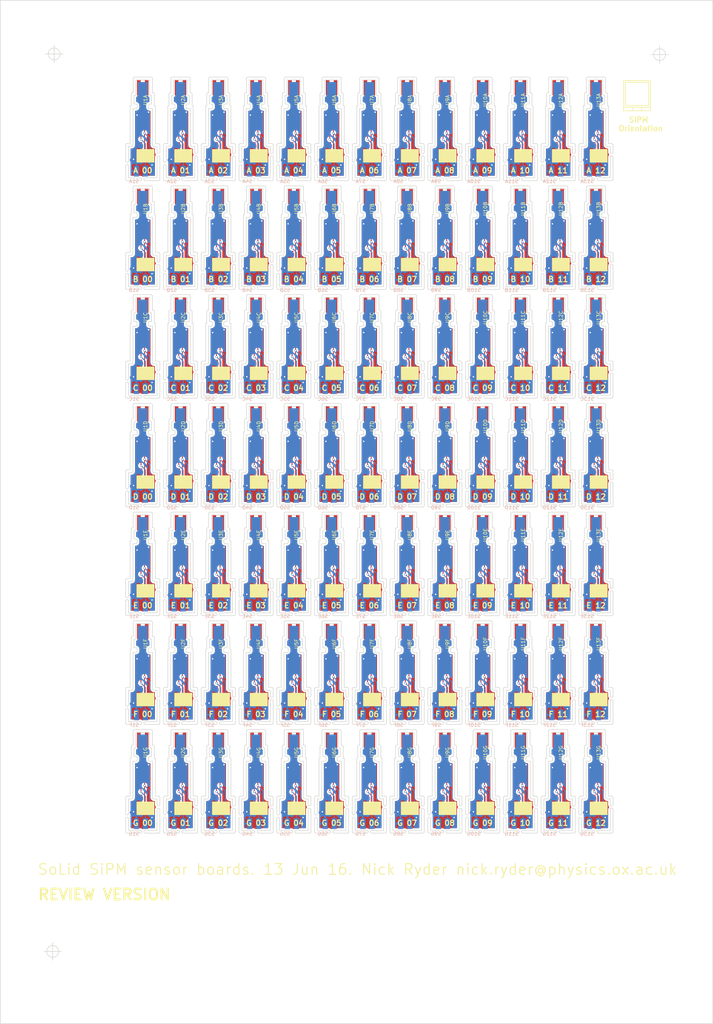
<source format=kicad_pcb>
(kicad_pcb (version 4) (host pcbnew 4.0.2-4+6225~38~ubuntu14.04.1-stable)
  (title_block (title "Si Sensor Board") (date 2016-06-13) (company "Nick Ryder, University of Oxford"))
  (layers (0 F.Cu signal) (31 B.Cu signal) (34 B.Paste user) (35 F.Paste user) (36 B.SilkS user) (37 F.SilkS user) (38 B.Mask user) (39 F.Mask user) (44 Edge.Cuts user))
  (net 0 "")
  (net 1 GND)
  (net 2 "Net-(S1-Pad3)")
  (net 3 "Net-(S1-Pad4)")
  (module idc4:idc4 (layer B.Cu) (at 172.295 233.675 180)
    (fp_text reference S13G (at 2.54 -5.08 180) (layer B.SilkS) (effects (justify mirror)))
    (fp_text value IDC4)
    (pad 1 smd rect (at 1.905 -2.25 180) (size 1.5 3) (layers B.Cu B.Paste B.Mask) (net 1 GND))
    (pad 2 smd rect (at 0.635 2.25 180) (size 1.5 3) (layers B.Cu B.Paste B.Mask) (net 1 GND))
    (pad 3 smd rect (at -0.635 -2.25 180) (size 1.5 3) (layers B.Cu B.Paste B.Mask) (net 2 "Net-(S1-Pad3)"))
    (pad 4 smd rect (at -1.905 2.25 180) (size 1.5 3) (layers B.Cu B.Paste B.Mask) (net 3 "Net-(S1-Pad4)"))
  )
  (module idc4:idc4 (layer B.Cu) (at 161.695 233.675 180)
    (fp_text reference S12G (at 2.54 -5.08 180) (layer B.SilkS) (effects (justify mirror)))
    (fp_text value IDC4)
    (pad 1 smd rect (at 1.905 -2.25 180) (size 1.5 3) (layers B.Cu B.Paste B.Mask) (net 1 GND))
    (pad 2 smd rect (at 0.635 2.25 180) (size 1.5 3) (layers B.Cu B.Paste B.Mask) (net 1 GND))
    (pad 3 smd rect (at -0.635 -2.25 180) (size 1.5 3) (layers B.Cu B.Paste B.Mask) (net 2 "Net-(S1-Pad3)"))
    (pad 4 smd rect (at -1.905 2.25 180) (size 1.5 3) (layers B.Cu B.Paste B.Mask) (net 3 "Net-(S1-Pad4)"))
  )
  (module idc4:idc4 (layer B.Cu) (at 151.095 233.675 180)
    (fp_text reference S11G (at 2.54 -5.08 180) (layer B.SilkS) (effects (justify mirror)))
    (fp_text value IDC4)
    (pad 1 smd rect (at 1.905 -2.25 180) (size 1.5 3) (layers B.Cu B.Paste B.Mask) (net 1 GND))
    (pad 2 smd rect (at 0.635 2.25 180) (size 1.5 3) (layers B.Cu B.Paste B.Mask) (net 1 GND))
    (pad 3 smd rect (at -0.635 -2.25 180) (size 1.5 3) (layers B.Cu B.Paste B.Mask) (net 2 "Net-(S1-Pad3)"))
    (pad 4 smd rect (at -1.905 2.25 180) (size 1.5 3) (layers B.Cu B.Paste B.Mask) (net 3 "Net-(S1-Pad4)"))
  )
  (module idc4:idc4 (layer B.Cu) (at 140.495 233.675 180)
    (fp_text reference S10G (at 2.54 -5.08 180) (layer B.SilkS) (effects (justify mirror)))
    (fp_text value IDC4)
    (pad 1 smd rect (at 1.905 -2.25 180) (size 1.5 3) (layers B.Cu B.Paste B.Mask) (net 1 GND))
    (pad 2 smd rect (at 0.635 2.25 180) (size 1.5 3) (layers B.Cu B.Paste B.Mask) (net 1 GND))
    (pad 3 smd rect (at -0.635 -2.25 180) (size 1.5 3) (layers B.Cu B.Paste B.Mask) (net 2 "Net-(S1-Pad3)"))
    (pad 4 smd rect (at -1.905 2.25 180) (size 1.5 3) (layers B.Cu B.Paste B.Mask) (net 3 "Net-(S1-Pad4)"))
  )
  (module idc4:idc4 (layer B.Cu) (at 129.895 233.675 180)
    (fp_text reference S9G (at 2.54 -5.08 180) (layer B.SilkS) (effects (justify mirror)))
    (fp_text value IDC4)
    (pad 1 smd rect (at 1.905 -2.25 180) (size 1.5 3) (layers B.Cu B.Paste B.Mask) (net 1 GND))
    (pad 2 smd rect (at 0.635 2.25 180) (size 1.5 3) (layers B.Cu B.Paste B.Mask) (net 1 GND))
    (pad 3 smd rect (at -0.635 -2.25 180) (size 1.5 3) (layers B.Cu B.Paste B.Mask) (net 2 "Net-(S1-Pad3)"))
    (pad 4 smd rect (at -1.905 2.25 180) (size 1.5 3) (layers B.Cu B.Paste B.Mask) (net 3 "Net-(S1-Pad4)"))
  )
  (module idc4:idc4 (layer B.Cu) (at 119.295 233.675 180)
    (fp_text reference S8G (at 2.54 -5.08 180) (layer B.SilkS) (effects (justify mirror)))
    (fp_text value IDC4)
    (pad 1 smd rect (at 1.905 -2.25 180) (size 1.5 3) (layers B.Cu B.Paste B.Mask) (net 1 GND))
    (pad 2 smd rect (at 0.635 2.25 180) (size 1.5 3) (layers B.Cu B.Paste B.Mask) (net 1 GND))
    (pad 3 smd rect (at -0.635 -2.25 180) (size 1.5 3) (layers B.Cu B.Paste B.Mask) (net 2 "Net-(S1-Pad3)"))
    (pad 4 smd rect (at -1.905 2.25 180) (size 1.5 3) (layers B.Cu B.Paste B.Mask) (net 3 "Net-(S1-Pad4)"))
  )
  (module idc4:idc4 (layer B.Cu) (at 108.695 233.675 180)
    (fp_text reference S7G (at 2.54 -5.08 180) (layer B.SilkS) (effects (justify mirror)))
    (fp_text value IDC4)
    (pad 1 smd rect (at 1.905 -2.25 180) (size 1.5 3) (layers B.Cu B.Paste B.Mask) (net 1 GND))
    (pad 2 smd rect (at 0.635 2.25 180) (size 1.5 3) (layers B.Cu B.Paste B.Mask) (net 1 GND))
    (pad 3 smd rect (at -0.635 -2.25 180) (size 1.5 3) (layers B.Cu B.Paste B.Mask) (net 2 "Net-(S1-Pad3)"))
    (pad 4 smd rect (at -1.905 2.25 180) (size 1.5 3) (layers B.Cu B.Paste B.Mask) (net 3 "Net-(S1-Pad4)"))
  )
  (module idc4:idc4 (layer B.Cu) (at 98.095 233.675 180)
    (fp_text reference S6G (at 2.54 -5.08 180) (layer B.SilkS) (effects (justify mirror)))
    (fp_text value IDC4)
    (pad 1 smd rect (at 1.905 -2.25 180) (size 1.5 3) (layers B.Cu B.Paste B.Mask) (net 1 GND))
    (pad 2 smd rect (at 0.635 2.25 180) (size 1.5 3) (layers B.Cu B.Paste B.Mask) (net 1 GND))
    (pad 3 smd rect (at -0.635 -2.25 180) (size 1.5 3) (layers B.Cu B.Paste B.Mask) (net 2 "Net-(S1-Pad3)"))
    (pad 4 smd rect (at -1.905 2.25 180) (size 1.5 3) (layers B.Cu B.Paste B.Mask) (net 3 "Net-(S1-Pad4)"))
  )
  (module idc4:idc4 (layer B.Cu) (at 87.495 233.675 180)
    (fp_text reference S5G (at 2.54 -5.08 180) (layer B.SilkS) (effects (justify mirror)))
    (fp_text value IDC4)
    (pad 1 smd rect (at 1.905 -2.25 180) (size 1.5 3) (layers B.Cu B.Paste B.Mask) (net 1 GND))
    (pad 2 smd rect (at 0.635 2.25 180) (size 1.5 3) (layers B.Cu B.Paste B.Mask) (net 1 GND))
    (pad 3 smd rect (at -0.635 -2.25 180) (size 1.5 3) (layers B.Cu B.Paste B.Mask) (net 2 "Net-(S1-Pad3)"))
    (pad 4 smd rect (at -1.905 2.25 180) (size 1.5 3) (layers B.Cu B.Paste B.Mask) (net 3 "Net-(S1-Pad4)"))
  )
  (module idc4:idc4 (layer B.Cu) (at 76.895 233.675 180)
    (fp_text reference S4G (at 2.54 -5.08 180) (layer B.SilkS) (effects (justify mirror)))
    (fp_text value IDC4)
    (pad 1 smd rect (at 1.905 -2.25 180) (size 1.5 3) (layers B.Cu B.Paste B.Mask) (net 1 GND))
    (pad 2 smd rect (at 0.635 2.25 180) (size 1.5 3) (layers B.Cu B.Paste B.Mask) (net 1 GND))
    (pad 3 smd rect (at -0.635 -2.25 180) (size 1.5 3) (layers B.Cu B.Paste B.Mask) (net 2 "Net-(S1-Pad3)"))
    (pad 4 smd rect (at -1.905 2.25 180) (size 1.5 3) (layers B.Cu B.Paste B.Mask) (net 3 "Net-(S1-Pad4)"))
  )
  (module idc4:idc4 (layer B.Cu) (at 66.295 233.675 180)
    (fp_text reference S3G (at 2.54 -5.08 180) (layer B.SilkS) (effects (justify mirror)))
    (fp_text value IDC4)
    (pad 1 smd rect (at 1.905 -2.25 180) (size 1.5 3) (layers B.Cu B.Paste B.Mask) (net 1 GND))
    (pad 2 smd rect (at 0.635 2.25 180) (size 1.5 3) (layers B.Cu B.Paste B.Mask) (net 1 GND))
    (pad 3 smd rect (at -0.635 -2.25 180) (size 1.5 3) (layers B.Cu B.Paste B.Mask) (net 2 "Net-(S1-Pad3)"))
    (pad 4 smd rect (at -1.905 2.25 180) (size 1.5 3) (layers B.Cu B.Paste B.Mask) (net 3 "Net-(S1-Pad4)"))
  )
  (module idc4:idc4 (layer B.Cu) (at 55.695 233.675 180)
    (fp_text reference S2G (at 2.54 -5.08 180) (layer B.SilkS) (effects (justify mirror)))
    (fp_text value IDC4)
    (pad 1 smd rect (at 1.905 -2.25 180) (size 1.5 3) (layers B.Cu B.Paste B.Mask) (net 1 GND))
    (pad 2 smd rect (at 0.635 2.25 180) (size 1.5 3) (layers B.Cu B.Paste B.Mask) (net 1 GND))
    (pad 3 smd rect (at -0.635 -2.25 180) (size 1.5 3) (layers B.Cu B.Paste B.Mask) (net 2 "Net-(S1-Pad3)"))
    (pad 4 smd rect (at -1.905 2.25 180) (size 1.5 3) (layers B.Cu B.Paste B.Mask) (net 3 "Net-(S1-Pad4)"))
  )
  (module idc4:idc4 (layer B.Cu) (at 45.095 233.675 180)
    (fp_text reference S1G (at 2.54 -5.08 180) (layer B.SilkS) (effects (justify mirror)))
    (fp_text value IDC4)
    (pad 1 smd rect (at 1.905 -2.25 180) (size 1.5 3) (layers B.Cu B.Paste B.Mask) (net 1 GND))
    (pad 2 smd rect (at 0.635 2.25 180) (size 1.5 3) (layers B.Cu B.Paste B.Mask) (net 1 GND))
    (pad 3 smd rect (at -0.635 -2.25 180) (size 1.5 3) (layers B.Cu B.Paste B.Mask) (net 2 "Net-(S1-Pad3)"))
    (pad 4 smd rect (at -1.905 2.25 180) (size 1.5 3) (layers B.Cu B.Paste B.Mask) (net 3 "Net-(S1-Pad4)"))
  )
  (module idc4:idc4 (layer B.Cu) (at 172.295 203.175 180)
    (fp_text reference S13F (at 2.54 -5.08 180) (layer B.SilkS) (effects (justify mirror)))
    (fp_text value IDC4)
    (pad 1 smd rect (at 1.905 -2.25 180) (size 1.5 3) (layers B.Cu B.Paste B.Mask) (net 1 GND))
    (pad 2 smd rect (at 0.635 2.25 180) (size 1.5 3) (layers B.Cu B.Paste B.Mask) (net 1 GND))
    (pad 3 smd rect (at -0.635 -2.25 180) (size 1.5 3) (layers B.Cu B.Paste B.Mask) (net 2 "Net-(S1-Pad3)"))
    (pad 4 smd rect (at -1.905 2.25 180) (size 1.5 3) (layers B.Cu B.Paste B.Mask) (net 3 "Net-(S1-Pad4)"))
  )
  (module idc4:idc4 (layer B.Cu) (at 161.695 203.175 180)
    (fp_text reference S12F (at 2.54 -5.08 180) (layer B.SilkS) (effects (justify mirror)))
    (fp_text value IDC4)
    (pad 1 smd rect (at 1.905 -2.25 180) (size 1.5 3) (layers B.Cu B.Paste B.Mask) (net 1 GND))
    (pad 2 smd rect (at 0.635 2.25 180) (size 1.5 3) (layers B.Cu B.Paste B.Mask) (net 1 GND))
    (pad 3 smd rect (at -0.635 -2.25 180) (size 1.5 3) (layers B.Cu B.Paste B.Mask) (net 2 "Net-(S1-Pad3)"))
    (pad 4 smd rect (at -1.905 2.25 180) (size 1.5 3) (layers B.Cu B.Paste B.Mask) (net 3 "Net-(S1-Pad4)"))
  )
  (module idc4:idc4 (layer B.Cu) (at 151.095 203.175 180)
    (fp_text reference S11F (at 2.54 -5.08 180) (layer B.SilkS) (effects (justify mirror)))
    (fp_text value IDC4)
    (pad 1 smd rect (at 1.905 -2.25 180) (size 1.5 3) (layers B.Cu B.Paste B.Mask) (net 1 GND))
    (pad 2 smd rect (at 0.635 2.25 180) (size 1.5 3) (layers B.Cu B.Paste B.Mask) (net 1 GND))
    (pad 3 smd rect (at -0.635 -2.25 180) (size 1.5 3) (layers B.Cu B.Paste B.Mask) (net 2 "Net-(S1-Pad3)"))
    (pad 4 smd rect (at -1.905 2.25 180) (size 1.5 3) (layers B.Cu B.Paste B.Mask) (net 3 "Net-(S1-Pad4)"))
  )
  (module idc4:idc4 (layer B.Cu) (at 140.495 203.175 180)
    (fp_text reference S10F (at 2.54 -5.08 180) (layer B.SilkS) (effects (justify mirror)))
    (fp_text value IDC4)
    (pad 1 smd rect (at 1.905 -2.25 180) (size 1.5 3) (layers B.Cu B.Paste B.Mask) (net 1 GND))
    (pad 2 smd rect (at 0.635 2.25 180) (size 1.5 3) (layers B.Cu B.Paste B.Mask) (net 1 GND))
    (pad 3 smd rect (at -0.635 -2.25 180) (size 1.5 3) (layers B.Cu B.Paste B.Mask) (net 2 "Net-(S1-Pad3)"))
    (pad 4 smd rect (at -1.905 2.25 180) (size 1.5 3) (layers B.Cu B.Paste B.Mask) (net 3 "Net-(S1-Pad4)"))
  )
  (module idc4:idc4 (layer B.Cu) (at 129.895 203.175 180)
    (fp_text reference S9F (at 2.54 -5.08 180) (layer B.SilkS) (effects (justify mirror)))
    (fp_text value IDC4)
    (pad 1 smd rect (at 1.905 -2.25 180) (size 1.5 3) (layers B.Cu B.Paste B.Mask) (net 1 GND))
    (pad 2 smd rect (at 0.635 2.25 180) (size 1.5 3) (layers B.Cu B.Paste B.Mask) (net 1 GND))
    (pad 3 smd rect (at -0.635 -2.25 180) (size 1.5 3) (layers B.Cu B.Paste B.Mask) (net 2 "Net-(S1-Pad3)"))
    (pad 4 smd rect (at -1.905 2.25 180) (size 1.5 3) (layers B.Cu B.Paste B.Mask) (net 3 "Net-(S1-Pad4)"))
  )
  (module idc4:idc4 (layer B.Cu) (at 119.295 203.175 180)
    (fp_text reference S8F (at 2.54 -5.08 180) (layer B.SilkS) (effects (justify mirror)))
    (fp_text value IDC4)
    (pad 1 smd rect (at 1.905 -2.25 180) (size 1.5 3) (layers B.Cu B.Paste B.Mask) (net 1 GND))
    (pad 2 smd rect (at 0.635 2.25 180) (size 1.5 3) (layers B.Cu B.Paste B.Mask) (net 1 GND))
    (pad 3 smd rect (at -0.635 -2.25 180) (size 1.5 3) (layers B.Cu B.Paste B.Mask) (net 2 "Net-(S1-Pad3)"))
    (pad 4 smd rect (at -1.905 2.25 180) (size 1.5 3) (layers B.Cu B.Paste B.Mask) (net 3 "Net-(S1-Pad4)"))
  )
  (module idc4:idc4 (layer B.Cu) (at 108.695 203.175 180)
    (fp_text reference S7F (at 2.54 -5.08 180) (layer B.SilkS) (effects (justify mirror)))
    (fp_text value IDC4)
    (pad 1 smd rect (at 1.905 -2.25 180) (size 1.5 3) (layers B.Cu B.Paste B.Mask) (net 1 GND))
    (pad 2 smd rect (at 0.635 2.25 180) (size 1.5 3) (layers B.Cu B.Paste B.Mask) (net 1 GND))
    (pad 3 smd rect (at -0.635 -2.25 180) (size 1.5 3) (layers B.Cu B.Paste B.Mask) (net 2 "Net-(S1-Pad3)"))
    (pad 4 smd rect (at -1.905 2.25 180) (size 1.5 3) (layers B.Cu B.Paste B.Mask) (net 3 "Net-(S1-Pad4)"))
  )
  (module idc4:idc4 (layer B.Cu) (at 98.095 203.175 180)
    (fp_text reference S6F (at 2.54 -5.08 180) (layer B.SilkS) (effects (justify mirror)))
    (fp_text value IDC4)
    (pad 1 smd rect (at 1.905 -2.25 180) (size 1.5 3) (layers B.Cu B.Paste B.Mask) (net 1 GND))
    (pad 2 smd rect (at 0.635 2.25 180) (size 1.5 3) (layers B.Cu B.Paste B.Mask) (net 1 GND))
    (pad 3 smd rect (at -0.635 -2.25 180) (size 1.5 3) (layers B.Cu B.Paste B.Mask) (net 2 "Net-(S1-Pad3)"))
    (pad 4 smd rect (at -1.905 2.25 180) (size 1.5 3) (layers B.Cu B.Paste B.Mask) (net 3 "Net-(S1-Pad4)"))
  )
  (module idc4:idc4 (layer B.Cu) (at 87.495 203.175 180)
    (fp_text reference S5F (at 2.54 -5.08 180) (layer B.SilkS) (effects (justify mirror)))
    (fp_text value IDC4)
    (pad 1 smd rect (at 1.905 -2.25 180) (size 1.5 3) (layers B.Cu B.Paste B.Mask) (net 1 GND))
    (pad 2 smd rect (at 0.635 2.25 180) (size 1.5 3) (layers B.Cu B.Paste B.Mask) (net 1 GND))
    (pad 3 smd rect (at -0.635 -2.25 180) (size 1.5 3) (layers B.Cu B.Paste B.Mask) (net 2 "Net-(S1-Pad3)"))
    (pad 4 smd rect (at -1.905 2.25 180) (size 1.5 3) (layers B.Cu B.Paste B.Mask) (net 3 "Net-(S1-Pad4)"))
  )
  (module idc4:idc4 (layer B.Cu) (at 76.895 203.175 180)
    (fp_text reference S4F (at 2.54 -5.08 180) (layer B.SilkS) (effects (justify mirror)))
    (fp_text value IDC4)
    (pad 1 smd rect (at 1.905 -2.25 180) (size 1.5 3) (layers B.Cu B.Paste B.Mask) (net 1 GND))
    (pad 2 smd rect (at 0.635 2.25 180) (size 1.5 3) (layers B.Cu B.Paste B.Mask) (net 1 GND))
    (pad 3 smd rect (at -0.635 -2.25 180) (size 1.5 3) (layers B.Cu B.Paste B.Mask) (net 2 "Net-(S1-Pad3)"))
    (pad 4 smd rect (at -1.905 2.25 180) (size 1.5 3) (layers B.Cu B.Paste B.Mask) (net 3 "Net-(S1-Pad4)"))
  )
  (module idc4:idc4 (layer B.Cu) (at 66.295 203.175 180)
    (fp_text reference S3F (at 2.54 -5.08 180) (layer B.SilkS) (effects (justify mirror)))
    (fp_text value IDC4)
    (pad 1 smd rect (at 1.905 -2.25 180) (size 1.5 3) (layers B.Cu B.Paste B.Mask) (net 1 GND))
    (pad 2 smd rect (at 0.635 2.25 180) (size 1.5 3) (layers B.Cu B.Paste B.Mask) (net 1 GND))
    (pad 3 smd rect (at -0.635 -2.25 180) (size 1.5 3) (layers B.Cu B.Paste B.Mask) (net 2 "Net-(S1-Pad3)"))
    (pad 4 smd rect (at -1.905 2.25 180) (size 1.5 3) (layers B.Cu B.Paste B.Mask) (net 3 "Net-(S1-Pad4)"))
  )
  (module idc4:idc4 (layer B.Cu) (at 55.695 203.175 180)
    (fp_text reference S2F (at 2.54 -5.08 180) (layer B.SilkS) (effects (justify mirror)))
    (fp_text value IDC4)
    (pad 1 smd rect (at 1.905 -2.25 180) (size 1.5 3) (layers B.Cu B.Paste B.Mask) (net 1 GND))
    (pad 2 smd rect (at 0.635 2.25 180) (size 1.5 3) (layers B.Cu B.Paste B.Mask) (net 1 GND))
    (pad 3 smd rect (at -0.635 -2.25 180) (size 1.5 3) (layers B.Cu B.Paste B.Mask) (net 2 "Net-(S1-Pad3)"))
    (pad 4 smd rect (at -1.905 2.25 180) (size 1.5 3) (layers B.Cu B.Paste B.Mask) (net 3 "Net-(S1-Pad4)"))
  )
  (module idc4:idc4 (layer B.Cu) (at 45.095 203.175 180)
    (fp_text reference S1F (at 2.54 -5.08 180) (layer B.SilkS) (effects (justify mirror)))
    (fp_text value IDC4)
    (pad 1 smd rect (at 1.905 -2.25 180) (size 1.5 3) (layers B.Cu B.Paste B.Mask) (net 1 GND))
    (pad 2 smd rect (at 0.635 2.25 180) (size 1.5 3) (layers B.Cu B.Paste B.Mask) (net 1 GND))
    (pad 3 smd rect (at -0.635 -2.25 180) (size 1.5 3) (layers B.Cu B.Paste B.Mask) (net 2 "Net-(S1-Pad3)"))
    (pad 4 smd rect (at -1.905 2.25 180) (size 1.5 3) (layers B.Cu B.Paste B.Mask) (net 3 "Net-(S1-Pad4)"))
  )
  (module idc4:idc4 (layer B.Cu) (at 172.295 172.675 180)
    (fp_text reference S13E (at 2.54 -5.08 180) (layer B.SilkS) (effects (justify mirror)))
    (fp_text value IDC4)
    (pad 1 smd rect (at 1.905 -2.25 180) (size 1.5 3) (layers B.Cu B.Paste B.Mask) (net 1 GND))
    (pad 2 smd rect (at 0.635 2.25 180) (size 1.5 3) (layers B.Cu B.Paste B.Mask) (net 1 GND))
    (pad 3 smd rect (at -0.635 -2.25 180) (size 1.5 3) (layers B.Cu B.Paste B.Mask) (net 2 "Net-(S1-Pad3)"))
    (pad 4 smd rect (at -1.905 2.25 180) (size 1.5 3) (layers B.Cu B.Paste B.Mask) (net 3 "Net-(S1-Pad4)"))
  )
  (module idc4:idc4 (layer B.Cu) (at 161.695 172.675 180)
    (fp_text reference S12E (at 2.54 -5.08 180) (layer B.SilkS) (effects (justify mirror)))
    (fp_text value IDC4)
    (pad 1 smd rect (at 1.905 -2.25 180) (size 1.5 3) (layers B.Cu B.Paste B.Mask) (net 1 GND))
    (pad 2 smd rect (at 0.635 2.25 180) (size 1.5 3) (layers B.Cu B.Paste B.Mask) (net 1 GND))
    (pad 3 smd rect (at -0.635 -2.25 180) (size 1.5 3) (layers B.Cu B.Paste B.Mask) (net 2 "Net-(S1-Pad3)"))
    (pad 4 smd rect (at -1.905 2.25 180) (size 1.5 3) (layers B.Cu B.Paste B.Mask) (net 3 "Net-(S1-Pad4)"))
  )
  (module idc4:idc4 (layer B.Cu) (at 151.095 172.675 180)
    (fp_text reference S11E (at 2.54 -5.08 180) (layer B.SilkS) (effects (justify mirror)))
    (fp_text value IDC4)
    (pad 1 smd rect (at 1.905 -2.25 180) (size 1.5 3) (layers B.Cu B.Paste B.Mask) (net 1 GND))
    (pad 2 smd rect (at 0.635 2.25 180) (size 1.5 3) (layers B.Cu B.Paste B.Mask) (net 1 GND))
    (pad 3 smd rect (at -0.635 -2.25 180) (size 1.5 3) (layers B.Cu B.Paste B.Mask) (net 2 "Net-(S1-Pad3)"))
    (pad 4 smd rect (at -1.905 2.25 180) (size 1.5 3) (layers B.Cu B.Paste B.Mask) (net 3 "Net-(S1-Pad4)"))
  )
  (module idc4:idc4 (layer B.Cu) (at 140.495 172.675 180)
    (fp_text reference S10E (at 2.54 -5.08 180) (layer B.SilkS) (effects (justify mirror)))
    (fp_text value IDC4)
    (pad 1 smd rect (at 1.905 -2.25 180) (size 1.5 3) (layers B.Cu B.Paste B.Mask) (net 1 GND))
    (pad 2 smd rect (at 0.635 2.25 180) (size 1.5 3) (layers B.Cu B.Paste B.Mask) (net 1 GND))
    (pad 3 smd rect (at -0.635 -2.25 180) (size 1.5 3) (layers B.Cu B.Paste B.Mask) (net 2 "Net-(S1-Pad3)"))
    (pad 4 smd rect (at -1.905 2.25 180) (size 1.5 3) (layers B.Cu B.Paste B.Mask) (net 3 "Net-(S1-Pad4)"))
  )
  (module idc4:idc4 (layer B.Cu) (at 129.895 172.675 180)
    (fp_text reference S9E (at 2.54 -5.08 180) (layer B.SilkS) (effects (justify mirror)))
    (fp_text value IDC4)
    (pad 1 smd rect (at 1.905 -2.25 180) (size 1.5 3) (layers B.Cu B.Paste B.Mask) (net 1 GND))
    (pad 2 smd rect (at 0.635 2.25 180) (size 1.5 3) (layers B.Cu B.Paste B.Mask) (net 1 GND))
    (pad 3 smd rect (at -0.635 -2.25 180) (size 1.5 3) (layers B.Cu B.Paste B.Mask) (net 2 "Net-(S1-Pad3)"))
    (pad 4 smd rect (at -1.905 2.25 180) (size 1.5 3) (layers B.Cu B.Paste B.Mask) (net 3 "Net-(S1-Pad4)"))
  )
  (module idc4:idc4 (layer B.Cu) (at 119.295 172.675 180)
    (fp_text reference S8E (at 2.54 -5.08 180) (layer B.SilkS) (effects (justify mirror)))
    (fp_text value IDC4)
    (pad 1 smd rect (at 1.905 -2.25 180) (size 1.5 3) (layers B.Cu B.Paste B.Mask) (net 1 GND))
    (pad 2 smd rect (at 0.635 2.25 180) (size 1.5 3) (layers B.Cu B.Paste B.Mask) (net 1 GND))
    (pad 3 smd rect (at -0.635 -2.25 180) (size 1.5 3) (layers B.Cu B.Paste B.Mask) (net 2 "Net-(S1-Pad3)"))
    (pad 4 smd rect (at -1.905 2.25 180) (size 1.5 3) (layers B.Cu B.Paste B.Mask) (net 3 "Net-(S1-Pad4)"))
  )
  (module idc4:idc4 (layer B.Cu) (at 108.695 172.675 180)
    (fp_text reference S7E (at 2.54 -5.08 180) (layer B.SilkS) (effects (justify mirror)))
    (fp_text value IDC4)
    (pad 1 smd rect (at 1.905 -2.25 180) (size 1.5 3) (layers B.Cu B.Paste B.Mask) (net 1 GND))
    (pad 2 smd rect (at 0.635 2.25 180) (size 1.5 3) (layers B.Cu B.Paste B.Mask) (net 1 GND))
    (pad 3 smd rect (at -0.635 -2.25 180) (size 1.5 3) (layers B.Cu B.Paste B.Mask) (net 2 "Net-(S1-Pad3)"))
    (pad 4 smd rect (at -1.905 2.25 180) (size 1.5 3) (layers B.Cu B.Paste B.Mask) (net 3 "Net-(S1-Pad4)"))
  )
  (module idc4:idc4 (layer B.Cu) (at 98.095 172.675 180)
    (fp_text reference S6E (at 2.54 -5.08 180) (layer B.SilkS) (effects (justify mirror)))
    (fp_text value IDC4)
    (pad 1 smd rect (at 1.905 -2.25 180) (size 1.5 3) (layers B.Cu B.Paste B.Mask) (net 1 GND))
    (pad 2 smd rect (at 0.635 2.25 180) (size 1.5 3) (layers B.Cu B.Paste B.Mask) (net 1 GND))
    (pad 3 smd rect (at -0.635 -2.25 180) (size 1.5 3) (layers B.Cu B.Paste B.Mask) (net 2 "Net-(S1-Pad3)"))
    (pad 4 smd rect (at -1.905 2.25 180) (size 1.5 3) (layers B.Cu B.Paste B.Mask) (net 3 "Net-(S1-Pad4)"))
  )
  (module idc4:idc4 (layer B.Cu) (at 87.495 172.675 180)
    (fp_text reference S5E (at 2.54 -5.08 180) (layer B.SilkS) (effects (justify mirror)))
    (fp_text value IDC4)
    (pad 1 smd rect (at 1.905 -2.25 180) (size 1.5 3) (layers B.Cu B.Paste B.Mask) (net 1 GND))
    (pad 2 smd rect (at 0.635 2.25 180) (size 1.5 3) (layers B.Cu B.Paste B.Mask) (net 1 GND))
    (pad 3 smd rect (at -0.635 -2.25 180) (size 1.5 3) (layers B.Cu B.Paste B.Mask) (net 2 "Net-(S1-Pad3)"))
    (pad 4 smd rect (at -1.905 2.25 180) (size 1.5 3) (layers B.Cu B.Paste B.Mask) (net 3 "Net-(S1-Pad4)"))
  )
  (module idc4:idc4 (layer B.Cu) (at 76.895 172.675 180)
    (fp_text reference S4E (at 2.54 -5.08 180) (layer B.SilkS) (effects (justify mirror)))
    (fp_text value IDC4)
    (pad 1 smd rect (at 1.905 -2.25 180) (size 1.5 3) (layers B.Cu B.Paste B.Mask) (net 1 GND))
    (pad 2 smd rect (at 0.635 2.25 180) (size 1.5 3) (layers B.Cu B.Paste B.Mask) (net 1 GND))
    (pad 3 smd rect (at -0.635 -2.25 180) (size 1.5 3) (layers B.Cu B.Paste B.Mask) (net 2 "Net-(S1-Pad3)"))
    (pad 4 smd rect (at -1.905 2.25 180) (size 1.5 3) (layers B.Cu B.Paste B.Mask) (net 3 "Net-(S1-Pad4)"))
  )
  (module idc4:idc4 (layer B.Cu) (at 66.295 172.675 180)
    (fp_text reference S3E (at 2.54 -5.08 180) (layer B.SilkS) (effects (justify mirror)))
    (fp_text value IDC4)
    (pad 1 smd rect (at 1.905 -2.25 180) (size 1.5 3) (layers B.Cu B.Paste B.Mask) (net 1 GND))
    (pad 2 smd rect (at 0.635 2.25 180) (size 1.5 3) (layers B.Cu B.Paste B.Mask) (net 1 GND))
    (pad 3 smd rect (at -0.635 -2.25 180) (size 1.5 3) (layers B.Cu B.Paste B.Mask) (net 2 "Net-(S1-Pad3)"))
    (pad 4 smd rect (at -1.905 2.25 180) (size 1.5 3) (layers B.Cu B.Paste B.Mask) (net 3 "Net-(S1-Pad4)"))
  )
  (module idc4:idc4 (layer B.Cu) (at 55.695 172.675 180)
    (fp_text reference S2E (at 2.54 -5.08 180) (layer B.SilkS) (effects (justify mirror)))
    (fp_text value IDC4)
    (pad 1 smd rect (at 1.905 -2.25 180) (size 1.5 3) (layers B.Cu B.Paste B.Mask) (net 1 GND))
    (pad 2 smd rect (at 0.635 2.25 180) (size 1.5 3) (layers B.Cu B.Paste B.Mask) (net 1 GND))
    (pad 3 smd rect (at -0.635 -2.25 180) (size 1.5 3) (layers B.Cu B.Paste B.Mask) (net 2 "Net-(S1-Pad3)"))
    (pad 4 smd rect (at -1.905 2.25 180) (size 1.5 3) (layers B.Cu B.Paste B.Mask) (net 3 "Net-(S1-Pad4)"))
  )
  (module idc4:idc4 (layer B.Cu) (at 45.095 172.675 180)
    (fp_text reference S1E (at 2.54 -5.08 180) (layer B.SilkS) (effects (justify mirror)))
    (fp_text value IDC4)
    (pad 1 smd rect (at 1.905 -2.25 180) (size 1.5 3) (layers B.Cu B.Paste B.Mask) (net 1 GND))
    (pad 2 smd rect (at 0.635 2.25 180) (size 1.5 3) (layers B.Cu B.Paste B.Mask) (net 1 GND))
    (pad 3 smd rect (at -0.635 -2.25 180) (size 1.5 3) (layers B.Cu B.Paste B.Mask) (net 2 "Net-(S1-Pad3)"))
    (pad 4 smd rect (at -1.905 2.25 180) (size 1.5 3) (layers B.Cu B.Paste B.Mask) (net 3 "Net-(S1-Pad4)"))
  )
  (module idc4:idc4 (layer B.Cu) (at 172.295 142.175 180)
    (fp_text reference S13D (at 2.54 -5.08 180) (layer B.SilkS) (effects (justify mirror)))
    (fp_text value IDC4)
    (pad 1 smd rect (at 1.905 -2.25 180) (size 1.5 3) (layers B.Cu B.Paste B.Mask) (net 1 GND))
    (pad 2 smd rect (at 0.635 2.25 180) (size 1.5 3) (layers B.Cu B.Paste B.Mask) (net 1 GND))
    (pad 3 smd rect (at -0.635 -2.25 180) (size 1.5 3) (layers B.Cu B.Paste B.Mask) (net 2 "Net-(S1-Pad3)"))
    (pad 4 smd rect (at -1.905 2.25 180) (size 1.5 3) (layers B.Cu B.Paste B.Mask) (net 3 "Net-(S1-Pad4)"))
  )
  (module idc4:idc4 (layer B.Cu) (at 161.695 142.175 180)
    (fp_text reference S12D (at 2.54 -5.08 180) (layer B.SilkS) (effects (justify mirror)))
    (fp_text value IDC4)
    (pad 1 smd rect (at 1.905 -2.25 180) (size 1.5 3) (layers B.Cu B.Paste B.Mask) (net 1 GND))
    (pad 2 smd rect (at 0.635 2.25 180) (size 1.5 3) (layers B.Cu B.Paste B.Mask) (net 1 GND))
    (pad 3 smd rect (at -0.635 -2.25 180) (size 1.5 3) (layers B.Cu B.Paste B.Mask) (net 2 "Net-(S1-Pad3)"))
    (pad 4 smd rect (at -1.905 2.25 180) (size 1.5 3) (layers B.Cu B.Paste B.Mask) (net 3 "Net-(S1-Pad4)"))
  )
  (module idc4:idc4 (layer B.Cu) (at 151.095 142.175 180)
    (fp_text reference S11D (at 2.54 -5.08 180) (layer B.SilkS) (effects (justify mirror)))
    (fp_text value IDC4)
    (pad 1 smd rect (at 1.905 -2.25 180) (size 1.5 3) (layers B.Cu B.Paste B.Mask) (net 1 GND))
    (pad 2 smd rect (at 0.635 2.25 180) (size 1.5 3) (layers B.Cu B.Paste B.Mask) (net 1 GND))
    (pad 3 smd rect (at -0.635 -2.25 180) (size 1.5 3) (layers B.Cu B.Paste B.Mask) (net 2 "Net-(S1-Pad3)"))
    (pad 4 smd rect (at -1.905 2.25 180) (size 1.5 3) (layers B.Cu B.Paste B.Mask) (net 3 "Net-(S1-Pad4)"))
  )
  (module idc4:idc4 (layer B.Cu) (at 140.495 142.175 180)
    (fp_text reference S10D (at 2.54 -5.08 180) (layer B.SilkS) (effects (justify mirror)))
    (fp_text value IDC4)
    (pad 1 smd rect (at 1.905 -2.25 180) (size 1.5 3) (layers B.Cu B.Paste B.Mask) (net 1 GND))
    (pad 2 smd rect (at 0.635 2.25 180) (size 1.5 3) (layers B.Cu B.Paste B.Mask) (net 1 GND))
    (pad 3 smd rect (at -0.635 -2.25 180) (size 1.5 3) (layers B.Cu B.Paste B.Mask) (net 2 "Net-(S1-Pad3)"))
    (pad 4 smd rect (at -1.905 2.25 180) (size 1.5 3) (layers B.Cu B.Paste B.Mask) (net 3 "Net-(S1-Pad4)"))
  )
  (module idc4:idc4 (layer B.Cu) (at 129.895 142.175 180)
    (fp_text reference S9D (at 2.54 -5.08 180) (layer B.SilkS) (effects (justify mirror)))
    (fp_text value IDC4)
    (pad 1 smd rect (at 1.905 -2.25 180) (size 1.5 3) (layers B.Cu B.Paste B.Mask) (net 1 GND))
    (pad 2 smd rect (at 0.635 2.25 180) (size 1.5 3) (layers B.Cu B.Paste B.Mask) (net 1 GND))
    (pad 3 smd rect (at -0.635 -2.25 180) (size 1.5 3) (layers B.Cu B.Paste B.Mask) (net 2 "Net-(S1-Pad3)"))
    (pad 4 smd rect (at -1.905 2.25 180) (size 1.5 3) (layers B.Cu B.Paste B.Mask) (net 3 "Net-(S1-Pad4)"))
  )
  (module idc4:idc4 (layer B.Cu) (at 119.295 142.175 180)
    (fp_text reference S8D (at 2.54 -5.08 180) (layer B.SilkS) (effects (justify mirror)))
    (fp_text value IDC4)
    (pad 1 smd rect (at 1.905 -2.25 180) (size 1.5 3) (layers B.Cu B.Paste B.Mask) (net 1 GND))
    (pad 2 smd rect (at 0.635 2.25 180) (size 1.5 3) (layers B.Cu B.Paste B.Mask) (net 1 GND))
    (pad 3 smd rect (at -0.635 -2.25 180) (size 1.5 3) (layers B.Cu B.Paste B.Mask) (net 2 "Net-(S1-Pad3)"))
    (pad 4 smd rect (at -1.905 2.25 180) (size 1.5 3) (layers B.Cu B.Paste B.Mask) (net 3 "Net-(S1-Pad4)"))
  )
  (module idc4:idc4 (layer B.Cu) (at 108.695 142.175 180)
    (fp_text reference S7D (at 2.54 -5.08 180) (layer B.SilkS) (effects (justify mirror)))
    (fp_text value IDC4)
    (pad 1 smd rect (at 1.905 -2.25 180) (size 1.5 3) (layers B.Cu B.Paste B.Mask) (net 1 GND))
    (pad 2 smd rect (at 0.635 2.25 180) (size 1.5 3) (layers B.Cu B.Paste B.Mask) (net 1 GND))
    (pad 3 smd rect (at -0.635 -2.25 180) (size 1.5 3) (layers B.Cu B.Paste B.Mask) (net 2 "Net-(S1-Pad3)"))
    (pad 4 smd rect (at -1.905 2.25 180) (size 1.5 3) (layers B.Cu B.Paste B.Mask) (net 3 "Net-(S1-Pad4)"))
  )
  (module idc4:idc4 (layer B.Cu) (at 98.095 142.175 180)
    (fp_text reference S6D (at 2.54 -5.08 180) (layer B.SilkS) (effects (justify mirror)))
    (fp_text value IDC4)
    (pad 1 smd rect (at 1.905 -2.25 180) (size 1.5 3) (layers B.Cu B.Paste B.Mask) (net 1 GND))
    (pad 2 smd rect (at 0.635 2.25 180) (size 1.5 3) (layers B.Cu B.Paste B.Mask) (net 1 GND))
    (pad 3 smd rect (at -0.635 -2.25 180) (size 1.5 3) (layers B.Cu B.Paste B.Mask) (net 2 "Net-(S1-Pad3)"))
    (pad 4 smd rect (at -1.905 2.25 180) (size 1.5 3) (layers B.Cu B.Paste B.Mask) (net 3 "Net-(S1-Pad4)"))
  )
  (module idc4:idc4 (layer B.Cu) (at 87.495 142.175 180)
    (fp_text reference S5D (at 2.54 -5.08 180) (layer B.SilkS) (effects (justify mirror)))
    (fp_text value IDC4)
    (pad 1 smd rect (at 1.905 -2.25 180) (size 1.5 3) (layers B.Cu B.Paste B.Mask) (net 1 GND))
    (pad 2 smd rect (at 0.635 2.25 180) (size 1.5 3) (layers B.Cu B.Paste B.Mask) (net 1 GND))
    (pad 3 smd rect (at -0.635 -2.25 180) (size 1.5 3) (layers B.Cu B.Paste B.Mask) (net 2 "Net-(S1-Pad3)"))
    (pad 4 smd rect (at -1.905 2.25 180) (size 1.5 3) (layers B.Cu B.Paste B.Mask) (net 3 "Net-(S1-Pad4)"))
  )
  (module idc4:idc4 (layer B.Cu) (at 76.895 142.175 180)
    (fp_text reference S4D (at 2.54 -5.08 180) (layer B.SilkS) (effects (justify mirror)))
    (fp_text value IDC4)
    (pad 1 smd rect (at 1.905 -2.25 180) (size 1.5 3) (layers B.Cu B.Paste B.Mask) (net 1 GND))
    (pad 2 smd rect (at 0.635 2.25 180) (size 1.5 3) (layers B.Cu B.Paste B.Mask) (net 1 GND))
    (pad 3 smd rect (at -0.635 -2.25 180) (size 1.5 3) (layers B.Cu B.Paste B.Mask) (net 2 "Net-(S1-Pad3)"))
    (pad 4 smd rect (at -1.905 2.25 180) (size 1.5 3) (layers B.Cu B.Paste B.Mask) (net 3 "Net-(S1-Pad4)"))
  )
  (module idc4:idc4 (layer B.Cu) (at 66.295 142.175 180)
    (fp_text reference S3D (at 2.54 -5.08 180) (layer B.SilkS) (effects (justify mirror)))
    (fp_text value IDC4)
    (pad 1 smd rect (at 1.905 -2.25 180) (size 1.5 3) (layers B.Cu B.Paste B.Mask) (net 1 GND))
    (pad 2 smd rect (at 0.635 2.25 180) (size 1.5 3) (layers B.Cu B.Paste B.Mask) (net 1 GND))
    (pad 3 smd rect (at -0.635 -2.25 180) (size 1.5 3) (layers B.Cu B.Paste B.Mask) (net 2 "Net-(S1-Pad3)"))
    (pad 4 smd rect (at -1.905 2.25 180) (size 1.5 3) (layers B.Cu B.Paste B.Mask) (net 3 "Net-(S1-Pad4)"))
  )
  (module idc4:idc4 (layer B.Cu) (at 55.695 142.175 180)
    (fp_text reference S2D (at 2.54 -5.08 180) (layer B.SilkS) (effects (justify mirror)))
    (fp_text value IDC4)
    (pad 1 smd rect (at 1.905 -2.25 180) (size 1.5 3) (layers B.Cu B.Paste B.Mask) (net 1 GND))
    (pad 2 smd rect (at 0.635 2.25 180) (size 1.5 3) (layers B.Cu B.Paste B.Mask) (net 1 GND))
    (pad 3 smd rect (at -0.635 -2.25 180) (size 1.5 3) (layers B.Cu B.Paste B.Mask) (net 2 "Net-(S1-Pad3)"))
    (pad 4 smd rect (at -1.905 2.25 180) (size 1.5 3) (layers B.Cu B.Paste B.Mask) (net 3 "Net-(S1-Pad4)"))
  )
  (module idc4:idc4 (layer B.Cu) (at 45.095 142.175 180)
    (fp_text reference S1D (at 2.54 -5.08 180) (layer B.SilkS) (effects (justify mirror)))
    (fp_text value IDC4)
    (pad 1 smd rect (at 1.905 -2.25 180) (size 1.5 3) (layers B.Cu B.Paste B.Mask) (net 1 GND))
    (pad 2 smd rect (at 0.635 2.25 180) (size 1.5 3) (layers B.Cu B.Paste B.Mask) (net 1 GND))
    (pad 3 smd rect (at -0.635 -2.25 180) (size 1.5 3) (layers B.Cu B.Paste B.Mask) (net 2 "Net-(S1-Pad3)"))
    (pad 4 smd rect (at -1.905 2.25 180) (size 1.5 3) (layers B.Cu B.Paste B.Mask) (net 3 "Net-(S1-Pad4)"))
  )
  (module idc4:idc4 (layer B.Cu) (at 172.295 111.675 180)
    (fp_text reference S13C (at 2.54 -5.08 180) (layer B.SilkS) (effects (justify mirror)))
    (fp_text value IDC4)
    (pad 1 smd rect (at 1.905 -2.25 180) (size 1.5 3) (layers B.Cu B.Paste B.Mask) (net 1 GND))
    (pad 2 smd rect (at 0.635 2.25 180) (size 1.5 3) (layers B.Cu B.Paste B.Mask) (net 1 GND))
    (pad 3 smd rect (at -0.635 -2.25 180) (size 1.5 3) (layers B.Cu B.Paste B.Mask) (net 2 "Net-(S1-Pad3)"))
    (pad 4 smd rect (at -1.905 2.25 180) (size 1.5 3) (layers B.Cu B.Paste B.Mask) (net 3 "Net-(S1-Pad4)"))
  )
  (module idc4:idc4 (layer B.Cu) (at 161.695 111.675 180)
    (fp_text reference S12C (at 2.54 -5.08 180) (layer B.SilkS) (effects (justify mirror)))
    (fp_text value IDC4)
    (pad 1 smd rect (at 1.905 -2.25 180) (size 1.5 3) (layers B.Cu B.Paste B.Mask) (net 1 GND))
    (pad 2 smd rect (at 0.635 2.25 180) (size 1.5 3) (layers B.Cu B.Paste B.Mask) (net 1 GND))
    (pad 3 smd rect (at -0.635 -2.25 180) (size 1.5 3) (layers B.Cu B.Paste B.Mask) (net 2 "Net-(S1-Pad3)"))
    (pad 4 smd rect (at -1.905 2.25 180) (size 1.5 3) (layers B.Cu B.Paste B.Mask) (net 3 "Net-(S1-Pad4)"))
  )
  (module idc4:idc4 (layer B.Cu) (at 151.095 111.675 180)
    (fp_text reference S11C (at 2.54 -5.08 180) (layer B.SilkS) (effects (justify mirror)))
    (fp_text value IDC4)
    (pad 1 smd rect (at 1.905 -2.25 180) (size 1.5 3) (layers B.Cu B.Paste B.Mask) (net 1 GND))
    (pad 2 smd rect (at 0.635 2.25 180) (size 1.5 3) (layers B.Cu B.Paste B.Mask) (net 1 GND))
    (pad 3 smd rect (at -0.635 -2.25 180) (size 1.5 3) (layers B.Cu B.Paste B.Mask) (net 2 "Net-(S1-Pad3)"))
    (pad 4 smd rect (at -1.905 2.25 180) (size 1.5 3) (layers B.Cu B.Paste B.Mask) (net 3 "Net-(S1-Pad4)"))
  )
  (module idc4:idc4 (layer B.Cu) (at 140.495 111.675 180)
    (fp_text reference S10C (at 2.54 -5.08 180) (layer B.SilkS) (effects (justify mirror)))
    (fp_text value IDC4)
    (pad 1 smd rect (at 1.905 -2.25 180) (size 1.5 3) (layers B.Cu B.Paste B.Mask) (net 1 GND))
    (pad 2 smd rect (at 0.635 2.25 180) (size 1.5 3) (layers B.Cu B.Paste B.Mask) (net 1 GND))
    (pad 3 smd rect (at -0.635 -2.25 180) (size 1.5 3) (layers B.Cu B.Paste B.Mask) (net 2 "Net-(S1-Pad3)"))
    (pad 4 smd rect (at -1.905 2.25 180) (size 1.5 3) (layers B.Cu B.Paste B.Mask) (net 3 "Net-(S1-Pad4)"))
  )
  (module idc4:idc4 (layer B.Cu) (at 129.895 111.675 180)
    (fp_text reference S9C (at 2.54 -5.08 180) (layer B.SilkS) (effects (justify mirror)))
    (fp_text value IDC4)
    (pad 1 smd rect (at 1.905 -2.25 180) (size 1.5 3) (layers B.Cu B.Paste B.Mask) (net 1 GND))
    (pad 2 smd rect (at 0.635 2.25 180) (size 1.5 3) (layers B.Cu B.Paste B.Mask) (net 1 GND))
    (pad 3 smd rect (at -0.635 -2.25 180) (size 1.5 3) (layers B.Cu B.Paste B.Mask) (net 2 "Net-(S1-Pad3)"))
    (pad 4 smd rect (at -1.905 2.25 180) (size 1.5 3) (layers B.Cu B.Paste B.Mask) (net 3 "Net-(S1-Pad4)"))
  )
  (module idc4:idc4 (layer B.Cu) (at 119.295 111.675 180)
    (fp_text reference S8C (at 2.54 -5.08 180) (layer B.SilkS) (effects (justify mirror)))
    (fp_text value IDC4)
    (pad 1 smd rect (at 1.905 -2.25 180) (size 1.5 3) (layers B.Cu B.Paste B.Mask) (net 1 GND))
    (pad 2 smd rect (at 0.635 2.25 180) (size 1.5 3) (layers B.Cu B.Paste B.Mask) (net 1 GND))
    (pad 3 smd rect (at -0.635 -2.25 180) (size 1.5 3) (layers B.Cu B.Paste B.Mask) (net 2 "Net-(S1-Pad3)"))
    (pad 4 smd rect (at -1.905 2.25 180) (size 1.5 3) (layers B.Cu B.Paste B.Mask) (net 3 "Net-(S1-Pad4)"))
  )
  (module idc4:idc4 (layer B.Cu) (at 108.695 111.675 180)
    (fp_text reference S7C (at 2.54 -5.08 180) (layer B.SilkS) (effects (justify mirror)))
    (fp_text value IDC4)
    (pad 1 smd rect (at 1.905 -2.25 180) (size 1.5 3) (layers B.Cu B.Paste B.Mask) (net 1 GND))
    (pad 2 smd rect (at 0.635 2.25 180) (size 1.5 3) (layers B.Cu B.Paste B.Mask) (net 1 GND))
    (pad 3 smd rect (at -0.635 -2.25 180) (size 1.5 3) (layers B.Cu B.Paste B.Mask) (net 2 "Net-(S1-Pad3)"))
    (pad 4 smd rect (at -1.905 2.25 180) (size 1.5 3) (layers B.Cu B.Paste B.Mask) (net 3 "Net-(S1-Pad4)"))
  )
  (module idc4:idc4 (layer B.Cu) (at 98.095 111.675 180)
    (fp_text reference S6C (at 2.54 -5.08 180) (layer B.SilkS) (effects (justify mirror)))
    (fp_text value IDC4)
    (pad 1 smd rect (at 1.905 -2.25 180) (size 1.5 3) (layers B.Cu B.Paste B.Mask) (net 1 GND))
    (pad 2 smd rect (at 0.635 2.25 180) (size 1.5 3) (layers B.Cu B.Paste B.Mask) (net 1 GND))
    (pad 3 smd rect (at -0.635 -2.25 180) (size 1.5 3) (layers B.Cu B.Paste B.Mask) (net 2 "Net-(S1-Pad3)"))
    (pad 4 smd rect (at -1.905 2.25 180) (size 1.5 3) (layers B.Cu B.Paste B.Mask) (net 3 "Net-(S1-Pad4)"))
  )
  (module idc4:idc4 (layer B.Cu) (at 87.495 111.675 180)
    (fp_text reference S5C (at 2.54 -5.08 180) (layer B.SilkS) (effects (justify mirror)))
    (fp_text value IDC4)
    (pad 1 smd rect (at 1.905 -2.25 180) (size 1.5 3) (layers B.Cu B.Paste B.Mask) (net 1 GND))
    (pad 2 smd rect (at 0.635 2.25 180) (size 1.5 3) (layers B.Cu B.Paste B.Mask) (net 1 GND))
    (pad 3 smd rect (at -0.635 -2.25 180) (size 1.5 3) (layers B.Cu B.Paste B.Mask) (net 2 "Net-(S1-Pad3)"))
    (pad 4 smd rect (at -1.905 2.25 180) (size 1.5 3) (layers B.Cu B.Paste B.Mask) (net 3 "Net-(S1-Pad4)"))
  )
  (module idc4:idc4 (layer B.Cu) (at 76.895 111.675 180)
    (fp_text reference S4C (at 2.54 -5.08 180) (layer B.SilkS) (effects (justify mirror)))
    (fp_text value IDC4)
    (pad 1 smd rect (at 1.905 -2.25 180) (size 1.5 3) (layers B.Cu B.Paste B.Mask) (net 1 GND))
    (pad 2 smd rect (at 0.635 2.25 180) (size 1.5 3) (layers B.Cu B.Paste B.Mask) (net 1 GND))
    (pad 3 smd rect (at -0.635 -2.25 180) (size 1.5 3) (layers B.Cu B.Paste B.Mask) (net 2 "Net-(S1-Pad3)"))
    (pad 4 smd rect (at -1.905 2.25 180) (size 1.5 3) (layers B.Cu B.Paste B.Mask) (net 3 "Net-(S1-Pad4)"))
  )
  (module idc4:idc4 (layer B.Cu) (at 66.295 111.675 180)
    (fp_text reference S3C (at 2.54 -5.08 180) (layer B.SilkS) (effects (justify mirror)))
    (fp_text value IDC4)
    (pad 1 smd rect (at 1.905 -2.25 180) (size 1.5 3) (layers B.Cu B.Paste B.Mask) (net 1 GND))
    (pad 2 smd rect (at 0.635 2.25 180) (size 1.5 3) (layers B.Cu B.Paste B.Mask) (net 1 GND))
    (pad 3 smd rect (at -0.635 -2.25 180) (size 1.5 3) (layers B.Cu B.Paste B.Mask) (net 2 "Net-(S1-Pad3)"))
    (pad 4 smd rect (at -1.905 2.25 180) (size 1.5 3) (layers B.Cu B.Paste B.Mask) (net 3 "Net-(S1-Pad4)"))
  )
  (module idc4:idc4 (layer B.Cu) (at 55.695 111.675 180)
    (fp_text reference S2C (at 2.54 -5.08 180) (layer B.SilkS) (effects (justify mirror)))
    (fp_text value IDC4)
    (pad 1 smd rect (at 1.905 -2.25 180) (size 1.5 3) (layers B.Cu B.Paste B.Mask) (net 1 GND))
    (pad 2 smd rect (at 0.635 2.25 180) (size 1.5 3) (layers B.Cu B.Paste B.Mask) (net 1 GND))
    (pad 3 smd rect (at -0.635 -2.25 180) (size 1.5 3) (layers B.Cu B.Paste B.Mask) (net 2 "Net-(S1-Pad3)"))
    (pad 4 smd rect (at -1.905 2.25 180) (size 1.5 3) (layers B.Cu B.Paste B.Mask) (net 3 "Net-(S1-Pad4)"))
  )
  (module idc4:idc4 (layer B.Cu) (at 45.095 111.675 180)
    (fp_text reference S1C (at 2.54 -5.08 180) (layer B.SilkS) (effects (justify mirror)))
    (fp_text value IDC4)
    (pad 1 smd rect (at 1.905 -2.25 180) (size 1.5 3) (layers B.Cu B.Paste B.Mask) (net 1 GND))
    (pad 2 smd rect (at 0.635 2.25 180) (size 1.5 3) (layers B.Cu B.Paste B.Mask) (net 1 GND))
    (pad 3 smd rect (at -0.635 -2.25 180) (size 1.5 3) (layers B.Cu B.Paste B.Mask) (net 2 "Net-(S1-Pad3)"))
    (pad 4 smd rect (at -1.905 2.25 180) (size 1.5 3) (layers B.Cu B.Paste B.Mask) (net 3 "Net-(S1-Pad4)"))
  )
  (module idc4:idc4 (layer B.Cu) (at 172.295 81.175 180)
    (fp_text reference S13B (at 2.54 -5.08 180) (layer B.SilkS) (effects (justify mirror)))
    (fp_text value IDC4)
    (pad 1 smd rect (at 1.905 -2.25 180) (size 1.5 3) (layers B.Cu B.Paste B.Mask) (net 1 GND))
    (pad 2 smd rect (at 0.635 2.25 180) (size 1.5 3) (layers B.Cu B.Paste B.Mask) (net 1 GND))
    (pad 3 smd rect (at -0.635 -2.25 180) (size 1.5 3) (layers B.Cu B.Paste B.Mask) (net 2 "Net-(S1-Pad3)"))
    (pad 4 smd rect (at -1.905 2.25 180) (size 1.5 3) (layers B.Cu B.Paste B.Mask) (net 3 "Net-(S1-Pad4)"))
  )
  (module idc4:idc4 (layer B.Cu) (at 161.695 81.175 180)
    (fp_text reference S12B (at 2.54 -5.08 180) (layer B.SilkS) (effects (justify mirror)))
    (fp_text value IDC4)
    (pad 1 smd rect (at 1.905 -2.25 180) (size 1.5 3) (layers B.Cu B.Paste B.Mask) (net 1 GND))
    (pad 2 smd rect (at 0.635 2.25 180) (size 1.5 3) (layers B.Cu B.Paste B.Mask) (net 1 GND))
    (pad 3 smd rect (at -0.635 -2.25 180) (size 1.5 3) (layers B.Cu B.Paste B.Mask) (net 2 "Net-(S1-Pad3)"))
    (pad 4 smd rect (at -1.905 2.25 180) (size 1.5 3) (layers B.Cu B.Paste B.Mask) (net 3 "Net-(S1-Pad4)"))
  )
  (module idc4:idc4 (layer B.Cu) (at 151.095 81.175 180)
    (fp_text reference S11B (at 2.54 -5.08 180) (layer B.SilkS) (effects (justify mirror)))
    (fp_text value IDC4)
    (pad 1 smd rect (at 1.905 -2.25 180) (size 1.5 3) (layers B.Cu B.Paste B.Mask) (net 1 GND))
    (pad 2 smd rect (at 0.635 2.25 180) (size 1.5 3) (layers B.Cu B.Paste B.Mask) (net 1 GND))
    (pad 3 smd rect (at -0.635 -2.25 180) (size 1.5 3) (layers B.Cu B.Paste B.Mask) (net 2 "Net-(S1-Pad3)"))
    (pad 4 smd rect (at -1.905 2.25 180) (size 1.5 3) (layers B.Cu B.Paste B.Mask) (net 3 "Net-(S1-Pad4)"))
  )
  (module idc4:idc4 (layer B.Cu) (at 140.495 81.175 180)
    (fp_text reference S10B (at 2.54 -5.08 180) (layer B.SilkS) (effects (justify mirror)))
    (fp_text value IDC4)
    (pad 1 smd rect (at 1.905 -2.25 180) (size 1.5 3) (layers B.Cu B.Paste B.Mask) (net 1 GND))
    (pad 2 smd rect (at 0.635 2.25 180) (size 1.5 3) (layers B.Cu B.Paste B.Mask) (net 1 GND))
    (pad 3 smd rect (at -0.635 -2.25 180) (size 1.5 3) (layers B.Cu B.Paste B.Mask) (net 2 "Net-(S1-Pad3)"))
    (pad 4 smd rect (at -1.905 2.25 180) (size 1.5 3) (layers B.Cu B.Paste B.Mask) (net 3 "Net-(S1-Pad4)"))
  )
  (module idc4:idc4 (layer B.Cu) (at 129.895 81.175 180)
    (fp_text reference S9B (at 2.54 -5.08 180) (layer B.SilkS) (effects (justify mirror)))
    (fp_text value IDC4)
    (pad 1 smd rect (at 1.905 -2.25 180) (size 1.5 3) (layers B.Cu B.Paste B.Mask) (net 1 GND))
    (pad 2 smd rect (at 0.635 2.25 180) (size 1.5 3) (layers B.Cu B.Paste B.Mask) (net 1 GND))
    (pad 3 smd rect (at -0.635 -2.25 180) (size 1.5 3) (layers B.Cu B.Paste B.Mask) (net 2 "Net-(S1-Pad3)"))
    (pad 4 smd rect (at -1.905 2.25 180) (size 1.5 3) (layers B.Cu B.Paste B.Mask) (net 3 "Net-(S1-Pad4)"))
  )
  (module idc4:idc4 (layer B.Cu) (at 119.295 81.175 180)
    (fp_text reference S8B (at 2.54 -5.08 180) (layer B.SilkS) (effects (justify mirror)))
    (fp_text value IDC4)
    (pad 1 smd rect (at 1.905 -2.25 180) (size 1.5 3) (layers B.Cu B.Paste B.Mask) (net 1 GND))
    (pad 2 smd rect (at 0.635 2.25 180) (size 1.5 3) (layers B.Cu B.Paste B.Mask) (net 1 GND))
    (pad 3 smd rect (at -0.635 -2.25 180) (size 1.5 3) (layers B.Cu B.Paste B.Mask) (net 2 "Net-(S1-Pad3)"))
    (pad 4 smd rect (at -1.905 2.25 180) (size 1.5 3) (layers B.Cu B.Paste B.Mask) (net 3 "Net-(S1-Pad4)"))
  )
  (module idc4:idc4 (layer B.Cu) (at 108.695 81.175 180)
    (fp_text reference S7B (at 2.54 -5.08 180) (layer B.SilkS) (effects (justify mirror)))
    (fp_text value IDC4)
    (pad 1 smd rect (at 1.905 -2.25 180) (size 1.5 3) (layers B.Cu B.Paste B.Mask) (net 1 GND))
    (pad 2 smd rect (at 0.635 2.25 180) (size 1.5 3) (layers B.Cu B.Paste B.Mask) (net 1 GND))
    (pad 3 smd rect (at -0.635 -2.25 180) (size 1.5 3) (layers B.Cu B.Paste B.Mask) (net 2 "Net-(S1-Pad3)"))
    (pad 4 smd rect (at -1.905 2.25 180) (size 1.5 3) (layers B.Cu B.Paste B.Mask) (net 3 "Net-(S1-Pad4)"))
  )
  (module idc4:idc4 (layer B.Cu) (at 98.095 81.175 180)
    (fp_text reference S6B (at 2.54 -5.08 180) (layer B.SilkS) (effects (justify mirror)))
    (fp_text value IDC4)
    (pad 1 smd rect (at 1.905 -2.25 180) (size 1.5 3) (layers B.Cu B.Paste B.Mask) (net 1 GND))
    (pad 2 smd rect (at 0.635 2.25 180) (size 1.5 3) (layers B.Cu B.Paste B.Mask) (net 1 GND))
    (pad 3 smd rect (at -0.635 -2.25 180) (size 1.5 3) (layers B.Cu B.Paste B.Mask) (net 2 "Net-(S1-Pad3)"))
    (pad 4 smd rect (at -1.905 2.25 180) (size 1.5 3) (layers B.Cu B.Paste B.Mask) (net 3 "Net-(S1-Pad4)"))
  )
  (module idc4:idc4 (layer B.Cu) (at 87.495 81.175 180)
    (fp_text reference S5B (at 2.54 -5.08 180) (layer B.SilkS) (effects (justify mirror)))
    (fp_text value IDC4)
    (pad 1 smd rect (at 1.905 -2.25 180) (size 1.5 3) (layers B.Cu B.Paste B.Mask) (net 1 GND))
    (pad 2 smd rect (at 0.635 2.25 180) (size 1.5 3) (layers B.Cu B.Paste B.Mask) (net 1 GND))
    (pad 3 smd rect (at -0.635 -2.25 180) (size 1.5 3) (layers B.Cu B.Paste B.Mask) (net 2 "Net-(S1-Pad3)"))
    (pad 4 smd rect (at -1.905 2.25 180) (size 1.5 3) (layers B.Cu B.Paste B.Mask) (net 3 "Net-(S1-Pad4)"))
  )
  (module idc4:idc4 (layer B.Cu) (at 76.895 81.175 180)
    (fp_text reference S4B (at 2.54 -5.08 180) (layer B.SilkS) (effects (justify mirror)))
    (fp_text value IDC4)
    (pad 1 smd rect (at 1.905 -2.25 180) (size 1.5 3) (layers B.Cu B.Paste B.Mask) (net 1 GND))
    (pad 2 smd rect (at 0.635 2.25 180) (size 1.5 3) (layers B.Cu B.Paste B.Mask) (net 1 GND))
    (pad 3 smd rect (at -0.635 -2.25 180) (size 1.5 3) (layers B.Cu B.Paste B.Mask) (net 2 "Net-(S1-Pad3)"))
    (pad 4 smd rect (at -1.905 2.25 180) (size 1.5 3) (layers B.Cu B.Paste B.Mask) (net 3 "Net-(S1-Pad4)"))
  )
  (module idc4:idc4 (layer B.Cu) (at 66.295 81.175 180)
    (fp_text reference S3B (at 2.54 -5.08 180) (layer B.SilkS) (effects (justify mirror)))
    (fp_text value IDC4)
    (pad 1 smd rect (at 1.905 -2.25 180) (size 1.5 3) (layers B.Cu B.Paste B.Mask) (net 1 GND))
    (pad 2 smd rect (at 0.635 2.25 180) (size 1.5 3) (layers B.Cu B.Paste B.Mask) (net 1 GND))
    (pad 3 smd rect (at -0.635 -2.25 180) (size 1.5 3) (layers B.Cu B.Paste B.Mask) (net 2 "Net-(S1-Pad3)"))
    (pad 4 smd rect (at -1.905 2.25 180) (size 1.5 3) (layers B.Cu B.Paste B.Mask) (net 3 "Net-(S1-Pad4)"))
  )
  (module idc4:idc4 (layer B.Cu) (at 55.695 81.175 180)
    (fp_text reference S2B (at 2.54 -5.08 180) (layer B.SilkS) (effects (justify mirror)))
    (fp_text value IDC4)
    (pad 1 smd rect (at 1.905 -2.25 180) (size 1.5 3) (layers B.Cu B.Paste B.Mask) (net 1 GND))
    (pad 2 smd rect (at 0.635 2.25 180) (size 1.5 3) (layers B.Cu B.Paste B.Mask) (net 1 GND))
    (pad 3 smd rect (at -0.635 -2.25 180) (size 1.5 3) (layers B.Cu B.Paste B.Mask) (net 2 "Net-(S1-Pad3)"))
    (pad 4 smd rect (at -1.905 2.25 180) (size 1.5 3) (layers B.Cu B.Paste B.Mask) (net 3 "Net-(S1-Pad4)"))
  )
  (module idc4:idc4 (layer B.Cu) (at 45.095 81.175 180)
    (fp_text reference S1B (at 2.54 -5.08 180) (layer B.SilkS) (effects (justify mirror)))
    (fp_text value IDC4)
    (pad 1 smd rect (at 1.905 -2.25 180) (size 1.5 3) (layers B.Cu B.Paste B.Mask) (net 1 GND))
    (pad 2 smd rect (at 0.635 2.25 180) (size 1.5 3) (layers B.Cu B.Paste B.Mask) (net 1 GND))
    (pad 3 smd rect (at -0.635 -2.25 180) (size 1.5 3) (layers B.Cu B.Paste B.Mask) (net 2 "Net-(S1-Pad3)"))
    (pad 4 smd rect (at -1.905 2.25 180) (size 1.5 3) (layers B.Cu B.Paste B.Mask) (net 3 "Net-(S1-Pad4)"))
  )
  (module idc4:idc4 (layer B.Cu) (at 172.295 50.675 180)
    (fp_text reference S13A (at 2.54 -5.08 180) (layer B.SilkS) (effects (justify mirror)))
    (fp_text value IDC4)
    (pad 1 smd rect (at 1.905 -2.25 180) (size 1.5 3) (layers B.Cu B.Paste B.Mask) (net 1 GND))
    (pad 2 smd rect (at 0.635 2.25 180) (size 1.5 3) (layers B.Cu B.Paste B.Mask) (net 1 GND))
    (pad 3 smd rect (at -0.635 -2.25 180) (size 1.5 3) (layers B.Cu B.Paste B.Mask) (net 2 "Net-(S1-Pad3)"))
    (pad 4 smd rect (at -1.905 2.25 180) (size 1.5 3) (layers B.Cu B.Paste B.Mask) (net 3 "Net-(S1-Pad4)"))
  )
  (module idc4:idc4 (layer B.Cu) (at 161.695 50.675 180)
    (fp_text reference S12A (at 2.54 -5.08 180) (layer B.SilkS) (effects (justify mirror)))
    (fp_text value IDC4)
    (pad 1 smd rect (at 1.905 -2.25 180) (size 1.5 3) (layers B.Cu B.Paste B.Mask) (net 1 GND))
    (pad 2 smd rect (at 0.635 2.25 180) (size 1.5 3) (layers B.Cu B.Paste B.Mask) (net 1 GND))
    (pad 3 smd rect (at -0.635 -2.25 180) (size 1.5 3) (layers B.Cu B.Paste B.Mask) (net 2 "Net-(S1-Pad3)"))
    (pad 4 smd rect (at -1.905 2.25 180) (size 1.5 3) (layers B.Cu B.Paste B.Mask) (net 3 "Net-(S1-Pad4)"))
  )
  (module idc4:idc4 (layer B.Cu) (at 151.095 50.675 180)
    (fp_text reference S11A (at 2.54 -5.08 180) (layer B.SilkS) (effects (justify mirror)))
    (fp_text value IDC4)
    (pad 1 smd rect (at 1.905 -2.25 180) (size 1.5 3) (layers B.Cu B.Paste B.Mask) (net 1 GND))
    (pad 2 smd rect (at 0.635 2.25 180) (size 1.5 3) (layers B.Cu B.Paste B.Mask) (net 1 GND))
    (pad 3 smd rect (at -0.635 -2.25 180) (size 1.5 3) (layers B.Cu B.Paste B.Mask) (net 2 "Net-(S1-Pad3)"))
    (pad 4 smd rect (at -1.905 2.25 180) (size 1.5 3) (layers B.Cu B.Paste B.Mask) (net 3 "Net-(S1-Pad4)"))
  )
  (module idc4:idc4 (layer B.Cu) (at 140.495 50.675 180)
    (fp_text reference S10A (at 2.54 -5.08 180) (layer B.SilkS) (effects (justify mirror)))
    (fp_text value IDC4)
    (pad 1 smd rect (at 1.905 -2.25 180) (size 1.5 3) (layers B.Cu B.Paste B.Mask) (net 1 GND))
    (pad 2 smd rect (at 0.635 2.25 180) (size 1.5 3) (layers B.Cu B.Paste B.Mask) (net 1 GND))
    (pad 3 smd rect (at -0.635 -2.25 180) (size 1.5 3) (layers B.Cu B.Paste B.Mask) (net 2 "Net-(S1-Pad3)"))
    (pad 4 smd rect (at -1.905 2.25 180) (size 1.5 3) (layers B.Cu B.Paste B.Mask) (net 3 "Net-(S1-Pad4)"))
  )
  (module idc4:idc4 (layer B.Cu) (at 129.895 50.675 180)
    (fp_text reference S9A (at 2.54 -5.08 180) (layer B.SilkS) (effects (justify mirror)))
    (fp_text value IDC4)
    (pad 1 smd rect (at 1.905 -2.25 180) (size 1.5 3) (layers B.Cu B.Paste B.Mask) (net 1 GND))
    (pad 2 smd rect (at 0.635 2.25 180) (size 1.5 3) (layers B.Cu B.Paste B.Mask) (net 1 GND))
    (pad 3 smd rect (at -0.635 -2.25 180) (size 1.5 3) (layers B.Cu B.Paste B.Mask) (net 2 "Net-(S1-Pad3)"))
    (pad 4 smd rect (at -1.905 2.25 180) (size 1.5 3) (layers B.Cu B.Paste B.Mask) (net 3 "Net-(S1-Pad4)"))
  )
  (module idc4:idc4 (layer B.Cu) (at 119.295 50.675 180)
    (fp_text reference S8A (at 2.54 -5.08 180) (layer B.SilkS) (effects (justify mirror)))
    (fp_text value IDC4)
    (pad 1 smd rect (at 1.905 -2.25 180) (size 1.5 3) (layers B.Cu B.Paste B.Mask) (net 1 GND))
    (pad 2 smd rect (at 0.635 2.25 180) (size 1.5 3) (layers B.Cu B.Paste B.Mask) (net 1 GND))
    (pad 3 smd rect (at -0.635 -2.25 180) (size 1.5 3) (layers B.Cu B.Paste B.Mask) (net 2 "Net-(S1-Pad3)"))
    (pad 4 smd rect (at -1.905 2.25 180) (size 1.5 3) (layers B.Cu B.Paste B.Mask) (net 3 "Net-(S1-Pad4)"))
  )
  (module idc4:idc4 (layer B.Cu) (at 108.695 50.675 180)
    (fp_text reference S7A (at 2.54 -5.08 180) (layer B.SilkS) (effects (justify mirror)))
    (fp_text value IDC4)
    (pad 1 smd rect (at 1.905 -2.25 180) (size 1.5 3) (layers B.Cu B.Paste B.Mask) (net 1 GND))
    (pad 2 smd rect (at 0.635 2.25 180) (size 1.5 3) (layers B.Cu B.Paste B.Mask) (net 1 GND))
    (pad 3 smd rect (at -0.635 -2.25 180) (size 1.5 3) (layers B.Cu B.Paste B.Mask) (net 2 "Net-(S1-Pad3)"))
    (pad 4 smd rect (at -1.905 2.25 180) (size 1.5 3) (layers B.Cu B.Paste B.Mask) (net 3 "Net-(S1-Pad4)"))
  )
  (module idc4:idc4 (layer B.Cu) (at 98.095 50.675 180)
    (fp_text reference S6A (at 2.54 -5.08 180) (layer B.SilkS) (effects (justify mirror)))
    (fp_text value IDC4)
    (pad 1 smd rect (at 1.905 -2.25 180) (size 1.5 3) (layers B.Cu B.Paste B.Mask) (net 1 GND))
    (pad 2 smd rect (at 0.635 2.25 180) (size 1.5 3) (layers B.Cu B.Paste B.Mask) (net 1 GND))
    (pad 3 smd rect (at -0.635 -2.25 180) (size 1.5 3) (layers B.Cu B.Paste B.Mask) (net 2 "Net-(S1-Pad3)"))
    (pad 4 smd rect (at -1.905 2.25 180) (size 1.5 3) (layers B.Cu B.Paste B.Mask) (net 3 "Net-(S1-Pad4)"))
  )
  (module idc4:idc4 (layer B.Cu) (at 87.495 50.675 180)
    (fp_text reference S5A (at 2.54 -5.08 180) (layer B.SilkS) (effects (justify mirror)))
    (fp_text value IDC4)
    (pad 1 smd rect (at 1.905 -2.25 180) (size 1.5 3) (layers B.Cu B.Paste B.Mask) (net 1 GND))
    (pad 2 smd rect (at 0.635 2.25 180) (size 1.5 3) (layers B.Cu B.Paste B.Mask) (net 1 GND))
    (pad 3 smd rect (at -0.635 -2.25 180) (size 1.5 3) (layers B.Cu B.Paste B.Mask) (net 2 "Net-(S1-Pad3)"))
    (pad 4 smd rect (at -1.905 2.25 180) (size 1.5 3) (layers B.Cu B.Paste B.Mask) (net 3 "Net-(S1-Pad4)"))
  )
  (module idc4:idc4 (layer B.Cu) (at 76.895 50.675 180)
    (fp_text reference S4A (at 2.54 -5.08 180) (layer B.SilkS) (effects (justify mirror)))
    (fp_text value IDC4)
    (pad 1 smd rect (at 1.905 -2.25 180) (size 1.5 3) (layers B.Cu B.Paste B.Mask) (net 1 GND))
    (pad 2 smd rect (at 0.635 2.25 180) (size 1.5 3) (layers B.Cu B.Paste B.Mask) (net 1 GND))
    (pad 3 smd rect (at -0.635 -2.25 180) (size 1.5 3) (layers B.Cu B.Paste B.Mask) (net 2 "Net-(S1-Pad3)"))
    (pad 4 smd rect (at -1.905 2.25 180) (size 1.5 3) (layers B.Cu B.Paste B.Mask) (net 3 "Net-(S1-Pad4)"))
  )
  (module idc4:idc4 (layer B.Cu) (at 66.295 50.675 180)
    (fp_text reference S3A (at 2.54 -5.08 180) (layer B.SilkS) (effects (justify mirror)))
    (fp_text value IDC4)
    (pad 1 smd rect (at 1.905 -2.25 180) (size 1.5 3) (layers B.Cu B.Paste B.Mask) (net 1 GND))
    (pad 2 smd rect (at 0.635 2.25 180) (size 1.5 3) (layers B.Cu B.Paste B.Mask) (net 1 GND))
    (pad 3 smd rect (at -0.635 -2.25 180) (size 1.5 3) (layers B.Cu B.Paste B.Mask) (net 2 "Net-(S1-Pad3)"))
    (pad 4 smd rect (at -1.905 2.25 180) (size 1.5 3) (layers B.Cu B.Paste B.Mask) (net 3 "Net-(S1-Pad4)"))
  )
  (module idc4:idc4 (layer B.Cu) (at 55.695 50.675 180)
    (fp_text reference S2A (at 2.54 -5.08 180) (layer B.SilkS) (effects (justify mirror)))
    (fp_text value IDC4)
    (pad 1 smd rect (at 1.905 -2.25 180) (size 1.5 3) (layers B.Cu B.Paste B.Mask) (net 1 GND))
    (pad 2 smd rect (at 0.635 2.25 180) (size 1.5 3) (layers B.Cu B.Paste B.Mask) (net 1 GND))
    (pad 3 smd rect (at -0.635 -2.25 180) (size 1.5 3) (layers B.Cu B.Paste B.Mask) (net 2 "Net-(S1-Pad3)"))
    (pad 4 smd rect (at -1.905 2.25 180) (size 1.5 3) (layers B.Cu B.Paste B.Mask) (net 3 "Net-(S1-Pad4)"))
  )
  (module sipm:sipm (layer F.Cu) (at 172.2 212.5)
    (fp_text reference U13G (at 0.75 3.5 90) (layer F.SilkS))
    (fp_text value SiPM)
    (pad 1 smd rect (at 1.1 0) (size 1 4.35) (layers F.Cu F.Paste F.Mask) (net 3 "Net-(S1-Pad4)"))
    (pad 2 smd rect (at -1.1 0) (size 1 4.35) (layers F.Cu F.Paste F.Mask) (net 2 "Net-(S1-Pad3)"))
  )
  (module sipm:sipm (layer F.Cu) (at 161.6 212.5)
    (fp_text reference U12G (at 0.75 3.5 90) (layer F.SilkS))
    (fp_text value SiPM)
    (pad 1 smd rect (at 1.1 0) (size 1 4.35) (layers F.Cu F.Paste F.Mask) (net 3 "Net-(S1-Pad4)"))
    (pad 2 smd rect (at -1.1 0) (size 1 4.35) (layers F.Cu F.Paste F.Mask) (net 2 "Net-(S1-Pad3)"))
  )
  (module sipm:sipm (layer F.Cu) (at 151 212.5)
    (fp_text reference U11G (at 0.75 3.5 90) (layer F.SilkS))
    (fp_text value SiPM)
    (pad 1 smd rect (at 1.1 0) (size 1 4.35) (layers F.Cu F.Paste F.Mask) (net 3 "Net-(S1-Pad4)"))
    (pad 2 smd rect (at -1.1 0) (size 1 4.35) (layers F.Cu F.Paste F.Mask) (net 2 "Net-(S1-Pad3)"))
  )
  (module sipm:sipm (layer F.Cu) (at 140.4 212.5)
    (fp_text reference U10G (at 0.75 3.5 90) (layer F.SilkS))
    (fp_text value SiPM)
    (pad 1 smd rect (at 1.1 0) (size 1 4.35) (layers F.Cu F.Paste F.Mask) (net 3 "Net-(S1-Pad4)"))
    (pad 2 smd rect (at -1.1 0) (size 1 4.35) (layers F.Cu F.Paste F.Mask) (net 2 "Net-(S1-Pad3)"))
  )
  (module sipm:sipm (layer F.Cu) (at 129.8 212.5)
    (fp_text reference U9G (at 0.75 3.5 90) (layer F.SilkS))
    (fp_text value SiPM)
    (pad 1 smd rect (at 1.1 0) (size 1 4.35) (layers F.Cu F.Paste F.Mask) (net 3 "Net-(S1-Pad4)"))
    (pad 2 smd rect (at -1.1 0) (size 1 4.35) (layers F.Cu F.Paste F.Mask) (net 2 "Net-(S1-Pad3)"))
  )
  (module sipm:sipm (layer F.Cu) (at 119.2 212.5)
    (fp_text reference U8G (at 0.75 3.5 90) (layer F.SilkS))
    (fp_text value SiPM)
    (pad 1 smd rect (at 1.1 0) (size 1 4.35) (layers F.Cu F.Paste F.Mask) (net 3 "Net-(S1-Pad4)"))
    (pad 2 smd rect (at -1.1 0) (size 1 4.35) (layers F.Cu F.Paste F.Mask) (net 2 "Net-(S1-Pad3)"))
  )
  (module sipm:sipm (layer F.Cu) (at 108.6 212.5)
    (fp_text reference U7G (at 0.75 3.5 90) (layer F.SilkS))
    (fp_text value SiPM)
    (pad 1 smd rect (at 1.1 0) (size 1 4.35) (layers F.Cu F.Paste F.Mask) (net 3 "Net-(S1-Pad4)"))
    (pad 2 smd rect (at -1.1 0) (size 1 4.35) (layers F.Cu F.Paste F.Mask) (net 2 "Net-(S1-Pad3)"))
  )
  (module sipm:sipm (layer F.Cu) (at 98 212.5)
    (fp_text reference U6G (at 0.75 3.5 90) (layer F.SilkS))
    (fp_text value SiPM)
    (pad 1 smd rect (at 1.1 0) (size 1 4.35) (layers F.Cu F.Paste F.Mask) (net 3 "Net-(S1-Pad4)"))
    (pad 2 smd rect (at -1.1 0) (size 1 4.35) (layers F.Cu F.Paste F.Mask) (net 2 "Net-(S1-Pad3)"))
  )
  (module sipm:sipm (layer F.Cu) (at 87.4 212.5)
    (fp_text reference U5G (at 0.75 3.5 90) (layer F.SilkS))
    (fp_text value SiPM)
    (pad 1 smd rect (at 1.1 0) (size 1 4.35) (layers F.Cu F.Paste F.Mask) (net 3 "Net-(S1-Pad4)"))
    (pad 2 smd rect (at -1.1 0) (size 1 4.35) (layers F.Cu F.Paste F.Mask) (net 2 "Net-(S1-Pad3)"))
  )
  (module sipm:sipm (layer F.Cu) (at 76.8 212.5)
    (fp_text reference U4G (at 0.75 3.5 90) (layer F.SilkS))
    (fp_text value SiPM)
    (pad 1 smd rect (at 1.1 0) (size 1 4.35) (layers F.Cu F.Paste F.Mask) (net 3 "Net-(S1-Pad4)"))
    (pad 2 smd rect (at -1.1 0) (size 1 4.35) (layers F.Cu F.Paste F.Mask) (net 2 "Net-(S1-Pad3)"))
  )
  (module sipm:sipm (layer F.Cu) (at 66.2 212.5)
    (fp_text reference U3G (at 0.75 3.5 90) (layer F.SilkS))
    (fp_text value SiPM)
    (pad 1 smd rect (at 1.1 0) (size 1 4.35) (layers F.Cu F.Paste F.Mask) (net 3 "Net-(S1-Pad4)"))
    (pad 2 smd rect (at -1.1 0) (size 1 4.35) (layers F.Cu F.Paste F.Mask) (net 2 "Net-(S1-Pad3)"))
  )
  (module sipm:sipm (layer F.Cu) (at 55.6 212.5)
    (fp_text reference U2G (at 0.75 3.5 90) (layer F.SilkS))
    (fp_text value SiPM)
    (pad 1 smd rect (at 1.1 0) (size 1 4.35) (layers F.Cu F.Paste F.Mask) (net 3 "Net-(S1-Pad4)"))
    (pad 2 smd rect (at -1.1 0) (size 1 4.35) (layers F.Cu F.Paste F.Mask) (net 2 "Net-(S1-Pad3)"))
  )
  (module sipm:sipm (layer F.Cu) (at 45 212.5)
    (fp_text reference U1G (at 0.75 3.5 90) (layer F.SilkS))
    (fp_text value SiPM)
    (pad 1 smd rect (at 1.1 0) (size 1 4.35) (layers F.Cu F.Paste F.Mask) (net 3 "Net-(S1-Pad4)"))
    (pad 2 smd rect (at -1.1 0) (size 1 4.35) (layers F.Cu F.Paste F.Mask) (net 2 "Net-(S1-Pad3)"))
  )
  (module sipm:sipm (layer F.Cu) (at 172.2 182)
    (fp_text reference U13F (at 0.75 3.5 90) (layer F.SilkS))
    (fp_text value SiPM)
    (pad 1 smd rect (at 1.1 0) (size 1 4.35) (layers F.Cu F.Paste F.Mask) (net 3 "Net-(S1-Pad4)"))
    (pad 2 smd rect (at -1.1 0) (size 1 4.35) (layers F.Cu F.Paste F.Mask) (net 2 "Net-(S1-Pad3)"))
  )
  (module sipm:sipm (layer F.Cu) (at 161.6 182)
    (fp_text reference U12F (at 0.75 3.5 90) (layer F.SilkS))
    (fp_text value SiPM)
    (pad 1 smd rect (at 1.1 0) (size 1 4.35) (layers F.Cu F.Paste F.Mask) (net 3 "Net-(S1-Pad4)"))
    (pad 2 smd rect (at -1.1 0) (size 1 4.35) (layers F.Cu F.Paste F.Mask) (net 2 "Net-(S1-Pad3)"))
  )
  (module sipm:sipm (layer F.Cu) (at 151 182)
    (fp_text reference U11F (at 0.75 3.5 90) (layer F.SilkS))
    (fp_text value SiPM)
    (pad 1 smd rect (at 1.1 0) (size 1 4.35) (layers F.Cu F.Paste F.Mask) (net 3 "Net-(S1-Pad4)"))
    (pad 2 smd rect (at -1.1 0) (size 1 4.35) (layers F.Cu F.Paste F.Mask) (net 2 "Net-(S1-Pad3)"))
  )
  (module sipm:sipm (layer F.Cu) (at 140.4 182)
    (fp_text reference U10F (at 0.75 3.5 90) (layer F.SilkS))
    (fp_text value SiPM)
    (pad 1 smd rect (at 1.1 0) (size 1 4.35) (layers F.Cu F.Paste F.Mask) (net 3 "Net-(S1-Pad4)"))
    (pad 2 smd rect (at -1.1 0) (size 1 4.35) (layers F.Cu F.Paste F.Mask) (net 2 "Net-(S1-Pad3)"))
  )
  (module sipm:sipm (layer F.Cu) (at 129.8 182)
    (fp_text reference U9F (at 0.75 3.5 90) (layer F.SilkS))
    (fp_text value SiPM)
    (pad 1 smd rect (at 1.1 0) (size 1 4.35) (layers F.Cu F.Paste F.Mask) (net 3 "Net-(S1-Pad4)"))
    (pad 2 smd rect (at -1.1 0) (size 1 4.35) (layers F.Cu F.Paste F.Mask) (net 2 "Net-(S1-Pad3)"))
  )
  (module sipm:sipm (layer F.Cu) (at 119.2 182)
    (fp_text reference U8F (at 0.75 3.5 90) (layer F.SilkS))
    (fp_text value SiPM)
    (pad 1 smd rect (at 1.1 0) (size 1 4.35) (layers F.Cu F.Paste F.Mask) (net 3 "Net-(S1-Pad4)"))
    (pad 2 smd rect (at -1.1 0) (size 1 4.35) (layers F.Cu F.Paste F.Mask) (net 2 "Net-(S1-Pad3)"))
  )
  (module sipm:sipm (layer F.Cu) (at 108.6 182)
    (fp_text reference U7F (at 0.75 3.5 90) (layer F.SilkS))
    (fp_text value SiPM)
    (pad 1 smd rect (at 1.1 0) (size 1 4.35) (layers F.Cu F.Paste F.Mask) (net 3 "Net-(S1-Pad4)"))
    (pad 2 smd rect (at -1.1 0) (size 1 4.35) (layers F.Cu F.Paste F.Mask) (net 2 "Net-(S1-Pad3)"))
  )
  (module sipm:sipm (layer F.Cu) (at 98 182)
    (fp_text reference U6F (at 0.75 3.5 90) (layer F.SilkS))
    (fp_text value SiPM)
    (pad 1 smd rect (at 1.1 0) (size 1 4.35) (layers F.Cu F.Paste F.Mask) (net 3 "Net-(S1-Pad4)"))
    (pad 2 smd rect (at -1.1 0) (size 1 4.35) (layers F.Cu F.Paste F.Mask) (net 2 "Net-(S1-Pad3)"))
  )
  (module sipm:sipm (layer F.Cu) (at 87.4 182)
    (fp_text reference U5F (at 0.75 3.5 90) (layer F.SilkS))
    (fp_text value SiPM)
    (pad 1 smd rect (at 1.1 0) (size 1 4.35) (layers F.Cu F.Paste F.Mask) (net 3 "Net-(S1-Pad4)"))
    (pad 2 smd rect (at -1.1 0) (size 1 4.35) (layers F.Cu F.Paste F.Mask) (net 2 "Net-(S1-Pad3)"))
  )
  (module sipm:sipm (layer F.Cu) (at 76.8 182)
    (fp_text reference U4F (at 0.75 3.5 90) (layer F.SilkS))
    (fp_text value SiPM)
    (pad 1 smd rect (at 1.1 0) (size 1 4.35) (layers F.Cu F.Paste F.Mask) (net 3 "Net-(S1-Pad4)"))
    (pad 2 smd rect (at -1.1 0) (size 1 4.35) (layers F.Cu F.Paste F.Mask) (net 2 "Net-(S1-Pad3)"))
  )
  (module sipm:sipm (layer F.Cu) (at 66.2 182)
    (fp_text reference U3F (at 0.75 3.5 90) (layer F.SilkS))
    (fp_text value SiPM)
    (pad 1 smd rect (at 1.1 0) (size 1 4.35) (layers F.Cu F.Paste F.Mask) (net 3 "Net-(S1-Pad4)"))
    (pad 2 smd rect (at -1.1 0) (size 1 4.35) (layers F.Cu F.Paste F.Mask) (net 2 "Net-(S1-Pad3)"))
  )
  (module sipm:sipm (layer F.Cu) (at 55.6 182)
    (fp_text reference U2F (at 0.75 3.5 90) (layer F.SilkS))
    (fp_text value SiPM)
    (pad 1 smd rect (at 1.1 0) (size 1 4.35) (layers F.Cu F.Paste F.Mask) (net 3 "Net-(S1-Pad4)"))
    (pad 2 smd rect (at -1.1 0) (size 1 4.35) (layers F.Cu F.Paste F.Mask) (net 2 "Net-(S1-Pad3)"))
  )
  (module sipm:sipm (layer F.Cu) (at 45 182)
    (fp_text reference U1F (at 0.75 3.5 90) (layer F.SilkS))
    (fp_text value SiPM)
    (pad 1 smd rect (at 1.1 0) (size 1 4.35) (layers F.Cu F.Paste F.Mask) (net 3 "Net-(S1-Pad4)"))
    (pad 2 smd rect (at -1.1 0) (size 1 4.35) (layers F.Cu F.Paste F.Mask) (net 2 "Net-(S1-Pad3)"))
  )
  (module sipm:sipm (layer F.Cu) (at 172.2 151.5)
    (fp_text reference U13E (at 0.75 3.5 90) (layer F.SilkS))
    (fp_text value SiPM)
    (pad 1 smd rect (at 1.1 0) (size 1 4.35) (layers F.Cu F.Paste F.Mask) (net 3 "Net-(S1-Pad4)"))
    (pad 2 smd rect (at -1.1 0) (size 1 4.35) (layers F.Cu F.Paste F.Mask) (net 2 "Net-(S1-Pad3)"))
  )
  (module sipm:sipm (layer F.Cu) (at 161.6 151.5)
    (fp_text reference U12E (at 0.75 3.5 90) (layer F.SilkS))
    (fp_text value SiPM)
    (pad 1 smd rect (at 1.1 0) (size 1 4.35) (layers F.Cu F.Paste F.Mask) (net 3 "Net-(S1-Pad4)"))
    (pad 2 smd rect (at -1.1 0) (size 1 4.35) (layers F.Cu F.Paste F.Mask) (net 2 "Net-(S1-Pad3)"))
  )
  (module sipm:sipm (layer F.Cu) (at 151 151.5)
    (fp_text reference U11E (at 0.75 3.5 90) (layer F.SilkS))
    (fp_text value SiPM)
    (pad 1 smd rect (at 1.1 0) (size 1 4.35) (layers F.Cu F.Paste F.Mask) (net 3 "Net-(S1-Pad4)"))
    (pad 2 smd rect (at -1.1 0) (size 1 4.35) (layers F.Cu F.Paste F.Mask) (net 2 "Net-(S1-Pad3)"))
  )
  (module sipm:sipm (layer F.Cu) (at 140.4 151.5)
    (fp_text reference U10E (at 0.75 3.5 90) (layer F.SilkS))
    (fp_text value SiPM)
    (pad 1 smd rect (at 1.1 0) (size 1 4.35) (layers F.Cu F.Paste F.Mask) (net 3 "Net-(S1-Pad4)"))
    (pad 2 smd rect (at -1.1 0) (size 1 4.35) (layers F.Cu F.Paste F.Mask) (net 2 "Net-(S1-Pad3)"))
  )
  (module sipm:sipm (layer F.Cu) (at 129.8 151.5)
    (fp_text reference U9E (at 0.75 3.5 90) (layer F.SilkS))
    (fp_text value SiPM)
    (pad 1 smd rect (at 1.1 0) (size 1 4.35) (layers F.Cu F.Paste F.Mask) (net 3 "Net-(S1-Pad4)"))
    (pad 2 smd rect (at -1.1 0) (size 1 4.35) (layers F.Cu F.Paste F.Mask) (net 2 "Net-(S1-Pad3)"))
  )
  (module sipm:sipm (layer F.Cu) (at 119.2 151.5)
    (fp_text reference U8E (at 0.75 3.5 90) (layer F.SilkS))
    (fp_text value SiPM)
    (pad 1 smd rect (at 1.1 0) (size 1 4.35) (layers F.Cu F.Paste F.Mask) (net 3 "Net-(S1-Pad4)"))
    (pad 2 smd rect (at -1.1 0) (size 1 4.35) (layers F.Cu F.Paste F.Mask) (net 2 "Net-(S1-Pad3)"))
  )
  (module sipm:sipm (layer F.Cu) (at 108.6 151.5)
    (fp_text reference U7E (at 0.75 3.5 90) (layer F.SilkS))
    (fp_text value SiPM)
    (pad 1 smd rect (at 1.1 0) (size 1 4.35) (layers F.Cu F.Paste F.Mask) (net 3 "Net-(S1-Pad4)"))
    (pad 2 smd rect (at -1.1 0) (size 1 4.35) (layers F.Cu F.Paste F.Mask) (net 2 "Net-(S1-Pad3)"))
  )
  (module sipm:sipm (layer F.Cu) (at 98 151.5)
    (fp_text reference U6E (at 0.75 3.5 90) (layer F.SilkS))
    (fp_text value SiPM)
    (pad 1 smd rect (at 1.1 0) (size 1 4.35) (layers F.Cu F.Paste F.Mask) (net 3 "Net-(S1-Pad4)"))
    (pad 2 smd rect (at -1.1 0) (size 1 4.35) (layers F.Cu F.Paste F.Mask) (net 2 "Net-(S1-Pad3)"))
  )
  (module sipm:sipm (layer F.Cu) (at 87.4 151.5)
    (fp_text reference U5E (at 0.75 3.5 90) (layer F.SilkS))
    (fp_text value SiPM)
    (pad 1 smd rect (at 1.1 0) (size 1 4.35) (layers F.Cu F.Paste F.Mask) (net 3 "Net-(S1-Pad4)"))
    (pad 2 smd rect (at -1.1 0) (size 1 4.35) (layers F.Cu F.Paste F.Mask) (net 2 "Net-(S1-Pad3)"))
  )
  (module sipm:sipm (layer F.Cu) (at 76.8 151.5)
    (fp_text reference U4E (at 0.75 3.5 90) (layer F.SilkS))
    (fp_text value SiPM)
    (pad 1 smd rect (at 1.1 0) (size 1 4.35) (layers F.Cu F.Paste F.Mask) (net 3 "Net-(S1-Pad4)"))
    (pad 2 smd rect (at -1.1 0) (size 1 4.35) (layers F.Cu F.Paste F.Mask) (net 2 "Net-(S1-Pad3)"))
  )
  (module sipm:sipm (layer F.Cu) (at 66.2 151.5)
    (fp_text reference U3E (at 0.75 3.5 90) (layer F.SilkS))
    (fp_text value SiPM)
    (pad 1 smd rect (at 1.1 0) (size 1 4.35) (layers F.Cu F.Paste F.Mask) (net 3 "Net-(S1-Pad4)"))
    (pad 2 smd rect (at -1.1 0) (size 1 4.35) (layers F.Cu F.Paste F.Mask) (net 2 "Net-(S1-Pad3)"))
  )
  (module sipm:sipm (layer F.Cu) (at 55.6 151.5)
    (fp_text reference U2E (at 0.75 3.5 90) (layer F.SilkS))
    (fp_text value SiPM)
    (pad 1 smd rect (at 1.1 0) (size 1 4.35) (layers F.Cu F.Paste F.Mask) (net 3 "Net-(S1-Pad4)"))
    (pad 2 smd rect (at -1.1 0) (size 1 4.35) (layers F.Cu F.Paste F.Mask) (net 2 "Net-(S1-Pad3)"))
  )
  (module sipm:sipm (layer F.Cu) (at 45 151.5)
    (fp_text reference U1E (at 0.75 3.5 90) (layer F.SilkS))
    (fp_text value SiPM)
    (pad 1 smd rect (at 1.1 0) (size 1 4.35) (layers F.Cu F.Paste F.Mask) (net 3 "Net-(S1-Pad4)"))
    (pad 2 smd rect (at -1.1 0) (size 1 4.35) (layers F.Cu F.Paste F.Mask) (net 2 "Net-(S1-Pad3)"))
  )
  (module sipm:sipm (layer F.Cu) (at 172.2 121)
    (fp_text reference U13D (at 0.75 3.5 90) (layer F.SilkS))
    (fp_text value SiPM)
    (pad 1 smd rect (at 1.1 0) (size 1 4.35) (layers F.Cu F.Paste F.Mask) (net 3 "Net-(S1-Pad4)"))
    (pad 2 smd rect (at -1.1 0) (size 1 4.35) (layers F.Cu F.Paste F.Mask) (net 2 "Net-(S1-Pad3)"))
  )
  (module sipm:sipm (layer F.Cu) (at 161.6 121)
    (fp_text reference U12D (at 0.75 3.5 90) (layer F.SilkS))
    (fp_text value SiPM)
    (pad 1 smd rect (at 1.1 0) (size 1 4.35) (layers F.Cu F.Paste F.Mask) (net 3 "Net-(S1-Pad4)"))
    (pad 2 smd rect (at -1.1 0) (size 1 4.35) (layers F.Cu F.Paste F.Mask) (net 2 "Net-(S1-Pad3)"))
  )
  (module sipm:sipm (layer F.Cu) (at 151 121)
    (fp_text reference U11D (at 0.75 3.5 90) (layer F.SilkS))
    (fp_text value SiPM)
    (pad 1 smd rect (at 1.1 0) (size 1 4.35) (layers F.Cu F.Paste F.Mask) (net 3 "Net-(S1-Pad4)"))
    (pad 2 smd rect (at -1.1 0) (size 1 4.35) (layers F.Cu F.Paste F.Mask) (net 2 "Net-(S1-Pad3)"))
  )
  (module sipm:sipm (layer F.Cu) (at 140.4 121)
    (fp_text reference U10D (at 0.75 3.5 90) (layer F.SilkS))
    (fp_text value SiPM)
    (pad 1 smd rect (at 1.1 0) (size 1 4.35) (layers F.Cu F.Paste F.Mask) (net 3 "Net-(S1-Pad4)"))
    (pad 2 smd rect (at -1.1 0) (size 1 4.35) (layers F.Cu F.Paste F.Mask) (net 2 "Net-(S1-Pad3)"))
  )
  (module sipm:sipm (layer F.Cu) (at 129.8 121)
    (fp_text reference U9D (at 0.75 3.5 90) (layer F.SilkS))
    (fp_text value SiPM)
    (pad 1 smd rect (at 1.1 0) (size 1 4.35) (layers F.Cu F.Paste F.Mask) (net 3 "Net-(S1-Pad4)"))
    (pad 2 smd rect (at -1.1 0) (size 1 4.35) (layers F.Cu F.Paste F.Mask) (net 2 "Net-(S1-Pad3)"))
  )
  (module sipm:sipm (layer F.Cu) (at 119.2 121)
    (fp_text reference U8D (at 0.75 3.5 90) (layer F.SilkS))
    (fp_text value SiPM)
    (pad 1 smd rect (at 1.1 0) (size 1 4.35) (layers F.Cu F.Paste F.Mask) (net 3 "Net-(S1-Pad4)"))
    (pad 2 smd rect (at -1.1 0) (size 1 4.35) (layers F.Cu F.Paste F.Mask) (net 2 "Net-(S1-Pad3)"))
  )
  (module sipm:sipm (layer F.Cu) (at 108.6 121)
    (fp_text reference U7D (at 0.75 3.5 90) (layer F.SilkS))
    (fp_text value SiPM)
    (pad 1 smd rect (at 1.1 0) (size 1 4.35) (layers F.Cu F.Paste F.Mask) (net 3 "Net-(S1-Pad4)"))
    (pad 2 smd rect (at -1.1 0) (size 1 4.35) (layers F.Cu F.Paste F.Mask) (net 2 "Net-(S1-Pad3)"))
  )
  (module sipm:sipm (layer F.Cu) (at 98 121)
    (fp_text reference U6D (at 0.75 3.5 90) (layer F.SilkS))
    (fp_text value SiPM)
    (pad 1 smd rect (at 1.1 0) (size 1 4.35) (layers F.Cu F.Paste F.Mask) (net 3 "Net-(S1-Pad4)"))
    (pad 2 smd rect (at -1.1 0) (size 1 4.35) (layers F.Cu F.Paste F.Mask) (net 2 "Net-(S1-Pad3)"))
  )
  (module sipm:sipm (layer F.Cu) (at 87.4 121)
    (fp_text reference U5D (at 0.75 3.5 90) (layer F.SilkS))
    (fp_text value SiPM)
    (pad 1 smd rect (at 1.1 0) (size 1 4.35) (layers F.Cu F.Paste F.Mask) (net 3 "Net-(S1-Pad4)"))
    (pad 2 smd rect (at -1.1 0) (size 1 4.35) (layers F.Cu F.Paste F.Mask) (net 2 "Net-(S1-Pad3)"))
  )
  (module sipm:sipm (layer F.Cu) (at 76.8 121)
    (fp_text reference U4D (at 0.75 3.5 90) (layer F.SilkS))
    (fp_text value SiPM)
    (pad 1 smd rect (at 1.1 0) (size 1 4.35) (layers F.Cu F.Paste F.Mask) (net 3 "Net-(S1-Pad4)"))
    (pad 2 smd rect (at -1.1 0) (size 1 4.35) (layers F.Cu F.Paste F.Mask) (net 2 "Net-(S1-Pad3)"))
  )
  (module sipm:sipm (layer F.Cu) (at 66.2 121)
    (fp_text reference U3D (at 0.75 3.5 90) (layer F.SilkS))
    (fp_text value SiPM)
    (pad 1 smd rect (at 1.1 0) (size 1 4.35) (layers F.Cu F.Paste F.Mask) (net 3 "Net-(S1-Pad4)"))
    (pad 2 smd rect (at -1.1 0) (size 1 4.35) (layers F.Cu F.Paste F.Mask) (net 2 "Net-(S1-Pad3)"))
  )
  (module sipm:sipm (layer F.Cu) (at 55.6 121)
    (fp_text reference U2D (at 0.75 3.5 90) (layer F.SilkS))
    (fp_text value SiPM)
    (pad 1 smd rect (at 1.1 0) (size 1 4.35) (layers F.Cu F.Paste F.Mask) (net 3 "Net-(S1-Pad4)"))
    (pad 2 smd rect (at -1.1 0) (size 1 4.35) (layers F.Cu F.Paste F.Mask) (net 2 "Net-(S1-Pad3)"))
  )
  (module sipm:sipm (layer F.Cu) (at 45 121)
    (fp_text reference U1D (at 0.75 3.5 90) (layer F.SilkS))
    (fp_text value SiPM)
    (pad 1 smd rect (at 1.1 0) (size 1 4.35) (layers F.Cu F.Paste F.Mask) (net 3 "Net-(S1-Pad4)"))
    (pad 2 smd rect (at -1.1 0) (size 1 4.35) (layers F.Cu F.Paste F.Mask) (net 2 "Net-(S1-Pad3)"))
  )
  (module sipm:sipm (layer F.Cu) (at 172.2 90.5)
    (fp_text reference U13C (at 0.75 3.5 90) (layer F.SilkS))
    (fp_text value SiPM)
    (pad 1 smd rect (at 1.1 0) (size 1 4.35) (layers F.Cu F.Paste F.Mask) (net 3 "Net-(S1-Pad4)"))
    (pad 2 smd rect (at -1.1 0) (size 1 4.35) (layers F.Cu F.Paste F.Mask) (net 2 "Net-(S1-Pad3)"))
  )
  (module sipm:sipm (layer F.Cu) (at 161.6 90.5)
    (fp_text reference U12C (at 0.75 3.5 90) (layer F.SilkS))
    (fp_text value SiPM)
    (pad 1 smd rect (at 1.1 0) (size 1 4.35) (layers F.Cu F.Paste F.Mask) (net 3 "Net-(S1-Pad4)"))
    (pad 2 smd rect (at -1.1 0) (size 1 4.35) (layers F.Cu F.Paste F.Mask) (net 2 "Net-(S1-Pad3)"))
  )
  (module sipm:sipm (layer F.Cu) (at 151 90.5)
    (fp_text reference U11C (at 0.75 3.5 90) (layer F.SilkS))
    (fp_text value SiPM)
    (pad 1 smd rect (at 1.1 0) (size 1 4.35) (layers F.Cu F.Paste F.Mask) (net 3 "Net-(S1-Pad4)"))
    (pad 2 smd rect (at -1.1 0) (size 1 4.35) (layers F.Cu F.Paste F.Mask) (net 2 "Net-(S1-Pad3)"))
  )
  (module sipm:sipm (layer F.Cu) (at 140.4 90.5)
    (fp_text reference U10C (at 0.75 3.5 90) (layer F.SilkS))
    (fp_text value SiPM)
    (pad 1 smd rect (at 1.1 0) (size 1 4.35) (layers F.Cu F.Paste F.Mask) (net 3 "Net-(S1-Pad4)"))
    (pad 2 smd rect (at -1.1 0) (size 1 4.35) (layers F.Cu F.Paste F.Mask) (net 2 "Net-(S1-Pad3)"))
  )
  (module sipm:sipm (layer F.Cu) (at 129.8 90.5)
    (fp_text reference U9C (at 0.75 3.5 90) (layer F.SilkS))
    (fp_text value SiPM)
    (pad 1 smd rect (at 1.1 0) (size 1 4.35) (layers F.Cu F.Paste F.Mask) (net 3 "Net-(S1-Pad4)"))
    (pad 2 smd rect (at -1.1 0) (size 1 4.35) (layers F.Cu F.Paste F.Mask) (net 2 "Net-(S1-Pad3)"))
  )
  (module sipm:sipm (layer F.Cu) (at 119.2 90.5)
    (fp_text reference U8C (at 0.75 3.5 90) (layer F.SilkS))
    (fp_text value SiPM)
    (pad 1 smd rect (at 1.1 0) (size 1 4.35) (layers F.Cu F.Paste F.Mask) (net 3 "Net-(S1-Pad4)"))
    (pad 2 smd rect (at -1.1 0) (size 1 4.35) (layers F.Cu F.Paste F.Mask) (net 2 "Net-(S1-Pad3)"))
  )
  (module sipm:sipm (layer F.Cu) (at 108.6 90.5)
    (fp_text reference U7C (at 0.75 3.5 90) (layer F.SilkS))
    (fp_text value SiPM)
    (pad 1 smd rect (at 1.1 0) (size 1 4.35) (layers F.Cu F.Paste F.Mask) (net 3 "Net-(S1-Pad4)"))
    (pad 2 smd rect (at -1.1 0) (size 1 4.35) (layers F.Cu F.Paste F.Mask) (net 2 "Net-(S1-Pad3)"))
  )
  (module sipm:sipm (layer F.Cu) (at 98 90.5)
    (fp_text reference U6C (at 0.75 3.5 90) (layer F.SilkS))
    (fp_text value SiPM)
    (pad 1 smd rect (at 1.1 0) (size 1 4.35) (layers F.Cu F.Paste F.Mask) (net 3 "Net-(S1-Pad4)"))
    (pad 2 smd rect (at -1.1 0) (size 1 4.35) (layers F.Cu F.Paste F.Mask) (net 2 "Net-(S1-Pad3)"))
  )
  (module sipm:sipm (layer F.Cu) (at 87.4 90.5)
    (fp_text reference U5C (at 0.75 3.5 90) (layer F.SilkS))
    (fp_text value SiPM)
    (pad 1 smd rect (at 1.1 0) (size 1 4.35) (layers F.Cu F.Paste F.Mask) (net 3 "Net-(S1-Pad4)"))
    (pad 2 smd rect (at -1.1 0) (size 1 4.35) (layers F.Cu F.Paste F.Mask) (net 2 "Net-(S1-Pad3)"))
  )
  (module sipm:sipm (layer F.Cu) (at 76.8 90.5)
    (fp_text reference U4C (at 0.75 3.5 90) (layer F.SilkS))
    (fp_text value SiPM)
    (pad 1 smd rect (at 1.1 0) (size 1 4.35) (layers F.Cu F.Paste F.Mask) (net 3 "Net-(S1-Pad4)"))
    (pad 2 smd rect (at -1.1 0) (size 1 4.35) (layers F.Cu F.Paste F.Mask) (net 2 "Net-(S1-Pad3)"))
  )
  (module sipm:sipm (layer F.Cu) (at 66.2 90.5)
    (fp_text reference U3C (at 0.75 3.5 90) (layer F.SilkS))
    (fp_text value SiPM)
    (pad 1 smd rect (at 1.1 0) (size 1 4.35) (layers F.Cu F.Paste F.Mask) (net 3 "Net-(S1-Pad4)"))
    (pad 2 smd rect (at -1.1 0) (size 1 4.35) (layers F.Cu F.Paste F.Mask) (net 2 "Net-(S1-Pad3)"))
  )
  (module sipm:sipm (layer F.Cu) (at 55.6 90.5)
    (fp_text reference U2C (at 0.75 3.5 90) (layer F.SilkS))
    (fp_text value SiPM)
    (pad 1 smd rect (at 1.1 0) (size 1 4.35) (layers F.Cu F.Paste F.Mask) (net 3 "Net-(S1-Pad4)"))
    (pad 2 smd rect (at -1.1 0) (size 1 4.35) (layers F.Cu F.Paste F.Mask) (net 2 "Net-(S1-Pad3)"))
  )
  (module sipm:sipm (layer F.Cu) (at 45 90.5)
    (fp_text reference U1C (at 0.75 3.5 90) (layer F.SilkS))
    (fp_text value SiPM)
    (pad 1 smd rect (at 1.1 0) (size 1 4.35) (layers F.Cu F.Paste F.Mask) (net 3 "Net-(S1-Pad4)"))
    (pad 2 smd rect (at -1.1 0) (size 1 4.35) (layers F.Cu F.Paste F.Mask) (net 2 "Net-(S1-Pad3)"))
  )
  (module sipm:sipm (layer F.Cu) (at 172.2 60)
    (fp_text reference U13B (at 0.75 3.5 90) (layer F.SilkS))
    (fp_text value SiPM)
    (pad 1 smd rect (at 1.1 0) (size 1 4.35) (layers F.Cu F.Paste F.Mask) (net 3 "Net-(S1-Pad4)"))
    (pad 2 smd rect (at -1.1 0) (size 1 4.35) (layers F.Cu F.Paste F.Mask) (net 2 "Net-(S1-Pad3)"))
  )
  (module sipm:sipm (layer F.Cu) (at 161.6 60)
    (fp_text reference U12B (at 0.75 3.5 90) (layer F.SilkS))
    (fp_text value SiPM)
    (pad 1 smd rect (at 1.1 0) (size 1 4.35) (layers F.Cu F.Paste F.Mask) (net 3 "Net-(S1-Pad4)"))
    (pad 2 smd rect (at -1.1 0) (size 1 4.35) (layers F.Cu F.Paste F.Mask) (net 2 "Net-(S1-Pad3)"))
  )
  (module sipm:sipm (layer F.Cu) (at 151 60)
    (fp_text reference U11B (at 0.75 3.5 90) (layer F.SilkS))
    (fp_text value SiPM)
    (pad 1 smd rect (at 1.1 0) (size 1 4.35) (layers F.Cu F.Paste F.Mask) (net 3 "Net-(S1-Pad4)"))
    (pad 2 smd rect (at -1.1 0) (size 1 4.35) (layers F.Cu F.Paste F.Mask) (net 2 "Net-(S1-Pad3)"))
  )
  (module sipm:sipm (layer F.Cu) (at 140.4 60)
    (fp_text reference U10B (at 0.75 3.5 90) (layer F.SilkS))
    (fp_text value SiPM)
    (pad 1 smd rect (at 1.1 0) (size 1 4.35) (layers F.Cu F.Paste F.Mask) (net 3 "Net-(S1-Pad4)"))
    (pad 2 smd rect (at -1.1 0) (size 1 4.35) (layers F.Cu F.Paste F.Mask) (net 2 "Net-(S1-Pad3)"))
  )
  (module sipm:sipm (layer F.Cu) (at 129.8 60)
    (fp_text reference U9B (at 0.75 3.5 90) (layer F.SilkS))
    (fp_text value SiPM)
    (pad 1 smd rect (at 1.1 0) (size 1 4.35) (layers F.Cu F.Paste F.Mask) (net 3 "Net-(S1-Pad4)"))
    (pad 2 smd rect (at -1.1 0) (size 1 4.35) (layers F.Cu F.Paste F.Mask) (net 2 "Net-(S1-Pad3)"))
  )
  (module sipm:sipm (layer F.Cu) (at 119.2 60)
    (fp_text reference U8B (at 0.75 3.5 90) (layer F.SilkS))
    (fp_text value SiPM)
    (pad 1 smd rect (at 1.1 0) (size 1 4.35) (layers F.Cu F.Paste F.Mask) (net 3 "Net-(S1-Pad4)"))
    (pad 2 smd rect (at -1.1 0) (size 1 4.35) (layers F.Cu F.Paste F.Mask) (net 2 "Net-(S1-Pad3)"))
  )
  (module sipm:sipm (layer F.Cu) (at 108.6 60)
    (fp_text reference U7B (at 0.75 3.5 90) (layer F.SilkS))
    (fp_text value SiPM)
    (pad 1 smd rect (at 1.1 0) (size 1 4.35) (layers F.Cu F.Paste F.Mask) (net 3 "Net-(S1-Pad4)"))
    (pad 2 smd rect (at -1.1 0) (size 1 4.35) (layers F.Cu F.Paste F.Mask) (net 2 "Net-(S1-Pad3)"))
  )
  (module sipm:sipm (layer F.Cu) (at 98 60)
    (fp_text reference U6B (at 0.75 3.5 90) (layer F.SilkS))
    (fp_text value SiPM)
    (pad 1 smd rect (at 1.1 0) (size 1 4.35) (layers F.Cu F.Paste F.Mask) (net 3 "Net-(S1-Pad4)"))
    (pad 2 smd rect (at -1.1 0) (size 1 4.35) (layers F.Cu F.Paste F.Mask) (net 2 "Net-(S1-Pad3)"))
  )
  (module sipm:sipm (layer F.Cu) (at 87.4 60)
    (fp_text reference U5B (at 0.75 3.5 90) (layer F.SilkS))
    (fp_text value SiPM)
    (pad 1 smd rect (at 1.1 0) (size 1 4.35) (layers F.Cu F.Paste F.Mask) (net 3 "Net-(S1-Pad4)"))
    (pad 2 smd rect (at -1.1 0) (size 1 4.35) (layers F.Cu F.Paste F.Mask) (net 2 "Net-(S1-Pad3)"))
  )
  (module sipm:sipm (layer F.Cu) (at 76.8 60)
    (fp_text reference U4B (at 0.75 3.5 90) (layer F.SilkS))
    (fp_text value SiPM)
    (pad 1 smd rect (at 1.1 0) (size 1 4.35) (layers F.Cu F.Paste F.Mask) (net 3 "Net-(S1-Pad4)"))
    (pad 2 smd rect (at -1.1 0) (size 1 4.35) (layers F.Cu F.Paste F.Mask) (net 2 "Net-(S1-Pad3)"))
  )
  (module sipm:sipm (layer F.Cu) (at 66.2 60)
    (fp_text reference U3B (at 0.75 3.5 90) (layer F.SilkS))
    (fp_text value SiPM)
    (pad 1 smd rect (at 1.1 0) (size 1 4.35) (layers F.Cu F.Paste F.Mask) (net 3 "Net-(S1-Pad4)"))
    (pad 2 smd rect (at -1.1 0) (size 1 4.35) (layers F.Cu F.Paste F.Mask) (net 2 "Net-(S1-Pad3)"))
  )
  (module sipm:sipm (layer F.Cu) (at 55.6 60)
    (fp_text reference U2B (at 0.75 3.5 90) (layer F.SilkS))
    (fp_text value SiPM)
    (pad 1 smd rect (at 1.1 0) (size 1 4.35) (layers F.Cu F.Paste F.Mask) (net 3 "Net-(S1-Pad4)"))
    (pad 2 smd rect (at -1.1 0) (size 1 4.35) (layers F.Cu F.Paste F.Mask) (net 2 "Net-(S1-Pad3)"))
  )
  (module sipm:sipm (layer F.Cu) (at 45 60)
    (fp_text reference U1B (at 0.75 3.5 90) (layer F.SilkS))
    (fp_text value SiPM)
    (pad 1 smd rect (at 1.1 0) (size 1 4.35) (layers F.Cu F.Paste F.Mask) (net 3 "Net-(S1-Pad4)"))
    (pad 2 smd rect (at -1.1 0) (size 1 4.35) (layers F.Cu F.Paste F.Mask) (net 2 "Net-(S1-Pad3)"))
  )
  (module sipm:sipm (layer F.Cu) (at 172.2 29.5)
    (fp_text reference U13A (at 0.75 3.5 90) (layer F.SilkS))
    (fp_text value SiPM)
    (pad 1 smd rect (at 1.1 0) (size 1 4.35) (layers F.Cu F.Paste F.Mask) (net 3 "Net-(S1-Pad4)"))
    (pad 2 smd rect (at -1.1 0) (size 1 4.35) (layers F.Cu F.Paste F.Mask) (net 2 "Net-(S1-Pad3)"))
  )
  (module sipm:sipm (layer F.Cu) (at 161.6 29.5)
    (fp_text reference U12A (at 0.75 3.5 90) (layer F.SilkS))
    (fp_text value SiPM)
    (pad 1 smd rect (at 1.1 0) (size 1 4.35) (layers F.Cu F.Paste F.Mask) (net 3 "Net-(S1-Pad4)"))
    (pad 2 smd rect (at -1.1 0) (size 1 4.35) (layers F.Cu F.Paste F.Mask) (net 2 "Net-(S1-Pad3)"))
  )
  (module sipm:sipm (layer F.Cu) (at 151 29.5)
    (fp_text reference U11A (at 0.75 3.5 90) (layer F.SilkS))
    (fp_text value SiPM)
    (pad 1 smd rect (at 1.1 0) (size 1 4.35) (layers F.Cu F.Paste F.Mask) (net 3 "Net-(S1-Pad4)"))
    (pad 2 smd rect (at -1.1 0) (size 1 4.35) (layers F.Cu F.Paste F.Mask) (net 2 "Net-(S1-Pad3)"))
  )
  (module sipm:sipm (layer F.Cu) (at 140.4 29.5)
    (fp_text reference U10A (at 0.75 3.5 90) (layer F.SilkS))
    (fp_text value SiPM)
    (pad 1 smd rect (at 1.1 0) (size 1 4.35) (layers F.Cu F.Paste F.Mask) (net 3 "Net-(S1-Pad4)"))
    (pad 2 smd rect (at -1.1 0) (size 1 4.35) (layers F.Cu F.Paste F.Mask) (net 2 "Net-(S1-Pad3)"))
  )
  (module sipm:sipm (layer F.Cu) (at 129.8 29.5)
    (fp_text reference U9A (at 0.75 3.5 90) (layer F.SilkS))
    (fp_text value SiPM)
    (pad 1 smd rect (at 1.1 0) (size 1 4.35) (layers F.Cu F.Paste F.Mask) (net 3 "Net-(S1-Pad4)"))
    (pad 2 smd rect (at -1.1 0) (size 1 4.35) (layers F.Cu F.Paste F.Mask) (net 2 "Net-(S1-Pad3)"))
  )
  (module sipm:sipm (layer F.Cu) (at 119.2 29.5)
    (fp_text reference U8A (at 0.75 3.5 90) (layer F.SilkS))
    (fp_text value SiPM)
    (pad 1 smd rect (at 1.1 0) (size 1 4.35) (layers F.Cu F.Paste F.Mask) (net 3 "Net-(S1-Pad4)"))
    (pad 2 smd rect (at -1.1 0) (size 1 4.35) (layers F.Cu F.Paste F.Mask) (net 2 "Net-(S1-Pad3)"))
  )
  (module sipm:sipm (layer F.Cu) (at 108.6 29.5)
    (fp_text reference U7A (at 0.75 3.5 90) (layer F.SilkS))
    (fp_text value SiPM)
    (pad 1 smd rect (at 1.1 0) (size 1 4.35) (layers F.Cu F.Paste F.Mask) (net 3 "Net-(S1-Pad4)"))
    (pad 2 smd rect (at -1.1 0) (size 1 4.35) (layers F.Cu F.Paste F.Mask) (net 2 "Net-(S1-Pad3)"))
  )
  (module sipm:sipm (layer F.Cu) (at 98 29.5)
    (fp_text reference U6A (at 0.75 3.5 90) (layer F.SilkS))
    (fp_text value SiPM)
    (pad 1 smd rect (at 1.1 0) (size 1 4.35) (layers F.Cu F.Paste F.Mask) (net 3 "Net-(S1-Pad4)"))
    (pad 2 smd rect (at -1.1 0) (size 1 4.35) (layers F.Cu F.Paste F.Mask) (net 2 "Net-(S1-Pad3)"))
  )
  (module sipm:sipm (layer F.Cu) (at 87.4 29.5)
    (fp_text reference U5A (at 0.75 3.5 90) (layer F.SilkS))
    (fp_text value SiPM)
    (pad 1 smd rect (at 1.1 0) (size 1 4.35) (layers F.Cu F.Paste F.Mask) (net 3 "Net-(S1-Pad4)"))
    (pad 2 smd rect (at -1.1 0) (size 1 4.35) (layers F.Cu F.Paste F.Mask) (net 2 "Net-(S1-Pad3)"))
  )
  (module sipm:sipm (layer F.Cu) (at 76.8 29.5)
    (fp_text reference U4A (at 0.75 3.5 90) (layer F.SilkS))
    (fp_text value SiPM)
    (pad 1 smd rect (at 1.1 0) (size 1 4.35) (layers F.Cu F.Paste F.Mask) (net 3 "Net-(S1-Pad4)"))
    (pad 2 smd rect (at -1.1 0) (size 1 4.35) (layers F.Cu F.Paste F.Mask) (net 2 "Net-(S1-Pad3)"))
  )
  (module sipm:sipm (layer F.Cu) (at 66.2 29.5)
    (fp_text reference U3A (at 0.75 3.5 90) (layer F.SilkS))
    (fp_text value SiPM)
    (pad 1 smd rect (at 1.1 0) (size 1 4.35) (layers F.Cu F.Paste F.Mask) (net 3 "Net-(S1-Pad4)"))
    (pad 2 smd rect (at -1.1 0) (size 1 4.35) (layers F.Cu F.Paste F.Mask) (net 2 "Net-(S1-Pad3)"))
  )
  (module sipm:sipm (layer F.Cu) (at 55.6 29.5)
    (fp_text reference U2A (at 0.75 3.5 90) (layer F.SilkS))
    (fp_text value SiPM)
    (pad 1 smd rect (at 1.1 0) (size 1 4.35) (layers F.Cu F.Paste F.Mask) (net 3 "Net-(S1-Pad4)"))
    (pad 2 smd rect (at -1.1 0) (size 1 4.35) (layers F.Cu F.Paste F.Mask) (net 2 "Net-(S1-Pad3)"))
  )
  (module idc4:idc4 (layer B.Cu) (at 45.095 50.675 180)
    (fp_text reference S1A (at 2.54 -5.08 180) (layer B.SilkS) (effects (justify mirror)))
    (fp_text value IDC4)
    (pad 1 smd rect (at 1.905 -2.25 180) (size 1.5 3) (layers B.Cu B.Paste B.Mask) (net 1 GND))
    (pad 2 smd rect (at 0.635 2.25 180) (size 1.5 3) (layers B.Cu B.Paste B.Mask) (net 1 GND))
    (pad 3 smd rect (at -0.635 -2.25 180) (size 1.5 3) (layers B.Cu B.Paste B.Mask) (net 2 "Net-(S1-Pad3)"))
    (pad 4 smd rect (at -1.905 2.25 180) (size 1.5 3) (layers B.Cu B.Paste B.Mask) (net 3 "Net-(S1-Pad4)"))
  )
  (module sipm:sipm (layer F.Cu) (at 45 29.5)
    (fp_text reference U1A (at 0.75 3.5 90) (layer F.SilkS))
    (fp_text value SiPM)
    (pad 1 smd rect (at 1.1 0) (size 1 4.35) (layers F.Cu F.Paste F.Mask) (net 3 "Net-(S1-Pad4)"))
    (pad 2 smd rect (at -1.1 0) (size 1 4.35) (layers F.Cu F.Paste F.Mask) (net 2 "Net-(S1-Pad3)"))
  )
  (gr_text "REVIEW VERSION" (at 34.2 255.8) (layer F.SilkS) (effects (font (size 3 3) (thickness 0.6))))
  (gr_text "G 12" (at 172.2 235.75) (layer F.SilkS) (effects (font (size 1.5 1.5) (thickness 0.3))))
  (gr_text "G 11" (at 161.6 235.75) (layer F.SilkS) (effects (font (size 1.5 1.5) (thickness 0.3))))
  (gr_text "G 10" (at 151 235.75) (layer F.SilkS) (effects (font (size 1.5 1.5) (thickness 0.3))))
  (gr_text "G 09" (at 140.4 235.75) (layer F.SilkS) (effects (font (size 1.5 1.5) (thickness 0.3))))
  (gr_text "G 08" (at 129.8 235.75) (layer F.SilkS) (effects (font (size 1.5 1.5) (thickness 0.3))))
  (gr_text "G 07" (at 119.2 235.75) (layer F.SilkS) (effects (font (size 1.5 1.5) (thickness 0.3))))
  (gr_text "G 06" (at 108.6 235.75) (layer F.SilkS) (effects (font (size 1.5 1.5) (thickness 0.3))))
  (gr_text "G 05" (at 98 235.75) (layer F.SilkS) (effects (font (size 1.5 1.5) (thickness 0.3))))
  (gr_text "G 04" (at 87.4 235.75) (layer F.SilkS) (effects (font (size 1.5 1.5) (thickness 0.3))))
  (gr_text "G 03" (at 76.8 235.75) (layer F.SilkS) (effects (font (size 1.5 1.5) (thickness 0.3))))
  (gr_text "G 02" (at 66.2 235.75) (layer F.SilkS) (effects (font (size 1.5 1.5) (thickness 0.3))))
  (gr_text "G 01" (at 55.6 235.75) (layer F.SilkS) (effects (font (size 1.5 1.5) (thickness 0.3))))
  (gr_text "G 00" (at 45 235.75) (layer F.SilkS) (effects (font (size 1.5 1.5) (thickness 0.3))))
  (gr_text "F 12" (at 172.2 205.25) (layer F.SilkS) (effects (font (size 1.5 1.5) (thickness 0.3))))
  (gr_text "F 11" (at 161.6 205.25) (layer F.SilkS) (effects (font (size 1.5 1.5) (thickness 0.3))))
  (gr_text "F 10" (at 151 205.25) (layer F.SilkS) (effects (font (size 1.5 1.5) (thickness 0.3))))
  (gr_text "F 09" (at 140.4 205.25) (layer F.SilkS) (effects (font (size 1.5 1.5) (thickness 0.3))))
  (gr_text "F 08" (at 129.8 205.25) (layer F.SilkS) (effects (font (size 1.5 1.5) (thickness 0.3))))
  (gr_text "F 07" (at 119.2 205.25) (layer F.SilkS) (effects (font (size 1.5 1.5) (thickness 0.3))))
  (gr_text "F 06" (at 108.6 205.25) (layer F.SilkS) (effects (font (size 1.5 1.5) (thickness 0.3))))
  (gr_text "F 05" (at 98 205.25) (layer F.SilkS) (effects (font (size 1.5 1.5) (thickness 0.3))))
  (gr_text "F 04" (at 87.4 205.25) (layer F.SilkS) (effects (font (size 1.5 1.5) (thickness 0.3))))
  (gr_text "F 03" (at 76.8 205.25) (layer F.SilkS) (effects (font (size 1.5 1.5) (thickness 0.3))))
  (gr_text "F 02" (at 66.2 205.25) (layer F.SilkS) (effects (font (size 1.5 1.5) (thickness 0.3))))
  (gr_text "F 01" (at 55.6 205.25) (layer F.SilkS) (effects (font (size 1.5 1.5) (thickness 0.3))))
  (gr_text "F 00" (at 45 205.25) (layer F.SilkS) (effects (font (size 1.5 1.5) (thickness 0.3))))
  (gr_text "E 12" (at 172.2 174.75) (layer F.SilkS) (effects (font (size 1.5 1.5) (thickness 0.3))))
  (gr_text "E 11" (at 161.6 174.75) (layer F.SilkS) (effects (font (size 1.5 1.5) (thickness 0.3))))
  (gr_text "E 10" (at 151 174.75) (layer F.SilkS) (effects (font (size 1.5 1.5) (thickness 0.3))))
  (gr_text "E 09" (at 140.4 174.75) (layer F.SilkS) (effects (font (size 1.5 1.5) (thickness 0.3))))
  (gr_text "E 08" (at 129.8 174.75) (layer F.SilkS) (effects (font (size 1.5 1.5) (thickness 0.3))))
  (gr_text "E 07" (at 119.2 174.75) (layer F.SilkS) (effects (font (size 1.5 1.5) (thickness 0.3))))
  (gr_text "E 06" (at 108.6 174.75) (layer F.SilkS) (effects (font (size 1.5 1.5) (thickness 0.3))))
  (gr_text "E 05" (at 98 174.75) (layer F.SilkS) (effects (font (size 1.5 1.5) (thickness 0.3))))
  (gr_text "E 04" (at 87.4 174.75) (layer F.SilkS) (effects (font (size 1.5 1.5) (thickness 0.3))))
  (gr_text "E 03" (at 76.8 174.75) (layer F.SilkS) (effects (font (size 1.5 1.5) (thickness 0.3))))
  (gr_text "E 02" (at 66.2 174.75) (layer F.SilkS) (effects (font (size 1.5 1.5) (thickness 0.3))))
  (gr_text "E 01" (at 55.6 174.75) (layer F.SilkS) (effects (font (size 1.5 1.5) (thickness 0.3))))
  (gr_text "E 00" (at 45 174.75) (layer F.SilkS) (effects (font (size 1.5 1.5) (thickness 0.3))))
  (gr_text "D 12" (at 172.2 144.25) (layer F.SilkS) (effects (font (size 1.5 1.5) (thickness 0.3))))
  (gr_text "D 11" (at 161.6 144.25) (layer F.SilkS) (effects (font (size 1.5 1.5) (thickness 0.3))))
  (gr_text "D 10" (at 151 144.25) (layer F.SilkS) (effects (font (size 1.5 1.5) (thickness 0.3))))
  (gr_text "D 09" (at 140.4 144.25) (layer F.SilkS) (effects (font (size 1.5 1.5) (thickness 0.3))))
  (gr_text "D 08" (at 129.8 144.25) (layer F.SilkS) (effects (font (size 1.5 1.5) (thickness 0.3))))
  (gr_text "D 07" (at 119.2 144.25) (layer F.SilkS) (effects (font (size 1.5 1.5) (thickness 0.3))))
  (gr_text "D 06" (at 108.6 144.25) (layer F.SilkS) (effects (font (size 1.5 1.5) (thickness 0.3))))
  (gr_text "D 05" (at 98 144.25) (layer F.SilkS) (effects (font (size 1.5 1.5) (thickness 0.3))))
  (gr_text "D 04" (at 87.4 144.25) (layer F.SilkS) (effects (font (size 1.5 1.5) (thickness 0.3))))
  (gr_text "D 03" (at 76.8 144.25) (layer F.SilkS) (effects (font (size 1.5 1.5) (thickness 0.3))))
  (gr_text "D 02" (at 66.2 144.25) (layer F.SilkS) (effects (font (size 1.5 1.5) (thickness 0.3))))
  (gr_text "D 01" (at 55.6 144.25) (layer F.SilkS) (effects (font (size 1.5 1.5) (thickness 0.3))))
  (gr_text "D 00" (at 45 144.25) (layer F.SilkS) (effects (font (size 1.5 1.5) (thickness 0.3))))
  (gr_text "C 12" (at 172.2 113.75) (layer F.SilkS) (effects (font (size 1.5 1.5) (thickness 0.3))))
  (gr_text "C 11" (at 161.6 113.75) (layer F.SilkS) (effects (font (size 1.5 1.5) (thickness 0.3))))
  (gr_text "C 10" (at 151 113.75) (layer F.SilkS) (effects (font (size 1.5 1.5) (thickness 0.3))))
  (gr_text "C 09" (at 140.4 113.75) (layer F.SilkS) (effects (font (size 1.5 1.5) (thickness 0.3))))
  (gr_text "C 08" (at 129.8 113.75) (layer F.SilkS) (effects (font (size 1.5 1.5) (thickness 0.3))))
  (gr_text "C 07" (at 119.2 113.75) (layer F.SilkS) (effects (font (size 1.5 1.5) (thickness 0.3))))
  (gr_text "C 06" (at 108.6 113.75) (layer F.SilkS) (effects (font (size 1.5 1.5) (thickness 0.3))))
  (gr_text "C 05" (at 98 113.75) (layer F.SilkS) (effects (font (size 1.5 1.5) (thickness 0.3))))
  (gr_text "C 04" (at 87.4 113.75) (layer F.SilkS) (effects (font (size 1.5 1.5) (thickness 0.3))))
  (gr_text "C 03" (at 76.8 113.75) (layer F.SilkS) (effects (font (size 1.5 1.5) (thickness 0.3))))
  (gr_text "C 02" (at 66.2 113.75) (layer F.SilkS) (effects (font (size 1.5 1.5) (thickness 0.3))))
  (gr_text "C 01" (at 55.6 113.75) (layer F.SilkS) (effects (font (size 1.5 1.5) (thickness 0.3))))
  (gr_text "C 00" (at 45 113.75) (layer F.SilkS) (effects (font (size 1.5 1.5) (thickness 0.3))))
  (gr_text "B 12" (at 172.2 83.25) (layer F.SilkS) (effects (font (size 1.5 1.5) (thickness 0.3))))
  (gr_text "B 11" (at 161.6 83.25) (layer F.SilkS) (effects (font (size 1.5 1.5) (thickness 0.3))))
  (gr_text "B 10" (at 151 83.25) (layer F.SilkS) (effects (font (size 1.5 1.5) (thickness 0.3))))
  (gr_text "B 09" (at 140.4 83.25) (layer F.SilkS) (effects (font (size 1.5 1.5) (thickness 0.3))))
  (gr_text "B 08" (at 129.8 83.25) (layer F.SilkS) (effects (font (size 1.5 1.5) (thickness 0.3))))
  (gr_text "B 07" (at 119.2 83.25) (layer F.SilkS) (effects (font (size 1.5 1.5) (thickness 0.3))))
  (gr_text "B 06" (at 108.6 83.25) (layer F.SilkS) (effects (font (size 1.5 1.5) (thickness 0.3))))
  (gr_text "B 05" (at 98 83.25) (layer F.SilkS) (effects (font (size 1.5 1.5) (thickness 0.3))))
  (gr_text "B 04" (at 87.4 83.25) (layer F.SilkS) (effects (font (size 1.5 1.5) (thickness 0.3))))
  (gr_text "B 03" (at 76.8 83.25) (layer F.SilkS) (effects (font (size 1.5 1.5) (thickness 0.3))))
  (gr_text "B 02" (at 66.2 83.25) (layer F.SilkS) (effects (font (size 1.5 1.5) (thickness 0.3))))
  (gr_text "B 01" (at 55.6 83.25) (layer F.SilkS) (effects (font (size 1.5 1.5) (thickness 0.3))))
  (gr_text "B 00" (at 45 83.25) (layer F.SilkS) (effects (font (size 1.5 1.5) (thickness 0.3))))
  (gr_text "A 12\n" (at 172.2 52.75) (layer F.SilkS) (effects (font (size 1.5 1.5) (thickness 0.3))))
  (gr_text "A 11\n" (at 161.6 52.75) (layer F.SilkS) (effects (font (size 1.5 1.5) (thickness 0.3))))
  (gr_text "A 10\n" (at 151 52.75) (layer F.SilkS) (effects (font (size 1.5 1.5) (thickness 0.3))))
  (gr_text "A 09\n" (at 140.4 52.75) (layer F.SilkS) (effects (font (size 1.5 1.5) (thickness 0.3))))
  (gr_text "A 08" (at 129.8 52.75) (layer F.SilkS) (effects (font (size 1.5 1.5) (thickness 0.3))))
  (gr_text "A 07\n" (at 119.2 52.75) (layer F.SilkS) (effects (font (size 1.5 1.5) (thickness 0.3))))
  (gr_text "A 06\n" (at 108.6 52.75) (layer F.SilkS) (effects (font (size 1.5 1.5) (thickness 0.3))))
  (gr_text "A 05\n" (at 98 52.75) (layer F.SilkS) (effects (font (size 1.5 1.5) (thickness 0.3))))
  (gr_text "A 04\n" (at 87.4 52.75) (layer F.SilkS) (effects (font (size 1.5 1.5) (thickness 0.3))))
  (gr_text "A 03" (at 76.8 52.75) (layer F.SilkS) (effects (font (size 1.5 1.5) (thickness 0.3))))
  (gr_text "A 02" (at 66.2 52.75) (layer F.SilkS) (effects (font (size 1.5 1.5) (thickness 0.3))))
  (gr_text "A 01\n" (at 55.6 52.75) (layer F.SilkS) (effects (font (size 1.5 1.5) (thickness 0.3))))
  (gr_line (start 168.65 228.2) (end 168.65 217.6) (layer Edge.Cuts) (width 0.15))
  (gr_line (start 158.05 228.2) (end 158.05 217.6) (layer Edge.Cuts) (width 0.15))
  (gr_line (start 147.45 228.2) (end 147.45 217.6) (layer Edge.Cuts) (width 0.15))
  (gr_line (start 136.85 228.2) (end 136.85 217.6) (layer Edge.Cuts) (width 0.15))
  (gr_line (start 126.25 228.2) (end 126.25 217.6) (layer Edge.Cuts) (width 0.15))
  (gr_line (start 115.65 228.2) (end 115.65 217.6) (layer Edge.Cuts) (width 0.15))
  (gr_line (start 105.05 228.2) (end 105.05 217.6) (layer Edge.Cuts) (width 0.15))
  (gr_line (start 94.45 228.2) (end 94.45 217.6) (layer Edge.Cuts) (width 0.15))
  (gr_line (start 83.85 228.2) (end 83.85 217.6) (layer Edge.Cuts) (width 0.15))
  (gr_line (start 73.25 228.2) (end 73.25 217.6) (layer Edge.Cuts) (width 0.15))
  (gr_line (start 62.65 228.2) (end 62.65 217.6) (layer Edge.Cuts) (width 0.15))
  (gr_line (start 52.05 228.2) (end 52.05 217.6) (layer Edge.Cuts) (width 0.15))
  (gr_line (start 41.45 228.2) (end 41.45 217.6) (layer Edge.Cuts) (width 0.15))
  (gr_line (start 168.65 197.7) (end 168.65 187.1) (layer Edge.Cuts) (width 0.15))
  (gr_line (start 158.05 197.7) (end 158.05 187.1) (layer Edge.Cuts) (width 0.15))
  (gr_line (start 147.45 197.7) (end 147.45 187.1) (layer Edge.Cuts) (width 0.15))
  (gr_line (start 136.85 197.7) (end 136.85 187.1) (layer Edge.Cuts) (width 0.15))
  (gr_line (start 126.25 197.7) (end 126.25 187.1) (layer Edge.Cuts) (width 0.15))
  (gr_line (start 115.65 197.7) (end 115.65 187.1) (layer Edge.Cuts) (width 0.15))
  (gr_line (start 105.05 197.7) (end 105.05 187.1) (layer Edge.Cuts) (width 0.15))
  (gr_line (start 94.45 197.7) (end 94.45 187.1) (layer Edge.Cuts) (width 0.15))
  (gr_line (start 83.85 197.7) (end 83.85 187.1) (layer Edge.Cuts) (width 0.15))
  (gr_line (start 73.25 197.7) (end 73.25 187.1) (layer Edge.Cuts) (width 0.15))
  (gr_line (start 62.65 197.7) (end 62.65 187.1) (layer Edge.Cuts) (width 0.15))
  (gr_line (start 52.05 197.7) (end 52.05 187.1) (layer Edge.Cuts) (width 0.15))
  (gr_line (start 41.45 197.7) (end 41.45 187.1) (layer Edge.Cuts) (width 0.15))
  (gr_line (start 168.65 167.2) (end 168.65 156.6) (layer Edge.Cuts) (width 0.15))
  (gr_line (start 158.05 167.2) (end 158.05 156.6) (layer Edge.Cuts) (width 0.15))
  (gr_line (start 147.45 167.2) (end 147.45 156.6) (layer Edge.Cuts) (width 0.15))
  (gr_line (start 136.85 167.2) (end 136.85 156.6) (layer Edge.Cuts) (width 0.15))
  (gr_line (start 126.25 167.2) (end 126.25 156.6) (layer Edge.Cuts) (width 0.15))
  (gr_line (start 115.65 167.2) (end 115.65 156.6) (layer Edge.Cuts) (width 0.15))
  (gr_line (start 105.05 167.2) (end 105.05 156.6) (layer Edge.Cuts) (width 0.15))
  (gr_line (start 94.45 167.2) (end 94.45 156.6) (layer Edge.Cuts) (width 0.15))
  (gr_line (start 83.85 167.2) (end 83.85 156.6) (layer Edge.Cuts) (width 0.15))
  (gr_line (start 73.25 167.2) (end 73.25 156.6) (layer Edge.Cuts) (width 0.15))
  (gr_line (start 62.65 167.2) (end 62.65 156.6) (layer Edge.Cuts) (width 0.15))
  (gr_line (start 52.05 167.2) (end 52.05 156.6) (layer Edge.Cuts) (width 0.15))
  (gr_line (start 41.45 167.2) (end 41.45 156.6) (layer Edge.Cuts) (width 0.15))
  (gr_line (start 168.65 136.7) (end 168.65 126.1) (layer Edge.Cuts) (width 0.15))
  (gr_line (start 158.05 136.7) (end 158.05 126.1) (layer Edge.Cuts) (width 0.15))
  (gr_line (start 147.45 136.7) (end 147.45 126.1) (layer Edge.Cuts) (width 0.15))
  (gr_line (start 136.85 136.7) (end 136.85 126.1) (layer Edge.Cuts) (width 0.15))
  (gr_line (start 126.25 136.7) (end 126.25 126.1) (layer Edge.Cuts) (width 0.15))
  (gr_line (start 115.65 136.7) (end 115.65 126.1) (layer Edge.Cuts) (width 0.15))
  (gr_line (start 105.05 136.7) (end 105.05 126.1) (layer Edge.Cuts) (width 0.15))
  (gr_line (start 94.45 136.7) (end 94.45 126.1) (layer Edge.Cuts) (width 0.15))
  (gr_line (start 83.85 136.7) (end 83.85 126.1) (layer Edge.Cuts) (width 0.15))
  (gr_line (start 73.25 136.7) (end 73.25 126.1) (layer Edge.Cuts) (width 0.15))
  (gr_line (start 62.65 136.7) (end 62.65 126.1) (layer Edge.Cuts) (width 0.15))
  (gr_line (start 52.05 136.7) (end 52.05 126.1) (layer Edge.Cuts) (width 0.15))
  (gr_line (start 41.45 136.7) (end 41.45 126.1) (layer Edge.Cuts) (width 0.15))
  (gr_line (start 168.65 106.2) (end 168.65 95.6) (layer Edge.Cuts) (width 0.15))
  (gr_line (start 158.05 106.2) (end 158.05 95.6) (layer Edge.Cuts) (width 0.15))
  (gr_line (start 147.45 106.2) (end 147.45 95.6) (layer Edge.Cuts) (width 0.15))
  (gr_line (start 136.85 106.2) (end 136.85 95.6) (layer Edge.Cuts) (width 0.15))
  (gr_line (start 126.25 106.2) (end 126.25 95.6) (layer Edge.Cuts) (width 0.15))
  (gr_line (start 115.65 106.2) (end 115.65 95.6) (layer Edge.Cuts) (width 0.15))
  (gr_line (start 105.05 106.2) (end 105.05 95.6) (layer Edge.Cuts) (width 0.15))
  (gr_line (start 94.45 106.2) (end 94.45 95.6) (layer Edge.Cuts) (width 0.15))
  (gr_line (start 83.85 106.2) (end 83.85 95.6) (layer Edge.Cuts) (width 0.15))
  (gr_line (start 73.25 106.2) (end 73.25 95.6) (layer Edge.Cuts) (width 0.15))
  (gr_line (start 62.65 106.2) (end 62.65 95.6) (layer Edge.Cuts) (width 0.15))
  (gr_line (start 52.05 106.2) (end 52.05 95.6) (layer Edge.Cuts) (width 0.15))
  (gr_line (start 41.45 106.2) (end 41.45 95.6) (layer Edge.Cuts) (width 0.15))
  (gr_line (start 168.65 75.7) (end 168.65 65.1) (layer Edge.Cuts) (width 0.15))
  (gr_line (start 158.05 75.7) (end 158.05 65.1) (layer Edge.Cuts) (width 0.15))
  (gr_line (start 147.45 75.7) (end 147.45 65.1) (layer Edge.Cuts) (width 0.15))
  (gr_line (start 136.85 75.7) (end 136.85 65.1) (layer Edge.Cuts) (width 0.15))
  (gr_line (start 126.25 75.7) (end 126.25 65.1) (layer Edge.Cuts) (width 0.15))
  (gr_line (start 115.65 75.7) (end 115.65 65.1) (layer Edge.Cuts) (width 0.15))
  (gr_line (start 105.05 75.7) (end 105.05 65.1) (layer Edge.Cuts) (width 0.15))
  (gr_line (start 94.45 75.7) (end 94.45 65.1) (layer Edge.Cuts) (width 0.15))
  (gr_line (start 83.85 75.7) (end 83.85 65.1) (layer Edge.Cuts) (width 0.15))
  (gr_line (start 73.25 75.7) (end 73.25 65.1) (layer Edge.Cuts) (width 0.15))
  (gr_line (start 62.65 75.7) (end 62.65 65.1) (layer Edge.Cuts) (width 0.15))
  (gr_line (start 52.05 75.7) (end 52.05 65.1) (layer Edge.Cuts) (width 0.15))
  (gr_line (start 41.45 75.7) (end 41.45 65.1) (layer Edge.Cuts) (width 0.15))
  (gr_line (start 168.65 45.2) (end 168.65 34.6) (layer Edge.Cuts) (width 0.15))
  (gr_line (start 158.05 45.2) (end 158.05 34.6) (layer Edge.Cuts) (width 0.15))
  (gr_line (start 147.45 45.2) (end 147.45 34.6) (layer Edge.Cuts) (width 0.15))
  (gr_line (start 136.85 45.2) (end 136.85 34.6) (layer Edge.Cuts) (width 0.15))
  (gr_line (start 126.25 45.2) (end 126.25 34.6) (layer Edge.Cuts) (width 0.15))
  (gr_line (start 115.65 45.2) (end 115.65 34.6) (layer Edge.Cuts) (width 0.15))
  (gr_line (start 105.05 45.2) (end 105.05 34.6) (layer Edge.Cuts) (width 0.15))
  (gr_line (start 94.45 45.2) (end 94.45 34.6) (layer Edge.Cuts) (width 0.15))
  (gr_line (start 83.85 45.2) (end 83.85 34.6) (layer Edge.Cuts) (width 0.15))
  (gr_line (start 73.25 45.2) (end 73.25 34.6) (layer Edge.Cuts) (width 0.15))
  (gr_line (start 62.65 45.2) (end 62.65 34.6) (layer Edge.Cuts) (width 0.15))
  (gr_line (start 52.05 45.2) (end 52.05 34.6) (layer Edge.Cuts) (width 0.15))
  (gr_line (start 169.45 218.4) (end 170.25 218.4) (layer Edge.Cuts) (width 0.15))
  (gr_line (start 158.85 218.4) (end 159.65 218.4) (layer Edge.Cuts) (width 0.15))
  (gr_line (start 148.25 218.4) (end 149.05 218.4) (layer Edge.Cuts) (width 0.15))
  (gr_line (start 137.65 218.4) (end 138.45 218.4) (layer Edge.Cuts) (width 0.15))
  (gr_line (start 127.05 218.4) (end 127.85 218.4) (layer Edge.Cuts) (width 0.15))
  (gr_line (start 116.45 218.4) (end 117.25 218.4) (layer Edge.Cuts) (width 0.15))
  (gr_line (start 105.85 218.4) (end 106.65 218.4) (layer Edge.Cuts) (width 0.15))
  (gr_line (start 95.25 218.4) (end 96.05 218.4) (layer Edge.Cuts) (width 0.15))
  (gr_line (start 84.65 218.4) (end 85.45 218.4) (layer Edge.Cuts) (width 0.15))
  (gr_line (start 74.05 218.4) (end 74.85 218.4) (layer Edge.Cuts) (width 0.15))
  (gr_line (start 63.45 218.4) (end 64.25 218.4) (layer Edge.Cuts) (width 0.15))
  (gr_line (start 52.85 218.4) (end 53.65 218.4) (layer Edge.Cuts) (width 0.15))
  (gr_line (start 42.25 218.4) (end 43.05 218.4) (layer Edge.Cuts) (width 0.15))
  (gr_line (start 169.45 187.9) (end 170.25 187.9) (layer Edge.Cuts) (width 0.15))
  (gr_line (start 158.85 187.9) (end 159.65 187.9) (layer Edge.Cuts) (width 0.15))
  (gr_line (start 148.25 187.9) (end 149.05 187.9) (layer Edge.Cuts) (width 0.15))
  (gr_line (start 137.65 187.9) (end 138.45 187.9) (layer Edge.Cuts) (width 0.15))
  (gr_line (start 127.05 187.9) (end 127.85 187.9) (layer Edge.Cuts) (width 0.15))
  (gr_line (start 116.45 187.9) (end 117.25 187.9) (layer Edge.Cuts) (width 0.15))
  (gr_line (start 105.85 187.9) (end 106.65 187.9) (layer Edge.Cuts) (width 0.15))
  (gr_line (start 95.25 187.9) (end 96.05 187.9) (layer Edge.Cuts) (width 0.15))
  (gr_line (start 84.65 187.9) (end 85.45 187.9) (layer Edge.Cuts) (width 0.15))
  (gr_line (start 74.05 187.9) (end 74.85 187.9) (layer Edge.Cuts) (width 0.15))
  (gr_line (start 63.45 187.9) (end 64.25 187.9) (layer Edge.Cuts) (width 0.15))
  (gr_line (start 52.85 187.9) (end 53.65 187.9) (layer Edge.Cuts) (width 0.15))
  (gr_line (start 42.25 187.9) (end 43.05 187.9) (layer Edge.Cuts) (width 0.15))
  (gr_line (start 169.45 157.4) (end 170.25 157.4) (layer Edge.Cuts) (width 0.15))
  (gr_line (start 158.85 157.4) (end 159.65 157.4) (layer Edge.Cuts) (width 0.15))
  (gr_line (start 148.25 157.4) (end 149.05 157.4) (layer Edge.Cuts) (width 0.15))
  (gr_line (start 137.65 157.4) (end 138.45 157.4) (layer Edge.Cuts) (width 0.15))
  (gr_line (start 127.05 157.4) (end 127.85 157.4) (layer Edge.Cuts) (width 0.15))
  (gr_line (start 116.45 157.4) (end 117.25 157.4) (layer Edge.Cuts) (width 0.15))
  (gr_line (start 105.85 157.4) (end 106.65 157.4) (layer Edge.Cuts) (width 0.15))
  (gr_line (start 95.25 157.4) (end 96.05 157.4) (layer Edge.Cuts) (width 0.15))
  (gr_line (start 84.65 157.4) (end 85.45 157.4) (layer Edge.Cuts) (width 0.15))
  (gr_line (start 74.05 157.4) (end 74.85 157.4) (layer Edge.Cuts) (width 0.15))
  (gr_line (start 63.45 157.4) (end 64.25 157.4) (layer Edge.Cuts) (width 0.15))
  (gr_line (start 52.85 157.4) (end 53.65 157.4) (layer Edge.Cuts) (width 0.15))
  (gr_line (start 42.25 157.4) (end 43.05 157.4) (layer Edge.Cuts) (width 0.15))
  (gr_line (start 169.45 126.9) (end 170.25 126.9) (layer Edge.Cuts) (width 0.15))
  (gr_line (start 158.85 126.9) (end 159.65 126.9) (layer Edge.Cuts) (width 0.15))
  (gr_line (start 148.25 126.9) (end 149.05 126.9) (layer Edge.Cuts) (width 0.15))
  (gr_line (start 137.65 126.9) (end 138.45 126.9) (layer Edge.Cuts) (width 0.15))
  (gr_line (start 127.05 126.9) (end 127.85 126.9) (layer Edge.Cuts) (width 0.15))
  (gr_line (start 116.45 126.9) (end 117.25 126.9) (layer Edge.Cuts) (width 0.15))
  (gr_line (start 105.85 126.9) (end 106.65 126.9) (layer Edge.Cuts) (width 0.15))
  (gr_line (start 95.25 126.9) (end 96.05 126.9) (layer Edge.Cuts) (width 0.15))
  (gr_line (start 84.65 126.9) (end 85.45 126.9) (layer Edge.Cuts) (width 0.15))
  (gr_line (start 74.05 126.9) (end 74.85 126.9) (layer Edge.Cuts) (width 0.15))
  (gr_line (start 63.45 126.9) (end 64.25 126.9) (layer Edge.Cuts) (width 0.15))
  (gr_line (start 52.85 126.9) (end 53.65 126.9) (layer Edge.Cuts) (width 0.15))
  (gr_line (start 42.25 126.9) (end 43.05 126.9) (layer Edge.Cuts) (width 0.15))
  (gr_line (start 169.45 96.4) (end 170.25 96.4) (layer Edge.Cuts) (width 0.15))
  (gr_line (start 158.85 96.4) (end 159.65 96.4) (layer Edge.Cuts) (width 0.15))
  (gr_line (start 148.25 96.4) (end 149.05 96.4) (layer Edge.Cuts) (width 0.15))
  (gr_line (start 137.65 96.4) (end 138.45 96.4) (layer Edge.Cuts) (width 0.15))
  (gr_line (start 127.05 96.4) (end 127.85 96.4) (layer Edge.Cuts) (width 0.15))
  (gr_line (start 116.45 96.4) (end 117.25 96.4) (layer Edge.Cuts) (width 0.15))
  (gr_line (start 105.85 96.4) (end 106.65 96.4) (layer Edge.Cuts) (width 0.15))
  (gr_line (start 95.25 96.4) (end 96.05 96.4) (layer Edge.Cuts) (width 0.15))
  (gr_line (start 84.65 96.4) (end 85.45 96.4) (layer Edge.Cuts) (width 0.15))
  (gr_line (start 74.05 96.4) (end 74.85 96.4) (layer Edge.Cuts) (width 0.15))
  (gr_line (start 63.45 96.4) (end 64.25 96.4) (layer Edge.Cuts) (width 0.15))
  (gr_line (start 52.85 96.4) (end 53.65 96.4) (layer Edge.Cuts) (width 0.15))
  (gr_line (start 42.25 96.4) (end 43.05 96.4) (layer Edge.Cuts) (width 0.15))
  (gr_line (start 169.45 65.9) (end 170.25 65.9) (layer Edge.Cuts) (width 0.15))
  (gr_line (start 158.85 65.9) (end 159.65 65.9) (layer Edge.Cuts) (width 0.15))
  (gr_line (start 148.25 65.9) (end 149.05 65.9) (layer Edge.Cuts) (width 0.15))
  (gr_line (start 137.65 65.9) (end 138.45 65.9) (layer Edge.Cuts) (width 0.15))
  (gr_line (start 127.05 65.9) (end 127.85 65.9) (layer Edge.Cuts) (width 0.15))
  (gr_line (start 116.45 65.9) (end 117.25 65.9) (layer Edge.Cuts) (width 0.15))
  (gr_line (start 105.85 65.9) (end 106.65 65.9) (layer Edge.Cuts) (width 0.15))
  (gr_line (start 95.25 65.9) (end 96.05 65.9) (layer Edge.Cuts) (width 0.15))
  (gr_line (start 84.65 65.9) (end 85.45 65.9) (layer Edge.Cuts) (width 0.15))
  (gr_line (start 74.05 65.9) (end 74.85 65.9) (layer Edge.Cuts) (width 0.15))
  (gr_line (start 63.45 65.9) (end 64.25 65.9) (layer Edge.Cuts) (width 0.15))
  (gr_line (start 52.85 65.9) (end 53.65 65.9) (layer Edge.Cuts) (width 0.15))
  (gr_line (start 42.25 65.9) (end 43.05 65.9) (layer Edge.Cuts) (width 0.15))
  (gr_line (start 169.45 35.4) (end 170.25 35.4) (layer Edge.Cuts) (width 0.15))
  (gr_line (start 158.85 35.4) (end 159.65 35.4) (layer Edge.Cuts) (width 0.15))
  (gr_line (start 148.25 35.4) (end 149.05 35.4) (layer Edge.Cuts) (width 0.15))
  (gr_line (start 137.65 35.4) (end 138.45 35.4) (layer Edge.Cuts) (width 0.15))
  (gr_line (start 127.05 35.4) (end 127.85 35.4) (layer Edge.Cuts) (width 0.15))
  (gr_line (start 116.45 35.4) (end 117.25 35.4) (layer Edge.Cuts) (width 0.15))
  (gr_line (start 105.85 35.4) (end 106.65 35.4) (layer Edge.Cuts) (width 0.15))
  (gr_line (start 95.25 35.4) (end 96.05 35.4) (layer Edge.Cuts) (width 0.15))
  (gr_line (start 84.65 35.4) (end 85.45 35.4) (layer Edge.Cuts) (width 0.15))
  (gr_line (start 74.05 35.4) (end 74.85 35.4) (layer Edge.Cuts) (width 0.15))
  (gr_line (start 63.45 35.4) (end 64.25 35.4) (layer Edge.Cuts) (width 0.15))
  (gr_line (start 52.85 35.4) (end 53.65 35.4) (layer Edge.Cuts) (width 0.15))
  (gr_line (start 174.95 218.4) (end 174.95 228.6) (layer Edge.Cuts) (width 0.15))
  (gr_line (start 164.35 218.4) (end 164.35 228.6) (layer Edge.Cuts) (width 0.15))
  (gr_line (start 153.75 218.4) (end 153.75 228.6) (layer Edge.Cuts) (width 0.15))
  (gr_line (start 143.15 218.4) (end 143.15 228.6) (layer Edge.Cuts) (width 0.15))
  (gr_line (start 132.55 218.4) (end 132.55 228.6) (layer Edge.Cuts) (width 0.15))
  (gr_line (start 121.95 218.4) (end 121.95 228.6) (layer Edge.Cuts) (width 0.15))
  (gr_line (start 111.35 218.4) (end 111.35 228.6) (layer Edge.Cuts) (width 0.15))
  (gr_line (start 100.75 218.4) (end 100.75 228.6) (layer Edge.Cuts) (width 0.15))
  (gr_line (start 90.15 218.4) (end 90.15 228.6) (layer Edge.Cuts) (width 0.15))
  (gr_line (start 79.55 218.4) (end 79.55 228.6) (layer Edge.Cuts) (width 0.15))
  (gr_line (start 68.95 218.4) (end 68.95 228.6) (layer Edge.Cuts) (width 0.15))
  (gr_line (start 58.35 218.4) (end 58.35 228.6) (layer Edge.Cuts) (width 0.15))
  (gr_line (start 47.75 218.4) (end 47.75 228.6) (layer Edge.Cuts) (width 0.15))
  (gr_line (start 174.95 187.9) (end 174.95 198.1) (layer Edge.Cuts) (width 0.15))
  (gr_line (start 164.35 187.9) (end 164.35 198.1) (layer Edge.Cuts) (width 0.15))
  (gr_line (start 153.75 187.9) (end 153.75 198.1) (layer Edge.Cuts) (width 0.15))
  (gr_line (start 143.15 187.9) (end 143.15 198.1) (layer Edge.Cuts) (width 0.15))
  (gr_line (start 132.55 187.9) (end 132.55 198.1) (layer Edge.Cuts) (width 0.15))
  (gr_line (start 121.95 187.9) (end 121.95 198.1) (layer Edge.Cuts) (width 0.15))
  (gr_line (start 111.35 187.9) (end 111.35 198.1) (layer Edge.Cuts) (width 0.15))
  (gr_line (start 100.75 187.9) (end 100.75 198.1) (layer Edge.Cuts) (width 0.15))
  (gr_line (start 90.15 187.9) (end 90.15 198.1) (layer Edge.Cuts) (width 0.15))
  (gr_line (start 79.55 187.9) (end 79.55 198.1) (layer Edge.Cuts) (width 0.15))
  (gr_line (start 68.95 187.9) (end 68.95 198.1) (layer Edge.Cuts) (width 0.15))
  (gr_line (start 58.35 187.9) (end 58.35 198.1) (layer Edge.Cuts) (width 0.15))
  (gr_line (start 47.75 187.9) (end 47.75 198.1) (layer Edge.Cuts) (width 0.15))
  (gr_line (start 174.95 157.4) (end 174.95 167.6) (layer Edge.Cuts) (width 0.15))
  (gr_line (start 164.35 157.4) (end 164.35 167.6) (layer Edge.Cuts) (width 0.15))
  (gr_line (start 153.75 157.4) (end 153.75 167.6) (layer Edge.Cuts) (width 0.15))
  (gr_line (start 143.15 157.4) (end 143.15 167.6) (layer Edge.Cuts) (width 0.15))
  (gr_line (start 132.55 157.4) (end 132.55 167.6) (layer Edge.Cuts) (width 0.15))
  (gr_line (start 121.95 157.4) (end 121.95 167.6) (layer Edge.Cuts) (width 0.15))
  (gr_line (start 111.35 157.4) (end 111.35 167.6) (layer Edge.Cuts) (width 0.15))
  (gr_line (start 100.75 157.4) (end 100.75 167.6) (layer Edge.Cuts) (width 0.15))
  (gr_line (start 90.15 157.4) (end 90.15 167.6) (layer Edge.Cuts) (width 0.15))
  (gr_line (start 79.55 157.4) (end 79.55 167.6) (layer Edge.Cuts) (width 0.15))
  (gr_line (start 68.95 157.4) (end 68.95 167.6) (layer Edge.Cuts) (width 0.15))
  (gr_line (start 58.35 157.4) (end 58.35 167.6) (layer Edge.Cuts) (width 0.15))
  (gr_line (start 47.75 157.4) (end 47.75 167.6) (layer Edge.Cuts) (width 0.15))
  (gr_line (start 174.95 126.9) (end 174.95 137.1) (layer Edge.Cuts) (width 0.15))
  (gr_line (start 164.35 126.9) (end 164.35 137.1) (layer Edge.Cuts) (width 0.15))
  (gr_line (start 153.75 126.9) (end 153.75 137.1) (layer Edge.Cuts) (width 0.15))
  (gr_line (start 143.15 126.9) (end 143.15 137.1) (layer Edge.Cuts) (width 0.15))
  (gr_line (start 132.55 126.9) (end 132.55 137.1) (layer Edge.Cuts) (width 0.15))
  (gr_line (start 121.95 126.9) (end 121.95 137.1) (layer Edge.Cuts) (width 0.15))
  (gr_line (start 111.35 126.9) (end 111.35 137.1) (layer Edge.Cuts) (width 0.15))
  (gr_line (start 100.75 126.9) (end 100.75 137.1) (layer Edge.Cuts) (width 0.15))
  (gr_line (start 90.15 126.9) (end 90.15 137.1) (layer Edge.Cuts) (width 0.15))
  (gr_line (start 79.55 126.9) (end 79.55 137.1) (layer Edge.Cuts) (width 0.15))
  (gr_line (start 68.95 126.9) (end 68.95 137.1) (layer Edge.Cuts) (width 0.15))
  (gr_line (start 58.35 126.9) (end 58.35 137.1) (layer Edge.Cuts) (width 0.15))
  (gr_line (start 47.75 126.9) (end 47.75 137.1) (layer Edge.Cuts) (width 0.15))
  (gr_line (start 174.95 96.4) (end 174.95 106.6) (layer Edge.Cuts) (width 0.15))
  (gr_line (start 164.35 96.4) (end 164.35 106.6) (layer Edge.Cuts) (width 0.15))
  (gr_line (start 153.75 96.4) (end 153.75 106.6) (layer Edge.Cuts) (width 0.15))
  (gr_line (start 143.15 96.4) (end 143.15 106.6) (layer Edge.Cuts) (width 0.15))
  (gr_line (start 132.55 96.4) (end 132.55 106.6) (layer Edge.Cuts) (width 0.15))
  (gr_line (start 121.95 96.4) (end 121.95 106.6) (layer Edge.Cuts) (width 0.15))
  (gr_line (start 111.35 96.4) (end 111.35 106.6) (layer Edge.Cuts) (width 0.15))
  (gr_line (start 100.75 96.4) (end 100.75 106.6) (layer Edge.Cuts) (width 0.15))
  (gr_line (start 90.15 96.4) (end 90.15 106.6) (layer Edge.Cuts) (width 0.15))
  (gr_line (start 79.55 96.4) (end 79.55 106.6) (layer Edge.Cuts) (width 0.15))
  (gr_line (start 68.95 96.4) (end 68.95 106.6) (layer Edge.Cuts) (width 0.15))
  (gr_line (start 58.35 96.4) (end 58.35 106.6) (layer Edge.Cuts) (width 0.15))
  (gr_line (start 47.75 96.4) (end 47.75 106.6) (layer Edge.Cuts) (width 0.15))
  (gr_line (start 174.95 65.9) (end 174.95 76.1) (layer Edge.Cuts) (width 0.15))
  (gr_line (start 164.35 65.9) (end 164.35 76.1) (layer Edge.Cuts) (width 0.15))
  (gr_line (start 153.75 65.9) (end 153.75 76.1) (layer Edge.Cuts) (width 0.15))
  (gr_line (start 143.15 65.9) (end 143.15 76.1) (layer Edge.Cuts) (width 0.15))
  (gr_line (start 132.55 65.9) (end 132.55 76.1) (layer Edge.Cuts) (width 0.15))
  (gr_line (start 121.95 65.9) (end 121.95 76.1) (layer Edge.Cuts) (width 0.15))
  (gr_line (start 111.35 65.9) (end 111.35 76.1) (layer Edge.Cuts) (width 0.15))
  (gr_line (start 100.75 65.9) (end 100.75 76.1) (layer Edge.Cuts) (width 0.15))
  (gr_line (start 90.15 65.9) (end 90.15 76.1) (layer Edge.Cuts) (width 0.15))
  (gr_line (start 79.55 65.9) (end 79.55 76.1) (layer Edge.Cuts) (width 0.15))
  (gr_line (start 68.95 65.9) (end 68.95 76.1) (layer Edge.Cuts) (width 0.15))
  (gr_line (start 58.35 65.9) (end 58.35 76.1) (layer Edge.Cuts) (width 0.15))
  (gr_line (start 47.75 65.9) (end 47.75 76.1) (layer Edge.Cuts) (width 0.15))
  (gr_line (start 174.95 35.4) (end 174.95 45.6) (layer Edge.Cuts) (width 0.15))
  (gr_line (start 164.35 35.4) (end 164.35 45.6) (layer Edge.Cuts) (width 0.15))
  (gr_line (start 153.75 35.4) (end 153.75 45.6) (layer Edge.Cuts) (width 0.15))
  (gr_line (start 143.15 35.4) (end 143.15 45.6) (layer Edge.Cuts) (width 0.15))
  (gr_line (start 132.55 35.4) (end 132.55 45.6) (layer Edge.Cuts) (width 0.15))
  (gr_line (start 121.95 35.4) (end 121.95 45.6) (layer Edge.Cuts) (width 0.15))
  (gr_line (start 111.35 35.4) (end 111.35 45.6) (layer Edge.Cuts) (width 0.15))
  (gr_line (start 100.75 35.4) (end 100.75 45.6) (layer Edge.Cuts) (width 0.15))
  (gr_line (start 90.15 35.4) (end 90.15 45.6) (layer Edge.Cuts) (width 0.15))
  (gr_line (start 79.55 35.4) (end 79.55 45.6) (layer Edge.Cuts) (width 0.15))
  (gr_line (start 68.95 35.4) (end 68.95 45.6) (layer Edge.Cuts) (width 0.15))
  (gr_line (start 58.35 35.4) (end 58.35 45.6) (layer Edge.Cuts) (width 0.15))
  (gr_line (start 169.45 218.4) (end 169.45 228.6) (layer Edge.Cuts) (width 0.15))
  (gr_line (start 158.85 218.4) (end 158.85 228.6) (layer Edge.Cuts) (width 0.15))
  (gr_line (start 148.25 218.4) (end 148.25 228.6) (layer Edge.Cuts) (width 0.15))
  (gr_line (start 137.65 218.4) (end 137.65 228.6) (layer Edge.Cuts) (width 0.15))
  (gr_line (start 127.05 218.4) (end 127.05 228.6) (layer Edge.Cuts) (width 0.15))
  (gr_line (start 116.45 218.4) (end 116.45 228.6) (layer Edge.Cuts) (width 0.15))
  (gr_line (start 105.85 218.4) (end 105.85 228.6) (layer Edge.Cuts) (width 0.15))
  (gr_line (start 95.25 218.4) (end 95.25 228.6) (layer Edge.Cuts) (width 0.15))
  (gr_line (start 84.65 218.4) (end 84.65 228.6) (layer Edge.Cuts) (width 0.15))
  (gr_line (start 74.05 218.4) (end 74.05 228.6) (layer Edge.Cuts) (width 0.15))
  (gr_line (start 63.45 218.4) (end 63.45 228.6) (layer Edge.Cuts) (width 0.15))
  (gr_line (start 52.85 218.4) (end 52.85 228.6) (layer Edge.Cuts) (width 0.15))
  (gr_line (start 42.25 218.4) (end 42.25 228.6) (layer Edge.Cuts) (width 0.15))
  (gr_line (start 169.45 187.9) (end 169.45 198.1) (layer Edge.Cuts) (width 0.15))
  (gr_line (start 158.85 187.9) (end 158.85 198.1) (layer Edge.Cuts) (width 0.15))
  (gr_line (start 148.25 187.9) (end 148.25 198.1) (layer Edge.Cuts) (width 0.15))
  (gr_line (start 137.65 187.9) (end 137.65 198.1) (layer Edge.Cuts) (width 0.15))
  (gr_line (start 127.05 187.9) (end 127.05 198.1) (layer Edge.Cuts) (width 0.15))
  (gr_line (start 116.45 187.9) (end 116.45 198.1) (layer Edge.Cuts) (width 0.15))
  (gr_line (start 105.85 187.9) (end 105.85 198.1) (layer Edge.Cuts) (width 0.15))
  (gr_line (start 95.25 187.9) (end 95.25 198.1) (layer Edge.Cuts) (width 0.15))
  (gr_line (start 84.65 187.9) (end 84.65 198.1) (layer Edge.Cuts) (width 0.15))
  (gr_line (start 74.05 187.9) (end 74.05 198.1) (layer Edge.Cuts) (width 0.15))
  (gr_line (start 63.45 187.9) (end 63.45 198.1) (layer Edge.Cuts) (width 0.15))
  (gr_line (start 52.85 187.9) (end 52.85 198.1) (layer Edge.Cuts) (width 0.15))
  (gr_line (start 42.25 187.9) (end 42.25 198.1) (layer Edge.Cuts) (width 0.15))
  (gr_line (start 169.45 157.4) (end 169.45 167.6) (layer Edge.Cuts) (width 0.15))
  (gr_line (start 158.85 157.4) (end 158.85 167.6) (layer Edge.Cuts) (width 0.15))
  (gr_line (start 148.25 157.4) (end 148.25 167.6) (layer Edge.Cuts) (width 0.15))
  (gr_line (start 137.65 157.4) (end 137.65 167.6) (layer Edge.Cuts) (width 0.15))
  (gr_line (start 127.05 157.4) (end 127.05 167.6) (layer Edge.Cuts) (width 0.15))
  (gr_line (start 116.45 157.4) (end 116.45 167.6) (layer Edge.Cuts) (width 0.15))
  (gr_line (start 105.85 157.4) (end 105.85 167.6) (layer Edge.Cuts) (width 0.15))
  (gr_line (start 95.25 157.4) (end 95.25 167.6) (layer Edge.Cuts) (width 0.15))
  (gr_line (start 84.65 157.4) (end 84.65 167.6) (layer Edge.Cuts) (width 0.15))
  (gr_line (start 74.05 157.4) (end 74.05 167.6) (layer Edge.Cuts) (width 0.15))
  (gr_line (start 63.45 157.4) (end 63.45 167.6) (layer Edge.Cuts) (width 0.15))
  (gr_line (start 52.85 157.4) (end 52.85 167.6) (layer Edge.Cuts) (width 0.15))
  (gr_line (start 42.25 157.4) (end 42.25 167.6) (layer Edge.Cuts) (width 0.15))
  (gr_line (start 169.45 126.9) (end 169.45 137.1) (layer Edge.Cuts) (width 0.15))
  (gr_line (start 158.85 126.9) (end 158.85 137.1) (layer Edge.Cuts) (width 0.15))
  (gr_line (start 148.25 126.9) (end 148.25 137.1) (layer Edge.Cuts) (width 0.15))
  (gr_line (start 137.65 126.9) (end 137.65 137.1) (layer Edge.Cuts) (width 0.15))
  (gr_line (start 127.05 126.9) (end 127.05 137.1) (layer Edge.Cuts) (width 0.15))
  (gr_line (start 116.45 126.9) (end 116.45 137.1) (layer Edge.Cuts) (width 0.15))
  (gr_line (start 105.85 126.9) (end 105.85 137.1) (layer Edge.Cuts) (width 0.15))
  (gr_line (start 95.25 126.9) (end 95.25 137.1) (layer Edge.Cuts) (width 0.15))
  (gr_line (start 84.65 126.9) (end 84.65 137.1) (layer Edge.Cuts) (width 0.15))
  (gr_line (start 74.05 126.9) (end 74.05 137.1) (layer Edge.Cuts) (width 0.15))
  (gr_line (start 63.45 126.9) (end 63.45 137.1) (layer Edge.Cuts) (width 0.15))
  (gr_line (start 52.85 126.9) (end 52.85 137.1) (layer Edge.Cuts) (width 0.15))
  (gr_line (start 42.25 126.9) (end 42.25 137.1) (layer Edge.Cuts) (width 0.15))
  (gr_line (start 169.45 96.4) (end 169.45 106.6) (layer Edge.Cuts) (width 0.15))
  (gr_line (start 158.85 96.4) (end 158.85 106.6) (layer Edge.Cuts) (width 0.15))
  (gr_line (start 148.25 96.4) (end 148.25 106.6) (layer Edge.Cuts) (width 0.15))
  (gr_line (start 137.65 96.4) (end 137.65 106.6) (layer Edge.Cuts) (width 0.15))
  (gr_line (start 127.05 96.4) (end 127.05 106.6) (layer Edge.Cuts) (width 0.15))
  (gr_line (start 116.45 96.4) (end 116.45 106.6) (layer Edge.Cuts) (width 0.15))
  (gr_line (start 105.85 96.4) (end 105.85 106.6) (layer Edge.Cuts) (width 0.15))
  (gr_line (start 95.25 96.4) (end 95.25 106.6) (layer Edge.Cuts) (width 0.15))
  (gr_line (start 84.65 96.4) (end 84.65 106.6) (layer Edge.Cuts) (width 0.15))
  (gr_line (start 74.05 96.4) (end 74.05 106.6) (layer Edge.Cuts) (width 0.15))
  (gr_line (start 63.45 96.4) (end 63.45 106.6) (layer Edge.Cuts) (width 0.15))
  (gr_line (start 52.85 96.4) (end 52.85 106.6) (layer Edge.Cuts) (width 0.15))
  (gr_line (start 42.25 96.4) (end 42.25 106.6) (layer Edge.Cuts) (width 0.15))
  (gr_line (start 169.45 65.9) (end 169.45 76.1) (layer Edge.Cuts) (width 0.15))
  (gr_line (start 158.85 65.9) (end 158.85 76.1) (layer Edge.Cuts) (width 0.15))
  (gr_line (start 148.25 65.9) (end 148.25 76.1) (layer Edge.Cuts) (width 0.15))
  (gr_line (start 137.65 65.9) (end 137.65 76.1) (layer Edge.Cuts) (width 0.15))
  (gr_line (start 127.05 65.9) (end 127.05 76.1) (layer Edge.Cuts) (width 0.15))
  (gr_line (start 116.45 65.9) (end 116.45 76.1) (layer Edge.Cuts) (width 0.15))
  (gr_line (start 105.85 65.9) (end 105.85 76.1) (layer Edge.Cuts) (width 0.15))
  (gr_line (start 95.25 65.9) (end 95.25 76.1) (layer Edge.Cuts) (width 0.15))
  (gr_line (start 84.65 65.9) (end 84.65 76.1) (layer Edge.Cuts) (width 0.15))
  (gr_line (start 74.05 65.9) (end 74.05 76.1) (layer Edge.Cuts) (width 0.15))
  (gr_line (start 63.45 65.9) (end 63.45 76.1) (layer Edge.Cuts) (width 0.15))
  (gr_line (start 52.85 65.9) (end 52.85 76.1) (layer Edge.Cuts) (width 0.15))
  (gr_line (start 42.25 65.9) (end 42.25 76.1) (layer Edge.Cuts) (width 0.15))
  (gr_line (start 169.45 35.4) (end 169.45 45.6) (layer Edge.Cuts) (width 0.15))
  (gr_line (start 158.85 35.4) (end 158.85 45.6) (layer Edge.Cuts) (width 0.15))
  (gr_line (start 148.25 35.4) (end 148.25 45.6) (layer Edge.Cuts) (width 0.15))
  (gr_line (start 137.65 35.4) (end 137.65 45.6) (layer Edge.Cuts) (width 0.15))
  (gr_line (start 127.05 35.4) (end 127.05 45.6) (layer Edge.Cuts) (width 0.15))
  (gr_line (start 116.45 35.4) (end 116.45 45.6) (layer Edge.Cuts) (width 0.15))
  (gr_line (start 105.85 35.4) (end 105.85 45.6) (layer Edge.Cuts) (width 0.15))
  (gr_line (start 95.25 35.4) (end 95.25 45.6) (layer Edge.Cuts) (width 0.15))
  (gr_line (start 84.65 35.4) (end 84.65 45.6) (layer Edge.Cuts) (width 0.15))
  (gr_line (start 74.05 35.4) (end 74.05 45.6) (layer Edge.Cuts) (width 0.15))
  (gr_line (start 63.45 35.4) (end 63.45 45.6) (layer Edge.Cuts) (width 0.15))
  (gr_line (start 52.85 35.4) (end 52.85 45.6) (layer Edge.Cuts) (width 0.15))
  (gr_line (start 175.75 217.6) (end 175.75 228.2) (layer Edge.Cuts) (width 0.15))
  (gr_line (start 165.15 217.6) (end 165.15 228.2) (layer Edge.Cuts) (width 0.15))
  (gr_line (start 154.55 217.6) (end 154.55 228.2) (layer Edge.Cuts) (width 0.15))
  (gr_line (start 143.95 217.6) (end 143.95 228.2) (layer Edge.Cuts) (width 0.15))
  (gr_line (start 133.35 217.6) (end 133.35 228.2) (layer Edge.Cuts) (width 0.15))
  (gr_line (start 122.75 217.6) (end 122.75 228.2) (layer Edge.Cuts) (width 0.15))
  (gr_line (start 112.15 217.6) (end 112.15 228.2) (layer Edge.Cuts) (width 0.15))
  (gr_line (start 101.55 217.6) (end 101.55 228.2) (layer Edge.Cuts) (width 0.15))
  (gr_line (start 90.95 217.6) (end 90.95 228.2) (layer Edge.Cuts) (width 0.15))
  (gr_line (start 80.35 217.6) (end 80.35 228.2) (layer Edge.Cuts) (width 0.15))
  (gr_line (start 69.75 217.6) (end 69.75 228.2) (layer Edge.Cuts) (width 0.15))
  (gr_line (start 59.15 217.6) (end 59.15 228.2) (layer Edge.Cuts) (width 0.15))
  (gr_line (start 48.55 217.6) (end 48.55 228.2) (layer Edge.Cuts) (width 0.15))
  (gr_line (start 175.75 187.1) (end 175.75 197.7) (layer Edge.Cuts) (width 0.15))
  (gr_line (start 165.15 187.1) (end 165.15 197.7) (layer Edge.Cuts) (width 0.15))
  (gr_line (start 154.55 187.1) (end 154.55 197.7) (layer Edge.Cuts) (width 0.15))
  (gr_line (start 143.95 187.1) (end 143.95 197.7) (layer Edge.Cuts) (width 0.15))
  (gr_line (start 133.35 187.1) (end 133.35 197.7) (layer Edge.Cuts) (width 0.15))
  (gr_line (start 122.75 187.1) (end 122.75 197.7) (layer Edge.Cuts) (width 0.15))
  (gr_line (start 112.15 187.1) (end 112.15 197.7) (layer Edge.Cuts) (width 0.15))
  (gr_line (start 101.55 187.1) (end 101.55 197.7) (layer Edge.Cuts) (width 0.15))
  (gr_line (start 90.95 187.1) (end 90.95 197.7) (layer Edge.Cuts) (width 0.15))
  (gr_line (start 80.35 187.1) (end 80.35 197.7) (layer Edge.Cuts) (width 0.15))
  (gr_line (start 69.75 187.1) (end 69.75 197.7) (layer Edge.Cuts) (width 0.15))
  (gr_line (start 59.15 187.1) (end 59.15 197.7) (layer Edge.Cuts) (width 0.15))
  (gr_line (start 48.55 187.1) (end 48.55 197.7) (layer Edge.Cuts) (width 0.15))
  (gr_line (start 175.75 156.6) (end 175.75 167.2) (layer Edge.Cuts) (width 0.15))
  (gr_line (start 165.15 156.6) (end 165.15 167.2) (layer Edge.Cuts) (width 0.15))
  (gr_line (start 154.55 156.6) (end 154.55 167.2) (layer Edge.Cuts) (width 0.15))
  (gr_line (start 143.95 156.6) (end 143.95 167.2) (layer Edge.Cuts) (width 0.15))
  (gr_line (start 133.35 156.6) (end 133.35 167.2) (layer Edge.Cuts) (width 0.15))
  (gr_line (start 122.75 156.6) (end 122.75 167.2) (layer Edge.Cuts) (width 0.15))
  (gr_line (start 112.15 156.6) (end 112.15 167.2) (layer Edge.Cuts) (width 0.15))
  (gr_line (start 101.55 156.6) (end 101.55 167.2) (layer Edge.Cuts) (width 0.15))
  (gr_line (start 90.95 156.6) (end 90.95 167.2) (layer Edge.Cuts) (width 0.15))
  (gr_line (start 80.35 156.6) (end 80.35 167.2) (layer Edge.Cuts) (width 0.15))
  (gr_line (start 69.75 156.6) (end 69.75 167.2) (layer Edge.Cuts) (width 0.15))
  (gr_line (start 59.15 156.6) (end 59.15 167.2) (layer Edge.Cuts) (width 0.15))
  (gr_line (start 48.55 156.6) (end 48.55 167.2) (layer Edge.Cuts) (width 0.15))
  (gr_line (start 175.75 126.1) (end 175.75 136.7) (layer Edge.Cuts) (width 0.15))
  (gr_line (start 165.15 126.1) (end 165.15 136.7) (layer Edge.Cuts) (width 0.15))
  (gr_line (start 154.55 126.1) (end 154.55 136.7) (layer Edge.Cuts) (width 0.15))
  (gr_line (start 143.95 126.1) (end 143.95 136.7) (layer Edge.Cuts) (width 0.15))
  (gr_line (start 133.35 126.1) (end 133.35 136.7) (layer Edge.Cuts) (width 0.15))
  (gr_line (start 122.75 126.1) (end 122.75 136.7) (layer Edge.Cuts) (width 0.15))
  (gr_line (start 112.15 126.1) (end 112.15 136.7) (layer Edge.Cuts) (width 0.15))
  (gr_line (start 101.55 126.1) (end 101.55 136.7) (layer Edge.Cuts) (width 0.15))
  (gr_line (start 90.95 126.1) (end 90.95 136.7) (layer Edge.Cuts) (width 0.15))
  (gr_line (start 80.35 126.1) (end 80.35 136.7) (layer Edge.Cuts) (width 0.15))
  (gr_line (start 69.75 126.1) (end 69.75 136.7) (layer Edge.Cuts) (width 0.15))
  (gr_line (start 59.15 126.1) (end 59.15 136.7) (layer Edge.Cuts) (width 0.15))
  (gr_line (start 48.55 126.1) (end 48.55 136.7) (layer Edge.Cuts) (width 0.15))
  (gr_line (start 175.75 95.6) (end 175.75 106.2) (layer Edge.Cuts) (width 0.15))
  (gr_line (start 165.15 95.6) (end 165.15 106.2) (layer Edge.Cuts) (width 0.15))
  (gr_line (start 154.55 95.6) (end 154.55 106.2) (layer Edge.Cuts) (width 0.15))
  (gr_line (start 143.95 95.6) (end 143.95 106.2) (layer Edge.Cuts) (width 0.15))
  (gr_line (start 133.35 95.6) (end 133.35 106.2) (layer Edge.Cuts) (width 0.15))
  (gr_line (start 122.75 95.6) (end 122.75 106.2) (layer Edge.Cuts) (width 0.15))
  (gr_line (start 112.15 95.6) (end 112.15 106.2) (layer Edge.Cuts) (width 0.15))
  (gr_line (start 101.55 95.6) (end 101.55 106.2) (layer Edge.Cuts) (width 0.15))
  (gr_line (start 90.95 95.6) (end 90.95 106.2) (layer Edge.Cuts) (width 0.15))
  (gr_line (start 80.35 95.6) (end 80.35 106.2) (layer Edge.Cuts) (width 0.15))
  (gr_line (start 69.75 95.6) (end 69.75 106.2) (layer Edge.Cuts) (width 0.15))
  (gr_line (start 59.15 95.6) (end 59.15 106.2) (layer Edge.Cuts) (width 0.15))
  (gr_line (start 48.55 95.6) (end 48.55 106.2) (layer Edge.Cuts) (width 0.15))
  (gr_line (start 175.75 65.1) (end 175.75 75.7) (layer Edge.Cuts) (width 0.15))
  (gr_line (start 165.15 65.1) (end 165.15 75.7) (layer Edge.Cuts) (width 0.15))
  (gr_line (start 154.55 65.1) (end 154.55 75.7) (layer Edge.Cuts) (width 0.15))
  (gr_line (start 143.95 65.1) (end 143.95 75.7) (layer Edge.Cuts) (width 0.15))
  (gr_line (start 133.35 65.1) (end 133.35 75.7) (layer Edge.Cuts) (width 0.15))
  (gr_line (start 122.75 65.1) (end 122.75 75.7) (layer Edge.Cuts) (width 0.15))
  (gr_line (start 112.15 65.1) (end 112.15 75.7) (layer Edge.Cuts) (width 0.15))
  (gr_line (start 101.55 65.1) (end 101.55 75.7) (layer Edge.Cuts) (width 0.15))
  (gr_line (start 90.95 65.1) (end 90.95 75.7) (layer Edge.Cuts) (width 0.15))
  (gr_line (start 80.35 65.1) (end 80.35 75.7) (layer Edge.Cuts) (width 0.15))
  (gr_line (start 69.75 65.1) (end 69.75 75.7) (layer Edge.Cuts) (width 0.15))
  (gr_line (start 59.15 65.1) (end 59.15 75.7) (layer Edge.Cuts) (width 0.15))
  (gr_line (start 48.55 65.1) (end 48.55 75.7) (layer Edge.Cuts) (width 0.15))
  (gr_line (start 175.75 34.6) (end 175.75 45.2) (layer Edge.Cuts) (width 0.15))
  (gr_line (start 165.15 34.6) (end 165.15 45.2) (layer Edge.Cuts) (width 0.15))
  (gr_line (start 154.55 34.6) (end 154.55 45.2) (layer Edge.Cuts) (width 0.15))
  (gr_line (start 143.95 34.6) (end 143.95 45.2) (layer Edge.Cuts) (width 0.15))
  (gr_line (start 133.35 34.6) (end 133.35 45.2) (layer Edge.Cuts) (width 0.15))
  (gr_line (start 122.75 34.6) (end 122.75 45.2) (layer Edge.Cuts) (width 0.15))
  (gr_line (start 112.15 34.6) (end 112.15 45.2) (layer Edge.Cuts) (width 0.15))
  (gr_line (start 101.55 34.6) (end 101.55 45.2) (layer Edge.Cuts) (width 0.15))
  (gr_line (start 90.95 34.6) (end 90.95 45.2) (layer Edge.Cuts) (width 0.15))
  (gr_line (start 80.35 34.6) (end 80.35 45.2) (layer Edge.Cuts) (width 0.15))
  (gr_line (start 69.75 34.6) (end 69.75 45.2) (layer Edge.Cuts) (width 0.15))
  (gr_line (start 59.15 34.6) (end 59.15 45.2) (layer Edge.Cuts) (width 0.15))
  (gr_line (start 175.45 214.3) (end 175.45 217.6) (layer Edge.Cuts) (width 0.15))
  (gr_line (start 164.85 214.3) (end 164.85 217.6) (layer Edge.Cuts) (width 0.15))
  (gr_line (start 154.25 214.3) (end 154.25 217.6) (layer Edge.Cuts) (width 0.15))
  (gr_line (start 143.65 214.3) (end 143.65 217.6) (layer Edge.Cuts) (width 0.15))
  (gr_line (start 133.05 214.3) (end 133.05 217.6) (layer Edge.Cuts) (width 0.15))
  (gr_line (start 122.45 214.3) (end 122.45 217.6) (layer Edge.Cuts) (width 0.15))
  (gr_line (start 111.85 214.3) (end 111.85 217.6) (layer Edge.Cuts) (width 0.15))
  (gr_line (start 101.25 214.3) (end 101.25 217.6) (layer Edge.Cuts) (width 0.15))
  (gr_line (start 90.65 214.3) (end 90.65 217.6) (layer Edge.Cuts) (width 0.15))
  (gr_line (start 80.05 214.3) (end 80.05 217.6) (layer Edge.Cuts) (width 0.15))
  (gr_line (start 69.45 214.3) (end 69.45 217.6) (layer Edge.Cuts) (width 0.15))
  (gr_line (start 58.85 214.3) (end 58.85 217.6) (layer Edge.Cuts) (width 0.15))
  (gr_line (start 48.25 214.3) (end 48.25 217.6) (layer Edge.Cuts) (width 0.15))
  (gr_line (start 175.45 183.8) (end 175.45 187.1) (layer Edge.Cuts) (width 0.15))
  (gr_line (start 164.85 183.8) (end 164.85 187.1) (layer Edge.Cuts) (width 0.15))
  (gr_line (start 154.25 183.8) (end 154.25 187.1) (layer Edge.Cuts) (width 0.15))
  (gr_line (start 143.65 183.8) (end 143.65 187.1) (layer Edge.Cuts) (width 0.15))
  (gr_line (start 133.05 183.8) (end 133.05 187.1) (layer Edge.Cuts) (width 0.15))
  (gr_line (start 122.45 183.8) (end 122.45 187.1) (layer Edge.Cuts) (width 0.15))
  (gr_line (start 111.85 183.8) (end 111.85 187.1) (layer Edge.Cuts) (width 0.15))
  (gr_line (start 101.25 183.8) (end 101.25 187.1) (layer Edge.Cuts) (width 0.15))
  (gr_line (start 90.65 183.8) (end 90.65 187.1) (layer Edge.Cuts) (width 0.15))
  (gr_line (start 80.05 183.8) (end 80.05 187.1) (layer Edge.Cuts) (width 0.15))
  (gr_line (start 69.45 183.8) (end 69.45 187.1) (layer Edge.Cuts) (width 0.15))
  (gr_line (start 58.85 183.8) (end 58.85 187.1) (layer Edge.Cuts) (width 0.15))
  (gr_line (start 48.25 183.8) (end 48.25 187.1) (layer Edge.Cuts) (width 0.15))
  (gr_line (start 175.45 153.3) (end 175.45 156.6) (layer Edge.Cuts) (width 0.15))
  (gr_line (start 164.85 153.3) (end 164.85 156.6) (layer Edge.Cuts) (width 0.15))
  (gr_line (start 154.25 153.3) (end 154.25 156.6) (layer Edge.Cuts) (width 0.15))
  (gr_line (start 143.65 153.3) (end 143.65 156.6) (layer Edge.Cuts) (width 0.15))
  (gr_line (start 133.05 153.3) (end 133.05 156.6) (layer Edge.Cuts) (width 0.15))
  (gr_line (start 122.45 153.3) (end 122.45 156.6) (layer Edge.Cuts) (width 0.15))
  (gr_line (start 111.85 153.3) (end 111.85 156.6) (layer Edge.Cuts) (width 0.15))
  (gr_line (start 101.25 153.3) (end 101.25 156.6) (layer Edge.Cuts) (width 0.15))
  (gr_line (start 90.65 153.3) (end 90.65 156.6) (layer Edge.Cuts) (width 0.15))
  (gr_line (start 80.05 153.3) (end 80.05 156.6) (layer Edge.Cuts) (width 0.15))
  (gr_line (start 69.45 153.3) (end 69.45 156.6) (layer Edge.Cuts) (width 0.15))
  (gr_line (start 58.85 153.3) (end 58.85 156.6) (layer Edge.Cuts) (width 0.15))
  (gr_line (start 48.25 153.3) (end 48.25 156.6) (layer Edge.Cuts) (width 0.15))
  (gr_line (start 175.45 122.8) (end 175.45 126.1) (layer Edge.Cuts) (width 0.15))
  (gr_line (start 164.85 122.8) (end 164.85 126.1) (layer Edge.Cuts) (width 0.15))
  (gr_line (start 154.25 122.8) (end 154.25 126.1) (layer Edge.Cuts) (width 0.15))
  (gr_line (start 143.65 122.8) (end 143.65 126.1) (layer Edge.Cuts) (width 0.15))
  (gr_line (start 133.05 122.8) (end 133.05 126.1) (layer Edge.Cuts) (width 0.15))
  (gr_line (start 122.45 122.8) (end 122.45 126.1) (layer Edge.Cuts) (width 0.15))
  (gr_line (start 111.85 122.8) (end 111.85 126.1) (layer Edge.Cuts) (width 0.15))
  (gr_line (start 101.25 122.8) (end 101.25 126.1) (layer Edge.Cuts) (width 0.15))
  (gr_line (start 90.65 122.8) (end 90.65 126.1) (layer Edge.Cuts) (width 0.15))
  (gr_line (start 80.05 122.8) (end 80.05 126.1) (layer Edge.Cuts) (width 0.15))
  (gr_line (start 69.45 122.8) (end 69.45 126.1) (layer Edge.Cuts) (width 0.15))
  (gr_line (start 58.85 122.8) (end 58.85 126.1) (layer Edge.Cuts) (width 0.15))
  (gr_line (start 48.25 122.8) (end 48.25 126.1) (layer Edge.Cuts) (width 0.15))
  (gr_line (start 175.45 92.3) (end 175.45 95.6) (layer Edge.Cuts) (width 0.15))
  (gr_line (start 164.85 92.3) (end 164.85 95.6) (layer Edge.Cuts) (width 0.15))
  (gr_line (start 154.25 92.3) (end 154.25 95.6) (layer Edge.Cuts) (width 0.15))
  (gr_line (start 143.65 92.3) (end 143.65 95.6) (layer Edge.Cuts) (width 0.15))
  (gr_line (start 133.05 92.3) (end 133.05 95.6) (layer Edge.Cuts) (width 0.15))
  (gr_line (start 122.45 92.3) (end 122.45 95.6) (layer Edge.Cuts) (width 0.15))
  (gr_line (start 111.85 92.3) (end 111.85 95.6) (layer Edge.Cuts) (width 0.15))
  (gr_line (start 101.25 92.3) (end 101.25 95.6) (layer Edge.Cuts) (width 0.15))
  (gr_line (start 90.65 92.3) (end 90.65 95.6) (layer Edge.Cuts) (width 0.15))
  (gr_line (start 80.05 92.3) (end 80.05 95.6) (layer Edge.Cuts) (width 0.15))
  (gr_line (start 69.45 92.3) (end 69.45 95.6) (layer Edge.Cuts) (width 0.15))
  (gr_line (start 58.85 92.3) (end 58.85 95.6) (layer Edge.Cuts) (width 0.15))
  (gr_line (start 48.25 92.3) (end 48.25 95.6) (layer Edge.Cuts) (width 0.15))
  (gr_line (start 175.45 61.8) (end 175.45 65.1) (layer Edge.Cuts) (width 0.15))
  (gr_line (start 164.85 61.8) (end 164.85 65.1) (layer Edge.Cuts) (width 0.15))
  (gr_line (start 154.25 61.8) (end 154.25 65.1) (layer Edge.Cuts) (width 0.15))
  (gr_line (start 143.65 61.8) (end 143.65 65.1) (layer Edge.Cuts) (width 0.15))
  (gr_line (start 133.05 61.8) (end 133.05 65.1) (layer Edge.Cuts) (width 0.15))
  (gr_line (start 122.45 61.8) (end 122.45 65.1) (layer Edge.Cuts) (width 0.15))
  (gr_line (start 111.85 61.8) (end 111.85 65.1) (layer Edge.Cuts) (width 0.15))
  (gr_line (start 101.25 61.8) (end 101.25 65.1) (layer Edge.Cuts) (width 0.15))
  (gr_line (start 90.65 61.8) (end 90.65 65.1) (layer Edge.Cuts) (width 0.15))
  (gr_line (start 80.05 61.8) (end 80.05 65.1) (layer Edge.Cuts) (width 0.15))
  (gr_line (start 69.45 61.8) (end 69.45 65.1) (layer Edge.Cuts) (width 0.15))
  (gr_line (start 58.85 61.8) (end 58.85 65.1) (layer Edge.Cuts) (width 0.15))
  (gr_line (start 48.25 61.8) (end 48.25 65.1) (layer Edge.Cuts) (width 0.15))
  (gr_line (start 175.45 31.3) (end 175.45 34.6) (layer Edge.Cuts) (width 0.15))
  (gr_line (start 164.85 31.3) (end 164.85 34.6) (layer Edge.Cuts) (width 0.15))
  (gr_line (start 154.25 31.3) (end 154.25 34.6) (layer Edge.Cuts) (width 0.15))
  (gr_line (start 143.65 31.3) (end 143.65 34.6) (layer Edge.Cuts) (width 0.15))
  (gr_line (start 133.05 31.3) (end 133.05 34.6) (layer Edge.Cuts) (width 0.15))
  (gr_line (start 122.45 31.3) (end 122.45 34.6) (layer Edge.Cuts) (width 0.15))
  (gr_line (start 111.85 31.3) (end 111.85 34.6) (layer Edge.Cuts) (width 0.15))
  (gr_line (start 101.25 31.3) (end 101.25 34.6) (layer Edge.Cuts) (width 0.15))
  (gr_line (start 90.65 31.3) (end 90.65 34.6) (layer Edge.Cuts) (width 0.15))
  (gr_line (start 80.05 31.3) (end 80.05 34.6) (layer Edge.Cuts) (width 0.15))
  (gr_line (start 69.45 31.3) (end 69.45 34.6) (layer Edge.Cuts) (width 0.15))
  (gr_line (start 58.85 31.3) (end 58.85 34.6) (layer Edge.Cuts) (width 0.15))
  (gr_arc (start 175.05 214.3) (end 175.05 213.9) (angle 90) (layer Edge.Cuts) (width 0.15))
  (gr_arc (start 164.45 214.3) (end 164.45 213.9) (angle 90) (layer Edge.Cuts) (width 0.15))
  (gr_arc (start 153.85 214.3) (end 153.85 213.9) (angle 90) (layer Edge.Cuts) (width 0.15))
  (gr_arc (start 143.25 214.3) (end 143.25 213.9) (angle 90) (layer Edge.Cuts) (width 0.15))
  (gr_arc (start 132.65 214.3) (end 132.65 213.9) (angle 90) (layer Edge.Cuts) (width 0.15))
  (gr_arc (start 122.05 214.3) (end 122.05 213.9) (angle 90) (layer Edge.Cuts) (width 0.15))
  (gr_arc (start 111.45 214.3) (end 111.45 213.9) (angle 90) (layer Edge.Cuts) (width 0.15))
  (gr_arc (start 100.85 214.3) (end 100.85 213.9) (angle 90) (layer Edge.Cuts) (width 0.15))
  (gr_arc (start 90.25 214.3) (end 90.25 213.9) (angle 90) (layer Edge.Cuts) (width 0.15))
  (gr_arc (start 79.65 214.3) (end 79.65 213.9) (angle 90) (layer Edge.Cuts) (width 0.15))
  (gr_arc (start 69.05 214.3) (end 69.05 213.9) (angle 90) (layer Edge.Cuts) (width 0.15))
  (gr_arc (start 58.45 214.3) (end 58.45 213.9) (angle 90) (layer Edge.Cuts) (width 0.15))
  (gr_arc (start 47.85 214.3) (end 47.85 213.9) (angle 90) (layer Edge.Cuts) (width 0.15))
  (gr_arc (start 175.05 183.8) (end 175.05 183.4) (angle 90) (layer Edge.Cuts) (width 0.15))
  (gr_arc (start 164.45 183.8) (end 164.45 183.4) (angle 90) (layer Edge.Cuts) (width 0.15))
  (gr_arc (start 153.85 183.8) (end 153.85 183.4) (angle 90) (layer Edge.Cuts) (width 0.15))
  (gr_arc (start 143.25 183.8) (end 143.25 183.4) (angle 90) (layer Edge.Cuts) (width 0.15))
  (gr_arc (start 132.65 183.8) (end 132.65 183.4) (angle 90) (layer Edge.Cuts) (width 0.15))
  (gr_arc (start 122.05 183.8) (end 122.05 183.4) (angle 90) (layer Edge.Cuts) (width 0.15))
  (gr_arc (start 111.45 183.8) (end 111.45 183.4) (angle 90) (layer Edge.Cuts) (width 0.15))
  (gr_arc (start 100.85 183.8) (end 100.85 183.4) (angle 90) (layer Edge.Cuts) (width 0.15))
  (gr_arc (start 90.25 183.8) (end 90.25 183.4) (angle 90) (layer Edge.Cuts) (width 0.15))
  (gr_arc (start 79.65 183.8) (end 79.65 183.4) (angle 90) (layer Edge.Cuts) (width 0.15))
  (gr_arc (start 69.05 183.8) (end 69.05 183.4) (angle 90) (layer Edge.Cuts) (width 0.15))
  (gr_arc (start 58.45 183.8) (end 58.45 183.4) (angle 90) (layer Edge.Cuts) (width 0.15))
  (gr_arc (start 47.85 183.8) (end 47.85 183.4) (angle 90) (layer Edge.Cuts) (width 0.15))
  (gr_arc (start 175.05 153.3) (end 175.05 152.9) (angle 90) (layer Edge.Cuts) (width 0.15))
  (gr_arc (start 164.45 153.3) (end 164.45 152.9) (angle 90) (layer Edge.Cuts) (width 0.15))
  (gr_arc (start 153.85 153.3) (end 153.85 152.9) (angle 90) (layer Edge.Cuts) (width 0.15))
  (gr_arc (start 143.25 153.3) (end 143.25 152.9) (angle 90) (layer Edge.Cuts) (width 0.15))
  (gr_arc (start 132.65 153.3) (end 132.65 152.9) (angle 90) (layer Edge.Cuts) (width 0.15))
  (gr_arc (start 122.05 153.3) (end 122.05 152.9) (angle 90) (layer Edge.Cuts) (width 0.15))
  (gr_arc (start 111.45 153.3) (end 111.45 152.9) (angle 90) (layer Edge.Cuts) (width 0.15))
  (gr_arc (start 100.85 153.3) (end 100.85 152.9) (angle 90) (layer Edge.Cuts) (width 0.15))
  (gr_arc (start 90.25 153.3) (end 90.25 152.9) (angle 90) (layer Edge.Cuts) (width 0.15))
  (gr_arc (start 79.65 153.3) (end 79.65 152.9) (angle 90) (layer Edge.Cuts) (width 0.15))
  (gr_arc (start 69.05 153.3) (end 69.05 152.9) (angle 90) (layer Edge.Cuts) (width 0.15))
  (gr_arc (start 58.45 153.3) (end 58.45 152.9) (angle 90) (layer Edge.Cuts) (width 0.15))
  (gr_arc (start 47.85 153.3) (end 47.85 152.9) (angle 90) (layer Edge.Cuts) (width 0.15))
  (gr_arc (start 175.05 122.8) (end 175.05 122.4) (angle 90) (layer Edge.Cuts) (width 0.15))
  (gr_arc (start 164.45 122.8) (end 164.45 122.4) (angle 90) (layer Edge.Cuts) (width 0.15))
  (gr_arc (start 153.85 122.8) (end 153.85 122.4) (angle 90) (layer Edge.Cuts) (width 0.15))
  (gr_arc (start 143.25 122.8) (end 143.25 122.4) (angle 90) (layer Edge.Cuts) (width 0.15))
  (gr_arc (start 132.65 122.8) (end 132.65 122.4) (angle 90) (layer Edge.Cuts) (width 0.15))
  (gr_arc (start 122.05 122.8) (end 122.05 122.4) (angle 90) (layer Edge.Cuts) (width 0.15))
  (gr_arc (start 111.45 122.8) (end 111.45 122.4) (angle 90) (layer Edge.Cuts) (width 0.15))
  (gr_arc (start 100.85 122.8) (end 100.85 122.4) (angle 90) (layer Edge.Cuts) (width 0.15))
  (gr_arc (start 90.25 122.8) (end 90.25 122.4) (angle 90) (layer Edge.Cuts) (width 0.15))
  (gr_arc (start 79.65 122.8) (end 79.65 122.4) (angle 90) (layer Edge.Cuts) (width 0.15))
  (gr_arc (start 69.05 122.8) (end 69.05 122.4) (angle 90) (layer Edge.Cuts) (width 0.15))
  (gr_arc (start 58.45 122.8) (end 58.45 122.4) (angle 90) (layer Edge.Cuts) (width 0.15))
  (gr_arc (start 47.85 122.8) (end 47.85 122.4) (angle 90) (layer Edge.Cuts) (width 0.15))
  (gr_arc (start 175.05 92.3) (end 175.05 91.9) (angle 90) (layer Edge.Cuts) (width 0.15))
  (gr_arc (start 164.45 92.3) (end 164.45 91.9) (angle 90) (layer Edge.Cuts) (width 0.15))
  (gr_arc (start 153.85 92.3) (end 153.85 91.9) (angle 90) (layer Edge.Cuts) (width 0.15))
  (gr_arc (start 143.25 92.3) (end 143.25 91.9) (angle 90) (layer Edge.Cuts) (width 0.15))
  (gr_arc (start 132.65 92.3) (end 132.65 91.9) (angle 90) (layer Edge.Cuts) (width 0.15))
  (gr_arc (start 122.05 92.3) (end 122.05 91.9) (angle 90) (layer Edge.Cuts) (width 0.15))
  (gr_arc (start 111.45 92.3) (end 111.45 91.9) (angle 90) (layer Edge.Cuts) (width 0.15))
  (gr_arc (start 100.85 92.3) (end 100.85 91.9) (angle 90) (layer Edge.Cuts) (width 0.15))
  (gr_arc (start 90.25 92.3) (end 90.25 91.9) (angle 90) (layer Edge.Cuts) (width 0.15))
  (gr_arc (start 79.65 92.3) (end 79.65 91.9) (angle 90) (layer Edge.Cuts) (width 0.15))
  (gr_arc (start 69.05 92.3) (end 69.05 91.9) (angle 90) (layer Edge.Cuts) (width 0.15))
  (gr_arc (start 58.45 92.3) (end 58.45 91.9) (angle 90) (layer Edge.Cuts) (width 0.15))
  (gr_arc (start 47.85 92.3) (end 47.85 91.9) (angle 90) (layer Edge.Cuts) (width 0.15))
  (gr_arc (start 175.05 61.8) (end 175.05 61.4) (angle 90) (layer Edge.Cuts) (width 0.15))
  (gr_arc (start 164.45 61.8) (end 164.45 61.4) (angle 90) (layer Edge.Cuts) (width 0.15))
  (gr_arc (start 153.85 61.8) (end 153.85 61.4) (angle 90) (layer Edge.Cuts) (width 0.15))
  (gr_arc (start 143.25 61.8) (end 143.25 61.4) (angle 90) (layer Edge.Cuts) (width 0.15))
  (gr_arc (start 132.65 61.8) (end 132.65 61.4) (angle 90) (layer Edge.Cuts) (width 0.15))
  (gr_arc (start 122.05 61.8) (end 122.05 61.4) (angle 90) (layer Edge.Cuts) (width 0.15))
  (gr_arc (start 111.45 61.8) (end 111.45 61.4) (angle 90) (layer Edge.Cuts) (width 0.15))
  (gr_arc (start 100.85 61.8) (end 100.85 61.4) (angle 90) (layer Edge.Cuts) (width 0.15))
  (gr_arc (start 90.25 61.8) (end 90.25 61.4) (angle 90) (layer Edge.Cuts) (width 0.15))
  (gr_arc (start 79.65 61.8) (end 79.65 61.4) (angle 90) (layer Edge.Cuts) (width 0.15))
  (gr_arc (start 69.05 61.8) (end 69.05 61.4) (angle 90) (layer Edge.Cuts) (width 0.15))
  (gr_arc (start 58.45 61.8) (end 58.45 61.4) (angle 90) (layer Edge.Cuts) (width 0.15))
  (gr_arc (start 47.85 61.8) (end 47.85 61.4) (angle 90) (layer Edge.Cuts) (width 0.15))
  (gr_arc (start 175.05 31.3) (end 175.05 30.9) (angle 90) (layer Edge.Cuts) (width 0.15))
  (gr_arc (start 164.45 31.3) (end 164.45 30.9) (angle 90) (layer Edge.Cuts) (width 0.15))
  (gr_arc (start 153.85 31.3) (end 153.85 30.9) (angle 90) (layer Edge.Cuts) (width 0.15))
  (gr_arc (start 143.25 31.3) (end 143.25 30.9) (angle 90) (layer Edge.Cuts) (width 0.15))
  (gr_arc (start 132.65 31.3) (end 132.65 30.9) (angle 90) (layer Edge.Cuts) (width 0.15))
  (gr_arc (start 122.05 31.3) (end 122.05 30.9) (angle 90) (layer Edge.Cuts) (width 0.15))
  (gr_arc (start 111.45 31.3) (end 111.45 30.9) (angle 90) (layer Edge.Cuts) (width 0.15))
  (gr_arc (start 100.85 31.3) (end 100.85 30.9) (angle 90) (layer Edge.Cuts) (width 0.15))
  (gr_arc (start 90.25 31.3) (end 90.25 30.9) (angle 90) (layer Edge.Cuts) (width 0.15))
  (gr_arc (start 79.65 31.3) (end 79.65 30.9) (angle 90) (layer Edge.Cuts) (width 0.15))
  (gr_arc (start 69.05 31.3) (end 69.05 30.9) (angle 90) (layer Edge.Cuts) (width 0.15))
  (gr_arc (start 58.45 31.3) (end 58.45 30.9) (angle 90) (layer Edge.Cuts) (width 0.15))
  (gr_line (start 174.9 209.95) (end 174.9 213.9) (layer Edge.Cuts) (width 0.15))
  (gr_line (start 164.3 209.95) (end 164.3 213.9) (layer Edge.Cuts) (width 0.15))
  (gr_line (start 153.7 209.95) (end 153.7 213.9) (layer Edge.Cuts) (width 0.15))
  (gr_line (start 143.1 209.95) (end 143.1 213.9) (layer Edge.Cuts) (width 0.15))
  (gr_line (start 132.5 209.95) (end 132.5 213.9) (layer Edge.Cuts) (width 0.15))
  (gr_line (start 121.9 209.95) (end 121.9 213.9) (layer Edge.Cuts) (width 0.15))
  (gr_line (start 111.3 209.95) (end 111.3 213.9) (layer Edge.Cuts) (width 0.15))
  (gr_line (start 100.7 209.95) (end 100.7 213.9) (layer Edge.Cuts) (width 0.15))
  (gr_line (start 90.1 209.95) (end 90.1 213.9) (layer Edge.Cuts) (width 0.15))
  (gr_line (start 79.5 209.95) (end 79.5 213.9) (layer Edge.Cuts) (width 0.15))
  (gr_line (start 68.9 209.95) (end 68.9 213.9) (layer Edge.Cuts) (width 0.15))
  (gr_line (start 58.3 209.95) (end 58.3 213.9) (layer Edge.Cuts) (width 0.15))
  (gr_line (start 47.7 209.95) (end 47.7 213.9) (layer Edge.Cuts) (width 0.15))
  (gr_line (start 174.9 179.45) (end 174.9 183.4) (layer Edge.Cuts) (width 0.15))
  (gr_line (start 164.3 179.45) (end 164.3 183.4) (layer Edge.Cuts) (width 0.15))
  (gr_line (start 153.7 179.45) (end 153.7 183.4) (layer Edge.Cuts) (width 0.15))
  (gr_line (start 143.1 179.45) (end 143.1 183.4) (layer Edge.Cuts) (width 0.15))
  (gr_line (start 132.5 179.45) (end 132.5 183.4) (layer Edge.Cuts) (width 0.15))
  (gr_line (start 121.9 179.45) (end 121.9 183.4) (layer Edge.Cuts) (width 0.15))
  (gr_line (start 111.3 179.45) (end 111.3 183.4) (layer Edge.Cuts) (width 0.15))
  (gr_line (start 100.7 179.45) (end 100.7 183.4) (layer Edge.Cuts) (width 0.15))
  (gr_line (start 90.1 179.45) (end 90.1 183.4) (layer Edge.Cuts) (width 0.15))
  (gr_line (start 79.5 179.45) (end 79.5 183.4) (layer Edge.Cuts) (width 0.15))
  (gr_line (start 68.9 179.45) (end 68.9 183.4) (layer Edge.Cuts) (width 0.15))
  (gr_line (start 58.3 179.45) (end 58.3 183.4) (layer Edge.Cuts) (width 0.15))
  (gr_line (start 47.7 179.45) (end 47.7 183.4) (layer Edge.Cuts) (width 0.15))
  (gr_line (start 174.9 148.95) (end 174.9 152.9) (layer Edge.Cuts) (width 0.15))
  (gr_line (start 164.3 148.95) (end 164.3 152.9) (layer Edge.Cuts) (width 0.15))
  (gr_line (start 153.7 148.95) (end 153.7 152.9) (layer Edge.Cuts) (width 0.15))
  (gr_line (start 143.1 148.95) (end 143.1 152.9) (layer Edge.Cuts) (width 0.15))
  (gr_line (start 132.5 148.95) (end 132.5 152.9) (layer Edge.Cuts) (width 0.15))
  (gr_line (start 121.9 148.95) (end 121.9 152.9) (layer Edge.Cuts) (width 0.15))
  (gr_line (start 111.3 148.95) (end 111.3 152.9) (layer Edge.Cuts) (width 0.15))
  (gr_line (start 100.7 148.95) (end 100.7 152.9) (layer Edge.Cuts) (width 0.15))
  (gr_line (start 90.1 148.95) (end 90.1 152.9) (layer Edge.Cuts) (width 0.15))
  (gr_line (start 79.5 148.95) (end 79.5 152.9) (layer Edge.Cuts) (width 0.15))
  (gr_line (start 68.9 148.95) (end 68.9 152.9) (layer Edge.Cuts) (width 0.15))
  (gr_line (start 58.3 148.95) (end 58.3 152.9) (layer Edge.Cuts) (width 0.15))
  (gr_line (start 47.7 148.95) (end 47.7 152.9) (layer Edge.Cuts) (width 0.15))
  (gr_line (start 174.9 118.45) (end 174.9 122.4) (layer Edge.Cuts) (width 0.15))
  (gr_line (start 164.3 118.45) (end 164.3 122.4) (layer Edge.Cuts) (width 0.15))
  (gr_line (start 153.7 118.45) (end 153.7 122.4) (layer Edge.Cuts) (width 0.15))
  (gr_line (start 143.1 118.45) (end 143.1 122.4) (layer Edge.Cuts) (width 0.15))
  (gr_line (start 132.5 118.45) (end 132.5 122.4) (layer Edge.Cuts) (width 0.15))
  (gr_line (start 121.9 118.45) (end 121.9 122.4) (layer Edge.Cuts) (width 0.15))
  (gr_line (start 111.3 118.45) (end 111.3 122.4) (layer Edge.Cuts) (width 0.15))
  (gr_line (start 100.7 118.45) (end 100.7 122.4) (layer Edge.Cuts) (width 0.15))
  (gr_line (start 90.1 118.45) (end 90.1 122.4) (layer Edge.Cuts) (width 0.15))
  (gr_line (start 79.5 118.45) (end 79.5 122.4) (layer Edge.Cuts) (width 0.15))
  (gr_line (start 68.9 118.45) (end 68.9 122.4) (layer Edge.Cuts) (width 0.15))
  (gr_line (start 58.3 118.45) (end 58.3 122.4) (layer Edge.Cuts) (width 0.15))
  (gr_line (start 47.7 118.45) (end 47.7 122.4) (layer Edge.Cuts) (width 0.15))
  (gr_line (start 174.9 87.95) (end 174.9 91.9) (layer Edge.Cuts) (width 0.15))
  (gr_line (start 164.3 87.95) (end 164.3 91.9) (layer Edge.Cuts) (width 0.15))
  (gr_line (start 153.7 87.95) (end 153.7 91.9) (layer Edge.Cuts) (width 0.15))
  (gr_line (start 143.1 87.95) (end 143.1 91.9) (layer Edge.Cuts) (width 0.15))
  (gr_line (start 132.5 87.95) (end 132.5 91.9) (layer Edge.Cuts) (width 0.15))
  (gr_line (start 121.9 87.95) (end 121.9 91.9) (layer Edge.Cuts) (width 0.15))
  (gr_line (start 111.3 87.95) (end 111.3 91.9) (layer Edge.Cuts) (width 0.15))
  (gr_line (start 100.7 87.95) (end 100.7 91.9) (layer Edge.Cuts) (width 0.15))
  (gr_line (start 90.1 87.95) (end 90.1 91.9) (layer Edge.Cuts) (width 0.15))
  (gr_line (start 79.5 87.95) (end 79.5 91.9) (layer Edge.Cuts) (width 0.15))
  (gr_line (start 68.9 87.95) (end 68.9 91.9) (layer Edge.Cuts) (width 0.15))
  (gr_line (start 58.3 87.95) (end 58.3 91.9) (layer Edge.Cuts) (width 0.15))
  (gr_line (start 47.7 87.95) (end 47.7 91.9) (layer Edge.Cuts) (width 0.15))
  (gr_line (start 174.9 57.45) (end 174.9 61.4) (layer Edge.Cuts) (width 0.15))
  (gr_line (start 164.3 57.45) (end 164.3 61.4) (layer Edge.Cuts) (width 0.15))
  (gr_line (start 153.7 57.45) (end 153.7 61.4) (layer Edge.Cuts) (width 0.15))
  (gr_line (start 143.1 57.45) (end 143.1 61.4) (layer Edge.Cuts) (width 0.15))
  (gr_line (start 132.5 57.45) (end 132.5 61.4) (layer Edge.Cuts) (width 0.15))
  (gr_line (start 121.9 57.45) (end 121.9 61.4) (layer Edge.Cuts) (width 0.15))
  (gr_line (start 111.3 57.45) (end 111.3 61.4) (layer Edge.Cuts) (width 0.15))
  (gr_line (start 100.7 57.45) (end 100.7 61.4) (layer Edge.Cuts) (width 0.15))
  (gr_line (start 90.1 57.45) (end 90.1 61.4) (layer Edge.Cuts) (width 0.15))
  (gr_line (start 79.5 57.45) (end 79.5 61.4) (layer Edge.Cuts) (width 0.15))
  (gr_line (start 68.9 57.45) (end 68.9 61.4) (layer Edge.Cuts) (width 0.15))
  (gr_line (start 58.3 57.45) (end 58.3 61.4) (layer Edge.Cuts) (width 0.15))
  (gr_line (start 47.7 57.45) (end 47.7 61.4) (layer Edge.Cuts) (width 0.15))
  (gr_line (start 174.9 26.95) (end 174.9 30.9) (layer Edge.Cuts) (width 0.15))
  (gr_line (start 164.3 26.95) (end 164.3 30.9) (layer Edge.Cuts) (width 0.15))
  (gr_line (start 153.7 26.95) (end 153.7 30.9) (layer Edge.Cuts) (width 0.15))
  (gr_line (start 143.1 26.95) (end 143.1 30.9) (layer Edge.Cuts) (width 0.15))
  (gr_line (start 132.5 26.95) (end 132.5 30.9) (layer Edge.Cuts) (width 0.15))
  (gr_line (start 121.9 26.95) (end 121.9 30.9) (layer Edge.Cuts) (width 0.15))
  (gr_line (start 111.3 26.95) (end 111.3 30.9) (layer Edge.Cuts) (width 0.15))
  (gr_line (start 100.7 26.95) (end 100.7 30.9) (layer Edge.Cuts) (width 0.15))
  (gr_line (start 90.1 26.95) (end 90.1 30.9) (layer Edge.Cuts) (width 0.15))
  (gr_line (start 79.5 26.95) (end 79.5 30.9) (layer Edge.Cuts) (width 0.15))
  (gr_line (start 68.9 26.95) (end 68.9 30.9) (layer Edge.Cuts) (width 0.15))
  (gr_line (start 58.3 26.95) (end 58.3 30.9) (layer Edge.Cuts) (width 0.15))
  (gr_line (start 175.45 217.6) (end 175.75 217.6) (layer Edge.Cuts) (width 0.15))
  (gr_line (start 164.85 217.6) (end 165.15 217.6) (layer Edge.Cuts) (width 0.15))
  (gr_line (start 154.25 217.6) (end 154.55 217.6) (layer Edge.Cuts) (width 0.15))
  (gr_line (start 143.65 217.6) (end 143.95 217.6) (layer Edge.Cuts) (width 0.15))
  (gr_line (start 133.05 217.6) (end 133.35 217.6) (layer Edge.Cuts) (width 0.15))
  (gr_line (start 122.45 217.6) (end 122.75 217.6) (layer Edge.Cuts) (width 0.15))
  (gr_line (start 111.85 217.6) (end 112.15 217.6) (layer Edge.Cuts) (width 0.15))
  (gr_line (start 101.25 217.6) (end 101.55 217.6) (layer Edge.Cuts) (width 0.15))
  (gr_line (start 90.65 217.6) (end 90.95 217.6) (layer Edge.Cuts) (width 0.15))
  (gr_line (start 80.05 217.6) (end 80.35 217.6) (layer Edge.Cuts) (width 0.15))
  (gr_line (start 69.45 217.6) (end 69.75 217.6) (layer Edge.Cuts) (width 0.15))
  (gr_line (start 58.85 217.6) (end 59.15 217.6) (layer Edge.Cuts) (width 0.15))
  (gr_line (start 48.25 217.6) (end 48.55 217.6) (layer Edge.Cuts) (width 0.15))
  (gr_line (start 175.45 187.1) (end 175.75 187.1) (layer Edge.Cuts) (width 0.15))
  (gr_line (start 164.85 187.1) (end 165.15 187.1) (layer Edge.Cuts) (width 0.15))
  (gr_line (start 154.25 187.1) (end 154.55 187.1) (layer Edge.Cuts) (width 0.15))
  (gr_line (start 143.65 187.1) (end 143.95 187.1) (layer Edge.Cuts) (width 0.15))
  (gr_line (start 133.05 187.1) (end 133.35 187.1) (layer Edge.Cuts) (width 0.15))
  (gr_line (start 122.45 187.1) (end 122.75 187.1) (layer Edge.Cuts) (width 0.15))
  (gr_line (start 111.85 187.1) (end 112.15 187.1) (layer Edge.Cuts) (width 0.15))
  (gr_line (start 101.25 187.1) (end 101.55 187.1) (layer Edge.Cuts) (width 0.15))
  (gr_line (start 90.65 187.1) (end 90.95 187.1) (layer Edge.Cuts) (width 0.15))
  (gr_line (start 80.05 187.1) (end 80.35 187.1) (layer Edge.Cuts) (width 0.15))
  (gr_line (start 69.45 187.1) (end 69.75 187.1) (layer Edge.Cuts) (width 0.15))
  (gr_line (start 58.85 187.1) (end 59.15 187.1) (layer Edge.Cuts) (width 0.15))
  (gr_line (start 48.25 187.1) (end 48.55 187.1) (layer Edge.Cuts) (width 0.15))
  (gr_line (start 175.45 156.6) (end 175.75 156.6) (layer Edge.Cuts) (width 0.15))
  (gr_line (start 164.85 156.6) (end 165.15 156.6) (layer Edge.Cuts) (width 0.15))
  (gr_line (start 154.25 156.6) (end 154.55 156.6) (layer Edge.Cuts) (width 0.15))
  (gr_line (start 143.65 156.6) (end 143.95 156.6) (layer Edge.Cuts) (width 0.15))
  (gr_line (start 133.05 156.6) (end 133.35 156.6) (layer Edge.Cuts) (width 0.15))
  (gr_line (start 122.45 156.6) (end 122.75 156.6) (layer Edge.Cuts) (width 0.15))
  (gr_line (start 111.85 156.6) (end 112.15 156.6) (layer Edge.Cuts) (width 0.15))
  (gr_line (start 101.25 156.6) (end 101.55 156.6) (layer Edge.Cuts) (width 0.15))
  (gr_line (start 90.65 156.6) (end 90.95 156.6) (layer Edge.Cuts) (width 0.15))
  (gr_line (start 80.05 156.6) (end 80.35 156.6) (layer Edge.Cuts) (width 0.15))
  (gr_line (start 69.45 156.6) (end 69.75 156.6) (layer Edge.Cuts) (width 0.15))
  (gr_line (start 58.85 156.6) (end 59.15 156.6) (layer Edge.Cuts) (width 0.15))
  (gr_line (start 48.25 156.6) (end 48.55 156.6) (layer Edge.Cuts) (width 0.15))
  (gr_line (start 175.45 126.1) (end 175.75 126.1) (layer Edge.Cuts) (width 0.15))
  (gr_line (start 164.85 126.1) (end 165.15 126.1) (layer Edge.Cuts) (width 0.15))
  (gr_line (start 154.25 126.1) (end 154.55 126.1) (layer Edge.Cuts) (width 0.15))
  (gr_line (start 143.65 126.1) (end 143.95 126.1) (layer Edge.Cuts) (width 0.15))
  (gr_line (start 133.05 126.1) (end 133.35 126.1) (layer Edge.Cuts) (width 0.15))
  (gr_line (start 122.45 126.1) (end 122.75 126.1) (layer Edge.Cuts) (width 0.15))
  (gr_line (start 111.85 126.1) (end 112.15 126.1) (layer Edge.Cuts) (width 0.15))
  (gr_line (start 101.25 126.1) (end 101.55 126.1) (layer Edge.Cuts) (width 0.15))
  (gr_line (start 90.65 126.1) (end 90.95 126.1) (layer Edge.Cuts) (width 0.15))
  (gr_line (start 80.05 126.1) (end 80.35 126.1) (layer Edge.Cuts) (width 0.15))
  (gr_line (start 69.45 126.1) (end 69.75 126.1) (layer Edge.Cuts) (width 0.15))
  (gr_line (start 58.85 126.1) (end 59.15 126.1) (layer Edge.Cuts) (width 0.15))
  (gr_line (start 48.25 126.1) (end 48.55 126.1) (layer Edge.Cuts) (width 0.15))
  (gr_line (start 175.45 95.6) (end 175.75 95.6) (layer Edge.Cuts) (width 0.15))
  (gr_line (start 164.85 95.6) (end 165.15 95.6) (layer Edge.Cuts) (width 0.15))
  (gr_line (start 154.25 95.6) (end 154.55 95.6) (layer Edge.Cuts) (width 0.15))
  (gr_line (start 143.65 95.6) (end 143.95 95.6) (layer Edge.Cuts) (width 0.15))
  (gr_line (start 133.05 95.6) (end 133.35 95.6) (layer Edge.Cuts) (width 0.15))
  (gr_line (start 122.45 95.6) (end 122.75 95.6) (layer Edge.Cuts) (width 0.15))
  (gr_line (start 111.85 95.6) (end 112.15 95.6) (layer Edge.Cuts) (width 0.15))
  (gr_line (start 101.25 95.6) (end 101.55 95.6) (layer Edge.Cuts) (width 0.15))
  (gr_line (start 90.65 95.6) (end 90.95 95.6) (layer Edge.Cuts) (width 0.15))
  (gr_line (start 80.05 95.6) (end 80.35 95.6) (layer Edge.Cuts) (width 0.15))
  (gr_line (start 69.45 95.6) (end 69.75 95.6) (layer Edge.Cuts) (width 0.15))
  (gr_line (start 58.85 95.6) (end 59.15 95.6) (layer Edge.Cuts) (width 0.15))
  (gr_line (start 48.25 95.6) (end 48.55 95.6) (layer Edge.Cuts) (width 0.15))
  (gr_line (start 175.45 65.1) (end 175.75 65.1) (layer Edge.Cuts) (width 0.15))
  (gr_line (start 164.85 65.1) (end 165.15 65.1) (layer Edge.Cuts) (width 0.15))
  (gr_line (start 154.25 65.1) (end 154.55 65.1) (layer Edge.Cuts) (width 0.15))
  (gr_line (start 143.65 65.1) (end 143.95 65.1) (layer Edge.Cuts) (width 0.15))
  (gr_line (start 133.05 65.1) (end 133.35 65.1) (layer Edge.Cuts) (width 0.15))
  (gr_line (start 122.45 65.1) (end 122.75 65.1) (layer Edge.Cuts) (width 0.15))
  (gr_line (start 111.85 65.1) (end 112.15 65.1) (layer Edge.Cuts) (width 0.15))
  (gr_line (start 101.25 65.1) (end 101.55 65.1) (layer Edge.Cuts) (width 0.15))
  (gr_line (start 90.65 65.1) (end 90.95 65.1) (layer Edge.Cuts) (width 0.15))
  (gr_line (start 80.05 65.1) (end 80.35 65.1) (layer Edge.Cuts) (width 0.15))
  (gr_line (start 69.45 65.1) (end 69.75 65.1) (layer Edge.Cuts) (width 0.15))
  (gr_line (start 58.85 65.1) (end 59.15 65.1) (layer Edge.Cuts) (width 0.15))
  (gr_line (start 48.25 65.1) (end 48.55 65.1) (layer Edge.Cuts) (width 0.15))
  (gr_line (start 175.45 34.6) (end 175.75 34.6) (layer Edge.Cuts) (width 0.15))
  (gr_line (start 164.85 34.6) (end 165.15 34.6) (layer Edge.Cuts) (width 0.15))
  (gr_line (start 154.25 34.6) (end 154.55 34.6) (layer Edge.Cuts) (width 0.15))
  (gr_line (start 143.65 34.6) (end 143.95 34.6) (layer Edge.Cuts) (width 0.15))
  (gr_line (start 133.05 34.6) (end 133.35 34.6) (layer Edge.Cuts) (width 0.15))
  (gr_line (start 122.45 34.6) (end 122.75 34.6) (layer Edge.Cuts) (width 0.15))
  (gr_line (start 111.85 34.6) (end 112.15 34.6) (layer Edge.Cuts) (width 0.15))
  (gr_line (start 101.25 34.6) (end 101.55 34.6) (layer Edge.Cuts) (width 0.15))
  (gr_line (start 90.65 34.6) (end 90.95 34.6) (layer Edge.Cuts) (width 0.15))
  (gr_line (start 80.05 34.6) (end 80.35 34.6) (layer Edge.Cuts) (width 0.15))
  (gr_line (start 69.45 34.6) (end 69.75 34.6) (layer Edge.Cuts) (width 0.15))
  (gr_line (start 58.85 34.6) (end 59.15 34.6) (layer Edge.Cuts) (width 0.15))
  (gr_line (start 174.9 213.9) (end 175.05 213.9) (layer Edge.Cuts) (width 0.15))
  (gr_line (start 164.3 213.9) (end 164.45 213.9) (layer Edge.Cuts) (width 0.15))
  (gr_line (start 153.7 213.9) (end 153.85 213.9) (layer Edge.Cuts) (width 0.15))
  (gr_line (start 143.1 213.9) (end 143.25 213.9) (layer Edge.Cuts) (width 0.15))
  (gr_line (start 132.5 213.9) (end 132.65 213.9) (layer Edge.Cuts) (width 0.15))
  (gr_line (start 121.9 213.9) (end 122.05 213.9) (layer Edge.Cuts) (width 0.15))
  (gr_line (start 111.3 213.9) (end 111.45 213.9) (layer Edge.Cuts) (width 0.15))
  (gr_line (start 100.7 213.9) (end 100.85 213.9) (layer Edge.Cuts) (width 0.15))
  (gr_line (start 90.1 213.9) (end 90.25 213.9) (layer Edge.Cuts) (width 0.15))
  (gr_line (start 79.5 213.9) (end 79.65 213.9) (layer Edge.Cuts) (width 0.15))
  (gr_line (start 68.9 213.9) (end 69.05 213.9) (layer Edge.Cuts) (width 0.15))
  (gr_line (start 58.3 213.9) (end 58.45 213.9) (layer Edge.Cuts) (width 0.15))
  (gr_line (start 47.7 213.9) (end 47.85 213.9) (layer Edge.Cuts) (width 0.15))
  (gr_line (start 174.9 183.4) (end 175.05 183.4) (layer Edge.Cuts) (width 0.15))
  (gr_line (start 164.3 183.4) (end 164.45 183.4) (layer Edge.Cuts) (width 0.15))
  (gr_line (start 153.7 183.4) (end 153.85 183.4) (layer Edge.Cuts) (width 0.15))
  (gr_line (start 143.1 183.4) (end 143.25 183.4) (layer Edge.Cuts) (width 0.15))
  (gr_line (start 132.5 183.4) (end 132.65 183.4) (layer Edge.Cuts) (width 0.15))
  (gr_line (start 121.9 183.4) (end 122.05 183.4) (layer Edge.Cuts) (width 0.15))
  (gr_line (start 111.3 183.4) (end 111.45 183.4) (layer Edge.Cuts) (width 0.15))
  (gr_line (start 100.7 183.4) (end 100.85 183.4) (layer Edge.Cuts) (width 0.15))
  (gr_line (start 90.1 183.4) (end 90.25 183.4) (layer Edge.Cuts) (width 0.15))
  (gr_line (start 79.5 183.4) (end 79.65 183.4) (layer Edge.Cuts) (width 0.15))
  (gr_line (start 68.9 183.4) (end 69.05 183.4) (layer Edge.Cuts) (width 0.15))
  (gr_line (start 58.3 183.4) (end 58.45 183.4) (layer Edge.Cuts) (width 0.15))
  (gr_line (start 47.7 183.4) (end 47.85 183.4) (layer Edge.Cuts) (width 0.15))
  (gr_line (start 174.9 152.9) (end 175.05 152.9) (layer Edge.Cuts) (width 0.15))
  (gr_line (start 164.3 152.9) (end 164.45 152.9) (layer Edge.Cuts) (width 0.15))
  (gr_line (start 153.7 152.9) (end 153.85 152.9) (layer Edge.Cuts) (width 0.15))
  (gr_line (start 143.1 152.9) (end 143.25 152.9) (layer Edge.Cuts) (width 0.15))
  (gr_line (start 132.5 152.9) (end 132.65 152.9) (layer Edge.Cuts) (width 0.15))
  (gr_line (start 121.9 152.9) (end 122.05 152.9) (layer Edge.Cuts) (width 0.15))
  (gr_line (start 111.3 152.9) (end 111.45 152.9) (layer Edge.Cuts) (width 0.15))
  (gr_line (start 100.7 152.9) (end 100.85 152.9) (layer Edge.Cuts) (width 0.15))
  (gr_line (start 90.1 152.9) (end 90.25 152.9) (layer Edge.Cuts) (width 0.15))
  (gr_line (start 79.5 152.9) (end 79.65 152.9) (layer Edge.Cuts) (width 0.15))
  (gr_line (start 68.9 152.9) (end 69.05 152.9) (layer Edge.Cuts) (width 0.15))
  (gr_line (start 58.3 152.9) (end 58.45 152.9) (layer Edge.Cuts) (width 0.15))
  (gr_line (start 47.7 152.9) (end 47.85 152.9) (layer Edge.Cuts) (width 0.15))
  (gr_line (start 174.9 122.4) (end 175.05 122.4) (layer Edge.Cuts) (width 0.15))
  (gr_line (start 164.3 122.4) (end 164.45 122.4) (layer Edge.Cuts) (width 0.15))
  (gr_line (start 153.7 122.4) (end 153.85 122.4) (layer Edge.Cuts) (width 0.15))
  (gr_line (start 143.1 122.4) (end 143.25 122.4) (layer Edge.Cuts) (width 0.15))
  (gr_line (start 132.5 122.4) (end 132.65 122.4) (layer Edge.Cuts) (width 0.15))
  (gr_line (start 121.9 122.4) (end 122.05 122.4) (layer Edge.Cuts) (width 0.15))
  (gr_line (start 111.3 122.4) (end 111.45 122.4) (layer Edge.Cuts) (width 0.15))
  (gr_line (start 100.7 122.4) (end 100.85 122.4) (layer Edge.Cuts) (width 0.15))
  (gr_line (start 90.1 122.4) (end 90.25 122.4) (layer Edge.Cuts) (width 0.15))
  (gr_line (start 79.5 122.4) (end 79.65 122.4) (layer Edge.Cuts) (width 0.15))
  (gr_line (start 68.9 122.4) (end 69.05 122.4) (layer Edge.Cuts) (width 0.15))
  (gr_line (start 58.3 122.4) (end 58.45 122.4) (layer Edge.Cuts) (width 0.15))
  (gr_line (start 47.7 122.4) (end 47.85 122.4) (layer Edge.Cuts) (width 0.15))
  (gr_line (start 174.9 91.9) (end 175.05 91.9) (layer Edge.Cuts) (width 0.15))
  (gr_line (start 164.3 91.9) (end 164.45 91.9) (layer Edge.Cuts) (width 0.15))
  (gr_line (start 153.7 91.9) (end 153.85 91.9) (layer Edge.Cuts) (width 0.15))
  (gr_line (start 143.1 91.9) (end 143.25 91.9) (layer Edge.Cuts) (width 0.15))
  (gr_line (start 132.5 91.9) (end 132.65 91.9) (layer Edge.Cuts) (width 0.15))
  (gr_line (start 121.9 91.9) (end 122.05 91.9) (layer Edge.Cuts) (width 0.15))
  (gr_line (start 111.3 91.9) (end 111.45 91.9) (layer Edge.Cuts) (width 0.15))
  (gr_line (start 100.7 91.9) (end 100.85 91.9) (layer Edge.Cuts) (width 0.15))
  (gr_line (start 90.1 91.9) (end 90.25 91.9) (layer Edge.Cuts) (width 0.15))
  (gr_line (start 79.5 91.9) (end 79.65 91.9) (layer Edge.Cuts) (width 0.15))
  (gr_line (start 68.9 91.9) (end 69.05 91.9) (layer Edge.Cuts) (width 0.15))
  (gr_line (start 58.3 91.9) (end 58.45 91.9) (layer Edge.Cuts) (width 0.15))
  (gr_line (start 47.7 91.9) (end 47.85 91.9) (layer Edge.Cuts) (width 0.15))
  (gr_line (start 174.9 61.4) (end 175.05 61.4) (layer Edge.Cuts) (width 0.15))
  (gr_line (start 164.3 61.4) (end 164.45 61.4) (layer Edge.Cuts) (width 0.15))
  (gr_line (start 153.7 61.4) (end 153.85 61.4) (layer Edge.Cuts) (width 0.15))
  (gr_line (start 143.1 61.4) (end 143.25 61.4) (layer Edge.Cuts) (width 0.15))
  (gr_line (start 132.5 61.4) (end 132.65 61.4) (layer Edge.Cuts) (width 0.15))
  (gr_line (start 121.9 61.4) (end 122.05 61.4) (layer Edge.Cuts) (width 0.15))
  (gr_line (start 111.3 61.4) (end 111.45 61.4) (layer Edge.Cuts) (width 0.15))
  (gr_line (start 100.7 61.4) (end 100.85 61.4) (layer Edge.Cuts) (width 0.15))
  (gr_line (start 90.1 61.4) (end 90.25 61.4) (layer Edge.Cuts) (width 0.15))
  (gr_line (start 79.5 61.4) (end 79.65 61.4) (layer Edge.Cuts) (width 0.15))
  (gr_line (start 68.9 61.4) (end 69.05 61.4) (layer Edge.Cuts) (width 0.15))
  (gr_line (start 58.3 61.4) (end 58.45 61.4) (layer Edge.Cuts) (width 0.15))
  (gr_line (start 47.7 61.4) (end 47.85 61.4) (layer Edge.Cuts) (width 0.15))
  (gr_line (start 174.9 30.9) (end 175.05 30.9) (layer Edge.Cuts) (width 0.15))
  (gr_line (start 164.3 30.9) (end 164.45 30.9) (layer Edge.Cuts) (width 0.15))
  (gr_line (start 153.7 30.9) (end 153.85 30.9) (layer Edge.Cuts) (width 0.15))
  (gr_line (start 143.1 30.9) (end 143.25 30.9) (layer Edge.Cuts) (width 0.15))
  (gr_line (start 132.5 30.9) (end 132.65 30.9) (layer Edge.Cuts) (width 0.15))
  (gr_line (start 121.9 30.9) (end 122.05 30.9) (layer Edge.Cuts) (width 0.15))
  (gr_line (start 111.3 30.9) (end 111.45 30.9) (layer Edge.Cuts) (width 0.15))
  (gr_line (start 100.7 30.9) (end 100.85 30.9) (layer Edge.Cuts) (width 0.15))
  (gr_line (start 90.1 30.9) (end 90.25 30.9) (layer Edge.Cuts) (width 0.15))
  (gr_line (start 79.5 30.9) (end 79.65 30.9) (layer Edge.Cuts) (width 0.15))
  (gr_line (start 68.9 30.9) (end 69.05 30.9) (layer Edge.Cuts) (width 0.15))
  (gr_line (start 58.3 30.9) (end 58.45 30.9) (layer Edge.Cuts) (width 0.15))
  (gr_line (start 174.5 214.7) (end 174.65 214.7) (layer Edge.Cuts) (width 0.15))
  (gr_line (start 163.9 214.7) (end 164.05 214.7) (layer Edge.Cuts) (width 0.15))
  (gr_line (start 153.3 214.7) (end 153.45 214.7) (layer Edge.Cuts) (width 0.15))
  (gr_line (start 142.7 214.7) (end 142.85 214.7) (layer Edge.Cuts) (width 0.15))
  (gr_line (start 132.1 214.7) (end 132.25 214.7) (layer Edge.Cuts) (width 0.15))
  (gr_line (start 121.5 214.7) (end 121.65 214.7) (layer Edge.Cuts) (width 0.15))
  (gr_line (start 110.9 214.7) (end 111.05 214.7) (layer Edge.Cuts) (width 0.15))
  (gr_line (start 100.3 214.7) (end 100.45 214.7) (layer Edge.Cuts) (width 0.15))
  (gr_line (start 89.7 214.7) (end 89.85 214.7) (layer Edge.Cuts) (width 0.15))
  (gr_line (start 79.1 214.7) (end 79.25 214.7) (layer Edge.Cuts) (width 0.15))
  (gr_line (start 68.5 214.7) (end 68.65 214.7) (layer Edge.Cuts) (width 0.15))
  (gr_line (start 57.9 214.7) (end 58.05 214.7) (layer Edge.Cuts) (width 0.15))
  (gr_line (start 47.3 214.7) (end 47.45 214.7) (layer Edge.Cuts) (width 0.15))
  (gr_line (start 174.5 184.2) (end 174.65 184.2) (layer Edge.Cuts) (width 0.15))
  (gr_line (start 163.9 184.2) (end 164.05 184.2) (layer Edge.Cuts) (width 0.15))
  (gr_line (start 153.3 184.2) (end 153.45 184.2) (layer Edge.Cuts) (width 0.15))
  (gr_line (start 142.7 184.2) (end 142.85 184.2) (layer Edge.Cuts) (width 0.15))
  (gr_line (start 132.1 184.2) (end 132.25 184.2) (layer Edge.Cuts) (width 0.15))
  (gr_line (start 121.5 184.2) (end 121.65 184.2) (layer Edge.Cuts) (width 0.15))
  (gr_line (start 110.9 184.2) (end 111.05 184.2) (layer Edge.Cuts) (width 0.15))
  (gr_line (start 100.3 184.2) (end 100.45 184.2) (layer Edge.Cuts) (width 0.15))
  (gr_line (start 89.7 184.2) (end 89.85 184.2) (layer Edge.Cuts) (width 0.15))
  (gr_line (start 79.1 184.2) (end 79.25 184.2) (layer Edge.Cuts) (width 0.15))
  (gr_line (start 68.5 184.2) (end 68.65 184.2) (layer Edge.Cuts) (width 0.15))
  (gr_line (start 57.9 184.2) (end 58.05 184.2) (layer Edge.Cuts) (width 0.15))
  (gr_line (start 47.3 184.2) (end 47.45 184.2) (layer Edge.Cuts) (width 0.15))
  (gr_line (start 174.5 153.7) (end 174.65 153.7) (layer Edge.Cuts) (width 0.15))
  (gr_line (start 163.9 153.7) (end 164.05 153.7) (layer Edge.Cuts) (width 0.15))
  (gr_line (start 153.3 153.7) (end 153.45 153.7) (layer Edge.Cuts) (width 0.15))
  (gr_line (start 142.7 153.7) (end 142.85 153.7) (layer Edge.Cuts) (width 0.15))
  (gr_line (start 132.1 153.7) (end 132.25 153.7) (layer Edge.Cuts) (width 0.15))
  (gr_line (start 121.5 153.7) (end 121.65 153.7) (layer Edge.Cuts) (width 0.15))
  (gr_line (start 110.9 153.7) (end 111.05 153.7) (layer Edge.Cuts) (width 0.15))
  (gr_line (start 100.3 153.7) (end 100.45 153.7) (layer Edge.Cuts) (width 0.15))
  (gr_line (start 89.7 153.7) (end 89.85 153.7) (layer Edge.Cuts) (width 0.15))
  (gr_line (start 79.1 153.7) (end 79.25 153.7) (layer Edge.Cuts) (width 0.15))
  (gr_line (start 68.5 153.7) (end 68.65 153.7) (layer Edge.Cuts) (width 0.15))
  (gr_line (start 57.9 153.7) (end 58.05 153.7) (layer Edge.Cuts) (width 0.15))
  (gr_line (start 47.3 153.7) (end 47.45 153.7) (layer Edge.Cuts) (width 0.15))
  (gr_line (start 174.5 123.2) (end 174.65 123.2) (layer Edge.Cuts) (width 0.15))
  (gr_line (start 163.9 123.2) (end 164.05 123.2) (layer Edge.Cuts) (width 0.15))
  (gr_line (start 153.3 123.2) (end 153.45 123.2) (layer Edge.Cuts) (width 0.15))
  (gr_line (start 142.7 123.2) (end 142.85 123.2) (layer Edge.Cuts) (width 0.15))
  (gr_line (start 132.1 123.2) (end 132.25 123.2) (layer Edge.Cuts) (width 0.15))
  (gr_line (start 121.5 123.2) (end 121.65 123.2) (layer Edge.Cuts) (width 0.15))
  (gr_line (start 110.9 123.2) (end 111.05 123.2) (layer Edge.Cuts) (width 0.15))
  (gr_line (start 100.3 123.2) (end 100.45 123.2) (layer Edge.Cuts) (width 0.15))
  (gr_line (start 89.7 123.2) (end 89.85 123.2) (layer Edge.Cuts) (width 0.15))
  (gr_line (start 79.1 123.2) (end 79.25 123.2) (layer Edge.Cuts) (width 0.15))
  (gr_line (start 68.5 123.2) (end 68.65 123.2) (layer Edge.Cuts) (width 0.15))
  (gr_line (start 57.9 123.2) (end 58.05 123.2) (layer Edge.Cuts) (width 0.15))
  (gr_line (start 47.3 123.2) (end 47.45 123.2) (layer Edge.Cuts) (width 0.15))
  (gr_line (start 174.5 92.7) (end 174.65 92.7) (layer Edge.Cuts) (width 0.15))
  (gr_line (start 163.9 92.7) (end 164.05 92.7) (layer Edge.Cuts) (width 0.15))
  (gr_line (start 153.3 92.7) (end 153.45 92.7) (layer Edge.Cuts) (width 0.15))
  (gr_line (start 142.7 92.7) (end 142.85 92.7) (layer Edge.Cuts) (width 0.15))
  (gr_line (start 132.1 92.7) (end 132.25 92.7) (layer Edge.Cuts) (width 0.15))
  (gr_line (start 121.5 92.7) (end 121.65 92.7) (layer Edge.Cuts) (width 0.15))
  (gr_line (start 110.9 92.7) (end 111.05 92.7) (layer Edge.Cuts) (width 0.15))
  (gr_line (start 100.3 92.7) (end 100.45 92.7) (layer Edge.Cuts) (width 0.15))
  (gr_line (start 89.7 92.7) (end 89.85 92.7) (layer Edge.Cuts) (width 0.15))
  (gr_line (start 79.1 92.7) (end 79.25 92.7) (layer Edge.Cuts) (width 0.15))
  (gr_line (start 68.5 92.7) (end 68.65 92.7) (layer Edge.Cuts) (width 0.15))
  (gr_line (start 57.9 92.7) (end 58.05 92.7) (layer Edge.Cuts) (width 0.15))
  (gr_line (start 47.3 92.7) (end 47.45 92.7) (layer Edge.Cuts) (width 0.15))
  (gr_line (start 174.5 62.2) (end 174.65 62.2) (layer Edge.Cuts) (width 0.15))
  (gr_line (start 163.9 62.2) (end 164.05 62.2) (layer Edge.Cuts) (width 0.15))
  (gr_line (start 153.3 62.2) (end 153.45 62.2) (layer Edge.Cuts) (width 0.15))
  (gr_line (start 142.7 62.2) (end 142.85 62.2) (layer Edge.Cuts) (width 0.15))
  (gr_line (start 132.1 62.2) (end 132.25 62.2) (layer Edge.Cuts) (width 0.15))
  (gr_line (start 121.5 62.2) (end 121.65 62.2) (layer Edge.Cuts) (width 0.15))
  (gr_line (start 110.9 62.2) (end 111.05 62.2) (layer Edge.Cuts) (width 0.15))
  (gr_line (start 100.3 62.2) (end 100.45 62.2) (layer Edge.Cuts) (width 0.15))
  (gr_line (start 89.7 62.2) (end 89.85 62.2) (layer Edge.Cuts) (width 0.15))
  (gr_line (start 79.1 62.2) (end 79.25 62.2) (layer Edge.Cuts) (width 0.15))
  (gr_line (start 68.5 62.2) (end 68.65 62.2) (layer Edge.Cuts) (width 0.15))
  (gr_line (start 57.9 62.2) (end 58.05 62.2) (layer Edge.Cuts) (width 0.15))
  (gr_line (start 47.3 62.2) (end 47.45 62.2) (layer Edge.Cuts) (width 0.15))
  (gr_line (start 174.5 31.7) (end 174.65 31.7) (layer Edge.Cuts) (width 0.15))
  (gr_line (start 163.9 31.7) (end 164.05 31.7) (layer Edge.Cuts) (width 0.15))
  (gr_line (start 153.3 31.7) (end 153.45 31.7) (layer Edge.Cuts) (width 0.15))
  (gr_line (start 142.7 31.7) (end 142.85 31.7) (layer Edge.Cuts) (width 0.15))
  (gr_line (start 132.1 31.7) (end 132.25 31.7) (layer Edge.Cuts) (width 0.15))
  (gr_line (start 121.5 31.7) (end 121.65 31.7) (layer Edge.Cuts) (width 0.15))
  (gr_line (start 110.9 31.7) (end 111.05 31.7) (layer Edge.Cuts) (width 0.15))
  (gr_line (start 100.3 31.7) (end 100.45 31.7) (layer Edge.Cuts) (width 0.15))
  (gr_line (start 89.7 31.7) (end 89.85 31.7) (layer Edge.Cuts) (width 0.15))
  (gr_line (start 79.1 31.7) (end 79.25 31.7) (layer Edge.Cuts) (width 0.15))
  (gr_line (start 68.5 31.7) (end 68.65 31.7) (layer Edge.Cuts) (width 0.15))
  (gr_line (start 57.9 31.7) (end 58.05 31.7) (layer Edge.Cuts) (width 0.15))
  (gr_arc (start 174.5 214.3) (end 174.1 214.3) (angle -90) (layer Edge.Cuts) (width 0.15))
  (gr_arc (start 163.9 214.3) (end 163.5 214.3) (angle -90) (layer Edge.Cuts) (width 0.15))
  (gr_arc (start 153.3 214.3) (end 152.9 214.3) (angle -90) (layer Edge.Cuts) (width 0.15))
  (gr_arc (start 142.7 214.3) (end 142.3 214.3) (angle -90) (layer Edge.Cuts) (width 0.15))
  (gr_arc (start 132.1 214.3) (end 131.7 214.3) (angle -90) (layer Edge.Cuts) (width 0.15))
  (gr_arc (start 121.5 214.3) (end 121.1 214.3) (angle -90) (layer Edge.Cuts) (width 0.15))
  (gr_arc (start 110.9 214.3) (end 110.5 214.3) (angle -90) (layer Edge.Cuts) (width 0.15))
  (gr_arc (start 100.3 214.3) (end 99.9 214.3) (angle -90) (layer Edge.Cuts) (width 0.15))
  (gr_arc (start 89.7 214.3) (end 89.3 214.3) (angle -90) (layer Edge.Cuts) (width 0.15))
  (gr_arc (start 79.1 214.3) (end 78.7 214.3) (angle -90) (layer Edge.Cuts) (width 0.15))
  (gr_arc (start 68.5 214.3) (end 68.1 214.3) (angle -90) (layer Edge.Cuts) (width 0.15))
  (gr_arc (start 57.9 214.3) (end 57.5 214.3) (angle -90) (layer Edge.Cuts) (width 0.15))
  (gr_arc (start 47.3 214.3) (end 46.9 214.3) (angle -90) (layer Edge.Cuts) (width 0.15))
  (gr_arc (start 174.5 183.8) (end 174.1 183.8) (angle -90) (layer Edge.Cuts) (width 0.15))
  (gr_arc (start 163.9 183.8) (end 163.5 183.8) (angle -90) (layer Edge.Cuts) (width 0.15))
  (gr_arc (start 153.3 183.8) (end 152.9 183.8) (angle -90) (layer Edge.Cuts) (width 0.15))
  (gr_arc (start 142.7 183.8) (end 142.3 183.8) (angle -90) (layer Edge.Cuts) (width 0.15))
  (gr_arc (start 132.1 183.8) (end 131.7 183.8) (angle -90) (layer Edge.Cuts) (width 0.15))
  (gr_arc (start 121.5 183.8) (end 121.1 183.8) (angle -90) (layer Edge.Cuts) (width 0.15))
  (gr_arc (start 110.9 183.8) (end 110.5 183.8) (angle -90) (layer Edge.Cuts) (width 0.15))
  (gr_arc (start 100.3 183.8) (end 99.9 183.8) (angle -90) (layer Edge.Cuts) (width 0.15))
  (gr_arc (start 89.7 183.8) (end 89.3 183.8) (angle -90) (layer Edge.Cuts) (width 0.15))
  (gr_arc (start 79.1 183.8) (end 78.7 183.8) (angle -90) (layer Edge.Cuts) (width 0.15))
  (gr_arc (start 68.5 183.8) (end 68.1 183.8) (angle -90) (layer Edge.Cuts) (width 0.15))
  (gr_arc (start 57.9 183.8) (end 57.5 183.8) (angle -90) (layer Edge.Cuts) (width 0.15))
  (gr_arc (start 47.3 183.8) (end 46.9 183.8) (angle -90) (layer Edge.Cuts) (width 0.15))
  (gr_arc (start 174.5 153.3) (end 174.1 153.3) (angle -90) (layer Edge.Cuts) (width 0.15))
  (gr_arc (start 163.9 153.3) (end 163.5 153.3) (angle -90) (layer Edge.Cuts) (width 0.15))
  (gr_arc (start 153.3 153.3) (end 152.9 153.3) (angle -90) (layer Edge.Cuts) (width 0.15))
  (gr_arc (start 142.7 153.3) (end 142.3 153.3) (angle -90) (layer Edge.Cuts) (width 0.15))
  (gr_arc (start 132.1 153.3) (end 131.7 153.3) (angle -90) (layer Edge.Cuts) (width 0.15))
  (gr_arc (start 121.5 153.3) (end 121.1 153.3) (angle -90) (layer Edge.Cuts) (width 0.15))
  (gr_arc (start 110.9 153.3) (end 110.5 153.3) (angle -90) (layer Edge.Cuts) (width 0.15))
  (gr_arc (start 100.3 153.3) (end 99.9 153.3) (angle -90) (layer Edge.Cuts) (width 0.15))
  (gr_arc (start 89.7 153.3) (end 89.3 153.3) (angle -90) (layer Edge.Cuts) (width 0.15))
  (gr_arc (start 79.1 153.3) (end 78.7 153.3) (angle -90) (layer Edge.Cuts) (width 0.15))
  (gr_arc (start 68.5 153.3) (end 68.1 153.3) (angle -90) (layer Edge.Cuts) (width 0.15))
  (gr_arc (start 57.9 153.3) (end 57.5 153.3) (angle -90) (layer Edge.Cuts) (width 0.15))
  (gr_arc (start 47.3 153.3) (end 46.9 153.3) (angle -90) (layer Edge.Cuts) (width 0.15))
  (gr_arc (start 174.5 122.8) (end 174.1 122.8) (angle -90) (layer Edge.Cuts) (width 0.15))
  (gr_arc (start 163.9 122.8) (end 163.5 122.8) (angle -90) (layer Edge.Cuts) (width 0.15))
  (gr_arc (start 153.3 122.8) (end 152.9 122.8) (angle -90) (layer Edge.Cuts) (width 0.15))
  (gr_arc (start 142.7 122.8) (end 142.3 122.8) (angle -90) (layer Edge.Cuts) (width 0.15))
  (gr_arc (start 132.1 122.8) (end 131.7 122.8) (angle -90) (layer Edge.Cuts) (width 0.15))
  (gr_arc (start 121.5 122.8) (end 121.1 122.8) (angle -90) (layer Edge.Cuts) (width 0.15))
  (gr_arc (start 110.9 122.8) (end 110.5 122.8) (angle -90) (layer Edge.Cuts) (width 0.15))
  (gr_arc (start 100.3 122.8) (end 99.9 122.8) (angle -90) (layer Edge.Cuts) (width 0.15))
  (gr_arc (start 89.7 122.8) (end 89.3 122.8) (angle -90) (layer Edge.Cuts) (width 0.15))
  (gr_arc (start 79.1 122.8) (end 78.7 122.8) (angle -90) (layer Edge.Cuts) (width 0.15))
  (gr_arc (start 68.5 122.8) (end 68.1 122.8) (angle -90) (layer Edge.Cuts) (width 0.15))
  (gr_arc (start 57.9 122.8) (end 57.5 122.8) (angle -90) (layer Edge.Cuts) (width 0.15))
  (gr_arc (start 47.3 122.8) (end 46.9 122.8) (angle -90) (layer Edge.Cuts) (width 0.15))
  (gr_arc (start 174.5 92.3) (end 174.1 92.3) (angle -90) (layer Edge.Cuts) (width 0.15))
  (gr_arc (start 163.9 92.3) (end 163.5 92.3) (angle -90) (layer Edge.Cuts) (width 0.15))
  (gr_arc (start 153.3 92.3) (end 152.9 92.3) (angle -90) (layer Edge.Cuts) (width 0.15))
  (gr_arc (start 142.7 92.3) (end 142.3 92.3) (angle -90) (layer Edge.Cuts) (width 0.15))
  (gr_arc (start 132.1 92.3) (end 131.7 92.3) (angle -90) (layer Edge.Cuts) (width 0.15))
  (gr_arc (start 121.5 92.3) (end 121.1 92.3) (angle -90) (layer Edge.Cuts) (width 0.15))
  (gr_arc (start 110.9 92.3) (end 110.5 92.3) (angle -90) (layer Edge.Cuts) (width 0.15))
  (gr_arc (start 100.3 92.3) (end 99.9 92.3) (angle -90) (layer Edge.Cuts) (width 0.15))
  (gr_arc (start 89.7 92.3) (end 89.3 92.3) (angle -90) (layer Edge.Cuts) (width 0.15))
  (gr_arc (start 79.1 92.3) (end 78.7 92.3) (angle -90) (layer Edge.Cuts) (width 0.15))
  (gr_arc (start 68.5 92.3) (end 68.1 92.3) (angle -90) (layer Edge.Cuts) (width 0.15))
  (gr_arc (start 57.9 92.3) (end 57.5 92.3) (angle -90) (layer Edge.Cuts) (width 0.15))
  (gr_arc (start 47.3 92.3) (end 46.9 92.3) (angle -90) (layer Edge.Cuts) (width 0.15))
  (gr_arc (start 174.5 61.8) (end 174.1 61.8) (angle -90) (layer Edge.Cuts) (width 0.15))
  (gr_arc (start 163.9 61.8) (end 163.5 61.8) (angle -90) (layer Edge.Cuts) (width 0.15))
  (gr_arc (start 153.3 61.8) (end 152.9 61.8) (angle -90) (layer Edge.Cuts) (width 0.15))
  (gr_arc (start 142.7 61.8) (end 142.3 61.8) (angle -90) (layer Edge.Cuts) (width 0.15))
  (gr_arc (start 132.1 61.8) (end 131.7 61.8) (angle -90) (layer Edge.Cuts) (width 0.15))
  (gr_arc (start 121.5 61.8) (end 121.1 61.8) (angle -90) (layer Edge.Cuts) (width 0.15))
  (gr_arc (start 110.9 61.8) (end 110.5 61.8) (angle -90) (layer Edge.Cuts) (width 0.15))
  (gr_arc (start 100.3 61.8) (end 99.9 61.8) (angle -90) (layer Edge.Cuts) (width 0.15))
  (gr_arc (start 89.7 61.8) (end 89.3 61.8) (angle -90) (layer Edge.Cuts) (width 0.15))
  (gr_arc (start 79.1 61.8) (end 78.7 61.8) (angle -90) (layer Edge.Cuts) (width 0.15))
  (gr_arc (start 68.5 61.8) (end 68.1 61.8) (angle -90) (layer Edge.Cuts) (width 0.15))
  (gr_arc (start 57.9 61.8) (end 57.5 61.8) (angle -90) (layer Edge.Cuts) (width 0.15))
  (gr_arc (start 47.3 61.8) (end 46.9 61.8) (angle -90) (layer Edge.Cuts) (width 0.15))
  (gr_arc (start 174.5 31.3) (end 174.1 31.3) (angle -90) (layer Edge.Cuts) (width 0.15))
  (gr_arc (start 163.9 31.3) (end 163.5 31.3) (angle -90) (layer Edge.Cuts) (width 0.15))
  (gr_arc (start 153.3 31.3) (end 152.9 31.3) (angle -90) (layer Edge.Cuts) (width 0.15))
  (gr_arc (start 142.7 31.3) (end 142.3 31.3) (angle -90) (layer Edge.Cuts) (width 0.15))
  (gr_arc (start 132.1 31.3) (end 131.7 31.3) (angle -90) (layer Edge.Cuts) (width 0.15))
  (gr_arc (start 121.5 31.3) (end 121.1 31.3) (angle -90) (layer Edge.Cuts) (width 0.15))
  (gr_arc (start 110.9 31.3) (end 110.5 31.3) (angle -90) (layer Edge.Cuts) (width 0.15))
  (gr_arc (start 100.3 31.3) (end 99.9 31.3) (angle -90) (layer Edge.Cuts) (width 0.15))
  (gr_arc (start 89.7 31.3) (end 89.3 31.3) (angle -90) (layer Edge.Cuts) (width 0.15))
  (gr_arc (start 79.1 31.3) (end 78.7 31.3) (angle -90) (layer Edge.Cuts) (width 0.15))
  (gr_arc (start 68.5 31.3) (end 68.1 31.3) (angle -90) (layer Edge.Cuts) (width 0.15))
  (gr_arc (start 57.9 31.3) (end 57.5 31.3) (angle -90) (layer Edge.Cuts) (width 0.15))
  (gr_line (start 174.65 214.7) (end 174.65 217.1) (layer Edge.Cuts) (width 0.15))
  (gr_line (start 164.05 214.7) (end 164.05 217.1) (layer Edge.Cuts) (width 0.15))
  (gr_line (start 153.45 214.7) (end 153.45 217.1) (layer Edge.Cuts) (width 0.15))
  (gr_line (start 142.85 214.7) (end 142.85 217.1) (layer Edge.Cuts) (width 0.15))
  (gr_line (start 132.25 214.7) (end 132.25 217.1) (layer Edge.Cuts) (width 0.15))
  (gr_line (start 121.65 214.7) (end 121.65 217.1) (layer Edge.Cuts) (width 0.15))
  (gr_line (start 111.05 214.7) (end 111.05 217.1) (layer Edge.Cuts) (width 0.15))
  (gr_line (start 100.45 214.7) (end 100.45 217.1) (layer Edge.Cuts) (width 0.15))
  (gr_line (start 89.85 214.7) (end 89.85 217.1) (layer Edge.Cuts) (width 0.15))
  (gr_line (start 79.25 214.7) (end 79.25 217.1) (layer Edge.Cuts) (width 0.15))
  (gr_line (start 68.65 214.7) (end 68.65 217.1) (layer Edge.Cuts) (width 0.15))
  (gr_line (start 58.05 214.7) (end 58.05 217.1) (layer Edge.Cuts) (width 0.15))
  (gr_line (start 47.45 214.7) (end 47.45 217.1) (layer Edge.Cuts) (width 0.15))
  (gr_line (start 174.65 184.2) (end 174.65 186.6) (layer Edge.Cuts) (width 0.15))
  (gr_line (start 164.05 184.2) (end 164.05 186.6) (layer Edge.Cuts) (width 0.15))
  (gr_line (start 153.45 184.2) (end 153.45 186.6) (layer Edge.Cuts) (width 0.15))
  (gr_line (start 142.85 184.2) (end 142.85 186.6) (layer Edge.Cuts) (width 0.15))
  (gr_line (start 132.25 184.2) (end 132.25 186.6) (layer Edge.Cuts) (width 0.15))
  (gr_line (start 121.65 184.2) (end 121.65 186.6) (layer Edge.Cuts) (width 0.15))
  (gr_line (start 111.05 184.2) (end 111.05 186.6) (layer Edge.Cuts) (width 0.15))
  (gr_line (start 100.45 184.2) (end 100.45 186.6) (layer Edge.Cuts) (width 0.15))
  (gr_line (start 89.85 184.2) (end 89.85 186.6) (layer Edge.Cuts) (width 0.15))
  (gr_line (start 79.25 184.2) (end 79.25 186.6) (layer Edge.Cuts) (width 0.15))
  (gr_line (start 68.65 184.2) (end 68.65 186.6) (layer Edge.Cuts) (width 0.15))
  (gr_line (start 58.05 184.2) (end 58.05 186.6) (layer Edge.Cuts) (width 0.15))
  (gr_line (start 47.45 184.2) (end 47.45 186.6) (layer Edge.Cuts) (width 0.15))
  (gr_line (start 174.65 153.7) (end 174.65 156.1) (layer Edge.Cuts) (width 0.15))
  (gr_line (start 164.05 153.7) (end 164.05 156.1) (layer Edge.Cuts) (width 0.15))
  (gr_line (start 153.45 153.7) (end 153.45 156.1) (layer Edge.Cuts) (width 0.15))
  (gr_line (start 142.85 153.7) (end 142.85 156.1) (layer Edge.Cuts) (width 0.15))
  (gr_line (start 132.25 153.7) (end 132.25 156.1) (layer Edge.Cuts) (width 0.15))
  (gr_line (start 121.65 153.7) (end 121.65 156.1) (layer Edge.Cuts) (width 0.15))
  (gr_line (start 111.05 153.7) (end 111.05 156.1) (layer Edge.Cuts) (width 0.15))
  (gr_line (start 100.45 153.7) (end 100.45 156.1) (layer Edge.Cuts) (width 0.15))
  (gr_line (start 89.85 153.7) (end 89.85 156.1) (layer Edge.Cuts) (width 0.15))
  (gr_line (start 79.25 153.7) (end 79.25 156.1) (layer Edge.Cuts) (width 0.15))
  (gr_line (start 68.65 153.7) (end 68.65 156.1) (layer Edge.Cuts) (width 0.15))
  (gr_line (start 58.05 153.7) (end 58.05 156.1) (layer Edge.Cuts) (width 0.15))
  (gr_line (start 47.45 153.7) (end 47.45 156.1) (layer Edge.Cuts) (width 0.15))
  (gr_line (start 174.65 123.2) (end 174.65 125.6) (layer Edge.Cuts) (width 0.15))
  (gr_line (start 164.05 123.2) (end 164.05 125.6) (layer Edge.Cuts) (width 0.15))
  (gr_line (start 153.45 123.2) (end 153.45 125.6) (layer Edge.Cuts) (width 0.15))
  (gr_line (start 142.85 123.2) (end 142.85 125.6) (layer Edge.Cuts) (width 0.15))
  (gr_line (start 132.25 123.2) (end 132.25 125.6) (layer Edge.Cuts) (width 0.15))
  (gr_line (start 121.65 123.2) (end 121.65 125.6) (layer Edge.Cuts) (width 0.15))
  (gr_line (start 111.05 123.2) (end 111.05 125.6) (layer Edge.Cuts) (width 0.15))
  (gr_line (start 100.45 123.2) (end 100.45 125.6) (layer Edge.Cuts) (width 0.15))
  (gr_line (start 89.85 123.2) (end 89.85 125.6) (layer Edge.Cuts) (width 0.15))
  (gr_line (start 79.25 123.2) (end 79.25 125.6) (layer Edge.Cuts) (width 0.15))
  (gr_line (start 68.65 123.2) (end 68.65 125.6) (layer Edge.Cuts) (width 0.15))
  (gr_line (start 58.05 123.2) (end 58.05 125.6) (layer Edge.Cuts) (width 0.15))
  (gr_line (start 47.45 123.2) (end 47.45 125.6) (layer Edge.Cuts) (width 0.15))
  (gr_line (start 174.65 92.7) (end 174.65 95.1) (layer Edge.Cuts) (width 0.15))
  (gr_line (start 164.05 92.7) (end 164.05 95.1) (layer Edge.Cuts) (width 0.15))
  (gr_line (start 153.45 92.7) (end 153.45 95.1) (layer Edge.Cuts) (width 0.15))
  (gr_line (start 142.85 92.7) (end 142.85 95.1) (layer Edge.Cuts) (width 0.15))
  (gr_line (start 132.25 92.7) (end 132.25 95.1) (layer Edge.Cuts) (width 0.15))
  (gr_line (start 121.65 92.7) (end 121.65 95.1) (layer Edge.Cuts) (width 0.15))
  (gr_line (start 111.05 92.7) (end 111.05 95.1) (layer Edge.Cuts) (width 0.15))
  (gr_line (start 100.45 92.7) (end 100.45 95.1) (layer Edge.Cuts) (width 0.15))
  (gr_line (start 89.85 92.7) (end 89.85 95.1) (layer Edge.Cuts) (width 0.15))
  (gr_line (start 79.25 92.7) (end 79.25 95.1) (layer Edge.Cuts) (width 0.15))
  (gr_line (start 68.65 92.7) (end 68.65 95.1) (layer Edge.Cuts) (width 0.15))
  (gr_line (start 58.05 92.7) (end 58.05 95.1) (layer Edge.Cuts) (width 0.15))
  (gr_line (start 47.45 92.7) (end 47.45 95.1) (layer Edge.Cuts) (width 0.15))
  (gr_line (start 174.65 62.2) (end 174.65 64.6) (layer Edge.Cuts) (width 0.15))
  (gr_line (start 164.05 62.2) (end 164.05 64.6) (layer Edge.Cuts) (width 0.15))
  (gr_line (start 153.45 62.2) (end 153.45 64.6) (layer Edge.Cuts) (width 0.15))
  (gr_line (start 142.85 62.2) (end 142.85 64.6) (layer Edge.Cuts) (width 0.15))
  (gr_line (start 132.25 62.2) (end 132.25 64.6) (layer Edge.Cuts) (width 0.15))
  (gr_line (start 121.65 62.2) (end 121.65 64.6) (layer Edge.Cuts) (width 0.15))
  (gr_line (start 111.05 62.2) (end 111.05 64.6) (layer Edge.Cuts) (width 0.15))
  (gr_line (start 100.45 62.2) (end 100.45 64.6) (layer Edge.Cuts) (width 0.15))
  (gr_line (start 89.85 62.2) (end 89.85 64.6) (layer Edge.Cuts) (width 0.15))
  (gr_line (start 79.25 62.2) (end 79.25 64.6) (layer Edge.Cuts) (width 0.15))
  (gr_line (start 68.65 62.2) (end 68.65 64.6) (layer Edge.Cuts) (width 0.15))
  (gr_line (start 58.05 62.2) (end 58.05 64.6) (layer Edge.Cuts) (width 0.15))
  (gr_line (start 47.45 62.2) (end 47.45 64.6) (layer Edge.Cuts) (width 0.15))
  (gr_line (start 174.65 31.7) (end 174.65 34.1) (layer Edge.Cuts) (width 0.15))
  (gr_line (start 164.05 31.7) (end 164.05 34.1) (layer Edge.Cuts) (width 0.15))
  (gr_line (start 153.45 31.7) (end 153.45 34.1) (layer Edge.Cuts) (width 0.15))
  (gr_line (start 142.85 31.7) (end 142.85 34.1) (layer Edge.Cuts) (width 0.15))
  (gr_line (start 132.25 31.7) (end 132.25 34.1) (layer Edge.Cuts) (width 0.15))
  (gr_line (start 121.65 31.7) (end 121.65 34.1) (layer Edge.Cuts) (width 0.15))
  (gr_line (start 111.05 31.7) (end 111.05 34.1) (layer Edge.Cuts) (width 0.15))
  (gr_line (start 100.45 31.7) (end 100.45 34.1) (layer Edge.Cuts) (width 0.15))
  (gr_line (start 89.85 31.7) (end 89.85 34.1) (layer Edge.Cuts) (width 0.15))
  (gr_line (start 79.25 31.7) (end 79.25 34.1) (layer Edge.Cuts) (width 0.15))
  (gr_line (start 68.65 31.7) (end 68.65 34.1) (layer Edge.Cuts) (width 0.15))
  (gr_line (start 58.05 31.7) (end 58.05 34.1) (layer Edge.Cuts) (width 0.15))
  (gr_line (start 174.15 217.1) (end 174.65 217.1) (layer Edge.Cuts) (width 0.15))
  (gr_line (start 163.55 217.1) (end 164.05 217.1) (layer Edge.Cuts) (width 0.15))
  (gr_line (start 152.95 217.1) (end 153.45 217.1) (layer Edge.Cuts) (width 0.15))
  (gr_line (start 142.35 217.1) (end 142.85 217.1) (layer Edge.Cuts) (width 0.15))
  (gr_line (start 131.75 217.1) (end 132.25 217.1) (layer Edge.Cuts) (width 0.15))
  (gr_line (start 121.15 217.1) (end 121.65 217.1) (layer Edge.Cuts) (width 0.15))
  (gr_line (start 110.55 217.1) (end 111.05 217.1) (layer Edge.Cuts) (width 0.15))
  (gr_line (start 99.95 217.1) (end 100.45 217.1) (layer Edge.Cuts) (width 0.15))
  (gr_line (start 89.35 217.1) (end 89.85 217.1) (layer Edge.Cuts) (width 0.15))
  (gr_line (start 78.75 217.1) (end 79.25 217.1) (layer Edge.Cuts) (width 0.15))
  (gr_line (start 68.15 217.1) (end 68.65 217.1) (layer Edge.Cuts) (width 0.15))
  (gr_line (start 57.55 217.1) (end 58.05 217.1) (layer Edge.Cuts) (width 0.15))
  (gr_line (start 46.95 217.1) (end 47.45 217.1) (layer Edge.Cuts) (width 0.15))
  (gr_line (start 174.15 186.6) (end 174.65 186.6) (layer Edge.Cuts) (width 0.15))
  (gr_line (start 163.55 186.6) (end 164.05 186.6) (layer Edge.Cuts) (width 0.15))
  (gr_line (start 152.95 186.6) (end 153.45 186.6) (layer Edge.Cuts) (width 0.15))
  (gr_line (start 142.35 186.6) (end 142.85 186.6) (layer Edge.Cuts) (width 0.15))
  (gr_line (start 131.75 186.6) (end 132.25 186.6) (layer Edge.Cuts) (width 0.15))
  (gr_line (start 121.15 186.6) (end 121.65 186.6) (layer Edge.Cuts) (width 0.15))
  (gr_line (start 110.55 186.6) (end 111.05 186.6) (layer Edge.Cuts) (width 0.15))
  (gr_line (start 99.95 186.6) (end 100.45 186.6) (layer Edge.Cuts) (width 0.15))
  (gr_line (start 89.35 186.6) (end 89.85 186.6) (layer Edge.Cuts) (width 0.15))
  (gr_line (start 78.75 186.6) (end 79.25 186.6) (layer Edge.Cuts) (width 0.15))
  (gr_line (start 68.15 186.6) (end 68.65 186.6) (layer Edge.Cuts) (width 0.15))
  (gr_line (start 57.55 186.6) (end 58.05 186.6) (layer Edge.Cuts) (width 0.15))
  (gr_line (start 46.95 186.6) (end 47.45 186.6) (layer Edge.Cuts) (width 0.15))
  (gr_line (start 174.15 156.1) (end 174.65 156.1) (layer Edge.Cuts) (width 0.15))
  (gr_line (start 163.55 156.1) (end 164.05 156.1) (layer Edge.Cuts) (width 0.15))
  (gr_line (start 152.95 156.1) (end 153.45 156.1) (layer Edge.Cuts) (width 0.15))
  (gr_line (start 142.35 156.1) (end 142.85 156.1) (layer Edge.Cuts) (width 0.15))
  (gr_line (start 131.75 156.1) (end 132.25 156.1) (layer Edge.Cuts) (width 0.15))
  (gr_line (start 121.15 156.1) (end 121.65 156.1) (layer Edge.Cuts) (width 0.15))
  (gr_line (start 110.55 156.1) (end 111.05 156.1) (layer Edge.Cuts) (width 0.15))
  (gr_line (start 99.95 156.1) (end 100.45 156.1) (layer Edge.Cuts) (width 0.15))
  (gr_line (start 89.35 156.1) (end 89.85 156.1) (layer Edge.Cuts) (width 0.15))
  (gr_line (start 78.75 156.1) (end 79.25 156.1) (layer Edge.Cuts) (width 0.15))
  (gr_line (start 68.15 156.1) (end 68.65 156.1) (layer Edge.Cuts) (width 0.15))
  (gr_line (start 57.55 156.1) (end 58.05 156.1) (layer Edge.Cuts) (width 0.15))
  (gr_line (start 46.95 156.1) (end 47.45 156.1) (layer Edge.Cuts) (width 0.15))
  (gr_line (start 174.15 125.6) (end 174.65 125.6) (layer Edge.Cuts) (width 0.15))
  (gr_line (start 163.55 125.6) (end 164.05 125.6) (layer Edge.Cuts) (width 0.15))
  (gr_line (start 152.95 125.6) (end 153.45 125.6) (layer Edge.Cuts) (width 0.15))
  (gr_line (start 142.35 125.6) (end 142.85 125.6) (layer Edge.Cuts) (width 0.15))
  (gr_line (start 131.75 125.6) (end 132.25 125.6) (layer Edge.Cuts) (width 0.15))
  (gr_line (start 121.15 125.6) (end 121.65 125.6) (layer Edge.Cuts) (width 0.15))
  (gr_line (start 110.55 125.6) (end 111.05 125.6) (layer Edge.Cuts) (width 0.15))
  (gr_line (start 99.95 125.6) (end 100.45 125.6) (layer Edge.Cuts) (width 0.15))
  (gr_line (start 89.35 125.6) (end 89.85 125.6) (layer Edge.Cuts) (width 0.15))
  (gr_line (start 78.75 125.6) (end 79.25 125.6) (layer Edge.Cuts) (width 0.15))
  (gr_line (start 68.15 125.6) (end 68.65 125.6) (layer Edge.Cuts) (width 0.15))
  (gr_line (start 57.55 125.6) (end 58.05 125.6) (layer Edge.Cuts) (width 0.15))
  (gr_line (start 46.95 125.6) (end 47.45 125.6) (layer Edge.Cuts) (width 0.15))
  (gr_line (start 174.15 95.1) (end 174.65 95.1) (layer Edge.Cuts) (width 0.15))
  (gr_line (start 163.55 95.1) (end 164.05 95.1) (layer Edge.Cuts) (width 0.15))
  (gr_line (start 152.95 95.1) (end 153.45 95.1) (layer Edge.Cuts) (width 0.15))
  (gr_line (start 142.35 95.1) (end 142.85 95.1) (layer Edge.Cuts) (width 0.15))
  (gr_line (start 131.75 95.1) (end 132.25 95.1) (layer Edge.Cuts) (width 0.15))
  (gr_line (start 121.15 95.1) (end 121.65 95.1) (layer Edge.Cuts) (width 0.15))
  (gr_line (start 110.55 95.1) (end 111.05 95.1) (layer Edge.Cuts) (width 0.15))
  (gr_line (start 99.95 95.1) (end 100.45 95.1) (layer Edge.Cuts) (width 0.15))
  (gr_line (start 89.35 95.1) (end 89.85 95.1) (layer Edge.Cuts) (width 0.15))
  (gr_line (start 78.75 95.1) (end 79.25 95.1) (layer Edge.Cuts) (width 0.15))
  (gr_line (start 68.15 95.1) (end 68.65 95.1) (layer Edge.Cuts) (width 0.15))
  (gr_line (start 57.55 95.1) (end 58.05 95.1) (layer Edge.Cuts) (width 0.15))
  (gr_line (start 46.95 95.1) (end 47.45 95.1) (layer Edge.Cuts) (width 0.15))
  (gr_line (start 174.15 64.6) (end 174.65 64.6) (layer Edge.Cuts) (width 0.15))
  (gr_line (start 163.55 64.6) (end 164.05 64.6) (layer Edge.Cuts) (width 0.15))
  (gr_line (start 152.95 64.6) (end 153.45 64.6) (layer Edge.Cuts) (width 0.15))
  (gr_line (start 142.35 64.6) (end 142.85 64.6) (layer Edge.Cuts) (width 0.15))
  (gr_line (start 131.75 64.6) (end 132.25 64.6) (layer Edge.Cuts) (width 0.15))
  (gr_line (start 121.15 64.6) (end 121.65 64.6) (layer Edge.Cuts) (width 0.15))
  (gr_line (start 110.55 64.6) (end 111.05 64.6) (layer Edge.Cuts) (width 0.15))
  (gr_line (start 99.95 64.6) (end 100.45 64.6) (layer Edge.Cuts) (width 0.15))
  (gr_line (start 89.35 64.6) (end 89.85 64.6) (layer Edge.Cuts) (width 0.15))
  (gr_line (start 78.75 64.6) (end 79.25 64.6) (layer Edge.Cuts) (width 0.15))
  (gr_line (start 68.15 64.6) (end 68.65 64.6) (layer Edge.Cuts) (width 0.15))
  (gr_line (start 57.55 64.6) (end 58.05 64.6) (layer Edge.Cuts) (width 0.15))
  (gr_line (start 46.95 64.6) (end 47.45 64.6) (layer Edge.Cuts) (width 0.15))
  (gr_line (start 174.15 34.1) (end 174.65 34.1) (layer Edge.Cuts) (width 0.15))
  (gr_line (start 163.55 34.1) (end 164.05 34.1) (layer Edge.Cuts) (width 0.15))
  (gr_line (start 152.95 34.1) (end 153.45 34.1) (layer Edge.Cuts) (width 0.15))
  (gr_line (start 142.35 34.1) (end 142.85 34.1) (layer Edge.Cuts) (width 0.15))
  (gr_line (start 131.75 34.1) (end 132.25 34.1) (layer Edge.Cuts) (width 0.15))
  (gr_line (start 121.15 34.1) (end 121.65 34.1) (layer Edge.Cuts) (width 0.15))
  (gr_line (start 110.55 34.1) (end 111.05 34.1) (layer Edge.Cuts) (width 0.15))
  (gr_line (start 99.95 34.1) (end 100.45 34.1) (layer Edge.Cuts) (width 0.15))
  (gr_line (start 89.35 34.1) (end 89.85 34.1) (layer Edge.Cuts) (width 0.15))
  (gr_line (start 78.75 34.1) (end 79.25 34.1) (layer Edge.Cuts) (width 0.15))
  (gr_line (start 68.15 34.1) (end 68.65 34.1) (layer Edge.Cuts) (width 0.15))
  (gr_line (start 57.55 34.1) (end 58.05 34.1) (layer Edge.Cuts) (width 0.15))
  (gr_arc (start 174.15 217.5) (end 174.15 217.1) (angle -90) (layer Edge.Cuts) (width 0.15))
  (gr_arc (start 163.55 217.5) (end 163.55 217.1) (angle -90) (layer Edge.Cuts) (width 0.15))
  (gr_arc (start 152.95 217.5) (end 152.95 217.1) (angle -90) (layer Edge.Cuts) (width 0.15))
  (gr_arc (start 142.35 217.5) (end 142.35 217.1) (angle -90) (layer Edge.Cuts) (width 0.15))
  (gr_arc (start 131.75 217.5) (end 131.75 217.1) (angle -90) (layer Edge.Cuts) (width 0.15))
  (gr_arc (start 121.15 217.5) (end 121.15 217.1) (angle -90) (layer Edge.Cuts) (width 0.15))
  (gr_arc (start 110.55 217.5) (end 110.55 217.1) (angle -90) (layer Edge.Cuts) (width 0.15))
  (gr_arc (start 99.95 217.5) (end 99.95 217.1) (angle -90) (layer Edge.Cuts) (width 0.15))
  (gr_arc (start 89.35 217.5) (end 89.35 217.1) (angle -90) (layer Edge.Cuts) (width 0.15))
  (gr_arc (start 78.75 217.5) (end 78.75 217.1) (angle -90) (layer Edge.Cuts) (width 0.15))
  (gr_arc (start 68.15 217.5) (end 68.15 217.1) (angle -90) (layer Edge.Cuts) (width 0.15))
  (gr_arc (start 57.55 217.5) (end 57.55 217.1) (angle -90) (layer Edge.Cuts) (width 0.15))
  (gr_arc (start 46.95 217.5) (end 46.95 217.1) (angle -90) (layer Edge.Cuts) (width 0.15))
  (gr_arc (start 174.15 187) (end 174.15 186.6) (angle -90) (layer Edge.Cuts) (width 0.15))
  (gr_arc (start 163.55 187) (end 163.55 186.6) (angle -90) (layer Edge.Cuts) (width 0.15))
  (gr_arc (start 152.95 187) (end 152.95 186.6) (angle -90) (layer Edge.Cuts) (width 0.15))
  (gr_arc (start 142.35 187) (end 142.35 186.6) (angle -90) (layer Edge.Cuts) (width 0.15))
  (gr_arc (start 131.75 187) (end 131.75 186.6) (angle -90) (layer Edge.Cuts) (width 0.15))
  (gr_arc (start 121.15 187) (end 121.15 186.6) (angle -90) (layer Edge.Cuts) (width 0.15))
  (gr_arc (start 110.55 187) (end 110.55 186.6) (angle -90) (layer Edge.Cuts) (width 0.15))
  (gr_arc (start 99.95 187) (end 99.95 186.6) (angle -90) (layer Edge.Cuts) (width 0.15))
  (gr_arc (start 89.35 187) (end 89.35 186.6) (angle -90) (layer Edge.Cuts) (width 0.15))
  (gr_arc (start 78.75 187) (end 78.75 186.6) (angle -90) (layer Edge.Cuts) (width 0.15))
  (gr_arc (start 68.15 187) (end 68.15 186.6) (angle -90) (layer Edge.Cuts) (width 0.15))
  (gr_arc (start 57.55 187) (end 57.55 186.6) (angle -90) (layer Edge.Cuts) (width 0.15))
  (gr_arc (start 46.95 187) (end 46.95 186.6) (angle -90) (layer Edge.Cuts) (width 0.15))
  (gr_arc (start 174.15 156.5) (end 174.15 156.1) (angle -90) (layer Edge.Cuts) (width 0.15))
  (gr_arc (start 163.55 156.5) (end 163.55 156.1) (angle -90) (layer Edge.Cuts) (width 0.15))
  (gr_arc (start 152.95 156.5) (end 152.95 156.1) (angle -90) (layer Edge.Cuts) (width 0.15))
  (gr_arc (start 142.35 156.5) (end 142.35 156.1) (angle -90) (layer Edge.Cuts) (width 0.15))
  (gr_arc (start 131.75 156.5) (end 131.75 156.1) (angle -90) (layer Edge.Cuts) (width 0.15))
  (gr_arc (start 121.15 156.5) (end 121.15 156.1) (angle -90) (layer Edge.Cuts) (width 0.15))
  (gr_arc (start 110.55 156.5) (end 110.55 156.1) (angle -90) (layer Edge.Cuts) (width 0.15))
  (gr_arc (start 99.95 156.5) (end 99.95 156.1) (angle -90) (layer Edge.Cuts) (width 0.15))
  (gr_arc (start 89.35 156.5) (end 89.35 156.1) (angle -90) (layer Edge.Cuts) (width 0.15))
  (gr_arc (start 78.75 156.5) (end 78.75 156.1) (angle -90) (layer Edge.Cuts) (width 0.15))
  (gr_arc (start 68.15 156.5) (end 68.15 156.1) (angle -90) (layer Edge.Cuts) (width 0.15))
  (gr_arc (start 57.55 156.5) (end 57.55 156.1) (angle -90) (layer Edge.Cuts) (width 0.15))
  (gr_arc (start 46.95 156.5) (end 46.95 156.1) (angle -90) (layer Edge.Cuts) (width 0.15))
  (gr_arc (start 174.15 126) (end 174.15 125.6) (angle -90) (layer Edge.Cuts) (width 0.15))
  (gr_arc (start 163.55 126) (end 163.55 125.6) (angle -90) (layer Edge.Cuts) (width 0.15))
  (gr_arc (start 152.95 126) (end 152.95 125.6) (angle -90) (layer Edge.Cuts) (width 0.15))
  (gr_arc (start 142.35 126) (end 142.35 125.6) (angle -90) (layer Edge.Cuts) (width 0.15))
  (gr_arc (start 131.75 126) (end 131.75 125.6) (angle -90) (layer Edge.Cuts) (width 0.15))
  (gr_arc (start 121.15 126) (end 121.15 125.6) (angle -90) (layer Edge.Cuts) (width 0.15))
  (gr_arc (start 110.55 126) (end 110.55 125.6) (angle -90) (layer Edge.Cuts) (width 0.15))
  (gr_arc (start 99.95 126) (end 99.95 125.6) (angle -90) (layer Edge.Cuts) (width 0.15))
  (gr_arc (start 89.35 126) (end 89.35 125.6) (angle -90) (layer Edge.Cuts) (width 0.15))
  (gr_arc (start 78.75 126) (end 78.75 125.6) (angle -90) (layer Edge.Cuts) (width 0.15))
  (gr_arc (start 68.15 126) (end 68.15 125.6) (angle -90) (layer Edge.Cuts) (width 0.15))
  (gr_arc (start 57.55 126) (end 57.55 125.6) (angle -90) (layer Edge.Cuts) (width 0.15))
  (gr_arc (start 46.95 126) (end 46.95 125.6) (angle -90) (layer Edge.Cuts) (width 0.15))
  (gr_arc (start 174.15 95.5) (end 174.15 95.1) (angle -90) (layer Edge.Cuts) (width 0.15))
  (gr_arc (start 163.55 95.5) (end 163.55 95.1) (angle -90) (layer Edge.Cuts) (width 0.15))
  (gr_arc (start 152.95 95.5) (end 152.95 95.1) (angle -90) (layer Edge.Cuts) (width 0.15))
  (gr_arc (start 142.35 95.5) (end 142.35 95.1) (angle -90) (layer Edge.Cuts) (width 0.15))
  (gr_arc (start 131.75 95.5) (end 131.75 95.1) (angle -90) (layer Edge.Cuts) (width 0.15))
  (gr_arc (start 121.15 95.5) (end 121.15 95.1) (angle -90) (layer Edge.Cuts) (width 0.15))
  (gr_arc (start 110.55 95.5) (end 110.55 95.1) (angle -90) (layer Edge.Cuts) (width 0.15))
  (gr_arc (start 99.95 95.5) (end 99.95 95.1) (angle -90) (layer Edge.Cuts) (width 0.15))
  (gr_arc (start 89.35 95.5) (end 89.35 95.1) (angle -90) (layer Edge.Cuts) (width 0.15))
  (gr_arc (start 78.75 95.5) (end 78.75 95.1) (angle -90) (layer Edge.Cuts) (width 0.15))
  (gr_arc (start 68.15 95.5) (end 68.15 95.1) (angle -90) (layer Edge.Cuts) (width 0.15))
  (gr_arc (start 57.55 95.5) (end 57.55 95.1) (angle -90) (layer Edge.Cuts) (width 0.15))
  (gr_arc (start 46.95 95.5) (end 46.95 95.1) (angle -90) (layer Edge.Cuts) (width 0.15))
  (gr_arc (start 174.15 65) (end 174.15 64.6) (angle -90) (layer Edge.Cuts) (width 0.15))
  (gr_arc (start 163.55 65) (end 163.55 64.6) (angle -90) (layer Edge.Cuts) (width 0.15))
  (gr_arc (start 152.95 65) (end 152.95 64.6) (angle -90) (layer Edge.Cuts) (width 0.15))
  (gr_arc (start 142.35 65) (end 142.35 64.6) (angle -90) (layer Edge.Cuts) (width 0.15))
  (gr_arc (start 131.75 65) (end 131.75 64.6) (angle -90) (layer Edge.Cuts) (width 0.15))
  (gr_arc (start 121.15 65) (end 121.15 64.6) (angle -90) (layer Edge.Cuts) (width 0.15))
  (gr_arc (start 110.55 65) (end 110.55 64.6) (angle -90) (layer Edge.Cuts) (width 0.15))
  (gr_arc (start 99.95 65) (end 99.95 64.6) (angle -90) (layer Edge.Cuts) (width 0.15))
  (gr_arc (start 89.35 65) (end 89.35 64.6) (angle -90) (layer Edge.Cuts) (width 0.15))
  (gr_arc (start 78.75 65) (end 78.75 64.6) (angle -90) (layer Edge.Cuts) (width 0.15))
  (gr_arc (start 68.15 65) (end 68.15 64.6) (angle -90) (layer Edge.Cuts) (width 0.15))
  (gr_arc (start 57.55 65) (end 57.55 64.6) (angle -90) (layer Edge.Cuts) (width 0.15))
  (gr_arc (start 46.95 65) (end 46.95 64.6) (angle -90) (layer Edge.Cuts) (width 0.15))
  (gr_arc (start 174.15 34.5) (end 174.15 34.1) (angle -90) (layer Edge.Cuts) (width 0.15))
  (gr_arc (start 163.55 34.5) (end 163.55 34.1) (angle -90) (layer Edge.Cuts) (width 0.15))
  (gr_arc (start 152.95 34.5) (end 152.95 34.1) (angle -90) (layer Edge.Cuts) (width 0.15))
  (gr_arc (start 142.35 34.5) (end 142.35 34.1) (angle -90) (layer Edge.Cuts) (width 0.15))
  (gr_arc (start 131.75 34.5) (end 131.75 34.1) (angle -90) (layer Edge.Cuts) (width 0.15))
  (gr_arc (start 121.15 34.5) (end 121.15 34.1) (angle -90) (layer Edge.Cuts) (width 0.15))
  (gr_arc (start 110.55 34.5) (end 110.55 34.1) (angle -90) (layer Edge.Cuts) (width 0.15))
  (gr_arc (start 99.95 34.5) (end 99.95 34.1) (angle -90) (layer Edge.Cuts) (width 0.15))
  (gr_arc (start 89.35 34.5) (end 89.35 34.1) (angle -90) (layer Edge.Cuts) (width 0.15))
  (gr_arc (start 78.75 34.5) (end 78.75 34.1) (angle -90) (layer Edge.Cuts) (width 0.15))
  (gr_arc (start 68.15 34.5) (end 68.15 34.1) (angle -90) (layer Edge.Cuts) (width 0.15))
  (gr_arc (start 57.55 34.5) (end 57.55 34.1) (angle -90) (layer Edge.Cuts) (width 0.15))
  (gr_line (start 173.73 217.5) (end 173.73 218) (layer Edge.Cuts) (width 0.15))
  (gr_line (start 163.13 217.5) (end 163.13 218) (layer Edge.Cuts) (width 0.15))
  (gr_line (start 152.53 217.5) (end 152.53 218) (layer Edge.Cuts) (width 0.15))
  (gr_line (start 141.93 217.5) (end 141.93 218) (layer Edge.Cuts) (width 0.15))
  (gr_line (start 131.33 217.5) (end 131.33 218) (layer Edge.Cuts) (width 0.15))
  (gr_line (start 120.73 217.5) (end 120.73 218) (layer Edge.Cuts) (width 0.15))
  (gr_line (start 110.13 217.5) (end 110.13 218) (layer Edge.Cuts) (width 0.15))
  (gr_line (start 99.53 217.5) (end 99.53 218) (layer Edge.Cuts) (width 0.15))
  (gr_line (start 88.93 217.5) (end 88.93 218) (layer Edge.Cuts) (width 0.15))
  (gr_line (start 78.33 217.5) (end 78.33 218) (layer Edge.Cuts) (width 0.15))
  (gr_line (start 67.73 217.5) (end 67.73 218) (layer Edge.Cuts) (width 0.15))
  (gr_line (start 57.13 217.5) (end 57.13 218) (layer Edge.Cuts) (width 0.15))
  (gr_line (start 46.53 217.5) (end 46.53 218) (layer Edge.Cuts) (width 0.15))
  (gr_line (start 173.73 187) (end 173.73 187.5) (layer Edge.Cuts) (width 0.15))
  (gr_line (start 163.13 187) (end 163.13 187.5) (layer Edge.Cuts) (width 0.15))
  (gr_line (start 152.53 187) (end 152.53 187.5) (layer Edge.Cuts) (width 0.15))
  (gr_line (start 141.93 187) (end 141.93 187.5) (layer Edge.Cuts) (width 0.15))
  (gr_line (start 131.33 187) (end 131.33 187.5) (layer Edge.Cuts) (width 0.15))
  (gr_line (start 120.73 187) (end 120.73 187.5) (layer Edge.Cuts) (width 0.15))
  (gr_line (start 110.13 187) (end 110.13 187.5) (layer Edge.Cuts) (width 0.15))
  (gr_line (start 99.53 187) (end 99.53 187.5) (layer Edge.Cuts) (width 0.15))
  (gr_line (start 88.93 187) (end 88.93 187.5) (layer Edge.Cuts) (width 0.15))
  (gr_line (start 78.33 187) (end 78.33 187.5) (layer Edge.Cuts) (width 0.15))
  (gr_line (start 67.73 187) (end 67.73 187.5) (layer Edge.Cuts) (width 0.15))
  (gr_line (start 57.13 187) (end 57.13 187.5) (layer Edge.Cuts) (width 0.15))
  (gr_line (start 46.53 187) (end 46.53 187.5) (layer Edge.Cuts) (width 0.15))
  (gr_line (start 173.73 156.5) (end 173.73 157) (layer Edge.Cuts) (width 0.15))
  (gr_line (start 163.13 156.5) (end 163.13 157) (layer Edge.Cuts) (width 0.15))
  (gr_line (start 152.53 156.5) (end 152.53 157) (layer Edge.Cuts) (width 0.15))
  (gr_line (start 141.93 156.5) (end 141.93 157) (layer Edge.Cuts) (width 0.15))
  (gr_line (start 131.33 156.5) (end 131.33 157) (layer Edge.Cuts) (width 0.15))
  (gr_line (start 120.73 156.5) (end 120.73 157) (layer Edge.Cuts) (width 0.15))
  (gr_line (start 110.13 156.5) (end 110.13 157) (layer Edge.Cuts) (width 0.15))
  (gr_line (start 99.53 156.5) (end 99.53 157) (layer Edge.Cuts) (width 0.15))
  (gr_line (start 88.93 156.5) (end 88.93 157) (layer Edge.Cuts) (width 0.15))
  (gr_line (start 78.33 156.5) (end 78.33 157) (layer Edge.Cuts) (width 0.15))
  (gr_line (start 67.73 156.5) (end 67.73 157) (layer Edge.Cuts) (width 0.15))
  (gr_line (start 57.13 156.5) (end 57.13 157) (layer Edge.Cuts) (width 0.15))
  (gr_line (start 46.53 156.5) (end 46.53 157) (layer Edge.Cuts) (width 0.15))
  (gr_line (start 173.73 126) (end 173.73 126.5) (layer Edge.Cuts) (width 0.15))
  (gr_line (start 163.13 126) (end 163.13 126.5) (layer Edge.Cuts) (width 0.15))
  (gr_line (start 152.53 126) (end 152.53 126.5) (layer Edge.Cuts) (width 0.15))
  (gr_line (start 141.93 126) (end 141.93 126.5) (layer Edge.Cuts) (width 0.15))
  (gr_line (start 131.33 126) (end 131.33 126.5) (layer Edge.Cuts) (width 0.15))
  (gr_line (start 120.73 126) (end 120.73 126.5) (layer Edge.Cuts) (width 0.15))
  (gr_line (start 110.13 126) (end 110.13 126.5) (layer Edge.Cuts) (width 0.15))
  (gr_line (start 99.53 126) (end 99.53 126.5) (layer Edge.Cuts) (width 0.15))
  (gr_line (start 88.93 126) (end 88.93 126.5) (layer Edge.Cuts) (width 0.15))
  (gr_line (start 78.33 126) (end 78.33 126.5) (layer Edge.Cuts) (width 0.15))
  (gr_line (start 67.73 126) (end 67.73 126.5) (layer Edge.Cuts) (width 0.15))
  (gr_line (start 57.13 126) (end 57.13 126.5) (layer Edge.Cuts) (width 0.15))
  (gr_line (start 46.53 126) (end 46.53 126.5) (layer Edge.Cuts) (width 0.15))
  (gr_line (start 173.73 95.5) (end 173.73 96) (layer Edge.Cuts) (width 0.15))
  (gr_line (start 163.13 95.5) (end 163.13 96) (layer Edge.Cuts) (width 0.15))
  (gr_line (start 152.53 95.5) (end 152.53 96) (layer Edge.Cuts) (width 0.15))
  (gr_line (start 141.93 95.5) (end 141.93 96) (layer Edge.Cuts) (width 0.15))
  (gr_line (start 131.33 95.5) (end 131.33 96) (layer Edge.Cuts) (width 0.15))
  (gr_line (start 120.73 95.5) (end 120.73 96) (layer Edge.Cuts) (width 0.15))
  (gr_line (start 110.13 95.5) (end 110.13 96) (layer Edge.Cuts) (width 0.15))
  (gr_line (start 99.53 95.5) (end 99.53 96) (layer Edge.Cuts) (width 0.15))
  (gr_line (start 88.93 95.5) (end 88.93 96) (layer Edge.Cuts) (width 0.15))
  (gr_line (start 78.33 95.5) (end 78.33 96) (layer Edge.Cuts) (width 0.15))
  (gr_line (start 67.73 95.5) (end 67.73 96) (layer Edge.Cuts) (width 0.15))
  (gr_line (start 57.13 95.5) (end 57.13 96) (layer Edge.Cuts) (width 0.15))
  (gr_line (start 46.53 95.5) (end 46.53 96) (layer Edge.Cuts) (width 0.15))
  (gr_line (start 173.73 65) (end 173.73 65.5) (layer Edge.Cuts) (width 0.15))
  (gr_line (start 163.13 65) (end 163.13 65.5) (layer Edge.Cuts) (width 0.15))
  (gr_line (start 152.53 65) (end 152.53 65.5) (layer Edge.Cuts) (width 0.15))
  (gr_line (start 141.93 65) (end 141.93 65.5) (layer Edge.Cuts) (width 0.15))
  (gr_line (start 131.33 65) (end 131.33 65.5) (layer Edge.Cuts) (width 0.15))
  (gr_line (start 120.73 65) (end 120.73 65.5) (layer Edge.Cuts) (width 0.15))
  (gr_line (start 110.13 65) (end 110.13 65.5) (layer Edge.Cuts) (width 0.15))
  (gr_line (start 99.53 65) (end 99.53 65.5) (layer Edge.Cuts) (width 0.15))
  (gr_line (start 88.93 65) (end 88.93 65.5) (layer Edge.Cuts) (width 0.15))
  (gr_line (start 78.33 65) (end 78.33 65.5) (layer Edge.Cuts) (width 0.15))
  (gr_line (start 67.73 65) (end 67.73 65.5) (layer Edge.Cuts) (width 0.15))
  (gr_line (start 57.13 65) (end 57.13 65.5) (layer Edge.Cuts) (width 0.15))
  (gr_line (start 46.53 65) (end 46.53 65.5) (layer Edge.Cuts) (width 0.15))
  (gr_line (start 173.73 34.5) (end 173.73 35) (layer Edge.Cuts) (width 0.15))
  (gr_line (start 163.13 34.5) (end 163.13 35) (layer Edge.Cuts) (width 0.15))
  (gr_line (start 152.53 34.5) (end 152.53 35) (layer Edge.Cuts) (width 0.15))
  (gr_line (start 141.93 34.5) (end 141.93 35) (layer Edge.Cuts) (width 0.15))
  (gr_line (start 131.33 34.5) (end 131.33 35) (layer Edge.Cuts) (width 0.15))
  (gr_line (start 120.73 34.5) (end 120.73 35) (layer Edge.Cuts) (width 0.15))
  (gr_line (start 110.13 34.5) (end 110.13 35) (layer Edge.Cuts) (width 0.15))
  (gr_line (start 99.53 34.5) (end 99.53 35) (layer Edge.Cuts) (width 0.15))
  (gr_line (start 88.93 34.5) (end 88.93 35) (layer Edge.Cuts) (width 0.15))
  (gr_line (start 78.33 34.5) (end 78.33 35) (layer Edge.Cuts) (width 0.15))
  (gr_line (start 67.73 34.5) (end 67.73 35) (layer Edge.Cuts) (width 0.15))
  (gr_line (start 57.13 34.5) (end 57.13 35) (layer Edge.Cuts) (width 0.15))
  (gr_line (start 174.15 218.4) (end 174.95 218.4) (layer Edge.Cuts) (width 0.15))
  (gr_line (start 163.55 218.4) (end 164.35 218.4) (layer Edge.Cuts) (width 0.15))
  (gr_line (start 152.95 218.4) (end 153.75 218.4) (layer Edge.Cuts) (width 0.15))
  (gr_line (start 142.35 218.4) (end 143.15 218.4) (layer Edge.Cuts) (width 0.15))
  (gr_line (start 131.75 218.4) (end 132.55 218.4) (layer Edge.Cuts) (width 0.15))
  (gr_line (start 121.15 218.4) (end 121.95 218.4) (layer Edge.Cuts) (width 0.15))
  (gr_line (start 110.55 218.4) (end 111.35 218.4) (layer Edge.Cuts) (width 0.15))
  (gr_line (start 99.95 218.4) (end 100.75 218.4) (layer Edge.Cuts) (width 0.15))
  (gr_line (start 89.35 218.4) (end 90.15 218.4) (layer Edge.Cuts) (width 0.15))
  (gr_line (start 78.75 218.4) (end 79.55 218.4) (layer Edge.Cuts) (width 0.15))
  (gr_line (start 68.15 218.4) (end 68.95 218.4) (layer Edge.Cuts) (width 0.15))
  (gr_line (start 57.55 218.4) (end 58.35 218.4) (layer Edge.Cuts) (width 0.15))
  (gr_line (start 46.95 218.4) (end 47.75 218.4) (layer Edge.Cuts) (width 0.15))
  (gr_line (start 174.15 187.9) (end 174.95 187.9) (layer Edge.Cuts) (width 0.15))
  (gr_line (start 163.55 187.9) (end 164.35 187.9) (layer Edge.Cuts) (width 0.15))
  (gr_line (start 152.95 187.9) (end 153.75 187.9) (layer Edge.Cuts) (width 0.15))
  (gr_line (start 142.35 187.9) (end 143.15 187.9) (layer Edge.Cuts) (width 0.15))
  (gr_line (start 131.75 187.9) (end 132.55 187.9) (layer Edge.Cuts) (width 0.15))
  (gr_line (start 121.15 187.9) (end 121.95 187.9) (layer Edge.Cuts) (width 0.15))
  (gr_line (start 110.55 187.9) (end 111.35 187.9) (layer Edge.Cuts) (width 0.15))
  (gr_line (start 99.95 187.9) (end 100.75 187.9) (layer Edge.Cuts) (width 0.15))
  (gr_line (start 89.35 187.9) (end 90.15 187.9) (layer Edge.Cuts) (width 0.15))
  (gr_line (start 78.75 187.9) (end 79.55 187.9) (layer Edge.Cuts) (width 0.15))
  (gr_line (start 68.15 187.9) (end 68.95 187.9) (layer Edge.Cuts) (width 0.15))
  (gr_line (start 57.55 187.9) (end 58.35 187.9) (layer Edge.Cuts) (width 0.15))
  (gr_line (start 46.95 187.9) (end 47.75 187.9) (layer Edge.Cuts) (width 0.15))
  (gr_line (start 174.15 157.4) (end 174.95 157.4) (layer Edge.Cuts) (width 0.15))
  (gr_line (start 163.55 157.4) (end 164.35 157.4) (layer Edge.Cuts) (width 0.15))
  (gr_line (start 152.95 157.4) (end 153.75 157.4) (layer Edge.Cuts) (width 0.15))
  (gr_line (start 142.35 157.4) (end 143.15 157.4) (layer Edge.Cuts) (width 0.15))
  (gr_line (start 131.75 157.4) (end 132.55 157.4) (layer Edge.Cuts) (width 0.15))
  (gr_line (start 121.15 157.4) (end 121.95 157.4) (layer Edge.Cuts) (width 0.15))
  (gr_line (start 110.55 157.4) (end 111.35 157.4) (layer Edge.Cuts) (width 0.15))
  (gr_line (start 99.95 157.4) (end 100.75 157.4) (layer Edge.Cuts) (width 0.15))
  (gr_line (start 89.35 157.4) (end 90.15 157.4) (layer Edge.Cuts) (width 0.15))
  (gr_line (start 78.75 157.4) (end 79.55 157.4) (layer Edge.Cuts) (width 0.15))
  (gr_line (start 68.15 157.4) (end 68.95 157.4) (layer Edge.Cuts) (width 0.15))
  (gr_line (start 57.55 157.4) (end 58.35 157.4) (layer Edge.Cuts) (width 0.15))
  (gr_line (start 46.95 157.4) (end 47.75 157.4) (layer Edge.Cuts) (width 0.15))
  (gr_line (start 174.15 126.9) (end 174.95 126.9) (layer Edge.Cuts) (width 0.15))
  (gr_line (start 163.55 126.9) (end 164.35 126.9) (layer Edge.Cuts) (width 0.15))
  (gr_line (start 152.95 126.9) (end 153.75 126.9) (layer Edge.Cuts) (width 0.15))
  (gr_line (start 142.35 126.9) (end 143.15 126.9) (layer Edge.Cuts) (width 0.15))
  (gr_line (start 131.75 126.9) (end 132.55 126.9) (layer Edge.Cuts) (width 0.15))
  (gr_line (start 121.15 126.9) (end 121.95 126.9) (layer Edge.Cuts) (width 0.15))
  (gr_line (start 110.55 126.9) (end 111.35 126.9) (layer Edge.Cuts) (width 0.15))
  (gr_line (start 99.95 126.9) (end 100.75 126.9) (layer Edge.Cuts) (width 0.15))
  (gr_line (start 89.35 126.9) (end 90.15 126.9) (layer Edge.Cuts) (width 0.15))
  (gr_line (start 78.75 126.9) (end 79.55 126.9) (layer Edge.Cuts) (width 0.15))
  (gr_line (start 68.15 126.9) (end 68.95 126.9) (layer Edge.Cuts) (width 0.15))
  (gr_line (start 57.55 126.9) (end 58.35 126.9) (layer Edge.Cuts) (width 0.15))
  (gr_line (start 46.95 126.9) (end 47.75 126.9) (layer Edge.Cuts) (width 0.15))
  (gr_line (start 174.15 96.4) (end 174.95 96.4) (layer Edge.Cuts) (width 0.15))
  (gr_line (start 163.55 96.4) (end 164.35 96.4) (layer Edge.Cuts) (width 0.15))
  (gr_line (start 152.95 96.4) (end 153.75 96.4) (layer Edge.Cuts) (width 0.15))
  (gr_line (start 142.35 96.4) (end 143.15 96.4) (layer Edge.Cuts) (width 0.15))
  (gr_line (start 131.75 96.4) (end 132.55 96.4) (layer Edge.Cuts) (width 0.15))
  (gr_line (start 121.15 96.4) (end 121.95 96.4) (layer Edge.Cuts) (width 0.15))
  (gr_line (start 110.55 96.4) (end 111.35 96.4) (layer Edge.Cuts) (width 0.15))
  (gr_line (start 99.95 96.4) (end 100.75 96.4) (layer Edge.Cuts) (width 0.15))
  (gr_line (start 89.35 96.4) (end 90.15 96.4) (layer Edge.Cuts) (width 0.15))
  (gr_line (start 78.75 96.4) (end 79.55 96.4) (layer Edge.Cuts) (width 0.15))
  (gr_line (start 68.15 96.4) (end 68.95 96.4) (layer Edge.Cuts) (width 0.15))
  (gr_line (start 57.55 96.4) (end 58.35 96.4) (layer Edge.Cuts) (width 0.15))
  (gr_line (start 46.95 96.4) (end 47.75 96.4) (layer Edge.Cuts) (width 0.15))
  (gr_line (start 174.15 65.9) (end 174.95 65.9) (layer Edge.Cuts) (width 0.15))
  (gr_line (start 163.55 65.9) (end 164.35 65.9) (layer Edge.Cuts) (width 0.15))
  (gr_line (start 152.95 65.9) (end 153.75 65.9) (layer Edge.Cuts) (width 0.15))
  (gr_line (start 142.35 65.9) (end 143.15 65.9) (layer Edge.Cuts) (width 0.15))
  (gr_line (start 131.75 65.9) (end 132.55 65.9) (layer Edge.Cuts) (width 0.15))
  (gr_line (start 121.15 65.9) (end 121.95 65.9) (layer Edge.Cuts) (width 0.15))
  (gr_line (start 110.55 65.9) (end 111.35 65.9) (layer Edge.Cuts) (width 0.15))
  (gr_line (start 99.95 65.9) (end 100.75 65.9) (layer Edge.Cuts) (width 0.15))
  (gr_line (start 89.35 65.9) (end 90.15 65.9) (layer Edge.Cuts) (width 0.15))
  (gr_line (start 78.75 65.9) (end 79.55 65.9) (layer Edge.Cuts) (width 0.15))
  (gr_line (start 68.15 65.9) (end 68.95 65.9) (layer Edge.Cuts) (width 0.15))
  (gr_line (start 57.55 65.9) (end 58.35 65.9) (layer Edge.Cuts) (width 0.15))
  (gr_line (start 46.95 65.9) (end 47.75 65.9) (layer Edge.Cuts) (width 0.15))
  (gr_line (start 174.15 35.4) (end 174.95 35.4) (layer Edge.Cuts) (width 0.15))
  (gr_line (start 163.55 35.4) (end 164.35 35.4) (layer Edge.Cuts) (width 0.15))
  (gr_line (start 152.95 35.4) (end 153.75 35.4) (layer Edge.Cuts) (width 0.15))
  (gr_line (start 142.35 35.4) (end 143.15 35.4) (layer Edge.Cuts) (width 0.15))
  (gr_line (start 131.75 35.4) (end 132.55 35.4) (layer Edge.Cuts) (width 0.15))
  (gr_line (start 121.15 35.4) (end 121.95 35.4) (layer Edge.Cuts) (width 0.15))
  (gr_line (start 110.55 35.4) (end 111.35 35.4) (layer Edge.Cuts) (width 0.15))
  (gr_line (start 99.95 35.4) (end 100.75 35.4) (layer Edge.Cuts) (width 0.15))
  (gr_line (start 89.35 35.4) (end 90.15 35.4) (layer Edge.Cuts) (width 0.15))
  (gr_line (start 78.75 35.4) (end 79.55 35.4) (layer Edge.Cuts) (width 0.15))
  (gr_line (start 68.15 35.4) (end 68.95 35.4) (layer Edge.Cuts) (width 0.15))
  (gr_line (start 57.55 35.4) (end 58.35 35.4) (layer Edge.Cuts) (width 0.15))
  (gr_arc (start 174.13 218) (end 173.73 218) (angle -90) (layer Edge.Cuts) (width 0.15))
  (gr_arc (start 163.53 218) (end 163.13 218) (angle -90) (layer Edge.Cuts) (width 0.15))
  (gr_arc (start 152.93 218) (end 152.53 218) (angle -90) (layer Edge.Cuts) (width 0.15))
  (gr_arc (start 142.33 218) (end 141.93 218) (angle -90) (layer Edge.Cuts) (width 0.15))
  (gr_arc (start 131.73 218) (end 131.33 218) (angle -90) (layer Edge.Cuts) (width 0.15))
  (gr_arc (start 121.13 218) (end 120.73 218) (angle -90) (layer Edge.Cuts) (width 0.15))
  (gr_arc (start 110.53 218) (end 110.13 218) (angle -90) (layer Edge.Cuts) (width 0.15))
  (gr_arc (start 99.93 218) (end 99.53 218) (angle -90) (layer Edge.Cuts) (width 0.15))
  (gr_arc (start 89.33 218) (end 88.93 218) (angle -90) (layer Edge.Cuts) (width 0.15))
  (gr_arc (start 78.73 218) (end 78.33 218) (angle -90) (layer Edge.Cuts) (width 0.15))
  (gr_arc (start 68.13 218) (end 67.73 218) (angle -90) (layer Edge.Cuts) (width 0.15))
  (gr_arc (start 57.53 218) (end 57.13 218) (angle -90) (layer Edge.Cuts) (width 0.15))
  (gr_arc (start 46.93 218) (end 46.53 218) (angle -90) (layer Edge.Cuts) (width 0.15))
  (gr_arc (start 174.13 187.5) (end 173.73 187.5) (angle -90) (layer Edge.Cuts) (width 0.15))
  (gr_arc (start 163.53 187.5) (end 163.13 187.5) (angle -90) (layer Edge.Cuts) (width 0.15))
  (gr_arc (start 152.93 187.5) (end 152.53 187.5) (angle -90) (layer Edge.Cuts) (width 0.15))
  (gr_arc (start 142.33 187.5) (end 141.93 187.5) (angle -90) (layer Edge.Cuts) (width 0.15))
  (gr_arc (start 131.73 187.5) (end 131.33 187.5) (angle -90) (layer Edge.Cuts) (width 0.15))
  (gr_arc (start 121.13 187.5) (end 120.73 187.5) (angle -90) (layer Edge.Cuts) (width 0.15))
  (gr_arc (start 110.53 187.5) (end 110.13 187.5) (angle -90) (layer Edge.Cuts) (width 0.15))
  (gr_arc (start 99.93 187.5) (end 99.53 187.5) (angle -90) (layer Edge.Cuts) (width 0.15))
  (gr_arc (start 89.33 187.5) (end 88.93 187.5) (angle -90) (layer Edge.Cuts) (width 0.15))
  (gr_arc (start 78.73 187.5) (end 78.33 187.5) (angle -90) (layer Edge.Cuts) (width 0.15))
  (gr_arc (start 68.13 187.5) (end 67.73 187.5) (angle -90) (layer Edge.Cuts) (width 0.15))
  (gr_arc (start 57.53 187.5) (end 57.13 187.5) (angle -90) (layer Edge.Cuts) (width 0.15))
  (gr_arc (start 46.93 187.5) (end 46.53 187.5) (angle -90) (layer Edge.Cuts) (width 0.15))
  (gr_arc (start 174.13 157) (end 173.73 157) (angle -90) (layer Edge.Cuts) (width 0.15))
  (gr_arc (start 163.53 157) (end 163.13 157) (angle -90) (layer Edge.Cuts) (width 0.15))
  (gr_arc (start 152.93 157) (end 152.53 157) (angle -90) (layer Edge.Cuts) (width 0.15))
  (gr_arc (start 142.33 157) (end 141.93 157) (angle -90) (layer Edge.Cuts) (width 0.15))
  (gr_arc (start 131.73 157) (end 131.33 157) (angle -90) (layer Edge.Cuts) (width 0.15))
  (gr_arc (start 121.13 157) (end 120.73 157) (angle -90) (layer Edge.Cuts) (width 0.15))
  (gr_arc (start 110.53 157) (end 110.13 157) (angle -90) (layer Edge.Cuts) (width 0.15))
  (gr_arc (start 99.93 157) (end 99.53 157) (angle -90) (layer Edge.Cuts) (width 0.15))
  (gr_arc (start 89.33 157) (end 88.93 157) (angle -90) (layer Edge.Cuts) (width 0.15))
  (gr_arc (start 78.73 157) (end 78.33 157) (angle -90) (layer Edge.Cuts) (width 0.15))
  (gr_arc (start 68.13 157) (end 67.73 157) (angle -90) (layer Edge.Cuts) (width 0.15))
  (gr_arc (start 57.53 157) (end 57.13 157) (angle -90) (layer Edge.Cuts) (width 0.15))
  (gr_arc (start 46.93 157) (end 46.53 157) (angle -90) (layer Edge.Cuts) (width 0.15))
  (gr_arc (start 174.13 126.5) (end 173.73 126.5) (angle -90) (layer Edge.Cuts) (width 0.15))
  (gr_arc (start 163.53 126.5) (end 163.13 126.5) (angle -90) (layer Edge.Cuts) (width 0.15))
  (gr_arc (start 152.93 126.5) (end 152.53 126.5) (angle -90) (layer Edge.Cuts) (width 0.15))
  (gr_arc (start 142.33 126.5) (end 141.93 126.5) (angle -90) (layer Edge.Cuts) (width 0.15))
  (gr_arc (start 131.73 126.5) (end 131.33 126.5) (angle -90) (layer Edge.Cuts) (width 0.15))
  (gr_arc (start 121.13 126.5) (end 120.73 126.5) (angle -90) (layer Edge.Cuts) (width 0.15))
  (gr_arc (start 110.53 126.5) (end 110.13 126.5) (angle -90) (layer Edge.Cuts) (width 0.15))
  (gr_arc (start 99.93 126.5) (end 99.53 126.5) (angle -90) (layer Edge.Cuts) (width 0.15))
  (gr_arc (start 89.33 126.5) (end 88.93 126.5) (angle -90) (layer Edge.Cuts) (width 0.15))
  (gr_arc (start 78.73 126.5) (end 78.33 126.5) (angle -90) (layer Edge.Cuts) (width 0.15))
  (gr_arc (start 68.13 126.5) (end 67.73 126.5) (angle -90) (layer Edge.Cuts) (width 0.15))
  (gr_arc (start 57.53 126.5) (end 57.13 126.5) (angle -90) (layer Edge.Cuts) (width 0.15))
  (gr_arc (start 46.93 126.5) (end 46.53 126.5) (angle -90) (layer Edge.Cuts) (width 0.15))
  (gr_arc (start 174.13 96) (end 173.73 96) (angle -90) (layer Edge.Cuts) (width 0.15))
  (gr_arc (start 163.53 96) (end 163.13 96) (angle -90) (layer Edge.Cuts) (width 0.15))
  (gr_arc (start 152.93 96) (end 152.53 96) (angle -90) (layer Edge.Cuts) (width 0.15))
  (gr_arc (start 142.33 96) (end 141.93 96) (angle -90) (layer Edge.Cuts) (width 0.15))
  (gr_arc (start 131.73 96) (end 131.33 96) (angle -90) (layer Edge.Cuts) (width 0.15))
  (gr_arc (start 121.13 96) (end 120.73 96) (angle -90) (layer Edge.Cuts) (width 0.15))
  (gr_arc (start 110.53 96) (end 110.13 96) (angle -90) (layer Edge.Cuts) (width 0.15))
  (gr_arc (start 99.93 96) (end 99.53 96) (angle -90) (layer Edge.Cuts) (width 0.15))
  (gr_arc (start 89.33 96) (end 88.93 96) (angle -90) (layer Edge.Cuts) (width 0.15))
  (gr_arc (start 78.73 96) (end 78.33 96) (angle -90) (layer Edge.Cuts) (width 0.15))
  (gr_arc (start 68.13 96) (end 67.73 96) (angle -90) (layer Edge.Cuts) (width 0.15))
  (gr_arc (start 57.53 96) (end 57.13 96) (angle -90) (layer Edge.Cuts) (width 0.15))
  (gr_arc (start 46.93 96) (end 46.53 96) (angle -90) (layer Edge.Cuts) (width 0.15))
  (gr_arc (start 174.13 65.5) (end 173.73 65.5) (angle -90) (layer Edge.Cuts) (width 0.15))
  (gr_arc (start 163.53 65.5) (end 163.13 65.5) (angle -90) (layer Edge.Cuts) (width 0.15))
  (gr_arc (start 152.93 65.5) (end 152.53 65.5) (angle -90) (layer Edge.Cuts) (width 0.15))
  (gr_arc (start 142.33 65.5) (end 141.93 65.5) (angle -90) (layer Edge.Cuts) (width 0.15))
  (gr_arc (start 131.73 65.5) (end 131.33 65.5) (angle -90) (layer Edge.Cuts) (width 0.15))
  (gr_arc (start 121.13 65.5) (end 120.73 65.5) (angle -90) (layer Edge.Cuts) (width 0.15))
  (gr_arc (start 110.53 65.5) (end 110.13 65.5) (angle -90) (layer Edge.Cuts) (width 0.15))
  (gr_arc (start 99.93 65.5) (end 99.53 65.5) (angle -90) (layer Edge.Cuts) (width 0.15))
  (gr_arc (start 89.33 65.5) (end 88.93 65.5) (angle -90) (layer Edge.Cuts) (width 0.15))
  (gr_arc (start 78.73 65.5) (end 78.33 65.5) (angle -90) (layer Edge.Cuts) (width 0.15))
  (gr_arc (start 68.13 65.5) (end 67.73 65.5) (angle -90) (layer Edge.Cuts) (width 0.15))
  (gr_arc (start 57.53 65.5) (end 57.13 65.5) (angle -90) (layer Edge.Cuts) (width 0.15))
  (gr_arc (start 46.93 65.5) (end 46.53 65.5) (angle -90) (layer Edge.Cuts) (width 0.15))
  (gr_arc (start 174.13 35) (end 173.73 35) (angle -90) (layer Edge.Cuts) (width 0.15))
  (gr_arc (start 163.53 35) (end 163.13 35) (angle -90) (layer Edge.Cuts) (width 0.15))
  (gr_arc (start 152.93 35) (end 152.53 35) (angle -90) (layer Edge.Cuts) (width 0.15))
  (gr_arc (start 142.33 35) (end 141.93 35) (angle -90) (layer Edge.Cuts) (width 0.15))
  (gr_arc (start 131.73 35) (end 131.33 35) (angle -90) (layer Edge.Cuts) (width 0.15))
  (gr_arc (start 121.13 35) (end 120.73 35) (angle -90) (layer Edge.Cuts) (width 0.15))
  (gr_arc (start 110.53 35) (end 110.13 35) (angle -90) (layer Edge.Cuts) (width 0.15))
  (gr_arc (start 99.93 35) (end 99.53 35) (angle -90) (layer Edge.Cuts) (width 0.15))
  (gr_arc (start 89.33 35) (end 88.93 35) (angle -90) (layer Edge.Cuts) (width 0.15))
  (gr_arc (start 78.73 35) (end 78.33 35) (angle -90) (layer Edge.Cuts) (width 0.15))
  (gr_arc (start 68.13 35) (end 67.73 35) (angle -90) (layer Edge.Cuts) (width 0.15))
  (gr_arc (start 57.53 35) (end 57.13 35) (angle -90) (layer Edge.Cuts) (width 0.15))
  (gr_line (start 170.3 210.35) (end 174.1 210.35) (layer Edge.Cuts) (width 0.15))
  (gr_line (start 159.7 210.35) (end 163.5 210.35) (layer Edge.Cuts) (width 0.15))
  (gr_line (start 149.1 210.35) (end 152.9 210.35) (layer Edge.Cuts) (width 0.15))
  (gr_line (start 138.5 210.35) (end 142.3 210.35) (layer Edge.Cuts) (width 0.15))
  (gr_line (start 127.9 210.35) (end 131.7 210.35) (layer Edge.Cuts) (width 0.15))
  (gr_line (start 117.3 210.35) (end 121.1 210.35) (layer Edge.Cuts) (width 0.15))
  (gr_line (start 106.7 210.35) (end 110.5 210.35) (layer Edge.Cuts) (width 0.15))
  (gr_line (start 96.1 210.35) (end 99.9 210.35) (layer Edge.Cuts) (width 0.15))
  (gr_line (start 85.5 210.35) (end 89.3 210.35) (layer Edge.Cuts) (width 0.15))
  (gr_line (start 74.9 210.35) (end 78.7 210.35) (layer Edge.Cuts) (width 0.15))
  (gr_line (start 64.3 210.35) (end 68.1 210.35) (layer Edge.Cuts) (width 0.15))
  (gr_line (start 53.7 210.35) (end 57.5 210.35) (layer Edge.Cuts) (width 0.15))
  (gr_line (start 43.1 210.35) (end 46.9 210.35) (layer Edge.Cuts) (width 0.15))
  (gr_line (start 170.3 179.85) (end 174.1 179.85) (layer Edge.Cuts) (width 0.15))
  (gr_line (start 159.7 179.85) (end 163.5 179.85) (layer Edge.Cuts) (width 0.15))
  (gr_line (start 149.1 179.85) (end 152.9 179.85) (layer Edge.Cuts) (width 0.15))
  (gr_line (start 138.5 179.85) (end 142.3 179.85) (layer Edge.Cuts) (width 0.15))
  (gr_line (start 127.9 179.85) (end 131.7 179.85) (layer Edge.Cuts) (width 0.15))
  (gr_line (start 117.3 179.85) (end 121.1 179.85) (layer Edge.Cuts) (width 0.15))
  (gr_line (start 106.7 179.85) (end 110.5 179.85) (layer Edge.Cuts) (width 0.15))
  (gr_line (start 96.1 179.85) (end 99.9 179.85) (layer Edge.Cuts) (width 0.15))
  (gr_line (start 85.5 179.85) (end 89.3 179.85) (layer Edge.Cuts) (width 0.15))
  (gr_line (start 74.9 179.85) (end 78.7 179.85) (layer Edge.Cuts) (width 0.15))
  (gr_line (start 64.3 179.85) (end 68.1 179.85) (layer Edge.Cuts) (width 0.15))
  (gr_line (start 53.7 179.85) (end 57.5 179.85) (layer Edge.Cuts) (width 0.15))
  (gr_line (start 43.1 179.85) (end 46.9 179.85) (layer Edge.Cuts) (width 0.15))
  (gr_line (start 170.3 149.35) (end 174.1 149.35) (layer Edge.Cuts) (width 0.15))
  (gr_line (start 159.7 149.35) (end 163.5 149.35) (layer Edge.Cuts) (width 0.15))
  (gr_line (start 149.1 149.35) (end 152.9 149.35) (layer Edge.Cuts) (width 0.15))
  (gr_line (start 138.5 149.35) (end 142.3 149.35) (layer Edge.Cuts) (width 0.15))
  (gr_line (start 127.9 149.35) (end 131.7 149.35) (layer Edge.Cuts) (width 0.15))
  (gr_line (start 117.3 149.35) (end 121.1 149.35) (layer Edge.Cuts) (width 0.15))
  (gr_line (start 106.7 149.35) (end 110.5 149.35) (layer Edge.Cuts) (width 0.15))
  (gr_line (start 96.1 149.35) (end 99.9 149.35) (layer Edge.Cuts) (width 0.15))
  (gr_line (start 85.5 149.35) (end 89.3 149.35) (layer Edge.Cuts) (width 0.15))
  (gr_line (start 74.9 149.35) (end 78.7 149.35) (layer Edge.Cuts) (width 0.15))
  (gr_line (start 64.3 149.35) (end 68.1 149.35) (layer Edge.Cuts) (width 0.15))
  (gr_line (start 53.7 149.35) (end 57.5 149.35) (layer Edge.Cuts) (width 0.15))
  (gr_line (start 43.1 149.35) (end 46.9 149.35) (layer Edge.Cuts) (width 0.15))
  (gr_line (start 170.3 118.85) (end 174.1 118.85) (layer Edge.Cuts) (width 0.15))
  (gr_line (start 159.7 118.85) (end 163.5 118.85) (layer Edge.Cuts) (width 0.15))
  (gr_line (start 149.1 118.85) (end 152.9 118.85) (layer Edge.Cuts) (width 0.15))
  (gr_line (start 138.5 118.85) (end 142.3 118.85) (layer Edge.Cuts) (width 0.15))
  (gr_line (start 127.9 118.85) (end 131.7 118.85) (layer Edge.Cuts) (width 0.15))
  (gr_line (start 117.3 118.85) (end 121.1 118.85) (layer Edge.Cuts) (width 0.15))
  (gr_line (start 106.7 118.85) (end 110.5 118.85) (layer Edge.Cuts) (width 0.15))
  (gr_line (start 96.1 118.85) (end 99.9 118.85) (layer Edge.Cuts) (width 0.15))
  (gr_line (start 85.5 118.85) (end 89.3 118.85) (layer Edge.Cuts) (width 0.15))
  (gr_line (start 74.9 118.85) (end 78.7 118.85) (layer Edge.Cuts) (width 0.15))
  (gr_line (start 64.3 118.85) (end 68.1 118.85) (layer Edge.Cuts) (width 0.15))
  (gr_line (start 53.7 118.85) (end 57.5 118.85) (layer Edge.Cuts) (width 0.15))
  (gr_line (start 43.1 118.85) (end 46.9 118.85) (layer Edge.Cuts) (width 0.15))
  (gr_line (start 170.3 88.35) (end 174.1 88.35) (layer Edge.Cuts) (width 0.15))
  (gr_line (start 159.7 88.35) (end 163.5 88.35) (layer Edge.Cuts) (width 0.15))
  (gr_line (start 149.1 88.35) (end 152.9 88.35) (layer Edge.Cuts) (width 0.15))
  (gr_line (start 138.5 88.35) (end 142.3 88.35) (layer Edge.Cuts) (width 0.15))
  (gr_line (start 127.9 88.35) (end 131.7 88.35) (layer Edge.Cuts) (width 0.15))
  (gr_line (start 117.3 88.35) (end 121.1 88.35) (layer Edge.Cuts) (width 0.15))
  (gr_line (start 106.7 88.35) (end 110.5 88.35) (layer Edge.Cuts) (width 0.15))
  (gr_line (start 96.1 88.35) (end 99.9 88.35) (layer Edge.Cuts) (width 0.15))
  (gr_line (start 85.5 88.35) (end 89.3 88.35) (layer Edge.Cuts) (width 0.15))
  (gr_line (start 74.9 88.35) (end 78.7 88.35) (layer Edge.Cuts) (width 0.15))
  (gr_line (start 64.3 88.35) (end 68.1 88.35) (layer Edge.Cuts) (width 0.15))
  (gr_line (start 53.7 88.35) (end 57.5 88.35) (layer Edge.Cuts) (width 0.15))
  (gr_line (start 43.1 88.35) (end 46.9 88.35) (layer Edge.Cuts) (width 0.15))
  (gr_line (start 170.3 57.85) (end 174.1 57.85) (layer Edge.Cuts) (width 0.15))
  (gr_line (start 159.7 57.85) (end 163.5 57.85) (layer Edge.Cuts) (width 0.15))
  (gr_line (start 149.1 57.85) (end 152.9 57.85) (layer Edge.Cuts) (width 0.15))
  (gr_line (start 138.5 57.85) (end 142.3 57.85) (layer Edge.Cuts) (width 0.15))
  (gr_line (start 127.9 57.85) (end 131.7 57.85) (layer Edge.Cuts) (width 0.15))
  (gr_line (start 117.3 57.85) (end 121.1 57.85) (layer Edge.Cuts) (width 0.15))
  (gr_line (start 106.7 57.85) (end 110.5 57.85) (layer Edge.Cuts) (width 0.15))
  (gr_line (start 96.1 57.85) (end 99.9 57.85) (layer Edge.Cuts) (width 0.15))
  (gr_line (start 85.5 57.85) (end 89.3 57.85) (layer Edge.Cuts) (width 0.15))
  (gr_line (start 74.9 57.85) (end 78.7 57.85) (layer Edge.Cuts) (width 0.15))
  (gr_line (start 64.3 57.85) (end 68.1 57.85) (layer Edge.Cuts) (width 0.15))
  (gr_line (start 53.7 57.85) (end 57.5 57.85) (layer Edge.Cuts) (width 0.15))
  (gr_line (start 43.1 57.85) (end 46.9 57.85) (layer Edge.Cuts) (width 0.15))
  (gr_line (start 170.3 27.35) (end 174.1 27.35) (layer Edge.Cuts) (width 0.15))
  (gr_line (start 159.7 27.35) (end 163.5 27.35) (layer Edge.Cuts) (width 0.15))
  (gr_line (start 149.1 27.35) (end 152.9 27.35) (layer Edge.Cuts) (width 0.15))
  (gr_line (start 138.5 27.35) (end 142.3 27.35) (layer Edge.Cuts) (width 0.15))
  (gr_line (start 127.9 27.35) (end 131.7 27.35) (layer Edge.Cuts) (width 0.15))
  (gr_line (start 117.3 27.35) (end 121.1 27.35) (layer Edge.Cuts) (width 0.15))
  (gr_line (start 106.7 27.35) (end 110.5 27.35) (layer Edge.Cuts) (width 0.15))
  (gr_line (start 96.1 27.35) (end 99.9 27.35) (layer Edge.Cuts) (width 0.15))
  (gr_line (start 85.5 27.35) (end 89.3 27.35) (layer Edge.Cuts) (width 0.15))
  (gr_line (start 74.9 27.35) (end 78.7 27.35) (layer Edge.Cuts) (width 0.15))
  (gr_line (start 64.3 27.35) (end 68.1 27.35) (layer Edge.Cuts) (width 0.15))
  (gr_line (start 53.7 27.35) (end 57.5 27.35) (layer Edge.Cuts) (width 0.15))
  (gr_arc (start 174.5 209.95) (end 174.5 209.55) (angle 90) (layer Edge.Cuts) (width 0.15))
  (gr_arc (start 163.9 209.95) (end 163.9 209.55) (angle 90) (layer Edge.Cuts) (width 0.15))
  (gr_arc (start 153.3 209.95) (end 153.3 209.55) (angle 90) (layer Edge.Cuts) (width 0.15))
  (gr_arc (start 142.7 209.95) (end 142.7 209.55) (angle 90) (layer Edge.Cuts) (width 0.15))
  (gr_arc (start 132.1 209.95) (end 132.1 209.55) (angle 90) (layer Edge.Cuts) (width 0.15))
  (gr_arc (start 121.5 209.95) (end 121.5 209.55) (angle 90) (layer Edge.Cuts) (width 0.15))
  (gr_arc (start 110.9 209.95) (end 110.9 209.55) (angle 90) (layer Edge.Cuts) (width 0.15))
  (gr_arc (start 100.3 209.95) (end 100.3 209.55) (angle 90) (layer Edge.Cuts) (width 0.15))
  (gr_arc (start 89.7 209.95) (end 89.7 209.55) (angle 90) (layer Edge.Cuts) (width 0.15))
  (gr_arc (start 79.1 209.95) (end 79.1 209.55) (angle 90) (layer Edge.Cuts) (width 0.15))
  (gr_arc (start 68.5 209.95) (end 68.5 209.55) (angle 90) (layer Edge.Cuts) (width 0.15))
  (gr_arc (start 57.9 209.95) (end 57.9 209.55) (angle 90) (layer Edge.Cuts) (width 0.15))
  (gr_arc (start 47.3 209.95) (end 47.3 209.55) (angle 90) (layer Edge.Cuts) (width 0.15))
  (gr_arc (start 174.5 179.45) (end 174.5 179.05) (angle 90) (layer Edge.Cuts) (width 0.15))
  (gr_arc (start 163.9 179.45) (end 163.9 179.05) (angle 90) (layer Edge.Cuts) (width 0.15))
  (gr_arc (start 153.3 179.45) (end 153.3 179.05) (angle 90) (layer Edge.Cuts) (width 0.15))
  (gr_arc (start 142.7 179.45) (end 142.7 179.05) (angle 90) (layer Edge.Cuts) (width 0.15))
  (gr_arc (start 132.1 179.45) (end 132.1 179.05) (angle 90) (layer Edge.Cuts) (width 0.15))
  (gr_arc (start 121.5 179.45) (end 121.5 179.05) (angle 90) (layer Edge.Cuts) (width 0.15))
  (gr_arc (start 110.9 179.45) (end 110.9 179.05) (angle 90) (layer Edge.Cuts) (width 0.15))
  (gr_arc (start 100.3 179.45) (end 100.3 179.05) (angle 90) (layer Edge.Cuts) (width 0.15))
  (gr_arc (start 89.7 179.45) (end 89.7 179.05) (angle 90) (layer Edge.Cuts) (width 0.15))
  (gr_arc (start 79.1 179.45) (end 79.1 179.05) (angle 90) (layer Edge.Cuts) (width 0.15))
  (gr_arc (start 68.5 179.45) (end 68.5 179.05) (angle 90) (layer Edge.Cuts) (width 0.15))
  (gr_arc (start 57.9 179.45) (end 57.9 179.05) (angle 90) (layer Edge.Cuts) (width 0.15))
  (gr_arc (start 47.3 179.45) (end 47.3 179.05) (angle 90) (layer Edge.Cuts) (width 0.15))
  (gr_arc (start 174.5 148.95) (end 174.5 148.55) (angle 90) (layer Edge.Cuts) (width 0.15))
  (gr_arc (start 163.9 148.95) (end 163.9 148.55) (angle 90) (layer Edge.Cuts) (width 0.15))
  (gr_arc (start 153.3 148.95) (end 153.3 148.55) (angle 90) (layer Edge.Cuts) (width 0.15))
  (gr_arc (start 142.7 148.95) (end 142.7 148.55) (angle 90) (layer Edge.Cuts) (width 0.15))
  (gr_arc (start 132.1 148.95) (end 132.1 148.55) (angle 90) (layer Edge.Cuts) (width 0.15))
  (gr_arc (start 121.5 148.95) (end 121.5 148.55) (angle 90) (layer Edge.Cuts) (width 0.15))
  (gr_arc (start 110.9 148.95) (end 110.9 148.55) (angle 90) (layer Edge.Cuts) (width 0.15))
  (gr_arc (start 100.3 148.95) (end 100.3 148.55) (angle 90) (layer Edge.Cuts) (width 0.15))
  (gr_arc (start 89.7 148.95) (end 89.7 148.55) (angle 90) (layer Edge.Cuts) (width 0.15))
  (gr_arc (start 79.1 148.95) (end 79.1 148.55) (angle 90) (layer Edge.Cuts) (width 0.15))
  (gr_arc (start 68.5 148.95) (end 68.5 148.55) (angle 90) (layer Edge.Cuts) (width 0.15))
  (gr_arc (start 57.9 148.95) (end 57.9 148.55) (angle 90) (layer Edge.Cuts) (width 0.15))
  (gr_arc (start 47.3 148.95) (end 47.3 148.55) (angle 90) (layer Edge.Cuts) (width 0.15))
  (gr_arc (start 174.5 118.45) (end 174.5 118.05) (angle 90) (layer Edge.Cuts) (width 0.15))
  (gr_arc (start 163.9 118.45) (end 163.9 118.05) (angle 90) (layer Edge.Cuts) (width 0.15))
  (gr_arc (start 153.3 118.45) (end 153.3 118.05) (angle 90) (layer Edge.Cuts) (width 0.15))
  (gr_arc (start 142.7 118.45) (end 142.7 118.05) (angle 90) (layer Edge.Cuts) (width 0.15))
  (gr_arc (start 132.1 118.45) (end 132.1 118.05) (angle 90) (layer Edge.Cuts) (width 0.15))
  (gr_arc (start 121.5 118.45) (end 121.5 118.05) (angle 90) (layer Edge.Cuts) (width 0.15))
  (gr_arc (start 110.9 118.45) (end 110.9 118.05) (angle 90) (layer Edge.Cuts) (width 0.15))
  (gr_arc (start 100.3 118.45) (end 100.3 118.05) (angle 90) (layer Edge.Cuts) (width 0.15))
  (gr_arc (start 89.7 118.45) (end 89.7 118.05) (angle 90) (layer Edge.Cuts) (width 0.15))
  (gr_arc (start 79.1 118.45) (end 79.1 118.05) (angle 90) (layer Edge.Cuts) (width 0.15))
  (gr_arc (start 68.5 118.45) (end 68.5 118.05) (angle 90) (layer Edge.Cuts) (width 0.15))
  (gr_arc (start 57.9 118.45) (end 57.9 118.05) (angle 90) (layer Edge.Cuts) (width 0.15))
  (gr_arc (start 47.3 118.45) (end 47.3 118.05) (angle 90) (layer Edge.Cuts) (width 0.15))
  (gr_arc (start 174.5 87.95) (end 174.5 87.55) (angle 90) (layer Edge.Cuts) (width 0.15))
  (gr_arc (start 163.9 87.95) (end 163.9 87.55) (angle 90) (layer Edge.Cuts) (width 0.15))
  (gr_arc (start 153.3 87.95) (end 153.3 87.55) (angle 90) (layer Edge.Cuts) (width 0.15))
  (gr_arc (start 142.7 87.95) (end 142.7 87.55) (angle 90) (layer Edge.Cuts) (width 0.15))
  (gr_arc (start 132.1 87.95) (end 132.1 87.55) (angle 90) (layer Edge.Cuts) (width 0.15))
  (gr_arc (start 121.5 87.95) (end 121.5 87.55) (angle 90) (layer Edge.Cuts) (width 0.15))
  (gr_arc (start 110.9 87.95) (end 110.9 87.55) (angle 90) (layer Edge.Cuts) (width 0.15))
  (gr_arc (start 100.3 87.95) (end 100.3 87.55) (angle 90) (layer Edge.Cuts) (width 0.15))
  (gr_arc (start 89.7 87.95) (end 89.7 87.55) (angle 90) (layer Edge.Cuts) (width 0.15))
  (gr_arc (start 79.1 87.95) (end 79.1 87.55) (angle 90) (layer Edge.Cuts) (width 0.15))
  (gr_arc (start 68.5 87.95) (end 68.5 87.55) (angle 90) (layer Edge.Cuts) (width 0.15))
  (gr_arc (start 57.9 87.95) (end 57.9 87.55) (angle 90) (layer Edge.Cuts) (width 0.15))
  (gr_arc (start 47.3 87.95) (end 47.3 87.55) (angle 90) (layer Edge.Cuts) (width 0.15))
  (gr_arc (start 174.5 57.45) (end 174.5 57.05) (angle 90) (layer Edge.Cuts) (width 0.15))
  (gr_arc (start 163.9 57.45) (end 163.9 57.05) (angle 90) (layer Edge.Cuts) (width 0.15))
  (gr_arc (start 153.3 57.45) (end 153.3 57.05) (angle 90) (layer Edge.Cuts) (width 0.15))
  (gr_arc (start 142.7 57.45) (end 142.7 57.05) (angle 90) (layer Edge.Cuts) (width 0.15))
  (gr_arc (start 132.1 57.45) (end 132.1 57.05) (angle 90) (layer Edge.Cuts) (width 0.15))
  (gr_arc (start 121.5 57.45) (end 121.5 57.05) (angle 90) (layer Edge.Cuts) (width 0.15))
  (gr_arc (start 110.9 57.45) (end 110.9 57.05) (angle 90) (layer Edge.Cuts) (width 0.15))
  (gr_arc (start 100.3 57.45) (end 100.3 57.05) (angle 90) (layer Edge.Cuts) (width 0.15))
  (gr_arc (start 89.7 57.45) (end 89.7 57.05) (angle 90) (layer Edge.Cuts) (width 0.15))
  (gr_arc (start 79.1 57.45) (end 79.1 57.05) (angle 90) (layer Edge.Cuts) (width 0.15))
  (gr_arc (start 68.5 57.45) (end 68.5 57.05) (angle 90) (layer Edge.Cuts) (width 0.15))
  (gr_arc (start 57.9 57.45) (end 57.9 57.05) (angle 90) (layer Edge.Cuts) (width 0.15))
  (gr_arc (start 47.3 57.45) (end 47.3 57.05) (angle 90) (layer Edge.Cuts) (width 0.15))
  (gr_arc (start 174.5 26.95) (end 174.5 26.55) (angle 90) (layer Edge.Cuts) (width 0.15))
  (gr_arc (start 163.9 26.95) (end 163.9 26.55) (angle 90) (layer Edge.Cuts) (width 0.15))
  (gr_arc (start 153.3 26.95) (end 153.3 26.55) (angle 90) (layer Edge.Cuts) (width 0.15))
  (gr_arc (start 142.7 26.95) (end 142.7 26.55) (angle 90) (layer Edge.Cuts) (width 0.15))
  (gr_arc (start 132.1 26.95) (end 132.1 26.55) (angle 90) (layer Edge.Cuts) (width 0.15))
  (gr_arc (start 121.5 26.95) (end 121.5 26.55) (angle 90) (layer Edge.Cuts) (width 0.15))
  (gr_arc (start 110.9 26.95) (end 110.9 26.55) (angle 90) (layer Edge.Cuts) (width 0.15))
  (gr_arc (start 100.3 26.95) (end 100.3 26.55) (angle 90) (layer Edge.Cuts) (width 0.15))
  (gr_arc (start 89.7 26.95) (end 89.7 26.55) (angle 90) (layer Edge.Cuts) (width 0.15))
  (gr_arc (start 79.1 26.95) (end 79.1 26.55) (angle 90) (layer Edge.Cuts) (width 0.15))
  (gr_arc (start 68.5 26.95) (end 68.5 26.55) (angle 90) (layer Edge.Cuts) (width 0.15))
  (gr_arc (start 57.9 26.95) (end 57.9 26.55) (angle 90) (layer Edge.Cuts) (width 0.15))
  (gr_line (start 170.3 210.35) (end 170.3 214.3) (layer Edge.Cuts) (width 0.15))
  (gr_line (start 159.7 210.35) (end 159.7 214.3) (layer Edge.Cuts) (width 0.15))
  (gr_line (start 149.1 210.35) (end 149.1 214.3) (layer Edge.Cuts) (width 0.15))
  (gr_line (start 138.5 210.35) (end 138.5 214.3) (layer Edge.Cuts) (width 0.15))
  (gr_line (start 127.9 210.35) (end 127.9 214.3) (layer Edge.Cuts) (width 0.15))
  (gr_line (start 117.3 210.35) (end 117.3 214.3) (layer Edge.Cuts) (width 0.15))
  (gr_line (start 106.7 210.35) (end 106.7 214.3) (layer Edge.Cuts) (width 0.15))
  (gr_line (start 96.1 210.35) (end 96.1 214.3) (layer Edge.Cuts) (width 0.15))
  (gr_line (start 85.5 210.35) (end 85.5 214.3) (layer Edge.Cuts) (width 0.15))
  (gr_line (start 74.9 210.35) (end 74.9 214.3) (layer Edge.Cuts) (width 0.15))
  (gr_line (start 64.3 210.35) (end 64.3 214.3) (layer Edge.Cuts) (width 0.15))
  (gr_line (start 53.7 210.35) (end 53.7 214.3) (layer Edge.Cuts) (width 0.15))
  (gr_line (start 43.1 210.35) (end 43.1 214.3) (layer Edge.Cuts) (width 0.15))
  (gr_line (start 170.3 179.85) (end 170.3 183.8) (layer Edge.Cuts) (width 0.15))
  (gr_line (start 159.7 179.85) (end 159.7 183.8) (layer Edge.Cuts) (width 0.15))
  (gr_line (start 149.1 179.85) (end 149.1 183.8) (layer Edge.Cuts) (width 0.15))
  (gr_line (start 138.5 179.85) (end 138.5 183.8) (layer Edge.Cuts) (width 0.15))
  (gr_line (start 127.9 179.85) (end 127.9 183.8) (layer Edge.Cuts) (width 0.15))
  (gr_line (start 117.3 179.85) (end 117.3 183.8) (layer Edge.Cuts) (width 0.15))
  (gr_line (start 106.7 179.85) (end 106.7 183.8) (layer Edge.Cuts) (width 0.15))
  (gr_line (start 96.1 179.85) (end 96.1 183.8) (layer Edge.Cuts) (width 0.15))
  (gr_line (start 85.5 179.85) (end 85.5 183.8) (layer Edge.Cuts) (width 0.15))
  (gr_line (start 74.9 179.85) (end 74.9 183.8) (layer Edge.Cuts) (width 0.15))
  (gr_line (start 64.3 179.85) (end 64.3 183.8) (layer Edge.Cuts) (width 0.15))
  (gr_line (start 53.7 179.85) (end 53.7 183.8) (layer Edge.Cuts) (width 0.15))
  (gr_line (start 43.1 179.85) (end 43.1 183.8) (layer Edge.Cuts) (width 0.15))
  (gr_line (start 170.3 149.35) (end 170.3 153.3) (layer Edge.Cuts) (width 0.15))
  (gr_line (start 159.7 149.35) (end 159.7 153.3) (layer Edge.Cuts) (width 0.15))
  (gr_line (start 149.1 149.35) (end 149.1 153.3) (layer Edge.Cuts) (width 0.15))
  (gr_line (start 138.5 149.35) (end 138.5 153.3) (layer Edge.Cuts) (width 0.15))
  (gr_line (start 127.9 149.35) (end 127.9 153.3) (layer Edge.Cuts) (width 0.15))
  (gr_line (start 117.3 149.35) (end 117.3 153.3) (layer Edge.Cuts) (width 0.15))
  (gr_line (start 106.7 149.35) (end 106.7 153.3) (layer Edge.Cuts) (width 0.15))
  (gr_line (start 96.1 149.35) (end 96.1 153.3) (layer Edge.Cuts) (width 0.15))
  (gr_line (start 85.5 149.35) (end 85.5 153.3) (layer Edge.Cuts) (width 0.15))
  (gr_line (start 74.9 149.35) (end 74.9 153.3) (layer Edge.Cuts) (width 0.15))
  (gr_line (start 64.3 149.35) (end 64.3 153.3) (layer Edge.Cuts) (width 0.15))
  (gr_line (start 53.7 149.35) (end 53.7 153.3) (layer Edge.Cuts) (width 0.15))
  (gr_line (start 43.1 149.35) (end 43.1 153.3) (layer Edge.Cuts) (width 0.15))
  (gr_line (start 170.3 118.85) (end 170.3 122.8) (layer Edge.Cuts) (width 0.15))
  (gr_line (start 159.7 118.85) (end 159.7 122.8) (layer Edge.Cuts) (width 0.15))
  (gr_line (start 149.1 118.85) (end 149.1 122.8) (layer Edge.Cuts) (width 0.15))
  (gr_line (start 138.5 118.85) (end 138.5 122.8) (layer Edge.Cuts) (width 0.15))
  (gr_line (start 127.9 118.85) (end 127.9 122.8) (layer Edge.Cuts) (width 0.15))
  (gr_line (start 117.3 118.85) (end 117.3 122.8) (layer Edge.Cuts) (width 0.15))
  (gr_line (start 106.7 118.85) (end 106.7 122.8) (layer Edge.Cuts) (width 0.15))
  (gr_line (start 96.1 118.85) (end 96.1 122.8) (layer Edge.Cuts) (width 0.15))
  (gr_line (start 85.5 118.85) (end 85.5 122.8) (layer Edge.Cuts) (width 0.15))
  (gr_line (start 74.9 118.85) (end 74.9 122.8) (layer Edge.Cuts) (width 0.15))
  (gr_line (start 64.3 118.85) (end 64.3 122.8) (layer Edge.Cuts) (width 0.15))
  (gr_line (start 53.7 118.85) (end 53.7 122.8) (layer Edge.Cuts) (width 0.15))
  (gr_line (start 43.1 118.85) (end 43.1 122.8) (layer Edge.Cuts) (width 0.15))
  (gr_line (start 170.3 88.35) (end 170.3 92.3) (layer Edge.Cuts) (width 0.15))
  (gr_line (start 159.7 88.35) (end 159.7 92.3) (layer Edge.Cuts) (width 0.15))
  (gr_line (start 149.1 88.35) (end 149.1 92.3) (layer Edge.Cuts) (width 0.15))
  (gr_line (start 138.5 88.35) (end 138.5 92.3) (layer Edge.Cuts) (width 0.15))
  (gr_line (start 127.9 88.35) (end 127.9 92.3) (layer Edge.Cuts) (width 0.15))
  (gr_line (start 117.3 88.35) (end 117.3 92.3) (layer Edge.Cuts) (width 0.15))
  (gr_line (start 106.7 88.35) (end 106.7 92.3) (layer Edge.Cuts) (width 0.15))
  (gr_line (start 96.1 88.35) (end 96.1 92.3) (layer Edge.Cuts) (width 0.15))
  (gr_line (start 85.5 88.35) (end 85.5 92.3) (layer Edge.Cuts) (width 0.15))
  (gr_line (start 74.9 88.35) (end 74.9 92.3) (layer Edge.Cuts) (width 0.15))
  (gr_line (start 64.3 88.35) (end 64.3 92.3) (layer Edge.Cuts) (width 0.15))
  (gr_line (start 53.7 88.35) (end 53.7 92.3) (layer Edge.Cuts) (width 0.15))
  (gr_line (start 43.1 88.35) (end 43.1 92.3) (layer Edge.Cuts) (width 0.15))
  (gr_line (start 170.3 57.85) (end 170.3 61.8) (layer Edge.Cuts) (width 0.15))
  (gr_line (start 159.7 57.85) (end 159.7 61.8) (layer Edge.Cuts) (width 0.15))
  (gr_line (start 149.1 57.85) (end 149.1 61.8) (layer Edge.Cuts) (width 0.15))
  (gr_line (start 138.5 57.85) (end 138.5 61.8) (layer Edge.Cuts) (width 0.15))
  (gr_line (start 127.9 57.85) (end 127.9 61.8) (layer Edge.Cuts) (width 0.15))
  (gr_line (start 117.3 57.85) (end 117.3 61.8) (layer Edge.Cuts) (width 0.15))
  (gr_line (start 106.7 57.85) (end 106.7 61.8) (layer Edge.Cuts) (width 0.15))
  (gr_line (start 96.1 57.85) (end 96.1 61.8) (layer Edge.Cuts) (width 0.15))
  (gr_line (start 85.5 57.85) (end 85.5 61.8) (layer Edge.Cuts) (width 0.15))
  (gr_line (start 74.9 57.85) (end 74.9 61.8) (layer Edge.Cuts) (width 0.15))
  (gr_line (start 64.3 57.85) (end 64.3 61.8) (layer Edge.Cuts) (width 0.15))
  (gr_line (start 53.7 57.85) (end 53.7 61.8) (layer Edge.Cuts) (width 0.15))
  (gr_line (start 43.1 57.85) (end 43.1 61.8) (layer Edge.Cuts) (width 0.15))
  (gr_line (start 170.3 27.35) (end 170.3 31.3) (layer Edge.Cuts) (width 0.15))
  (gr_line (start 159.7 27.35) (end 159.7 31.3) (layer Edge.Cuts) (width 0.15))
  (gr_line (start 149.1 27.35) (end 149.1 31.3) (layer Edge.Cuts) (width 0.15))
  (gr_line (start 138.5 27.35) (end 138.5 31.3) (layer Edge.Cuts) (width 0.15))
  (gr_line (start 127.9 27.35) (end 127.9 31.3) (layer Edge.Cuts) (width 0.15))
  (gr_line (start 117.3 27.35) (end 117.3 31.3) (layer Edge.Cuts) (width 0.15))
  (gr_line (start 106.7 27.35) (end 106.7 31.3) (layer Edge.Cuts) (width 0.15))
  (gr_line (start 96.1 27.35) (end 96.1 31.3) (layer Edge.Cuts) (width 0.15))
  (gr_line (start 85.5 27.35) (end 85.5 31.3) (layer Edge.Cuts) (width 0.15))
  (gr_line (start 74.9 27.35) (end 74.9 31.3) (layer Edge.Cuts) (width 0.15))
  (gr_line (start 64.3 27.35) (end 64.3 31.3) (layer Edge.Cuts) (width 0.15))
  (gr_line (start 53.7 27.35) (end 53.7 31.3) (layer Edge.Cuts) (width 0.15))
  (gr_line (start 169.5 209.95) (end 169.5 213.9) (layer Edge.Cuts) (width 0.15))
  (gr_line (start 158.9 209.95) (end 158.9 213.9) (layer Edge.Cuts) (width 0.15))
  (gr_line (start 148.3 209.95) (end 148.3 213.9) (layer Edge.Cuts) (width 0.15))
  (gr_line (start 137.7 209.95) (end 137.7 213.9) (layer Edge.Cuts) (width 0.15))
  (gr_line (start 127.1 209.95) (end 127.1 213.9) (layer Edge.Cuts) (width 0.15))
  (gr_line (start 116.5 209.95) (end 116.5 213.9) (layer Edge.Cuts) (width 0.15))
  (gr_line (start 105.9 209.95) (end 105.9 213.9) (layer Edge.Cuts) (width 0.15))
  (gr_line (start 95.3 209.95) (end 95.3 213.9) (layer Edge.Cuts) (width 0.15))
  (gr_line (start 84.7 209.95) (end 84.7 213.9) (layer Edge.Cuts) (width 0.15))
  (gr_line (start 74.1 209.95) (end 74.1 213.9) (layer Edge.Cuts) (width 0.15))
  (gr_line (start 63.5 209.95) (end 63.5 213.9) (layer Edge.Cuts) (width 0.15))
  (gr_line (start 52.9 209.95) (end 52.9 213.9) (layer Edge.Cuts) (width 0.15))
  (gr_line (start 42.3 209.95) (end 42.3 213.9) (layer Edge.Cuts) (width 0.15))
  (gr_line (start 169.5 179.45) (end 169.5 183.4) (layer Edge.Cuts) (width 0.15))
  (gr_line (start 158.9 179.45) (end 158.9 183.4) (layer Edge.Cuts) (width 0.15))
  (gr_line (start 148.3 179.45) (end 148.3 183.4) (layer Edge.Cuts) (width 0.15))
  (gr_line (start 137.7 179.45) (end 137.7 183.4) (layer Edge.Cuts) (width 0.15))
  (gr_line (start 127.1 179.45) (end 127.1 183.4) (layer Edge.Cuts) (width 0.15))
  (gr_line (start 116.5 179.45) (end 116.5 183.4) (layer Edge.Cuts) (width 0.15))
  (gr_line (start 105.9 179.45) (end 105.9 183.4) (layer Edge.Cuts) (width 0.15))
  (gr_line (start 95.3 179.45) (end 95.3 183.4) (layer Edge.Cuts) (width 0.15))
  (gr_line (start 84.7 179.45) (end 84.7 183.4) (layer Edge.Cuts) (width 0.15))
  (gr_line (start 74.1 179.45) (end 74.1 183.4) (layer Edge.Cuts) (width 0.15))
  (gr_line (start 63.5 179.45) (end 63.5 183.4) (layer Edge.Cuts) (width 0.15))
  (gr_line (start 52.9 179.45) (end 52.9 183.4) (layer Edge.Cuts) (width 0.15))
  (gr_line (start 42.3 179.45) (end 42.3 183.4) (layer Edge.Cuts) (width 0.15))
  (gr_line (start 169.5 148.95) (end 169.5 152.9) (layer Edge.Cuts) (width 0.15))
  (gr_line (start 158.9 148.95) (end 158.9 152.9) (layer Edge.Cuts) (width 0.15))
  (gr_line (start 148.3 148.95) (end 148.3 152.9) (layer Edge.Cuts) (width 0.15))
  (gr_line (start 137.7 148.95) (end 137.7 152.9) (layer Edge.Cuts) (width 0.15))
  (gr_line (start 127.1 148.95) (end 127.1 152.9) (layer Edge.Cuts) (width 0.15))
  (gr_line (start 116.5 148.95) (end 116.5 152.9) (layer Edge.Cuts) (width 0.15))
  (gr_line (start 105.9 148.95) (end 105.9 152.9) (layer Edge.Cuts) (width 0.15))
  (gr_line (start 95.3 148.95) (end 95.3 152.9) (layer Edge.Cuts) (width 0.15))
  (gr_line (start 84.7 148.95) (end 84.7 152.9) (layer Edge.Cuts) (width 0.15))
  (gr_line (start 74.1 148.95) (end 74.1 152.9) (layer Edge.Cuts) (width 0.15))
  (gr_line (start 63.5 148.95) (end 63.5 152.9) (layer Edge.Cuts) (width 0.15))
  (gr_line (start 52.9 148.95) (end 52.9 152.9) (layer Edge.Cuts) (width 0.15))
  (gr_line (start 42.3 148.95) (end 42.3 152.9) (layer Edge.Cuts) (width 0.15))
  (gr_line (start 169.5 118.45) (end 169.5 122.4) (layer Edge.Cuts) (width 0.15))
  (gr_line (start 158.9 118.45) (end 158.9 122.4) (layer Edge.Cuts) (width 0.15))
  (gr_line (start 148.3 118.45) (end 148.3 122.4) (layer Edge.Cuts) (width 0.15))
  (gr_line (start 137.7 118.45) (end 137.7 122.4) (layer Edge.Cuts) (width 0.15))
  (gr_line (start 127.1 118.45) (end 127.1 122.4) (layer Edge.Cuts) (width 0.15))
  (gr_line (start 116.5 118.45) (end 116.5 122.4) (layer Edge.Cuts) (width 0.15))
  (gr_line (start 105.9 118.45) (end 105.9 122.4) (layer Edge.Cuts) (width 0.15))
  (gr_line (start 95.3 118.45) (end 95.3 122.4) (layer Edge.Cuts) (width 0.15))
  (gr_line (start 84.7 118.45) (end 84.7 122.4) (layer Edge.Cuts) (width 0.15))
  (gr_line (start 74.1 118.45) (end 74.1 122.4) (layer Edge.Cuts) (width 0.15))
  (gr_line (start 63.5 118.45) (end 63.5 122.4) (layer Edge.Cuts) (width 0.15))
  (gr_line (start 52.9 118.45) (end 52.9 122.4) (layer Edge.Cuts) (width 0.15))
  (gr_line (start 42.3 118.45) (end 42.3 122.4) (layer Edge.Cuts) (width 0.15))
  (gr_line (start 169.5 87.95) (end 169.5 91.9) (layer Edge.Cuts) (width 0.15))
  (gr_line (start 158.9 87.95) (end 158.9 91.9) (layer Edge.Cuts) (width 0.15))
  (gr_line (start 148.3 87.95) (end 148.3 91.9) (layer Edge.Cuts) (width 0.15))
  (gr_line (start 137.7 87.95) (end 137.7 91.9) (layer Edge.Cuts) (width 0.15))
  (gr_line (start 127.1 87.95) (end 127.1 91.9) (layer Edge.Cuts) (width 0.15))
  (gr_line (start 116.5 87.95) (end 116.5 91.9) (layer Edge.Cuts) (width 0.15))
  (gr_line (start 105.9 87.95) (end 105.9 91.9) (layer Edge.Cuts) (width 0.15))
  (gr_line (start 95.3 87.95) (end 95.3 91.9) (layer Edge.Cuts) (width 0.15))
  (gr_line (start 84.7 87.95) (end 84.7 91.9) (layer Edge.Cuts) (width 0.15))
  (gr_line (start 74.1 87.95) (end 74.1 91.9) (layer Edge.Cuts) (width 0.15))
  (gr_line (start 63.5 87.95) (end 63.5 91.9) (layer Edge.Cuts) (width 0.15))
  (gr_line (start 52.9 87.95) (end 52.9 91.9) (layer Edge.Cuts) (width 0.15))
  (gr_line (start 42.3 87.95) (end 42.3 91.9) (layer Edge.Cuts) (width 0.15))
  (gr_line (start 169.5 57.45) (end 169.5 61.4) (layer Edge.Cuts) (width 0.15))
  (gr_line (start 158.9 57.45) (end 158.9 61.4) (layer Edge.Cuts) (width 0.15))
  (gr_line (start 148.3 57.45) (end 148.3 61.4) (layer Edge.Cuts) (width 0.15))
  (gr_line (start 137.7 57.45) (end 137.7 61.4) (layer Edge.Cuts) (width 0.15))
  (gr_line (start 127.1 57.45) (end 127.1 61.4) (layer Edge.Cuts) (width 0.15))
  (gr_line (start 116.5 57.45) (end 116.5 61.4) (layer Edge.Cuts) (width 0.15))
  (gr_line (start 105.9 57.45) (end 105.9 61.4) (layer Edge.Cuts) (width 0.15))
  (gr_line (start 95.3 57.45) (end 95.3 61.4) (layer Edge.Cuts) (width 0.15))
  (gr_line (start 84.7 57.45) (end 84.7 61.4) (layer Edge.Cuts) (width 0.15))
  (gr_line (start 74.1 57.45) (end 74.1 61.4) (layer Edge.Cuts) (width 0.15))
  (gr_line (start 63.5 57.45) (end 63.5 61.4) (layer Edge.Cuts) (width 0.15))
  (gr_line (start 52.9 57.45) (end 52.9 61.4) (layer Edge.Cuts) (width 0.15))
  (gr_line (start 42.3 57.45) (end 42.3 61.4) (layer Edge.Cuts) (width 0.15))
  (gr_line (start 169.5 26.95) (end 169.5 30.9) (layer Edge.Cuts) (width 0.15))
  (gr_line (start 158.9 26.95) (end 158.9 30.9) (layer Edge.Cuts) (width 0.15))
  (gr_line (start 148.3 26.95) (end 148.3 30.9) (layer Edge.Cuts) (width 0.15))
  (gr_line (start 137.7 26.95) (end 137.7 30.9) (layer Edge.Cuts) (width 0.15))
  (gr_line (start 127.1 26.95) (end 127.1 30.9) (layer Edge.Cuts) (width 0.15))
  (gr_line (start 116.5 26.95) (end 116.5 30.9) (layer Edge.Cuts) (width 0.15))
  (gr_line (start 105.9 26.95) (end 105.9 30.9) (layer Edge.Cuts) (width 0.15))
  (gr_line (start 95.3 26.95) (end 95.3 30.9) (layer Edge.Cuts) (width 0.15))
  (gr_line (start 84.7 26.95) (end 84.7 30.9) (layer Edge.Cuts) (width 0.15))
  (gr_line (start 74.1 26.95) (end 74.1 30.9) (layer Edge.Cuts) (width 0.15))
  (gr_line (start 63.5 26.95) (end 63.5 30.9) (layer Edge.Cuts) (width 0.15))
  (gr_line (start 52.9 26.95) (end 52.9 30.9) (layer Edge.Cuts) (width 0.15))
  (gr_line (start 169.9 209.55) (end 174.5 209.55) (layer Edge.Cuts) (width 0.15))
  (gr_line (start 159.3 209.55) (end 163.9 209.55) (layer Edge.Cuts) (width 0.15))
  (gr_line (start 148.7 209.55) (end 153.3 209.55) (layer Edge.Cuts) (width 0.15))
  (gr_line (start 138.1 209.55) (end 142.7 209.55) (layer Edge.Cuts) (width 0.15))
  (gr_line (start 127.5 209.55) (end 132.1 209.55) (layer Edge.Cuts) (width 0.15))
  (gr_line (start 116.9 209.55) (end 121.5 209.55) (layer Edge.Cuts) (width 0.15))
  (gr_line (start 106.3 209.55) (end 110.9 209.55) (layer Edge.Cuts) (width 0.15))
  (gr_line (start 95.7 209.55) (end 100.3 209.55) (layer Edge.Cuts) (width 0.15))
  (gr_line (start 85.1 209.55) (end 89.7 209.55) (layer Edge.Cuts) (width 0.15))
  (gr_line (start 74.5 209.55) (end 79.1 209.55) (layer Edge.Cuts) (width 0.15))
  (gr_line (start 63.9 209.55) (end 68.5 209.55) (layer Edge.Cuts) (width 0.15))
  (gr_line (start 53.3 209.55) (end 57.9 209.55) (layer Edge.Cuts) (width 0.15))
  (gr_line (start 42.7 209.55) (end 47.3 209.55) (layer Edge.Cuts) (width 0.15))
  (gr_line (start 169.9 179.05) (end 174.5 179.05) (layer Edge.Cuts) (width 0.15))
  (gr_line (start 159.3 179.05) (end 163.9 179.05) (layer Edge.Cuts) (width 0.15))
  (gr_line (start 148.7 179.05) (end 153.3 179.05) (layer Edge.Cuts) (width 0.15))
  (gr_line (start 138.1 179.05) (end 142.7 179.05) (layer Edge.Cuts) (width 0.15))
  (gr_line (start 127.5 179.05) (end 132.1 179.05) (layer Edge.Cuts) (width 0.15))
  (gr_line (start 116.9 179.05) (end 121.5 179.05) (layer Edge.Cuts) (width 0.15))
  (gr_line (start 106.3 179.05) (end 110.9 179.05) (layer Edge.Cuts) (width 0.15))
  (gr_line (start 95.7 179.05) (end 100.3 179.05) (layer Edge.Cuts) (width 0.15))
  (gr_line (start 85.1 179.05) (end 89.7 179.05) (layer Edge.Cuts) (width 0.15))
  (gr_line (start 74.5 179.05) (end 79.1 179.05) (layer Edge.Cuts) (width 0.15))
  (gr_line (start 63.9 179.05) (end 68.5 179.05) (layer Edge.Cuts) (width 0.15))
  (gr_line (start 53.3 179.05) (end 57.9 179.05) (layer Edge.Cuts) (width 0.15))
  (gr_line (start 42.7 179.05) (end 47.3 179.05) (layer Edge.Cuts) (width 0.15))
  (gr_line (start 169.9 148.55) (end 174.5 148.55) (layer Edge.Cuts) (width 0.15))
  (gr_line (start 159.3 148.55) (end 163.9 148.55) (layer Edge.Cuts) (width 0.15))
  (gr_line (start 148.7 148.55) (end 153.3 148.55) (layer Edge.Cuts) (width 0.15))
  (gr_line (start 138.1 148.55) (end 142.7 148.55) (layer Edge.Cuts) (width 0.15))
  (gr_line (start 127.5 148.55) (end 132.1 148.55) (layer Edge.Cuts) (width 0.15))
  (gr_line (start 116.9 148.55) (end 121.5 148.55) (layer Edge.Cuts) (width 0.15))
  (gr_line (start 106.3 148.55) (end 110.9 148.55) (layer Edge.Cuts) (width 0.15))
  (gr_line (start 95.7 148.55) (end 100.3 148.55) (layer Edge.Cuts) (width 0.15))
  (gr_line (start 85.1 148.55) (end 89.7 148.55) (layer Edge.Cuts) (width 0.15))
  (gr_line (start 74.5 148.55) (end 79.1 148.55) (layer Edge.Cuts) (width 0.15))
  (gr_line (start 63.9 148.55) (end 68.5 148.55) (layer Edge.Cuts) (width 0.15))
  (gr_line (start 53.3 148.55) (end 57.9 148.55) (layer Edge.Cuts) (width 0.15))
  (gr_line (start 42.7 148.55) (end 47.3 148.55) (layer Edge.Cuts) (width 0.15))
  (gr_line (start 169.9 118.05) (end 174.5 118.05) (layer Edge.Cuts) (width 0.15))
  (gr_line (start 159.3 118.05) (end 163.9 118.05) (layer Edge.Cuts) (width 0.15))
  (gr_line (start 148.7 118.05) (end 153.3 118.05) (layer Edge.Cuts) (width 0.15))
  (gr_line (start 138.1 118.05) (end 142.7 118.05) (layer Edge.Cuts) (width 0.15))
  (gr_line (start 127.5 118.05) (end 132.1 118.05) (layer Edge.Cuts) (width 0.15))
  (gr_line (start 116.9 118.05) (end 121.5 118.05) (layer Edge.Cuts) (width 0.15))
  (gr_line (start 106.3 118.05) (end 110.9 118.05) (layer Edge.Cuts) (width 0.15))
  (gr_line (start 95.7 118.05) (end 100.3 118.05) (layer Edge.Cuts) (width 0.15))
  (gr_line (start 85.1 118.05) (end 89.7 118.05) (layer Edge.Cuts) (width 0.15))
  (gr_line (start 74.5 118.05) (end 79.1 118.05) (layer Edge.Cuts) (width 0.15))
  (gr_line (start 63.9 118.05) (end 68.5 118.05) (layer Edge.Cuts) (width 0.15))
  (gr_line (start 53.3 118.05) (end 57.9 118.05) (layer Edge.Cuts) (width 0.15))
  (gr_line (start 42.7 118.05) (end 47.3 118.05) (layer Edge.Cuts) (width 0.15))
  (gr_line (start 169.9 87.55) (end 174.5 87.55) (layer Edge.Cuts) (width 0.15))
  (gr_line (start 159.3 87.55) (end 163.9 87.55) (layer Edge.Cuts) (width 0.15))
  (gr_line (start 148.7 87.55) (end 153.3 87.55) (layer Edge.Cuts) (width 0.15))
  (gr_line (start 138.1 87.55) (end 142.7 87.55) (layer Edge.Cuts) (width 0.15))
  (gr_line (start 127.5 87.55) (end 132.1 87.55) (layer Edge.Cuts) (width 0.15))
  (gr_line (start 116.9 87.55) (end 121.5 87.55) (layer Edge.Cuts) (width 0.15))
  (gr_line (start 106.3 87.55) (end 110.9 87.55) (layer Edge.Cuts) (width 0.15))
  (gr_line (start 95.7 87.55) (end 100.3 87.55) (layer Edge.Cuts) (width 0.15))
  (gr_line (start 85.1 87.55) (end 89.7 87.55) (layer Edge.Cuts) (width 0.15))
  (gr_line (start 74.5 87.55) (end 79.1 87.55) (layer Edge.Cuts) (width 0.15))
  (gr_line (start 63.9 87.55) (end 68.5 87.55) (layer Edge.Cuts) (width 0.15))
  (gr_line (start 53.3 87.55) (end 57.9 87.55) (layer Edge.Cuts) (width 0.15))
  (gr_line (start 42.7 87.55) (end 47.3 87.55) (layer Edge.Cuts) (width 0.15))
  (gr_line (start 169.9 57.05) (end 174.5 57.05) (layer Edge.Cuts) (width 0.15))
  (gr_line (start 159.3 57.05) (end 163.9 57.05) (layer Edge.Cuts) (width 0.15))
  (gr_line (start 148.7 57.05) (end 153.3 57.05) (layer Edge.Cuts) (width 0.15))
  (gr_line (start 138.1 57.05) (end 142.7 57.05) (layer Edge.Cuts) (width 0.15))
  (gr_line (start 127.5 57.05) (end 132.1 57.05) (layer Edge.Cuts) (width 0.15))
  (gr_line (start 116.9 57.05) (end 121.5 57.05) (layer Edge.Cuts) (width 0.15))
  (gr_line (start 106.3 57.05) (end 110.9 57.05) (layer Edge.Cuts) (width 0.15))
  (gr_line (start 95.7 57.05) (end 100.3 57.05) (layer Edge.Cuts) (width 0.15))
  (gr_line (start 85.1 57.05) (end 89.7 57.05) (layer Edge.Cuts) (width 0.15))
  (gr_line (start 74.5 57.05) (end 79.1 57.05) (layer Edge.Cuts) (width 0.15))
  (gr_line (start 63.9 57.05) (end 68.5 57.05) (layer Edge.Cuts) (width 0.15))
  (gr_line (start 53.3 57.05) (end 57.9 57.05) (layer Edge.Cuts) (width 0.15))
  (gr_line (start 42.7 57.05) (end 47.3 57.05) (layer Edge.Cuts) (width 0.15))
  (gr_line (start 169.9 26.55) (end 174.5 26.55) (layer Edge.Cuts) (width 0.15))
  (gr_line (start 159.3 26.55) (end 163.9 26.55) (layer Edge.Cuts) (width 0.15))
  (gr_line (start 148.7 26.55) (end 153.3 26.55) (layer Edge.Cuts) (width 0.15))
  (gr_line (start 138.1 26.55) (end 142.7 26.55) (layer Edge.Cuts) (width 0.15))
  (gr_line (start 127.5 26.55) (end 132.1 26.55) (layer Edge.Cuts) (width 0.15))
  (gr_line (start 116.9 26.55) (end 121.5 26.55) (layer Edge.Cuts) (width 0.15))
  (gr_line (start 106.3 26.55) (end 110.9 26.55) (layer Edge.Cuts) (width 0.15))
  (gr_line (start 95.7 26.55) (end 100.3 26.55) (layer Edge.Cuts) (width 0.15))
  (gr_line (start 85.1 26.55) (end 89.7 26.55) (layer Edge.Cuts) (width 0.15))
  (gr_line (start 74.5 26.55) (end 79.1 26.55) (layer Edge.Cuts) (width 0.15))
  (gr_line (start 63.9 26.55) (end 68.5 26.55) (layer Edge.Cuts) (width 0.15))
  (gr_line (start 53.3 26.55) (end 57.9 26.55) (layer Edge.Cuts) (width 0.15))
  (gr_arc (start 169.9 209.95) (end 169.5 209.95) (angle 90) (layer Edge.Cuts) (width 0.15))
  (gr_arc (start 159.3 209.95) (end 158.9 209.95) (angle 90) (layer Edge.Cuts) (width 0.15))
  (gr_arc (start 148.7 209.95) (end 148.3 209.95) (angle 90) (layer Edge.Cuts) (width 0.15))
  (gr_arc (start 138.1 209.95) (end 137.7 209.95) (angle 90) (layer Edge.Cuts) (width 0.15))
  (gr_arc (start 127.5 209.95) (end 127.1 209.95) (angle 90) (layer Edge.Cuts) (width 0.15))
  (gr_arc (start 116.9 209.95) (end 116.5 209.95) (angle 90) (layer Edge.Cuts) (width 0.15))
  (gr_arc (start 106.3 209.95) (end 105.9 209.95) (angle 90) (layer Edge.Cuts) (width 0.15))
  (gr_arc (start 95.7 209.95) (end 95.3 209.95) (angle 90) (layer Edge.Cuts) (width 0.15))
  (gr_arc (start 85.1 209.95) (end 84.7 209.95) (angle 90) (layer Edge.Cuts) (width 0.15))
  (gr_arc (start 74.5 209.95) (end 74.1 209.95) (angle 90) (layer Edge.Cuts) (width 0.15))
  (gr_arc (start 63.9 209.95) (end 63.5 209.95) (angle 90) (layer Edge.Cuts) (width 0.15))
  (gr_arc (start 53.3 209.95) (end 52.9 209.95) (angle 90) (layer Edge.Cuts) (width 0.15))
  (gr_arc (start 42.7 209.95) (end 42.3 209.95) (angle 90) (layer Edge.Cuts) (width 0.15))
  (gr_arc (start 169.9 179.45) (end 169.5 179.45) (angle 90) (layer Edge.Cuts) (width 0.15))
  (gr_arc (start 159.3 179.45) (end 158.9 179.45) (angle 90) (layer Edge.Cuts) (width 0.15))
  (gr_arc (start 148.7 179.45) (end 148.3 179.45) (angle 90) (layer Edge.Cuts) (width 0.15))
  (gr_arc (start 138.1 179.45) (end 137.7 179.45) (angle 90) (layer Edge.Cuts) (width 0.15))
  (gr_arc (start 127.5 179.45) (end 127.1 179.45) (angle 90) (layer Edge.Cuts) (width 0.15))
  (gr_arc (start 116.9 179.45) (end 116.5 179.45) (angle 90) (layer Edge.Cuts) (width 0.15))
  (gr_arc (start 106.3 179.45) (end 105.9 179.45) (angle 90) (layer Edge.Cuts) (width 0.15))
  (gr_arc (start 95.7 179.45) (end 95.3 179.45) (angle 90) (layer Edge.Cuts) (width 0.15))
  (gr_arc (start 85.1 179.45) (end 84.7 179.45) (angle 90) (layer Edge.Cuts) (width 0.15))
  (gr_arc (start 74.5 179.45) (end 74.1 179.45) (angle 90) (layer Edge.Cuts) (width 0.15))
  (gr_arc (start 63.9 179.45) (end 63.5 179.45) (angle 90) (layer Edge.Cuts) (width 0.15))
  (gr_arc (start 53.3 179.45) (end 52.9 179.45) (angle 90) (layer Edge.Cuts) (width 0.15))
  (gr_arc (start 42.7 179.45) (end 42.3 179.45) (angle 90) (layer Edge.Cuts) (width 0.15))
  (gr_arc (start 169.9 148.95) (end 169.5 148.95) (angle 90) (layer Edge.Cuts) (width 0.15))
  (gr_arc (start 159.3 148.95) (end 158.9 148.95) (angle 90) (layer Edge.Cuts) (width 0.15))
  (gr_arc (start 148.7 148.95) (end 148.3 148.95) (angle 90) (layer Edge.Cuts) (width 0.15))
  (gr_arc (start 138.1 148.95) (end 137.7 148.95) (angle 90) (layer Edge.Cuts) (width 0.15))
  (gr_arc (start 127.5 148.95) (end 127.1 148.95) (angle 90) (layer Edge.Cuts) (width 0.15))
  (gr_arc (start 116.9 148.95) (end 116.5 148.95) (angle 90) (layer Edge.Cuts) (width 0.15))
  (gr_arc (start 106.3 148.95) (end 105.9 148.95) (angle 90) (layer Edge.Cuts) (width 0.15))
  (gr_arc (start 95.7 148.95) (end 95.3 148.95) (angle 90) (layer Edge.Cuts) (width 0.15))
  (gr_arc (start 85.1 148.95) (end 84.7 148.95) (angle 90) (layer Edge.Cuts) (width 0.15))
  (gr_arc (start 74.5 148.95) (end 74.1 148.95) (angle 90) (layer Edge.Cuts) (width 0.15))
  (gr_arc (start 63.9 148.95) (end 63.5 148.95) (angle 90) (layer Edge.Cuts) (width 0.15))
  (gr_arc (start 53.3 148.95) (end 52.9 148.95) (angle 90) (layer Edge.Cuts) (width 0.15))
  (gr_arc (start 42.7 148.95) (end 42.3 148.95) (angle 90) (layer Edge.Cuts) (width 0.15))
  (gr_arc (start 169.9 118.45) (end 169.5 118.45) (angle 90) (layer Edge.Cuts) (width 0.15))
  (gr_arc (start 159.3 118.45) (end 158.9 118.45) (angle 90) (layer Edge.Cuts) (width 0.15))
  (gr_arc (start 148.7 118.45) (end 148.3 118.45) (angle 90) (layer Edge.Cuts) (width 0.15))
  (gr_arc (start 138.1 118.45) (end 137.7 118.45) (angle 90) (layer Edge.Cuts) (width 0.15))
  (gr_arc (start 127.5 118.45) (end 127.1 118.45) (angle 90) (layer Edge.Cuts) (width 0.15))
  (gr_arc (start 116.9 118.45) (end 116.5 118.45) (angle 90) (layer Edge.Cuts) (width 0.15))
  (gr_arc (start 106.3 118.45) (end 105.9 118.45) (angle 90) (layer Edge.Cuts) (width 0.15))
  (gr_arc (start 95.7 118.45) (end 95.3 118.45) (angle 90) (layer Edge.Cuts) (width 0.15))
  (gr_arc (start 85.1 118.45) (end 84.7 118.45) (angle 90) (layer Edge.Cuts) (width 0.15))
  (gr_arc (start 74.5 118.45) (end 74.1 118.45) (angle 90) (layer Edge.Cuts) (width 0.15))
  (gr_arc (start 63.9 118.45) (end 63.5 118.45) (angle 90) (layer Edge.Cuts) (width 0.15))
  (gr_arc (start 53.3 118.45) (end 52.9 118.45) (angle 90) (layer Edge.Cuts) (width 0.15))
  (gr_arc (start 42.7 118.45) (end 42.3 118.45) (angle 90) (layer Edge.Cuts) (width 0.15))
  (gr_arc (start 169.9 87.95) (end 169.5 87.95) (angle 90) (layer Edge.Cuts) (width 0.15))
  (gr_arc (start 159.3 87.95) (end 158.9 87.95) (angle 90) (layer Edge.Cuts) (width 0.15))
  (gr_arc (start 148.7 87.95) (end 148.3 87.95) (angle 90) (layer Edge.Cuts) (width 0.15))
  (gr_arc (start 138.1 87.95) (end 137.7 87.95) (angle 90) (layer Edge.Cuts) (width 0.15))
  (gr_arc (start 127.5 87.95) (end 127.1 87.95) (angle 90) (layer Edge.Cuts) (width 0.15))
  (gr_arc (start 116.9 87.95) (end 116.5 87.95) (angle 90) (layer Edge.Cuts) (width 0.15))
  (gr_arc (start 106.3 87.95) (end 105.9 87.95) (angle 90) (layer Edge.Cuts) (width 0.15))
  (gr_arc (start 95.7 87.95) (end 95.3 87.95) (angle 90) (layer Edge.Cuts) (width 0.15))
  (gr_arc (start 85.1 87.95) (end 84.7 87.95) (angle 90) (layer Edge.Cuts) (width 0.15))
  (gr_arc (start 74.5 87.95) (end 74.1 87.95) (angle 90) (layer Edge.Cuts) (width 0.15))
  (gr_arc (start 63.9 87.95) (end 63.5 87.95) (angle 90) (layer Edge.Cuts) (width 0.15))
  (gr_arc (start 53.3 87.95) (end 52.9 87.95) (angle 90) (layer Edge.Cuts) (width 0.15))
  (gr_arc (start 42.7 87.95) (end 42.3 87.95) (angle 90) (layer Edge.Cuts) (width 0.15))
  (gr_arc (start 169.9 57.45) (end 169.5 57.45) (angle 90) (layer Edge.Cuts) (width 0.15))
  (gr_arc (start 159.3 57.45) (end 158.9 57.45) (angle 90) (layer Edge.Cuts) (width 0.15))
  (gr_arc (start 148.7 57.45) (end 148.3 57.45) (angle 90) (layer Edge.Cuts) (width 0.15))
  (gr_arc (start 138.1 57.45) (end 137.7 57.45) (angle 90) (layer Edge.Cuts) (width 0.15))
  (gr_arc (start 127.5 57.45) (end 127.1 57.45) (angle 90) (layer Edge.Cuts) (width 0.15))
  (gr_arc (start 116.9 57.45) (end 116.5 57.45) (angle 90) (layer Edge.Cuts) (width 0.15))
  (gr_arc (start 106.3 57.45) (end 105.9 57.45) (angle 90) (layer Edge.Cuts) (width 0.15))
  (gr_arc (start 95.7 57.45) (end 95.3 57.45) (angle 90) (layer Edge.Cuts) (width 0.15))
  (gr_arc (start 85.1 57.45) (end 84.7 57.45) (angle 90) (layer Edge.Cuts) (width 0.15))
  (gr_arc (start 74.5 57.45) (end 74.1 57.45) (angle 90) (layer Edge.Cuts) (width 0.15))
  (gr_arc (start 63.9 57.45) (end 63.5 57.45) (angle 90) (layer Edge.Cuts) (width 0.15))
  (gr_arc (start 53.3 57.45) (end 52.9 57.45) (angle 90) (layer Edge.Cuts) (width 0.15))
  (gr_arc (start 42.7 57.45) (end 42.3 57.45) (angle 90) (layer Edge.Cuts) (width 0.15))
  (gr_arc (start 169.9 26.95) (end 169.5 26.95) (angle 90) (layer Edge.Cuts) (width 0.15))
  (gr_arc (start 159.3 26.95) (end 158.9 26.95) (angle 90) (layer Edge.Cuts) (width 0.15))
  (gr_arc (start 148.7 26.95) (end 148.3 26.95) (angle 90) (layer Edge.Cuts) (width 0.15))
  (gr_arc (start 138.1 26.95) (end 137.7 26.95) (angle 90) (layer Edge.Cuts) (width 0.15))
  (gr_arc (start 127.5 26.95) (end 127.1 26.95) (angle 90) (layer Edge.Cuts) (width 0.15))
  (gr_arc (start 116.9 26.95) (end 116.5 26.95) (angle 90) (layer Edge.Cuts) (width 0.15))
  (gr_arc (start 106.3 26.95) (end 105.9 26.95) (angle 90) (layer Edge.Cuts) (width 0.15))
  (gr_arc (start 95.7 26.95) (end 95.3 26.95) (angle 90) (layer Edge.Cuts) (width 0.15))
  (gr_arc (start 85.1 26.95) (end 84.7 26.95) (angle 90) (layer Edge.Cuts) (width 0.15))
  (gr_arc (start 74.5 26.95) (end 74.1 26.95) (angle 90) (layer Edge.Cuts) (width 0.15))
  (gr_arc (start 63.9 26.95) (end 63.5 26.95) (angle 90) (layer Edge.Cuts) (width 0.15))
  (gr_arc (start 53.3 26.95) (end 52.9 26.95) (angle 90) (layer Edge.Cuts) (width 0.15))
  (gr_line (start 174.1 210.35) (end 174.1 214.3) (layer Edge.Cuts) (width 0.15))
  (gr_line (start 163.5 210.35) (end 163.5 214.3) (layer Edge.Cuts) (width 0.15))
  (gr_line (start 152.9 210.35) (end 152.9 214.3) (layer Edge.Cuts) (width 0.15))
  (gr_line (start 142.3 210.35) (end 142.3 214.3) (layer Edge.Cuts) (width 0.15))
  (gr_line (start 131.7 210.35) (end 131.7 214.3) (layer Edge.Cuts) (width 0.15))
  (gr_line (start 121.1 210.35) (end 121.1 214.3) (layer Edge.Cuts) (width 0.15))
  (gr_line (start 110.5 210.35) (end 110.5 214.3) (layer Edge.Cuts) (width 0.15))
  (gr_line (start 99.9 210.35) (end 99.9 214.3) (layer Edge.Cuts) (width 0.15))
  (gr_line (start 89.3 210.35) (end 89.3 214.3) (layer Edge.Cuts) (width 0.15))
  (gr_line (start 78.7 210.35) (end 78.7 214.3) (layer Edge.Cuts) (width 0.15))
  (gr_line (start 68.1 210.35) (end 68.1 214.3) (layer Edge.Cuts) (width 0.15))
  (gr_line (start 57.5 210.35) (end 57.5 214.3) (layer Edge.Cuts) (width 0.15))
  (gr_line (start 46.9 210.35) (end 46.9 214.3) (layer Edge.Cuts) (width 0.15))
  (gr_line (start 174.1 179.85) (end 174.1 183.8) (layer Edge.Cuts) (width 0.15))
  (gr_line (start 163.5 179.85) (end 163.5 183.8) (layer Edge.Cuts) (width 0.15))
  (gr_line (start 152.9 179.85) (end 152.9 183.8) (layer Edge.Cuts) (width 0.15))
  (gr_line (start 142.3 179.85) (end 142.3 183.8) (layer Edge.Cuts) (width 0.15))
  (gr_line (start 131.7 179.85) (end 131.7 183.8) (layer Edge.Cuts) (width 0.15))
  (gr_line (start 121.1 179.85) (end 121.1 183.8) (layer Edge.Cuts) (width 0.15))
  (gr_line (start 110.5 179.85) (end 110.5 183.8) (layer Edge.Cuts) (width 0.15))
  (gr_line (start 99.9 179.85) (end 99.9 183.8) (layer Edge.Cuts) (width 0.15))
  (gr_line (start 89.3 179.85) (end 89.3 183.8) (layer Edge.Cuts) (width 0.15))
  (gr_line (start 78.7 179.85) (end 78.7 183.8) (layer Edge.Cuts) (width 0.15))
  (gr_line (start 68.1 179.85) (end 68.1 183.8) (layer Edge.Cuts) (width 0.15))
  (gr_line (start 57.5 179.85) (end 57.5 183.8) (layer Edge.Cuts) (width 0.15))
  (gr_line (start 46.9 179.85) (end 46.9 183.8) (layer Edge.Cuts) (width 0.15))
  (gr_line (start 174.1 149.35) (end 174.1 153.3) (layer Edge.Cuts) (width 0.15))
  (gr_line (start 163.5 149.35) (end 163.5 153.3) (layer Edge.Cuts) (width 0.15))
  (gr_line (start 152.9 149.35) (end 152.9 153.3) (layer Edge.Cuts) (width 0.15))
  (gr_line (start 142.3 149.35) (end 142.3 153.3) (layer Edge.Cuts) (width 0.15))
  (gr_line (start 131.7 149.35) (end 131.7 153.3) (layer Edge.Cuts) (width 0.15))
  (gr_line (start 121.1 149.35) (end 121.1 153.3) (layer Edge.Cuts) (width 0.15))
  (gr_line (start 110.5 149.35) (end 110.5 153.3) (layer Edge.Cuts) (width 0.15))
  (gr_line (start 99.9 149.35) (end 99.9 153.3) (layer Edge.Cuts) (width 0.15))
  (gr_line (start 89.3 149.35) (end 89.3 153.3) (layer Edge.Cuts) (width 0.15))
  (gr_line (start 78.7 149.35) (end 78.7 153.3) (layer Edge.Cuts) (width 0.15))
  (gr_line (start 68.1 149.35) (end 68.1 153.3) (layer Edge.Cuts) (width 0.15))
  (gr_line (start 57.5 149.35) (end 57.5 153.3) (layer Edge.Cuts) (width 0.15))
  (gr_line (start 46.9 149.35) (end 46.9 153.3) (layer Edge.Cuts) (width 0.15))
  (gr_line (start 174.1 118.85) (end 174.1 122.8) (layer Edge.Cuts) (width 0.15))
  (gr_line (start 163.5 118.85) (end 163.5 122.8) (layer Edge.Cuts) (width 0.15))
  (gr_line (start 152.9 118.85) (end 152.9 122.8) (layer Edge.Cuts) (width 0.15))
  (gr_line (start 142.3 118.85) (end 142.3 122.8) (layer Edge.Cuts) (width 0.15))
  (gr_line (start 131.7 118.85) (end 131.7 122.8) (layer Edge.Cuts) (width 0.15))
  (gr_line (start 121.1 118.85) (end 121.1 122.8) (layer Edge.Cuts) (width 0.15))
  (gr_line (start 110.5 118.85) (end 110.5 122.8) (layer Edge.Cuts) (width 0.15))
  (gr_line (start 99.9 118.85) (end 99.9 122.8) (layer Edge.Cuts) (width 0.15))
  (gr_line (start 89.3 118.85) (end 89.3 122.8) (layer Edge.Cuts) (width 0.15))
  (gr_line (start 78.7 118.85) (end 78.7 122.8) (layer Edge.Cuts) (width 0.15))
  (gr_line (start 68.1 118.85) (end 68.1 122.8) (layer Edge.Cuts) (width 0.15))
  (gr_line (start 57.5 118.85) (end 57.5 122.8) (layer Edge.Cuts) (width 0.15))
  (gr_line (start 46.9 118.85) (end 46.9 122.8) (layer Edge.Cuts) (width 0.15))
  (gr_line (start 174.1 88.35) (end 174.1 92.3) (layer Edge.Cuts) (width 0.15))
  (gr_line (start 163.5 88.35) (end 163.5 92.3) (layer Edge.Cuts) (width 0.15))
  (gr_line (start 152.9 88.35) (end 152.9 92.3) (layer Edge.Cuts) (width 0.15))
  (gr_line (start 142.3 88.35) (end 142.3 92.3) (layer Edge.Cuts) (width 0.15))
  (gr_line (start 131.7 88.35) (end 131.7 92.3) (layer Edge.Cuts) (width 0.15))
  (gr_line (start 121.1 88.35) (end 121.1 92.3) (layer Edge.Cuts) (width 0.15))
  (gr_line (start 110.5 88.35) (end 110.5 92.3) (layer Edge.Cuts) (width 0.15))
  (gr_line (start 99.9 88.35) (end 99.9 92.3) (layer Edge.Cuts) (width 0.15))
  (gr_line (start 89.3 88.35) (end 89.3 92.3) (layer Edge.Cuts) (width 0.15))
  (gr_line (start 78.7 88.35) (end 78.7 92.3) (layer Edge.Cuts) (width 0.15))
  (gr_line (start 68.1 88.35) (end 68.1 92.3) (layer Edge.Cuts) (width 0.15))
  (gr_line (start 57.5 88.35) (end 57.5 92.3) (layer Edge.Cuts) (width 0.15))
  (gr_line (start 46.9 88.35) (end 46.9 92.3) (layer Edge.Cuts) (width 0.15))
  (gr_line (start 174.1 57.85) (end 174.1 61.8) (layer Edge.Cuts) (width 0.15))
  (gr_line (start 163.5 57.85) (end 163.5 61.8) (layer Edge.Cuts) (width 0.15))
  (gr_line (start 152.9 57.85) (end 152.9 61.8) (layer Edge.Cuts) (width 0.15))
  (gr_line (start 142.3 57.85) (end 142.3 61.8) (layer Edge.Cuts) (width 0.15))
  (gr_line (start 131.7 57.85) (end 131.7 61.8) (layer Edge.Cuts) (width 0.15))
  (gr_line (start 121.1 57.85) (end 121.1 61.8) (layer Edge.Cuts) (width 0.15))
  (gr_line (start 110.5 57.85) (end 110.5 61.8) (layer Edge.Cuts) (width 0.15))
  (gr_line (start 99.9 57.85) (end 99.9 61.8) (layer Edge.Cuts) (width 0.15))
  (gr_line (start 89.3 57.85) (end 89.3 61.8) (layer Edge.Cuts) (width 0.15))
  (gr_line (start 78.7 57.85) (end 78.7 61.8) (layer Edge.Cuts) (width 0.15))
  (gr_line (start 68.1 57.85) (end 68.1 61.8) (layer Edge.Cuts) (width 0.15))
  (gr_line (start 57.5 57.85) (end 57.5 61.8) (layer Edge.Cuts) (width 0.15))
  (gr_line (start 46.9 57.85) (end 46.9 61.8) (layer Edge.Cuts) (width 0.15))
  (gr_line (start 174.1 27.35) (end 174.1 31.3) (layer Edge.Cuts) (width 0.15))
  (gr_line (start 163.5 27.35) (end 163.5 31.3) (layer Edge.Cuts) (width 0.15))
  (gr_line (start 152.9 27.35) (end 152.9 31.3) (layer Edge.Cuts) (width 0.15))
  (gr_line (start 142.3 27.35) (end 142.3 31.3) (layer Edge.Cuts) (width 0.15))
  (gr_line (start 131.7 27.35) (end 131.7 31.3) (layer Edge.Cuts) (width 0.15))
  (gr_line (start 121.1 27.35) (end 121.1 31.3) (layer Edge.Cuts) (width 0.15))
  (gr_line (start 110.5 27.35) (end 110.5 31.3) (layer Edge.Cuts) (width 0.15))
  (gr_line (start 99.9 27.35) (end 99.9 31.3) (layer Edge.Cuts) (width 0.15))
  (gr_line (start 89.3 27.35) (end 89.3 31.3) (layer Edge.Cuts) (width 0.15))
  (gr_line (start 78.7 27.35) (end 78.7 31.3) (layer Edge.Cuts) (width 0.15))
  (gr_line (start 68.1 27.35) (end 68.1 31.3) (layer Edge.Cuts) (width 0.15))
  (gr_line (start 57.5 27.35) (end 57.5 31.3) (layer Edge.Cuts) (width 0.15))
  (gr_line (start 169.75 217.1) (end 170.25 217.1) (layer Edge.Cuts) (width 0.15))
  (gr_line (start 159.15 217.1) (end 159.65 217.1) (layer Edge.Cuts) (width 0.15))
  (gr_line (start 148.55 217.1) (end 149.05 217.1) (layer Edge.Cuts) (width 0.15))
  (gr_line (start 137.95 217.1) (end 138.45 217.1) (layer Edge.Cuts) (width 0.15))
  (gr_line (start 127.35 217.1) (end 127.85 217.1) (layer Edge.Cuts) (width 0.15))
  (gr_line (start 116.75 217.1) (end 117.25 217.1) (layer Edge.Cuts) (width 0.15))
  (gr_line (start 106.15 217.1) (end 106.65 217.1) (layer Edge.Cuts) (width 0.15))
  (gr_line (start 95.55 217.1) (end 96.05 217.1) (layer Edge.Cuts) (width 0.15))
  (gr_line (start 84.95 217.1) (end 85.45 217.1) (layer Edge.Cuts) (width 0.15))
  (gr_line (start 74.35 217.1) (end 74.85 217.1) (layer Edge.Cuts) (width 0.15))
  (gr_line (start 63.75 217.1) (end 64.25 217.1) (layer Edge.Cuts) (width 0.15))
  (gr_line (start 53.15 217.1) (end 53.65 217.1) (layer Edge.Cuts) (width 0.15))
  (gr_line (start 42.55 217.1) (end 43.05 217.1) (layer Edge.Cuts) (width 0.15))
  (gr_line (start 169.75 186.6) (end 170.25 186.6) (layer Edge.Cuts) (width 0.15))
  (gr_line (start 159.15 186.6) (end 159.65 186.6) (layer Edge.Cuts) (width 0.15))
  (gr_line (start 148.55 186.6) (end 149.05 186.6) (layer Edge.Cuts) (width 0.15))
  (gr_line (start 137.95 186.6) (end 138.45 186.6) (layer Edge.Cuts) (width 0.15))
  (gr_line (start 127.35 186.6) (end 127.85 186.6) (layer Edge.Cuts) (width 0.15))
  (gr_line (start 116.75 186.6) (end 117.25 186.6) (layer Edge.Cuts) (width 0.15))
  (gr_line (start 106.15 186.6) (end 106.65 186.6) (layer Edge.Cuts) (width 0.15))
  (gr_line (start 95.55 186.6) (end 96.05 186.6) (layer Edge.Cuts) (width 0.15))
  (gr_line (start 84.95 186.6) (end 85.45 186.6) (layer Edge.Cuts) (width 0.15))
  (gr_line (start 74.35 186.6) (end 74.85 186.6) (layer Edge.Cuts) (width 0.15))
  (gr_line (start 63.75 186.6) (end 64.25 186.6) (layer Edge.Cuts) (width 0.15))
  (gr_line (start 53.15 186.6) (end 53.65 186.6) (layer Edge.Cuts) (width 0.15))
  (gr_line (start 42.55 186.6) (end 43.05 186.6) (layer Edge.Cuts) (width 0.15))
  (gr_line (start 169.75 156.1) (end 170.25 156.1) (layer Edge.Cuts) (width 0.15))
  (gr_line (start 159.15 156.1) (end 159.65 156.1) (layer Edge.Cuts) (width 0.15))
  (gr_line (start 148.55 156.1) (end 149.05 156.1) (layer Edge.Cuts) (width 0.15))
  (gr_line (start 137.95 156.1) (end 138.45 156.1) (layer Edge.Cuts) (width 0.15))
  (gr_line (start 127.35 156.1) (end 127.85 156.1) (layer Edge.Cuts) (width 0.15))
  (gr_line (start 116.75 156.1) (end 117.25 156.1) (layer Edge.Cuts) (width 0.15))
  (gr_line (start 106.15 156.1) (end 106.65 156.1) (layer Edge.Cuts) (width 0.15))
  (gr_line (start 95.55 156.1) (end 96.05 156.1) (layer Edge.Cuts) (width 0.15))
  (gr_line (start 84.95 156.1) (end 85.45 156.1) (layer Edge.Cuts) (width 0.15))
  (gr_line (start 74.35 156.1) (end 74.85 156.1) (layer Edge.Cuts) (width 0.15))
  (gr_line (start 63.75 156.1) (end 64.25 156.1) (layer Edge.Cuts) (width 0.15))
  (gr_line (start 53.15 156.1) (end 53.65 156.1) (layer Edge.Cuts) (width 0.15))
  (gr_line (start 42.55 156.1) (end 43.05 156.1) (layer Edge.Cuts) (width 0.15))
  (gr_line (start 169.75 125.6) (end 170.25 125.6) (layer Edge.Cuts) (width 0.15))
  (gr_line (start 159.15 125.6) (end 159.65 125.6) (layer Edge.Cuts) (width 0.15))
  (gr_line (start 148.55 125.6) (end 149.05 125.6) (layer Edge.Cuts) (width 0.15))
  (gr_line (start 137.95 125.6) (end 138.45 125.6) (layer Edge.Cuts) (width 0.15))
  (gr_line (start 127.35 125.6) (end 127.85 125.6) (layer Edge.Cuts) (width 0.15))
  (gr_line (start 116.75 125.6) (end 117.25 125.6) (layer Edge.Cuts) (width 0.15))
  (gr_line (start 106.15 125.6) (end 106.65 125.6) (layer Edge.Cuts) (width 0.15))
  (gr_line (start 95.55 125.6) (end 96.05 125.6) (layer Edge.Cuts) (width 0.15))
  (gr_line (start 84.95 125.6) (end 85.45 125.6) (layer Edge.Cuts) (width 0.15))
  (gr_line (start 74.35 125.6) (end 74.85 125.6) (layer Edge.Cuts) (width 0.15))
  (gr_line (start 63.75 125.6) (end 64.25 125.6) (layer Edge.Cuts) (width 0.15))
  (gr_line (start 53.15 125.6) (end 53.65 125.6) (layer Edge.Cuts) (width 0.15))
  (gr_line (start 42.55 125.6) (end 43.05 125.6) (layer Edge.Cuts) (width 0.15))
  (gr_line (start 169.75 95.1) (end 170.25 95.1) (layer Edge.Cuts) (width 0.15))
  (gr_line (start 159.15 95.1) (end 159.65 95.1) (layer Edge.Cuts) (width 0.15))
  (gr_line (start 148.55 95.1) (end 149.05 95.1) (layer Edge.Cuts) (width 0.15))
  (gr_line (start 137.95 95.1) (end 138.45 95.1) (layer Edge.Cuts) (width 0.15))
  (gr_line (start 127.35 95.1) (end 127.85 95.1) (layer Edge.Cuts) (width 0.15))
  (gr_line (start 116.75 95.1) (end 117.25 95.1) (layer Edge.Cuts) (width 0.15))
  (gr_line (start 106.15 95.1) (end 106.65 95.1) (layer Edge.Cuts) (width 0.15))
  (gr_line (start 95.55 95.1) (end 96.05 95.1) (layer Edge.Cuts) (width 0.15))
  (gr_line (start 84.95 95.1) (end 85.45 95.1) (layer Edge.Cuts) (width 0.15))
  (gr_line (start 74.35 95.1) (end 74.85 95.1) (layer Edge.Cuts) (width 0.15))
  (gr_line (start 63.75 95.1) (end 64.25 95.1) (layer Edge.Cuts) (width 0.15))
  (gr_line (start 53.15 95.1) (end 53.65 95.1) (layer Edge.Cuts) (width 0.15))
  (gr_line (start 42.55 95.1) (end 43.05 95.1) (layer Edge.Cuts) (width 0.15))
  (gr_line (start 169.75 64.6) (end 170.25 64.6) (layer Edge.Cuts) (width 0.15))
  (gr_line (start 159.15 64.6) (end 159.65 64.6) (layer Edge.Cuts) (width 0.15))
  (gr_line (start 148.55 64.6) (end 149.05 64.6) (layer Edge.Cuts) (width 0.15))
  (gr_line (start 137.95 64.6) (end 138.45 64.6) (layer Edge.Cuts) (width 0.15))
  (gr_line (start 127.35 64.6) (end 127.85 64.6) (layer Edge.Cuts) (width 0.15))
  (gr_line (start 116.75 64.6) (end 117.25 64.6) (layer Edge.Cuts) (width 0.15))
  (gr_line (start 106.15 64.6) (end 106.65 64.6) (layer Edge.Cuts) (width 0.15))
  (gr_line (start 95.55 64.6) (end 96.05 64.6) (layer Edge.Cuts) (width 0.15))
  (gr_line (start 84.95 64.6) (end 85.45 64.6) (layer Edge.Cuts) (width 0.15))
  (gr_line (start 74.35 64.6) (end 74.85 64.6) (layer Edge.Cuts) (width 0.15))
  (gr_line (start 63.75 64.6) (end 64.25 64.6) (layer Edge.Cuts) (width 0.15))
  (gr_line (start 53.15 64.6) (end 53.65 64.6) (layer Edge.Cuts) (width 0.15))
  (gr_line (start 42.55 64.6) (end 43.05 64.6) (layer Edge.Cuts) (width 0.15))
  (gr_line (start 169.75 34.1) (end 170.25 34.1) (layer Edge.Cuts) (width 0.15))
  (gr_line (start 159.15 34.1) (end 159.65 34.1) (layer Edge.Cuts) (width 0.15))
  (gr_line (start 148.55 34.1) (end 149.05 34.1) (layer Edge.Cuts) (width 0.15))
  (gr_line (start 137.95 34.1) (end 138.45 34.1) (layer Edge.Cuts) (width 0.15))
  (gr_line (start 127.35 34.1) (end 127.85 34.1) (layer Edge.Cuts) (width 0.15))
  (gr_line (start 116.75 34.1) (end 117.25 34.1) (layer Edge.Cuts) (width 0.15))
  (gr_line (start 106.15 34.1) (end 106.65 34.1) (layer Edge.Cuts) (width 0.15))
  (gr_line (start 95.55 34.1) (end 96.05 34.1) (layer Edge.Cuts) (width 0.15))
  (gr_line (start 84.95 34.1) (end 85.45 34.1) (layer Edge.Cuts) (width 0.15))
  (gr_line (start 74.35 34.1) (end 74.85 34.1) (layer Edge.Cuts) (width 0.15))
  (gr_line (start 63.75 34.1) (end 64.25 34.1) (layer Edge.Cuts) (width 0.15))
  (gr_line (start 53.15 34.1) (end 53.65 34.1) (layer Edge.Cuts) (width 0.15))
  (gr_line (start 169.75 214.7) (end 169.9 214.7) (layer Edge.Cuts) (width 0.15))
  (gr_line (start 159.15 214.7) (end 159.3 214.7) (layer Edge.Cuts) (width 0.15))
  (gr_line (start 148.55 214.7) (end 148.7 214.7) (layer Edge.Cuts) (width 0.15))
  (gr_line (start 137.95 214.7) (end 138.1 214.7) (layer Edge.Cuts) (width 0.15))
  (gr_line (start 127.35 214.7) (end 127.5 214.7) (layer Edge.Cuts) (width 0.15))
  (gr_line (start 116.75 214.7) (end 116.9 214.7) (layer Edge.Cuts) (width 0.15))
  (gr_line (start 106.15 214.7) (end 106.3 214.7) (layer Edge.Cuts) (width 0.15))
  (gr_line (start 95.55 214.7) (end 95.7 214.7) (layer Edge.Cuts) (width 0.15))
  (gr_line (start 84.95 214.7) (end 85.1 214.7) (layer Edge.Cuts) (width 0.15))
  (gr_line (start 74.35 214.7) (end 74.5 214.7) (layer Edge.Cuts) (width 0.15))
  (gr_line (start 63.75 214.7) (end 63.9 214.7) (layer Edge.Cuts) (width 0.15))
  (gr_line (start 53.15 214.7) (end 53.3 214.7) (layer Edge.Cuts) (width 0.15))
  (gr_line (start 42.55 214.7) (end 42.7 214.7) (layer Edge.Cuts) (width 0.15))
  (gr_line (start 169.75 184.2) (end 169.9 184.2) (layer Edge.Cuts) (width 0.15))
  (gr_line (start 159.15 184.2) (end 159.3 184.2) (layer Edge.Cuts) (width 0.15))
  (gr_line (start 148.55 184.2) (end 148.7 184.2) (layer Edge.Cuts) (width 0.15))
  (gr_line (start 137.95 184.2) (end 138.1 184.2) (layer Edge.Cuts) (width 0.15))
  (gr_line (start 127.35 184.2) (end 127.5 184.2) (layer Edge.Cuts) (width 0.15))
  (gr_line (start 116.75 184.2) (end 116.9 184.2) (layer Edge.Cuts) (width 0.15))
  (gr_line (start 106.15 184.2) (end 106.3 184.2) (layer Edge.Cuts) (width 0.15))
  (gr_line (start 95.55 184.2) (end 95.7 184.2) (layer Edge.Cuts) (width 0.15))
  (gr_line (start 84.95 184.2) (end 85.1 184.2) (layer Edge.Cuts) (width 0.15))
  (gr_line (start 74.35 184.2) (end 74.5 184.2) (layer Edge.Cuts) (width 0.15))
  (gr_line (start 63.75 184.2) (end 63.9 184.2) (layer Edge.Cuts) (width 0.15))
  (gr_line (start 53.15 184.2) (end 53.3 184.2) (layer Edge.Cuts) (width 0.15))
  (gr_line (start 42.55 184.2) (end 42.7 184.2) (layer Edge.Cuts) (width 0.15))
  (gr_line (start 169.75 153.7) (end 169.9 153.7) (layer Edge.Cuts) (width 0.15))
  (gr_line (start 159.15 153.7) (end 159.3 153.7) (layer Edge.Cuts) (width 0.15))
  (gr_line (start 148.55 153.7) (end 148.7 153.7) (layer Edge.Cuts) (width 0.15))
  (gr_line (start 137.95 153.7) (end 138.1 153.7) (layer Edge.Cuts) (width 0.15))
  (gr_line (start 127.35 153.7) (end 127.5 153.7) (layer Edge.Cuts) (width 0.15))
  (gr_line (start 116.75 153.7) (end 116.9 153.7) (layer Edge.Cuts) (width 0.15))
  (gr_line (start 106.15 153.7) (end 106.3 153.7) (layer Edge.Cuts) (width 0.15))
  (gr_line (start 95.55 153.7) (end 95.7 153.7) (layer Edge.Cuts) (width 0.15))
  (gr_line (start 84.95 153.7) (end 85.1 153.7) (layer Edge.Cuts) (width 0.15))
  (gr_line (start 74.35 153.7) (end 74.5 153.7) (layer Edge.Cuts) (width 0.15))
  (gr_line (start 63.75 153.7) (end 63.9 153.7) (layer Edge.Cuts) (width 0.15))
  (gr_line (start 53.15 153.7) (end 53.3 153.7) (layer Edge.Cuts) (width 0.15))
  (gr_line (start 42.55 153.7) (end 42.7 153.7) (layer Edge.Cuts) (width 0.15))
  (gr_line (start 169.75 123.2) (end 169.9 123.2) (layer Edge.Cuts) (width 0.15))
  (gr_line (start 159.15 123.2) (end 159.3 123.2) (layer Edge.Cuts) (width 0.15))
  (gr_line (start 148.55 123.2) (end 148.7 123.2) (layer Edge.Cuts) (width 0.15))
  (gr_line (start 137.95 123.2) (end 138.1 123.2) (layer Edge.Cuts) (width 0.15))
  (gr_line (start 127.35 123.2) (end 127.5 123.2) (layer Edge.Cuts) (width 0.15))
  (gr_line (start 116.75 123.2) (end 116.9 123.2) (layer Edge.Cuts) (width 0.15))
  (gr_line (start 106.15 123.2) (end 106.3 123.2) (layer Edge.Cuts) (width 0.15))
  (gr_line (start 95.55 123.2) (end 95.7 123.2) (layer Edge.Cuts) (width 0.15))
  (gr_line (start 84.95 123.2) (end 85.1 123.2) (layer Edge.Cuts) (width 0.15))
  (gr_line (start 74.35 123.2) (end 74.5 123.2) (layer Edge.Cuts) (width 0.15))
  (gr_line (start 63.75 123.2) (end 63.9 123.2) (layer Edge.Cuts) (width 0.15))
  (gr_line (start 53.15 123.2) (end 53.3 123.2) (layer Edge.Cuts) (width 0.15))
  (gr_line (start 42.55 123.2) (end 42.7 123.2) (layer Edge.Cuts) (width 0.15))
  (gr_line (start 169.75 92.7) (end 169.9 92.7) (layer Edge.Cuts) (width 0.15))
  (gr_line (start 159.15 92.7) (end 159.3 92.7) (layer Edge.Cuts) (width 0.15))
  (gr_line (start 148.55 92.7) (end 148.7 92.7) (layer Edge.Cuts) (width 0.15))
  (gr_line (start 137.95 92.7) (end 138.1 92.7) (layer Edge.Cuts) (width 0.15))
  (gr_line (start 127.35 92.7) (end 127.5 92.7) (layer Edge.Cuts) (width 0.15))
  (gr_line (start 116.75 92.7) (end 116.9 92.7) (layer Edge.Cuts) (width 0.15))
  (gr_line (start 106.15 92.7) (end 106.3 92.7) (layer Edge.Cuts) (width 0.15))
  (gr_line (start 95.55 92.7) (end 95.7 92.7) (layer Edge.Cuts) (width 0.15))
  (gr_line (start 84.95 92.7) (end 85.1 92.7) (layer Edge.Cuts) (width 0.15))
  (gr_line (start 74.35 92.7) (end 74.5 92.7) (layer Edge.Cuts) (width 0.15))
  (gr_line (start 63.75 92.7) (end 63.9 92.7) (layer Edge.Cuts) (width 0.15))
  (gr_line (start 53.15 92.7) (end 53.3 92.7) (layer Edge.Cuts) (width 0.15))
  (gr_line (start 42.55 92.7) (end 42.7 92.7) (layer Edge.Cuts) (width 0.15))
  (gr_line (start 169.75 62.2) (end 169.9 62.2) (layer Edge.Cuts) (width 0.15))
  (gr_line (start 159.15 62.2) (end 159.3 62.2) (layer Edge.Cuts) (width 0.15))
  (gr_line (start 148.55 62.2) (end 148.7 62.2) (layer Edge.Cuts) (width 0.15))
  (gr_line (start 137.95 62.2) (end 138.1 62.2) (layer Edge.Cuts) (width 0.15))
  (gr_line (start 127.35 62.2) (end 127.5 62.2) (layer Edge.Cuts) (width 0.15))
  (gr_line (start 116.75 62.2) (end 116.9 62.2) (layer Edge.Cuts) (width 0.15))
  (gr_line (start 106.15 62.2) (end 106.3 62.2) (layer Edge.Cuts) (width 0.15))
  (gr_line (start 95.55 62.2) (end 95.7 62.2) (layer Edge.Cuts) (width 0.15))
  (gr_line (start 84.95 62.2) (end 85.1 62.2) (layer Edge.Cuts) (width 0.15))
  (gr_line (start 74.35 62.2) (end 74.5 62.2) (layer Edge.Cuts) (width 0.15))
  (gr_line (start 63.75 62.2) (end 63.9 62.2) (layer Edge.Cuts) (width 0.15))
  (gr_line (start 53.15 62.2) (end 53.3 62.2) (layer Edge.Cuts) (width 0.15))
  (gr_line (start 42.55 62.2) (end 42.7 62.2) (layer Edge.Cuts) (width 0.15))
  (gr_line (start 169.75 31.7) (end 169.9 31.7) (layer Edge.Cuts) (width 0.15))
  (gr_line (start 159.15 31.7) (end 159.3 31.7) (layer Edge.Cuts) (width 0.15))
  (gr_line (start 148.55 31.7) (end 148.7 31.7) (layer Edge.Cuts) (width 0.15))
  (gr_line (start 137.95 31.7) (end 138.1 31.7) (layer Edge.Cuts) (width 0.15))
  (gr_line (start 127.35 31.7) (end 127.5 31.7) (layer Edge.Cuts) (width 0.15))
  (gr_line (start 116.75 31.7) (end 116.9 31.7) (layer Edge.Cuts) (width 0.15))
  (gr_line (start 106.15 31.7) (end 106.3 31.7) (layer Edge.Cuts) (width 0.15))
  (gr_line (start 95.55 31.7) (end 95.7 31.7) (layer Edge.Cuts) (width 0.15))
  (gr_line (start 84.95 31.7) (end 85.1 31.7) (layer Edge.Cuts) (width 0.15))
  (gr_line (start 74.35 31.7) (end 74.5 31.7) (layer Edge.Cuts) (width 0.15))
  (gr_line (start 63.75 31.7) (end 63.9 31.7) (layer Edge.Cuts) (width 0.15))
  (gr_line (start 53.15 31.7) (end 53.3 31.7) (layer Edge.Cuts) (width 0.15))
  (gr_arc (start 169.9 214.3) (end 169.9 214.7) (angle -90) (layer Edge.Cuts) (width 0.15))
  (gr_arc (start 159.3 214.3) (end 159.3 214.7) (angle -90) (layer Edge.Cuts) (width 0.15))
  (gr_arc (start 148.7 214.3) (end 148.7 214.7) (angle -90) (layer Edge.Cuts) (width 0.15))
  (gr_arc (start 138.1 214.3) (end 138.1 214.7) (angle -90) (layer Edge.Cuts) (width 0.15))
  (gr_arc (start 127.5 214.3) (end 127.5 214.7) (angle -90) (layer Edge.Cuts) (width 0.15))
  (gr_arc (start 116.9 214.3) (end 116.9 214.7) (angle -90) (layer Edge.Cuts) (width 0.15))
  (gr_arc (start 106.3 214.3) (end 106.3 214.7) (angle -90) (layer Edge.Cuts) (width 0.15))
  (gr_arc (start 95.7 214.3) (end 95.7 214.7) (angle -90) (layer Edge.Cuts) (width 0.15))
  (gr_arc (start 85.1 214.3) (end 85.1 214.7) (angle -90) (layer Edge.Cuts) (width 0.15))
  (gr_arc (start 74.5 214.3) (end 74.5 214.7) (angle -90) (layer Edge.Cuts) (width 0.15))
  (gr_arc (start 63.9 214.3) (end 63.9 214.7) (angle -90) (layer Edge.Cuts) (width 0.15))
  (gr_arc (start 53.3 214.3) (end 53.3 214.7) (angle -90) (layer Edge.Cuts) (width 0.15))
  (gr_arc (start 42.7 214.3) (end 42.7 214.7) (angle -90) (layer Edge.Cuts) (width 0.15))
  (gr_arc (start 169.9 183.8) (end 169.9 184.2) (angle -90) (layer Edge.Cuts) (width 0.15))
  (gr_arc (start 159.3 183.8) (end 159.3 184.2) (angle -90) (layer Edge.Cuts) (width 0.15))
  (gr_arc (start 148.7 183.8) (end 148.7 184.2) (angle -90) (layer Edge.Cuts) (width 0.15))
  (gr_arc (start 138.1 183.8) (end 138.1 184.2) (angle -90) (layer Edge.Cuts) (width 0.15))
  (gr_arc (start 127.5 183.8) (end 127.5 184.2) (angle -90) (layer Edge.Cuts) (width 0.15))
  (gr_arc (start 116.9 183.8) (end 116.9 184.2) (angle -90) (layer Edge.Cuts) (width 0.15))
  (gr_arc (start 106.3 183.8) (end 106.3 184.2) (angle -90) (layer Edge.Cuts) (width 0.15))
  (gr_arc (start 95.7 183.8) (end 95.7 184.2) (angle -90) (layer Edge.Cuts) (width 0.15))
  (gr_arc (start 85.1 183.8) (end 85.1 184.2) (angle -90) (layer Edge.Cuts) (width 0.15))
  (gr_arc (start 74.5 183.8) (end 74.5 184.2) (angle -90) (layer Edge.Cuts) (width 0.15))
  (gr_arc (start 63.9 183.8) (end 63.9 184.2) (angle -90) (layer Edge.Cuts) (width 0.15))
  (gr_arc (start 53.3 183.8) (end 53.3 184.2) (angle -90) (layer Edge.Cuts) (width 0.15))
  (gr_arc (start 42.7 183.8) (end 42.7 184.2) (angle -90) (layer Edge.Cuts) (width 0.15))
  (gr_arc (start 169.9 153.3) (end 169.9 153.7) (angle -90) (layer Edge.Cuts) (width 0.15))
  (gr_arc (start 159.3 153.3) (end 159.3 153.7) (angle -90) (layer Edge.Cuts) (width 0.15))
  (gr_arc (start 148.7 153.3) (end 148.7 153.7) (angle -90) (layer Edge.Cuts) (width 0.15))
  (gr_arc (start 138.1 153.3) (end 138.1 153.7) (angle -90) (layer Edge.Cuts) (width 0.15))
  (gr_arc (start 127.5 153.3) (end 127.5 153.7) (angle -90) (layer Edge.Cuts) (width 0.15))
  (gr_arc (start 116.9 153.3) (end 116.9 153.7) (angle -90) (layer Edge.Cuts) (width 0.15))
  (gr_arc (start 106.3 153.3) (end 106.3 153.7) (angle -90) (layer Edge.Cuts) (width 0.15))
  (gr_arc (start 95.7 153.3) (end 95.7 153.7) (angle -90) (layer Edge.Cuts) (width 0.15))
  (gr_arc (start 85.1 153.3) (end 85.1 153.7) (angle -90) (layer Edge.Cuts) (width 0.15))
  (gr_arc (start 74.5 153.3) (end 74.5 153.7) (angle -90) (layer Edge.Cuts) (width 0.15))
  (gr_arc (start 63.9 153.3) (end 63.9 153.7) (angle -90) (layer Edge.Cuts) (width 0.15))
  (gr_arc (start 53.3 153.3) (end 53.3 153.7) (angle -90) (layer Edge.Cuts) (width 0.15))
  (gr_arc (start 42.7 153.3) (end 42.7 153.7) (angle -90) (layer Edge.Cuts) (width 0.15))
  (gr_arc (start 169.9 122.8) (end 169.9 123.2) (angle -90) (layer Edge.Cuts) (width 0.15))
  (gr_arc (start 159.3 122.8) (end 159.3 123.2) (angle -90) (layer Edge.Cuts) (width 0.15))
  (gr_arc (start 148.7 122.8) (end 148.7 123.2) (angle -90) (layer Edge.Cuts) (width 0.15))
  (gr_arc (start 138.1 122.8) (end 138.1 123.2) (angle -90) (layer Edge.Cuts) (width 0.15))
  (gr_arc (start 127.5 122.8) (end 127.5 123.2) (angle -90) (layer Edge.Cuts) (width 0.15))
  (gr_arc (start 116.9 122.8) (end 116.9 123.2) (angle -90) (layer Edge.Cuts) (width 0.15))
  (gr_arc (start 106.3 122.8) (end 106.3 123.2) (angle -90) (layer Edge.Cuts) (width 0.15))
  (gr_arc (start 95.7 122.8) (end 95.7 123.2) (angle -90) (layer Edge.Cuts) (width 0.15))
  (gr_arc (start 85.1 122.8) (end 85.1 123.2) (angle -90) (layer Edge.Cuts) (width 0.15))
  (gr_arc (start 74.5 122.8) (end 74.5 123.2) (angle -90) (layer Edge.Cuts) (width 0.15))
  (gr_arc (start 63.9 122.8) (end 63.9 123.2) (angle -90) (layer Edge.Cuts) (width 0.15))
  (gr_arc (start 53.3 122.8) (end 53.3 123.2) (angle -90) (layer Edge.Cuts) (width 0.15))
  (gr_arc (start 42.7 122.8) (end 42.7 123.2) (angle -90) (layer Edge.Cuts) (width 0.15))
  (gr_arc (start 169.9 92.3) (end 169.9 92.7) (angle -90) (layer Edge.Cuts) (width 0.15))
  (gr_arc (start 159.3 92.3) (end 159.3 92.7) (angle -90) (layer Edge.Cuts) (width 0.15))
  (gr_arc (start 148.7 92.3) (end 148.7 92.7) (angle -90) (layer Edge.Cuts) (width 0.15))
  (gr_arc (start 138.1 92.3) (end 138.1 92.7) (angle -90) (layer Edge.Cuts) (width 0.15))
  (gr_arc (start 127.5 92.3) (end 127.5 92.7) (angle -90) (layer Edge.Cuts) (width 0.15))
  (gr_arc (start 116.9 92.3) (end 116.9 92.7) (angle -90) (layer Edge.Cuts) (width 0.15))
  (gr_arc (start 106.3 92.3) (end 106.3 92.7) (angle -90) (layer Edge.Cuts) (width 0.15))
  (gr_arc (start 95.7 92.3) (end 95.7 92.7) (angle -90) (layer Edge.Cuts) (width 0.15))
  (gr_arc (start 85.1 92.3) (end 85.1 92.7) (angle -90) (layer Edge.Cuts) (width 0.15))
  (gr_arc (start 74.5 92.3) (end 74.5 92.7) (angle -90) (layer Edge.Cuts) (width 0.15))
  (gr_arc (start 63.9 92.3) (end 63.9 92.7) (angle -90) (layer Edge.Cuts) (width 0.15))
  (gr_arc (start 53.3 92.3) (end 53.3 92.7) (angle -90) (layer Edge.Cuts) (width 0.15))
  (gr_arc (start 42.7 92.3) (end 42.7 92.7) (angle -90) (layer Edge.Cuts) (width 0.15))
  (gr_arc (start 169.9 61.8) (end 169.9 62.2) (angle -90) (layer Edge.Cuts) (width 0.15))
  (gr_arc (start 159.3 61.8) (end 159.3 62.2) (angle -90) (layer Edge.Cuts) (width 0.15))
  (gr_arc (start 148.7 61.8) (end 148.7 62.2) (angle -90) (layer Edge.Cuts) (width 0.15))
  (gr_arc (start 138.1 61.8) (end 138.1 62.2) (angle -90) (layer Edge.Cuts) (width 0.15))
  (gr_arc (start 127.5 61.8) (end 127.5 62.2) (angle -90) (layer Edge.Cuts) (width 0.15))
  (gr_arc (start 116.9 61.8) (end 116.9 62.2) (angle -90) (layer Edge.Cuts) (width 0.15))
  (gr_arc (start 106.3 61.8) (end 106.3 62.2) (angle -90) (layer Edge.Cuts) (width 0.15))
  (gr_arc (start 95.7 61.8) (end 95.7 62.2) (angle -90) (layer Edge.Cuts) (width 0.15))
  (gr_arc (start 85.1 61.8) (end 85.1 62.2) (angle -90) (layer Edge.Cuts) (width 0.15))
  (gr_arc (start 74.5 61.8) (end 74.5 62.2) (angle -90) (layer Edge.Cuts) (width 0.15))
  (gr_arc (start 63.9 61.8) (end 63.9 62.2) (angle -90) (layer Edge.Cuts) (width 0.15))
  (gr_arc (start 53.3 61.8) (end 53.3 62.2) (angle -90) (layer Edge.Cuts) (width 0.15))
  (gr_arc (start 42.7 61.8) (end 42.7 62.2) (angle -90) (layer Edge.Cuts) (width 0.15))
  (gr_arc (start 169.9 31.3) (end 169.9 31.7) (angle -90) (layer Edge.Cuts) (width 0.15))
  (gr_arc (start 159.3 31.3) (end 159.3 31.7) (angle -90) (layer Edge.Cuts) (width 0.15))
  (gr_arc (start 148.7 31.3) (end 148.7 31.7) (angle -90) (layer Edge.Cuts) (width 0.15))
  (gr_arc (start 138.1 31.3) (end 138.1 31.7) (angle -90) (layer Edge.Cuts) (width 0.15))
  (gr_arc (start 127.5 31.3) (end 127.5 31.7) (angle -90) (layer Edge.Cuts) (width 0.15))
  (gr_arc (start 116.9 31.3) (end 116.9 31.7) (angle -90) (layer Edge.Cuts) (width 0.15))
  (gr_arc (start 106.3 31.3) (end 106.3 31.7) (angle -90) (layer Edge.Cuts) (width 0.15))
  (gr_arc (start 95.7 31.3) (end 95.7 31.7) (angle -90) (layer Edge.Cuts) (width 0.15))
  (gr_arc (start 85.1 31.3) (end 85.1 31.7) (angle -90) (layer Edge.Cuts) (width 0.15))
  (gr_arc (start 74.5 31.3) (end 74.5 31.7) (angle -90) (layer Edge.Cuts) (width 0.15))
  (gr_arc (start 63.9 31.3) (end 63.9 31.7) (angle -90) (layer Edge.Cuts) (width 0.15))
  (gr_arc (start 53.3 31.3) (end 53.3 31.7) (angle -90) (layer Edge.Cuts) (width 0.15))
  (gr_line (start 169.75 214.7) (end 169.75 217.1) (layer Edge.Cuts) (width 0.15))
  (gr_line (start 159.15 214.7) (end 159.15 217.1) (layer Edge.Cuts) (width 0.15))
  (gr_line (start 148.55 214.7) (end 148.55 217.1) (layer Edge.Cuts) (width 0.15))
  (gr_line (start 137.95 214.7) (end 137.95 217.1) (layer Edge.Cuts) (width 0.15))
  (gr_line (start 127.35 214.7) (end 127.35 217.1) (layer Edge.Cuts) (width 0.15))
  (gr_line (start 116.75 214.7) (end 116.75 217.1) (layer Edge.Cuts) (width 0.15))
  (gr_line (start 106.15 214.7) (end 106.15 217.1) (layer Edge.Cuts) (width 0.15))
  (gr_line (start 95.55 214.7) (end 95.55 217.1) (layer Edge.Cuts) (width 0.15))
  (gr_line (start 84.95 214.7) (end 84.95 217.1) (layer Edge.Cuts) (width 0.15))
  (gr_line (start 74.35 214.7) (end 74.35 217.1) (layer Edge.Cuts) (width 0.15))
  (gr_line (start 63.75 214.7) (end 63.75 217.1) (layer Edge.Cuts) (width 0.15))
  (gr_line (start 53.15 214.7) (end 53.15 217.1) (layer Edge.Cuts) (width 0.15))
  (gr_line (start 42.55 214.7) (end 42.55 217.1) (layer Edge.Cuts) (width 0.15))
  (gr_line (start 169.75 184.2) (end 169.75 186.6) (layer Edge.Cuts) (width 0.15))
  (gr_line (start 159.15 184.2) (end 159.15 186.6) (layer Edge.Cuts) (width 0.15))
  (gr_line (start 148.55 184.2) (end 148.55 186.6) (layer Edge.Cuts) (width 0.15))
  (gr_line (start 137.95 184.2) (end 137.95 186.6) (layer Edge.Cuts) (width 0.15))
  (gr_line (start 127.35 184.2) (end 127.35 186.6) (layer Edge.Cuts) (width 0.15))
  (gr_line (start 116.75 184.2) (end 116.75 186.6) (layer Edge.Cuts) (width 0.15))
  (gr_line (start 106.15 184.2) (end 106.15 186.6) (layer Edge.Cuts) (width 0.15))
  (gr_line (start 95.55 184.2) (end 95.55 186.6) (layer Edge.Cuts) (width 0.15))
  (gr_line (start 84.95 184.2) (end 84.95 186.6) (layer Edge.Cuts) (width 0.15))
  (gr_line (start 74.35 184.2) (end 74.35 186.6) (layer Edge.Cuts) (width 0.15))
  (gr_line (start 63.75 184.2) (end 63.75 186.6) (layer Edge.Cuts) (width 0.15))
  (gr_line (start 53.15 184.2) (end 53.15 186.6) (layer Edge.Cuts) (width 0.15))
  (gr_line (start 42.55 184.2) (end 42.55 186.6) (layer Edge.Cuts) (width 0.15))
  (gr_line (start 169.75 153.7) (end 169.75 156.1) (layer Edge.Cuts) (width 0.15))
  (gr_line (start 159.15 153.7) (end 159.15 156.1) (layer Edge.Cuts) (width 0.15))
  (gr_line (start 148.55 153.7) (end 148.55 156.1) (layer Edge.Cuts) (width 0.15))
  (gr_line (start 137.95 153.7) (end 137.95 156.1) (layer Edge.Cuts) (width 0.15))
  (gr_line (start 127.35 153.7) (end 127.35 156.1) (layer Edge.Cuts) (width 0.15))
  (gr_line (start 116.75 153.7) (end 116.75 156.1) (layer Edge.Cuts) (width 0.15))
  (gr_line (start 106.15 153.7) (end 106.15 156.1) (layer Edge.Cuts) (width 0.15))
  (gr_line (start 95.55 153.7) (end 95.55 156.1) (layer Edge.Cuts) (width 0.15))
  (gr_line (start 84.95 153.7) (end 84.95 156.1) (layer Edge.Cuts) (width 0.15))
  (gr_line (start 74.35 153.7) (end 74.35 156.1) (layer Edge.Cuts) (width 0.15))
  (gr_line (start 63.75 153.7) (end 63.75 156.1) (layer Edge.Cuts) (width 0.15))
  (gr_line (start 53.15 153.7) (end 53.15 156.1) (layer Edge.Cuts) (width 0.15))
  (gr_line (start 42.55 153.7) (end 42.55 156.1) (layer Edge.Cuts) (width 0.15))
  (gr_line (start 169.75 123.2) (end 169.75 125.6) (layer Edge.Cuts) (width 0.15))
  (gr_line (start 159.15 123.2) (end 159.15 125.6) (layer Edge.Cuts) (width 0.15))
  (gr_line (start 148.55 123.2) (end 148.55 125.6) (layer Edge.Cuts) (width 0.15))
  (gr_line (start 137.95 123.2) (end 137.95 125.6) (layer Edge.Cuts) (width 0.15))
  (gr_line (start 127.35 123.2) (end 127.35 125.6) (layer Edge.Cuts) (width 0.15))
  (gr_line (start 116.75 123.2) (end 116.75 125.6) (layer Edge.Cuts) (width 0.15))
  (gr_line (start 106.15 123.2) (end 106.15 125.6) (layer Edge.Cuts) (width 0.15))
  (gr_line (start 95.55 123.2) (end 95.55 125.6) (layer Edge.Cuts) (width 0.15))
  (gr_line (start 84.95 123.2) (end 84.95 125.6) (layer Edge.Cuts) (width 0.15))
  (gr_line (start 74.35 123.2) (end 74.35 125.6) (layer Edge.Cuts) (width 0.15))
  (gr_line (start 63.75 123.2) (end 63.75 125.6) (layer Edge.Cuts) (width 0.15))
  (gr_line (start 53.15 123.2) (end 53.15 125.6) (layer Edge.Cuts) (width 0.15))
  (gr_line (start 42.55 123.2) (end 42.55 125.6) (layer Edge.Cuts) (width 0.15))
  (gr_line (start 169.75 92.7) (end 169.75 95.1) (layer Edge.Cuts) (width 0.15))
  (gr_line (start 159.15 92.7) (end 159.15 95.1) (layer Edge.Cuts) (width 0.15))
  (gr_line (start 148.55 92.7) (end 148.55 95.1) (layer Edge.Cuts) (width 0.15))
  (gr_line (start 137.95 92.7) (end 137.95 95.1) (layer Edge.Cuts) (width 0.15))
  (gr_line (start 127.35 92.7) (end 127.35 95.1) (layer Edge.Cuts) (width 0.15))
  (gr_line (start 116.75 92.7) (end 116.75 95.1) (layer Edge.Cuts) (width 0.15))
  (gr_line (start 106.15 92.7) (end 106.15 95.1) (layer Edge.Cuts) (width 0.15))
  (gr_line (start 95.55 92.7) (end 95.55 95.1) (layer Edge.Cuts) (width 0.15))
  (gr_line (start 84.95 92.7) (end 84.95 95.1) (layer Edge.Cuts) (width 0.15))
  (gr_line (start 74.35 92.7) (end 74.35 95.1) (layer Edge.Cuts) (width 0.15))
  (gr_line (start 63.75 92.7) (end 63.75 95.1) (layer Edge.Cuts) (width 0.15))
  (gr_line (start 53.15 92.7) (end 53.15 95.1) (layer Edge.Cuts) (width 0.15))
  (gr_line (start 42.55 92.7) (end 42.55 95.1) (layer Edge.Cuts) (width 0.15))
  (gr_line (start 169.75 62.2) (end 169.75 64.6) (layer Edge.Cuts) (width 0.15))
  (gr_line (start 159.15 62.2) (end 159.15 64.6) (layer Edge.Cuts) (width 0.15))
  (gr_line (start 148.55 62.2) (end 148.55 64.6) (layer Edge.Cuts) (width 0.15))
  (gr_line (start 137.95 62.2) (end 137.95 64.6) (layer Edge.Cuts) (width 0.15))
  (gr_line (start 127.35 62.2) (end 127.35 64.6) (layer Edge.Cuts) (width 0.15))
  (gr_line (start 116.75 62.2) (end 116.75 64.6) (layer Edge.Cuts) (width 0.15))
  (gr_line (start 106.15 62.2) (end 106.15 64.6) (layer Edge.Cuts) (width 0.15))
  (gr_line (start 95.55 62.2) (end 95.55 64.6) (layer Edge.Cuts) (width 0.15))
  (gr_line (start 84.95 62.2) (end 84.95 64.6) (layer Edge.Cuts) (width 0.15))
  (gr_line (start 74.35 62.2) (end 74.35 64.6) (layer Edge.Cuts) (width 0.15))
  (gr_line (start 63.75 62.2) (end 63.75 64.6) (layer Edge.Cuts) (width 0.15))
  (gr_line (start 53.15 62.2) (end 53.15 64.6) (layer Edge.Cuts) (width 0.15))
  (gr_line (start 42.55 62.2) (end 42.55 64.6) (layer Edge.Cuts) (width 0.15))
  (gr_line (start 169.75 31.7) (end 169.75 34.1) (layer Edge.Cuts) (width 0.15))
  (gr_line (start 159.15 31.7) (end 159.15 34.1) (layer Edge.Cuts) (width 0.15))
  (gr_line (start 148.55 31.7) (end 148.55 34.1) (layer Edge.Cuts) (width 0.15))
  (gr_line (start 137.95 31.7) (end 137.95 34.1) (layer Edge.Cuts) (width 0.15))
  (gr_line (start 127.35 31.7) (end 127.35 34.1) (layer Edge.Cuts) (width 0.15))
  (gr_line (start 116.75 31.7) (end 116.75 34.1) (layer Edge.Cuts) (width 0.15))
  (gr_line (start 106.15 31.7) (end 106.15 34.1) (layer Edge.Cuts) (width 0.15))
  (gr_line (start 95.55 31.7) (end 95.55 34.1) (layer Edge.Cuts) (width 0.15))
  (gr_line (start 84.95 31.7) (end 84.95 34.1) (layer Edge.Cuts) (width 0.15))
  (gr_line (start 74.35 31.7) (end 74.35 34.1) (layer Edge.Cuts) (width 0.15))
  (gr_line (start 63.75 31.7) (end 63.75 34.1) (layer Edge.Cuts) (width 0.15))
  (gr_line (start 53.15 31.7) (end 53.15 34.1) (layer Edge.Cuts) (width 0.15))
  (gr_line (start 169.35 213.9) (end 169.5 213.9) (layer Edge.Cuts) (width 0.15))
  (gr_line (start 158.75 213.9) (end 158.9 213.9) (layer Edge.Cuts) (width 0.15))
  (gr_line (start 148.15 213.9) (end 148.3 213.9) (layer Edge.Cuts) (width 0.15))
  (gr_line (start 137.55 213.9) (end 137.7 213.9) (layer Edge.Cuts) (width 0.15))
  (gr_line (start 126.95 213.9) (end 127.1 213.9) (layer Edge.Cuts) (width 0.15))
  (gr_line (start 116.35 213.9) (end 116.5 213.9) (layer Edge.Cuts) (width 0.15))
  (gr_line (start 105.75 213.9) (end 105.9 213.9) (layer Edge.Cuts) (width 0.15))
  (gr_line (start 95.15 213.9) (end 95.3 213.9) (layer Edge.Cuts) (width 0.15))
  (gr_line (start 84.55 213.9) (end 84.7 213.9) (layer Edge.Cuts) (width 0.15))
  (gr_line (start 73.95 213.9) (end 74.1 213.9) (layer Edge.Cuts) (width 0.15))
  (gr_line (start 63.35 213.9) (end 63.5 213.9) (layer Edge.Cuts) (width 0.15))
  (gr_line (start 52.75 213.9) (end 52.9 213.9) (layer Edge.Cuts) (width 0.15))
  (gr_line (start 42.15 213.9) (end 42.3 213.9) (layer Edge.Cuts) (width 0.15))
  (gr_line (start 169.35 183.4) (end 169.5 183.4) (layer Edge.Cuts) (width 0.15))
  (gr_line (start 158.75 183.4) (end 158.9 183.4) (layer Edge.Cuts) (width 0.15))
  (gr_line (start 148.15 183.4) (end 148.3 183.4) (layer Edge.Cuts) (width 0.15))
  (gr_line (start 137.55 183.4) (end 137.7 183.4) (layer Edge.Cuts) (width 0.15))
  (gr_line (start 126.95 183.4) (end 127.1 183.4) (layer Edge.Cuts) (width 0.15))
  (gr_line (start 116.35 183.4) (end 116.5 183.4) (layer Edge.Cuts) (width 0.15))
  (gr_line (start 105.75 183.4) (end 105.9 183.4) (layer Edge.Cuts) (width 0.15))
  (gr_line (start 95.15 183.4) (end 95.3 183.4) (layer Edge.Cuts) (width 0.15))
  (gr_line (start 84.55 183.4) (end 84.7 183.4) (layer Edge.Cuts) (width 0.15))
  (gr_line (start 73.95 183.4) (end 74.1 183.4) (layer Edge.Cuts) (width 0.15))
  (gr_line (start 63.35 183.4) (end 63.5 183.4) (layer Edge.Cuts) (width 0.15))
  (gr_line (start 52.75 183.4) (end 52.9 183.4) (layer Edge.Cuts) (width 0.15))
  (gr_line (start 42.15 183.4) (end 42.3 183.4) (layer Edge.Cuts) (width 0.15))
  (gr_line (start 169.35 152.9) (end 169.5 152.9) (layer Edge.Cuts) (width 0.15))
  (gr_line (start 158.75 152.9) (end 158.9 152.9) (layer Edge.Cuts) (width 0.15))
  (gr_line (start 148.15 152.9) (end 148.3 152.9) (layer Edge.Cuts) (width 0.15))
  (gr_line (start 137.55 152.9) (end 137.7 152.9) (layer Edge.Cuts) (width 0.15))
  (gr_line (start 126.95 152.9) (end 127.1 152.9) (layer Edge.Cuts) (width 0.15))
  (gr_line (start 116.35 152.9) (end 116.5 152.9) (layer Edge.Cuts) (width 0.15))
  (gr_line (start 105.75 152.9) (end 105.9 152.9) (layer Edge.Cuts) (width 0.15))
  (gr_line (start 95.15 152.9) (end 95.3 152.9) (layer Edge.Cuts) (width 0.15))
  (gr_line (start 84.55 152.9) (end 84.7 152.9) (layer Edge.Cuts) (width 0.15))
  (gr_line (start 73.95 152.9) (end 74.1 152.9) (layer Edge.Cuts) (width 0.15))
  (gr_line (start 63.35 152.9) (end 63.5 152.9) (layer Edge.Cuts) (width 0.15))
  (gr_line (start 52.75 152.9) (end 52.9 152.9) (layer Edge.Cuts) (width 0.15))
  (gr_line (start 42.15 152.9) (end 42.3 152.9) (layer Edge.Cuts) (width 0.15))
  (gr_line (start 169.35 122.4) (end 169.5 122.4) (layer Edge.Cuts) (width 0.15))
  (gr_line (start 158.75 122.4) (end 158.9 122.4) (layer Edge.Cuts) (width 0.15))
  (gr_line (start 148.15 122.4) (end 148.3 122.4) (layer Edge.Cuts) (width 0.15))
  (gr_line (start 137.55 122.4) (end 137.7 122.4) (layer Edge.Cuts) (width 0.15))
  (gr_line (start 126.95 122.4) (end 127.1 122.4) (layer Edge.Cuts) (width 0.15))
  (gr_line (start 116.35 122.4) (end 116.5 122.4) (layer Edge.Cuts) (width 0.15))
  (gr_line (start 105.75 122.4) (end 105.9 122.4) (layer Edge.Cuts) (width 0.15))
  (gr_line (start 95.15 122.4) (end 95.3 122.4) (layer Edge.Cuts) (width 0.15))
  (gr_line (start 84.55 122.4) (end 84.7 122.4) (layer Edge.Cuts) (width 0.15))
  (gr_line (start 73.95 122.4) (end 74.1 122.4) (layer Edge.Cuts) (width 0.15))
  (gr_line (start 63.35 122.4) (end 63.5 122.4) (layer Edge.Cuts) (width 0.15))
  (gr_line (start 52.75 122.4) (end 52.9 122.4) (layer Edge.Cuts) (width 0.15))
  (gr_line (start 42.15 122.4) (end 42.3 122.4) (layer Edge.Cuts) (width 0.15))
  (gr_line (start 169.35 91.9) (end 169.5 91.9) (layer Edge.Cuts) (width 0.15))
  (gr_line (start 158.75 91.9) (end 158.9 91.9) (layer Edge.Cuts) (width 0.15))
  (gr_line (start 148.15 91.9) (end 148.3 91.9) (layer Edge.Cuts) (width 0.15))
  (gr_line (start 137.55 91.9) (end 137.7 91.9) (layer Edge.Cuts) (width 0.15))
  (gr_line (start 126.95 91.9) (end 127.1 91.9) (layer Edge.Cuts) (width 0.15))
  (gr_line (start 116.35 91.9) (end 116.5 91.9) (layer Edge.Cuts) (width 0.15))
  (gr_line (start 105.75 91.9) (end 105.9 91.9) (layer Edge.Cuts) (width 0.15))
  (gr_line (start 95.15 91.9) (end 95.3 91.9) (layer Edge.Cuts) (width 0.15))
  (gr_line (start 84.55 91.9) (end 84.7 91.9) (layer Edge.Cuts) (width 0.15))
  (gr_line (start 73.95 91.9) (end 74.1 91.9) (layer Edge.Cuts) (width 0.15))
  (gr_line (start 63.35 91.9) (end 63.5 91.9) (layer Edge.Cuts) (width 0.15))
  (gr_line (start 52.75 91.9) (end 52.9 91.9) (layer Edge.Cuts) (width 0.15))
  (gr_line (start 42.15 91.9) (end 42.3 91.9) (layer Edge.Cuts) (width 0.15))
  (gr_line (start 169.35 61.4) (end 169.5 61.4) (layer Edge.Cuts) (width 0.15))
  (gr_line (start 158.75 61.4) (end 158.9 61.4) (layer Edge.Cuts) (width 0.15))
  (gr_line (start 148.15 61.4) (end 148.3 61.4) (layer Edge.Cuts) (width 0.15))
  (gr_line (start 137.55 61.4) (end 137.7 61.4) (layer Edge.Cuts) (width 0.15))
  (gr_line (start 126.95 61.4) (end 127.1 61.4) (layer Edge.Cuts) (width 0.15))
  (gr_line (start 116.35 61.4) (end 116.5 61.4) (layer Edge.Cuts) (width 0.15))
  (gr_line (start 105.75 61.4) (end 105.9 61.4) (layer Edge.Cuts) (width 0.15))
  (gr_line (start 95.15 61.4) (end 95.3 61.4) (layer Edge.Cuts) (width 0.15))
  (gr_line (start 84.55 61.4) (end 84.7 61.4) (layer Edge.Cuts) (width 0.15))
  (gr_line (start 73.95 61.4) (end 74.1 61.4) (layer Edge.Cuts) (width 0.15))
  (gr_line (start 63.35 61.4) (end 63.5 61.4) (layer Edge.Cuts) (width 0.15))
  (gr_line (start 52.75 61.4) (end 52.9 61.4) (layer Edge.Cuts) (width 0.15))
  (gr_line (start 42.15 61.4) (end 42.3 61.4) (layer Edge.Cuts) (width 0.15))
  (gr_line (start 169.35 30.9) (end 169.5 30.9) (layer Edge.Cuts) (width 0.15))
  (gr_line (start 158.75 30.9) (end 158.9 30.9) (layer Edge.Cuts) (width 0.15))
  (gr_line (start 148.15 30.9) (end 148.3 30.9) (layer Edge.Cuts) (width 0.15))
  (gr_line (start 137.55 30.9) (end 137.7 30.9) (layer Edge.Cuts) (width 0.15))
  (gr_line (start 126.95 30.9) (end 127.1 30.9) (layer Edge.Cuts) (width 0.15))
  (gr_line (start 116.35 30.9) (end 116.5 30.9) (layer Edge.Cuts) (width 0.15))
  (gr_line (start 105.75 30.9) (end 105.9 30.9) (layer Edge.Cuts) (width 0.15))
  (gr_line (start 95.15 30.9) (end 95.3 30.9) (layer Edge.Cuts) (width 0.15))
  (gr_line (start 84.55 30.9) (end 84.7 30.9) (layer Edge.Cuts) (width 0.15))
  (gr_line (start 73.95 30.9) (end 74.1 30.9) (layer Edge.Cuts) (width 0.15))
  (gr_line (start 63.35 30.9) (end 63.5 30.9) (layer Edge.Cuts) (width 0.15))
  (gr_line (start 52.75 30.9) (end 52.9 30.9) (layer Edge.Cuts) (width 0.15))
  (gr_line (start 168.95 214.3) (end 168.95 217.6) (layer Edge.Cuts) (width 0.15))
  (gr_line (start 158.35 214.3) (end 158.35 217.6) (layer Edge.Cuts) (width 0.15))
  (gr_line (start 147.75 214.3) (end 147.75 217.6) (layer Edge.Cuts) (width 0.15))
  (gr_line (start 137.15 214.3) (end 137.15 217.6) (layer Edge.Cuts) (width 0.15))
  (gr_line (start 126.55 214.3) (end 126.55 217.6) (layer Edge.Cuts) (width 0.15))
  (gr_line (start 115.95 214.3) (end 115.95 217.6) (layer Edge.Cuts) (width 0.15))
  (gr_line (start 105.35 214.3) (end 105.35 217.6) (layer Edge.Cuts) (width 0.15))
  (gr_line (start 94.75 214.3) (end 94.75 217.6) (layer Edge.Cuts) (width 0.15))
  (gr_line (start 84.15 214.3) (end 84.15 217.6) (layer Edge.Cuts) (width 0.15))
  (gr_line (start 73.55 214.3) (end 73.55 217.6) (layer Edge.Cuts) (width 0.15))
  (gr_line (start 62.95 214.3) (end 62.95 217.6) (layer Edge.Cuts) (width 0.15))
  (gr_line (start 52.35 214.3) (end 52.35 217.6) (layer Edge.Cuts) (width 0.15))
  (gr_line (start 41.75 214.3) (end 41.75 217.6) (layer Edge.Cuts) (width 0.15))
  (gr_line (start 168.95 183.8) (end 168.95 187.1) (layer Edge.Cuts) (width 0.15))
  (gr_line (start 158.35 183.8) (end 158.35 187.1) (layer Edge.Cuts) (width 0.15))
  (gr_line (start 147.75 183.8) (end 147.75 187.1) (layer Edge.Cuts) (width 0.15))
  (gr_line (start 137.15 183.8) (end 137.15 187.1) (layer Edge.Cuts) (width 0.15))
  (gr_line (start 126.55 183.8) (end 126.55 187.1) (layer Edge.Cuts) (width 0.15))
  (gr_line (start 115.95 183.8) (end 115.95 187.1) (layer Edge.Cuts) (width 0.15))
  (gr_line (start 105.35 183.8) (end 105.35 187.1) (layer Edge.Cuts) (width 0.15))
  (gr_line (start 94.75 183.8) (end 94.75 187.1) (layer Edge.Cuts) (width 0.15))
  (gr_line (start 84.15 183.8) (end 84.15 187.1) (layer Edge.Cuts) (width 0.15))
  (gr_line (start 73.55 183.8) (end 73.55 187.1) (layer Edge.Cuts) (width 0.15))
  (gr_line (start 62.95 183.8) (end 62.95 187.1) (layer Edge.Cuts) (width 0.15))
  (gr_line (start 52.35 183.8) (end 52.35 187.1) (layer Edge.Cuts) (width 0.15))
  (gr_line (start 41.75 183.8) (end 41.75 187.1) (layer Edge.Cuts) (width 0.15))
  (gr_line (start 168.95 153.3) (end 168.95 156.6) (layer Edge.Cuts) (width 0.15))
  (gr_line (start 158.35 153.3) (end 158.35 156.6) (layer Edge.Cuts) (width 0.15))
  (gr_line (start 147.75 153.3) (end 147.75 156.6) (layer Edge.Cuts) (width 0.15))
  (gr_line (start 137.15 153.3) (end 137.15 156.6) (layer Edge.Cuts) (width 0.15))
  (gr_line (start 126.55 153.3) (end 126.55 156.6) (layer Edge.Cuts) (width 0.15))
  (gr_line (start 115.95 153.3) (end 115.95 156.6) (layer Edge.Cuts) (width 0.15))
  (gr_line (start 105.35 153.3) (end 105.35 156.6) (layer Edge.Cuts) (width 0.15))
  (gr_line (start 94.75 153.3) (end 94.75 156.6) (layer Edge.Cuts) (width 0.15))
  (gr_line (start 84.15 153.3) (end 84.15 156.6) (layer Edge.Cuts) (width 0.15))
  (gr_line (start 73.55 153.3) (end 73.55 156.6) (layer Edge.Cuts) (width 0.15))
  (gr_line (start 62.95 153.3) (end 62.95 156.6) (layer Edge.Cuts) (width 0.15))
  (gr_line (start 52.35 153.3) (end 52.35 156.6) (layer Edge.Cuts) (width 0.15))
  (gr_line (start 41.75 153.3) (end 41.75 156.6) (layer Edge.Cuts) (width 0.15))
  (gr_line (start 168.95 122.8) (end 168.95 126.1) (layer Edge.Cuts) (width 0.15))
  (gr_line (start 158.35 122.8) (end 158.35 126.1) (layer Edge.Cuts) (width 0.15))
  (gr_line (start 147.75 122.8) (end 147.75 126.1) (layer Edge.Cuts) (width 0.15))
  (gr_line (start 137.15 122.8) (end 137.15 126.1) (layer Edge.Cuts) (width 0.15))
  (gr_line (start 126.55 122.8) (end 126.55 126.1) (layer Edge.Cuts) (width 0.15))
  (gr_line (start 115.95 122.8) (end 115.95 126.1) (layer Edge.Cuts) (width 0.15))
  (gr_line (start 105.35 122.8) (end 105.35 126.1) (layer Edge.Cuts) (width 0.15))
  (gr_line (start 94.75 122.8) (end 94.75 126.1) (layer Edge.Cuts) (width 0.15))
  (gr_line (start 84.15 122.8) (end 84.15 126.1) (layer Edge.Cuts) (width 0.15))
  (gr_line (start 73.55 122.8) (end 73.55 126.1) (layer Edge.Cuts) (width 0.15))
  (gr_line (start 62.95 122.8) (end 62.95 126.1) (layer Edge.Cuts) (width 0.15))
  (gr_line (start 52.35 122.8) (end 52.35 126.1) (layer Edge.Cuts) (width 0.15))
  (gr_line (start 41.75 122.8) (end 41.75 126.1) (layer Edge.Cuts) (width 0.15))
  (gr_line (start 168.95 92.3) (end 168.95 95.6) (layer Edge.Cuts) (width 0.15))
  (gr_line (start 158.35 92.3) (end 158.35 95.6) (layer Edge.Cuts) (width 0.15))
  (gr_line (start 147.75 92.3) (end 147.75 95.6) (layer Edge.Cuts) (width 0.15))
  (gr_line (start 137.15 92.3) (end 137.15 95.6) (layer Edge.Cuts) (width 0.15))
  (gr_line (start 126.55 92.3) (end 126.55 95.6) (layer Edge.Cuts) (width 0.15))
  (gr_line (start 115.95 92.3) (end 115.95 95.6) (layer Edge.Cuts) (width 0.15))
  (gr_line (start 105.35 92.3) (end 105.35 95.6) (layer Edge.Cuts) (width 0.15))
  (gr_line (start 94.75 92.3) (end 94.75 95.6) (layer Edge.Cuts) (width 0.15))
  (gr_line (start 84.15 92.3) (end 84.15 95.6) (layer Edge.Cuts) (width 0.15))
  (gr_line (start 73.55 92.3) (end 73.55 95.6) (layer Edge.Cuts) (width 0.15))
  (gr_line (start 62.95 92.3) (end 62.95 95.6) (layer Edge.Cuts) (width 0.15))
  (gr_line (start 52.35 92.3) (end 52.35 95.6) (layer Edge.Cuts) (width 0.15))
  (gr_line (start 41.75 92.3) (end 41.75 95.6) (layer Edge.Cuts) (width 0.15))
  (gr_line (start 168.95 61.8) (end 168.95 65.1) (layer Edge.Cuts) (width 0.15))
  (gr_line (start 158.35 61.8) (end 158.35 65.1) (layer Edge.Cuts) (width 0.15))
  (gr_line (start 147.75 61.8) (end 147.75 65.1) (layer Edge.Cuts) (width 0.15))
  (gr_line (start 137.15 61.8) (end 137.15 65.1) (layer Edge.Cuts) (width 0.15))
  (gr_line (start 126.55 61.8) (end 126.55 65.1) (layer Edge.Cuts) (width 0.15))
  (gr_line (start 115.95 61.8) (end 115.95 65.1) (layer Edge.Cuts) (width 0.15))
  (gr_line (start 105.35 61.8) (end 105.35 65.1) (layer Edge.Cuts) (width 0.15))
  (gr_line (start 94.75 61.8) (end 94.75 65.1) (layer Edge.Cuts) (width 0.15))
  (gr_line (start 84.15 61.8) (end 84.15 65.1) (layer Edge.Cuts) (width 0.15))
  (gr_line (start 73.55 61.8) (end 73.55 65.1) (layer Edge.Cuts) (width 0.15))
  (gr_line (start 62.95 61.8) (end 62.95 65.1) (layer Edge.Cuts) (width 0.15))
  (gr_line (start 52.35 61.8) (end 52.35 65.1) (layer Edge.Cuts) (width 0.15))
  (gr_line (start 41.75 61.8) (end 41.75 65.1) (layer Edge.Cuts) (width 0.15))
  (gr_line (start 168.95 31.3) (end 168.95 34.6) (layer Edge.Cuts) (width 0.15))
  (gr_line (start 158.35 31.3) (end 158.35 34.6) (layer Edge.Cuts) (width 0.15))
  (gr_line (start 147.75 31.3) (end 147.75 34.6) (layer Edge.Cuts) (width 0.15))
  (gr_line (start 137.15 31.3) (end 137.15 34.6) (layer Edge.Cuts) (width 0.15))
  (gr_line (start 126.55 31.3) (end 126.55 34.6) (layer Edge.Cuts) (width 0.15))
  (gr_line (start 115.95 31.3) (end 115.95 34.6) (layer Edge.Cuts) (width 0.15))
  (gr_line (start 105.35 31.3) (end 105.35 34.6) (layer Edge.Cuts) (width 0.15))
  (gr_line (start 94.75 31.3) (end 94.75 34.6) (layer Edge.Cuts) (width 0.15))
  (gr_line (start 84.15 31.3) (end 84.15 34.6) (layer Edge.Cuts) (width 0.15))
  (gr_line (start 73.55 31.3) (end 73.55 34.6) (layer Edge.Cuts) (width 0.15))
  (gr_line (start 62.95 31.3) (end 62.95 34.6) (layer Edge.Cuts) (width 0.15))
  (gr_line (start 52.35 31.3) (end 52.35 34.6) (layer Edge.Cuts) (width 0.15))
  (gr_arc (start 169.35 214.3) (end 169.35 213.9) (angle -90) (layer Edge.Cuts) (width 0.15))
  (gr_arc (start 158.75 214.3) (end 158.75 213.9) (angle -90) (layer Edge.Cuts) (width 0.15))
  (gr_arc (start 148.15 214.3) (end 148.15 213.9) (angle -90) (layer Edge.Cuts) (width 0.15))
  (gr_arc (start 137.55 214.3) (end 137.55 213.9) (angle -90) (layer Edge.Cuts) (width 0.15))
  (gr_arc (start 126.95 214.3) (end 126.95 213.9) (angle -90) (layer Edge.Cuts) (width 0.15))
  (gr_arc (start 116.35 214.3) (end 116.35 213.9) (angle -90) (layer Edge.Cuts) (width 0.15))
  (gr_arc (start 105.75 214.3) (end 105.75 213.9) (angle -90) (layer Edge.Cuts) (width 0.15))
  (gr_arc (start 95.15 214.3) (end 95.15 213.9) (angle -90) (layer Edge.Cuts) (width 0.15))
  (gr_arc (start 84.55 214.3) (end 84.55 213.9) (angle -90) (layer Edge.Cuts) (width 0.15))
  (gr_arc (start 73.95 214.3) (end 73.95 213.9) (angle -90) (layer Edge.Cuts) (width 0.15))
  (gr_arc (start 63.35 214.3) (end 63.35 213.9) (angle -90) (layer Edge.Cuts) (width 0.15))
  (gr_arc (start 52.75 214.3) (end 52.75 213.9) (angle -90) (layer Edge.Cuts) (width 0.15))
  (gr_arc (start 42.15 214.3) (end 42.15 213.9) (angle -90) (layer Edge.Cuts) (width 0.15))
  (gr_arc (start 169.35 183.8) (end 169.35 183.4) (angle -90) (layer Edge.Cuts) (width 0.15))
  (gr_arc (start 158.75 183.8) (end 158.75 183.4) (angle -90) (layer Edge.Cuts) (width 0.15))
  (gr_arc (start 148.15 183.8) (end 148.15 183.4) (angle -90) (layer Edge.Cuts) (width 0.15))
  (gr_arc (start 137.55 183.8) (end 137.55 183.4) (angle -90) (layer Edge.Cuts) (width 0.15))
  (gr_arc (start 126.95 183.8) (end 126.95 183.4) (angle -90) (layer Edge.Cuts) (width 0.15))
  (gr_arc (start 116.35 183.8) (end 116.35 183.4) (angle -90) (layer Edge.Cuts) (width 0.15))
  (gr_arc (start 105.75 183.8) (end 105.75 183.4) (angle -90) (layer Edge.Cuts) (width 0.15))
  (gr_arc (start 95.15 183.8) (end 95.15 183.4) (angle -90) (layer Edge.Cuts) (width 0.15))
  (gr_arc (start 84.55 183.8) (end 84.55 183.4) (angle -90) (layer Edge.Cuts) (width 0.15))
  (gr_arc (start 73.95 183.8) (end 73.95 183.4) (angle -90) (layer Edge.Cuts) (width 0.15))
  (gr_arc (start 63.35 183.8) (end 63.35 183.4) (angle -90) (layer Edge.Cuts) (width 0.15))
  (gr_arc (start 52.75 183.8) (end 52.75 183.4) (angle -90) (layer Edge.Cuts) (width 0.15))
  (gr_arc (start 42.15 183.8) (end 42.15 183.4) (angle -90) (layer Edge.Cuts) (width 0.15))
  (gr_arc (start 169.35 153.3) (end 169.35 152.9) (angle -90) (layer Edge.Cuts) (width 0.15))
  (gr_arc (start 158.75 153.3) (end 158.75 152.9) (angle -90) (layer Edge.Cuts) (width 0.15))
  (gr_arc (start 148.15 153.3) (end 148.15 152.9) (angle -90) (layer Edge.Cuts) (width 0.15))
  (gr_arc (start 137.55 153.3) (end 137.55 152.9) (angle -90) (layer Edge.Cuts) (width 0.15))
  (gr_arc (start 126.95 153.3) (end 126.95 152.9) (angle -90) (layer Edge.Cuts) (width 0.15))
  (gr_arc (start 116.35 153.3) (end 116.35 152.9) (angle -90) (layer Edge.Cuts) (width 0.15))
  (gr_arc (start 105.75 153.3) (end 105.75 152.9) (angle -90) (layer Edge.Cuts) (width 0.15))
  (gr_arc (start 95.15 153.3) (end 95.15 152.9) (angle -90) (layer Edge.Cuts) (width 0.15))
  (gr_arc (start 84.55 153.3) (end 84.55 152.9) (angle -90) (layer Edge.Cuts) (width 0.15))
  (gr_arc (start 73.95 153.3) (end 73.95 152.9) (angle -90) (layer Edge.Cuts) (width 0.15))
  (gr_arc (start 63.35 153.3) (end 63.35 152.9) (angle -90) (layer Edge.Cuts) (width 0.15))
  (gr_arc (start 52.75 153.3) (end 52.75 152.9) (angle -90) (layer Edge.Cuts) (width 0.15))
  (gr_arc (start 42.15 153.3) (end 42.15 152.9) (angle -90) (layer Edge.Cuts) (width 0.15))
  (gr_arc (start 169.35 122.8) (end 169.35 122.4) (angle -90) (layer Edge.Cuts) (width 0.15))
  (gr_arc (start 158.75 122.8) (end 158.75 122.4) (angle -90) (layer Edge.Cuts) (width 0.15))
  (gr_arc (start 148.15 122.8) (end 148.15 122.4) (angle -90) (layer Edge.Cuts) (width 0.15))
  (gr_arc (start 137.55 122.8) (end 137.55 122.4) (angle -90) (layer Edge.Cuts) (width 0.15))
  (gr_arc (start 126.95 122.8) (end 126.95 122.4) (angle -90) (layer Edge.Cuts) (width 0.15))
  (gr_arc (start 116.35 122.8) (end 116.35 122.4) (angle -90) (layer Edge.Cuts) (width 0.15))
  (gr_arc (start 105.75 122.8) (end 105.75 122.4) (angle -90) (layer Edge.Cuts) (width 0.15))
  (gr_arc (start 95.15 122.8) (end 95.15 122.4) (angle -90) (layer Edge.Cuts) (width 0.15))
  (gr_arc (start 84.55 122.8) (end 84.55 122.4) (angle -90) (layer Edge.Cuts) (width 0.15))
  (gr_arc (start 73.95 122.8) (end 73.95 122.4) (angle -90) (layer Edge.Cuts) (width 0.15))
  (gr_arc (start 63.35 122.8) (end 63.35 122.4) (angle -90) (layer Edge.Cuts) (width 0.15))
  (gr_arc (start 52.75 122.8) (end 52.75 122.4) (angle -90) (layer Edge.Cuts) (width 0.15))
  (gr_arc (start 42.15 122.8) (end 42.15 122.4) (angle -90) (layer Edge.Cuts) (width 0.15))
  (gr_arc (start 169.35 92.3) (end 169.35 91.9) (angle -90) (layer Edge.Cuts) (width 0.15))
  (gr_arc (start 158.75 92.3) (end 158.75 91.9) (angle -90) (layer Edge.Cuts) (width 0.15))
  (gr_arc (start 148.15 92.3) (end 148.15 91.9) (angle -90) (layer Edge.Cuts) (width 0.15))
  (gr_arc (start 137.55 92.3) (end 137.55 91.9) (angle -90) (layer Edge.Cuts) (width 0.15))
  (gr_arc (start 126.95 92.3) (end 126.95 91.9) (angle -90) (layer Edge.Cuts) (width 0.15))
  (gr_arc (start 116.35 92.3) (end 116.35 91.9) (angle -90) (layer Edge.Cuts) (width 0.15))
  (gr_arc (start 105.75 92.3) (end 105.75 91.9) (angle -90) (layer Edge.Cuts) (width 0.15))
  (gr_arc (start 95.15 92.3) (end 95.15 91.9) (angle -90) (layer Edge.Cuts) (width 0.15))
  (gr_arc (start 84.55 92.3) (end 84.55 91.9) (angle -90) (layer Edge.Cuts) (width 0.15))
  (gr_arc (start 73.95 92.3) (end 73.95 91.9) (angle -90) (layer Edge.Cuts) (width 0.15))
  (gr_arc (start 63.35 92.3) (end 63.35 91.9) (angle -90) (layer Edge.Cuts) (width 0.15))
  (gr_arc (start 52.75 92.3) (end 52.75 91.9) (angle -90) (layer Edge.Cuts) (width 0.15))
  (gr_arc (start 42.15 92.3) (end 42.15 91.9) (angle -90) (layer Edge.Cuts) (width 0.15))
  (gr_arc (start 169.35 61.8) (end 169.35 61.4) (angle -90) (layer Edge.Cuts) (width 0.15))
  (gr_arc (start 158.75 61.8) (end 158.75 61.4) (angle -90) (layer Edge.Cuts) (width 0.15))
  (gr_arc (start 148.15 61.8) (end 148.15 61.4) (angle -90) (layer Edge.Cuts) (width 0.15))
  (gr_arc (start 137.55 61.8) (end 137.55 61.4) (angle -90) (layer Edge.Cuts) (width 0.15))
  (gr_arc (start 126.95 61.8) (end 126.95 61.4) (angle -90) (layer Edge.Cuts) (width 0.15))
  (gr_arc (start 116.35 61.8) (end 116.35 61.4) (angle -90) (layer Edge.Cuts) (width 0.15))
  (gr_arc (start 105.75 61.8) (end 105.75 61.4) (angle -90) (layer Edge.Cuts) (width 0.15))
  (gr_arc (start 95.15 61.8) (end 95.15 61.4) (angle -90) (layer Edge.Cuts) (width 0.15))
  (gr_arc (start 84.55 61.8) (end 84.55 61.4) (angle -90) (layer Edge.Cuts) (width 0.15))
  (gr_arc (start 73.95 61.8) (end 73.95 61.4) (angle -90) (layer Edge.Cuts) (width 0.15))
  (gr_arc (start 63.35 61.8) (end 63.35 61.4) (angle -90) (layer Edge.Cuts) (width 0.15))
  (gr_arc (start 52.75 61.8) (end 52.75 61.4) (angle -90) (layer Edge.Cuts) (width 0.15))
  (gr_arc (start 42.15 61.8) (end 42.15 61.4) (angle -90) (layer Edge.Cuts) (width 0.15))
  (gr_arc (start 169.35 31.3) (end 169.35 30.9) (angle -90) (layer Edge.Cuts) (width 0.15))
  (gr_arc (start 158.75 31.3) (end 158.75 30.9) (angle -90) (layer Edge.Cuts) (width 0.15))
  (gr_arc (start 148.15 31.3) (end 148.15 30.9) (angle -90) (layer Edge.Cuts) (width 0.15))
  (gr_arc (start 137.55 31.3) (end 137.55 30.9) (angle -90) (layer Edge.Cuts) (width 0.15))
  (gr_arc (start 126.95 31.3) (end 126.95 30.9) (angle -90) (layer Edge.Cuts) (width 0.15))
  (gr_arc (start 116.35 31.3) (end 116.35 30.9) (angle -90) (layer Edge.Cuts) (width 0.15))
  (gr_arc (start 105.75 31.3) (end 105.75 30.9) (angle -90) (layer Edge.Cuts) (width 0.15))
  (gr_arc (start 95.15 31.3) (end 95.15 30.9) (angle -90) (layer Edge.Cuts) (width 0.15))
  (gr_arc (start 84.55 31.3) (end 84.55 30.9) (angle -90) (layer Edge.Cuts) (width 0.15))
  (gr_arc (start 73.95 31.3) (end 73.95 30.9) (angle -90) (layer Edge.Cuts) (width 0.15))
  (gr_arc (start 63.35 31.3) (end 63.35 30.9) (angle -90) (layer Edge.Cuts) (width 0.15))
  (gr_arc (start 52.75 31.3) (end 52.75 30.9) (angle -90) (layer Edge.Cuts) (width 0.15))
  (gr_line (start 168.65 217.6) (end 168.95 217.6) (layer Edge.Cuts) (width 0.15))
  (gr_line (start 158.05 217.6) (end 158.35 217.6) (layer Edge.Cuts) (width 0.15))
  (gr_line (start 147.45 217.6) (end 147.75 217.6) (layer Edge.Cuts) (width 0.15))
  (gr_line (start 136.85 217.6) (end 137.15 217.6) (layer Edge.Cuts) (width 0.15))
  (gr_line (start 126.25 217.6) (end 126.55 217.6) (layer Edge.Cuts) (width 0.15))
  (gr_line (start 115.65 217.6) (end 115.95 217.6) (layer Edge.Cuts) (width 0.15))
  (gr_line (start 105.05 217.6) (end 105.35 217.6) (layer Edge.Cuts) (width 0.15))
  (gr_line (start 94.45 217.6) (end 94.75 217.6) (layer Edge.Cuts) (width 0.15))
  (gr_line (start 83.85 217.6) (end 84.15 217.6) (layer Edge.Cuts) (width 0.15))
  (gr_line (start 73.25 217.6) (end 73.55 217.6) (layer Edge.Cuts) (width 0.15))
  (gr_line (start 62.65 217.6) (end 62.95 217.6) (layer Edge.Cuts) (width 0.15))
  (gr_line (start 52.05 217.6) (end 52.35 217.6) (layer Edge.Cuts) (width 0.15))
  (gr_line (start 41.45 217.6) (end 41.75 217.6) (layer Edge.Cuts) (width 0.15))
  (gr_line (start 168.65 187.1) (end 168.95 187.1) (layer Edge.Cuts) (width 0.15))
  (gr_line (start 158.05 187.1) (end 158.35 187.1) (layer Edge.Cuts) (width 0.15))
  (gr_line (start 147.45 187.1) (end 147.75 187.1) (layer Edge.Cuts) (width 0.15))
  (gr_line (start 136.85 187.1) (end 137.15 187.1) (layer Edge.Cuts) (width 0.15))
  (gr_line (start 126.25 187.1) (end 126.55 187.1) (layer Edge.Cuts) (width 0.15))
  (gr_line (start 115.65 187.1) (end 115.95 187.1) (layer Edge.Cuts) (width 0.15))
  (gr_line (start 105.05 187.1) (end 105.35 187.1) (layer Edge.Cuts) (width 0.15))
  (gr_line (start 94.45 187.1) (end 94.75 187.1) (layer Edge.Cuts) (width 0.15))
  (gr_line (start 83.85 187.1) (end 84.15 187.1) (layer Edge.Cuts) (width 0.15))
  (gr_line (start 73.25 187.1) (end 73.55 187.1) (layer Edge.Cuts) (width 0.15))
  (gr_line (start 62.65 187.1) (end 62.95 187.1) (layer Edge.Cuts) (width 0.15))
  (gr_line (start 52.05 187.1) (end 52.35 187.1) (layer Edge.Cuts) (width 0.15))
  (gr_line (start 41.45 187.1) (end 41.75 187.1) (layer Edge.Cuts) (width 0.15))
  (gr_line (start 168.65 156.6) (end 168.95 156.6) (layer Edge.Cuts) (width 0.15))
  (gr_line (start 158.05 156.6) (end 158.35 156.6) (layer Edge.Cuts) (width 0.15))
  (gr_line (start 147.45 156.6) (end 147.75 156.6) (layer Edge.Cuts) (width 0.15))
  (gr_line (start 136.85 156.6) (end 137.15 156.6) (layer Edge.Cuts) (width 0.15))
  (gr_line (start 126.25 156.6) (end 126.55 156.6) (layer Edge.Cuts) (width 0.15))
  (gr_line (start 115.65 156.6) (end 115.95 156.6) (layer Edge.Cuts) (width 0.15))
  (gr_line (start 105.05 156.6) (end 105.35 156.6) (layer Edge.Cuts) (width 0.15))
  (gr_line (start 94.45 156.6) (end 94.75 156.6) (layer Edge.Cuts) (width 0.15))
  (gr_line (start 83.85 156.6) (end 84.15 156.6) (layer Edge.Cuts) (width 0.15))
  (gr_line (start 73.25 156.6) (end 73.55 156.6) (layer Edge.Cuts) (width 0.15))
  (gr_line (start 62.65 156.6) (end 62.95 156.6) (layer Edge.Cuts) (width 0.15))
  (gr_line (start 52.05 156.6) (end 52.35 156.6) (layer Edge.Cuts) (width 0.15))
  (gr_line (start 41.45 156.6) (end 41.75 156.6) (layer Edge.Cuts) (width 0.15))
  (gr_line (start 168.65 126.1) (end 168.95 126.1) (layer Edge.Cuts) (width 0.15))
  (gr_line (start 158.05 126.1) (end 158.35 126.1) (layer Edge.Cuts) (width 0.15))
  (gr_line (start 147.45 126.1) (end 147.75 126.1) (layer Edge.Cuts) (width 0.15))
  (gr_line (start 136.85 126.1) (end 137.15 126.1) (layer Edge.Cuts) (width 0.15))
  (gr_line (start 126.25 126.1) (end 126.55 126.1) (layer Edge.Cuts) (width 0.15))
  (gr_line (start 115.65 126.1) (end 115.95 126.1) (layer Edge.Cuts) (width 0.15))
  (gr_line (start 105.05 126.1) (end 105.35 126.1) (layer Edge.Cuts) (width 0.15))
  (gr_line (start 94.45 126.1) (end 94.75 126.1) (layer Edge.Cuts) (width 0.15))
  (gr_line (start 83.85 126.1) (end 84.15 126.1) (layer Edge.Cuts) (width 0.15))
  (gr_line (start 73.25 126.1) (end 73.55 126.1) (layer Edge.Cuts) (width 0.15))
  (gr_line (start 62.65 126.1) (end 62.95 126.1) (layer Edge.Cuts) (width 0.15))
  (gr_line (start 52.05 126.1) (end 52.35 126.1) (layer Edge.Cuts) (width 0.15))
  (gr_line (start 41.45 126.1) (end 41.75 126.1) (layer Edge.Cuts) (width 0.15))
  (gr_line (start 168.65 95.6) (end 168.95 95.6) (layer Edge.Cuts) (width 0.15))
  (gr_line (start 158.05 95.6) (end 158.35 95.6) (layer Edge.Cuts) (width 0.15))
  (gr_line (start 147.45 95.6) (end 147.75 95.6) (layer Edge.Cuts) (width 0.15))
  (gr_line (start 136.85 95.6) (end 137.15 95.6) (layer Edge.Cuts) (width 0.15))
  (gr_line (start 126.25 95.6) (end 126.55 95.6) (layer Edge.Cuts) (width 0.15))
  (gr_line (start 115.65 95.6) (end 115.95 95.6) (layer Edge.Cuts) (width 0.15))
  (gr_line (start 105.05 95.6) (end 105.35 95.6) (layer Edge.Cuts) (width 0.15))
  (gr_line (start 94.45 95.6) (end 94.75 95.6) (layer Edge.Cuts) (width 0.15))
  (gr_line (start 83.85 95.6) (end 84.15 95.6) (layer Edge.Cuts) (width 0.15))
  (gr_line (start 73.25 95.6) (end 73.55 95.6) (layer Edge.Cuts) (width 0.15))
  (gr_line (start 62.65 95.6) (end 62.95 95.6) (layer Edge.Cuts) (width 0.15))
  (gr_line (start 52.05 95.6) (end 52.35 95.6) (layer Edge.Cuts) (width 0.15))
  (gr_line (start 41.45 95.6) (end 41.75 95.6) (layer Edge.Cuts) (width 0.15))
  (gr_line (start 168.65 65.1) (end 168.95 65.1) (layer Edge.Cuts) (width 0.15))
  (gr_line (start 158.05 65.1) (end 158.35 65.1) (layer Edge.Cuts) (width 0.15))
  (gr_line (start 147.45 65.1) (end 147.75 65.1) (layer Edge.Cuts) (width 0.15))
  (gr_line (start 136.85 65.1) (end 137.15 65.1) (layer Edge.Cuts) (width 0.15))
  (gr_line (start 126.25 65.1) (end 126.55 65.1) (layer Edge.Cuts) (width 0.15))
  (gr_line (start 115.65 65.1) (end 115.95 65.1) (layer Edge.Cuts) (width 0.15))
  (gr_line (start 105.05 65.1) (end 105.35 65.1) (layer Edge.Cuts) (width 0.15))
  (gr_line (start 94.45 65.1) (end 94.75 65.1) (layer Edge.Cuts) (width 0.15))
  (gr_line (start 83.85 65.1) (end 84.15 65.1) (layer Edge.Cuts) (width 0.15))
  (gr_line (start 73.25 65.1) (end 73.55 65.1) (layer Edge.Cuts) (width 0.15))
  (gr_line (start 62.65 65.1) (end 62.95 65.1) (layer Edge.Cuts) (width 0.15))
  (gr_line (start 52.05 65.1) (end 52.35 65.1) (layer Edge.Cuts) (width 0.15))
  (gr_line (start 41.45 65.1) (end 41.75 65.1) (layer Edge.Cuts) (width 0.15))
  (gr_line (start 168.65 34.6) (end 168.95 34.6) (layer Edge.Cuts) (width 0.15))
  (gr_line (start 158.05 34.6) (end 158.35 34.6) (layer Edge.Cuts) (width 0.15))
  (gr_line (start 147.45 34.6) (end 147.75 34.6) (layer Edge.Cuts) (width 0.15))
  (gr_line (start 136.85 34.6) (end 137.15 34.6) (layer Edge.Cuts) (width 0.15))
  (gr_line (start 126.25 34.6) (end 126.55 34.6) (layer Edge.Cuts) (width 0.15))
  (gr_line (start 115.65 34.6) (end 115.95 34.6) (layer Edge.Cuts) (width 0.15))
  (gr_line (start 105.05 34.6) (end 105.35 34.6) (layer Edge.Cuts) (width 0.15))
  (gr_line (start 94.45 34.6) (end 94.75 34.6) (layer Edge.Cuts) (width 0.15))
  (gr_line (start 83.85 34.6) (end 84.15 34.6) (layer Edge.Cuts) (width 0.15))
  (gr_line (start 73.25 34.6) (end 73.55 34.6) (layer Edge.Cuts) (width 0.15))
  (gr_line (start 62.65 34.6) (end 62.95 34.6) (layer Edge.Cuts) (width 0.15))
  (gr_line (start 52.05 34.6) (end 52.35 34.6) (layer Edge.Cuts) (width 0.15))
  (gr_arc (start 170.25 218) (end 170.25 218.4) (angle -90) (layer Edge.Cuts) (width 0.15))
  (gr_arc (start 159.65 218) (end 159.65 218.4) (angle -90) (layer Edge.Cuts) (width 0.15))
  (gr_arc (start 149.05 218) (end 149.05 218.4) (angle -90) (layer Edge.Cuts) (width 0.15))
  (gr_arc (start 138.45 218) (end 138.45 218.4) (angle -90) (layer Edge.Cuts) (width 0.15))
  (gr_arc (start 127.85 218) (end 127.85 218.4) (angle -90) (layer Edge.Cuts) (width 0.15))
  (gr_arc (start 117.25 218) (end 117.25 218.4) (angle -90) (layer Edge.Cuts) (width 0.15))
  (gr_arc (start 106.65 218) (end 106.65 218.4) (angle -90) (layer Edge.Cuts) (width 0.15))
  (gr_arc (start 96.05 218) (end 96.05 218.4) (angle -90) (layer Edge.Cuts) (width 0.15))
  (gr_arc (start 85.45 218) (end 85.45 218.4) (angle -90) (layer Edge.Cuts) (width 0.15))
  (gr_arc (start 74.85 218) (end 74.85 218.4) (angle -90) (layer Edge.Cuts) (width 0.15))
  (gr_arc (start 64.25 218) (end 64.25 218.4) (angle -90) (layer Edge.Cuts) (width 0.15))
  (gr_arc (start 53.65 218) (end 53.65 218.4) (angle -90) (layer Edge.Cuts) (width 0.15))
  (gr_arc (start 43.05 218) (end 43.05 218.4) (angle -90) (layer Edge.Cuts) (width 0.15))
  (gr_arc (start 170.25 187.5) (end 170.25 187.9) (angle -90) (layer Edge.Cuts) (width 0.15))
  (gr_arc (start 159.65 187.5) (end 159.65 187.9) (angle -90) (layer Edge.Cuts) (width 0.15))
  (gr_arc (start 149.05 187.5) (end 149.05 187.9) (angle -90) (layer Edge.Cuts) (width 0.15))
  (gr_arc (start 138.45 187.5) (end 138.45 187.9) (angle -90) (layer Edge.Cuts) (width 0.15))
  (gr_arc (start 127.85 187.5) (end 127.85 187.9) (angle -90) (layer Edge.Cuts) (width 0.15))
  (gr_arc (start 117.25 187.5) (end 117.25 187.9) (angle -90) (layer Edge.Cuts) (width 0.15))
  (gr_arc (start 106.65 187.5) (end 106.65 187.9) (angle -90) (layer Edge.Cuts) (width 0.15))
  (gr_arc (start 96.05 187.5) (end 96.05 187.9) (angle -90) (layer Edge.Cuts) (width 0.15))
  (gr_arc (start 85.45 187.5) (end 85.45 187.9) (angle -90) (layer Edge.Cuts) (width 0.15))
  (gr_arc (start 74.85 187.5) (end 74.85 187.9) (angle -90) (layer Edge.Cuts) (width 0.15))
  (gr_arc (start 64.25 187.5) (end 64.25 187.9) (angle -90) (layer Edge.Cuts) (width 0.15))
  (gr_arc (start 53.65 187.5) (end 53.65 187.9) (angle -90) (layer Edge.Cuts) (width 0.15))
  (gr_arc (start 43.05 187.5) (end 43.05 187.9) (angle -90) (layer Edge.Cuts) (width 0.15))
  (gr_arc (start 170.25 157) (end 170.25 157.4) (angle -90) (layer Edge.Cuts) (width 0.15))
  (gr_arc (start 159.65 157) (end 159.65 157.4) (angle -90) (layer Edge.Cuts) (width 0.15))
  (gr_arc (start 149.05 157) (end 149.05 157.4) (angle -90) (layer Edge.Cuts) (width 0.15))
  (gr_arc (start 138.45 157) (end 138.45 157.4) (angle -90) (layer Edge.Cuts) (width 0.15))
  (gr_arc (start 127.85 157) (end 127.85 157.4) (angle -90) (layer Edge.Cuts) (width 0.15))
  (gr_arc (start 117.25 157) (end 117.25 157.4) (angle -90) (layer Edge.Cuts) (width 0.15))
  (gr_arc (start 106.65 157) (end 106.65 157.4) (angle -90) (layer Edge.Cuts) (width 0.15))
  (gr_arc (start 96.05 157) (end 96.05 157.4) (angle -90) (layer Edge.Cuts) (width 0.15))
  (gr_arc (start 85.45 157) (end 85.45 157.4) (angle -90) (layer Edge.Cuts) (width 0.15))
  (gr_arc (start 74.85 157) (end 74.85 157.4) (angle -90) (layer Edge.Cuts) (width 0.15))
  (gr_arc (start 64.25 157) (end 64.25 157.4) (angle -90) (layer Edge.Cuts) (width 0.15))
  (gr_arc (start 53.65 157) (end 53.65 157.4) (angle -90) (layer Edge.Cuts) (width 0.15))
  (gr_arc (start 43.05 157) (end 43.05 157.4) (angle -90) (layer Edge.Cuts) (width 0.15))
  (gr_arc (start 170.25 126.5) (end 170.25 126.9) (angle -90) (layer Edge.Cuts) (width 0.15))
  (gr_arc (start 159.65 126.5) (end 159.65 126.9) (angle -90) (layer Edge.Cuts) (width 0.15))
  (gr_arc (start 149.05 126.5) (end 149.05 126.9) (angle -90) (layer Edge.Cuts) (width 0.15))
  (gr_arc (start 138.45 126.5) (end 138.45 126.9) (angle -90) (layer Edge.Cuts) (width 0.15))
  (gr_arc (start 127.85 126.5) (end 127.85 126.9) (angle -90) (layer Edge.Cuts) (width 0.15))
  (gr_arc (start 117.25 126.5) (end 117.25 126.9) (angle -90) (layer Edge.Cuts) (width 0.15))
  (gr_arc (start 106.65 126.5) (end 106.65 126.9) (angle -90) (layer Edge.Cuts) (width 0.15))
  (gr_arc (start 96.05 126.5) (end 96.05 126.9) (angle -90) (layer Edge.Cuts) (width 0.15))
  (gr_arc (start 85.45 126.5) (end 85.45 126.9) (angle -90) (layer Edge.Cuts) (width 0.15))
  (gr_arc (start 74.85 126.5) (end 74.85 126.9) (angle -90) (layer Edge.Cuts) (width 0.15))
  (gr_arc (start 64.25 126.5) (end 64.25 126.9) (angle -90) (layer Edge.Cuts) (width 0.15))
  (gr_arc (start 53.65 126.5) (end 53.65 126.9) (angle -90) (layer Edge.Cuts) (width 0.15))
  (gr_arc (start 43.05 126.5) (end 43.05 126.9) (angle -90) (layer Edge.Cuts) (width 0.15))
  (gr_arc (start 170.25 96) (end 170.25 96.4) (angle -90) (layer Edge.Cuts) (width 0.15))
  (gr_arc (start 159.65 96) (end 159.65 96.4) (angle -90) (layer Edge.Cuts) (width 0.15))
  (gr_arc (start 149.05 96) (end 149.05 96.4) (angle -90) (layer Edge.Cuts) (width 0.15))
  (gr_arc (start 138.45 96) (end 138.45 96.4) (angle -90) (layer Edge.Cuts) (width 0.15))
  (gr_arc (start 127.85 96) (end 127.85 96.4) (angle -90) (layer Edge.Cuts) (width 0.15))
  (gr_arc (start 117.25 96) (end 117.25 96.4) (angle -90) (layer Edge.Cuts) (width 0.15))
  (gr_arc (start 106.65 96) (end 106.65 96.4) (angle -90) (layer Edge.Cuts) (width 0.15))
  (gr_arc (start 96.05 96) (end 96.05 96.4) (angle -90) (layer Edge.Cuts) (width 0.15))
  (gr_arc (start 85.45 96) (end 85.45 96.4) (angle -90) (layer Edge.Cuts) (width 0.15))
  (gr_arc (start 74.85 96) (end 74.85 96.4) (angle -90) (layer Edge.Cuts) (width 0.15))
  (gr_arc (start 64.25 96) (end 64.25 96.4) (angle -90) (layer Edge.Cuts) (width 0.15))
  (gr_arc (start 53.65 96) (end 53.65 96.4) (angle -90) (layer Edge.Cuts) (width 0.15))
  (gr_arc (start 43.05 96) (end 43.05 96.4) (angle -90) (layer Edge.Cuts) (width 0.15))
  (gr_arc (start 170.25 65.5) (end 170.25 65.9) (angle -90) (layer Edge.Cuts) (width 0.15))
  (gr_arc (start 159.65 65.5) (end 159.65 65.9) (angle -90) (layer Edge.Cuts) (width 0.15))
  (gr_arc (start 149.05 65.5) (end 149.05 65.9) (angle -90) (layer Edge.Cuts) (width 0.15))
  (gr_arc (start 138.45 65.5) (end 138.45 65.9) (angle -90) (layer Edge.Cuts) (width 0.15))
  (gr_arc (start 127.85 65.5) (end 127.85 65.9) (angle -90) (layer Edge.Cuts) (width 0.15))
  (gr_arc (start 117.25 65.5) (end 117.25 65.9) (angle -90) (layer Edge.Cuts) (width 0.15))
  (gr_arc (start 106.65 65.5) (end 106.65 65.9) (angle -90) (layer Edge.Cuts) (width 0.15))
  (gr_arc (start 96.05 65.5) (end 96.05 65.9) (angle -90) (layer Edge.Cuts) (width 0.15))
  (gr_arc (start 85.45 65.5) (end 85.45 65.9) (angle -90) (layer Edge.Cuts) (width 0.15))
  (gr_arc (start 74.85 65.5) (end 74.85 65.9) (angle -90) (layer Edge.Cuts) (width 0.15))
  (gr_arc (start 64.25 65.5) (end 64.25 65.9) (angle -90) (layer Edge.Cuts) (width 0.15))
  (gr_arc (start 53.65 65.5) (end 53.65 65.9) (angle -90) (layer Edge.Cuts) (width 0.15))
  (gr_arc (start 43.05 65.5) (end 43.05 65.9) (angle -90) (layer Edge.Cuts) (width 0.15))
  (gr_arc (start 170.25 35) (end 170.25 35.4) (angle -90) (layer Edge.Cuts) (width 0.15))
  (gr_arc (start 159.65 35) (end 159.65 35.4) (angle -90) (layer Edge.Cuts) (width 0.15))
  (gr_arc (start 149.05 35) (end 149.05 35.4) (angle -90) (layer Edge.Cuts) (width 0.15))
  (gr_arc (start 138.45 35) (end 138.45 35.4) (angle -90) (layer Edge.Cuts) (width 0.15))
  (gr_arc (start 127.85 35) (end 127.85 35.4) (angle -90) (layer Edge.Cuts) (width 0.15))
  (gr_arc (start 117.25 35) (end 117.25 35.4) (angle -90) (layer Edge.Cuts) (width 0.15))
  (gr_arc (start 106.65 35) (end 106.65 35.4) (angle -90) (layer Edge.Cuts) (width 0.15))
  (gr_arc (start 96.05 35) (end 96.05 35.4) (angle -90) (layer Edge.Cuts) (width 0.15))
  (gr_arc (start 85.45 35) (end 85.45 35.4) (angle -90) (layer Edge.Cuts) (width 0.15))
  (gr_arc (start 74.85 35) (end 74.85 35.4) (angle -90) (layer Edge.Cuts) (width 0.15))
  (gr_arc (start 64.25 35) (end 64.25 35.4) (angle -90) (layer Edge.Cuts) (width 0.15))
  (gr_arc (start 53.65 35) (end 53.65 35.4) (angle -90) (layer Edge.Cuts) (width 0.15))
  (gr_line (start 170.65 217.5) (end 170.65 218) (layer Edge.Cuts) (width 0.15))
  (gr_line (start 160.05 217.5) (end 160.05 218) (layer Edge.Cuts) (width 0.15))
  (gr_line (start 149.45 217.5) (end 149.45 218) (layer Edge.Cuts) (width 0.15))
  (gr_line (start 138.85 217.5) (end 138.85 218) (layer Edge.Cuts) (width 0.15))
  (gr_line (start 128.25 217.5) (end 128.25 218) (layer Edge.Cuts) (width 0.15))
  (gr_line (start 117.65 217.5) (end 117.65 218) (layer Edge.Cuts) (width 0.15))
  (gr_line (start 107.05 217.5) (end 107.05 218) (layer Edge.Cuts) (width 0.15))
  (gr_line (start 96.45 217.5) (end 96.45 218) (layer Edge.Cuts) (width 0.15))
  (gr_line (start 85.85 217.5) (end 85.85 218) (layer Edge.Cuts) (width 0.15))
  (gr_line (start 75.25 217.5) (end 75.25 218) (layer Edge.Cuts) (width 0.15))
  (gr_line (start 64.65 217.5) (end 64.65 218) (layer Edge.Cuts) (width 0.15))
  (gr_line (start 54.05 217.5) (end 54.05 218) (layer Edge.Cuts) (width 0.15))
  (gr_line (start 43.45 217.5) (end 43.45 218) (layer Edge.Cuts) (width 0.15))
  (gr_line (start 170.65 187) (end 170.65 187.5) (layer Edge.Cuts) (width 0.15))
  (gr_line (start 160.05 187) (end 160.05 187.5) (layer Edge.Cuts) (width 0.15))
  (gr_line (start 149.45 187) (end 149.45 187.5) (layer Edge.Cuts) (width 0.15))
  (gr_line (start 138.85 187) (end 138.85 187.5) (layer Edge.Cuts) (width 0.15))
  (gr_line (start 128.25 187) (end 128.25 187.5) (layer Edge.Cuts) (width 0.15))
  (gr_line (start 117.65 187) (end 117.65 187.5) (layer Edge.Cuts) (width 0.15))
  (gr_line (start 107.05 187) (end 107.05 187.5) (layer Edge.Cuts) (width 0.15))
  (gr_line (start 96.45 187) (end 96.45 187.5) (layer Edge.Cuts) (width 0.15))
  (gr_line (start 85.85 187) (end 85.85 187.5) (layer Edge.Cuts) (width 0.15))
  (gr_line (start 75.25 187) (end 75.25 187.5) (layer Edge.Cuts) (width 0.15))
  (gr_line (start 64.65 187) (end 64.65 187.5) (layer Edge.Cuts) (width 0.15))
  (gr_line (start 54.05 187) (end 54.05 187.5) (layer Edge.Cuts) (width 0.15))
  (gr_line (start 43.45 187) (end 43.45 187.5) (layer Edge.Cuts) (width 0.15))
  (gr_line (start 170.65 156.5) (end 170.65 157) (layer Edge.Cuts) (width 0.15))
  (gr_line (start 160.05 156.5) (end 160.05 157) (layer Edge.Cuts) (width 0.15))
  (gr_line (start 149.45 156.5) (end 149.45 157) (layer Edge.Cuts) (width 0.15))
  (gr_line (start 138.85 156.5) (end 138.85 157) (layer Edge.Cuts) (width 0.15))
  (gr_line (start 128.25 156.5) (end 128.25 157) (layer Edge.Cuts) (width 0.15))
  (gr_line (start 117.65 156.5) (end 117.65 157) (layer Edge.Cuts) (width 0.15))
  (gr_line (start 107.05 156.5) (end 107.05 157) (layer Edge.Cuts) (width 0.15))
  (gr_line (start 96.45 156.5) (end 96.45 157) (layer Edge.Cuts) (width 0.15))
  (gr_line (start 85.85 156.5) (end 85.85 157) (layer Edge.Cuts) (width 0.15))
  (gr_line (start 75.25 156.5) (end 75.25 157) (layer Edge.Cuts) (width 0.15))
  (gr_line (start 64.65 156.5) (end 64.65 157) (layer Edge.Cuts) (width 0.15))
  (gr_line (start 54.05 156.5) (end 54.05 157) (layer Edge.Cuts) (width 0.15))
  (gr_line (start 43.45 156.5) (end 43.45 157) (layer Edge.Cuts) (width 0.15))
  (gr_line (start 170.65 126) (end 170.65 126.5) (layer Edge.Cuts) (width 0.15))
  (gr_line (start 160.05 126) (end 160.05 126.5) (layer Edge.Cuts) (width 0.15))
  (gr_line (start 149.45 126) (end 149.45 126.5) (layer Edge.Cuts) (width 0.15))
  (gr_line (start 138.85 126) (end 138.85 126.5) (layer Edge.Cuts) (width 0.15))
  (gr_line (start 128.25 126) (end 128.25 126.5) (layer Edge.Cuts) (width 0.15))
  (gr_line (start 117.65 126) (end 117.65 126.5) (layer Edge.Cuts) (width 0.15))
  (gr_line (start 107.05 126) (end 107.05 126.5) (layer Edge.Cuts) (width 0.15))
  (gr_line (start 96.45 126) (end 96.45 126.5) (layer Edge.Cuts) (width 0.15))
  (gr_line (start 85.85 126) (end 85.85 126.5) (layer Edge.Cuts) (width 0.15))
  (gr_line (start 75.25 126) (end 75.25 126.5) (layer Edge.Cuts) (width 0.15))
  (gr_line (start 64.65 126) (end 64.65 126.5) (layer Edge.Cuts) (width 0.15))
  (gr_line (start 54.05 126) (end 54.05 126.5) (layer Edge.Cuts) (width 0.15))
  (gr_line (start 43.45 126) (end 43.45 126.5) (layer Edge.Cuts) (width 0.15))
  (gr_line (start 170.65 95.5) (end 170.65 96) (layer Edge.Cuts) (width 0.15))
  (gr_line (start 160.05 95.5) (end 160.05 96) (layer Edge.Cuts) (width 0.15))
  (gr_line (start 149.45 95.5) (end 149.45 96) (layer Edge.Cuts) (width 0.15))
  (gr_line (start 138.85 95.5) (end 138.85 96) (layer Edge.Cuts) (width 0.15))
  (gr_line (start 128.25 95.5) (end 128.25 96) (layer Edge.Cuts) (width 0.15))
  (gr_line (start 117.65 95.5) (end 117.65 96) (layer Edge.Cuts) (width 0.15))
  (gr_line (start 107.05 95.5) (end 107.05 96) (layer Edge.Cuts) (width 0.15))
  (gr_line (start 96.45 95.5) (end 96.45 96) (layer Edge.Cuts) (width 0.15))
  (gr_line (start 85.85 95.5) (end 85.85 96) (layer Edge.Cuts) (width 0.15))
  (gr_line (start 75.25 95.5) (end 75.25 96) (layer Edge.Cuts) (width 0.15))
  (gr_line (start 64.65 95.5) (end 64.65 96) (layer Edge.Cuts) (width 0.15))
  (gr_line (start 54.05 95.5) (end 54.05 96) (layer Edge.Cuts) (width 0.15))
  (gr_line (start 43.45 95.5) (end 43.45 96) (layer Edge.Cuts) (width 0.15))
  (gr_line (start 170.65 65) (end 170.65 65.5) (layer Edge.Cuts) (width 0.15))
  (gr_line (start 160.05 65) (end 160.05 65.5) (layer Edge.Cuts) (width 0.15))
  (gr_line (start 149.45 65) (end 149.45 65.5) (layer Edge.Cuts) (width 0.15))
  (gr_line (start 138.85 65) (end 138.85 65.5) (layer Edge.Cuts) (width 0.15))
  (gr_line (start 128.25 65) (end 128.25 65.5) (layer Edge.Cuts) (width 0.15))
  (gr_line (start 117.65 65) (end 117.65 65.5) (layer Edge.Cuts) (width 0.15))
  (gr_line (start 107.05 65) (end 107.05 65.5) (layer Edge.Cuts) (width 0.15))
  (gr_line (start 96.45 65) (end 96.45 65.5) (layer Edge.Cuts) (width 0.15))
  (gr_line (start 85.85 65) (end 85.85 65.5) (layer Edge.Cuts) (width 0.15))
  (gr_line (start 75.25 65) (end 75.25 65.5) (layer Edge.Cuts) (width 0.15))
  (gr_line (start 64.65 65) (end 64.65 65.5) (layer Edge.Cuts) (width 0.15))
  (gr_line (start 54.05 65) (end 54.05 65.5) (layer Edge.Cuts) (width 0.15))
  (gr_line (start 43.45 65) (end 43.45 65.5) (layer Edge.Cuts) (width 0.15))
  (gr_line (start 170.65 34.5) (end 170.65 35) (layer Edge.Cuts) (width 0.15))
  (gr_line (start 160.05 34.5) (end 160.05 35) (layer Edge.Cuts) (width 0.15))
  (gr_line (start 149.45 34.5) (end 149.45 35) (layer Edge.Cuts) (width 0.15))
  (gr_line (start 138.85 34.5) (end 138.85 35) (layer Edge.Cuts) (width 0.15))
  (gr_line (start 128.25 34.5) (end 128.25 35) (layer Edge.Cuts) (width 0.15))
  (gr_line (start 117.65 34.5) (end 117.65 35) (layer Edge.Cuts) (width 0.15))
  (gr_line (start 107.05 34.5) (end 107.05 35) (layer Edge.Cuts) (width 0.15))
  (gr_line (start 96.45 34.5) (end 96.45 35) (layer Edge.Cuts) (width 0.15))
  (gr_line (start 85.85 34.5) (end 85.85 35) (layer Edge.Cuts) (width 0.15))
  (gr_line (start 75.25 34.5) (end 75.25 35) (layer Edge.Cuts) (width 0.15))
  (gr_line (start 64.65 34.5) (end 64.65 35) (layer Edge.Cuts) (width 0.15))
  (gr_line (start 54.05 34.5) (end 54.05 35) (layer Edge.Cuts) (width 0.15))
  (gr_arc (start 170.25 217.5) (end 170.25 217.1) (angle 90) (layer Edge.Cuts) (width 0.15))
  (gr_arc (start 159.65 217.5) (end 159.65 217.1) (angle 90) (layer Edge.Cuts) (width 0.15))
  (gr_arc (start 149.05 217.5) (end 149.05 217.1) (angle 90) (layer Edge.Cuts) (width 0.15))
  (gr_arc (start 138.45 217.5) (end 138.45 217.1) (angle 90) (layer Edge.Cuts) (width 0.15))
  (gr_arc (start 127.85 217.5) (end 127.85 217.1) (angle 90) (layer Edge.Cuts) (width 0.15))
  (gr_arc (start 117.25 217.5) (end 117.25 217.1) (angle 90) (layer Edge.Cuts) (width 0.15))
  (gr_arc (start 106.65 217.5) (end 106.65 217.1) (angle 90) (layer Edge.Cuts) (width 0.15))
  (gr_arc (start 96.05 217.5) (end 96.05 217.1) (angle 90) (layer Edge.Cuts) (width 0.15))
  (gr_arc (start 85.45 217.5) (end 85.45 217.1) (angle 90) (layer Edge.Cuts) (width 0.15))
  (gr_arc (start 74.85 217.5) (end 74.85 217.1) (angle 90) (layer Edge.Cuts) (width 0.15))
  (gr_arc (start 64.25 217.5) (end 64.25 217.1) (angle 90) (layer Edge.Cuts) (width 0.15))
  (gr_arc (start 53.65 217.5) (end 53.65 217.1) (angle 90) (layer Edge.Cuts) (width 0.15))
  (gr_arc (start 43.05 217.5) (end 43.05 217.1) (angle 90) (layer Edge.Cuts) (width 0.15))
  (gr_arc (start 170.25 187) (end 170.25 186.6) (angle 90) (layer Edge.Cuts) (width 0.15))
  (gr_arc (start 159.65 187) (end 159.65 186.6) (angle 90) (layer Edge.Cuts) (width 0.15))
  (gr_arc (start 149.05 187) (end 149.05 186.6) (angle 90) (layer Edge.Cuts) (width 0.15))
  (gr_arc (start 138.45 187) (end 138.45 186.6) (angle 90) (layer Edge.Cuts) (width 0.15))
  (gr_arc (start 127.85 187) (end 127.85 186.6) (angle 90) (layer Edge.Cuts) (width 0.15))
  (gr_arc (start 117.25 187) (end 117.25 186.6) (angle 90) (layer Edge.Cuts) (width 0.15))
  (gr_arc (start 106.65 187) (end 106.65 186.6) (angle 90) (layer Edge.Cuts) (width 0.15))
  (gr_arc (start 96.05 187) (end 96.05 186.6) (angle 90) (layer Edge.Cuts) (width 0.15))
  (gr_arc (start 85.45 187) (end 85.45 186.6) (angle 90) (layer Edge.Cuts) (width 0.15))
  (gr_arc (start 74.85 187) (end 74.85 186.6) (angle 90) (layer Edge.Cuts) (width 0.15))
  (gr_arc (start 64.25 187) (end 64.25 186.6) (angle 90) (layer Edge.Cuts) (width 0.15))
  (gr_arc (start 53.65 187) (end 53.65 186.6) (angle 90) (layer Edge.Cuts) (width 0.15))
  (gr_arc (start 43.05 187) (end 43.05 186.6) (angle 90) (layer Edge.Cuts) (width 0.15))
  (gr_arc (start 170.25 156.5) (end 170.25 156.1) (angle 90) (layer Edge.Cuts) (width 0.15))
  (gr_arc (start 159.65 156.5) (end 159.65 156.1) (angle 90) (layer Edge.Cuts) (width 0.15))
  (gr_arc (start 149.05 156.5) (end 149.05 156.1) (angle 90) (layer Edge.Cuts) (width 0.15))
  (gr_arc (start 138.45 156.5) (end 138.45 156.1) (angle 90) (layer Edge.Cuts) (width 0.15))
  (gr_arc (start 127.85 156.5) (end 127.85 156.1) (angle 90) (layer Edge.Cuts) (width 0.15))
  (gr_arc (start 117.25 156.5) (end 117.25 156.1) (angle 90) (layer Edge.Cuts) (width 0.15))
  (gr_arc (start 106.65 156.5) (end 106.65 156.1) (angle 90) (layer Edge.Cuts) (width 0.15))
  (gr_arc (start 96.05 156.5) (end 96.05 156.1) (angle 90) (layer Edge.Cuts) (width 0.15))
  (gr_arc (start 85.45 156.5) (end 85.45 156.1) (angle 90) (layer Edge.Cuts) (width 0.15))
  (gr_arc (start 74.85 156.5) (end 74.85 156.1) (angle 90) (layer Edge.Cuts) (width 0.15))
  (gr_arc (start 64.25 156.5) (end 64.25 156.1) (angle 90) (layer Edge.Cuts) (width 0.15))
  (gr_arc (start 53.65 156.5) (end 53.65 156.1) (angle 90) (layer Edge.Cuts) (width 0.15))
  (gr_arc (start 43.05 156.5) (end 43.05 156.1) (angle 90) (layer Edge.Cuts) (width 0.15))
  (gr_arc (start 170.25 126) (end 170.25 125.6) (angle 90) (layer Edge.Cuts) (width 0.15))
  (gr_arc (start 159.65 126) (end 159.65 125.6) (angle 90) (layer Edge.Cuts) (width 0.15))
  (gr_arc (start 149.05 126) (end 149.05 125.6) (angle 90) (layer Edge.Cuts) (width 0.15))
  (gr_arc (start 138.45 126) (end 138.45 125.6) (angle 90) (layer Edge.Cuts) (width 0.15))
  (gr_arc (start 127.85 126) (end 127.85 125.6) (angle 90) (layer Edge.Cuts) (width 0.15))
  (gr_arc (start 117.25 126) (end 117.25 125.6) (angle 90) (layer Edge.Cuts) (width 0.15))
  (gr_arc (start 106.65 126) (end 106.65 125.6) (angle 90) (layer Edge.Cuts) (width 0.15))
  (gr_arc (start 96.05 126) (end 96.05 125.6) (angle 90) (layer Edge.Cuts) (width 0.15))
  (gr_arc (start 85.45 126) (end 85.45 125.6) (angle 90) (layer Edge.Cuts) (width 0.15))
  (gr_arc (start 74.85 126) (end 74.85 125.6) (angle 90) (layer Edge.Cuts) (width 0.15))
  (gr_arc (start 64.25 126) (end 64.25 125.6) (angle 90) (layer Edge.Cuts) (width 0.15))
  (gr_arc (start 53.65 126) (end 53.65 125.6) (angle 90) (layer Edge.Cuts) (width 0.15))
  (gr_arc (start 43.05 126) (end 43.05 125.6) (angle 90) (layer Edge.Cuts) (width 0.15))
  (gr_arc (start 170.25 95.5) (end 170.25 95.1) (angle 90) (layer Edge.Cuts) (width 0.15))
  (gr_arc (start 159.65 95.5) (end 159.65 95.1) (angle 90) (layer Edge.Cuts) (width 0.15))
  (gr_arc (start 149.05 95.5) (end 149.05 95.1) (angle 90) (layer Edge.Cuts) (width 0.15))
  (gr_arc (start 138.45 95.5) (end 138.45 95.1) (angle 90) (layer Edge.Cuts) (width 0.15))
  (gr_arc (start 127.85 95.5) (end 127.85 95.1) (angle 90) (layer Edge.Cuts) (width 0.15))
  (gr_arc (start 117.25 95.5) (end 117.25 95.1) (angle 90) (layer Edge.Cuts) (width 0.15))
  (gr_arc (start 106.65 95.5) (end 106.65 95.1) (angle 90) (layer Edge.Cuts) (width 0.15))
  (gr_arc (start 96.05 95.5) (end 96.05 95.1) (angle 90) (layer Edge.Cuts) (width 0.15))
  (gr_arc (start 85.45 95.5) (end 85.45 95.1) (angle 90) (layer Edge.Cuts) (width 0.15))
  (gr_arc (start 74.85 95.5) (end 74.85 95.1) (angle 90) (layer Edge.Cuts) (width 0.15))
  (gr_arc (start 64.25 95.5) (end 64.25 95.1) (angle 90) (layer Edge.Cuts) (width 0.15))
  (gr_arc (start 53.65 95.5) (end 53.65 95.1) (angle 90) (layer Edge.Cuts) (width 0.15))
  (gr_arc (start 43.05 95.5) (end 43.05 95.1) (angle 90) (layer Edge.Cuts) (width 0.15))
  (gr_arc (start 170.25 65) (end 170.25 64.6) (angle 90) (layer Edge.Cuts) (width 0.15))
  (gr_arc (start 159.65 65) (end 159.65 64.6) (angle 90) (layer Edge.Cuts) (width 0.15))
  (gr_arc (start 149.05 65) (end 149.05 64.6) (angle 90) (layer Edge.Cuts) (width 0.15))
  (gr_arc (start 138.45 65) (end 138.45 64.6) (angle 90) (layer Edge.Cuts) (width 0.15))
  (gr_arc (start 127.85 65) (end 127.85 64.6) (angle 90) (layer Edge.Cuts) (width 0.15))
  (gr_arc (start 117.25 65) (end 117.25 64.6) (angle 90) (layer Edge.Cuts) (width 0.15))
  (gr_arc (start 106.65 65) (end 106.65 64.6) (angle 90) (layer Edge.Cuts) (width 0.15))
  (gr_arc (start 96.05 65) (end 96.05 64.6) (angle 90) (layer Edge.Cuts) (width 0.15))
  (gr_arc (start 85.45 65) (end 85.45 64.6) (angle 90) (layer Edge.Cuts) (width 0.15))
  (gr_arc (start 74.85 65) (end 74.85 64.6) (angle 90) (layer Edge.Cuts) (width 0.15))
  (gr_arc (start 64.25 65) (end 64.25 64.6) (angle 90) (layer Edge.Cuts) (width 0.15))
  (gr_arc (start 53.65 65) (end 53.65 64.6) (angle 90) (layer Edge.Cuts) (width 0.15))
  (gr_arc (start 43.05 65) (end 43.05 64.6) (angle 90) (layer Edge.Cuts) (width 0.15))
  (gr_arc (start 170.25 34.5) (end 170.25 34.1) (angle 90) (layer Edge.Cuts) (width 0.15))
  (gr_arc (start 159.65 34.5) (end 159.65 34.1) (angle 90) (layer Edge.Cuts) (width 0.15))
  (gr_arc (start 149.05 34.5) (end 149.05 34.1) (angle 90) (layer Edge.Cuts) (width 0.15))
  (gr_arc (start 138.45 34.5) (end 138.45 34.1) (angle 90) (layer Edge.Cuts) (width 0.15))
  (gr_arc (start 127.85 34.5) (end 127.85 34.1) (angle 90) (layer Edge.Cuts) (width 0.15))
  (gr_arc (start 117.25 34.5) (end 117.25 34.1) (angle 90) (layer Edge.Cuts) (width 0.15))
  (gr_arc (start 106.65 34.5) (end 106.65 34.1) (angle 90) (layer Edge.Cuts) (width 0.15))
  (gr_arc (start 96.05 34.5) (end 96.05 34.1) (angle 90) (layer Edge.Cuts) (width 0.15))
  (gr_arc (start 85.45 34.5) (end 85.45 34.1) (angle 90) (layer Edge.Cuts) (width 0.15))
  (gr_arc (start 74.85 34.5) (end 74.85 34.1) (angle 90) (layer Edge.Cuts) (width 0.15))
  (gr_arc (start 64.25 34.5) (end 64.25 34.1) (angle 90) (layer Edge.Cuts) (width 0.15))
  (gr_arc (start 53.65 34.5) (end 53.65 34.1) (angle 90) (layer Edge.Cuts) (width 0.15))
  (gr_arc (start 171.5 238.2) (end 171.5 237.8) (angle 180) (layer Edge.Cuts) (width 0.15))
  (gr_arc (start 160.9 238.2) (end 160.9 237.8) (angle 180) (layer Edge.Cuts) (width 0.15))
  (gr_arc (start 150.3 238.2) (end 150.3 237.8) (angle 180) (layer Edge.Cuts) (width 0.15))
  (gr_arc (start 139.7 238.2) (end 139.7 237.8) (angle 180) (layer Edge.Cuts) (width 0.15))
  (gr_arc (start 129.1 238.2) (end 129.1 237.8) (angle 180) (layer Edge.Cuts) (width 0.15))
  (gr_arc (start 118.5 238.2) (end 118.5 237.8) (angle 180) (layer Edge.Cuts) (width 0.15))
  (gr_arc (start 107.9 238.2) (end 107.9 237.8) (angle 180) (layer Edge.Cuts) (width 0.15))
  (gr_arc (start 97.3 238.2) (end 97.3 237.8) (angle 180) (layer Edge.Cuts) (width 0.15))
  (gr_arc (start 86.7 238.2) (end 86.7 237.8) (angle 180) (layer Edge.Cuts) (width 0.15))
  (gr_arc (start 76.1 238.2) (end 76.1 237.8) (angle 180) (layer Edge.Cuts) (width 0.15))
  (gr_arc (start 65.5 238.2) (end 65.5 237.8) (angle 180) (layer Edge.Cuts) (width 0.15))
  (gr_arc (start 54.9 238.2) (end 54.9 237.8) (angle 180) (layer Edge.Cuts) (width 0.15))
  (gr_arc (start 44.3 238.2) (end 44.3 237.8) (angle 180) (layer Edge.Cuts) (width 0.15))
  (gr_arc (start 171.5 207.7) (end 171.5 207.3) (angle 180) (layer Edge.Cuts) (width 0.15))
  (gr_arc (start 160.9 207.7) (end 160.9 207.3) (angle 180) (layer Edge.Cuts) (width 0.15))
  (gr_arc (start 150.3 207.7) (end 150.3 207.3) (angle 180) (layer Edge.Cuts) (width 0.15))
  (gr_arc (start 139.7 207.7) (end 139.7 207.3) (angle 180) (layer Edge.Cuts) (width 0.15))
  (gr_arc (start 129.1 207.7) (end 129.1 207.3) (angle 180) (layer Edge.Cuts) (width 0.15))
  (gr_arc (start 118.5 207.7) (end 118.5 207.3) (angle 180) (layer Edge.Cuts) (width 0.15))
  (gr_arc (start 107.9 207.7) (end 107.9 207.3) (angle 180) (layer Edge.Cuts) (width 0.15))
  (gr_arc (start 97.3 207.7) (end 97.3 207.3) (angle 180) (layer Edge.Cuts) (width 0.15))
  (gr_arc (start 86.7 207.7) (end 86.7 207.3) (angle 180) (layer Edge.Cuts) (width 0.15))
  (gr_arc (start 76.1 207.7) (end 76.1 207.3) (angle 180) (layer Edge.Cuts) (width 0.15))
  (gr_arc (start 65.5 207.7) (end 65.5 207.3) (angle 180) (layer Edge.Cuts) (width 0.15))
  (gr_arc (start 54.9 207.7) (end 54.9 207.3) (angle 180) (layer Edge.Cuts) (width 0.15))
  (gr_arc (start 44.3 207.7) (end 44.3 207.3) (angle 180) (layer Edge.Cuts) (width 0.15))
  (gr_arc (start 171.5 177.2) (end 171.5 176.8) (angle 180) (layer Edge.Cuts) (width 0.15))
  (gr_arc (start 160.9 177.2) (end 160.9 176.8) (angle 180) (layer Edge.Cuts) (width 0.15))
  (gr_arc (start 150.3 177.2) (end 150.3 176.8) (angle 180) (layer Edge.Cuts) (width 0.15))
  (gr_arc (start 139.7 177.2) (end 139.7 176.8) (angle 180) (layer Edge.Cuts) (width 0.15))
  (gr_arc (start 129.1 177.2) (end 129.1 176.8) (angle 180) (layer Edge.Cuts) (width 0.15))
  (gr_arc (start 118.5 177.2) (end 118.5 176.8) (angle 180) (layer Edge.Cuts) (width 0.15))
  (gr_arc (start 107.9 177.2) (end 107.9 176.8) (angle 180) (layer Edge.Cuts) (width 0.15))
  (gr_arc (start 97.3 177.2) (end 97.3 176.8) (angle 180) (layer Edge.Cuts) (width 0.15))
  (gr_arc (start 86.7 177.2) (end 86.7 176.8) (angle 180) (layer Edge.Cuts) (width 0.15))
  (gr_arc (start 76.1 177.2) (end 76.1 176.8) (angle 180) (layer Edge.Cuts) (width 0.15))
  (gr_arc (start 65.5 177.2) (end 65.5 176.8) (angle 180) (layer Edge.Cuts) (width 0.15))
  (gr_arc (start 54.9 177.2) (end 54.9 176.8) (angle 180) (layer Edge.Cuts) (width 0.15))
  (gr_arc (start 44.3 177.2) (end 44.3 176.8) (angle 180) (layer Edge.Cuts) (width 0.15))
  (gr_arc (start 171.5 146.7) (end 171.5 146.3) (angle 180) (layer Edge.Cuts) (width 0.15))
  (gr_arc (start 160.9 146.7) (end 160.9 146.3) (angle 180) (layer Edge.Cuts) (width 0.15))
  (gr_arc (start 150.3 146.7) (end 150.3 146.3) (angle 180) (layer Edge.Cuts) (width 0.15))
  (gr_arc (start 139.7 146.7) (end 139.7 146.3) (angle 180) (layer Edge.Cuts) (width 0.15))
  (gr_arc (start 129.1 146.7) (end 129.1 146.3) (angle 180) (layer Edge.Cuts) (width 0.15))
  (gr_arc (start 118.5 146.7) (end 118.5 146.3) (angle 180) (layer Edge.Cuts) (width 0.15))
  (gr_arc (start 107.9 146.7) (end 107.9 146.3) (angle 180) (layer Edge.Cuts) (width 0.15))
  (gr_arc (start 97.3 146.7) (end 97.3 146.3) (angle 180) (layer Edge.Cuts) (width 0.15))
  (gr_arc (start 86.7 146.7) (end 86.7 146.3) (angle 180) (layer Edge.Cuts) (width 0.15))
  (gr_arc (start 76.1 146.7) (end 76.1 146.3) (angle 180) (layer Edge.Cuts) (width 0.15))
  (gr_arc (start 65.5 146.7) (end 65.5 146.3) (angle 180) (layer Edge.Cuts) (width 0.15))
  (gr_arc (start 54.9 146.7) (end 54.9 146.3) (angle 180) (layer Edge.Cuts) (width 0.15))
  (gr_arc (start 44.3 146.7) (end 44.3 146.3) (angle 180) (layer Edge.Cuts) (width 0.15))
  (gr_arc (start 171.5 116.2) (end 171.5 115.8) (angle 180) (layer Edge.Cuts) (width 0.15))
  (gr_arc (start 160.9 116.2) (end 160.9 115.8) (angle 180) (layer Edge.Cuts) (width 0.15))
  (gr_arc (start 150.3 116.2) (end 150.3 115.8) (angle 180) (layer Edge.Cuts) (width 0.15))
  (gr_arc (start 139.7 116.2) (end 139.7 115.8) (angle 180) (layer Edge.Cuts) (width 0.15))
  (gr_arc (start 129.1 116.2) (end 129.1 115.8) (angle 180) (layer Edge.Cuts) (width 0.15))
  (gr_arc (start 118.5 116.2) (end 118.5 115.8) (angle 180) (layer Edge.Cuts) (width 0.15))
  (gr_arc (start 107.9 116.2) (end 107.9 115.8) (angle 180) (layer Edge.Cuts) (width 0.15))
  (gr_arc (start 97.3 116.2) (end 97.3 115.8) (angle 180) (layer Edge.Cuts) (width 0.15))
  (gr_arc (start 86.7 116.2) (end 86.7 115.8) (angle 180) (layer Edge.Cuts) (width 0.15))
  (gr_arc (start 76.1 116.2) (end 76.1 115.8) (angle 180) (layer Edge.Cuts) (width 0.15))
  (gr_arc (start 65.5 116.2) (end 65.5 115.8) (angle 180) (layer Edge.Cuts) (width 0.15))
  (gr_arc (start 54.9 116.2) (end 54.9 115.8) (angle 180) (layer Edge.Cuts) (width 0.15))
  (gr_arc (start 44.3 116.2) (end 44.3 115.8) (angle 180) (layer Edge.Cuts) (width 0.15))
  (gr_arc (start 171.5 85.7) (end 171.5 85.3) (angle 180) (layer Edge.Cuts) (width 0.15))
  (gr_arc (start 160.9 85.7) (end 160.9 85.3) (angle 180) (layer Edge.Cuts) (width 0.15))
  (gr_arc (start 150.3 85.7) (end 150.3 85.3) (angle 180) (layer Edge.Cuts) (width 0.15))
  (gr_arc (start 139.7 85.7) (end 139.7 85.3) (angle 180) (layer Edge.Cuts) (width 0.15))
  (gr_arc (start 129.1 85.7) (end 129.1 85.3) (angle 180) (layer Edge.Cuts) (width 0.15))
  (gr_arc (start 118.5 85.7) (end 118.5 85.3) (angle 180) (layer Edge.Cuts) (width 0.15))
  (gr_arc (start 107.9 85.7) (end 107.9 85.3) (angle 180) (layer Edge.Cuts) (width 0.15))
  (gr_arc (start 97.3 85.7) (end 97.3 85.3) (angle 180) (layer Edge.Cuts) (width 0.15))
  (gr_arc (start 86.7 85.7) (end 86.7 85.3) (angle 180) (layer Edge.Cuts) (width 0.15))
  (gr_arc (start 76.1 85.7) (end 76.1 85.3) (angle 180) (layer Edge.Cuts) (width 0.15))
  (gr_arc (start 65.5 85.7) (end 65.5 85.3) (angle 180) (layer Edge.Cuts) (width 0.15))
  (gr_arc (start 54.9 85.7) (end 54.9 85.3) (angle 180) (layer Edge.Cuts) (width 0.15))
  (gr_arc (start 44.3 85.7) (end 44.3 85.3) (angle 180) (layer Edge.Cuts) (width 0.15))
  (gr_arc (start 171.5 55.2) (end 171.5 54.8) (angle 180) (layer Edge.Cuts) (width 0.15))
  (gr_arc (start 160.9 55.2) (end 160.9 54.8) (angle 180) (layer Edge.Cuts) (width 0.15))
  (gr_arc (start 150.3 55.2) (end 150.3 54.8) (angle 180) (layer Edge.Cuts) (width 0.15))
  (gr_arc (start 139.7 55.2) (end 139.7 54.8) (angle 180) (layer Edge.Cuts) (width 0.15))
  (gr_arc (start 129.1 55.2) (end 129.1 54.8) (angle 180) (layer Edge.Cuts) (width 0.15))
  (gr_arc (start 118.5 55.2) (end 118.5 54.8) (angle 180) (layer Edge.Cuts) (width 0.15))
  (gr_arc (start 107.9 55.2) (end 107.9 54.8) (angle 180) (layer Edge.Cuts) (width 0.15))
  (gr_arc (start 97.3 55.2) (end 97.3 54.8) (angle 180) (layer Edge.Cuts) (width 0.15))
  (gr_arc (start 86.7 55.2) (end 86.7 54.8) (angle 180) (layer Edge.Cuts) (width 0.15))
  (gr_arc (start 76.1 55.2) (end 76.1 54.8) (angle 180) (layer Edge.Cuts) (width 0.15))
  (gr_arc (start 65.5 55.2) (end 65.5 54.8) (angle 180) (layer Edge.Cuts) (width 0.15))
  (gr_arc (start 54.9 55.2) (end 54.9 54.8) (angle 180) (layer Edge.Cuts) (width 0.15))
  (gr_arc (start 167.8 233.1) (end 168.2 233.1) (angle 180) (layer Edge.Cuts) (width 0.15))
  (gr_arc (start 157.2 233.1) (end 157.6 233.1) (angle 180) (layer Edge.Cuts) (width 0.15))
  (gr_arc (start 146.6 233.1) (end 147 233.1) (angle 180) (layer Edge.Cuts) (width 0.15))
  (gr_arc (start 136 233.1) (end 136.4 233.1) (angle 180) (layer Edge.Cuts) (width 0.15))
  (gr_arc (start 125.4 233.1) (end 125.8 233.1) (angle 180) (layer Edge.Cuts) (width 0.15))
  (gr_arc (start 114.8 233.1) (end 115.2 233.1) (angle 180) (layer Edge.Cuts) (width 0.15))
  (gr_arc (start 104.2 233.1) (end 104.6 233.1) (angle 180) (layer Edge.Cuts) (width 0.15))
  (gr_arc (start 93.6 233.1) (end 94 233.1) (angle 180) (layer Edge.Cuts) (width 0.15))
  (gr_arc (start 83 233.1) (end 83.4 233.1) (angle 180) (layer Edge.Cuts) (width 0.15))
  (gr_arc (start 72.4 233.1) (end 72.8 233.1) (angle 180) (layer Edge.Cuts) (width 0.15))
  (gr_arc (start 61.8 233.1) (end 62.2 233.1) (angle 180) (layer Edge.Cuts) (width 0.15))
  (gr_arc (start 51.2 233.1) (end 51.6 233.1) (angle 180) (layer Edge.Cuts) (width 0.15))
  (gr_arc (start 40.6 233.1) (end 41 233.1) (angle 180) (layer Edge.Cuts) (width 0.15))
  (gr_arc (start 167.8 202.6) (end 168.2 202.6) (angle 180) (layer Edge.Cuts) (width 0.15))
  (gr_arc (start 157.2 202.6) (end 157.6 202.6) (angle 180) (layer Edge.Cuts) (width 0.15))
  (gr_arc (start 146.6 202.6) (end 147 202.6) (angle 180) (layer Edge.Cuts) (width 0.15))
  (gr_arc (start 136 202.6) (end 136.4 202.6) (angle 180) (layer Edge.Cuts) (width 0.15))
  (gr_arc (start 125.4 202.6) (end 125.8 202.6) (angle 180) (layer Edge.Cuts) (width 0.15))
  (gr_arc (start 114.8 202.6) (end 115.2 202.6) (angle 180) (layer Edge.Cuts) (width 0.15))
  (gr_arc (start 104.2 202.6) (end 104.6 202.6) (angle 180) (layer Edge.Cuts) (width 0.15))
  (gr_arc (start 93.6 202.6) (end 94 202.6) (angle 180) (layer Edge.Cuts) (width 0.15))
  (gr_arc (start 83 202.6) (end 83.4 202.6) (angle 180) (layer Edge.Cuts) (width 0.15))
  (gr_arc (start 72.4 202.6) (end 72.8 202.6) (angle 180) (layer Edge.Cuts) (width 0.15))
  (gr_arc (start 61.8 202.6) (end 62.2 202.6) (angle 180) (layer Edge.Cuts) (width 0.15))
  (gr_arc (start 51.2 202.6) (end 51.6 202.6) (angle 180) (layer Edge.Cuts) (width 0.15))
  (gr_arc (start 40.6 202.6) (end 41 202.6) (angle 180) (layer Edge.Cuts) (width 0.15))
  (gr_arc (start 167.8 172.1) (end 168.2 172.1) (angle 180) (layer Edge.Cuts) (width 0.15))
  (gr_arc (start 157.2 172.1) (end 157.6 172.1) (angle 180) (layer Edge.Cuts) (width 0.15))
  (gr_arc (start 146.6 172.1) (end 147 172.1) (angle 180) (layer Edge.Cuts) (width 0.15))
  (gr_arc (start 136 172.1) (end 136.4 172.1) (angle 180) (layer Edge.Cuts) (width 0.15))
  (gr_arc (start 125.4 172.1) (end 125.8 172.1) (angle 180) (layer Edge.Cuts) (width 0.15))
  (gr_arc (start 114.8 172.1) (end 115.2 172.1) (angle 180) (layer Edge.Cuts) (width 0.15))
  (gr_arc (start 104.2 172.1) (end 104.6 172.1) (angle 180) (layer Edge.Cuts) (width 0.15))
  (gr_arc (start 93.6 172.1) (end 94 172.1) (angle 180) (layer Edge.Cuts) (width 0.15))
  (gr_arc (start 83 172.1) (end 83.4 172.1) (angle 180) (layer Edge.Cuts) (width 0.15))
  (gr_arc (start 72.4 172.1) (end 72.8 172.1) (angle 180) (layer Edge.Cuts) (width 0.15))
  (gr_arc (start 61.8 172.1) (end 62.2 172.1) (angle 180) (layer Edge.Cuts) (width 0.15))
  (gr_arc (start 51.2 172.1) (end 51.6 172.1) (angle 180) (layer Edge.Cuts) (width 0.15))
  (gr_arc (start 40.6 172.1) (end 41 172.1) (angle 180) (layer Edge.Cuts) (width 0.15))
  (gr_arc (start 167.8 141.6) (end 168.2 141.6) (angle 180) (layer Edge.Cuts) (width 0.15))
  (gr_arc (start 157.2 141.6) (end 157.6 141.6) (angle 180) (layer Edge.Cuts) (width 0.15))
  (gr_arc (start 146.6 141.6) (end 147 141.6) (angle 180) (layer Edge.Cuts) (width 0.15))
  (gr_arc (start 136 141.6) (end 136.4 141.6) (angle 180) (layer Edge.Cuts) (width 0.15))
  (gr_arc (start 125.4 141.6) (end 125.8 141.6) (angle 180) (layer Edge.Cuts) (width 0.15))
  (gr_arc (start 114.8 141.6) (end 115.2 141.6) (angle 180) (layer Edge.Cuts) (width 0.15))
  (gr_arc (start 104.2 141.6) (end 104.6 141.6) (angle 180) (layer Edge.Cuts) (width 0.15))
  (gr_arc (start 93.6 141.6) (end 94 141.6) (angle 180) (layer Edge.Cuts) (width 0.15))
  (gr_arc (start 83 141.6) (end 83.4 141.6) (angle 180) (layer Edge.Cuts) (width 0.15))
  (gr_arc (start 72.4 141.6) (end 72.8 141.6) (angle 180) (layer Edge.Cuts) (width 0.15))
  (gr_arc (start 61.8 141.6) (end 62.2 141.6) (angle 180) (layer Edge.Cuts) (width 0.15))
  (gr_arc (start 51.2 141.6) (end 51.6 141.6) (angle 180) (layer Edge.Cuts) (width 0.15))
  (gr_arc (start 40.6 141.6) (end 41 141.6) (angle 180) (layer Edge.Cuts) (width 0.15))
  (gr_arc (start 167.8 111.1) (end 168.2 111.1) (angle 180) (layer Edge.Cuts) (width 0.15))
  (gr_arc (start 157.2 111.1) (end 157.6 111.1) (angle 180) (layer Edge.Cuts) (width 0.15))
  (gr_arc (start 146.6 111.1) (end 147 111.1) (angle 180) (layer Edge.Cuts) (width 0.15))
  (gr_arc (start 136 111.1) (end 136.4 111.1) (angle 180) (layer Edge.Cuts) (width 0.15))
  (gr_arc (start 125.4 111.1) (end 125.8 111.1) (angle 180) (layer Edge.Cuts) (width 0.15))
  (gr_arc (start 114.8 111.1) (end 115.2 111.1) (angle 180) (layer Edge.Cuts) (width 0.15))
  (gr_arc (start 104.2 111.1) (end 104.6 111.1) (angle 180) (layer Edge.Cuts) (width 0.15))
  (gr_arc (start 93.6 111.1) (end 94 111.1) (angle 180) (layer Edge.Cuts) (width 0.15))
  (gr_arc (start 83 111.1) (end 83.4 111.1) (angle 180) (layer Edge.Cuts) (width 0.15))
  (gr_arc (start 72.4 111.1) (end 72.8 111.1) (angle 180) (layer Edge.Cuts) (width 0.15))
  (gr_arc (start 61.8 111.1) (end 62.2 111.1) (angle 180) (layer Edge.Cuts) (width 0.15))
  (gr_arc (start 51.2 111.1) (end 51.6 111.1) (angle 180) (layer Edge.Cuts) (width 0.15))
  (gr_arc (start 40.6 111.1) (end 41 111.1) (angle 180) (layer Edge.Cuts) (width 0.15))
  (gr_arc (start 167.8 80.6) (end 168.2 80.6) (angle 180) (layer Edge.Cuts) (width 0.15))
  (gr_arc (start 157.2 80.6) (end 157.6 80.6) (angle 180) (layer Edge.Cuts) (width 0.15))
  (gr_arc (start 146.6 80.6) (end 147 80.6) (angle 180) (layer Edge.Cuts) (width 0.15))
  (gr_arc (start 136 80.6) (end 136.4 80.6) (angle 180) (layer Edge.Cuts) (width 0.15))
  (gr_arc (start 125.4 80.6) (end 125.8 80.6) (angle 180) (layer Edge.Cuts) (width 0.15))
  (gr_arc (start 114.8 80.6) (end 115.2 80.6) (angle 180) (layer Edge.Cuts) (width 0.15))
  (gr_arc (start 104.2 80.6) (end 104.6 80.6) (angle 180) (layer Edge.Cuts) (width 0.15))
  (gr_arc (start 93.6 80.6) (end 94 80.6) (angle 180) (layer Edge.Cuts) (width 0.15))
  (gr_arc (start 83 80.6) (end 83.4 80.6) (angle 180) (layer Edge.Cuts) (width 0.15))
  (gr_arc (start 72.4 80.6) (end 72.8 80.6) (angle 180) (layer Edge.Cuts) (width 0.15))
  (gr_arc (start 61.8 80.6) (end 62.2 80.6) (angle 180) (layer Edge.Cuts) (width 0.15))
  (gr_arc (start 51.2 80.6) (end 51.6 80.6) (angle 180) (layer Edge.Cuts) (width 0.15))
  (gr_arc (start 40.6 80.6) (end 41 80.6) (angle 180) (layer Edge.Cuts) (width 0.15))
  (gr_arc (start 167.8 50.1) (end 168.2 50.1) (angle 180) (layer Edge.Cuts) (width 0.15))
  (gr_arc (start 157.2 50.1) (end 157.6 50.1) (angle 180) (layer Edge.Cuts) (width 0.15))
  (gr_arc (start 146.6 50.1) (end 147 50.1) (angle 180) (layer Edge.Cuts) (width 0.15))
  (gr_arc (start 136 50.1) (end 136.4 50.1) (angle 180) (layer Edge.Cuts) (width 0.15))
  (gr_arc (start 125.4 50.1) (end 125.8 50.1) (angle 180) (layer Edge.Cuts) (width 0.15))
  (gr_arc (start 114.8 50.1) (end 115.2 50.1) (angle 180) (layer Edge.Cuts) (width 0.15))
  (gr_arc (start 104.2 50.1) (end 104.6 50.1) (angle 180) (layer Edge.Cuts) (width 0.15))
  (gr_arc (start 93.6 50.1) (end 94 50.1) (angle 180) (layer Edge.Cuts) (width 0.15))
  (gr_arc (start 83 50.1) (end 83.4 50.1) (angle 180) (layer Edge.Cuts) (width 0.15))
  (gr_arc (start 72.4 50.1) (end 72.8 50.1) (angle 180) (layer Edge.Cuts) (width 0.15))
  (gr_arc (start 61.8 50.1) (end 62.2 50.1) (angle 180) (layer Edge.Cuts) (width 0.15))
  (gr_arc (start 51.2 50.1) (end 51.6 50.1) (angle 180) (layer Edge.Cuts) (width 0.15))
  (gr_arc (start 167.8 234.5) (end 168.2 234.5) (angle -180) (layer Edge.Cuts) (width 0.15))
  (gr_arc (start 157.2 234.5) (end 157.6 234.5) (angle -180) (layer Edge.Cuts) (width 0.15))
  (gr_arc (start 146.6 234.5) (end 147 234.5) (angle -180) (layer Edge.Cuts) (width 0.15))
  (gr_arc (start 136 234.5) (end 136.4 234.5) (angle -180) (layer Edge.Cuts) (width 0.15))
  (gr_arc (start 125.4 234.5) (end 125.8 234.5) (angle -180) (layer Edge.Cuts) (width 0.15))
  (gr_arc (start 114.8 234.5) (end 115.2 234.5) (angle -180) (layer Edge.Cuts) (width 0.15))
  (gr_arc (start 104.2 234.5) (end 104.6 234.5) (angle -180) (layer Edge.Cuts) (width 0.15))
  (gr_arc (start 93.6 234.5) (end 94 234.5) (angle -180) (layer Edge.Cuts) (width 0.15))
  (gr_arc (start 83 234.5) (end 83.4 234.5) (angle -180) (layer Edge.Cuts) (width 0.15))
  (gr_arc (start 72.4 234.5) (end 72.8 234.5) (angle -180) (layer Edge.Cuts) (width 0.15))
  (gr_arc (start 61.8 234.5) (end 62.2 234.5) (angle -180) (layer Edge.Cuts) (width 0.15))
  (gr_arc (start 51.2 234.5) (end 51.6 234.5) (angle -180) (layer Edge.Cuts) (width 0.15))
  (gr_arc (start 40.6 234.5) (end 41 234.5) (angle -180) (layer Edge.Cuts) (width 0.15))
  (gr_arc (start 167.8 204) (end 168.2 204) (angle -180) (layer Edge.Cuts) (width 0.15))
  (gr_arc (start 157.2 204) (end 157.6 204) (angle -180) (layer Edge.Cuts) (width 0.15))
  (gr_arc (start 146.6 204) (end 147 204) (angle -180) (layer Edge.Cuts) (width 0.15))
  (gr_arc (start 136 204) (end 136.4 204) (angle -180) (layer Edge.Cuts) (width 0.15))
  (gr_arc (start 125.4 204) (end 125.8 204) (angle -180) (layer Edge.Cuts) (width 0.15))
  (gr_arc (start 114.8 204) (end 115.2 204) (angle -180) (layer Edge.Cuts) (width 0.15))
  (gr_arc (start 104.2 204) (end 104.6 204) (angle -180) (layer Edge.Cuts) (width 0.15))
  (gr_arc (start 93.6 204) (end 94 204) (angle -180) (layer Edge.Cuts) (width 0.15))
  (gr_arc (start 83 204) (end 83.4 204) (angle -180) (layer Edge.Cuts) (width 0.15))
  (gr_arc (start 72.4 204) (end 72.8 204) (angle -180) (layer Edge.Cuts) (width 0.15))
  (gr_arc (start 61.8 204) (end 62.2 204) (angle -180) (layer Edge.Cuts) (width 0.15))
  (gr_arc (start 51.2 204) (end 51.6 204) (angle -180) (layer Edge.Cuts) (width 0.15))
  (gr_arc (start 40.6 204) (end 41 204) (angle -180) (layer Edge.Cuts) (width 0.15))
  (gr_arc (start 167.8 173.5) (end 168.2 173.5) (angle -180) (layer Edge.Cuts) (width 0.15))
  (gr_arc (start 157.2 173.5) (end 157.6 173.5) (angle -180) (layer Edge.Cuts) (width 0.15))
  (gr_arc (start 146.6 173.5) (end 147 173.5) (angle -180) (layer Edge.Cuts) (width 0.15))
  (gr_arc (start 136 173.5) (end 136.4 173.5) (angle -180) (layer Edge.Cuts) (width 0.15))
  (gr_arc (start 125.4 173.5) (end 125.8 173.5) (angle -180) (layer Edge.Cuts) (width 0.15))
  (gr_arc (start 114.8 173.5) (end 115.2 173.5) (angle -180) (layer Edge.Cuts) (width 0.15))
  (gr_arc (start 104.2 173.5) (end 104.6 173.5) (angle -180) (layer Edge.Cuts) (width 0.15))
  (gr_arc (start 93.6 173.5) (end 94 173.5) (angle -180) (layer Edge.Cuts) (width 0.15))
  (gr_arc (start 83 173.5) (end 83.4 173.5) (angle -180) (layer Edge.Cuts) (width 0.15))
  (gr_arc (start 72.4 173.5) (end 72.8 173.5) (angle -180) (layer Edge.Cuts) (width 0.15))
  (gr_arc (start 61.8 173.5) (end 62.2 173.5) (angle -180) (layer Edge.Cuts) (width 0.15))
  (gr_arc (start 51.2 173.5) (end 51.6 173.5) (angle -180) (layer Edge.Cuts) (width 0.15))
  (gr_arc (start 40.6 173.5) (end 41 173.5) (angle -180) (layer Edge.Cuts) (width 0.15))
  (gr_arc (start 167.8 143) (end 168.2 143) (angle -180) (layer Edge.Cuts) (width 0.15))
  (gr_arc (start 157.2 143) (end 157.6 143) (angle -180) (layer Edge.Cuts) (width 0.15))
  (gr_arc (start 146.6 143) (end 147 143) (angle -180) (layer Edge.Cuts) (width 0.15))
  (gr_arc (start 136 143) (end 136.4 143) (angle -180) (layer Edge.Cuts) (width 0.15))
  (gr_arc (start 125.4 143) (end 125.8 143) (angle -180) (layer Edge.Cuts) (width 0.15))
  (gr_arc (start 114.8 143) (end 115.2 143) (angle -180) (layer Edge.Cuts) (width 0.15))
  (gr_arc (start 104.2 143) (end 104.6 143) (angle -180) (layer Edge.Cuts) (width 0.15))
  (gr_arc (start 93.6 143) (end 94 143) (angle -180) (layer Edge.Cuts) (width 0.15))
  (gr_arc (start 83 143) (end 83.4 143) (angle -180) (layer Edge.Cuts) (width 0.15))
  (gr_arc (start 72.4 143) (end 72.8 143) (angle -180) (layer Edge.Cuts) (width 0.15))
  (gr_arc (start 61.8 143) (end 62.2 143) (angle -180) (layer Edge.Cuts) (width 0.15))
  (gr_arc (start 51.2 143) (end 51.6 143) (angle -180) (layer Edge.Cuts) (width 0.15))
  (gr_arc (start 40.6 143) (end 41 143) (angle -180) (layer Edge.Cuts) (width 0.15))
  (gr_arc (start 167.8 112.5) (end 168.2 112.5) (angle -180) (layer Edge.Cuts) (width 0.15))
  (gr_arc (start 157.2 112.5) (end 157.6 112.5) (angle -180) (layer Edge.Cuts) (width 0.15))
  (gr_arc (start 146.6 112.5) (end 147 112.5) (angle -180) (layer Edge.Cuts) (width 0.15))
  (gr_arc (start 136 112.5) (end 136.4 112.5) (angle -180) (layer Edge.Cuts) (width 0.15))
  (gr_arc (start 125.4 112.5) (end 125.8 112.5) (angle -180) (layer Edge.Cuts) (width 0.15))
  (gr_arc (start 114.8 112.5) (end 115.2 112.5) (angle -180) (layer Edge.Cuts) (width 0.15))
  (gr_arc (start 104.2 112.5) (end 104.6 112.5) (angle -180) (layer Edge.Cuts) (width 0.15))
  (gr_arc (start 93.6 112.5) (end 94 112.5) (angle -180) (layer Edge.Cuts) (width 0.15))
  (gr_arc (start 83 112.5) (end 83.4 112.5) (angle -180) (layer Edge.Cuts) (width 0.15))
  (gr_arc (start 72.4 112.5) (end 72.8 112.5) (angle -180) (layer Edge.Cuts) (width 0.15))
  (gr_arc (start 61.8 112.5) (end 62.2 112.5) (angle -180) (layer Edge.Cuts) (width 0.15))
  (gr_arc (start 51.2 112.5) (end 51.6 112.5) (angle -180) (layer Edge.Cuts) (width 0.15))
  (gr_arc (start 40.6 112.5) (end 41 112.5) (angle -180) (layer Edge.Cuts) (width 0.15))
  (gr_arc (start 167.8 82) (end 168.2 82) (angle -180) (layer Edge.Cuts) (width 0.15))
  (gr_arc (start 157.2 82) (end 157.6 82) (angle -180) (layer Edge.Cuts) (width 0.15))
  (gr_arc (start 146.6 82) (end 147 82) (angle -180) (layer Edge.Cuts) (width 0.15))
  (gr_arc (start 136 82) (end 136.4 82) (angle -180) (layer Edge.Cuts) (width 0.15))
  (gr_arc (start 125.4 82) (end 125.8 82) (angle -180) (layer Edge.Cuts) (width 0.15))
  (gr_arc (start 114.8 82) (end 115.2 82) (angle -180) (layer Edge.Cuts) (width 0.15))
  (gr_arc (start 104.2 82) (end 104.6 82) (angle -180) (layer Edge.Cuts) (width 0.15))
  (gr_arc (start 93.6 82) (end 94 82) (angle -180) (layer Edge.Cuts) (width 0.15))
  (gr_arc (start 83 82) (end 83.4 82) (angle -180) (layer Edge.Cuts) (width 0.15))
  (gr_arc (start 72.4 82) (end 72.8 82) (angle -180) (layer Edge.Cuts) (width 0.15))
  (gr_arc (start 61.8 82) (end 62.2 82) (angle -180) (layer Edge.Cuts) (width 0.15))
  (gr_arc (start 51.2 82) (end 51.6 82) (angle -180) (layer Edge.Cuts) (width 0.15))
  (gr_arc (start 40.6 82) (end 41 82) (angle -180) (layer Edge.Cuts) (width 0.15))
  (gr_arc (start 167.8 51.5) (end 168.2 51.5) (angle -180) (layer Edge.Cuts) (width 0.15))
  (gr_arc (start 157.2 51.5) (end 157.6 51.5) (angle -180) (layer Edge.Cuts) (width 0.15))
  (gr_arc (start 146.6 51.5) (end 147 51.5) (angle -180) (layer Edge.Cuts) (width 0.15))
  (gr_arc (start 136 51.5) (end 136.4 51.5) (angle -180) (layer Edge.Cuts) (width 0.15))
  (gr_arc (start 125.4 51.5) (end 125.8 51.5) (angle -180) (layer Edge.Cuts) (width 0.15))
  (gr_arc (start 114.8 51.5) (end 115.2 51.5) (angle -180) (layer Edge.Cuts) (width 0.15))
  (gr_arc (start 104.2 51.5) (end 104.6 51.5) (angle -180) (layer Edge.Cuts) (width 0.15))
  (gr_arc (start 93.6 51.5) (end 94 51.5) (angle -180) (layer Edge.Cuts) (width 0.15))
  (gr_arc (start 83 51.5) (end 83.4 51.5) (angle -180) (layer Edge.Cuts) (width 0.15))
  (gr_arc (start 72.4 51.5) (end 72.8 51.5) (angle -180) (layer Edge.Cuts) (width 0.15))
  (gr_arc (start 61.8 51.5) (end 62.2 51.5) (angle -180) (layer Edge.Cuts) (width 0.15))
  (gr_arc (start 51.2 51.5) (end 51.6 51.5) (angle -180) (layer Edge.Cuts) (width 0.15))
  (gr_line (start 168.2 237.8) (end 171.5 237.8) (layer Edge.Cuts) (width 0.15))
  (gr_line (start 157.6 237.8) (end 160.9 237.8) (layer Edge.Cuts) (width 0.15))
  (gr_line (start 147 237.8) (end 150.3 237.8) (layer Edge.Cuts) (width 0.15))
  (gr_line (start 136.4 237.8) (end 139.7 237.8) (layer Edge.Cuts) (width 0.15))
  (gr_line (start 125.8 237.8) (end 129.1 237.8) (layer Edge.Cuts) (width 0.15))
  (gr_line (start 115.2 237.8) (end 118.5 237.8) (layer Edge.Cuts) (width 0.15))
  (gr_line (start 104.6 237.8) (end 107.9 237.8) (layer Edge.Cuts) (width 0.15))
  (gr_line (start 94 237.8) (end 97.3 237.8) (layer Edge.Cuts) (width 0.15))
  (gr_line (start 83.4 237.8) (end 86.7 237.8) (layer Edge.Cuts) (width 0.15))
  (gr_line (start 72.8 237.8) (end 76.1 237.8) (layer Edge.Cuts) (width 0.15))
  (gr_line (start 62.2 237.8) (end 65.5 237.8) (layer Edge.Cuts) (width 0.15))
  (gr_line (start 51.6 237.8) (end 54.9 237.8) (layer Edge.Cuts) (width 0.15))
  (gr_line (start 41 237.8) (end 44.3 237.8) (layer Edge.Cuts) (width 0.15))
  (gr_line (start 168.2 207.3) (end 171.5 207.3) (layer Edge.Cuts) (width 0.15))
  (gr_line (start 157.6 207.3) (end 160.9 207.3) (layer Edge.Cuts) (width 0.15))
  (gr_line (start 147 207.3) (end 150.3 207.3) (layer Edge.Cuts) (width 0.15))
  (gr_line (start 136.4 207.3) (end 139.7 207.3) (layer Edge.Cuts) (width 0.15))
  (gr_line (start 125.8 207.3) (end 129.1 207.3) (layer Edge.Cuts) (width 0.15))
  (gr_line (start 115.2 207.3) (end 118.5 207.3) (layer Edge.Cuts) (width 0.15))
  (gr_line (start 104.6 207.3) (end 107.9 207.3) (layer Edge.Cuts) (width 0.15))
  (gr_line (start 94 207.3) (end 97.3 207.3) (layer Edge.Cuts) (width 0.15))
  (gr_line (start 83.4 207.3) (end 86.7 207.3) (layer Edge.Cuts) (width 0.15))
  (gr_line (start 72.8 207.3) (end 76.1 207.3) (layer Edge.Cuts) (width 0.15))
  (gr_line (start 62.2 207.3) (end 65.5 207.3) (layer Edge.Cuts) (width 0.15))
  (gr_line (start 51.6 207.3) (end 54.9 207.3) (layer Edge.Cuts) (width 0.15))
  (gr_line (start 41 207.3) (end 44.3 207.3) (layer Edge.Cuts) (width 0.15))
  (gr_line (start 168.2 176.8) (end 171.5 176.8) (layer Edge.Cuts) (width 0.15))
  (gr_line (start 157.6 176.8) (end 160.9 176.8) (layer Edge.Cuts) (width 0.15))
  (gr_line (start 147 176.8) (end 150.3 176.8) (layer Edge.Cuts) (width 0.15))
  (gr_line (start 136.4 176.8) (end 139.7 176.8) (layer Edge.Cuts) (width 0.15))
  (gr_line (start 125.8 176.8) (end 129.1 176.8) (layer Edge.Cuts) (width 0.15))
  (gr_line (start 115.2 176.8) (end 118.5 176.8) (layer Edge.Cuts) (width 0.15))
  (gr_line (start 104.6 176.8) (end 107.9 176.8) (layer Edge.Cuts) (width 0.15))
  (gr_line (start 94 176.8) (end 97.3 176.8) (layer Edge.Cuts) (width 0.15))
  (gr_line (start 83.4 176.8) (end 86.7 176.8) (layer Edge.Cuts) (width 0.15))
  (gr_line (start 72.8 176.8) (end 76.1 176.8) (layer Edge.Cuts) (width 0.15))
  (gr_line (start 62.2 176.8) (end 65.5 176.8) (layer Edge.Cuts) (width 0.15))
  (gr_line (start 51.6 176.8) (end 54.9 176.8) (layer Edge.Cuts) (width 0.15))
  (gr_line (start 41 176.8) (end 44.3 176.8) (layer Edge.Cuts) (width 0.15))
  (gr_line (start 168.2 146.3) (end 171.5 146.3) (layer Edge.Cuts) (width 0.15))
  (gr_line (start 157.6 146.3) (end 160.9 146.3) (layer Edge.Cuts) (width 0.15))
  (gr_line (start 147 146.3) (end 150.3 146.3) (layer Edge.Cuts) (width 0.15))
  (gr_line (start 136.4 146.3) (end 139.7 146.3) (layer Edge.Cuts) (width 0.15))
  (gr_line (start 125.8 146.3) (end 129.1 146.3) (layer Edge.Cuts) (width 0.15))
  (gr_line (start 115.2 146.3) (end 118.5 146.3) (layer Edge.Cuts) (width 0.15))
  (gr_line (start 104.6 146.3) (end 107.9 146.3) (layer Edge.Cuts) (width 0.15))
  (gr_line (start 94 146.3) (end 97.3 146.3) (layer Edge.Cuts) (width 0.15))
  (gr_line (start 83.4 146.3) (end 86.7 146.3) (layer Edge.Cuts) (width 0.15))
  (gr_line (start 72.8 146.3) (end 76.1 146.3) (layer Edge.Cuts) (width 0.15))
  (gr_line (start 62.2 146.3) (end 65.5 146.3) (layer Edge.Cuts) (width 0.15))
  (gr_line (start 51.6 146.3) (end 54.9 146.3) (layer Edge.Cuts) (width 0.15))
  (gr_line (start 41 146.3) (end 44.3 146.3) (layer Edge.Cuts) (width 0.15))
  (gr_line (start 168.2 115.8) (end 171.5 115.8) (layer Edge.Cuts) (width 0.15))
  (gr_line (start 157.6 115.8) (end 160.9 115.8) (layer Edge.Cuts) (width 0.15))
  (gr_line (start 147 115.8) (end 150.3 115.8) (layer Edge.Cuts) (width 0.15))
  (gr_line (start 136.4 115.8) (end 139.7 115.8) (layer Edge.Cuts) (width 0.15))
  (gr_line (start 125.8 115.8) (end 129.1 115.8) (layer Edge.Cuts) (width 0.15))
  (gr_line (start 115.2 115.8) (end 118.5 115.8) (layer Edge.Cuts) (width 0.15))
  (gr_line (start 104.6 115.8) (end 107.9 115.8) (layer Edge.Cuts) (width 0.15))
  (gr_line (start 94 115.8) (end 97.3 115.8) (layer Edge.Cuts) (width 0.15))
  (gr_line (start 83.4 115.8) (end 86.7 115.8) (layer Edge.Cuts) (width 0.15))
  (gr_line (start 72.8 115.8) (end 76.1 115.8) (layer Edge.Cuts) (width 0.15))
  (gr_line (start 62.2 115.8) (end 65.5 115.8) (layer Edge.Cuts) (width 0.15))
  (gr_line (start 51.6 115.8) (end 54.9 115.8) (layer Edge.Cuts) (width 0.15))
  (gr_line (start 41 115.8) (end 44.3 115.8) (layer Edge.Cuts) (width 0.15))
  (gr_line (start 168.2 85.3) (end 171.5 85.3) (layer Edge.Cuts) (width 0.15))
  (gr_line (start 157.6 85.3) (end 160.9 85.3) (layer Edge.Cuts) (width 0.15))
  (gr_line (start 147 85.3) (end 150.3 85.3) (layer Edge.Cuts) (width 0.15))
  (gr_line (start 136.4 85.3) (end 139.7 85.3) (layer Edge.Cuts) (width 0.15))
  (gr_line (start 125.8 85.3) (end 129.1 85.3) (layer Edge.Cuts) (width 0.15))
  (gr_line (start 115.2 85.3) (end 118.5 85.3) (layer Edge.Cuts) (width 0.15))
  (gr_line (start 104.6 85.3) (end 107.9 85.3) (layer Edge.Cuts) (width 0.15))
  (gr_line (start 94 85.3) (end 97.3 85.3) (layer Edge.Cuts) (width 0.15))
  (gr_line (start 83.4 85.3) (end 86.7 85.3) (layer Edge.Cuts) (width 0.15))
  (gr_line (start 72.8 85.3) (end 76.1 85.3) (layer Edge.Cuts) (width 0.15))
  (gr_line (start 62.2 85.3) (end 65.5 85.3) (layer Edge.Cuts) (width 0.15))
  (gr_line (start 51.6 85.3) (end 54.9 85.3) (layer Edge.Cuts) (width 0.15))
  (gr_line (start 41 85.3) (end 44.3 85.3) (layer Edge.Cuts) (width 0.15))
  (gr_line (start 168.2 54.8) (end 171.5 54.8) (layer Edge.Cuts) (width 0.15))
  (gr_line (start 157.6 54.8) (end 160.9 54.8) (layer Edge.Cuts) (width 0.15))
  (gr_line (start 147 54.8) (end 150.3 54.8) (layer Edge.Cuts) (width 0.15))
  (gr_line (start 136.4 54.8) (end 139.7 54.8) (layer Edge.Cuts) (width 0.15))
  (gr_line (start 125.8 54.8) (end 129.1 54.8) (layer Edge.Cuts) (width 0.15))
  (gr_line (start 115.2 54.8) (end 118.5 54.8) (layer Edge.Cuts) (width 0.15))
  (gr_line (start 104.6 54.8) (end 107.9 54.8) (layer Edge.Cuts) (width 0.15))
  (gr_line (start 94 54.8) (end 97.3 54.8) (layer Edge.Cuts) (width 0.15))
  (gr_line (start 83.4 54.8) (end 86.7 54.8) (layer Edge.Cuts) (width 0.15))
  (gr_line (start 72.8 54.8) (end 76.1 54.8) (layer Edge.Cuts) (width 0.15))
  (gr_line (start 62.2 54.8) (end 65.5 54.8) (layer Edge.Cuts) (width 0.15))
  (gr_line (start 51.6 54.8) (end 54.9 54.8) (layer Edge.Cuts) (width 0.15))
  (gr_line (start 167.4 234.5) (end 167.4 238.2) (layer Edge.Cuts) (width 0.15))
  (gr_line (start 156.8 234.5) (end 156.8 238.2) (layer Edge.Cuts) (width 0.15))
  (gr_line (start 146.2 234.5) (end 146.2 238.2) (layer Edge.Cuts) (width 0.15))
  (gr_line (start 135.6 234.5) (end 135.6 238.2) (layer Edge.Cuts) (width 0.15))
  (gr_line (start 125 234.5) (end 125 238.2) (layer Edge.Cuts) (width 0.15))
  (gr_line (start 114.4 234.5) (end 114.4 238.2) (layer Edge.Cuts) (width 0.15))
  (gr_line (start 103.8 234.5) (end 103.8 238.2) (layer Edge.Cuts) (width 0.15))
  (gr_line (start 93.2 234.5) (end 93.2 238.2) (layer Edge.Cuts) (width 0.15))
  (gr_line (start 82.6 234.5) (end 82.6 238.2) (layer Edge.Cuts) (width 0.15))
  (gr_line (start 72 234.5) (end 72 238.2) (layer Edge.Cuts) (width 0.15))
  (gr_line (start 61.4 234.5) (end 61.4 238.2) (layer Edge.Cuts) (width 0.15))
  (gr_line (start 50.8 234.5) (end 50.8 238.2) (layer Edge.Cuts) (width 0.15))
  (gr_line (start 40.2 234.5) (end 40.2 238.2) (layer Edge.Cuts) (width 0.15))
  (gr_line (start 167.4 204) (end 167.4 207.7) (layer Edge.Cuts) (width 0.15))
  (gr_line (start 156.8 204) (end 156.8 207.7) (layer Edge.Cuts) (width 0.15))
  (gr_line (start 146.2 204) (end 146.2 207.7) (layer Edge.Cuts) (width 0.15))
  (gr_line (start 135.6 204) (end 135.6 207.7) (layer Edge.Cuts) (width 0.15))
  (gr_line (start 125 204) (end 125 207.7) (layer Edge.Cuts) (width 0.15))
  (gr_line (start 114.4 204) (end 114.4 207.7) (layer Edge.Cuts) (width 0.15))
  (gr_line (start 103.8 204) (end 103.8 207.7) (layer Edge.Cuts) (width 0.15))
  (gr_line (start 93.2 204) (end 93.2 207.7) (layer Edge.Cuts) (width 0.15))
  (gr_line (start 82.6 204) (end 82.6 207.7) (layer Edge.Cuts) (width 0.15))
  (gr_line (start 72 204) (end 72 207.7) (layer Edge.Cuts) (width 0.15))
  (gr_line (start 61.4 204) (end 61.4 207.7) (layer Edge.Cuts) (width 0.15))
  (gr_line (start 50.8 204) (end 50.8 207.7) (layer Edge.Cuts) (width 0.15))
  (gr_line (start 40.2 204) (end 40.2 207.7) (layer Edge.Cuts) (width 0.15))
  (gr_line (start 167.4 173.5) (end 167.4 177.2) (layer Edge.Cuts) (width 0.15))
  (gr_line (start 156.8 173.5) (end 156.8 177.2) (layer Edge.Cuts) (width 0.15))
  (gr_line (start 146.2 173.5) (end 146.2 177.2) (layer Edge.Cuts) (width 0.15))
  (gr_line (start 135.6 173.5) (end 135.6 177.2) (layer Edge.Cuts) (width 0.15))
  (gr_line (start 125 173.5) (end 125 177.2) (layer Edge.Cuts) (width 0.15))
  (gr_line (start 114.4 173.5) (end 114.4 177.2) (layer Edge.Cuts) (width 0.15))
  (gr_line (start 103.8 173.5) (end 103.8 177.2) (layer Edge.Cuts) (width 0.15))
  (gr_line (start 93.2 173.5) (end 93.2 177.2) (layer Edge.Cuts) (width 0.15))
  (gr_line (start 82.6 173.5) (end 82.6 177.2) (layer Edge.Cuts) (width 0.15))
  (gr_line (start 72 173.5) (end 72 177.2) (layer Edge.Cuts) (width 0.15))
  (gr_line (start 61.4 173.5) (end 61.4 177.2) (layer Edge.Cuts) (width 0.15))
  (gr_line (start 50.8 173.5) (end 50.8 177.2) (layer Edge.Cuts) (width 0.15))
  (gr_line (start 40.2 173.5) (end 40.2 177.2) (layer Edge.Cuts) (width 0.15))
  (gr_line (start 167.4 143) (end 167.4 146.7) (layer Edge.Cuts) (width 0.15))
  (gr_line (start 156.8 143) (end 156.8 146.7) (layer Edge.Cuts) (width 0.15))
  (gr_line (start 146.2 143) (end 146.2 146.7) (layer Edge.Cuts) (width 0.15))
  (gr_line (start 135.6 143) (end 135.6 146.7) (layer Edge.Cuts) (width 0.15))
  (gr_line (start 125 143) (end 125 146.7) (layer Edge.Cuts) (width 0.15))
  (gr_line (start 114.4 143) (end 114.4 146.7) (layer Edge.Cuts) (width 0.15))
  (gr_line (start 103.8 143) (end 103.8 146.7) (layer Edge.Cuts) (width 0.15))
  (gr_line (start 93.2 143) (end 93.2 146.7) (layer Edge.Cuts) (width 0.15))
  (gr_line (start 82.6 143) (end 82.6 146.7) (layer Edge.Cuts) (width 0.15))
  (gr_line (start 72 143) (end 72 146.7) (layer Edge.Cuts) (width 0.15))
  (gr_line (start 61.4 143) (end 61.4 146.7) (layer Edge.Cuts) (width 0.15))
  (gr_line (start 50.8 143) (end 50.8 146.7) (layer Edge.Cuts) (width 0.15))
  (gr_line (start 40.2 143) (end 40.2 146.7) (layer Edge.Cuts) (width 0.15))
  (gr_line (start 167.4 112.5) (end 167.4 116.2) (layer Edge.Cuts) (width 0.15))
  (gr_line (start 156.8 112.5) (end 156.8 116.2) (layer Edge.Cuts) (width 0.15))
  (gr_line (start 146.2 112.5) (end 146.2 116.2) (layer Edge.Cuts) (width 0.15))
  (gr_line (start 135.6 112.5) (end 135.6 116.2) (layer Edge.Cuts) (width 0.15))
  (gr_line (start 125 112.5) (end 125 116.2) (layer Edge.Cuts) (width 0.15))
  (gr_line (start 114.4 112.5) (end 114.4 116.2) (layer Edge.Cuts) (width 0.15))
  (gr_line (start 103.8 112.5) (end 103.8 116.2) (layer Edge.Cuts) (width 0.15))
  (gr_line (start 93.2 112.5) (end 93.2 116.2) (layer Edge.Cuts) (width 0.15))
  (gr_line (start 82.6 112.5) (end 82.6 116.2) (layer Edge.Cuts) (width 0.15))
  (gr_line (start 72 112.5) (end 72 116.2) (layer Edge.Cuts) (width 0.15))
  (gr_line (start 61.4 112.5) (end 61.4 116.2) (layer Edge.Cuts) (width 0.15))
  (gr_line (start 50.8 112.5) (end 50.8 116.2) (layer Edge.Cuts) (width 0.15))
  (gr_line (start 40.2 112.5) (end 40.2 116.2) (layer Edge.Cuts) (width 0.15))
  (gr_line (start 167.4 82) (end 167.4 85.7) (layer Edge.Cuts) (width 0.15))
  (gr_line (start 156.8 82) (end 156.8 85.7) (layer Edge.Cuts) (width 0.15))
  (gr_line (start 146.2 82) (end 146.2 85.7) (layer Edge.Cuts) (width 0.15))
  (gr_line (start 135.6 82) (end 135.6 85.7) (layer Edge.Cuts) (width 0.15))
  (gr_line (start 125 82) (end 125 85.7) (layer Edge.Cuts) (width 0.15))
  (gr_line (start 114.4 82) (end 114.4 85.7) (layer Edge.Cuts) (width 0.15))
  (gr_line (start 103.8 82) (end 103.8 85.7) (layer Edge.Cuts) (width 0.15))
  (gr_line (start 93.2 82) (end 93.2 85.7) (layer Edge.Cuts) (width 0.15))
  (gr_line (start 82.6 82) (end 82.6 85.7) (layer Edge.Cuts) (width 0.15))
  (gr_line (start 72 82) (end 72 85.7) (layer Edge.Cuts) (width 0.15))
  (gr_line (start 61.4 82) (end 61.4 85.7) (layer Edge.Cuts) (width 0.15))
  (gr_line (start 50.8 82) (end 50.8 85.7) (layer Edge.Cuts) (width 0.15))
  (gr_line (start 40.2 82) (end 40.2 85.7) (layer Edge.Cuts) (width 0.15))
  (gr_line (start 167.4 51.5) (end 167.4 55.2) (layer Edge.Cuts) (width 0.15))
  (gr_line (start 156.8 51.5) (end 156.8 55.2) (layer Edge.Cuts) (width 0.15))
  (gr_line (start 146.2 51.5) (end 146.2 55.2) (layer Edge.Cuts) (width 0.15))
  (gr_line (start 135.6 51.5) (end 135.6 55.2) (layer Edge.Cuts) (width 0.15))
  (gr_line (start 125 51.5) (end 125 55.2) (layer Edge.Cuts) (width 0.15))
  (gr_line (start 114.4 51.5) (end 114.4 55.2) (layer Edge.Cuts) (width 0.15))
  (gr_line (start 103.8 51.5) (end 103.8 55.2) (layer Edge.Cuts) (width 0.15))
  (gr_line (start 93.2 51.5) (end 93.2 55.2) (layer Edge.Cuts) (width 0.15))
  (gr_line (start 82.6 51.5) (end 82.6 55.2) (layer Edge.Cuts) (width 0.15))
  (gr_line (start 72 51.5) (end 72 55.2) (layer Edge.Cuts) (width 0.15))
  (gr_line (start 61.4 51.5) (end 61.4 55.2) (layer Edge.Cuts) (width 0.15))
  (gr_line (start 50.8 51.5) (end 50.8 55.2) (layer Edge.Cuts) (width 0.15))
  (gr_line (start 171.5 238.6) (end 167.8 238.6) (layer Edge.Cuts) (width 0.15))
  (gr_line (start 160.9 238.6) (end 157.2 238.6) (layer Edge.Cuts) (width 0.15))
  (gr_line (start 150.3 238.6) (end 146.6 238.6) (layer Edge.Cuts) (width 0.15))
  (gr_line (start 139.7 238.6) (end 136 238.6) (layer Edge.Cuts) (width 0.15))
  (gr_line (start 129.1 238.6) (end 125.4 238.6) (layer Edge.Cuts) (width 0.15))
  (gr_line (start 118.5 238.6) (end 114.8 238.6) (layer Edge.Cuts) (width 0.15))
  (gr_line (start 107.9 238.6) (end 104.2 238.6) (layer Edge.Cuts) (width 0.15))
  (gr_line (start 97.3 238.6) (end 93.6 238.6) (layer Edge.Cuts) (width 0.15))
  (gr_line (start 86.7 238.6) (end 83 238.6) (layer Edge.Cuts) (width 0.15))
  (gr_line (start 76.1 238.6) (end 72.4 238.6) (layer Edge.Cuts) (width 0.15))
  (gr_line (start 65.5 238.6) (end 61.8 238.6) (layer Edge.Cuts) (width 0.15))
  (gr_line (start 54.9 238.6) (end 51.2 238.6) (layer Edge.Cuts) (width 0.15))
  (gr_line (start 44.3 238.6) (end 40.6 238.6) (layer Edge.Cuts) (width 0.15))
  (gr_line (start 171.5 208.1) (end 167.8 208.1) (layer Edge.Cuts) (width 0.15))
  (gr_line (start 160.9 208.1) (end 157.2 208.1) (layer Edge.Cuts) (width 0.15))
  (gr_line (start 150.3 208.1) (end 146.6 208.1) (layer Edge.Cuts) (width 0.15))
  (gr_line (start 139.7 208.1) (end 136 208.1) (layer Edge.Cuts) (width 0.15))
  (gr_line (start 129.1 208.1) (end 125.4 208.1) (layer Edge.Cuts) (width 0.15))
  (gr_line (start 118.5 208.1) (end 114.8 208.1) (layer Edge.Cuts) (width 0.15))
  (gr_line (start 107.9 208.1) (end 104.2 208.1) (layer Edge.Cuts) (width 0.15))
  (gr_line (start 97.3 208.1) (end 93.6 208.1) (layer Edge.Cuts) (width 0.15))
  (gr_line (start 86.7 208.1) (end 83 208.1) (layer Edge.Cuts) (width 0.15))
  (gr_line (start 76.1 208.1) (end 72.4 208.1) (layer Edge.Cuts) (width 0.15))
  (gr_line (start 65.5 208.1) (end 61.8 208.1) (layer Edge.Cuts) (width 0.15))
  (gr_line (start 54.9 208.1) (end 51.2 208.1) (layer Edge.Cuts) (width 0.15))
  (gr_line (start 44.3 208.1) (end 40.6 208.1) (layer Edge.Cuts) (width 0.15))
  (gr_line (start 171.5 177.6) (end 167.8 177.6) (layer Edge.Cuts) (width 0.15))
  (gr_line (start 160.9 177.6) (end 157.2 177.6) (layer Edge.Cuts) (width 0.15))
  (gr_line (start 150.3 177.6) (end 146.6 177.6) (layer Edge.Cuts) (width 0.15))
  (gr_line (start 139.7 177.6) (end 136 177.6) (layer Edge.Cuts) (width 0.15))
  (gr_line (start 129.1 177.6) (end 125.4 177.6) (layer Edge.Cuts) (width 0.15))
  (gr_line (start 118.5 177.6) (end 114.8 177.6) (layer Edge.Cuts) (width 0.15))
  (gr_line (start 107.9 177.6) (end 104.2 177.6) (layer Edge.Cuts) (width 0.15))
  (gr_line (start 97.3 177.6) (end 93.6 177.6) (layer Edge.Cuts) (width 0.15))
  (gr_line (start 86.7 177.6) (end 83 177.6) (layer Edge.Cuts) (width 0.15))
  (gr_line (start 76.1 177.6) (end 72.4 177.6) (layer Edge.Cuts) (width 0.15))
  (gr_line (start 65.5 177.6) (end 61.8 177.6) (layer Edge.Cuts) (width 0.15))
  (gr_line (start 54.9 177.6) (end 51.2 177.6) (layer Edge.Cuts) (width 0.15))
  (gr_line (start 44.3 177.6) (end 40.6 177.6) (layer Edge.Cuts) (width 0.15))
  (gr_line (start 171.5 147.1) (end 167.8 147.1) (layer Edge.Cuts) (width 0.15))
  (gr_line (start 160.9 147.1) (end 157.2 147.1) (layer Edge.Cuts) (width 0.15))
  (gr_line (start 150.3 147.1) (end 146.6 147.1) (layer Edge.Cuts) (width 0.15))
  (gr_line (start 139.7 147.1) (end 136 147.1) (layer Edge.Cuts) (width 0.15))
  (gr_line (start 129.1 147.1) (end 125.4 147.1) (layer Edge.Cuts) (width 0.15))
  (gr_line (start 118.5 147.1) (end 114.8 147.1) (layer Edge.Cuts) (width 0.15))
  (gr_line (start 107.9 147.1) (end 104.2 147.1) (layer Edge.Cuts) (width 0.15))
  (gr_line (start 97.3 147.1) (end 93.6 147.1) (layer Edge.Cuts) (width 0.15))
  (gr_line (start 86.7 147.1) (end 83 147.1) (layer Edge.Cuts) (width 0.15))
  (gr_line (start 76.1 147.1) (end 72.4 147.1) (layer Edge.Cuts) (width 0.15))
  (gr_line (start 65.5 147.1) (end 61.8 147.1) (layer Edge.Cuts) (width 0.15))
  (gr_line (start 54.9 147.1) (end 51.2 147.1) (layer Edge.Cuts) (width 0.15))
  (gr_line (start 44.3 147.1) (end 40.6 147.1) (layer Edge.Cuts) (width 0.15))
  (gr_line (start 171.5 116.6) (end 167.8 116.6) (layer Edge.Cuts) (width 0.15))
  (gr_line (start 160.9 116.6) (end 157.2 116.6) (layer Edge.Cuts) (width 0.15))
  (gr_line (start 150.3 116.6) (end 146.6 116.6) (layer Edge.Cuts) (width 0.15))
  (gr_line (start 139.7 116.6) (end 136 116.6) (layer Edge.Cuts) (width 0.15))
  (gr_line (start 129.1 116.6) (end 125.4 116.6) (layer Edge.Cuts) (width 0.15))
  (gr_line (start 118.5 116.6) (end 114.8 116.6) (layer Edge.Cuts) (width 0.15))
  (gr_line (start 107.9 116.6) (end 104.2 116.6) (layer Edge.Cuts) (width 0.15))
  (gr_line (start 97.3 116.6) (end 93.6 116.6) (layer Edge.Cuts) (width 0.15))
  (gr_line (start 86.7 116.6) (end 83 116.6) (layer Edge.Cuts) (width 0.15))
  (gr_line (start 76.1 116.6) (end 72.4 116.6) (layer Edge.Cuts) (width 0.15))
  (gr_line (start 65.5 116.6) (end 61.8 116.6) (layer Edge.Cuts) (width 0.15))
  (gr_line (start 54.9 116.6) (end 51.2 116.6) (layer Edge.Cuts) (width 0.15))
  (gr_line (start 44.3 116.6) (end 40.6 116.6) (layer Edge.Cuts) (width 0.15))
  (gr_line (start 171.5 86.1) (end 167.8 86.1) (layer Edge.Cuts) (width 0.15))
  (gr_line (start 160.9 86.1) (end 157.2 86.1) (layer Edge.Cuts) (width 0.15))
  (gr_line (start 150.3 86.1) (end 146.6 86.1) (layer Edge.Cuts) (width 0.15))
  (gr_line (start 139.7 86.1) (end 136 86.1) (layer Edge.Cuts) (width 0.15))
  (gr_line (start 129.1 86.1) (end 125.4 86.1) (layer Edge.Cuts) (width 0.15))
  (gr_line (start 118.5 86.1) (end 114.8 86.1) (layer Edge.Cuts) (width 0.15))
  (gr_line (start 107.9 86.1) (end 104.2 86.1) (layer Edge.Cuts) (width 0.15))
  (gr_line (start 97.3 86.1) (end 93.6 86.1) (layer Edge.Cuts) (width 0.15))
  (gr_line (start 86.7 86.1) (end 83 86.1) (layer Edge.Cuts) (width 0.15))
  (gr_line (start 76.1 86.1) (end 72.4 86.1) (layer Edge.Cuts) (width 0.15))
  (gr_line (start 65.5 86.1) (end 61.8 86.1) (layer Edge.Cuts) (width 0.15))
  (gr_line (start 54.9 86.1) (end 51.2 86.1) (layer Edge.Cuts) (width 0.15))
  (gr_line (start 44.3 86.1) (end 40.6 86.1) (layer Edge.Cuts) (width 0.15))
  (gr_line (start 171.5 55.6) (end 167.8 55.6) (layer Edge.Cuts) (width 0.15))
  (gr_line (start 160.9 55.6) (end 157.2 55.6) (layer Edge.Cuts) (width 0.15))
  (gr_line (start 150.3 55.6) (end 146.6 55.6) (layer Edge.Cuts) (width 0.15))
  (gr_line (start 139.7 55.6) (end 136 55.6) (layer Edge.Cuts) (width 0.15))
  (gr_line (start 129.1 55.6) (end 125.4 55.6) (layer Edge.Cuts) (width 0.15))
  (gr_line (start 118.5 55.6) (end 114.8 55.6) (layer Edge.Cuts) (width 0.15))
  (gr_line (start 107.9 55.6) (end 104.2 55.6) (layer Edge.Cuts) (width 0.15))
  (gr_line (start 97.3 55.6) (end 93.6 55.6) (layer Edge.Cuts) (width 0.15))
  (gr_line (start 86.7 55.6) (end 83 55.6) (layer Edge.Cuts) (width 0.15))
  (gr_line (start 76.1 55.6) (end 72.4 55.6) (layer Edge.Cuts) (width 0.15))
  (gr_line (start 65.5 55.6) (end 61.8 55.6) (layer Edge.Cuts) (width 0.15))
  (gr_line (start 54.9 55.6) (end 51.2 55.6) (layer Edge.Cuts) (width 0.15))
  (gr_line (start 168.2 234.5) (end 168.2 237.8) (layer Edge.Cuts) (width 0.15))
  (gr_line (start 157.6 234.5) (end 157.6 237.8) (layer Edge.Cuts) (width 0.15))
  (gr_line (start 147 234.5) (end 147 237.8) (layer Edge.Cuts) (width 0.15))
  (gr_line (start 136.4 234.5) (end 136.4 237.8) (layer Edge.Cuts) (width 0.15))
  (gr_line (start 125.8 234.5) (end 125.8 237.8) (layer Edge.Cuts) (width 0.15))
  (gr_line (start 115.2 234.5) (end 115.2 237.8) (layer Edge.Cuts) (width 0.15))
  (gr_line (start 104.6 234.5) (end 104.6 237.8) (layer Edge.Cuts) (width 0.15))
  (gr_line (start 94 234.5) (end 94 237.8) (layer Edge.Cuts) (width 0.15))
  (gr_line (start 83.4 234.5) (end 83.4 237.8) (layer Edge.Cuts) (width 0.15))
  (gr_line (start 72.8 234.5) (end 72.8 237.8) (layer Edge.Cuts) (width 0.15))
  (gr_line (start 62.2 234.5) (end 62.2 237.8) (layer Edge.Cuts) (width 0.15))
  (gr_line (start 51.6 234.5) (end 51.6 237.8) (layer Edge.Cuts) (width 0.15))
  (gr_line (start 41 234.5) (end 41 237.8) (layer Edge.Cuts) (width 0.15))
  (gr_line (start 168.2 204) (end 168.2 207.3) (layer Edge.Cuts) (width 0.15))
  (gr_line (start 157.6 204) (end 157.6 207.3) (layer Edge.Cuts) (width 0.15))
  (gr_line (start 147 204) (end 147 207.3) (layer Edge.Cuts) (width 0.15))
  (gr_line (start 136.4 204) (end 136.4 207.3) (layer Edge.Cuts) (width 0.15))
  (gr_line (start 125.8 204) (end 125.8 207.3) (layer Edge.Cuts) (width 0.15))
  (gr_line (start 115.2 204) (end 115.2 207.3) (layer Edge.Cuts) (width 0.15))
  (gr_line (start 104.6 204) (end 104.6 207.3) (layer Edge.Cuts) (width 0.15))
  (gr_line (start 94 204) (end 94 207.3) (layer Edge.Cuts) (width 0.15))
  (gr_line (start 83.4 204) (end 83.4 207.3) (layer Edge.Cuts) (width 0.15))
  (gr_line (start 72.8 204) (end 72.8 207.3) (layer Edge.Cuts) (width 0.15))
  (gr_line (start 62.2 204) (end 62.2 207.3) (layer Edge.Cuts) (width 0.15))
  (gr_line (start 51.6 204) (end 51.6 207.3) (layer Edge.Cuts) (width 0.15))
  (gr_line (start 41 204) (end 41 207.3) (layer Edge.Cuts) (width 0.15))
  (gr_line (start 168.2 173.5) (end 168.2 176.8) (layer Edge.Cuts) (width 0.15))
  (gr_line (start 157.6 173.5) (end 157.6 176.8) (layer Edge.Cuts) (width 0.15))
  (gr_line (start 147 173.5) (end 147 176.8) (layer Edge.Cuts) (width 0.15))
  (gr_line (start 136.4 173.5) (end 136.4 176.8) (layer Edge.Cuts) (width 0.15))
  (gr_line (start 125.8 173.5) (end 125.8 176.8) (layer Edge.Cuts) (width 0.15))
  (gr_line (start 115.2 173.5) (end 115.2 176.8) (layer Edge.Cuts) (width 0.15))
  (gr_line (start 104.6 173.5) (end 104.6 176.8) (layer Edge.Cuts) (width 0.15))
  (gr_line (start 94 173.5) (end 94 176.8) (layer Edge.Cuts) (width 0.15))
  (gr_line (start 83.4 173.5) (end 83.4 176.8) (layer Edge.Cuts) (width 0.15))
  (gr_line (start 72.8 173.5) (end 72.8 176.8) (layer Edge.Cuts) (width 0.15))
  (gr_line (start 62.2 173.5) (end 62.2 176.8) (layer Edge.Cuts) (width 0.15))
  (gr_line (start 51.6 173.5) (end 51.6 176.8) (layer Edge.Cuts) (width 0.15))
  (gr_line (start 41 173.5) (end 41 176.8) (layer Edge.Cuts) (width 0.15))
  (gr_line (start 168.2 143) (end 168.2 146.3) (layer Edge.Cuts) (width 0.15))
  (gr_line (start 157.6 143) (end 157.6 146.3) (layer Edge.Cuts) (width 0.15))
  (gr_line (start 147 143) (end 147 146.3) (layer Edge.Cuts) (width 0.15))
  (gr_line (start 136.4 143) (end 136.4 146.3) (layer Edge.Cuts) (width 0.15))
  (gr_line (start 125.8 143) (end 125.8 146.3) (layer Edge.Cuts) (width 0.15))
  (gr_line (start 115.2 143) (end 115.2 146.3) (layer Edge.Cuts) (width 0.15))
  (gr_line (start 104.6 143) (end 104.6 146.3) (layer Edge.Cuts) (width 0.15))
  (gr_line (start 94 143) (end 94 146.3) (layer Edge.Cuts) (width 0.15))
  (gr_line (start 83.4 143) (end 83.4 146.3) (layer Edge.Cuts) (width 0.15))
  (gr_line (start 72.8 143) (end 72.8 146.3) (layer Edge.Cuts) (width 0.15))
  (gr_line (start 62.2 143) (end 62.2 146.3) (layer Edge.Cuts) (width 0.15))
  (gr_line (start 51.6 143) (end 51.6 146.3) (layer Edge.Cuts) (width 0.15))
  (gr_line (start 41 143) (end 41 146.3) (layer Edge.Cuts) (width 0.15))
  (gr_line (start 168.2 112.5) (end 168.2 115.8) (layer Edge.Cuts) (width 0.15))
  (gr_line (start 157.6 112.5) (end 157.6 115.8) (layer Edge.Cuts) (width 0.15))
  (gr_line (start 147 112.5) (end 147 115.8) (layer Edge.Cuts) (width 0.15))
  (gr_line (start 136.4 112.5) (end 136.4 115.8) (layer Edge.Cuts) (width 0.15))
  (gr_line (start 125.8 112.5) (end 125.8 115.8) (layer Edge.Cuts) (width 0.15))
  (gr_line (start 115.2 112.5) (end 115.2 115.8) (layer Edge.Cuts) (width 0.15))
  (gr_line (start 104.6 112.5) (end 104.6 115.8) (layer Edge.Cuts) (width 0.15))
  (gr_line (start 94 112.5) (end 94 115.8) (layer Edge.Cuts) (width 0.15))
  (gr_line (start 83.4 112.5) (end 83.4 115.8) (layer Edge.Cuts) (width 0.15))
  (gr_line (start 72.8 112.5) (end 72.8 115.8) (layer Edge.Cuts) (width 0.15))
  (gr_line (start 62.2 112.5) (end 62.2 115.8) (layer Edge.Cuts) (width 0.15))
  (gr_line (start 51.6 112.5) (end 51.6 115.8) (layer Edge.Cuts) (width 0.15))
  (gr_line (start 41 112.5) (end 41 115.8) (layer Edge.Cuts) (width 0.15))
  (gr_line (start 168.2 82) (end 168.2 85.3) (layer Edge.Cuts) (width 0.15))
  (gr_line (start 157.6 82) (end 157.6 85.3) (layer Edge.Cuts) (width 0.15))
  (gr_line (start 147 82) (end 147 85.3) (layer Edge.Cuts) (width 0.15))
  (gr_line (start 136.4 82) (end 136.4 85.3) (layer Edge.Cuts) (width 0.15))
  (gr_line (start 125.8 82) (end 125.8 85.3) (layer Edge.Cuts) (width 0.15))
  (gr_line (start 115.2 82) (end 115.2 85.3) (layer Edge.Cuts) (width 0.15))
  (gr_line (start 104.6 82) (end 104.6 85.3) (layer Edge.Cuts) (width 0.15))
  (gr_line (start 94 82) (end 94 85.3) (layer Edge.Cuts) (width 0.15))
  (gr_line (start 83.4 82) (end 83.4 85.3) (layer Edge.Cuts) (width 0.15))
  (gr_line (start 72.8 82) (end 72.8 85.3) (layer Edge.Cuts) (width 0.15))
  (gr_line (start 62.2 82) (end 62.2 85.3) (layer Edge.Cuts) (width 0.15))
  (gr_line (start 51.6 82) (end 51.6 85.3) (layer Edge.Cuts) (width 0.15))
  (gr_line (start 41 82) (end 41 85.3) (layer Edge.Cuts) (width 0.15))
  (gr_line (start 168.2 51.5) (end 168.2 54.8) (layer Edge.Cuts) (width 0.15))
  (gr_line (start 157.6 51.5) (end 157.6 54.8) (layer Edge.Cuts) (width 0.15))
  (gr_line (start 147 51.5) (end 147 54.8) (layer Edge.Cuts) (width 0.15))
  (gr_line (start 136.4 51.5) (end 136.4 54.8) (layer Edge.Cuts) (width 0.15))
  (gr_line (start 125.8 51.5) (end 125.8 54.8) (layer Edge.Cuts) (width 0.15))
  (gr_line (start 115.2 51.5) (end 115.2 54.8) (layer Edge.Cuts) (width 0.15))
  (gr_line (start 104.6 51.5) (end 104.6 54.8) (layer Edge.Cuts) (width 0.15))
  (gr_line (start 94 51.5) (end 94 54.8) (layer Edge.Cuts) (width 0.15))
  (gr_line (start 83.4 51.5) (end 83.4 54.8) (layer Edge.Cuts) (width 0.15))
  (gr_line (start 72.8 51.5) (end 72.8 54.8) (layer Edge.Cuts) (width 0.15))
  (gr_line (start 62.2 51.5) (end 62.2 54.8) (layer Edge.Cuts) (width 0.15))
  (gr_line (start 51.6 51.5) (end 51.6 54.8) (layer Edge.Cuts) (width 0.15))
  (gr_arc (start 167.8 238.2) (end 167.4 238.2) (angle -90) (layer Edge.Cuts) (width 0.15))
  (gr_arc (start 157.2 238.2) (end 156.8 238.2) (angle -90) (layer Edge.Cuts) (width 0.15))
  (gr_arc (start 146.6 238.2) (end 146.2 238.2) (angle -90) (layer Edge.Cuts) (width 0.15))
  (gr_arc (start 136 238.2) (end 135.6 238.2) (angle -90) (layer Edge.Cuts) (width 0.15))
  (gr_arc (start 125.4 238.2) (end 125 238.2) (angle -90) (layer Edge.Cuts) (width 0.15))
  (gr_arc (start 114.8 238.2) (end 114.4 238.2) (angle -90) (layer Edge.Cuts) (width 0.15))
  (gr_arc (start 104.2 238.2) (end 103.8 238.2) (angle -90) (layer Edge.Cuts) (width 0.15))
  (gr_arc (start 93.6 238.2) (end 93.2 238.2) (angle -90) (layer Edge.Cuts) (width 0.15))
  (gr_arc (start 83 238.2) (end 82.6 238.2) (angle -90) (layer Edge.Cuts) (width 0.15))
  (gr_arc (start 72.4 238.2) (end 72 238.2) (angle -90) (layer Edge.Cuts) (width 0.15))
  (gr_arc (start 61.8 238.2) (end 61.4 238.2) (angle -90) (layer Edge.Cuts) (width 0.15))
  (gr_arc (start 51.2 238.2) (end 50.8 238.2) (angle -90) (layer Edge.Cuts) (width 0.15))
  (gr_arc (start 40.6 238.2) (end 40.2 238.2) (angle -90) (layer Edge.Cuts) (width 0.15))
  (gr_arc (start 167.8 207.7) (end 167.4 207.7) (angle -90) (layer Edge.Cuts) (width 0.15))
  (gr_arc (start 157.2 207.7) (end 156.8 207.7) (angle -90) (layer Edge.Cuts) (width 0.15))
  (gr_arc (start 146.6 207.7) (end 146.2 207.7) (angle -90) (layer Edge.Cuts) (width 0.15))
  (gr_arc (start 136 207.7) (end 135.6 207.7) (angle -90) (layer Edge.Cuts) (width 0.15))
  (gr_arc (start 125.4 207.7) (end 125 207.7) (angle -90) (layer Edge.Cuts) (width 0.15))
  (gr_arc (start 114.8 207.7) (end 114.4 207.7) (angle -90) (layer Edge.Cuts) (width 0.15))
  (gr_arc (start 104.2 207.7) (end 103.8 207.7) (angle -90) (layer Edge.Cuts) (width 0.15))
  (gr_arc (start 93.6 207.7) (end 93.2 207.7) (angle -90) (layer Edge.Cuts) (width 0.15))
  (gr_arc (start 83 207.7) (end 82.6 207.7) (angle -90) (layer Edge.Cuts) (width 0.15))
  (gr_arc (start 72.4 207.7) (end 72 207.7) (angle -90) (layer Edge.Cuts) (width 0.15))
  (gr_arc (start 61.8 207.7) (end 61.4 207.7) (angle -90) (layer Edge.Cuts) (width 0.15))
  (gr_arc (start 51.2 207.7) (end 50.8 207.7) (angle -90) (layer Edge.Cuts) (width 0.15))
  (gr_arc (start 40.6 207.7) (end 40.2 207.7) (angle -90) (layer Edge.Cuts) (width 0.15))
  (gr_arc (start 167.8 177.2) (end 167.4 177.2) (angle -90) (layer Edge.Cuts) (width 0.15))
  (gr_arc (start 157.2 177.2) (end 156.8 177.2) (angle -90) (layer Edge.Cuts) (width 0.15))
  (gr_arc (start 146.6 177.2) (end 146.2 177.2) (angle -90) (layer Edge.Cuts) (width 0.15))
  (gr_arc (start 136 177.2) (end 135.6 177.2) (angle -90) (layer Edge.Cuts) (width 0.15))
  (gr_arc (start 125.4 177.2) (end 125 177.2) (angle -90) (layer Edge.Cuts) (width 0.15))
  (gr_arc (start 114.8 177.2) (end 114.4 177.2) (angle -90) (layer Edge.Cuts) (width 0.15))
  (gr_arc (start 104.2 177.2) (end 103.8 177.2) (angle -90) (layer Edge.Cuts) (width 0.15))
  (gr_arc (start 93.6 177.2) (end 93.2 177.2) (angle -90) (layer Edge.Cuts) (width 0.15))
  (gr_arc (start 83 177.2) (end 82.6 177.2) (angle -90) (layer Edge.Cuts) (width 0.15))
  (gr_arc (start 72.4 177.2) (end 72 177.2) (angle -90) (layer Edge.Cuts) (width 0.15))
  (gr_arc (start 61.8 177.2) (end 61.4 177.2) (angle -90) (layer Edge.Cuts) (width 0.15))
  (gr_arc (start 51.2 177.2) (end 50.8 177.2) (angle -90) (layer Edge.Cuts) (width 0.15))
  (gr_arc (start 40.6 177.2) (end 40.2 177.2) (angle -90) (layer Edge.Cuts) (width 0.15))
  (gr_arc (start 167.8 146.7) (end 167.4 146.7) (angle -90) (layer Edge.Cuts) (width 0.15))
  (gr_arc (start 157.2 146.7) (end 156.8 146.7) (angle -90) (layer Edge.Cuts) (width 0.15))
  (gr_arc (start 146.6 146.7) (end 146.2 146.7) (angle -90) (layer Edge.Cuts) (width 0.15))
  (gr_arc (start 136 146.7) (end 135.6 146.7) (angle -90) (layer Edge.Cuts) (width 0.15))
  (gr_arc (start 125.4 146.7) (end 125 146.7) (angle -90) (layer Edge.Cuts) (width 0.15))
  (gr_arc (start 114.8 146.7) (end 114.4 146.7) (angle -90) (layer Edge.Cuts) (width 0.15))
  (gr_arc (start 104.2 146.7) (end 103.8 146.7) (angle -90) (layer Edge.Cuts) (width 0.15))
  (gr_arc (start 93.6 146.7) (end 93.2 146.7) (angle -90) (layer Edge.Cuts) (width 0.15))
  (gr_arc (start 83 146.7) (end 82.6 146.7) (angle -90) (layer Edge.Cuts) (width 0.15))
  (gr_arc (start 72.4 146.7) (end 72 146.7) (angle -90) (layer Edge.Cuts) (width 0.15))
  (gr_arc (start 61.8 146.7) (end 61.4 146.7) (angle -90) (layer Edge.Cuts) (width 0.15))
  (gr_arc (start 51.2 146.7) (end 50.8 146.7) (angle -90) (layer Edge.Cuts) (width 0.15))
  (gr_arc (start 40.6 146.7) (end 40.2 146.7) (angle -90) (layer Edge.Cuts) (width 0.15))
  (gr_arc (start 167.8 116.2) (end 167.4 116.2) (angle -90) (layer Edge.Cuts) (width 0.15))
  (gr_arc (start 157.2 116.2) (end 156.8 116.2) (angle -90) (layer Edge.Cuts) (width 0.15))
  (gr_arc (start 146.6 116.2) (end 146.2 116.2) (angle -90) (layer Edge.Cuts) (width 0.15))
  (gr_arc (start 136 116.2) (end 135.6 116.2) (angle -90) (layer Edge.Cuts) (width 0.15))
  (gr_arc (start 125.4 116.2) (end 125 116.2) (angle -90) (layer Edge.Cuts) (width 0.15))
  (gr_arc (start 114.8 116.2) (end 114.4 116.2) (angle -90) (layer Edge.Cuts) (width 0.15))
  (gr_arc (start 104.2 116.2) (end 103.8 116.2) (angle -90) (layer Edge.Cuts) (width 0.15))
  (gr_arc (start 93.6 116.2) (end 93.2 116.2) (angle -90) (layer Edge.Cuts) (width 0.15))
  (gr_arc (start 83 116.2) (end 82.6 116.2) (angle -90) (layer Edge.Cuts) (width 0.15))
  (gr_arc (start 72.4 116.2) (end 72 116.2) (angle -90) (layer Edge.Cuts) (width 0.15))
  (gr_arc (start 61.8 116.2) (end 61.4 116.2) (angle -90) (layer Edge.Cuts) (width 0.15))
  (gr_arc (start 51.2 116.2) (end 50.8 116.2) (angle -90) (layer Edge.Cuts) (width 0.15))
  (gr_arc (start 40.6 116.2) (end 40.2 116.2) (angle -90) (layer Edge.Cuts) (width 0.15))
  (gr_arc (start 167.8 85.7) (end 167.4 85.7) (angle -90) (layer Edge.Cuts) (width 0.15))
  (gr_arc (start 157.2 85.7) (end 156.8 85.7) (angle -90) (layer Edge.Cuts) (width 0.15))
  (gr_arc (start 146.6 85.7) (end 146.2 85.7) (angle -90) (layer Edge.Cuts) (width 0.15))
  (gr_arc (start 136 85.7) (end 135.6 85.7) (angle -90) (layer Edge.Cuts) (width 0.15))
  (gr_arc (start 125.4 85.7) (end 125 85.7) (angle -90) (layer Edge.Cuts) (width 0.15))
  (gr_arc (start 114.8 85.7) (end 114.4 85.7) (angle -90) (layer Edge.Cuts) (width 0.15))
  (gr_arc (start 104.2 85.7) (end 103.8 85.7) (angle -90) (layer Edge.Cuts) (width 0.15))
  (gr_arc (start 93.6 85.7) (end 93.2 85.7) (angle -90) (layer Edge.Cuts) (width 0.15))
  (gr_arc (start 83 85.7) (end 82.6 85.7) (angle -90) (layer Edge.Cuts) (width 0.15))
  (gr_arc (start 72.4 85.7) (end 72 85.7) (angle -90) (layer Edge.Cuts) (width 0.15))
  (gr_arc (start 61.8 85.7) (end 61.4 85.7) (angle -90) (layer Edge.Cuts) (width 0.15))
  (gr_arc (start 51.2 85.7) (end 50.8 85.7) (angle -90) (layer Edge.Cuts) (width 0.15))
  (gr_arc (start 40.6 85.7) (end 40.2 85.7) (angle -90) (layer Edge.Cuts) (width 0.15))
  (gr_arc (start 167.8 55.2) (end 167.4 55.2) (angle -90) (layer Edge.Cuts) (width 0.15))
  (gr_arc (start 157.2 55.2) (end 156.8 55.2) (angle -90) (layer Edge.Cuts) (width 0.15))
  (gr_arc (start 146.6 55.2) (end 146.2 55.2) (angle -90) (layer Edge.Cuts) (width 0.15))
  (gr_arc (start 136 55.2) (end 135.6 55.2) (angle -90) (layer Edge.Cuts) (width 0.15))
  (gr_arc (start 125.4 55.2) (end 125 55.2) (angle -90) (layer Edge.Cuts) (width 0.15))
  (gr_arc (start 114.8 55.2) (end 114.4 55.2) (angle -90) (layer Edge.Cuts) (width 0.15))
  (gr_arc (start 104.2 55.2) (end 103.8 55.2) (angle -90) (layer Edge.Cuts) (width 0.15))
  (gr_arc (start 93.6 55.2) (end 93.2 55.2) (angle -90) (layer Edge.Cuts) (width 0.15))
  (gr_arc (start 83 55.2) (end 82.6 55.2) (angle -90) (layer Edge.Cuts) (width 0.15))
  (gr_arc (start 72.4 55.2) (end 72 55.2) (angle -90) (layer Edge.Cuts) (width 0.15))
  (gr_arc (start 61.8 55.2) (end 61.4 55.2) (angle -90) (layer Edge.Cuts) (width 0.15))
  (gr_arc (start 51.2 55.2) (end 50.8 55.2) (angle -90) (layer Edge.Cuts) (width 0.15))
  (gr_arc (start 176.6 238.2) (end 177 238.2) (angle 104) (layer Edge.Cuts) (width 0.15))
  (gr_arc (start 166 238.2) (end 166.4 238.2) (angle 104) (layer Edge.Cuts) (width 0.15))
  (gr_arc (start 155.4 238.2) (end 155.8 238.2) (angle 104) (layer Edge.Cuts) (width 0.15))
  (gr_arc (start 144.8 238.2) (end 145.2 238.2) (angle 104) (layer Edge.Cuts) (width 0.15))
  (gr_arc (start 134.2 238.2) (end 134.6 238.2) (angle 104) (layer Edge.Cuts) (width 0.15))
  (gr_arc (start 123.6 238.2) (end 124 238.2) (angle 104) (layer Edge.Cuts) (width 0.15))
  (gr_arc (start 113 238.2) (end 113.4 238.2) (angle 104) (layer Edge.Cuts) (width 0.15))
  (gr_arc (start 102.4 238.2) (end 102.8 238.2) (angle 104) (layer Edge.Cuts) (width 0.15))
  (gr_arc (start 91.8 238.2) (end 92.2 238.2) (angle 104) (layer Edge.Cuts) (width 0.15))
  (gr_arc (start 81.2 238.2) (end 81.6 238.2) (angle 104) (layer Edge.Cuts) (width 0.15))
  (gr_arc (start 70.6 238.2) (end 71 238.2) (angle 104) (layer Edge.Cuts) (width 0.15))
  (gr_arc (start 60 238.2) (end 60.4 238.2) (angle 104) (layer Edge.Cuts) (width 0.15))
  (gr_arc (start 49.4 238.2) (end 49.8 238.2) (angle 104) (layer Edge.Cuts) (width 0.15))
  (gr_arc (start 176.6 207.7) (end 177 207.7) (angle 104) (layer Edge.Cuts) (width 0.15))
  (gr_arc (start 166 207.7) (end 166.4 207.7) (angle 104) (layer Edge.Cuts) (width 0.15))
  (gr_arc (start 155.4 207.7) (end 155.8 207.7) (angle 104) (layer Edge.Cuts) (width 0.15))
  (gr_arc (start 144.8 207.7) (end 145.2 207.7) (angle 104) (layer Edge.Cuts) (width 0.15))
  (gr_arc (start 134.2 207.7) (end 134.6 207.7) (angle 104) (layer Edge.Cuts) (width 0.15))
  (gr_arc (start 123.6 207.7) (end 124 207.7) (angle 104) (layer Edge.Cuts) (width 0.15))
  (gr_arc (start 113 207.7) (end 113.4 207.7) (angle 104) (layer Edge.Cuts) (width 0.15))
  (gr_arc (start 102.4 207.7) (end 102.8 207.7) (angle 104) (layer Edge.Cuts) (width 0.15))
  (gr_arc (start 91.8 207.7) (end 92.2 207.7) (angle 104) (layer Edge.Cuts) (width 0.15))
  (gr_arc (start 81.2 207.7) (end 81.6 207.7) (angle 104) (layer Edge.Cuts) (width 0.15))
  (gr_arc (start 70.6 207.7) (end 71 207.7) (angle 104) (layer Edge.Cuts) (width 0.15))
  (gr_arc (start 60 207.7) (end 60.4 207.7) (angle 104) (layer Edge.Cuts) (width 0.15))
  (gr_arc (start 49.4 207.7) (end 49.8 207.7) (angle 104) (layer Edge.Cuts) (width 0.15))
  (gr_arc (start 176.6 177.2) (end 177 177.2) (angle 104) (layer Edge.Cuts) (width 0.15))
  (gr_arc (start 166 177.2) (end 166.4 177.2) (angle 104) (layer Edge.Cuts) (width 0.15))
  (gr_arc (start 155.4 177.2) (end 155.8 177.2) (angle 104) (layer Edge.Cuts) (width 0.15))
  (gr_arc (start 144.8 177.2) (end 145.2 177.2) (angle 104) (layer Edge.Cuts) (width 0.15))
  (gr_arc (start 134.2 177.2) (end 134.6 177.2) (angle 104) (layer Edge.Cuts) (width 0.15))
  (gr_arc (start 123.6 177.2) (end 124 177.2) (angle 104) (layer Edge.Cuts) (width 0.15))
  (gr_arc (start 113 177.2) (end 113.4 177.2) (angle 104) (layer Edge.Cuts) (width 0.15))
  (gr_arc (start 102.4 177.2) (end 102.8 177.2) (angle 104) (layer Edge.Cuts) (width 0.15))
  (gr_arc (start 91.8 177.2) (end 92.2 177.2) (angle 104) (layer Edge.Cuts) (width 0.15))
  (gr_arc (start 81.2 177.2) (end 81.6 177.2) (angle 104) (layer Edge.Cuts) (width 0.15))
  (gr_arc (start 70.6 177.2) (end 71 177.2) (angle 104) (layer Edge.Cuts) (width 0.15))
  (gr_arc (start 60 177.2) (end 60.4 177.2) (angle 104) (layer Edge.Cuts) (width 0.15))
  (gr_arc (start 49.4 177.2) (end 49.8 177.2) (angle 104) (layer Edge.Cuts) (width 0.15))
  (gr_arc (start 176.6 146.7) (end 177 146.7) (angle 104) (layer Edge.Cuts) (width 0.15))
  (gr_arc (start 166 146.7) (end 166.4 146.7) (angle 104) (layer Edge.Cuts) (width 0.15))
  (gr_arc (start 155.4 146.7) (end 155.8 146.7) (angle 104) (layer Edge.Cuts) (width 0.15))
  (gr_arc (start 144.8 146.7) (end 145.2 146.7) (angle 104) (layer Edge.Cuts) (width 0.15))
  (gr_arc (start 134.2 146.7) (end 134.6 146.7) (angle 104) (layer Edge.Cuts) (width 0.15))
  (gr_arc (start 123.6 146.7) (end 124 146.7) (angle 104) (layer Edge.Cuts) (width 0.15))
  (gr_arc (start 113 146.7) (end 113.4 146.7) (angle 104) (layer Edge.Cuts) (width 0.15))
  (gr_arc (start 102.4 146.7) (end 102.8 146.7) (angle 104) (layer Edge.Cuts) (width 0.15))
  (gr_arc (start 91.8 146.7) (end 92.2 146.7) (angle 104) (layer Edge.Cuts) (width 0.15))
  (gr_arc (start 81.2 146.7) (end 81.6 146.7) (angle 104) (layer Edge.Cuts) (width 0.15))
  (gr_arc (start 70.6 146.7) (end 71 146.7) (angle 104) (layer Edge.Cuts) (width 0.15))
  (gr_arc (start 60 146.7) (end 60.4 146.7) (angle 104) (layer Edge.Cuts) (width 0.15))
  (gr_arc (start 49.4 146.7) (end 49.8 146.7) (angle 104) (layer Edge.Cuts) (width 0.15))
  (gr_arc (start 176.6 116.2) (end 177 116.2) (angle 104) (layer Edge.Cuts) (width 0.15))
  (gr_arc (start 166 116.2) (end 166.4 116.2) (angle 104) (layer Edge.Cuts) (width 0.15))
  (gr_arc (start 155.4 116.2) (end 155.8 116.2) (angle 104) (layer Edge.Cuts) (width 0.15))
  (gr_arc (start 144.8 116.2) (end 145.2 116.2) (angle 104) (layer Edge.Cuts) (width 0.15))
  (gr_arc (start 134.2 116.2) (end 134.6 116.2) (angle 104) (layer Edge.Cuts) (width 0.15))
  (gr_arc (start 123.6 116.2) (end 124 116.2) (angle 104) (layer Edge.Cuts) (width 0.15))
  (gr_arc (start 113 116.2) (end 113.4 116.2) (angle 104) (layer Edge.Cuts) (width 0.15))
  (gr_arc (start 102.4 116.2) (end 102.8 116.2) (angle 104) (layer Edge.Cuts) (width 0.15))
  (gr_arc (start 91.8 116.2) (end 92.2 116.2) (angle 104) (layer Edge.Cuts) (width 0.15))
  (gr_arc (start 81.2 116.2) (end 81.6 116.2) (angle 104) (layer Edge.Cuts) (width 0.15))
  (gr_arc (start 70.6 116.2) (end 71 116.2) (angle 104) (layer Edge.Cuts) (width 0.15))
  (gr_arc (start 60 116.2) (end 60.4 116.2) (angle 104) (layer Edge.Cuts) (width 0.15))
  (gr_arc (start 49.4 116.2) (end 49.8 116.2) (angle 104) (layer Edge.Cuts) (width 0.15))
  (gr_arc (start 176.6 85.7) (end 177 85.7) (angle 104) (layer Edge.Cuts) (width 0.15))
  (gr_arc (start 166 85.7) (end 166.4 85.7) (angle 104) (layer Edge.Cuts) (width 0.15))
  (gr_arc (start 155.4 85.7) (end 155.8 85.7) (angle 104) (layer Edge.Cuts) (width 0.15))
  (gr_arc (start 144.8 85.7) (end 145.2 85.7) (angle 104) (layer Edge.Cuts) (width 0.15))
  (gr_arc (start 134.2 85.7) (end 134.6 85.7) (angle 104) (layer Edge.Cuts) (width 0.15))
  (gr_arc (start 123.6 85.7) (end 124 85.7) (angle 104) (layer Edge.Cuts) (width 0.15))
  (gr_arc (start 113 85.7) (end 113.4 85.7) (angle 104) (layer Edge.Cuts) (width 0.15))
  (gr_arc (start 102.4 85.7) (end 102.8 85.7) (angle 104) (layer Edge.Cuts) (width 0.15))
  (gr_arc (start 91.8 85.7) (end 92.2 85.7) (angle 104) (layer Edge.Cuts) (width 0.15))
  (gr_arc (start 81.2 85.7) (end 81.6 85.7) (angle 104) (layer Edge.Cuts) (width 0.15))
  (gr_arc (start 70.6 85.7) (end 71 85.7) (angle 104) (layer Edge.Cuts) (width 0.15))
  (gr_arc (start 60 85.7) (end 60.4 85.7) (angle 104) (layer Edge.Cuts) (width 0.15))
  (gr_arc (start 49.4 85.7) (end 49.8 85.7) (angle 104) (layer Edge.Cuts) (width 0.15))
  (gr_arc (start 176.6 55.2) (end 177 55.2) (angle 104) (layer Edge.Cuts) (width 0.15))
  (gr_arc (start 166 55.2) (end 166.4 55.2) (angle 104) (layer Edge.Cuts) (width 0.15))
  (gr_arc (start 155.4 55.2) (end 155.8 55.2) (angle 104) (layer Edge.Cuts) (width 0.15))
  (gr_arc (start 144.8 55.2) (end 145.2 55.2) (angle 104) (layer Edge.Cuts) (width 0.15))
  (gr_arc (start 134.2 55.2) (end 134.6 55.2) (angle 104) (layer Edge.Cuts) (width 0.15))
  (gr_arc (start 123.6 55.2) (end 124 55.2) (angle 104) (layer Edge.Cuts) (width 0.15))
  (gr_arc (start 113 55.2) (end 113.4 55.2) (angle 104) (layer Edge.Cuts) (width 0.15))
  (gr_arc (start 102.4 55.2) (end 102.8 55.2) (angle 104) (layer Edge.Cuts) (width 0.15))
  (gr_arc (start 91.8 55.2) (end 92.2 55.2) (angle 104) (layer Edge.Cuts) (width 0.15))
  (gr_arc (start 81.2 55.2) (end 81.6 55.2) (angle 104) (layer Edge.Cuts) (width 0.15))
  (gr_arc (start 70.6 55.2) (end 71 55.2) (angle 104) (layer Edge.Cuts) (width 0.15))
  (gr_arc (start 60 55.2) (end 60.4 55.2) (angle 104) (layer Edge.Cuts) (width 0.15))
  (gr_line (start 172.9 238.6) (end 176.6 238.6) (layer Edge.Cuts) (width 0.15))
  (gr_line (start 162.3 238.6) (end 166 238.6) (layer Edge.Cuts) (width 0.15))
  (gr_line (start 151.7 238.6) (end 155.4 238.6) (layer Edge.Cuts) (width 0.15))
  (gr_line (start 141.1 238.6) (end 144.8 238.6) (layer Edge.Cuts) (width 0.15))
  (gr_line (start 130.5 238.6) (end 134.2 238.6) (layer Edge.Cuts) (width 0.15))
  (gr_line (start 119.9 238.6) (end 123.6 238.6) (layer Edge.Cuts) (width 0.15))
  (gr_line (start 109.3 238.6) (end 113 238.6) (layer Edge.Cuts) (width 0.15))
  (gr_line (start 98.7 238.6) (end 102.4 238.6) (layer Edge.Cuts) (width 0.15))
  (gr_line (start 88.1 238.6) (end 91.8 238.6) (layer Edge.Cuts) (width 0.15))
  (gr_line (start 77.5 238.6) (end 81.2 238.6) (layer Edge.Cuts) (width 0.15))
  (gr_line (start 66.9 238.6) (end 70.6 238.6) (layer Edge.Cuts) (width 0.15))
  (gr_line (start 56.3 238.6) (end 60 238.6) (layer Edge.Cuts) (width 0.15))
  (gr_line (start 45.7 238.6) (end 49.4 238.6) (layer Edge.Cuts) (width 0.15))
  (gr_line (start 172.9 208.1) (end 176.6 208.1) (layer Edge.Cuts) (width 0.15))
  (gr_line (start 162.3 208.1) (end 166 208.1) (layer Edge.Cuts) (width 0.15))
  (gr_line (start 151.7 208.1) (end 155.4 208.1) (layer Edge.Cuts) (width 0.15))
  (gr_line (start 141.1 208.1) (end 144.8 208.1) (layer Edge.Cuts) (width 0.15))
  (gr_line (start 130.5 208.1) (end 134.2 208.1) (layer Edge.Cuts) (width 0.15))
  (gr_line (start 119.9 208.1) (end 123.6 208.1) (layer Edge.Cuts) (width 0.15))
  (gr_line (start 109.3 208.1) (end 113 208.1) (layer Edge.Cuts) (width 0.15))
  (gr_line (start 98.7 208.1) (end 102.4 208.1) (layer Edge.Cuts) (width 0.15))
  (gr_line (start 88.1 208.1) (end 91.8 208.1) (layer Edge.Cuts) (width 0.15))
  (gr_line (start 77.5 208.1) (end 81.2 208.1) (layer Edge.Cuts) (width 0.15))
  (gr_line (start 66.9 208.1) (end 70.6 208.1) (layer Edge.Cuts) (width 0.15))
  (gr_line (start 56.3 208.1) (end 60 208.1) (layer Edge.Cuts) (width 0.15))
  (gr_line (start 45.7 208.1) (end 49.4 208.1) (layer Edge.Cuts) (width 0.15))
  (gr_line (start 172.9 177.6) (end 176.6 177.6) (layer Edge.Cuts) (width 0.15))
  (gr_line (start 162.3 177.6) (end 166 177.6) (layer Edge.Cuts) (width 0.15))
  (gr_line (start 151.7 177.6) (end 155.4 177.6) (layer Edge.Cuts) (width 0.15))
  (gr_line (start 141.1 177.6) (end 144.8 177.6) (layer Edge.Cuts) (width 0.15))
  (gr_line (start 130.5 177.6) (end 134.2 177.6) (layer Edge.Cuts) (width 0.15))
  (gr_line (start 119.9 177.6) (end 123.6 177.6) (layer Edge.Cuts) (width 0.15))
  (gr_line (start 109.3 177.6) (end 113 177.6) (layer Edge.Cuts) (width 0.15))
  (gr_line (start 98.7 177.6) (end 102.4 177.6) (layer Edge.Cuts) (width 0.15))
  (gr_line (start 88.1 177.6) (end 91.8 177.6) (layer Edge.Cuts) (width 0.15))
  (gr_line (start 77.5 177.6) (end 81.2 177.6) (layer Edge.Cuts) (width 0.15))
  (gr_line (start 66.9 177.6) (end 70.6 177.6) (layer Edge.Cuts) (width 0.15))
  (gr_line (start 56.3 177.6) (end 60 177.6) (layer Edge.Cuts) (width 0.15))
  (gr_line (start 45.7 177.6) (end 49.4 177.6) (layer Edge.Cuts) (width 0.15))
  (gr_line (start 172.9 147.1) (end 176.6 147.1) (layer Edge.Cuts) (width 0.15))
  (gr_line (start 162.3 147.1) (end 166 147.1) (layer Edge.Cuts) (width 0.15))
  (gr_line (start 151.7 147.1) (end 155.4 147.1) (layer Edge.Cuts) (width 0.15))
  (gr_line (start 141.1 147.1) (end 144.8 147.1) (layer Edge.Cuts) (width 0.15))
  (gr_line (start 130.5 147.1) (end 134.2 147.1) (layer Edge.Cuts) (width 0.15))
  (gr_line (start 119.9 147.1) (end 123.6 147.1) (layer Edge.Cuts) (width 0.15))
  (gr_line (start 109.3 147.1) (end 113 147.1) (layer Edge.Cuts) (width 0.15))
  (gr_line (start 98.7 147.1) (end 102.4 147.1) (layer Edge.Cuts) (width 0.15))
  (gr_line (start 88.1 147.1) (end 91.8 147.1) (layer Edge.Cuts) (width 0.15))
  (gr_line (start 77.5 147.1) (end 81.2 147.1) (layer Edge.Cuts) (width 0.15))
  (gr_line (start 66.9 147.1) (end 70.6 147.1) (layer Edge.Cuts) (width 0.15))
  (gr_line (start 56.3 147.1) (end 60 147.1) (layer Edge.Cuts) (width 0.15))
  (gr_line (start 45.7 147.1) (end 49.4 147.1) (layer Edge.Cuts) (width 0.15))
  (gr_line (start 172.9 116.6) (end 176.6 116.6) (layer Edge.Cuts) (width 0.15))
  (gr_line (start 162.3 116.6) (end 166 116.6) (layer Edge.Cuts) (width 0.15))
  (gr_line (start 151.7 116.6) (end 155.4 116.6) (layer Edge.Cuts) (width 0.15))
  (gr_line (start 141.1 116.6) (end 144.8 116.6) (layer Edge.Cuts) (width 0.15))
  (gr_line (start 130.5 116.6) (end 134.2 116.6) (layer Edge.Cuts) (width 0.15))
  (gr_line (start 119.9 116.6) (end 123.6 116.6) (layer Edge.Cuts) (width 0.15))
  (gr_line (start 109.3 116.6) (end 113 116.6) (layer Edge.Cuts) (width 0.15))
  (gr_line (start 98.7 116.6) (end 102.4 116.6) (layer Edge.Cuts) (width 0.15))
  (gr_line (start 88.1 116.6) (end 91.8 116.6) (layer Edge.Cuts) (width 0.15))
  (gr_line (start 77.5 116.6) (end 81.2 116.6) (layer Edge.Cuts) (width 0.15))
  (gr_line (start 66.9 116.6) (end 70.6 116.6) (layer Edge.Cuts) (width 0.15))
  (gr_line (start 56.3 116.6) (end 60 116.6) (layer Edge.Cuts) (width 0.15))
  (gr_line (start 45.7 116.6) (end 49.4 116.6) (layer Edge.Cuts) (width 0.15))
  (gr_line (start 172.9 86.1) (end 176.6 86.1) (layer Edge.Cuts) (width 0.15))
  (gr_line (start 162.3 86.1) (end 166 86.1) (layer Edge.Cuts) (width 0.15))
  (gr_line (start 151.7 86.1) (end 155.4 86.1) (layer Edge.Cuts) (width 0.15))
  (gr_line (start 141.1 86.1) (end 144.8 86.1) (layer Edge.Cuts) (width 0.15))
  (gr_line (start 130.5 86.1) (end 134.2 86.1) (layer Edge.Cuts) (width 0.15))
  (gr_line (start 119.9 86.1) (end 123.6 86.1) (layer Edge.Cuts) (width 0.15))
  (gr_line (start 109.3 86.1) (end 113 86.1) (layer Edge.Cuts) (width 0.15))
  (gr_line (start 98.7 86.1) (end 102.4 86.1) (layer Edge.Cuts) (width 0.15))
  (gr_line (start 88.1 86.1) (end 91.8 86.1) (layer Edge.Cuts) (width 0.15))
  (gr_line (start 77.5 86.1) (end 81.2 86.1) (layer Edge.Cuts) (width 0.15))
  (gr_line (start 66.9 86.1) (end 70.6 86.1) (layer Edge.Cuts) (width 0.15))
  (gr_line (start 56.3 86.1) (end 60 86.1) (layer Edge.Cuts) (width 0.15))
  (gr_line (start 45.7 86.1) (end 49.4 86.1) (layer Edge.Cuts) (width 0.15))
  (gr_line (start 172.9 55.6) (end 176.6 55.6) (layer Edge.Cuts) (width 0.15))
  (gr_line (start 162.3 55.6) (end 166 55.6) (layer Edge.Cuts) (width 0.15))
  (gr_line (start 151.7 55.6) (end 155.4 55.6) (layer Edge.Cuts) (width 0.15))
  (gr_line (start 141.1 55.6) (end 144.8 55.6) (layer Edge.Cuts) (width 0.15))
  (gr_line (start 130.5 55.6) (end 134.2 55.6) (layer Edge.Cuts) (width 0.15))
  (gr_line (start 119.9 55.6) (end 123.6 55.6) (layer Edge.Cuts) (width 0.15))
  (gr_line (start 109.3 55.6) (end 113 55.6) (layer Edge.Cuts) (width 0.15))
  (gr_line (start 98.7 55.6) (end 102.4 55.6) (layer Edge.Cuts) (width 0.15))
  (gr_line (start 88.1 55.6) (end 91.8 55.6) (layer Edge.Cuts) (width 0.15))
  (gr_line (start 77.5 55.6) (end 81.2 55.6) (layer Edge.Cuts) (width 0.15))
  (gr_line (start 66.9 55.6) (end 70.6 55.6) (layer Edge.Cuts) (width 0.15))
  (gr_line (start 56.3 55.6) (end 60 55.6) (layer Edge.Cuts) (width 0.15))
  (gr_arc (start 172.9 238.2) (end 172.9 237.8) (angle -180) (layer Edge.Cuts) (width 0.15))
  (gr_arc (start 162.3 238.2) (end 162.3 237.8) (angle -180) (layer Edge.Cuts) (width 0.15))
  (gr_arc (start 151.7 238.2) (end 151.7 237.8) (angle -180) (layer Edge.Cuts) (width 0.15))
  (gr_arc (start 141.1 238.2) (end 141.1 237.8) (angle -180) (layer Edge.Cuts) (width 0.15))
  (gr_arc (start 130.5 238.2) (end 130.5 237.8) (angle -180) (layer Edge.Cuts) (width 0.15))
  (gr_arc (start 119.9 238.2) (end 119.9 237.8) (angle -180) (layer Edge.Cuts) (width 0.15))
  (gr_arc (start 109.3 238.2) (end 109.3 237.8) (angle -180) (layer Edge.Cuts) (width 0.15))
  (gr_arc (start 98.7 238.2) (end 98.7 237.8) (angle -180) (layer Edge.Cuts) (width 0.15))
  (gr_arc (start 88.1 238.2) (end 88.1 237.8) (angle -180) (layer Edge.Cuts) (width 0.15))
  (gr_arc (start 77.5 238.2) (end 77.5 237.8) (angle -180) (layer Edge.Cuts) (width 0.15))
  (gr_arc (start 66.9 238.2) (end 66.9 237.8) (angle -180) (layer Edge.Cuts) (width 0.15))
  (gr_arc (start 56.3 238.2) (end 56.3 237.8) (angle -180) (layer Edge.Cuts) (width 0.15))
  (gr_arc (start 45.7 238.2) (end 45.7 237.8) (angle -180) (layer Edge.Cuts) (width 0.15))
  (gr_arc (start 172.9 207.7) (end 172.9 207.3) (angle -180) (layer Edge.Cuts) (width 0.15))
  (gr_arc (start 162.3 207.7) (end 162.3 207.3) (angle -180) (layer Edge.Cuts) (width 0.15))
  (gr_arc (start 151.7 207.7) (end 151.7 207.3) (angle -180) (layer Edge.Cuts) (width 0.15))
  (gr_arc (start 141.1 207.7) (end 141.1 207.3) (angle -180) (layer Edge.Cuts) (width 0.15))
  (gr_arc (start 130.5 207.7) (end 130.5 207.3) (angle -180) (layer Edge.Cuts) (width 0.15))
  (gr_arc (start 119.9 207.7) (end 119.9 207.3) (angle -180) (layer Edge.Cuts) (width 0.15))
  (gr_arc (start 109.3 207.7) (end 109.3 207.3) (angle -180) (layer Edge.Cuts) (width 0.15))
  (gr_arc (start 98.7 207.7) (end 98.7 207.3) (angle -180) (layer Edge.Cuts) (width 0.15))
  (gr_arc (start 88.1 207.7) (end 88.1 207.3) (angle -180) (layer Edge.Cuts) (width 0.15))
  (gr_arc (start 77.5 207.7) (end 77.5 207.3) (angle -180) (layer Edge.Cuts) (width 0.15))
  (gr_arc (start 66.9 207.7) (end 66.9 207.3) (angle -180) (layer Edge.Cuts) (width 0.15))
  (gr_arc (start 56.3 207.7) (end 56.3 207.3) (angle -180) (layer Edge.Cuts) (width 0.15))
  (gr_arc (start 45.7 207.7) (end 45.7 207.3) (angle -180) (layer Edge.Cuts) (width 0.15))
  (gr_arc (start 172.9 177.2) (end 172.9 176.8) (angle -180) (layer Edge.Cuts) (width 0.15))
  (gr_arc (start 162.3 177.2) (end 162.3 176.8) (angle -180) (layer Edge.Cuts) (width 0.15))
  (gr_arc (start 151.7 177.2) (end 151.7 176.8) (angle -180) (layer Edge.Cuts) (width 0.15))
  (gr_arc (start 141.1 177.2) (end 141.1 176.8) (angle -180) (layer Edge.Cuts) (width 0.15))
  (gr_arc (start 130.5 177.2) (end 130.5 176.8) (angle -180) (layer Edge.Cuts) (width 0.15))
  (gr_arc (start 119.9 177.2) (end 119.9 176.8) (angle -180) (layer Edge.Cuts) (width 0.15))
  (gr_arc (start 109.3 177.2) (end 109.3 176.8) (angle -180) (layer Edge.Cuts) (width 0.15))
  (gr_arc (start 98.7 177.2) (end 98.7 176.8) (angle -180) (layer Edge.Cuts) (width 0.15))
  (gr_arc (start 88.1 177.2) (end 88.1 176.8) (angle -180) (layer Edge.Cuts) (width 0.15))
  (gr_arc (start 77.5 177.2) (end 77.5 176.8) (angle -180) (layer Edge.Cuts) (width 0.15))
  (gr_arc (start 66.9 177.2) (end 66.9 176.8) (angle -180) (layer Edge.Cuts) (width 0.15))
  (gr_arc (start 56.3 177.2) (end 56.3 176.8) (angle -180) (layer Edge.Cuts) (width 0.15))
  (gr_arc (start 45.7 177.2) (end 45.7 176.8) (angle -180) (layer Edge.Cuts) (width 0.15))
  (gr_arc (start 172.9 146.7) (end 172.9 146.3) (angle -180) (layer Edge.Cuts) (width 0.15))
  (gr_arc (start 162.3 146.7) (end 162.3 146.3) (angle -180) (layer Edge.Cuts) (width 0.15))
  (gr_arc (start 151.7 146.7) (end 151.7 146.3) (angle -180) (layer Edge.Cuts) (width 0.15))
  (gr_arc (start 141.1 146.7) (end 141.1 146.3) (angle -180) (layer Edge.Cuts) (width 0.15))
  (gr_arc (start 130.5 146.7) (end 130.5 146.3) (angle -180) (layer Edge.Cuts) (width 0.15))
  (gr_arc (start 119.9 146.7) (end 119.9 146.3) (angle -180) (layer Edge.Cuts) (width 0.15))
  (gr_arc (start 109.3 146.7) (end 109.3 146.3) (angle -180) (layer Edge.Cuts) (width 0.15))
  (gr_arc (start 98.7 146.7) (end 98.7 146.3) (angle -180) (layer Edge.Cuts) (width 0.15))
  (gr_arc (start 88.1 146.7) (end 88.1 146.3) (angle -180) (layer Edge.Cuts) (width 0.15))
  (gr_arc (start 77.5 146.7) (end 77.5 146.3) (angle -180) (layer Edge.Cuts) (width 0.15))
  (gr_arc (start 66.9 146.7) (end 66.9 146.3) (angle -180) (layer Edge.Cuts) (width 0.15))
  (gr_arc (start 56.3 146.7) (end 56.3 146.3) (angle -180) (layer Edge.Cuts) (width 0.15))
  (gr_arc (start 45.7 146.7) (end 45.7 146.3) (angle -180) (layer Edge.Cuts) (width 0.15))
  (gr_arc (start 172.9 116.2) (end 172.9 115.8) (angle -180) (layer Edge.Cuts) (width 0.15))
  (gr_arc (start 162.3 116.2) (end 162.3 115.8) (angle -180) (layer Edge.Cuts) (width 0.15))
  (gr_arc (start 151.7 116.2) (end 151.7 115.8) (angle -180) (layer Edge.Cuts) (width 0.15))
  (gr_arc (start 141.1 116.2) (end 141.1 115.8) (angle -180) (layer Edge.Cuts) (width 0.15))
  (gr_arc (start 130.5 116.2) (end 130.5 115.8) (angle -180) (layer Edge.Cuts) (width 0.15))
  (gr_arc (start 119.9 116.2) (end 119.9 115.8) (angle -180) (layer Edge.Cuts) (width 0.15))
  (gr_arc (start 109.3 116.2) (end 109.3 115.8) (angle -180) (layer Edge.Cuts) (width 0.15))
  (gr_arc (start 98.7 116.2) (end 98.7 115.8) (angle -180) (layer Edge.Cuts) (width 0.15))
  (gr_arc (start 88.1 116.2) (end 88.1 115.8) (angle -180) (layer Edge.Cuts) (width 0.15))
  (gr_arc (start 77.5 116.2) (end 77.5 115.8) (angle -180) (layer Edge.Cuts) (width 0.15))
  (gr_arc (start 66.9 116.2) (end 66.9 115.8) (angle -180) (layer Edge.Cuts) (width 0.15))
  (gr_arc (start 56.3 116.2) (end 56.3 115.8) (angle -180) (layer Edge.Cuts) (width 0.15))
  (gr_arc (start 45.7 116.2) (end 45.7 115.8) (angle -180) (layer Edge.Cuts) (width 0.15))
  (gr_arc (start 172.9 85.7) (end 172.9 85.3) (angle -180) (layer Edge.Cuts) (width 0.15))
  (gr_arc (start 162.3 85.7) (end 162.3 85.3) (angle -180) (layer Edge.Cuts) (width 0.15))
  (gr_arc (start 151.7 85.7) (end 151.7 85.3) (angle -180) (layer Edge.Cuts) (width 0.15))
  (gr_arc (start 141.1 85.7) (end 141.1 85.3) (angle -180) (layer Edge.Cuts) (width 0.15))
  (gr_arc (start 130.5 85.7) (end 130.5 85.3) (angle -180) (layer Edge.Cuts) (width 0.15))
  (gr_arc (start 119.9 85.7) (end 119.9 85.3) (angle -180) (layer Edge.Cuts) (width 0.15))
  (gr_arc (start 109.3 85.7) (end 109.3 85.3) (angle -180) (layer Edge.Cuts) (width 0.15))
  (gr_arc (start 98.7 85.7) (end 98.7 85.3) (angle -180) (layer Edge.Cuts) (width 0.15))
  (gr_arc (start 88.1 85.7) (end 88.1 85.3) (angle -180) (layer Edge.Cuts) (width 0.15))
  (gr_arc (start 77.5 85.7) (end 77.5 85.3) (angle -180) (layer Edge.Cuts) (width 0.15))
  (gr_arc (start 66.9 85.7) (end 66.9 85.3) (angle -180) (layer Edge.Cuts) (width 0.15))
  (gr_arc (start 56.3 85.7) (end 56.3 85.3) (angle -180) (layer Edge.Cuts) (width 0.15))
  (gr_arc (start 45.7 85.7) (end 45.7 85.3) (angle -180) (layer Edge.Cuts) (width 0.15))
  (gr_arc (start 172.9 55.2) (end 172.9 54.8) (angle -180) (layer Edge.Cuts) (width 0.15))
  (gr_arc (start 162.3 55.2) (end 162.3 54.8) (angle -180) (layer Edge.Cuts) (width 0.15))
  (gr_arc (start 151.7 55.2) (end 151.7 54.8) (angle -180) (layer Edge.Cuts) (width 0.15))
  (gr_arc (start 141.1 55.2) (end 141.1 54.8) (angle -180) (layer Edge.Cuts) (width 0.15))
  (gr_arc (start 130.5 55.2) (end 130.5 54.8) (angle -180) (layer Edge.Cuts) (width 0.15))
  (gr_arc (start 119.9 55.2) (end 119.9 54.8) (angle -180) (layer Edge.Cuts) (width 0.15))
  (gr_arc (start 109.3 55.2) (end 109.3 54.8) (angle -180) (layer Edge.Cuts) (width 0.15))
  (gr_arc (start 98.7 55.2) (end 98.7 54.8) (angle -180) (layer Edge.Cuts) (width 0.15))
  (gr_arc (start 88.1 55.2) (end 88.1 54.8) (angle -180) (layer Edge.Cuts) (width 0.15))
  (gr_arc (start 77.5 55.2) (end 77.5 54.8) (angle -180) (layer Edge.Cuts) (width 0.15))
  (gr_arc (start 66.9 55.2) (end 66.9 54.8) (angle -180) (layer Edge.Cuts) (width 0.15))
  (gr_arc (start 56.3 55.2) (end 56.3 54.8) (angle -180) (layer Edge.Cuts) (width 0.15))
  (gr_arc (start 176.6 232) (end 176.2 232) (angle 180) (layer Edge.Cuts) (width 0.15))
  (gr_arc (start 166 232) (end 165.6 232) (angle 180) (layer Edge.Cuts) (width 0.15))
  (gr_arc (start 155.4 232) (end 155 232) (angle 180) (layer Edge.Cuts) (width 0.15))
  (gr_arc (start 144.8 232) (end 144.4 232) (angle 180) (layer Edge.Cuts) (width 0.15))
  (gr_arc (start 134.2 232) (end 133.8 232) (angle 180) (layer Edge.Cuts) (width 0.15))
  (gr_arc (start 123.6 232) (end 123.2 232) (angle 180) (layer Edge.Cuts) (width 0.15))
  (gr_arc (start 113 232) (end 112.6 232) (angle 180) (layer Edge.Cuts) (width 0.15))
  (gr_arc (start 102.4 232) (end 102 232) (angle 180) (layer Edge.Cuts) (width 0.15))
  (gr_arc (start 91.8 232) (end 91.4 232) (angle 180) (layer Edge.Cuts) (width 0.15))
  (gr_arc (start 81.2 232) (end 80.8 232) (angle 180) (layer Edge.Cuts) (width 0.15))
  (gr_arc (start 70.6 232) (end 70.2 232) (angle 180) (layer Edge.Cuts) (width 0.15))
  (gr_arc (start 60 232) (end 59.6 232) (angle 180) (layer Edge.Cuts) (width 0.15))
  (gr_arc (start 49.4 232) (end 49 232) (angle 180) (layer Edge.Cuts) (width 0.15))
  (gr_arc (start 176.6 201.5) (end 176.2 201.5) (angle 180) (layer Edge.Cuts) (width 0.15))
  (gr_arc (start 166 201.5) (end 165.6 201.5) (angle 180) (layer Edge.Cuts) (width 0.15))
  (gr_arc (start 155.4 201.5) (end 155 201.5) (angle 180) (layer Edge.Cuts) (width 0.15))
  (gr_arc (start 144.8 201.5) (end 144.4 201.5) (angle 180) (layer Edge.Cuts) (width 0.15))
  (gr_arc (start 134.2 201.5) (end 133.8 201.5) (angle 180) (layer Edge.Cuts) (width 0.15))
  (gr_arc (start 123.6 201.5) (end 123.2 201.5) (angle 180) (layer Edge.Cuts) (width 0.15))
  (gr_arc (start 113 201.5) (end 112.6 201.5) (angle 180) (layer Edge.Cuts) (width 0.15))
  (gr_arc (start 102.4 201.5) (end 102 201.5) (angle 180) (layer Edge.Cuts) (width 0.15))
  (gr_arc (start 91.8 201.5) (end 91.4 201.5) (angle 180) (layer Edge.Cuts) (width 0.15))
  (gr_arc (start 81.2 201.5) (end 80.8 201.5) (angle 180) (layer Edge.Cuts) (width 0.15))
  (gr_arc (start 70.6 201.5) (end 70.2 201.5) (angle 180) (layer Edge.Cuts) (width 0.15))
  (gr_arc (start 60 201.5) (end 59.6 201.5) (angle 180) (layer Edge.Cuts) (width 0.15))
  (gr_arc (start 49.4 201.5) (end 49 201.5) (angle 180) (layer Edge.Cuts) (width 0.15))
  (gr_arc (start 176.6 171) (end 176.2 171) (angle 180) (layer Edge.Cuts) (width 0.15))
  (gr_arc (start 166 171) (end 165.6 171) (angle 180) (layer Edge.Cuts) (width 0.15))
  (gr_arc (start 155.4 171) (end 155 171) (angle 180) (layer Edge.Cuts) (width 0.15))
  (gr_arc (start 144.8 171) (end 144.4 171) (angle 180) (layer Edge.Cuts) (width 0.15))
  (gr_arc (start 134.2 171) (end 133.8 171) (angle 180) (layer Edge.Cuts) (width 0.15))
  (gr_arc (start 123.6 171) (end 123.2 171) (angle 180) (layer Edge.Cuts) (width 0.15))
  (gr_arc (start 113 171) (end 112.6 171) (angle 180) (layer Edge.Cuts) (width 0.15))
  (gr_arc (start 102.4 171) (end 102 171) (angle 180) (layer Edge.Cuts) (width 0.15))
  (gr_arc (start 91.8 171) (end 91.4 171) (angle 180) (layer Edge.Cuts) (width 0.15))
  (gr_arc (start 81.2 171) (end 80.8 171) (angle 180) (layer Edge.Cuts) (width 0.15))
  (gr_arc (start 70.6 171) (end 70.2 171) (angle 180) (layer Edge.Cuts) (width 0.15))
  (gr_arc (start 60 171) (end 59.6 171) (angle 180) (layer Edge.Cuts) (width 0.15))
  (gr_arc (start 49.4 171) (end 49 171) (angle 180) (layer Edge.Cuts) (width 0.15))
  (gr_arc (start 176.6 140.5) (end 176.2 140.5) (angle 180) (layer Edge.Cuts) (width 0.15))
  (gr_arc (start 166 140.5) (end 165.6 140.5) (angle 180) (layer Edge.Cuts) (width 0.15))
  (gr_arc (start 155.4 140.5) (end 155 140.5) (angle 180) (layer Edge.Cuts) (width 0.15))
  (gr_arc (start 144.8 140.5) (end 144.4 140.5) (angle 180) (layer Edge.Cuts) (width 0.15))
  (gr_arc (start 134.2 140.5) (end 133.8 140.5) (angle 180) (layer Edge.Cuts) (width 0.15))
  (gr_arc (start 123.6 140.5) (end 123.2 140.5) (angle 180) (layer Edge.Cuts) (width 0.15))
  (gr_arc (start 113 140.5) (end 112.6 140.5) (angle 180) (layer Edge.Cuts) (width 0.15))
  (gr_arc (start 102.4 140.5) (end 102 140.5) (angle 180) (layer Edge.Cuts) (width 0.15))
  (gr_arc (start 91.8 140.5) (end 91.4 140.5) (angle 180) (layer Edge.Cuts) (width 0.15))
  (gr_arc (start 81.2 140.5) (end 80.8 140.5) (angle 180) (layer Edge.Cuts) (width 0.15))
  (gr_arc (start 70.6 140.5) (end 70.2 140.5) (angle 180) (layer Edge.Cuts) (width 0.15))
  (gr_arc (start 60 140.5) (end 59.6 140.5) (angle 180) (layer Edge.Cuts) (width 0.15))
  (gr_arc (start 49.4 140.5) (end 49 140.5) (angle 180) (layer Edge.Cuts) (width 0.15))
  (gr_arc (start 176.6 110) (end 176.2 110) (angle 180) (layer Edge.Cuts) (width 0.15))
  (gr_arc (start 166 110) (end 165.6 110) (angle 180) (layer Edge.Cuts) (width 0.15))
  (gr_arc (start 155.4 110) (end 155 110) (angle 180) (layer Edge.Cuts) (width 0.15))
  (gr_arc (start 144.8 110) (end 144.4 110) (angle 180) (layer Edge.Cuts) (width 0.15))
  (gr_arc (start 134.2 110) (end 133.8 110) (angle 180) (layer Edge.Cuts) (width 0.15))
  (gr_arc (start 123.6 110) (end 123.2 110) (angle 180) (layer Edge.Cuts) (width 0.15))
  (gr_arc (start 113 110) (end 112.6 110) (angle 180) (layer Edge.Cuts) (width 0.15))
  (gr_arc (start 102.4 110) (end 102 110) (angle 180) (layer Edge.Cuts) (width 0.15))
  (gr_arc (start 91.8 110) (end 91.4 110) (angle 180) (layer Edge.Cuts) (width 0.15))
  (gr_arc (start 81.2 110) (end 80.8 110) (angle 180) (layer Edge.Cuts) (width 0.15))
  (gr_arc (start 70.6 110) (end 70.2 110) (angle 180) (layer Edge.Cuts) (width 0.15))
  (gr_arc (start 60 110) (end 59.6 110) (angle 180) (layer Edge.Cuts) (width 0.15))
  (gr_arc (start 49.4 110) (end 49 110) (angle 180) (layer Edge.Cuts) (width 0.15))
  (gr_arc (start 176.6 79.5) (end 176.2 79.5) (angle 180) (layer Edge.Cuts) (width 0.15))
  (gr_arc (start 166 79.5) (end 165.6 79.5) (angle 180) (layer Edge.Cuts) (width 0.15))
  (gr_arc (start 155.4 79.5) (end 155 79.5) (angle 180) (layer Edge.Cuts) (width 0.15))
  (gr_arc (start 144.8 79.5) (end 144.4 79.5) (angle 180) (layer Edge.Cuts) (width 0.15))
  (gr_arc (start 134.2 79.5) (end 133.8 79.5) (angle 180) (layer Edge.Cuts) (width 0.15))
  (gr_arc (start 123.6 79.5) (end 123.2 79.5) (angle 180) (layer Edge.Cuts) (width 0.15))
  (gr_arc (start 113 79.5) (end 112.6 79.5) (angle 180) (layer Edge.Cuts) (width 0.15))
  (gr_arc (start 102.4 79.5) (end 102 79.5) (angle 180) (layer Edge.Cuts) (width 0.15))
  (gr_arc (start 91.8 79.5) (end 91.4 79.5) (angle 180) (layer Edge.Cuts) (width 0.15))
  (gr_arc (start 81.2 79.5) (end 80.8 79.5) (angle 180) (layer Edge.Cuts) (width 0.15))
  (gr_arc (start 70.6 79.5) (end 70.2 79.5) (angle 180) (layer Edge.Cuts) (width 0.15))
  (gr_arc (start 60 79.5) (end 59.6 79.5) (angle 180) (layer Edge.Cuts) (width 0.15))
  (gr_arc (start 49.4 79.5) (end 49 79.5) (angle 180) (layer Edge.Cuts) (width 0.15))
  (gr_arc (start 176.6 49) (end 176.2 49) (angle 180) (layer Edge.Cuts) (width 0.15))
  (gr_arc (start 166 49) (end 165.6 49) (angle 180) (layer Edge.Cuts) (width 0.15))
  (gr_arc (start 155.4 49) (end 155 49) (angle 180) (layer Edge.Cuts) (width 0.15))
  (gr_arc (start 144.8 49) (end 144.4 49) (angle 180) (layer Edge.Cuts) (width 0.15))
  (gr_arc (start 134.2 49) (end 133.8 49) (angle 180) (layer Edge.Cuts) (width 0.15))
  (gr_arc (start 123.6 49) (end 123.2 49) (angle 180) (layer Edge.Cuts) (width 0.15))
  (gr_arc (start 113 49) (end 112.6 49) (angle 180) (layer Edge.Cuts) (width 0.15))
  (gr_arc (start 102.4 49) (end 102 49) (angle 180) (layer Edge.Cuts) (width 0.15))
  (gr_arc (start 91.8 49) (end 91.4 49) (angle 180) (layer Edge.Cuts) (width 0.15))
  (gr_arc (start 81.2 49) (end 80.8 49) (angle 180) (layer Edge.Cuts) (width 0.15))
  (gr_arc (start 70.6 49) (end 70.2 49) (angle 180) (layer Edge.Cuts) (width 0.15))
  (gr_arc (start 60 49) (end 59.6 49) (angle 180) (layer Edge.Cuts) (width 0.15))
  (gr_line (start 177 232) (end 177 238.2) (layer Edge.Cuts) (width 0.15))
  (gr_line (start 166.4 232) (end 166.4 238.2) (layer Edge.Cuts) (width 0.15))
  (gr_line (start 155.8 232) (end 155.8 238.2) (layer Edge.Cuts) (width 0.15))
  (gr_line (start 145.2 232) (end 145.2 238.2) (layer Edge.Cuts) (width 0.15))
  (gr_line (start 134.6 232) (end 134.6 238.2) (layer Edge.Cuts) (width 0.15))
  (gr_line (start 124 232) (end 124 238.2) (layer Edge.Cuts) (width 0.15))
  (gr_line (start 113.4 232) (end 113.4 238.2) (layer Edge.Cuts) (width 0.15))
  (gr_line (start 102.8 232) (end 102.8 238.2) (layer Edge.Cuts) (width 0.15))
  (gr_line (start 92.2 232) (end 92.2 238.2) (layer Edge.Cuts) (width 0.15))
  (gr_line (start 81.6 232) (end 81.6 238.2) (layer Edge.Cuts) (width 0.15))
  (gr_line (start 71 232) (end 71 238.2) (layer Edge.Cuts) (width 0.15))
  (gr_line (start 60.4 232) (end 60.4 238.2) (layer Edge.Cuts) (width 0.15))
  (gr_line (start 49.8 232) (end 49.8 238.2) (layer Edge.Cuts) (width 0.15))
  (gr_line (start 177 201.5) (end 177 207.7) (layer Edge.Cuts) (width 0.15))
  (gr_line (start 166.4 201.5) (end 166.4 207.7) (layer Edge.Cuts) (width 0.15))
  (gr_line (start 155.8 201.5) (end 155.8 207.7) (layer Edge.Cuts) (width 0.15))
  (gr_line (start 145.2 201.5) (end 145.2 207.7) (layer Edge.Cuts) (width 0.15))
  (gr_line (start 134.6 201.5) (end 134.6 207.7) (layer Edge.Cuts) (width 0.15))
  (gr_line (start 124 201.5) (end 124 207.7) (layer Edge.Cuts) (width 0.15))
  (gr_line (start 113.4 201.5) (end 113.4 207.7) (layer Edge.Cuts) (width 0.15))
  (gr_line (start 102.8 201.5) (end 102.8 207.7) (layer Edge.Cuts) (width 0.15))
  (gr_line (start 92.2 201.5) (end 92.2 207.7) (layer Edge.Cuts) (width 0.15))
  (gr_line (start 81.6 201.5) (end 81.6 207.7) (layer Edge.Cuts) (width 0.15))
  (gr_line (start 71 201.5) (end 71 207.7) (layer Edge.Cuts) (width 0.15))
  (gr_line (start 60.4 201.5) (end 60.4 207.7) (layer Edge.Cuts) (width 0.15))
  (gr_line (start 49.8 201.5) (end 49.8 207.7) (layer Edge.Cuts) (width 0.15))
  (gr_line (start 177 171) (end 177 177.2) (layer Edge.Cuts) (width 0.15))
  (gr_line (start 166.4 171) (end 166.4 177.2) (layer Edge.Cuts) (width 0.15))
  (gr_line (start 155.8 171) (end 155.8 177.2) (layer Edge.Cuts) (width 0.15))
  (gr_line (start 145.2 171) (end 145.2 177.2) (layer Edge.Cuts) (width 0.15))
  (gr_line (start 134.6 171) (end 134.6 177.2) (layer Edge.Cuts) (width 0.15))
  (gr_line (start 124 171) (end 124 177.2) (layer Edge.Cuts) (width 0.15))
  (gr_line (start 113.4 171) (end 113.4 177.2) (layer Edge.Cuts) (width 0.15))
  (gr_line (start 102.8 171) (end 102.8 177.2) (layer Edge.Cuts) (width 0.15))
  (gr_line (start 92.2 171) (end 92.2 177.2) (layer Edge.Cuts) (width 0.15))
  (gr_line (start 81.6 171) (end 81.6 177.2) (layer Edge.Cuts) (width 0.15))
  (gr_line (start 71 171) (end 71 177.2) (layer Edge.Cuts) (width 0.15))
  (gr_line (start 60.4 171) (end 60.4 177.2) (layer Edge.Cuts) (width 0.15))
  (gr_line (start 49.8 171) (end 49.8 177.2) (layer Edge.Cuts) (width 0.15))
  (gr_line (start 177 140.5) (end 177 146.7) (layer Edge.Cuts) (width 0.15))
  (gr_line (start 166.4 140.5) (end 166.4 146.7) (layer Edge.Cuts) (width 0.15))
  (gr_line (start 155.8 140.5) (end 155.8 146.7) (layer Edge.Cuts) (width 0.15))
  (gr_line (start 145.2 140.5) (end 145.2 146.7) (layer Edge.Cuts) (width 0.15))
  (gr_line (start 134.6 140.5) (end 134.6 146.7) (layer Edge.Cuts) (width 0.15))
  (gr_line (start 124 140.5) (end 124 146.7) (layer Edge.Cuts) (width 0.15))
  (gr_line (start 113.4 140.5) (end 113.4 146.7) (layer Edge.Cuts) (width 0.15))
  (gr_line (start 102.8 140.5) (end 102.8 146.7) (layer Edge.Cuts) (width 0.15))
  (gr_line (start 92.2 140.5) (end 92.2 146.7) (layer Edge.Cuts) (width 0.15))
  (gr_line (start 81.6 140.5) (end 81.6 146.7) (layer Edge.Cuts) (width 0.15))
  (gr_line (start 71 140.5) (end 71 146.7) (layer Edge.Cuts) (width 0.15))
  (gr_line (start 60.4 140.5) (end 60.4 146.7) (layer Edge.Cuts) (width 0.15))
  (gr_line (start 49.8 140.5) (end 49.8 146.7) (layer Edge.Cuts) (width 0.15))
  (gr_line (start 177 110) (end 177 116.2) (layer Edge.Cuts) (width 0.15))
  (gr_line (start 166.4 110) (end 166.4 116.2) (layer Edge.Cuts) (width 0.15))
  (gr_line (start 155.8 110) (end 155.8 116.2) (layer Edge.Cuts) (width 0.15))
  (gr_line (start 145.2 110) (end 145.2 116.2) (layer Edge.Cuts) (width 0.15))
  (gr_line (start 134.6 110) (end 134.6 116.2) (layer Edge.Cuts) (width 0.15))
  (gr_line (start 124 110) (end 124 116.2) (layer Edge.Cuts) (width 0.15))
  (gr_line (start 113.4 110) (end 113.4 116.2) (layer Edge.Cuts) (width 0.15))
  (gr_line (start 102.8 110) (end 102.8 116.2) (layer Edge.Cuts) (width 0.15))
  (gr_line (start 92.2 110) (end 92.2 116.2) (layer Edge.Cuts) (width 0.15))
  (gr_line (start 81.6 110) (end 81.6 116.2) (layer Edge.Cuts) (width 0.15))
  (gr_line (start 71 110) (end 71 116.2) (layer Edge.Cuts) (width 0.15))
  (gr_line (start 60.4 110) (end 60.4 116.2) (layer Edge.Cuts) (width 0.15))
  (gr_line (start 49.8 110) (end 49.8 116.2) (layer Edge.Cuts) (width 0.15))
  (gr_line (start 177 79.5) (end 177 85.7) (layer Edge.Cuts) (width 0.15))
  (gr_line (start 166.4 79.5) (end 166.4 85.7) (layer Edge.Cuts) (width 0.15))
  (gr_line (start 155.8 79.5) (end 155.8 85.7) (layer Edge.Cuts) (width 0.15))
  (gr_line (start 145.2 79.5) (end 145.2 85.7) (layer Edge.Cuts) (width 0.15))
  (gr_line (start 134.6 79.5) (end 134.6 85.7) (layer Edge.Cuts) (width 0.15))
  (gr_line (start 124 79.5) (end 124 85.7) (layer Edge.Cuts) (width 0.15))
  (gr_line (start 113.4 79.5) (end 113.4 85.7) (layer Edge.Cuts) (width 0.15))
  (gr_line (start 102.8 79.5) (end 102.8 85.7) (layer Edge.Cuts) (width 0.15))
  (gr_line (start 92.2 79.5) (end 92.2 85.7) (layer Edge.Cuts) (width 0.15))
  (gr_line (start 81.6 79.5) (end 81.6 85.7) (layer Edge.Cuts) (width 0.15))
  (gr_line (start 71 79.5) (end 71 85.7) (layer Edge.Cuts) (width 0.15))
  (gr_line (start 60.4 79.5) (end 60.4 85.7) (layer Edge.Cuts) (width 0.15))
  (gr_line (start 49.8 79.5) (end 49.8 85.7) (layer Edge.Cuts) (width 0.15))
  (gr_line (start 177 49) (end 177 55.2) (layer Edge.Cuts) (width 0.15))
  (gr_line (start 166.4 49) (end 166.4 55.2) (layer Edge.Cuts) (width 0.15))
  (gr_line (start 155.8 49) (end 155.8 55.2) (layer Edge.Cuts) (width 0.15))
  (gr_line (start 145.2 49) (end 145.2 55.2) (layer Edge.Cuts) (width 0.15))
  (gr_line (start 134.6 49) (end 134.6 55.2) (layer Edge.Cuts) (width 0.15))
  (gr_line (start 124 49) (end 124 55.2) (layer Edge.Cuts) (width 0.15))
  (gr_line (start 113.4 49) (end 113.4 55.2) (layer Edge.Cuts) (width 0.15))
  (gr_line (start 102.8 49) (end 102.8 55.2) (layer Edge.Cuts) (width 0.15))
  (gr_line (start 92.2 49) (end 92.2 55.2) (layer Edge.Cuts) (width 0.15))
  (gr_line (start 81.6 49) (end 81.6 55.2) (layer Edge.Cuts) (width 0.15))
  (gr_line (start 71 49) (end 71 55.2) (layer Edge.Cuts) (width 0.15))
  (gr_line (start 60.4 49) (end 60.4 55.2) (layer Edge.Cuts) (width 0.15))
  (gr_line (start 176.2 232) (end 176.2 237.8) (layer Edge.Cuts) (width 0.15))
  (gr_line (start 165.6 232) (end 165.6 237.8) (layer Edge.Cuts) (width 0.15))
  (gr_line (start 155 232) (end 155 237.8) (layer Edge.Cuts) (width 0.15))
  (gr_line (start 144.4 232) (end 144.4 237.8) (layer Edge.Cuts) (width 0.15))
  (gr_line (start 133.8 232) (end 133.8 237.8) (layer Edge.Cuts) (width 0.15))
  (gr_line (start 123.2 232) (end 123.2 237.8) (layer Edge.Cuts) (width 0.15))
  (gr_line (start 112.6 232) (end 112.6 237.8) (layer Edge.Cuts) (width 0.15))
  (gr_line (start 102 232) (end 102 237.8) (layer Edge.Cuts) (width 0.15))
  (gr_line (start 91.4 232) (end 91.4 237.8) (layer Edge.Cuts) (width 0.15))
  (gr_line (start 80.8 232) (end 80.8 237.8) (layer Edge.Cuts) (width 0.15))
  (gr_line (start 70.2 232) (end 70.2 237.8) (layer Edge.Cuts) (width 0.15))
  (gr_line (start 59.6 232) (end 59.6 237.8) (layer Edge.Cuts) (width 0.15))
  (gr_line (start 49 232) (end 49 237.8) (layer Edge.Cuts) (width 0.15))
  (gr_line (start 176.2 201.5) (end 176.2 207.3) (layer Edge.Cuts) (width 0.15))
  (gr_line (start 165.6 201.5) (end 165.6 207.3) (layer Edge.Cuts) (width 0.15))
  (gr_line (start 155 201.5) (end 155 207.3) (layer Edge.Cuts) (width 0.15))
  (gr_line (start 144.4 201.5) (end 144.4 207.3) (layer Edge.Cuts) (width 0.15))
  (gr_line (start 133.8 201.5) (end 133.8 207.3) (layer Edge.Cuts) (width 0.15))
  (gr_line (start 123.2 201.5) (end 123.2 207.3) (layer Edge.Cuts) (width 0.15))
  (gr_line (start 112.6 201.5) (end 112.6 207.3) (layer Edge.Cuts) (width 0.15))
  (gr_line (start 102 201.5) (end 102 207.3) (layer Edge.Cuts) (width 0.15))
  (gr_line (start 91.4 201.5) (end 91.4 207.3) (layer Edge.Cuts) (width 0.15))
  (gr_line (start 80.8 201.5) (end 80.8 207.3) (layer Edge.Cuts) (width 0.15))
  (gr_line (start 70.2 201.5) (end 70.2 207.3) (layer Edge.Cuts) (width 0.15))
  (gr_line (start 59.6 201.5) (end 59.6 207.3) (layer Edge.Cuts) (width 0.15))
  (gr_line (start 49 201.5) (end 49 207.3) (layer Edge.Cuts) (width 0.15))
  (gr_line (start 176.2 171) (end 176.2 176.8) (layer Edge.Cuts) (width 0.15))
  (gr_line (start 165.6 171) (end 165.6 176.8) (layer Edge.Cuts) (width 0.15))
  (gr_line (start 155 171) (end 155 176.8) (layer Edge.Cuts) (width 0.15))
  (gr_line (start 144.4 171) (end 144.4 176.8) (layer Edge.Cuts) (width 0.15))
  (gr_line (start 133.8 171) (end 133.8 176.8) (layer Edge.Cuts) (width 0.15))
  (gr_line (start 123.2 171) (end 123.2 176.8) (layer Edge.Cuts) (width 0.15))
  (gr_line (start 112.6 171) (end 112.6 176.8) (layer Edge.Cuts) (width 0.15))
  (gr_line (start 102 171) (end 102 176.8) (layer Edge.Cuts) (width 0.15))
  (gr_line (start 91.4 171) (end 91.4 176.8) (layer Edge.Cuts) (width 0.15))
  (gr_line (start 80.8 171) (end 80.8 176.8) (layer Edge.Cuts) (width 0.15))
  (gr_line (start 70.2 171) (end 70.2 176.8) (layer Edge.Cuts) (width 0.15))
  (gr_line (start 59.6 171) (end 59.6 176.8) (layer Edge.Cuts) (width 0.15))
  (gr_line (start 49 171) (end 49 176.8) (layer Edge.Cuts) (width 0.15))
  (gr_line (start 176.2 140.5) (end 176.2 146.3) (layer Edge.Cuts) (width 0.15))
  (gr_line (start 165.6 140.5) (end 165.6 146.3) (layer Edge.Cuts) (width 0.15))
  (gr_line (start 155 140.5) (end 155 146.3) (layer Edge.Cuts) (width 0.15))
  (gr_line (start 144.4 140.5) (end 144.4 146.3) (layer Edge.Cuts) (width 0.15))
  (gr_line (start 133.8 140.5) (end 133.8 146.3) (layer Edge.Cuts) (width 0.15))
  (gr_line (start 123.2 140.5) (end 123.2 146.3) (layer Edge.Cuts) (width 0.15))
  (gr_line (start 112.6 140.5) (end 112.6 146.3) (layer Edge.Cuts) (width 0.15))
  (gr_line (start 102 140.5) (end 102 146.3) (layer Edge.Cuts) (width 0.15))
  (gr_line (start 91.4 140.5) (end 91.4 146.3) (layer Edge.Cuts) (width 0.15))
  (gr_line (start 80.8 140.5) (end 80.8 146.3) (layer Edge.Cuts) (width 0.15))
  (gr_line (start 70.2 140.5) (end 70.2 146.3) (layer Edge.Cuts) (width 0.15))
  (gr_line (start 59.6 140.5) (end 59.6 146.3) (layer Edge.Cuts) (width 0.15))
  (gr_line (start 49 140.5) (end 49 146.3) (layer Edge.Cuts) (width 0.15))
  (gr_line (start 176.2 110) (end 176.2 115.8) (layer Edge.Cuts) (width 0.15))
  (gr_line (start 165.6 110) (end 165.6 115.8) (layer Edge.Cuts) (width 0.15))
  (gr_line (start 155 110) (end 155 115.8) (layer Edge.Cuts) (width 0.15))
  (gr_line (start 144.4 110) (end 144.4 115.8) (layer Edge.Cuts) (width 0.15))
  (gr_line (start 133.8 110) (end 133.8 115.8) (layer Edge.Cuts) (width 0.15))
  (gr_line (start 123.2 110) (end 123.2 115.8) (layer Edge.Cuts) (width 0.15))
  (gr_line (start 112.6 110) (end 112.6 115.8) (layer Edge.Cuts) (width 0.15))
  (gr_line (start 102 110) (end 102 115.8) (layer Edge.Cuts) (width 0.15))
  (gr_line (start 91.4 110) (end 91.4 115.8) (layer Edge.Cuts) (width 0.15))
  (gr_line (start 80.8 110) (end 80.8 115.8) (layer Edge.Cuts) (width 0.15))
  (gr_line (start 70.2 110) (end 70.2 115.8) (layer Edge.Cuts) (width 0.15))
  (gr_line (start 59.6 110) (end 59.6 115.8) (layer Edge.Cuts) (width 0.15))
  (gr_line (start 49 110) (end 49 115.8) (layer Edge.Cuts) (width 0.15))
  (gr_line (start 176.2 79.5) (end 176.2 85.3) (layer Edge.Cuts) (width 0.15))
  (gr_line (start 165.6 79.5) (end 165.6 85.3) (layer Edge.Cuts) (width 0.15))
  (gr_line (start 155 79.5) (end 155 85.3) (layer Edge.Cuts) (width 0.15))
  (gr_line (start 144.4 79.5) (end 144.4 85.3) (layer Edge.Cuts) (width 0.15))
  (gr_line (start 133.8 79.5) (end 133.8 85.3) (layer Edge.Cuts) (width 0.15))
  (gr_line (start 123.2 79.5) (end 123.2 85.3) (layer Edge.Cuts) (width 0.15))
  (gr_line (start 112.6 79.5) (end 112.6 85.3) (layer Edge.Cuts) (width 0.15))
  (gr_line (start 102 79.5) (end 102 85.3) (layer Edge.Cuts) (width 0.15))
  (gr_line (start 91.4 79.5) (end 91.4 85.3) (layer Edge.Cuts) (width 0.15))
  (gr_line (start 80.8 79.5) (end 80.8 85.3) (layer Edge.Cuts) (width 0.15))
  (gr_line (start 70.2 79.5) (end 70.2 85.3) (layer Edge.Cuts) (width 0.15))
  (gr_line (start 59.6 79.5) (end 59.6 85.3) (layer Edge.Cuts) (width 0.15))
  (gr_line (start 49 79.5) (end 49 85.3) (layer Edge.Cuts) (width 0.15))
  (gr_line (start 176.2 49) (end 176.2 54.8) (layer Edge.Cuts) (width 0.15))
  (gr_line (start 165.6 49) (end 165.6 54.8) (layer Edge.Cuts) (width 0.15))
  (gr_line (start 155 49) (end 155 54.8) (layer Edge.Cuts) (width 0.15))
  (gr_line (start 144.4 49) (end 144.4 54.8) (layer Edge.Cuts) (width 0.15))
  (gr_line (start 133.8 49) (end 133.8 54.8) (layer Edge.Cuts) (width 0.15))
  (gr_line (start 123.2 49) (end 123.2 54.8) (layer Edge.Cuts) (width 0.15))
  (gr_line (start 112.6 49) (end 112.6 54.8) (layer Edge.Cuts) (width 0.15))
  (gr_line (start 102 49) (end 102 54.8) (layer Edge.Cuts) (width 0.15))
  (gr_line (start 91.4 49) (end 91.4 54.8) (layer Edge.Cuts) (width 0.15))
  (gr_line (start 80.8 49) (end 80.8 54.8) (layer Edge.Cuts) (width 0.15))
  (gr_line (start 70.2 49) (end 70.2 54.8) (layer Edge.Cuts) (width 0.15))
  (gr_line (start 59.6 49) (end 59.6 54.8) (layer Edge.Cuts) (width 0.15))
  (gr_line (start 172.9 237.8) (end 176.2 237.8) (layer Edge.Cuts) (width 0.15))
  (gr_line (start 162.3 237.8) (end 165.6 237.8) (layer Edge.Cuts) (width 0.15))
  (gr_line (start 151.7 237.8) (end 155 237.8) (layer Edge.Cuts) (width 0.15))
  (gr_line (start 141.1 237.8) (end 144.4 237.8) (layer Edge.Cuts) (width 0.15))
  (gr_line (start 130.5 237.8) (end 133.8 237.8) (layer Edge.Cuts) (width 0.15))
  (gr_line (start 119.9 237.8) (end 123.2 237.8) (layer Edge.Cuts) (width 0.15))
  (gr_line (start 109.3 237.8) (end 112.6 237.8) (layer Edge.Cuts) (width 0.15))
  (gr_line (start 98.7 237.8) (end 102 237.8) (layer Edge.Cuts) (width 0.15))
  (gr_line (start 88.1 237.8) (end 91.4 237.8) (layer Edge.Cuts) (width 0.15))
  (gr_line (start 77.5 237.8) (end 80.8 237.8) (layer Edge.Cuts) (width 0.15))
  (gr_line (start 66.9 237.8) (end 70.2 237.8) (layer Edge.Cuts) (width 0.15))
  (gr_line (start 56.3 237.8) (end 59.6 237.8) (layer Edge.Cuts) (width 0.15))
  (gr_line (start 45.7 237.8) (end 49 237.8) (layer Edge.Cuts) (width 0.15))
  (gr_line (start 172.9 207.3) (end 176.2 207.3) (layer Edge.Cuts) (width 0.15))
  (gr_line (start 162.3 207.3) (end 165.6 207.3) (layer Edge.Cuts) (width 0.15))
  (gr_line (start 151.7 207.3) (end 155 207.3) (layer Edge.Cuts) (width 0.15))
  (gr_line (start 141.1 207.3) (end 144.4 207.3) (layer Edge.Cuts) (width 0.15))
  (gr_line (start 130.5 207.3) (end 133.8 207.3) (layer Edge.Cuts) (width 0.15))
  (gr_line (start 119.9 207.3) (end 123.2 207.3) (layer Edge.Cuts) (width 0.15))
  (gr_line (start 109.3 207.3) (end 112.6 207.3) (layer Edge.Cuts) (width 0.15))
  (gr_line (start 98.7 207.3) (end 102 207.3) (layer Edge.Cuts) (width 0.15))
  (gr_line (start 88.1 207.3) (end 91.4 207.3) (layer Edge.Cuts) (width 0.15))
  (gr_line (start 77.5 207.3) (end 80.8 207.3) (layer Edge.Cuts) (width 0.15))
  (gr_line (start 66.9 207.3) (end 70.2 207.3) (layer Edge.Cuts) (width 0.15))
  (gr_line (start 56.3 207.3) (end 59.6 207.3) (layer Edge.Cuts) (width 0.15))
  (gr_line (start 45.7 207.3) (end 49 207.3) (layer Edge.Cuts) (width 0.15))
  (gr_line (start 172.9 176.8) (end 176.2 176.8) (layer Edge.Cuts) (width 0.15))
  (gr_line (start 162.3 176.8) (end 165.6 176.8) (layer Edge.Cuts) (width 0.15))
  (gr_line (start 151.7 176.8) (end 155 176.8) (layer Edge.Cuts) (width 0.15))
  (gr_line (start 141.1 176.8) (end 144.4 176.8) (layer Edge.Cuts) (width 0.15))
  (gr_line (start 130.5 176.8) (end 133.8 176.8) (layer Edge.Cuts) (width 0.15))
  (gr_line (start 119.9 176.8) (end 123.2 176.8) (layer Edge.Cuts) (width 0.15))
  (gr_line (start 109.3 176.8) (end 112.6 176.8) (layer Edge.Cuts) (width 0.15))
  (gr_line (start 98.7 176.8) (end 102 176.8) (layer Edge.Cuts) (width 0.15))
  (gr_line (start 88.1 176.8) (end 91.4 176.8) (layer Edge.Cuts) (width 0.15))
  (gr_line (start 77.5 176.8) (end 80.8 176.8) (layer Edge.Cuts) (width 0.15))
  (gr_line (start 66.9 176.8) (end 70.2 176.8) (layer Edge.Cuts) (width 0.15))
  (gr_line (start 56.3 176.8) (end 59.6 176.8) (layer Edge.Cuts) (width 0.15))
  (gr_line (start 45.7 176.8) (end 49 176.8) (layer Edge.Cuts) (width 0.15))
  (gr_line (start 172.9 146.3) (end 176.2 146.3) (layer Edge.Cuts) (width 0.15))
  (gr_line (start 162.3 146.3) (end 165.6 146.3) (layer Edge.Cuts) (width 0.15))
  (gr_line (start 151.7 146.3) (end 155 146.3) (layer Edge.Cuts) (width 0.15))
  (gr_line (start 141.1 146.3) (end 144.4 146.3) (layer Edge.Cuts) (width 0.15))
  (gr_line (start 130.5 146.3) (end 133.8 146.3) (layer Edge.Cuts) (width 0.15))
  (gr_line (start 119.9 146.3) (end 123.2 146.3) (layer Edge.Cuts) (width 0.15))
  (gr_line (start 109.3 146.3) (end 112.6 146.3) (layer Edge.Cuts) (width 0.15))
  (gr_line (start 98.7 146.3) (end 102 146.3) (layer Edge.Cuts) (width 0.15))
  (gr_line (start 88.1 146.3) (end 91.4 146.3) (layer Edge.Cuts) (width 0.15))
  (gr_line (start 77.5 146.3) (end 80.8 146.3) (layer Edge.Cuts) (width 0.15))
  (gr_line (start 66.9 146.3) (end 70.2 146.3) (layer Edge.Cuts) (width 0.15))
  (gr_line (start 56.3 146.3) (end 59.6 146.3) (layer Edge.Cuts) (width 0.15))
  (gr_line (start 45.7 146.3) (end 49 146.3) (layer Edge.Cuts) (width 0.15))
  (gr_line (start 172.9 115.8) (end 176.2 115.8) (layer Edge.Cuts) (width 0.15))
  (gr_line (start 162.3 115.8) (end 165.6 115.8) (layer Edge.Cuts) (width 0.15))
  (gr_line (start 151.7 115.8) (end 155 115.8) (layer Edge.Cuts) (width 0.15))
  (gr_line (start 141.1 115.8) (end 144.4 115.8) (layer Edge.Cuts) (width 0.15))
  (gr_line (start 130.5 115.8) (end 133.8 115.8) (layer Edge.Cuts) (width 0.15))
  (gr_line (start 119.9 115.8) (end 123.2 115.8) (layer Edge.Cuts) (width 0.15))
  (gr_line (start 109.3 115.8) (end 112.6 115.8) (layer Edge.Cuts) (width 0.15))
  (gr_line (start 98.7 115.8) (end 102 115.8) (layer Edge.Cuts) (width 0.15))
  (gr_line (start 88.1 115.8) (end 91.4 115.8) (layer Edge.Cuts) (width 0.15))
  (gr_line (start 77.5 115.8) (end 80.8 115.8) (layer Edge.Cuts) (width 0.15))
  (gr_line (start 66.9 115.8) (end 70.2 115.8) (layer Edge.Cuts) (width 0.15))
  (gr_line (start 56.3 115.8) (end 59.6 115.8) (layer Edge.Cuts) (width 0.15))
  (gr_line (start 45.7 115.8) (end 49 115.8) (layer Edge.Cuts) (width 0.15))
  (gr_line (start 172.9 85.3) (end 176.2 85.3) (layer Edge.Cuts) (width 0.15))
  (gr_line (start 162.3 85.3) (end 165.6 85.3) (layer Edge.Cuts) (width 0.15))
  (gr_line (start 151.7 85.3) (end 155 85.3) (layer Edge.Cuts) (width 0.15))
  (gr_line (start 141.1 85.3) (end 144.4 85.3) (layer Edge.Cuts) (width 0.15))
  (gr_line (start 130.5 85.3) (end 133.8 85.3) (layer Edge.Cuts) (width 0.15))
  (gr_line (start 119.9 85.3) (end 123.2 85.3) (layer Edge.Cuts) (width 0.15))
  (gr_line (start 109.3 85.3) (end 112.6 85.3) (layer Edge.Cuts) (width 0.15))
  (gr_line (start 98.7 85.3) (end 102 85.3) (layer Edge.Cuts) (width 0.15))
  (gr_line (start 88.1 85.3) (end 91.4 85.3) (layer Edge.Cuts) (width 0.15))
  (gr_line (start 77.5 85.3) (end 80.8 85.3) (layer Edge.Cuts) (width 0.15))
  (gr_line (start 66.9 85.3) (end 70.2 85.3) (layer Edge.Cuts) (width 0.15))
  (gr_line (start 56.3 85.3) (end 59.6 85.3) (layer Edge.Cuts) (width 0.15))
  (gr_line (start 45.7 85.3) (end 49 85.3) (layer Edge.Cuts) (width 0.15))
  (gr_line (start 172.9 54.8) (end 176.2 54.8) (layer Edge.Cuts) (width 0.15))
  (gr_line (start 162.3 54.8) (end 165.6 54.8) (layer Edge.Cuts) (width 0.15))
  (gr_line (start 151.7 54.8) (end 155 54.8) (layer Edge.Cuts) (width 0.15))
  (gr_line (start 141.1 54.8) (end 144.4 54.8) (layer Edge.Cuts) (width 0.15))
  (gr_line (start 130.5 54.8) (end 133.8 54.8) (layer Edge.Cuts) (width 0.15))
  (gr_line (start 119.9 54.8) (end 123.2 54.8) (layer Edge.Cuts) (width 0.15))
  (gr_line (start 109.3 54.8) (end 112.6 54.8) (layer Edge.Cuts) (width 0.15))
  (gr_line (start 98.7 54.8) (end 102 54.8) (layer Edge.Cuts) (width 0.15))
  (gr_line (start 88.1 54.8) (end 91.4 54.8) (layer Edge.Cuts) (width 0.15))
  (gr_line (start 77.5 54.8) (end 80.8 54.8) (layer Edge.Cuts) (width 0.15))
  (gr_line (start 66.9 54.8) (end 70.2 54.8) (layer Edge.Cuts) (width 0.15))
  (gr_line (start 56.3 54.8) (end 59.6 54.8) (layer Edge.Cuts) (width 0.15))
  (gr_arc (start 176.6 230.6) (end 176.2 230.6) (angle -180) (layer Edge.Cuts) (width 0.15))
  (gr_arc (start 166 230.6) (end 165.6 230.6) (angle -180) (layer Edge.Cuts) (width 0.15))
  (gr_arc (start 155.4 230.6) (end 155 230.6) (angle -180) (layer Edge.Cuts) (width 0.15))
  (gr_arc (start 144.8 230.6) (end 144.4 230.6) (angle -180) (layer Edge.Cuts) (width 0.15))
  (gr_arc (start 134.2 230.6) (end 133.8 230.6) (angle -180) (layer Edge.Cuts) (width 0.15))
  (gr_arc (start 123.6 230.6) (end 123.2 230.6) (angle -180) (layer Edge.Cuts) (width 0.15))
  (gr_arc (start 113 230.6) (end 112.6 230.6) (angle -180) (layer Edge.Cuts) (width 0.15))
  (gr_arc (start 102.4 230.6) (end 102 230.6) (angle -180) (layer Edge.Cuts) (width 0.15))
  (gr_arc (start 91.8 230.6) (end 91.4 230.6) (angle -180) (layer Edge.Cuts) (width 0.15))
  (gr_arc (start 81.2 230.6) (end 80.8 230.6) (angle -180) (layer Edge.Cuts) (width 0.15))
  (gr_arc (start 70.6 230.6) (end 70.2 230.6) (angle -180) (layer Edge.Cuts) (width 0.15))
  (gr_arc (start 60 230.6) (end 59.6 230.6) (angle -180) (layer Edge.Cuts) (width 0.15))
  (gr_arc (start 49.4 230.6) (end 49 230.6) (angle -180) (layer Edge.Cuts) (width 0.15))
  (gr_arc (start 176.6 200.1) (end 176.2 200.1) (angle -180) (layer Edge.Cuts) (width 0.15))
  (gr_arc (start 166 200.1) (end 165.6 200.1) (angle -180) (layer Edge.Cuts) (width 0.15))
  (gr_arc (start 155.4 200.1) (end 155 200.1) (angle -180) (layer Edge.Cuts) (width 0.15))
  (gr_arc (start 144.8 200.1) (end 144.4 200.1) (angle -180) (layer Edge.Cuts) (width 0.15))
  (gr_arc (start 134.2 200.1) (end 133.8 200.1) (angle -180) (layer Edge.Cuts) (width 0.15))
  (gr_arc (start 123.6 200.1) (end 123.2 200.1) (angle -180) (layer Edge.Cuts) (width 0.15))
  (gr_arc (start 113 200.1) (end 112.6 200.1) (angle -180) (layer Edge.Cuts) (width 0.15))
  (gr_arc (start 102.4 200.1) (end 102 200.1) (angle -180) (layer Edge.Cuts) (width 0.15))
  (gr_arc (start 91.8 200.1) (end 91.4 200.1) (angle -180) (layer Edge.Cuts) (width 0.15))
  (gr_arc (start 81.2 200.1) (end 80.8 200.1) (angle -180) (layer Edge.Cuts) (width 0.15))
  (gr_arc (start 70.6 200.1) (end 70.2 200.1) (angle -180) (layer Edge.Cuts) (width 0.15))
  (gr_arc (start 60 200.1) (end 59.6 200.1) (angle -180) (layer Edge.Cuts) (width 0.15))
  (gr_arc (start 49.4 200.1) (end 49 200.1) (angle -180) (layer Edge.Cuts) (width 0.15))
  (gr_arc (start 176.6 169.6) (end 176.2 169.6) (angle -180) (layer Edge.Cuts) (width 0.15))
  (gr_arc (start 166 169.6) (end 165.6 169.6) (angle -180) (layer Edge.Cuts) (width 0.15))
  (gr_arc (start 155.4 169.6) (end 155 169.6) (angle -180) (layer Edge.Cuts) (width 0.15))
  (gr_arc (start 144.8 169.6) (end 144.4 169.6) (angle -180) (layer Edge.Cuts) (width 0.15))
  (gr_arc (start 134.2 169.6) (end 133.8 169.6) (angle -180) (layer Edge.Cuts) (width 0.15))
  (gr_arc (start 123.6 169.6) (end 123.2 169.6) (angle -180) (layer Edge.Cuts) (width 0.15))
  (gr_arc (start 113 169.6) (end 112.6 169.6) (angle -180) (layer Edge.Cuts) (width 0.15))
  (gr_arc (start 102.4 169.6) (end 102 169.6) (angle -180) (layer Edge.Cuts) (width 0.15))
  (gr_arc (start 91.8 169.6) (end 91.4 169.6) (angle -180) (layer Edge.Cuts) (width 0.15))
  (gr_arc (start 81.2 169.6) (end 80.8 169.6) (angle -180) (layer Edge.Cuts) (width 0.15))
  (gr_arc (start 70.6 169.6) (end 70.2 169.6) (angle -180) (layer Edge.Cuts) (width 0.15))
  (gr_arc (start 60 169.6) (end 59.6 169.6) (angle -180) (layer Edge.Cuts) (width 0.15))
  (gr_arc (start 49.4 169.6) (end 49 169.6) (angle -180) (layer Edge.Cuts) (width 0.15))
  (gr_arc (start 176.6 139.1) (end 176.2 139.1) (angle -180) (layer Edge.Cuts) (width 0.15))
  (gr_arc (start 166 139.1) (end 165.6 139.1) (angle -180) (layer Edge.Cuts) (width 0.15))
  (gr_arc (start 155.4 139.1) (end 155 139.1) (angle -180) (layer Edge.Cuts) (width 0.15))
  (gr_arc (start 144.8 139.1) (end 144.4 139.1) (angle -180) (layer Edge.Cuts) (width 0.15))
  (gr_arc (start 134.2 139.1) (end 133.8 139.1) (angle -180) (layer Edge.Cuts) (width 0.15))
  (gr_arc (start 123.6 139.1) (end 123.2 139.1) (angle -180) (layer Edge.Cuts) (width 0.15))
  (gr_arc (start 113 139.1) (end 112.6 139.1) (angle -180) (layer Edge.Cuts) (width 0.15))
  (gr_arc (start 102.4 139.1) (end 102 139.1) (angle -180) (layer Edge.Cuts) (width 0.15))
  (gr_arc (start 91.8 139.1) (end 91.4 139.1) (angle -180) (layer Edge.Cuts) (width 0.15))
  (gr_arc (start 81.2 139.1) (end 80.8 139.1) (angle -180) (layer Edge.Cuts) (width 0.15))
  (gr_arc (start 70.6 139.1) (end 70.2 139.1) (angle -180) (layer Edge.Cuts) (width 0.15))
  (gr_arc (start 60 139.1) (end 59.6 139.1) (angle -180) (layer Edge.Cuts) (width 0.15))
  (gr_arc (start 49.4 139.1) (end 49 139.1) (angle -180) (layer Edge.Cuts) (width 0.15))
  (gr_arc (start 176.6 108.6) (end 176.2 108.6) (angle -180) (layer Edge.Cuts) (width 0.15))
  (gr_arc (start 166 108.6) (end 165.6 108.6) (angle -180) (layer Edge.Cuts) (width 0.15))
  (gr_arc (start 155.4 108.6) (end 155 108.6) (angle -180) (layer Edge.Cuts) (width 0.15))
  (gr_arc (start 144.8 108.6) (end 144.4 108.6) (angle -180) (layer Edge.Cuts) (width 0.15))
  (gr_arc (start 134.2 108.6) (end 133.8 108.6) (angle -180) (layer Edge.Cuts) (width 0.15))
  (gr_arc (start 123.6 108.6) (end 123.2 108.6) (angle -180) (layer Edge.Cuts) (width 0.15))
  (gr_arc (start 113 108.6) (end 112.6 108.6) (angle -180) (layer Edge.Cuts) (width 0.15))
  (gr_arc (start 102.4 108.6) (end 102 108.6) (angle -180) (layer Edge.Cuts) (width 0.15))
  (gr_arc (start 91.8 108.6) (end 91.4 108.6) (angle -180) (layer Edge.Cuts) (width 0.15))
  (gr_arc (start 81.2 108.6) (end 80.8 108.6) (angle -180) (layer Edge.Cuts) (width 0.15))
  (gr_arc (start 70.6 108.6) (end 70.2 108.6) (angle -180) (layer Edge.Cuts) (width 0.15))
  (gr_arc (start 60 108.6) (end 59.6 108.6) (angle -180) (layer Edge.Cuts) (width 0.15))
  (gr_arc (start 49.4 108.6) (end 49 108.6) (angle -180) (layer Edge.Cuts) (width 0.15))
  (gr_arc (start 176.6 78.1) (end 176.2 78.1) (angle -180) (layer Edge.Cuts) (width 0.15))
  (gr_arc (start 166 78.1) (end 165.6 78.1) (angle -180) (layer Edge.Cuts) (width 0.15))
  (gr_arc (start 155.4 78.1) (end 155 78.1) (angle -180) (layer Edge.Cuts) (width 0.15))
  (gr_arc (start 144.8 78.1) (end 144.4 78.1) (angle -180) (layer Edge.Cuts) (width 0.15))
  (gr_arc (start 134.2 78.1) (end 133.8 78.1) (angle -180) (layer Edge.Cuts) (width 0.15))
  (gr_arc (start 123.6 78.1) (end 123.2 78.1) (angle -180) (layer Edge.Cuts) (width 0.15))
  (gr_arc (start 113 78.1) (end 112.6 78.1) (angle -180) (layer Edge.Cuts) (width 0.15))
  (gr_arc (start 102.4 78.1) (end 102 78.1) (angle -180) (layer Edge.Cuts) (width 0.15))
  (gr_arc (start 91.8 78.1) (end 91.4 78.1) (angle -180) (layer Edge.Cuts) (width 0.15))
  (gr_arc (start 81.2 78.1) (end 80.8 78.1) (angle -180) (layer Edge.Cuts) (width 0.15))
  (gr_arc (start 70.6 78.1) (end 70.2 78.1) (angle -180) (layer Edge.Cuts) (width 0.15))
  (gr_arc (start 60 78.1) (end 59.6 78.1) (angle -180) (layer Edge.Cuts) (width 0.15))
  (gr_arc (start 49.4 78.1) (end 49 78.1) (angle -180) (layer Edge.Cuts) (width 0.15))
  (gr_arc (start 176.6 47.6) (end 176.2 47.6) (angle -180) (layer Edge.Cuts) (width 0.15))
  (gr_arc (start 166 47.6) (end 165.6 47.6) (angle -180) (layer Edge.Cuts) (width 0.15))
  (gr_arc (start 155.4 47.6) (end 155 47.6) (angle -180) (layer Edge.Cuts) (width 0.15))
  (gr_arc (start 144.8 47.6) (end 144.4 47.6) (angle -180) (layer Edge.Cuts) (width 0.15))
  (gr_arc (start 134.2 47.6) (end 133.8 47.6) (angle -180) (layer Edge.Cuts) (width 0.15))
  (gr_arc (start 123.6 47.6) (end 123.2 47.6) (angle -180) (layer Edge.Cuts) (width 0.15))
  (gr_arc (start 113 47.6) (end 112.6 47.6) (angle -180) (layer Edge.Cuts) (width 0.15))
  (gr_arc (start 102.4 47.6) (end 102 47.6) (angle -180) (layer Edge.Cuts) (width 0.15))
  (gr_arc (start 91.8 47.6) (end 91.4 47.6) (angle -180) (layer Edge.Cuts) (width 0.15))
  (gr_arc (start 81.2 47.6) (end 80.8 47.6) (angle -180) (layer Edge.Cuts) (width 0.15))
  (gr_arc (start 70.6 47.6) (end 70.2 47.6) (angle -180) (layer Edge.Cuts) (width 0.15))
  (gr_arc (start 60 47.6) (end 59.6 47.6) (angle -180) (layer Edge.Cuts) (width 0.15))
  (gr_line (start 177 228.6) (end 177 230.6) (layer Edge.Cuts) (width 0.15))
  (gr_line (start 166.4 228.6) (end 166.4 230.6) (layer Edge.Cuts) (width 0.15))
  (gr_line (start 155.8 228.6) (end 155.8 230.6) (layer Edge.Cuts) (width 0.15))
  (gr_line (start 145.2 228.6) (end 145.2 230.6) (layer Edge.Cuts) (width 0.15))
  (gr_line (start 134.6 228.6) (end 134.6 230.6) (layer Edge.Cuts) (width 0.15))
  (gr_line (start 124 228.6) (end 124 230.6) (layer Edge.Cuts) (width 0.15))
  (gr_line (start 113.4 228.6) (end 113.4 230.6) (layer Edge.Cuts) (width 0.15))
  (gr_line (start 102.8 228.6) (end 102.8 230.6) (layer Edge.Cuts) (width 0.15))
  (gr_line (start 92.2 228.6) (end 92.2 230.6) (layer Edge.Cuts) (width 0.15))
  (gr_line (start 81.6 228.6) (end 81.6 230.6) (layer Edge.Cuts) (width 0.15))
  (gr_line (start 71 228.6) (end 71 230.6) (layer Edge.Cuts) (width 0.15))
  (gr_line (start 60.4 228.6) (end 60.4 230.6) (layer Edge.Cuts) (width 0.15))
  (gr_line (start 49.8 228.6) (end 49.8 230.6) (layer Edge.Cuts) (width 0.15))
  (gr_line (start 177 198.1) (end 177 200.1) (layer Edge.Cuts) (width 0.15))
  (gr_line (start 166.4 198.1) (end 166.4 200.1) (layer Edge.Cuts) (width 0.15))
  (gr_line (start 155.8 198.1) (end 155.8 200.1) (layer Edge.Cuts) (width 0.15))
  (gr_line (start 145.2 198.1) (end 145.2 200.1) (layer Edge.Cuts) (width 0.15))
  (gr_line (start 134.6 198.1) (end 134.6 200.1) (layer Edge.Cuts) (width 0.15))
  (gr_line (start 124 198.1) (end 124 200.1) (layer Edge.Cuts) (width 0.15))
  (gr_line (start 113.4 198.1) (end 113.4 200.1) (layer Edge.Cuts) (width 0.15))
  (gr_line (start 102.8 198.1) (end 102.8 200.1) (layer Edge.Cuts) (width 0.15))
  (gr_line (start 92.2 198.1) (end 92.2 200.1) (layer Edge.Cuts) (width 0.15))
  (gr_line (start 81.6 198.1) (end 81.6 200.1) (layer Edge.Cuts) (width 0.15))
  (gr_line (start 71 198.1) (end 71 200.1) (layer Edge.Cuts) (width 0.15))
  (gr_line (start 60.4 198.1) (end 60.4 200.1) (layer Edge.Cuts) (width 0.15))
  (gr_line (start 49.8 198.1) (end 49.8 200.1) (layer Edge.Cuts) (width 0.15))
  (gr_line (start 177 167.6) (end 177 169.6) (layer Edge.Cuts) (width 0.15))
  (gr_line (start 166.4 167.6) (end 166.4 169.6) (layer Edge.Cuts) (width 0.15))
  (gr_line (start 155.8 167.6) (end 155.8 169.6) (layer Edge.Cuts) (width 0.15))
  (gr_line (start 145.2 167.6) (end 145.2 169.6) (layer Edge.Cuts) (width 0.15))
  (gr_line (start 134.6 167.6) (end 134.6 169.6) (layer Edge.Cuts) (width 0.15))
  (gr_line (start 124 167.6) (end 124 169.6) (layer Edge.Cuts) (width 0.15))
  (gr_line (start 113.4 167.6) (end 113.4 169.6) (layer Edge.Cuts) (width 0.15))
  (gr_line (start 102.8 167.6) (end 102.8 169.6) (layer Edge.Cuts) (width 0.15))
  (gr_line (start 92.2 167.6) (end 92.2 169.6) (layer Edge.Cuts) (width 0.15))
  (gr_line (start 81.6 167.6) (end 81.6 169.6) (layer Edge.Cuts) (width 0.15))
  (gr_line (start 71 167.6) (end 71 169.6) (layer Edge.Cuts) (width 0.15))
  (gr_line (start 60.4 167.6) (end 60.4 169.6) (layer Edge.Cuts) (width 0.15))
  (gr_line (start 49.8 167.6) (end 49.8 169.6) (layer Edge.Cuts) (width 0.15))
  (gr_line (start 177 137.1) (end 177 139.1) (layer Edge.Cuts) (width 0.15))
  (gr_line (start 166.4 137.1) (end 166.4 139.1) (layer Edge.Cuts) (width 0.15))
  (gr_line (start 155.8 137.1) (end 155.8 139.1) (layer Edge.Cuts) (width 0.15))
  (gr_line (start 145.2 137.1) (end 145.2 139.1) (layer Edge.Cuts) (width 0.15))
  (gr_line (start 134.6 137.1) (end 134.6 139.1) (layer Edge.Cuts) (width 0.15))
  (gr_line (start 124 137.1) (end 124 139.1) (layer Edge.Cuts) (width 0.15))
  (gr_line (start 113.4 137.1) (end 113.4 139.1) (layer Edge.Cuts) (width 0.15))
  (gr_line (start 102.8 137.1) (end 102.8 139.1) (layer Edge.Cuts) (width 0.15))
  (gr_line (start 92.2 137.1) (end 92.2 139.1) (layer Edge.Cuts) (width 0.15))
  (gr_line (start 81.6 137.1) (end 81.6 139.1) (layer Edge.Cuts) (width 0.15))
  (gr_line (start 71 137.1) (end 71 139.1) (layer Edge.Cuts) (width 0.15))
  (gr_line (start 60.4 137.1) (end 60.4 139.1) (layer Edge.Cuts) (width 0.15))
  (gr_line (start 49.8 137.1) (end 49.8 139.1) (layer Edge.Cuts) (width 0.15))
  (gr_line (start 177 106.6) (end 177 108.6) (layer Edge.Cuts) (width 0.15))
  (gr_line (start 166.4 106.6) (end 166.4 108.6) (layer Edge.Cuts) (width 0.15))
  (gr_line (start 155.8 106.6) (end 155.8 108.6) (layer Edge.Cuts) (width 0.15))
  (gr_line (start 145.2 106.6) (end 145.2 108.6) (layer Edge.Cuts) (width 0.15))
  (gr_line (start 134.6 106.6) (end 134.6 108.6) (layer Edge.Cuts) (width 0.15))
  (gr_line (start 124 106.6) (end 124 108.6) (layer Edge.Cuts) (width 0.15))
  (gr_line (start 113.4 106.6) (end 113.4 108.6) (layer Edge.Cuts) (width 0.15))
  (gr_line (start 102.8 106.6) (end 102.8 108.6) (layer Edge.Cuts) (width 0.15))
  (gr_line (start 92.2 106.6) (end 92.2 108.6) (layer Edge.Cuts) (width 0.15))
  (gr_line (start 81.6 106.6) (end 81.6 108.6) (layer Edge.Cuts) (width 0.15))
  (gr_line (start 71 106.6) (end 71 108.6) (layer Edge.Cuts) (width 0.15))
  (gr_line (start 60.4 106.6) (end 60.4 108.6) (layer Edge.Cuts) (width 0.15))
  (gr_line (start 49.8 106.6) (end 49.8 108.6) (layer Edge.Cuts) (width 0.15))
  (gr_line (start 177 76.1) (end 177 78.1) (layer Edge.Cuts) (width 0.15))
  (gr_line (start 166.4 76.1) (end 166.4 78.1) (layer Edge.Cuts) (width 0.15))
  (gr_line (start 155.8 76.1) (end 155.8 78.1) (layer Edge.Cuts) (width 0.15))
  (gr_line (start 145.2 76.1) (end 145.2 78.1) (layer Edge.Cuts) (width 0.15))
  (gr_line (start 134.6 76.1) (end 134.6 78.1) (layer Edge.Cuts) (width 0.15))
  (gr_line (start 124 76.1) (end 124 78.1) (layer Edge.Cuts) (width 0.15))
  (gr_line (start 113.4 76.1) (end 113.4 78.1) (layer Edge.Cuts) (width 0.15))
  (gr_line (start 102.8 76.1) (end 102.8 78.1) (layer Edge.Cuts) (width 0.15))
  (gr_line (start 92.2 76.1) (end 92.2 78.1) (layer Edge.Cuts) (width 0.15))
  (gr_line (start 81.6 76.1) (end 81.6 78.1) (layer Edge.Cuts) (width 0.15))
  (gr_line (start 71 76.1) (end 71 78.1) (layer Edge.Cuts) (width 0.15))
  (gr_line (start 60.4 76.1) (end 60.4 78.1) (layer Edge.Cuts) (width 0.15))
  (gr_line (start 49.8 76.1) (end 49.8 78.1) (layer Edge.Cuts) (width 0.15))
  (gr_line (start 177 45.6) (end 177 47.6) (layer Edge.Cuts) (width 0.15))
  (gr_line (start 166.4 45.6) (end 166.4 47.6) (layer Edge.Cuts) (width 0.15))
  (gr_line (start 155.8 45.6) (end 155.8 47.6) (layer Edge.Cuts) (width 0.15))
  (gr_line (start 145.2 45.6) (end 145.2 47.6) (layer Edge.Cuts) (width 0.15))
  (gr_line (start 134.6 45.6) (end 134.6 47.6) (layer Edge.Cuts) (width 0.15))
  (gr_line (start 124 45.6) (end 124 47.6) (layer Edge.Cuts) (width 0.15))
  (gr_line (start 113.4 45.6) (end 113.4 47.6) (layer Edge.Cuts) (width 0.15))
  (gr_line (start 102.8 45.6) (end 102.8 47.6) (layer Edge.Cuts) (width 0.15))
  (gr_line (start 92.2 45.6) (end 92.2 47.6) (layer Edge.Cuts) (width 0.15))
  (gr_line (start 81.6 45.6) (end 81.6 47.6) (layer Edge.Cuts) (width 0.15))
  (gr_line (start 71 45.6) (end 71 47.6) (layer Edge.Cuts) (width 0.15))
  (gr_line (start 60.4 45.6) (end 60.4 47.6) (layer Edge.Cuts) (width 0.15))
  (gr_line (start 175.35 229) (end 176.2 229) (layer Edge.Cuts) (width 0.15))
  (gr_line (start 164.75 229) (end 165.6 229) (layer Edge.Cuts) (width 0.15))
  (gr_line (start 154.15 229) (end 155 229) (layer Edge.Cuts) (width 0.15))
  (gr_line (start 143.55 229) (end 144.4 229) (layer Edge.Cuts) (width 0.15))
  (gr_line (start 132.95 229) (end 133.8 229) (layer Edge.Cuts) (width 0.15))
  (gr_line (start 122.35 229) (end 123.2 229) (layer Edge.Cuts) (width 0.15))
  (gr_line (start 111.75 229) (end 112.6 229) (layer Edge.Cuts) (width 0.15))
  (gr_line (start 101.15 229) (end 102 229) (layer Edge.Cuts) (width 0.15))
  (gr_line (start 90.55 229) (end 91.4 229) (layer Edge.Cuts) (width 0.15))
  (gr_line (start 79.95 229) (end 80.8 229) (layer Edge.Cuts) (width 0.15))
  (gr_line (start 69.35 229) (end 70.2 229) (layer Edge.Cuts) (width 0.15))
  (gr_line (start 58.75 229) (end 59.6 229) (layer Edge.Cuts) (width 0.15))
  (gr_line (start 48.15 229) (end 49 229) (layer Edge.Cuts) (width 0.15))
  (gr_line (start 175.35 198.5) (end 176.2 198.5) (layer Edge.Cuts) (width 0.15))
  (gr_line (start 164.75 198.5) (end 165.6 198.5) (layer Edge.Cuts) (width 0.15))
  (gr_line (start 154.15 198.5) (end 155 198.5) (layer Edge.Cuts) (width 0.15))
  (gr_line (start 143.55 198.5) (end 144.4 198.5) (layer Edge.Cuts) (width 0.15))
  (gr_line (start 132.95 198.5) (end 133.8 198.5) (layer Edge.Cuts) (width 0.15))
  (gr_line (start 122.35 198.5) (end 123.2 198.5) (layer Edge.Cuts) (width 0.15))
  (gr_line (start 111.75 198.5) (end 112.6 198.5) (layer Edge.Cuts) (width 0.15))
  (gr_line (start 101.15 198.5) (end 102 198.5) (layer Edge.Cuts) (width 0.15))
  (gr_line (start 90.55 198.5) (end 91.4 198.5) (layer Edge.Cuts) (width 0.15))
  (gr_line (start 79.95 198.5) (end 80.8 198.5) (layer Edge.Cuts) (width 0.15))
  (gr_line (start 69.35 198.5) (end 70.2 198.5) (layer Edge.Cuts) (width 0.15))
  (gr_line (start 58.75 198.5) (end 59.6 198.5) (layer Edge.Cuts) (width 0.15))
  (gr_line (start 48.15 198.5) (end 49 198.5) (layer Edge.Cuts) (width 0.15))
  (gr_line (start 175.35 168) (end 176.2 168) (layer Edge.Cuts) (width 0.15))
  (gr_line (start 164.75 168) (end 165.6 168) (layer Edge.Cuts) (width 0.15))
  (gr_line (start 154.15 168) (end 155 168) (layer Edge.Cuts) (width 0.15))
  (gr_line (start 143.55 168) (end 144.4 168) (layer Edge.Cuts) (width 0.15))
  (gr_line (start 132.95 168) (end 133.8 168) (layer Edge.Cuts) (width 0.15))
  (gr_line (start 122.35 168) (end 123.2 168) (layer Edge.Cuts) (width 0.15))
  (gr_line (start 111.75 168) (end 112.6 168) (layer Edge.Cuts) (width 0.15))
  (gr_line (start 101.15 168) (end 102 168) (layer Edge.Cuts) (width 0.15))
  (gr_line (start 90.55 168) (end 91.4 168) (layer Edge.Cuts) (width 0.15))
  (gr_line (start 79.95 168) (end 80.8 168) (layer Edge.Cuts) (width 0.15))
  (gr_line (start 69.35 168) (end 70.2 168) (layer Edge.Cuts) (width 0.15))
  (gr_line (start 58.75 168) (end 59.6 168) (layer Edge.Cuts) (width 0.15))
  (gr_line (start 48.15 168) (end 49 168) (layer Edge.Cuts) (width 0.15))
  (gr_line (start 175.35 137.5) (end 176.2 137.5) (layer Edge.Cuts) (width 0.15))
  (gr_line (start 164.75 137.5) (end 165.6 137.5) (layer Edge.Cuts) (width 0.15))
  (gr_line (start 154.15 137.5) (end 155 137.5) (layer Edge.Cuts) (width 0.15))
  (gr_line (start 143.55 137.5) (end 144.4 137.5) (layer Edge.Cuts) (width 0.15))
  (gr_line (start 132.95 137.5) (end 133.8 137.5) (layer Edge.Cuts) (width 0.15))
  (gr_line (start 122.35 137.5) (end 123.2 137.5) (layer Edge.Cuts) (width 0.15))
  (gr_line (start 111.75 137.5) (end 112.6 137.5) (layer Edge.Cuts) (width 0.15))
  (gr_line (start 101.15 137.5) (end 102 137.5) (layer Edge.Cuts) (width 0.15))
  (gr_line (start 90.55 137.5) (end 91.4 137.5) (layer Edge.Cuts) (width 0.15))
  (gr_line (start 79.95 137.5) (end 80.8 137.5) (layer Edge.Cuts) (width 0.15))
  (gr_line (start 69.35 137.5) (end 70.2 137.5) (layer Edge.Cuts) (width 0.15))
  (gr_line (start 58.75 137.5) (end 59.6 137.5) (layer Edge.Cuts) (width 0.15))
  (gr_line (start 48.15 137.5) (end 49 137.5) (layer Edge.Cuts) (width 0.15))
  (gr_line (start 175.35 107) (end 176.2 107) (layer Edge.Cuts) (width 0.15))
  (gr_line (start 164.75 107) (end 165.6 107) (layer Edge.Cuts) (width 0.15))
  (gr_line (start 154.15 107) (end 155 107) (layer Edge.Cuts) (width 0.15))
  (gr_line (start 143.55 107) (end 144.4 107) (layer Edge.Cuts) (width 0.15))
  (gr_line (start 132.95 107) (end 133.8 107) (layer Edge.Cuts) (width 0.15))
  (gr_line (start 122.35 107) (end 123.2 107) (layer Edge.Cuts) (width 0.15))
  (gr_line (start 111.75 107) (end 112.6 107) (layer Edge.Cuts) (width 0.15))
  (gr_line (start 101.15 107) (end 102 107) (layer Edge.Cuts) (width 0.15))
  (gr_line (start 90.55 107) (end 91.4 107) (layer Edge.Cuts) (width 0.15))
  (gr_line (start 79.95 107) (end 80.8 107) (layer Edge.Cuts) (width 0.15))
  (gr_line (start 69.35 107) (end 70.2 107) (layer Edge.Cuts) (width 0.15))
  (gr_line (start 58.75 107) (end 59.6 107) (layer Edge.Cuts) (width 0.15))
  (gr_line (start 48.15 107) (end 49 107) (layer Edge.Cuts) (width 0.15))
  (gr_line (start 175.35 76.5) (end 176.2 76.5) (layer Edge.Cuts) (width 0.15))
  (gr_line (start 164.75 76.5) (end 165.6 76.5) (layer Edge.Cuts) (width 0.15))
  (gr_line (start 154.15 76.5) (end 155 76.5) (layer Edge.Cuts) (width 0.15))
  (gr_line (start 143.55 76.5) (end 144.4 76.5) (layer Edge.Cuts) (width 0.15))
  (gr_line (start 132.95 76.5) (end 133.8 76.5) (layer Edge.Cuts) (width 0.15))
  (gr_line (start 122.35 76.5) (end 123.2 76.5) (layer Edge.Cuts) (width 0.15))
  (gr_line (start 111.75 76.5) (end 112.6 76.5) (layer Edge.Cuts) (width 0.15))
  (gr_line (start 101.15 76.5) (end 102 76.5) (layer Edge.Cuts) (width 0.15))
  (gr_line (start 90.55 76.5) (end 91.4 76.5) (layer Edge.Cuts) (width 0.15))
  (gr_line (start 79.95 76.5) (end 80.8 76.5) (layer Edge.Cuts) (width 0.15))
  (gr_line (start 69.35 76.5) (end 70.2 76.5) (layer Edge.Cuts) (width 0.15))
  (gr_line (start 58.75 76.5) (end 59.6 76.5) (layer Edge.Cuts) (width 0.15))
  (gr_line (start 48.15 76.5) (end 49 76.5) (layer Edge.Cuts) (width 0.15))
  (gr_line (start 175.35 46) (end 176.2 46) (layer Edge.Cuts) (width 0.15))
  (gr_line (start 164.75 46) (end 165.6 46) (layer Edge.Cuts) (width 0.15))
  (gr_line (start 154.15 46) (end 155 46) (layer Edge.Cuts) (width 0.15))
  (gr_line (start 143.55 46) (end 144.4 46) (layer Edge.Cuts) (width 0.15))
  (gr_line (start 132.95 46) (end 133.8 46) (layer Edge.Cuts) (width 0.15))
  (gr_line (start 122.35 46) (end 123.2 46) (layer Edge.Cuts) (width 0.15))
  (gr_line (start 111.75 46) (end 112.6 46) (layer Edge.Cuts) (width 0.15))
  (gr_line (start 101.15 46) (end 102 46) (layer Edge.Cuts) (width 0.15))
  (gr_line (start 90.55 46) (end 91.4 46) (layer Edge.Cuts) (width 0.15))
  (gr_line (start 79.95 46) (end 80.8 46) (layer Edge.Cuts) (width 0.15))
  (gr_line (start 69.35 46) (end 70.2 46) (layer Edge.Cuts) (width 0.15))
  (gr_line (start 58.75 46) (end 59.6 46) (layer Edge.Cuts) (width 0.15))
  (gr_line (start 175.75 228.2) (end 176.6 228.2) (layer Edge.Cuts) (width 0.15))
  (gr_line (start 165.15 228.2) (end 166 228.2) (layer Edge.Cuts) (width 0.15))
  (gr_line (start 154.55 228.2) (end 155.4 228.2) (layer Edge.Cuts) (width 0.15))
  (gr_line (start 143.95 228.2) (end 144.8 228.2) (layer Edge.Cuts) (width 0.15))
  (gr_line (start 133.35 228.2) (end 134.2 228.2) (layer Edge.Cuts) (width 0.15))
  (gr_line (start 122.75 228.2) (end 123.6 228.2) (layer Edge.Cuts) (width 0.15))
  (gr_line (start 112.15 228.2) (end 113 228.2) (layer Edge.Cuts) (width 0.15))
  (gr_line (start 101.55 228.2) (end 102.4 228.2) (layer Edge.Cuts) (width 0.15))
  (gr_line (start 90.95 228.2) (end 91.8 228.2) (layer Edge.Cuts) (width 0.15))
  (gr_line (start 80.35 228.2) (end 81.2 228.2) (layer Edge.Cuts) (width 0.15))
  (gr_line (start 69.75 228.2) (end 70.6 228.2) (layer Edge.Cuts) (width 0.15))
  (gr_line (start 59.15 228.2) (end 60 228.2) (layer Edge.Cuts) (width 0.15))
  (gr_line (start 48.55 228.2) (end 49.4 228.2) (layer Edge.Cuts) (width 0.15))
  (gr_line (start 175.75 197.7) (end 176.6 197.7) (layer Edge.Cuts) (width 0.15))
  (gr_line (start 165.15 197.7) (end 166 197.7) (layer Edge.Cuts) (width 0.15))
  (gr_line (start 154.55 197.7) (end 155.4 197.7) (layer Edge.Cuts) (width 0.15))
  (gr_line (start 143.95 197.7) (end 144.8 197.7) (layer Edge.Cuts) (width 0.15))
  (gr_line (start 133.35 197.7) (end 134.2 197.7) (layer Edge.Cuts) (width 0.15))
  (gr_line (start 122.75 197.7) (end 123.6 197.7) (layer Edge.Cuts) (width 0.15))
  (gr_line (start 112.15 197.7) (end 113 197.7) (layer Edge.Cuts) (width 0.15))
  (gr_line (start 101.55 197.7) (end 102.4 197.7) (layer Edge.Cuts) (width 0.15))
  (gr_line (start 90.95 197.7) (end 91.8 197.7) (layer Edge.Cuts) (width 0.15))
  (gr_line (start 80.35 197.7) (end 81.2 197.7) (layer Edge.Cuts) (width 0.15))
  (gr_line (start 69.75 197.7) (end 70.6 197.7) (layer Edge.Cuts) (width 0.15))
  (gr_line (start 59.15 197.7) (end 60 197.7) (layer Edge.Cuts) (width 0.15))
  (gr_line (start 48.55 197.7) (end 49.4 197.7) (layer Edge.Cuts) (width 0.15))
  (gr_line (start 175.75 167.2) (end 176.6 167.2) (layer Edge.Cuts) (width 0.15))
  (gr_line (start 165.15 167.2) (end 166 167.2) (layer Edge.Cuts) (width 0.15))
  (gr_line (start 154.55 167.2) (end 155.4 167.2) (layer Edge.Cuts) (width 0.15))
  (gr_line (start 143.95 167.2) (end 144.8 167.2) (layer Edge.Cuts) (width 0.15))
  (gr_line (start 133.35 167.2) (end 134.2 167.2) (layer Edge.Cuts) (width 0.15))
  (gr_line (start 122.75 167.2) (end 123.6 167.2) (layer Edge.Cuts) (width 0.15))
  (gr_line (start 112.15 167.2) (end 113 167.2) (layer Edge.Cuts) (width 0.15))
  (gr_line (start 101.55 167.2) (end 102.4 167.2) (layer Edge.Cuts) (width 0.15))
  (gr_line (start 90.95 167.2) (end 91.8 167.2) (layer Edge.Cuts) (width 0.15))
  (gr_line (start 80.35 167.2) (end 81.2 167.2) (layer Edge.Cuts) (width 0.15))
  (gr_line (start 69.75 167.2) (end 70.6 167.2) (layer Edge.Cuts) (width 0.15))
  (gr_line (start 59.15 167.2) (end 60 167.2) (layer Edge.Cuts) (width 0.15))
  (gr_line (start 48.55 167.2) (end 49.4 167.2) (layer Edge.Cuts) (width 0.15))
  (gr_line (start 175.75 136.7) (end 176.6 136.7) (layer Edge.Cuts) (width 0.15))
  (gr_line (start 165.15 136.7) (end 166 136.7) (layer Edge.Cuts) (width 0.15))
  (gr_line (start 154.55 136.7) (end 155.4 136.7) (layer Edge.Cuts) (width 0.15))
  (gr_line (start 143.95 136.7) (end 144.8 136.7) (layer Edge.Cuts) (width 0.15))
  (gr_line (start 133.35 136.7) (end 134.2 136.7) (layer Edge.Cuts) (width 0.15))
  (gr_line (start 122.75 136.7) (end 123.6 136.7) (layer Edge.Cuts) (width 0.15))
  (gr_line (start 112.15 136.7) (end 113 136.7) (layer Edge.Cuts) (width 0.15))
  (gr_line (start 101.55 136.7) (end 102.4 136.7) (layer Edge.Cuts) (width 0.15))
  (gr_line (start 90.95 136.7) (end 91.8 136.7) (layer Edge.Cuts) (width 0.15))
  (gr_line (start 80.35 136.7) (end 81.2 136.7) (layer Edge.Cuts) (width 0.15))
  (gr_line (start 69.75 136.7) (end 70.6 136.7) (layer Edge.Cuts) (width 0.15))
  (gr_line (start 59.15 136.7) (end 60 136.7) (layer Edge.Cuts) (width 0.15))
  (gr_line (start 48.55 136.7) (end 49.4 136.7) (layer Edge.Cuts) (width 0.15))
  (gr_line (start 175.75 106.2) (end 176.6 106.2) (layer Edge.Cuts) (width 0.15))
  (gr_line (start 165.15 106.2) (end 166 106.2) (layer Edge.Cuts) (width 0.15))
  (gr_line (start 154.55 106.2) (end 155.4 106.2) (layer Edge.Cuts) (width 0.15))
  (gr_line (start 143.95 106.2) (end 144.8 106.2) (layer Edge.Cuts) (width 0.15))
  (gr_line (start 133.35 106.2) (end 134.2 106.2) (layer Edge.Cuts) (width 0.15))
  (gr_line (start 122.75 106.2) (end 123.6 106.2) (layer Edge.Cuts) (width 0.15))
  (gr_line (start 112.15 106.2) (end 113 106.2) (layer Edge.Cuts) (width 0.15))
  (gr_line (start 101.55 106.2) (end 102.4 106.2) (layer Edge.Cuts) (width 0.15))
  (gr_line (start 90.95 106.2) (end 91.8 106.2) (layer Edge.Cuts) (width 0.15))
  (gr_line (start 80.35 106.2) (end 81.2 106.2) (layer Edge.Cuts) (width 0.15))
  (gr_line (start 69.75 106.2) (end 70.6 106.2) (layer Edge.Cuts) (width 0.15))
  (gr_line (start 59.15 106.2) (end 60 106.2) (layer Edge.Cuts) (width 0.15))
  (gr_line (start 48.55 106.2) (end 49.4 106.2) (layer Edge.Cuts) (width 0.15))
  (gr_line (start 175.75 75.7) (end 176.6 75.7) (layer Edge.Cuts) (width 0.15))
  (gr_line (start 165.15 75.7) (end 166 75.7) (layer Edge.Cuts) (width 0.15))
  (gr_line (start 154.55 75.7) (end 155.4 75.7) (layer Edge.Cuts) (width 0.15))
  (gr_line (start 143.95 75.7) (end 144.8 75.7) (layer Edge.Cuts) (width 0.15))
  (gr_line (start 133.35 75.7) (end 134.2 75.7) (layer Edge.Cuts) (width 0.15))
  (gr_line (start 122.75 75.7) (end 123.6 75.7) (layer Edge.Cuts) (width 0.15))
  (gr_line (start 112.15 75.7) (end 113 75.7) (layer Edge.Cuts) (width 0.15))
  (gr_line (start 101.55 75.7) (end 102.4 75.7) (layer Edge.Cuts) (width 0.15))
  (gr_line (start 90.95 75.7) (end 91.8 75.7) (layer Edge.Cuts) (width 0.15))
  (gr_line (start 80.35 75.7) (end 81.2 75.7) (layer Edge.Cuts) (width 0.15))
  (gr_line (start 69.75 75.7) (end 70.6 75.7) (layer Edge.Cuts) (width 0.15))
  (gr_line (start 59.15 75.7) (end 60 75.7) (layer Edge.Cuts) (width 0.15))
  (gr_line (start 48.55 75.7) (end 49.4 75.7) (layer Edge.Cuts) (width 0.15))
  (gr_line (start 175.75 45.2) (end 176.6 45.2) (layer Edge.Cuts) (width 0.15))
  (gr_line (start 165.15 45.2) (end 166 45.2) (layer Edge.Cuts) (width 0.15))
  (gr_line (start 154.55 45.2) (end 155.4 45.2) (layer Edge.Cuts) (width 0.15))
  (gr_line (start 143.95 45.2) (end 144.8 45.2) (layer Edge.Cuts) (width 0.15))
  (gr_line (start 133.35 45.2) (end 134.2 45.2) (layer Edge.Cuts) (width 0.15))
  (gr_line (start 122.75 45.2) (end 123.6 45.2) (layer Edge.Cuts) (width 0.15))
  (gr_line (start 112.15 45.2) (end 113 45.2) (layer Edge.Cuts) (width 0.15))
  (gr_line (start 101.55 45.2) (end 102.4 45.2) (layer Edge.Cuts) (width 0.15))
  (gr_line (start 90.95 45.2) (end 91.8 45.2) (layer Edge.Cuts) (width 0.15))
  (gr_line (start 80.35 45.2) (end 81.2 45.2) (layer Edge.Cuts) (width 0.15))
  (gr_line (start 69.75 45.2) (end 70.6 45.2) (layer Edge.Cuts) (width 0.15))
  (gr_line (start 59.15 45.2) (end 60 45.2) (layer Edge.Cuts) (width 0.15))
  (gr_arc (start 176.6 228.6) (end 177 228.6) (angle -90) (layer Edge.Cuts) (width 0.15))
  (gr_arc (start 166 228.6) (end 166.4 228.6) (angle -90) (layer Edge.Cuts) (width 0.15))
  (gr_arc (start 155.4 228.6) (end 155.8 228.6) (angle -90) (layer Edge.Cuts) (width 0.15))
  (gr_arc (start 144.8 228.6) (end 145.2 228.6) (angle -90) (layer Edge.Cuts) (width 0.15))
  (gr_arc (start 134.2 228.6) (end 134.6 228.6) (angle -90) (layer Edge.Cuts) (width 0.15))
  (gr_arc (start 123.6 228.6) (end 124 228.6) (angle -90) (layer Edge.Cuts) (width 0.15))
  (gr_arc (start 113 228.6) (end 113.4 228.6) (angle -90) (layer Edge.Cuts) (width 0.15))
  (gr_arc (start 102.4 228.6) (end 102.8 228.6) (angle -90) (layer Edge.Cuts) (width 0.15))
  (gr_arc (start 91.8 228.6) (end 92.2 228.6) (angle -90) (layer Edge.Cuts) (width 0.15))
  (gr_arc (start 81.2 228.6) (end 81.6 228.6) (angle -90) (layer Edge.Cuts) (width 0.15))
  (gr_arc (start 70.6 228.6) (end 71 228.6) (angle -90) (layer Edge.Cuts) (width 0.15))
  (gr_arc (start 60 228.6) (end 60.4 228.6) (angle -90) (layer Edge.Cuts) (width 0.15))
  (gr_arc (start 49.4 228.6) (end 49.8 228.6) (angle -90) (layer Edge.Cuts) (width 0.15))
  (gr_arc (start 176.6 198.1) (end 177 198.1) (angle -90) (layer Edge.Cuts) (width 0.15))
  (gr_arc (start 166 198.1) (end 166.4 198.1) (angle -90) (layer Edge.Cuts) (width 0.15))
  (gr_arc (start 155.4 198.1) (end 155.8 198.1) (angle -90) (layer Edge.Cuts) (width 0.15))
  (gr_arc (start 144.8 198.1) (end 145.2 198.1) (angle -90) (layer Edge.Cuts) (width 0.15))
  (gr_arc (start 134.2 198.1) (end 134.6 198.1) (angle -90) (layer Edge.Cuts) (width 0.15))
  (gr_arc (start 123.6 198.1) (end 124 198.1) (angle -90) (layer Edge.Cuts) (width 0.15))
  (gr_arc (start 113 198.1) (end 113.4 198.1) (angle -90) (layer Edge.Cuts) (width 0.15))
  (gr_arc (start 102.4 198.1) (end 102.8 198.1) (angle -90) (layer Edge.Cuts) (width 0.15))
  (gr_arc (start 91.8 198.1) (end 92.2 198.1) (angle -90) (layer Edge.Cuts) (width 0.15))
  (gr_arc (start 81.2 198.1) (end 81.6 198.1) (angle -90) (layer Edge.Cuts) (width 0.15))
  (gr_arc (start 70.6 198.1) (end 71 198.1) (angle -90) (layer Edge.Cuts) (width 0.15))
  (gr_arc (start 60 198.1) (end 60.4 198.1) (angle -90) (layer Edge.Cuts) (width 0.15))
  (gr_arc (start 49.4 198.1) (end 49.8 198.1) (angle -90) (layer Edge.Cuts) (width 0.15))
  (gr_arc (start 176.6 167.6) (end 177 167.6) (angle -90) (layer Edge.Cuts) (width 0.15))
  (gr_arc (start 166 167.6) (end 166.4 167.6) (angle -90) (layer Edge.Cuts) (width 0.15))
  (gr_arc (start 155.4 167.6) (end 155.8 167.6) (angle -90) (layer Edge.Cuts) (width 0.15))
  (gr_arc (start 144.8 167.6) (end 145.2 167.6) (angle -90) (layer Edge.Cuts) (width 0.15))
  (gr_arc (start 134.2 167.6) (end 134.6 167.6) (angle -90) (layer Edge.Cuts) (width 0.15))
  (gr_arc (start 123.6 167.6) (end 124 167.6) (angle -90) (layer Edge.Cuts) (width 0.15))
  (gr_arc (start 113 167.6) (end 113.4 167.6) (angle -90) (layer Edge.Cuts) (width 0.15))
  (gr_arc (start 102.4 167.6) (end 102.8 167.6) (angle -90) (layer Edge.Cuts) (width 0.15))
  (gr_arc (start 91.8 167.6) (end 92.2 167.6) (angle -90) (layer Edge.Cuts) (width 0.15))
  (gr_arc (start 81.2 167.6) (end 81.6 167.6) (angle -90) (layer Edge.Cuts) (width 0.15))
  (gr_arc (start 70.6 167.6) (end 71 167.6) (angle -90) (layer Edge.Cuts) (width 0.15))
  (gr_arc (start 60 167.6) (end 60.4 167.6) (angle -90) (layer Edge.Cuts) (width 0.15))
  (gr_arc (start 49.4 167.6) (end 49.8 167.6) (angle -90) (layer Edge.Cuts) (width 0.15))
  (gr_arc (start 176.6 137.1) (end 177 137.1) (angle -90) (layer Edge.Cuts) (width 0.15))
  (gr_arc (start 166 137.1) (end 166.4 137.1) (angle -90) (layer Edge.Cuts) (width 0.15))
  (gr_arc (start 155.4 137.1) (end 155.8 137.1) (angle -90) (layer Edge.Cuts) (width 0.15))
  (gr_arc (start 144.8 137.1) (end 145.2 137.1) (angle -90) (layer Edge.Cuts) (width 0.15))
  (gr_arc (start 134.2 137.1) (end 134.6 137.1) (angle -90) (layer Edge.Cuts) (width 0.15))
  (gr_arc (start 123.6 137.1) (end 124 137.1) (angle -90) (layer Edge.Cuts) (width 0.15))
  (gr_arc (start 113 137.1) (end 113.4 137.1) (angle -90) (layer Edge.Cuts) (width 0.15))
  (gr_arc (start 102.4 137.1) (end 102.8 137.1) (angle -90) (layer Edge.Cuts) (width 0.15))
  (gr_arc (start 91.8 137.1) (end 92.2 137.1) (angle -90) (layer Edge.Cuts) (width 0.15))
  (gr_arc (start 81.2 137.1) (end 81.6 137.1) (angle -90) (layer Edge.Cuts) (width 0.15))
  (gr_arc (start 70.6 137.1) (end 71 137.1) (angle -90) (layer Edge.Cuts) (width 0.15))
  (gr_arc (start 60 137.1) (end 60.4 137.1) (angle -90) (layer Edge.Cuts) (width 0.15))
  (gr_arc (start 49.4 137.1) (end 49.8 137.1) (angle -90) (layer Edge.Cuts) (width 0.15))
  (gr_arc (start 176.6 106.6) (end 177 106.6) (angle -90) (layer Edge.Cuts) (width 0.15))
  (gr_arc (start 166 106.6) (end 166.4 106.6) (angle -90) (layer Edge.Cuts) (width 0.15))
  (gr_arc (start 155.4 106.6) (end 155.8 106.6) (angle -90) (layer Edge.Cuts) (width 0.15))
  (gr_arc (start 144.8 106.6) (end 145.2 106.6) (angle -90) (layer Edge.Cuts) (width 0.15))
  (gr_arc (start 134.2 106.6) (end 134.6 106.6) (angle -90) (layer Edge.Cuts) (width 0.15))
  (gr_arc (start 123.6 106.6) (end 124 106.6) (angle -90) (layer Edge.Cuts) (width 0.15))
  (gr_arc (start 113 106.6) (end 113.4 106.6) (angle -90) (layer Edge.Cuts) (width 0.15))
  (gr_arc (start 102.4 106.6) (end 102.8 106.6) (angle -90) (layer Edge.Cuts) (width 0.15))
  (gr_arc (start 91.8 106.6) (end 92.2 106.6) (angle -90) (layer Edge.Cuts) (width 0.15))
  (gr_arc (start 81.2 106.6) (end 81.6 106.6) (angle -90) (layer Edge.Cuts) (width 0.15))
  (gr_arc (start 70.6 106.6) (end 71 106.6) (angle -90) (layer Edge.Cuts) (width 0.15))
  (gr_arc (start 60 106.6) (end 60.4 106.6) (angle -90) (layer Edge.Cuts) (width 0.15))
  (gr_arc (start 49.4 106.6) (end 49.8 106.6) (angle -90) (layer Edge.Cuts) (width 0.15))
  (gr_arc (start 176.6 76.1) (end 177 76.1) (angle -90) (layer Edge.Cuts) (width 0.15))
  (gr_arc (start 166 76.1) (end 166.4 76.1) (angle -90) (layer Edge.Cuts) (width 0.15))
  (gr_arc (start 155.4 76.1) (end 155.8 76.1) (angle -90) (layer Edge.Cuts) (width 0.15))
  (gr_arc (start 144.8 76.1) (end 145.2 76.1) (angle -90) (layer Edge.Cuts) (width 0.15))
  (gr_arc (start 134.2 76.1) (end 134.6 76.1) (angle -90) (layer Edge.Cuts) (width 0.15))
  (gr_arc (start 123.6 76.1) (end 124 76.1) (angle -90) (layer Edge.Cuts) (width 0.15))
  (gr_arc (start 113 76.1) (end 113.4 76.1) (angle -90) (layer Edge.Cuts) (width 0.15))
  (gr_arc (start 102.4 76.1) (end 102.8 76.1) (angle -90) (layer Edge.Cuts) (width 0.15))
  (gr_arc (start 91.8 76.1) (end 92.2 76.1) (angle -90) (layer Edge.Cuts) (width 0.15))
  (gr_arc (start 81.2 76.1) (end 81.6 76.1) (angle -90) (layer Edge.Cuts) (width 0.15))
  (gr_arc (start 70.6 76.1) (end 71 76.1) (angle -90) (layer Edge.Cuts) (width 0.15))
  (gr_arc (start 60 76.1) (end 60.4 76.1) (angle -90) (layer Edge.Cuts) (width 0.15))
  (gr_arc (start 49.4 76.1) (end 49.8 76.1) (angle -90) (layer Edge.Cuts) (width 0.15))
  (gr_arc (start 176.6 45.6) (end 177 45.6) (angle -90) (layer Edge.Cuts) (width 0.15))
  (gr_arc (start 166 45.6) (end 166.4 45.6) (angle -90) (layer Edge.Cuts) (width 0.15))
  (gr_arc (start 155.4 45.6) (end 155.8 45.6) (angle -90) (layer Edge.Cuts) (width 0.15))
  (gr_arc (start 144.8 45.6) (end 145.2 45.6) (angle -90) (layer Edge.Cuts) (width 0.15))
  (gr_arc (start 134.2 45.6) (end 134.6 45.6) (angle -90) (layer Edge.Cuts) (width 0.15))
  (gr_arc (start 123.6 45.6) (end 124 45.6) (angle -90) (layer Edge.Cuts) (width 0.15))
  (gr_arc (start 113 45.6) (end 113.4 45.6) (angle -90) (layer Edge.Cuts) (width 0.15))
  (gr_arc (start 102.4 45.6) (end 102.8 45.6) (angle -90) (layer Edge.Cuts) (width 0.15))
  (gr_arc (start 91.8 45.6) (end 92.2 45.6) (angle -90) (layer Edge.Cuts) (width 0.15))
  (gr_arc (start 81.2 45.6) (end 81.6 45.6) (angle -90) (layer Edge.Cuts) (width 0.15))
  (gr_arc (start 70.6 45.6) (end 71 45.6) (angle -90) (layer Edge.Cuts) (width 0.15))
  (gr_arc (start 60 45.6) (end 60.4 45.6) (angle -90) (layer Edge.Cuts) (width 0.15))
  (gr_line (start 176.2 229) (end 176.2 230.6) (layer Edge.Cuts) (width 0.15))
  (gr_line (start 165.6 229) (end 165.6 230.6) (layer Edge.Cuts) (width 0.15))
  (gr_line (start 155 229) (end 155 230.6) (layer Edge.Cuts) (width 0.15))
  (gr_line (start 144.4 229) (end 144.4 230.6) (layer Edge.Cuts) (width 0.15))
  (gr_line (start 133.8 229) (end 133.8 230.6) (layer Edge.Cuts) (width 0.15))
  (gr_line (start 123.2 229) (end 123.2 230.6) (layer Edge.Cuts) (width 0.15))
  (gr_line (start 112.6 229) (end 112.6 230.6) (layer Edge.Cuts) (width 0.15))
  (gr_line (start 102 229) (end 102 230.6) (layer Edge.Cuts) (width 0.15))
  (gr_line (start 91.4 229) (end 91.4 230.6) (layer Edge.Cuts) (width 0.15))
  (gr_line (start 80.8 229) (end 80.8 230.6) (layer Edge.Cuts) (width 0.15))
  (gr_line (start 70.2 229) (end 70.2 230.6) (layer Edge.Cuts) (width 0.15))
  (gr_line (start 59.6 229) (end 59.6 230.6) (layer Edge.Cuts) (width 0.15))
  (gr_line (start 49 229) (end 49 230.6) (layer Edge.Cuts) (width 0.15))
  (gr_line (start 176.2 198.5) (end 176.2 200.1) (layer Edge.Cuts) (width 0.15))
  (gr_line (start 165.6 198.5) (end 165.6 200.1) (layer Edge.Cuts) (width 0.15))
  (gr_line (start 155 198.5) (end 155 200.1) (layer Edge.Cuts) (width 0.15))
  (gr_line (start 144.4 198.5) (end 144.4 200.1) (layer Edge.Cuts) (width 0.15))
  (gr_line (start 133.8 198.5) (end 133.8 200.1) (layer Edge.Cuts) (width 0.15))
  (gr_line (start 123.2 198.5) (end 123.2 200.1) (layer Edge.Cuts) (width 0.15))
  (gr_line (start 112.6 198.5) (end 112.6 200.1) (layer Edge.Cuts) (width 0.15))
  (gr_line (start 102 198.5) (end 102 200.1) (layer Edge.Cuts) (width 0.15))
  (gr_line (start 91.4 198.5) (end 91.4 200.1) (layer Edge.Cuts) (width 0.15))
  (gr_line (start 80.8 198.5) (end 80.8 200.1) (layer Edge.Cuts) (width 0.15))
  (gr_line (start 70.2 198.5) (end 70.2 200.1) (layer Edge.Cuts) (width 0.15))
  (gr_line (start 59.6 198.5) (end 59.6 200.1) (layer Edge.Cuts) (width 0.15))
  (gr_line (start 49 198.5) (end 49 200.1) (layer Edge.Cuts) (width 0.15))
  (gr_line (start 176.2 168) (end 176.2 169.6) (layer Edge.Cuts) (width 0.15))
  (gr_line (start 165.6 168) (end 165.6 169.6) (layer Edge.Cuts) (width 0.15))
  (gr_line (start 155 168) (end 155 169.6) (layer Edge.Cuts) (width 0.15))
  (gr_line (start 144.4 168) (end 144.4 169.6) (layer Edge.Cuts) (width 0.15))
  (gr_line (start 133.8 168) (end 133.8 169.6) (layer Edge.Cuts) (width 0.15))
  (gr_line (start 123.2 168) (end 123.2 169.6) (layer Edge.Cuts) (width 0.15))
  (gr_line (start 112.6 168) (end 112.6 169.6) (layer Edge.Cuts) (width 0.15))
  (gr_line (start 102 168) (end 102 169.6) (layer Edge.Cuts) (width 0.15))
  (gr_line (start 91.4 168) (end 91.4 169.6) (layer Edge.Cuts) (width 0.15))
  (gr_line (start 80.8 168) (end 80.8 169.6) (layer Edge.Cuts) (width 0.15))
  (gr_line (start 70.2 168) (end 70.2 169.6) (layer Edge.Cuts) (width 0.15))
  (gr_line (start 59.6 168) (end 59.6 169.6) (layer Edge.Cuts) (width 0.15))
  (gr_line (start 49 168) (end 49 169.6) (layer Edge.Cuts) (width 0.15))
  (gr_line (start 176.2 137.5) (end 176.2 139.1) (layer Edge.Cuts) (width 0.15))
  (gr_line (start 165.6 137.5) (end 165.6 139.1) (layer Edge.Cuts) (width 0.15))
  (gr_line (start 155 137.5) (end 155 139.1) (layer Edge.Cuts) (width 0.15))
  (gr_line (start 144.4 137.5) (end 144.4 139.1) (layer Edge.Cuts) (width 0.15))
  (gr_line (start 133.8 137.5) (end 133.8 139.1) (layer Edge.Cuts) (width 0.15))
  (gr_line (start 123.2 137.5) (end 123.2 139.1) (layer Edge.Cuts) (width 0.15))
  (gr_line (start 112.6 137.5) (end 112.6 139.1) (layer Edge.Cuts) (width 0.15))
  (gr_line (start 102 137.5) (end 102 139.1) (layer Edge.Cuts) (width 0.15))
  (gr_line (start 91.4 137.5) (end 91.4 139.1) (layer Edge.Cuts) (width 0.15))
  (gr_line (start 80.8 137.5) (end 80.8 139.1) (layer Edge.Cuts) (width 0.15))
  (gr_line (start 70.2 137.5) (end 70.2 139.1) (layer Edge.Cuts) (width 0.15))
  (gr_line (start 59.6 137.5) (end 59.6 139.1) (layer Edge.Cuts) (width 0.15))
  (gr_line (start 49 137.5) (end 49 139.1) (layer Edge.Cuts) (width 0.15))
  (gr_line (start 176.2 107) (end 176.2 108.6) (layer Edge.Cuts) (width 0.15))
  (gr_line (start 165.6 107) (end 165.6 108.6) (layer Edge.Cuts) (width 0.15))
  (gr_line (start 155 107) (end 155 108.6) (layer Edge.Cuts) (width 0.15))
  (gr_line (start 144.4 107) (end 144.4 108.6) (layer Edge.Cuts) (width 0.15))
  (gr_line (start 133.8 107) (end 133.8 108.6) (layer Edge.Cuts) (width 0.15))
  (gr_line (start 123.2 107) (end 123.2 108.6) (layer Edge.Cuts) (width 0.15))
  (gr_line (start 112.6 107) (end 112.6 108.6) (layer Edge.Cuts) (width 0.15))
  (gr_line (start 102 107) (end 102 108.6) (layer Edge.Cuts) (width 0.15))
  (gr_line (start 91.4 107) (end 91.4 108.6) (layer Edge.Cuts) (width 0.15))
  (gr_line (start 80.8 107) (end 80.8 108.6) (layer Edge.Cuts) (width 0.15))
  (gr_line (start 70.2 107) (end 70.2 108.6) (layer Edge.Cuts) (width 0.15))
  (gr_line (start 59.6 107) (end 59.6 108.6) (layer Edge.Cuts) (width 0.15))
  (gr_line (start 49 107) (end 49 108.6) (layer Edge.Cuts) (width 0.15))
  (gr_line (start 176.2 76.5) (end 176.2 78.1) (layer Edge.Cuts) (width 0.15))
  (gr_line (start 165.6 76.5) (end 165.6 78.1) (layer Edge.Cuts) (width 0.15))
  (gr_line (start 155 76.5) (end 155 78.1) (layer Edge.Cuts) (width 0.15))
  (gr_line (start 144.4 76.5) (end 144.4 78.1) (layer Edge.Cuts) (width 0.15))
  (gr_line (start 133.8 76.5) (end 133.8 78.1) (layer Edge.Cuts) (width 0.15))
  (gr_line (start 123.2 76.5) (end 123.2 78.1) (layer Edge.Cuts) (width 0.15))
  (gr_line (start 112.6 76.5) (end 112.6 78.1) (layer Edge.Cuts) (width 0.15))
  (gr_line (start 102 76.5) (end 102 78.1) (layer Edge.Cuts) (width 0.15))
  (gr_line (start 91.4 76.5) (end 91.4 78.1) (layer Edge.Cuts) (width 0.15))
  (gr_line (start 80.8 76.5) (end 80.8 78.1) (layer Edge.Cuts) (width 0.15))
  (gr_line (start 70.2 76.5) (end 70.2 78.1) (layer Edge.Cuts) (width 0.15))
  (gr_line (start 59.6 76.5) (end 59.6 78.1) (layer Edge.Cuts) (width 0.15))
  (gr_line (start 49 76.5) (end 49 78.1) (layer Edge.Cuts) (width 0.15))
  (gr_line (start 176.2 46) (end 176.2 47.6) (layer Edge.Cuts) (width 0.15))
  (gr_line (start 165.6 46) (end 165.6 47.6) (layer Edge.Cuts) (width 0.15))
  (gr_line (start 155 46) (end 155 47.6) (layer Edge.Cuts) (width 0.15))
  (gr_line (start 144.4 46) (end 144.4 47.6) (layer Edge.Cuts) (width 0.15))
  (gr_line (start 133.8 46) (end 133.8 47.6) (layer Edge.Cuts) (width 0.15))
  (gr_line (start 123.2 46) (end 123.2 47.6) (layer Edge.Cuts) (width 0.15))
  (gr_line (start 112.6 46) (end 112.6 47.6) (layer Edge.Cuts) (width 0.15))
  (gr_line (start 102 46) (end 102 47.6) (layer Edge.Cuts) (width 0.15))
  (gr_line (start 91.4 46) (end 91.4 47.6) (layer Edge.Cuts) (width 0.15))
  (gr_line (start 80.8 46) (end 80.8 47.6) (layer Edge.Cuts) (width 0.15))
  (gr_line (start 70.2 46) (end 70.2 47.6) (layer Edge.Cuts) (width 0.15))
  (gr_line (start 59.6 46) (end 59.6 47.6) (layer Edge.Cuts) (width 0.15))
  (gr_arc (start 175.34 228.6) (end 174.95 228.6) (angle -90) (layer Edge.Cuts) (width 0.15))
  (gr_arc (start 164.74 228.6) (end 164.35 228.6) (angle -90) (layer Edge.Cuts) (width 0.15))
  (gr_arc (start 154.14 228.6) (end 153.75 228.6) (angle -90) (layer Edge.Cuts) (width 0.15))
  (gr_arc (start 143.54 228.6) (end 143.15 228.6) (angle -90) (layer Edge.Cuts) (width 0.15))
  (gr_arc (start 132.94 228.6) (end 132.55 228.6) (angle -90) (layer Edge.Cuts) (width 0.15))
  (gr_arc (start 122.34 228.6) (end 121.95 228.6) (angle -90) (layer Edge.Cuts) (width 0.15))
  (gr_arc (start 111.74 228.6) (end 111.35 228.6) (angle -90) (layer Edge.Cuts) (width 0.15))
  (gr_arc (start 101.14 228.6) (end 100.75 228.6) (angle -90) (layer Edge.Cuts) (width 0.15))
  (gr_arc (start 90.54 228.6) (end 90.15 228.6) (angle -90) (layer Edge.Cuts) (width 0.15))
  (gr_arc (start 79.94 228.6) (end 79.55 228.6) (angle -90) (layer Edge.Cuts) (width 0.15))
  (gr_arc (start 69.34 228.6) (end 68.95 228.6) (angle -90) (layer Edge.Cuts) (width 0.15))
  (gr_arc (start 58.74 228.6) (end 58.35 228.6) (angle -90) (layer Edge.Cuts) (width 0.15))
  (gr_arc (start 48.14 228.6) (end 47.75 228.6) (angle -90) (layer Edge.Cuts) (width 0.15))
  (gr_arc (start 175.34 198.1) (end 174.95 198.1) (angle -90) (layer Edge.Cuts) (width 0.15))
  (gr_arc (start 164.74 198.1) (end 164.35 198.1) (angle -90) (layer Edge.Cuts) (width 0.15))
  (gr_arc (start 154.14 198.1) (end 153.75 198.1) (angle -90) (layer Edge.Cuts) (width 0.15))
  (gr_arc (start 143.54 198.1) (end 143.15 198.1) (angle -90) (layer Edge.Cuts) (width 0.15))
  (gr_arc (start 132.94 198.1) (end 132.55 198.1) (angle -90) (layer Edge.Cuts) (width 0.15))
  (gr_arc (start 122.34 198.1) (end 121.95 198.1) (angle -90) (layer Edge.Cuts) (width 0.15))
  (gr_arc (start 111.74 198.1) (end 111.35 198.1) (angle -90) (layer Edge.Cuts) (width 0.15))
  (gr_arc (start 101.14 198.1) (end 100.75 198.1) (angle -90) (layer Edge.Cuts) (width 0.15))
  (gr_arc (start 90.54 198.1) (end 90.15 198.1) (angle -90) (layer Edge.Cuts) (width 0.15))
  (gr_arc (start 79.94 198.1) (end 79.55 198.1) (angle -90) (layer Edge.Cuts) (width 0.15))
  (gr_arc (start 69.34 198.1) (end 68.95 198.1) (angle -90) (layer Edge.Cuts) (width 0.15))
  (gr_arc (start 58.74 198.1) (end 58.35 198.1) (angle -90) (layer Edge.Cuts) (width 0.15))
  (gr_arc (start 48.14 198.1) (end 47.75 198.1) (angle -90) (layer Edge.Cuts) (width 0.15))
  (gr_arc (start 175.34 167.6) (end 174.95 167.6) (angle -90) (layer Edge.Cuts) (width 0.15))
  (gr_arc (start 164.74 167.6) (end 164.35 167.6) (angle -90) (layer Edge.Cuts) (width 0.15))
  (gr_arc (start 154.14 167.6) (end 153.75 167.6) (angle -90) (layer Edge.Cuts) (width 0.15))
  (gr_arc (start 143.54 167.6) (end 143.15 167.6) (angle -90) (layer Edge.Cuts) (width 0.15))
  (gr_arc (start 132.94 167.6) (end 132.55 167.6) (angle -90) (layer Edge.Cuts) (width 0.15))
  (gr_arc (start 122.34 167.6) (end 121.95 167.6) (angle -90) (layer Edge.Cuts) (width 0.15))
  (gr_arc (start 111.74 167.6) (end 111.35 167.6) (angle -90) (layer Edge.Cuts) (width 0.15))
  (gr_arc (start 101.14 167.6) (end 100.75 167.6) (angle -90) (layer Edge.Cuts) (width 0.15))
  (gr_arc (start 90.54 167.6) (end 90.15 167.6) (angle -90) (layer Edge.Cuts) (width 0.15))
  (gr_arc (start 79.94 167.6) (end 79.55 167.6) (angle -90) (layer Edge.Cuts) (width 0.15))
  (gr_arc (start 69.34 167.6) (end 68.95 167.6) (angle -90) (layer Edge.Cuts) (width 0.15))
  (gr_arc (start 58.74 167.6) (end 58.35 167.6) (angle -90) (layer Edge.Cuts) (width 0.15))
  (gr_arc (start 48.14 167.6) (end 47.75 167.6) (angle -90) (layer Edge.Cuts) (width 0.15))
  (gr_arc (start 175.34 137.1) (end 174.95 137.1) (angle -90) (layer Edge.Cuts) (width 0.15))
  (gr_arc (start 164.74 137.1) (end 164.35 137.1) (angle -90) (layer Edge.Cuts) (width 0.15))
  (gr_arc (start 154.14 137.1) (end 153.75 137.1) (angle -90) (layer Edge.Cuts) (width 0.15))
  (gr_arc (start 143.54 137.1) (end 143.15 137.1) (angle -90) (layer Edge.Cuts) (width 0.15))
  (gr_arc (start 132.94 137.1) (end 132.55 137.1) (angle -90) (layer Edge.Cuts) (width 0.15))
  (gr_arc (start 122.34 137.1) (end 121.95 137.1) (angle -90) (layer Edge.Cuts) (width 0.15))
  (gr_arc (start 111.74 137.1) (end 111.35 137.1) (angle -90) (layer Edge.Cuts) (width 0.15))
  (gr_arc (start 101.14 137.1) (end 100.75 137.1) (angle -90) (layer Edge.Cuts) (width 0.15))
  (gr_arc (start 90.54 137.1) (end 90.15 137.1) (angle -90) (layer Edge.Cuts) (width 0.15))
  (gr_arc (start 79.94 137.1) (end 79.55 137.1) (angle -90) (layer Edge.Cuts) (width 0.15))
  (gr_arc (start 69.34 137.1) (end 68.95 137.1) (angle -90) (layer Edge.Cuts) (width 0.15))
  (gr_arc (start 58.74 137.1) (end 58.35 137.1) (angle -90) (layer Edge.Cuts) (width 0.15))
  (gr_arc (start 48.14 137.1) (end 47.75 137.1) (angle -90) (layer Edge.Cuts) (width 0.15))
  (gr_arc (start 175.34 106.6) (end 174.95 106.6) (angle -90) (layer Edge.Cuts) (width 0.15))
  (gr_arc (start 164.74 106.6) (end 164.35 106.6) (angle -90) (layer Edge.Cuts) (width 0.15))
  (gr_arc (start 154.14 106.6) (end 153.75 106.6) (angle -90) (layer Edge.Cuts) (width 0.15))
  (gr_arc (start 143.54 106.6) (end 143.15 106.6) (angle -90) (layer Edge.Cuts) (width 0.15))
  (gr_arc (start 132.94 106.6) (end 132.55 106.6) (angle -90) (layer Edge.Cuts) (width 0.15))
  (gr_arc (start 122.34 106.6) (end 121.95 106.6) (angle -90) (layer Edge.Cuts) (width 0.15))
  (gr_arc (start 111.74 106.6) (end 111.35 106.6) (angle -90) (layer Edge.Cuts) (width 0.15))
  (gr_arc (start 101.14 106.6) (end 100.75 106.6) (angle -90) (layer Edge.Cuts) (width 0.15))
  (gr_arc (start 90.54 106.6) (end 90.15 106.6) (angle -90) (layer Edge.Cuts) (width 0.15))
  (gr_arc (start 79.94 106.6) (end 79.55 106.6) (angle -90) (layer Edge.Cuts) (width 0.15))
  (gr_arc (start 69.34 106.6) (end 68.95 106.6) (angle -90) (layer Edge.Cuts) (width 0.15))
  (gr_arc (start 58.74 106.6) (end 58.35 106.6) (angle -90) (layer Edge.Cuts) (width 0.15))
  (gr_arc (start 48.14 106.6) (end 47.75 106.6) (angle -90) (layer Edge.Cuts) (width 0.15))
  (gr_arc (start 175.34 76.1) (end 174.95 76.1) (angle -90) (layer Edge.Cuts) (width 0.15))
  (gr_arc (start 164.74 76.1) (end 164.35 76.1) (angle -90) (layer Edge.Cuts) (width 0.15))
  (gr_arc (start 154.14 76.1) (end 153.75 76.1) (angle -90) (layer Edge.Cuts) (width 0.15))
  (gr_arc (start 143.54 76.1) (end 143.15 76.1) (angle -90) (layer Edge.Cuts) (width 0.15))
  (gr_arc (start 132.94 76.1) (end 132.55 76.1) (angle -90) (layer Edge.Cuts) (width 0.15))
  (gr_arc (start 122.34 76.1) (end 121.95 76.1) (angle -90) (layer Edge.Cuts) (width 0.15))
  (gr_arc (start 111.74 76.1) (end 111.35 76.1) (angle -90) (layer Edge.Cuts) (width 0.15))
  (gr_arc (start 101.14 76.1) (end 100.75 76.1) (angle -90) (layer Edge.Cuts) (width 0.15))
  (gr_arc (start 90.54 76.1) (end 90.15 76.1) (angle -90) (layer Edge.Cuts) (width 0.15))
  (gr_arc (start 79.94 76.1) (end 79.55 76.1) (angle -90) (layer Edge.Cuts) (width 0.15))
  (gr_arc (start 69.34 76.1) (end 68.95 76.1) (angle -90) (layer Edge.Cuts) (width 0.15))
  (gr_arc (start 58.74 76.1) (end 58.35 76.1) (angle -90) (layer Edge.Cuts) (width 0.15))
  (gr_arc (start 48.14 76.1) (end 47.75 76.1) (angle -90) (layer Edge.Cuts) (width 0.15))
  (gr_arc (start 175.34 45.6) (end 174.95 45.6) (angle -90) (layer Edge.Cuts) (width 0.15))
  (gr_arc (start 164.74 45.6) (end 164.35 45.6) (angle -90) (layer Edge.Cuts) (width 0.15))
  (gr_arc (start 154.14 45.6) (end 153.75 45.6) (angle -90) (layer Edge.Cuts) (width 0.15))
  (gr_arc (start 143.54 45.6) (end 143.15 45.6) (angle -90) (layer Edge.Cuts) (width 0.15))
  (gr_arc (start 132.94 45.6) (end 132.55 45.6) (angle -90) (layer Edge.Cuts) (width 0.15))
  (gr_arc (start 122.34 45.6) (end 121.95 45.6) (angle -90) (layer Edge.Cuts) (width 0.15))
  (gr_arc (start 111.74 45.6) (end 111.35 45.6) (angle -90) (layer Edge.Cuts) (width 0.15))
  (gr_arc (start 101.14 45.6) (end 100.75 45.6) (angle -90) (layer Edge.Cuts) (width 0.15))
  (gr_arc (start 90.54 45.6) (end 90.15 45.6) (angle -90) (layer Edge.Cuts) (width 0.15))
  (gr_arc (start 79.94 45.6) (end 79.55 45.6) (angle -90) (layer Edge.Cuts) (width 0.15))
  (gr_arc (start 69.34 45.6) (end 68.95 45.6) (angle -90) (layer Edge.Cuts) (width 0.15))
  (gr_arc (start 58.74 45.6) (end 58.35 45.6) (angle -90) (layer Edge.Cuts) (width 0.15))
  (gr_line (start 168.2 229) (end 168.2 233.1) (layer Edge.Cuts) (width 0.15))
  (gr_line (start 157.6 229) (end 157.6 233.1) (layer Edge.Cuts) (width 0.15))
  (gr_line (start 147 229) (end 147 233.1) (layer Edge.Cuts) (width 0.15))
  (gr_line (start 136.4 229) (end 136.4 233.1) (layer Edge.Cuts) (width 0.15))
  (gr_line (start 125.8 229) (end 125.8 233.1) (layer Edge.Cuts) (width 0.15))
  (gr_line (start 115.2 229) (end 115.2 233.1) (layer Edge.Cuts) (width 0.15))
  (gr_line (start 104.6 229) (end 104.6 233.1) (layer Edge.Cuts) (width 0.15))
  (gr_line (start 94 229) (end 94 233.1) (layer Edge.Cuts) (width 0.15))
  (gr_line (start 83.4 229) (end 83.4 233.1) (layer Edge.Cuts) (width 0.15))
  (gr_line (start 72.8 229) (end 72.8 233.1) (layer Edge.Cuts) (width 0.15))
  (gr_line (start 62.2 229) (end 62.2 233.1) (layer Edge.Cuts) (width 0.15))
  (gr_line (start 51.6 229) (end 51.6 233.1) (layer Edge.Cuts) (width 0.15))
  (gr_line (start 41 229) (end 41 233.1) (layer Edge.Cuts) (width 0.15))
  (gr_line (start 168.2 198.5) (end 168.2 202.6) (layer Edge.Cuts) (width 0.15))
  (gr_line (start 157.6 198.5) (end 157.6 202.6) (layer Edge.Cuts) (width 0.15))
  (gr_line (start 147 198.5) (end 147 202.6) (layer Edge.Cuts) (width 0.15))
  (gr_line (start 136.4 198.5) (end 136.4 202.6) (layer Edge.Cuts) (width 0.15))
  (gr_line (start 125.8 198.5) (end 125.8 202.6) (layer Edge.Cuts) (width 0.15))
  (gr_line (start 115.2 198.5) (end 115.2 202.6) (layer Edge.Cuts) (width 0.15))
  (gr_line (start 104.6 198.5) (end 104.6 202.6) (layer Edge.Cuts) (width 0.15))
  (gr_line (start 94 198.5) (end 94 202.6) (layer Edge.Cuts) (width 0.15))
  (gr_line (start 83.4 198.5) (end 83.4 202.6) (layer Edge.Cuts) (width 0.15))
  (gr_line (start 72.8 198.5) (end 72.8 202.6) (layer Edge.Cuts) (width 0.15))
  (gr_line (start 62.2 198.5) (end 62.2 202.6) (layer Edge.Cuts) (width 0.15))
  (gr_line (start 51.6 198.5) (end 51.6 202.6) (layer Edge.Cuts) (width 0.15))
  (gr_line (start 41 198.5) (end 41 202.6) (layer Edge.Cuts) (width 0.15))
  (gr_line (start 168.2 168) (end 168.2 172.1) (layer Edge.Cuts) (width 0.15))
  (gr_line (start 157.6 168) (end 157.6 172.1) (layer Edge.Cuts) (width 0.15))
  (gr_line (start 147 168) (end 147 172.1) (layer Edge.Cuts) (width 0.15))
  (gr_line (start 136.4 168) (end 136.4 172.1) (layer Edge.Cuts) (width 0.15))
  (gr_line (start 125.8 168) (end 125.8 172.1) (layer Edge.Cuts) (width 0.15))
  (gr_line (start 115.2 168) (end 115.2 172.1) (layer Edge.Cuts) (width 0.15))
  (gr_line (start 104.6 168) (end 104.6 172.1) (layer Edge.Cuts) (width 0.15))
  (gr_line (start 94 168) (end 94 172.1) (layer Edge.Cuts) (width 0.15))
  (gr_line (start 83.4 168) (end 83.4 172.1) (layer Edge.Cuts) (width 0.15))
  (gr_line (start 72.8 168) (end 72.8 172.1) (layer Edge.Cuts) (width 0.15))
  (gr_line (start 62.2 168) (end 62.2 172.1) (layer Edge.Cuts) (width 0.15))
  (gr_line (start 51.6 168) (end 51.6 172.1) (layer Edge.Cuts) (width 0.15))
  (gr_line (start 41 168) (end 41 172.1) (layer Edge.Cuts) (width 0.15))
  (gr_line (start 168.2 137.5) (end 168.2 141.6) (layer Edge.Cuts) (width 0.15))
  (gr_line (start 157.6 137.5) (end 157.6 141.6) (layer Edge.Cuts) (width 0.15))
  (gr_line (start 147 137.5) (end 147 141.6) (layer Edge.Cuts) (width 0.15))
  (gr_line (start 136.4 137.5) (end 136.4 141.6) (layer Edge.Cuts) (width 0.15))
  (gr_line (start 125.8 137.5) (end 125.8 141.6) (layer Edge.Cuts) (width 0.15))
  (gr_line (start 115.2 137.5) (end 115.2 141.6) (layer Edge.Cuts) (width 0.15))
  (gr_line (start 104.6 137.5) (end 104.6 141.6) (layer Edge.Cuts) (width 0.15))
  (gr_line (start 94 137.5) (end 94 141.6) (layer Edge.Cuts) (width 0.15))
  (gr_line (start 83.4 137.5) (end 83.4 141.6) (layer Edge.Cuts) (width 0.15))
  (gr_line (start 72.8 137.5) (end 72.8 141.6) (layer Edge.Cuts) (width 0.15))
  (gr_line (start 62.2 137.5) (end 62.2 141.6) (layer Edge.Cuts) (width 0.15))
  (gr_line (start 51.6 137.5) (end 51.6 141.6) (layer Edge.Cuts) (width 0.15))
  (gr_line (start 41 137.5) (end 41 141.6) (layer Edge.Cuts) (width 0.15))
  (gr_line (start 168.2 107) (end 168.2 111.1) (layer Edge.Cuts) (width 0.15))
  (gr_line (start 157.6 107) (end 157.6 111.1) (layer Edge.Cuts) (width 0.15))
  (gr_line (start 147 107) (end 147 111.1) (layer Edge.Cuts) (width 0.15))
  (gr_line (start 136.4 107) (end 136.4 111.1) (layer Edge.Cuts) (width 0.15))
  (gr_line (start 125.8 107) (end 125.8 111.1) (layer Edge.Cuts) (width 0.15))
  (gr_line (start 115.2 107) (end 115.2 111.1) (layer Edge.Cuts) (width 0.15))
  (gr_line (start 104.6 107) (end 104.6 111.1) (layer Edge.Cuts) (width 0.15))
  (gr_line (start 94 107) (end 94 111.1) (layer Edge.Cuts) (width 0.15))
  (gr_line (start 83.4 107) (end 83.4 111.1) (layer Edge.Cuts) (width 0.15))
  (gr_line (start 72.8 107) (end 72.8 111.1) (layer Edge.Cuts) (width 0.15))
  (gr_line (start 62.2 107) (end 62.2 111.1) (layer Edge.Cuts) (width 0.15))
  (gr_line (start 51.6 107) (end 51.6 111.1) (layer Edge.Cuts) (width 0.15))
  (gr_line (start 41 107) (end 41 111.1) (layer Edge.Cuts) (width 0.15))
  (gr_line (start 168.2 76.5) (end 168.2 80.6) (layer Edge.Cuts) (width 0.15))
  (gr_line (start 157.6 76.5) (end 157.6 80.6) (layer Edge.Cuts) (width 0.15))
  (gr_line (start 147 76.5) (end 147 80.6) (layer Edge.Cuts) (width 0.15))
  (gr_line (start 136.4 76.5) (end 136.4 80.6) (layer Edge.Cuts) (width 0.15))
  (gr_line (start 125.8 76.5) (end 125.8 80.6) (layer Edge.Cuts) (width 0.15))
  (gr_line (start 115.2 76.5) (end 115.2 80.6) (layer Edge.Cuts) (width 0.15))
  (gr_line (start 104.6 76.5) (end 104.6 80.6) (layer Edge.Cuts) (width 0.15))
  (gr_line (start 94 76.5) (end 94 80.6) (layer Edge.Cuts) (width 0.15))
  (gr_line (start 83.4 76.5) (end 83.4 80.6) (layer Edge.Cuts) (width 0.15))
  (gr_line (start 72.8 76.5) (end 72.8 80.6) (layer Edge.Cuts) (width 0.15))
  (gr_line (start 62.2 76.5) (end 62.2 80.6) (layer Edge.Cuts) (width 0.15))
  (gr_line (start 51.6 76.5) (end 51.6 80.6) (layer Edge.Cuts) (width 0.15))
  (gr_line (start 41 76.5) (end 41 80.6) (layer Edge.Cuts) (width 0.15))
  (gr_line (start 168.2 46) (end 168.2 50.1) (layer Edge.Cuts) (width 0.15))
  (gr_line (start 157.6 46) (end 157.6 50.1) (layer Edge.Cuts) (width 0.15))
  (gr_line (start 147 46) (end 147 50.1) (layer Edge.Cuts) (width 0.15))
  (gr_line (start 136.4 46) (end 136.4 50.1) (layer Edge.Cuts) (width 0.15))
  (gr_line (start 125.8 46) (end 125.8 50.1) (layer Edge.Cuts) (width 0.15))
  (gr_line (start 115.2 46) (end 115.2 50.1) (layer Edge.Cuts) (width 0.15))
  (gr_line (start 104.6 46) (end 104.6 50.1) (layer Edge.Cuts) (width 0.15))
  (gr_line (start 94 46) (end 94 50.1) (layer Edge.Cuts) (width 0.15))
  (gr_line (start 83.4 46) (end 83.4 50.1) (layer Edge.Cuts) (width 0.15))
  (gr_line (start 72.8 46) (end 72.8 50.1) (layer Edge.Cuts) (width 0.15))
  (gr_line (start 62.2 46) (end 62.2 50.1) (layer Edge.Cuts) (width 0.15))
  (gr_line (start 51.6 46) (end 51.6 50.1) (layer Edge.Cuts) (width 0.15))
  (gr_arc (start 167.8 228.6) (end 167.8 228.2) (angle -90) (layer Edge.Cuts) (width 0.15))
  (gr_arc (start 157.2 228.6) (end 157.2 228.2) (angle -90) (layer Edge.Cuts) (width 0.15))
  (gr_arc (start 146.6 228.6) (end 146.6 228.2) (angle -90) (layer Edge.Cuts) (width 0.15))
  (gr_arc (start 136 228.6) (end 136 228.2) (angle -90) (layer Edge.Cuts) (width 0.15))
  (gr_arc (start 125.4 228.6) (end 125.4 228.2) (angle -90) (layer Edge.Cuts) (width 0.15))
  (gr_arc (start 114.8 228.6) (end 114.8 228.2) (angle -90) (layer Edge.Cuts) (width 0.15))
  (gr_arc (start 104.2 228.6) (end 104.2 228.2) (angle -90) (layer Edge.Cuts) (width 0.15))
  (gr_arc (start 93.6 228.6) (end 93.6 228.2) (angle -90) (layer Edge.Cuts) (width 0.15))
  (gr_arc (start 83 228.6) (end 83 228.2) (angle -90) (layer Edge.Cuts) (width 0.15))
  (gr_arc (start 72.4 228.6) (end 72.4 228.2) (angle -90) (layer Edge.Cuts) (width 0.15))
  (gr_arc (start 61.8 228.6) (end 61.8 228.2) (angle -90) (layer Edge.Cuts) (width 0.15))
  (gr_arc (start 51.2 228.6) (end 51.2 228.2) (angle -90) (layer Edge.Cuts) (width 0.15))
  (gr_arc (start 40.6 228.6) (end 40.6 228.2) (angle -90) (layer Edge.Cuts) (width 0.15))
  (gr_arc (start 167.8 198.1) (end 167.8 197.7) (angle -90) (layer Edge.Cuts) (width 0.15))
  (gr_arc (start 157.2 198.1) (end 157.2 197.7) (angle -90) (layer Edge.Cuts) (width 0.15))
  (gr_arc (start 146.6 198.1) (end 146.6 197.7) (angle -90) (layer Edge.Cuts) (width 0.15))
  (gr_arc (start 136 198.1) (end 136 197.7) (angle -90) (layer Edge.Cuts) (width 0.15))
  (gr_arc (start 125.4 198.1) (end 125.4 197.7) (angle -90) (layer Edge.Cuts) (width 0.15))
  (gr_arc (start 114.8 198.1) (end 114.8 197.7) (angle -90) (layer Edge.Cuts) (width 0.15))
  (gr_arc (start 104.2 198.1) (end 104.2 197.7) (angle -90) (layer Edge.Cuts) (width 0.15))
  (gr_arc (start 93.6 198.1) (end 93.6 197.7) (angle -90) (layer Edge.Cuts) (width 0.15))
  (gr_arc (start 83 198.1) (end 83 197.7) (angle -90) (layer Edge.Cuts) (width 0.15))
  (gr_arc (start 72.4 198.1) (end 72.4 197.7) (angle -90) (layer Edge.Cuts) (width 0.15))
  (gr_arc (start 61.8 198.1) (end 61.8 197.7) (angle -90) (layer Edge.Cuts) (width 0.15))
  (gr_arc (start 51.2 198.1) (end 51.2 197.7) (angle -90) (layer Edge.Cuts) (width 0.15))
  (gr_arc (start 40.6 198.1) (end 40.6 197.7) (angle -90) (layer Edge.Cuts) (width 0.15))
  (gr_arc (start 167.8 167.6) (end 167.8 167.2) (angle -90) (layer Edge.Cuts) (width 0.15))
  (gr_arc (start 157.2 167.6) (end 157.2 167.2) (angle -90) (layer Edge.Cuts) (width 0.15))
  (gr_arc (start 146.6 167.6) (end 146.6 167.2) (angle -90) (layer Edge.Cuts) (width 0.15))
  (gr_arc (start 136 167.6) (end 136 167.2) (angle -90) (layer Edge.Cuts) (width 0.15))
  (gr_arc (start 125.4 167.6) (end 125.4 167.2) (angle -90) (layer Edge.Cuts) (width 0.15))
  (gr_arc (start 114.8 167.6) (end 114.8 167.2) (angle -90) (layer Edge.Cuts) (width 0.15))
  (gr_arc (start 104.2 167.6) (end 104.2 167.2) (angle -90) (layer Edge.Cuts) (width 0.15))
  (gr_arc (start 93.6 167.6) (end 93.6 167.2) (angle -90) (layer Edge.Cuts) (width 0.15))
  (gr_arc (start 83 167.6) (end 83 167.2) (angle -90) (layer Edge.Cuts) (width 0.15))
  (gr_arc (start 72.4 167.6) (end 72.4 167.2) (angle -90) (layer Edge.Cuts) (width 0.15))
  (gr_arc (start 61.8 167.6) (end 61.8 167.2) (angle -90) (layer Edge.Cuts) (width 0.15))
  (gr_arc (start 51.2 167.6) (end 51.2 167.2) (angle -90) (layer Edge.Cuts) (width 0.15))
  (gr_arc (start 40.6 167.6) (end 40.6 167.2) (angle -90) (layer Edge.Cuts) (width 0.15))
  (gr_arc (start 167.8 137.1) (end 167.8 136.7) (angle -90) (layer Edge.Cuts) (width 0.15))
  (gr_arc (start 157.2 137.1) (end 157.2 136.7) (angle -90) (layer Edge.Cuts) (width 0.15))
  (gr_arc (start 146.6 137.1) (end 146.6 136.7) (angle -90) (layer Edge.Cuts) (width 0.15))
  (gr_arc (start 136 137.1) (end 136 136.7) (angle -90) (layer Edge.Cuts) (width 0.15))
  (gr_arc (start 125.4 137.1) (end 125.4 136.7) (angle -90) (layer Edge.Cuts) (width 0.15))
  (gr_arc (start 114.8 137.1) (end 114.8 136.7) (angle -90) (layer Edge.Cuts) (width 0.15))
  (gr_arc (start 104.2 137.1) (end 104.2 136.7) (angle -90) (layer Edge.Cuts) (width 0.15))
  (gr_arc (start 93.6 137.1) (end 93.6 136.7) (angle -90) (layer Edge.Cuts) (width 0.15))
  (gr_arc (start 83 137.1) (end 83 136.7) (angle -90) (layer Edge.Cuts) (width 0.15))
  (gr_arc (start 72.4 137.1) (end 72.4 136.7) (angle -90) (layer Edge.Cuts) (width 0.15))
  (gr_arc (start 61.8 137.1) (end 61.8 136.7) (angle -90) (layer Edge.Cuts) (width 0.15))
  (gr_arc (start 51.2 137.1) (end 51.2 136.7) (angle -90) (layer Edge.Cuts) (width 0.15))
  (gr_arc (start 40.6 137.1) (end 40.6 136.7) (angle -90) (layer Edge.Cuts) (width 0.15))
  (gr_arc (start 167.8 106.6) (end 167.8 106.2) (angle -90) (layer Edge.Cuts) (width 0.15))
  (gr_arc (start 157.2 106.6) (end 157.2 106.2) (angle -90) (layer Edge.Cuts) (width 0.15))
  (gr_arc (start 146.6 106.6) (end 146.6 106.2) (angle -90) (layer Edge.Cuts) (width 0.15))
  (gr_arc (start 136 106.6) (end 136 106.2) (angle -90) (layer Edge.Cuts) (width 0.15))
  (gr_arc (start 125.4 106.6) (end 125.4 106.2) (angle -90) (layer Edge.Cuts) (width 0.15))
  (gr_arc (start 114.8 106.6) (end 114.8 106.2) (angle -90) (layer Edge.Cuts) (width 0.15))
  (gr_arc (start 104.2 106.6) (end 104.2 106.2) (angle -90) (layer Edge.Cuts) (width 0.15))
  (gr_arc (start 93.6 106.6) (end 93.6 106.2) (angle -90) (layer Edge.Cuts) (width 0.15))
  (gr_arc (start 83 106.6) (end 83 106.2) (angle -90) (layer Edge.Cuts) (width 0.15))
  (gr_arc (start 72.4 106.6) (end 72.4 106.2) (angle -90) (layer Edge.Cuts) (width 0.15))
  (gr_arc (start 61.8 106.6) (end 61.8 106.2) (angle -90) (layer Edge.Cuts) (width 0.15))
  (gr_arc (start 51.2 106.6) (end 51.2 106.2) (angle -90) (layer Edge.Cuts) (width 0.15))
  (gr_arc (start 40.6 106.6) (end 40.6 106.2) (angle -90) (layer Edge.Cuts) (width 0.15))
  (gr_arc (start 167.8 76.1) (end 167.8 75.7) (angle -90) (layer Edge.Cuts) (width 0.15))
  (gr_arc (start 157.2 76.1) (end 157.2 75.7) (angle -90) (layer Edge.Cuts) (width 0.15))
  (gr_arc (start 146.6 76.1) (end 146.6 75.7) (angle -90) (layer Edge.Cuts) (width 0.15))
  (gr_arc (start 136 76.1) (end 136 75.7) (angle -90) (layer Edge.Cuts) (width 0.15))
  (gr_arc (start 125.4 76.1) (end 125.4 75.7) (angle -90) (layer Edge.Cuts) (width 0.15))
  (gr_arc (start 114.8 76.1) (end 114.8 75.7) (angle -90) (layer Edge.Cuts) (width 0.15))
  (gr_arc (start 104.2 76.1) (end 104.2 75.7) (angle -90) (layer Edge.Cuts) (width 0.15))
  (gr_arc (start 93.6 76.1) (end 93.6 75.7) (angle -90) (layer Edge.Cuts) (width 0.15))
  (gr_arc (start 83 76.1) (end 83 75.7) (angle -90) (layer Edge.Cuts) (width 0.15))
  (gr_arc (start 72.4 76.1) (end 72.4 75.7) (angle -90) (layer Edge.Cuts) (width 0.15))
  (gr_arc (start 61.8 76.1) (end 61.8 75.7) (angle -90) (layer Edge.Cuts) (width 0.15))
  (gr_arc (start 51.2 76.1) (end 51.2 75.7) (angle -90) (layer Edge.Cuts) (width 0.15))
  (gr_arc (start 40.6 76.1) (end 40.6 75.7) (angle -90) (layer Edge.Cuts) (width 0.15))
  (gr_arc (start 167.8 45.6) (end 167.8 45.2) (angle -90) (layer Edge.Cuts) (width 0.15))
  (gr_arc (start 157.2 45.6) (end 157.2 45.2) (angle -90) (layer Edge.Cuts) (width 0.15))
  (gr_arc (start 146.6 45.6) (end 146.6 45.2) (angle -90) (layer Edge.Cuts) (width 0.15))
  (gr_arc (start 136 45.6) (end 136 45.2) (angle -90) (layer Edge.Cuts) (width 0.15))
  (gr_arc (start 125.4 45.6) (end 125.4 45.2) (angle -90) (layer Edge.Cuts) (width 0.15))
  (gr_arc (start 114.8 45.6) (end 114.8 45.2) (angle -90) (layer Edge.Cuts) (width 0.15))
  (gr_arc (start 104.2 45.6) (end 104.2 45.2) (angle -90) (layer Edge.Cuts) (width 0.15))
  (gr_arc (start 93.6 45.6) (end 93.6 45.2) (angle -90) (layer Edge.Cuts) (width 0.15))
  (gr_arc (start 83 45.6) (end 83 45.2) (angle -90) (layer Edge.Cuts) (width 0.15))
  (gr_arc (start 72.4 45.6) (end 72.4 45.2) (angle -90) (layer Edge.Cuts) (width 0.15))
  (gr_arc (start 61.8 45.6) (end 61.8 45.2) (angle -90) (layer Edge.Cuts) (width 0.15))
  (gr_arc (start 51.2 45.6) (end 51.2 45.2) (angle -90) (layer Edge.Cuts) (width 0.15))
  (gr_line (start 168.2 229) (end 169.05 229) (layer Edge.Cuts) (width 0.15))
  (gr_line (start 157.6 229) (end 158.45 229) (layer Edge.Cuts) (width 0.15))
  (gr_line (start 147 229) (end 147.85 229) (layer Edge.Cuts) (width 0.15))
  (gr_line (start 136.4 229) (end 137.25 229) (layer Edge.Cuts) (width 0.15))
  (gr_line (start 125.8 229) (end 126.65 229) (layer Edge.Cuts) (width 0.15))
  (gr_line (start 115.2 229) (end 116.05 229) (layer Edge.Cuts) (width 0.15))
  (gr_line (start 104.6 229) (end 105.45 229) (layer Edge.Cuts) (width 0.15))
  (gr_line (start 94 229) (end 94.85 229) (layer Edge.Cuts) (width 0.15))
  (gr_line (start 83.4 229) (end 84.25 229) (layer Edge.Cuts) (width 0.15))
  (gr_line (start 72.8 229) (end 73.65 229) (layer Edge.Cuts) (width 0.15))
  (gr_line (start 62.2 229) (end 63.05 229) (layer Edge.Cuts) (width 0.15))
  (gr_line (start 51.6 229) (end 52.45 229) (layer Edge.Cuts) (width 0.15))
  (gr_line (start 41 229) (end 41.85 229) (layer Edge.Cuts) (width 0.15))
  (gr_line (start 168.2 198.5) (end 169.05 198.5) (layer Edge.Cuts) (width 0.15))
  (gr_line (start 157.6 198.5) (end 158.45 198.5) (layer Edge.Cuts) (width 0.15))
  (gr_line (start 147 198.5) (end 147.85 198.5) (layer Edge.Cuts) (width 0.15))
  (gr_line (start 136.4 198.5) (end 137.25 198.5) (layer Edge.Cuts) (width 0.15))
  (gr_line (start 125.8 198.5) (end 126.65 198.5) (layer Edge.Cuts) (width 0.15))
  (gr_line (start 115.2 198.5) (end 116.05 198.5) (layer Edge.Cuts) (width 0.15))
  (gr_line (start 104.6 198.5) (end 105.45 198.5) (layer Edge.Cuts) (width 0.15))
  (gr_line (start 94 198.5) (end 94.85 198.5) (layer Edge.Cuts) (width 0.15))
  (gr_line (start 83.4 198.5) (end 84.25 198.5) (layer Edge.Cuts) (width 0.15))
  (gr_line (start 72.8 198.5) (end 73.65 198.5) (layer Edge.Cuts) (width 0.15))
  (gr_line (start 62.2 198.5) (end 63.05 198.5) (layer Edge.Cuts) (width 0.15))
  (gr_line (start 51.6 198.5) (end 52.45 198.5) (layer Edge.Cuts) (width 0.15))
  (gr_line (start 41 198.5) (end 41.85 198.5) (layer Edge.Cuts) (width 0.15))
  (gr_line (start 168.2 168) (end 169.05 168) (layer Edge.Cuts) (width 0.15))
  (gr_line (start 157.6 168) (end 158.45 168) (layer Edge.Cuts) (width 0.15))
  (gr_line (start 147 168) (end 147.85 168) (layer Edge.Cuts) (width 0.15))
  (gr_line (start 136.4 168) (end 137.25 168) (layer Edge.Cuts) (width 0.15))
  (gr_line (start 125.8 168) (end 126.65 168) (layer Edge.Cuts) (width 0.15))
  (gr_line (start 115.2 168) (end 116.05 168) (layer Edge.Cuts) (width 0.15))
  (gr_line (start 104.6 168) (end 105.45 168) (layer Edge.Cuts) (width 0.15))
  (gr_line (start 94 168) (end 94.85 168) (layer Edge.Cuts) (width 0.15))
  (gr_line (start 83.4 168) (end 84.25 168) (layer Edge.Cuts) (width 0.15))
  (gr_line (start 72.8 168) (end 73.65 168) (layer Edge.Cuts) (width 0.15))
  (gr_line (start 62.2 168) (end 63.05 168) (layer Edge.Cuts) (width 0.15))
  (gr_line (start 51.6 168) (end 52.45 168) (layer Edge.Cuts) (width 0.15))
  (gr_line (start 41 168) (end 41.85 168) (layer Edge.Cuts) (width 0.15))
  (gr_line (start 168.2 137.5) (end 169.05 137.5) (layer Edge.Cuts) (width 0.15))
  (gr_line (start 157.6 137.5) (end 158.45 137.5) (layer Edge.Cuts) (width 0.15))
  (gr_line (start 147 137.5) (end 147.85 137.5) (layer Edge.Cuts) (width 0.15))
  (gr_line (start 136.4 137.5) (end 137.25 137.5) (layer Edge.Cuts) (width 0.15))
  (gr_line (start 125.8 137.5) (end 126.65 137.5) (layer Edge.Cuts) (width 0.15))
  (gr_line (start 115.2 137.5) (end 116.05 137.5) (layer Edge.Cuts) (width 0.15))
  (gr_line (start 104.6 137.5) (end 105.45 137.5) (layer Edge.Cuts) (width 0.15))
  (gr_line (start 94 137.5) (end 94.85 137.5) (layer Edge.Cuts) (width 0.15))
  (gr_line (start 83.4 137.5) (end 84.25 137.5) (layer Edge.Cuts) (width 0.15))
  (gr_line (start 72.8 137.5) (end 73.65 137.5) (layer Edge.Cuts) (width 0.15))
  (gr_line (start 62.2 137.5) (end 63.05 137.5) (layer Edge.Cuts) (width 0.15))
  (gr_line (start 51.6 137.5) (end 52.45 137.5) (layer Edge.Cuts) (width 0.15))
  (gr_line (start 41 137.5) (end 41.85 137.5) (layer Edge.Cuts) (width 0.15))
  (gr_line (start 168.2 107) (end 169.05 107) (layer Edge.Cuts) (width 0.15))
  (gr_line (start 157.6 107) (end 158.45 107) (layer Edge.Cuts) (width 0.15))
  (gr_line (start 147 107) (end 147.85 107) (layer Edge.Cuts) (width 0.15))
  (gr_line (start 136.4 107) (end 137.25 107) (layer Edge.Cuts) (width 0.15))
  (gr_line (start 125.8 107) (end 126.65 107) (layer Edge.Cuts) (width 0.15))
  (gr_line (start 115.2 107) (end 116.05 107) (layer Edge.Cuts) (width 0.15))
  (gr_line (start 104.6 107) (end 105.45 107) (layer Edge.Cuts) (width 0.15))
  (gr_line (start 94 107) (end 94.85 107) (layer Edge.Cuts) (width 0.15))
  (gr_line (start 83.4 107) (end 84.25 107) (layer Edge.Cuts) (width 0.15))
  (gr_line (start 72.8 107) (end 73.65 107) (layer Edge.Cuts) (width 0.15))
  (gr_line (start 62.2 107) (end 63.05 107) (layer Edge.Cuts) (width 0.15))
  (gr_line (start 51.6 107) (end 52.45 107) (layer Edge.Cuts) (width 0.15))
  (gr_line (start 41 107) (end 41.85 107) (layer Edge.Cuts) (width 0.15))
  (gr_line (start 168.2 76.5) (end 169.05 76.5) (layer Edge.Cuts) (width 0.15))
  (gr_line (start 157.6 76.5) (end 158.45 76.5) (layer Edge.Cuts) (width 0.15))
  (gr_line (start 147 76.5) (end 147.85 76.5) (layer Edge.Cuts) (width 0.15))
  (gr_line (start 136.4 76.5) (end 137.25 76.5) (layer Edge.Cuts) (width 0.15))
  (gr_line (start 125.8 76.5) (end 126.65 76.5) (layer Edge.Cuts) (width 0.15))
  (gr_line (start 115.2 76.5) (end 116.05 76.5) (layer Edge.Cuts) (width 0.15))
  (gr_line (start 104.6 76.5) (end 105.45 76.5) (layer Edge.Cuts) (width 0.15))
  (gr_line (start 94 76.5) (end 94.85 76.5) (layer Edge.Cuts) (width 0.15))
  (gr_line (start 83.4 76.5) (end 84.25 76.5) (layer Edge.Cuts) (width 0.15))
  (gr_line (start 72.8 76.5) (end 73.65 76.5) (layer Edge.Cuts) (width 0.15))
  (gr_line (start 62.2 76.5) (end 63.05 76.5) (layer Edge.Cuts) (width 0.15))
  (gr_line (start 51.6 76.5) (end 52.45 76.5) (layer Edge.Cuts) (width 0.15))
  (gr_line (start 41 76.5) (end 41.85 76.5) (layer Edge.Cuts) (width 0.15))
  (gr_line (start 168.2 46) (end 169.05 46) (layer Edge.Cuts) (width 0.15))
  (gr_line (start 157.6 46) (end 158.45 46) (layer Edge.Cuts) (width 0.15))
  (gr_line (start 147 46) (end 147.85 46) (layer Edge.Cuts) (width 0.15))
  (gr_line (start 136.4 46) (end 137.25 46) (layer Edge.Cuts) (width 0.15))
  (gr_line (start 125.8 46) (end 126.65 46) (layer Edge.Cuts) (width 0.15))
  (gr_line (start 115.2 46) (end 116.05 46) (layer Edge.Cuts) (width 0.15))
  (gr_line (start 104.6 46) (end 105.45 46) (layer Edge.Cuts) (width 0.15))
  (gr_line (start 94 46) (end 94.85 46) (layer Edge.Cuts) (width 0.15))
  (gr_line (start 83.4 46) (end 84.25 46) (layer Edge.Cuts) (width 0.15))
  (gr_line (start 72.8 46) (end 73.65 46) (layer Edge.Cuts) (width 0.15))
  (gr_line (start 62.2 46) (end 63.05 46) (layer Edge.Cuts) (width 0.15))
  (gr_line (start 51.6 46) (end 52.45 46) (layer Edge.Cuts) (width 0.15))
  (gr_arc (start 169.05 228.6) (end 169.45 228.6) (angle 75.9) (layer Edge.Cuts) (width 0.15))
  (gr_arc (start 158.45 228.6) (end 158.85 228.6) (angle 75.9) (layer Edge.Cuts) (width 0.15))
  (gr_arc (start 147.85 228.6) (end 148.25 228.6) (angle 75.9) (layer Edge.Cuts) (width 0.15))
  (gr_arc (start 137.25 228.6) (end 137.65 228.6) (angle 75.9) (layer Edge.Cuts) (width 0.15))
  (gr_arc (start 126.65 228.6) (end 127.05 228.6) (angle 75.9) (layer Edge.Cuts) (width 0.15))
  (gr_arc (start 116.05 228.6) (end 116.45 228.6) (angle 75.9) (layer Edge.Cuts) (width 0.15))
  (gr_arc (start 105.45 228.6) (end 105.85 228.6) (angle 75.9) (layer Edge.Cuts) (width 0.15))
  (gr_arc (start 94.85 228.6) (end 95.25 228.6) (angle 75.9) (layer Edge.Cuts) (width 0.15))
  (gr_arc (start 84.25 228.6) (end 84.65 228.6) (angle 75.9) (layer Edge.Cuts) (width 0.15))
  (gr_arc (start 73.65 228.6) (end 74.05 228.6) (angle 75.9) (layer Edge.Cuts) (width 0.15))
  (gr_arc (start 63.05 228.6) (end 63.45 228.6) (angle 75.9) (layer Edge.Cuts) (width 0.15))
  (gr_arc (start 52.45 228.6) (end 52.85 228.6) (angle 75.9) (layer Edge.Cuts) (width 0.15))
  (gr_arc (start 41.85 228.6) (end 42.25 228.6) (angle 75.9) (layer Edge.Cuts) (width 0.15))
  (gr_arc (start 169.05 198.1) (end 169.45 198.1) (angle 75.9) (layer Edge.Cuts) (width 0.15))
  (gr_arc (start 158.45 198.1) (end 158.85 198.1) (angle 75.9) (layer Edge.Cuts) (width 0.15))
  (gr_arc (start 147.85 198.1) (end 148.25 198.1) (angle 75.9) (layer Edge.Cuts) (width 0.15))
  (gr_arc (start 137.25 198.1) (end 137.65 198.1) (angle 75.9) (layer Edge.Cuts) (width 0.15))
  (gr_arc (start 126.65 198.1) (end 127.05 198.1) (angle 75.9) (layer Edge.Cuts) (width 0.15))
  (gr_arc (start 116.05 198.1) (end 116.45 198.1) (angle 75.9) (layer Edge.Cuts) (width 0.15))
  (gr_arc (start 105.45 198.1) (end 105.85 198.1) (angle 75.9) (layer Edge.Cuts) (width 0.15))
  (gr_arc (start 94.85 198.1) (end 95.25 198.1) (angle 75.9) (layer Edge.Cuts) (width 0.15))
  (gr_arc (start 84.25 198.1) (end 84.65 198.1) (angle 75.9) (layer Edge.Cuts) (width 0.15))
  (gr_arc (start 73.65 198.1) (end 74.05 198.1) (angle 75.9) (layer Edge.Cuts) (width 0.15))
  (gr_arc (start 63.05 198.1) (end 63.45 198.1) (angle 75.9) (layer Edge.Cuts) (width 0.15))
  (gr_arc (start 52.45 198.1) (end 52.85 198.1) (angle 75.9) (layer Edge.Cuts) (width 0.15))
  (gr_arc (start 41.85 198.1) (end 42.25 198.1) (angle 75.9) (layer Edge.Cuts) (width 0.15))
  (gr_arc (start 169.05 167.6) (end 169.45 167.6) (angle 75.9) (layer Edge.Cuts) (width 0.15))
  (gr_arc (start 158.45 167.6) (end 158.85 167.6) (angle 75.9) (layer Edge.Cuts) (width 0.15))
  (gr_arc (start 147.85 167.6) (end 148.25 167.6) (angle 75.9) (layer Edge.Cuts) (width 0.15))
  (gr_arc (start 137.25 167.6) (end 137.65 167.6) (angle 75.9) (layer Edge.Cuts) (width 0.15))
  (gr_arc (start 126.65 167.6) (end 127.05 167.6) (angle 75.9) (layer Edge.Cuts) (width 0.15))
  (gr_arc (start 116.05 167.6) (end 116.45 167.6) (angle 75.9) (layer Edge.Cuts) (width 0.15))
  (gr_arc (start 105.45 167.6) (end 105.85 167.6) (angle 75.9) (layer Edge.Cuts) (width 0.15))
  (gr_arc (start 94.85 167.6) (end 95.25 167.6) (angle 75.9) (layer Edge.Cuts) (width 0.15))
  (gr_arc (start 84.25 167.6) (end 84.65 167.6) (angle 75.9) (layer Edge.Cuts) (width 0.15))
  (gr_arc (start 73.65 167.6) (end 74.05 167.6) (angle 75.9) (layer Edge.Cuts) (width 0.15))
  (gr_arc (start 63.05 167.6) (end 63.45 167.6) (angle 75.9) (layer Edge.Cuts) (width 0.15))
  (gr_arc (start 52.45 167.6) (end 52.85 167.6) (angle 75.9) (layer Edge.Cuts) (width 0.15))
  (gr_arc (start 41.85 167.6) (end 42.25 167.6) (angle 75.9) (layer Edge.Cuts) (width 0.15))
  (gr_arc (start 169.05 137.1) (end 169.45 137.1) (angle 75.9) (layer Edge.Cuts) (width 0.15))
  (gr_arc (start 158.45 137.1) (end 158.85 137.1) (angle 75.9) (layer Edge.Cuts) (width 0.15))
  (gr_arc (start 147.85 137.1) (end 148.25 137.1) (angle 75.9) (layer Edge.Cuts) (width 0.15))
  (gr_arc (start 137.25 137.1) (end 137.65 137.1) (angle 75.9) (layer Edge.Cuts) (width 0.15))
  (gr_arc (start 126.65 137.1) (end 127.05 137.1) (angle 75.9) (layer Edge.Cuts) (width 0.15))
  (gr_arc (start 116.05 137.1) (end 116.45 137.1) (angle 75.9) (layer Edge.Cuts) (width 0.15))
  (gr_arc (start 105.45 137.1) (end 105.85 137.1) (angle 75.9) (layer Edge.Cuts) (width 0.15))
  (gr_arc (start 94.85 137.1) (end 95.25 137.1) (angle 75.9) (layer Edge.Cuts) (width 0.15))
  (gr_arc (start 84.25 137.1) (end 84.65 137.1) (angle 75.9) (layer Edge.Cuts) (width 0.15))
  (gr_arc (start 73.65 137.1) (end 74.05 137.1) (angle 75.9) (layer Edge.Cuts) (width 0.15))
  (gr_arc (start 63.05 137.1) (end 63.45 137.1) (angle 75.9) (layer Edge.Cuts) (width 0.15))
  (gr_arc (start 52.45 137.1) (end 52.85 137.1) (angle 75.9) (layer Edge.Cuts) (width 0.15))
  (gr_arc (start 41.85 137.1) (end 42.25 137.1) (angle 75.9) (layer Edge.Cuts) (width 0.15))
  (gr_arc (start 169.05 106.6) (end 169.45 106.6) (angle 75.9) (layer Edge.Cuts) (width 0.15))
  (gr_arc (start 158.45 106.6) (end 158.85 106.6) (angle 75.9) (layer Edge.Cuts) (width 0.15))
  (gr_arc (start 147.85 106.6) (end 148.25 106.6) (angle 75.9) (layer Edge.Cuts) (width 0.15))
  (gr_arc (start 137.25 106.6) (end 137.65 106.6) (angle 75.9) (layer Edge.Cuts) (width 0.15))
  (gr_arc (start 126.65 106.6) (end 127.05 106.6) (angle 75.9) (layer Edge.Cuts) (width 0.15))
  (gr_arc (start 116.05 106.6) (end 116.45 106.6) (angle 75.9) (layer Edge.Cuts) (width 0.15))
  (gr_arc (start 105.45 106.6) (end 105.85 106.6) (angle 75.9) (layer Edge.Cuts) (width 0.15))
  (gr_arc (start 94.85 106.6) (end 95.25 106.6) (angle 75.9) (layer Edge.Cuts) (width 0.15))
  (gr_arc (start 84.25 106.6) (end 84.65 106.6) (angle 75.9) (layer Edge.Cuts) (width 0.15))
  (gr_arc (start 73.65 106.6) (end 74.05 106.6) (angle 75.9) (layer Edge.Cuts) (width 0.15))
  (gr_arc (start 63.05 106.6) (end 63.45 106.6) (angle 75.9) (layer Edge.Cuts) (width 0.15))
  (gr_arc (start 52.45 106.6) (end 52.85 106.6) (angle 75.9) (layer Edge.Cuts) (width 0.15))
  (gr_arc (start 41.85 106.6) (end 42.25 106.6) (angle 75.9) (layer Edge.Cuts) (width 0.15))
  (gr_arc (start 169.05 76.1) (end 169.45 76.1) (angle 75.9) (layer Edge.Cuts) (width 0.15))
  (gr_arc (start 158.45 76.1) (end 158.85 76.1) (angle 75.9) (layer Edge.Cuts) (width 0.15))
  (gr_arc (start 147.85 76.1) (end 148.25 76.1) (angle 75.9) (layer Edge.Cuts) (width 0.15))
  (gr_arc (start 137.25 76.1) (end 137.65 76.1) (angle 75.9) (layer Edge.Cuts) (width 0.15))
  (gr_arc (start 126.65 76.1) (end 127.05 76.1) (angle 75.9) (layer Edge.Cuts) (width 0.15))
  (gr_arc (start 116.05 76.1) (end 116.45 76.1) (angle 75.9) (layer Edge.Cuts) (width 0.15))
  (gr_arc (start 105.45 76.1) (end 105.85 76.1) (angle 75.9) (layer Edge.Cuts) (width 0.15))
  (gr_arc (start 94.85 76.1) (end 95.25 76.1) (angle 75.9) (layer Edge.Cuts) (width 0.15))
  (gr_arc (start 84.25 76.1) (end 84.65 76.1) (angle 75.9) (layer Edge.Cuts) (width 0.15))
  (gr_arc (start 73.65 76.1) (end 74.05 76.1) (angle 75.9) (layer Edge.Cuts) (width 0.15))
  (gr_arc (start 63.05 76.1) (end 63.45 76.1) (angle 75.9) (layer Edge.Cuts) (width 0.15))
  (gr_arc (start 52.45 76.1) (end 52.85 76.1) (angle 75.9) (layer Edge.Cuts) (width 0.15))
  (gr_arc (start 41.85 76.1) (end 42.25 76.1) (angle 75.9) (layer Edge.Cuts) (width 0.15))
  (gr_arc (start 169.05 45.6) (end 169.45 45.6) (angle 75.9) (layer Edge.Cuts) (width 0.15))
  (gr_arc (start 158.45 45.6) (end 158.85 45.6) (angle 75.9) (layer Edge.Cuts) (width 0.15))
  (gr_arc (start 147.85 45.6) (end 148.25 45.6) (angle 75.9) (layer Edge.Cuts) (width 0.15))
  (gr_arc (start 137.25 45.6) (end 137.65 45.6) (angle 75.9) (layer Edge.Cuts) (width 0.15))
  (gr_arc (start 126.65 45.6) (end 127.05 45.6) (angle 75.9) (layer Edge.Cuts) (width 0.15))
  (gr_arc (start 116.05 45.6) (end 116.45 45.6) (angle 75.9) (layer Edge.Cuts) (width 0.15))
  (gr_arc (start 105.45 45.6) (end 105.85 45.6) (angle 75.9) (layer Edge.Cuts) (width 0.15))
  (gr_arc (start 94.85 45.6) (end 95.25 45.6) (angle 75.9) (layer Edge.Cuts) (width 0.15))
  (gr_arc (start 84.25 45.6) (end 84.65 45.6) (angle 75.9) (layer Edge.Cuts) (width 0.15))
  (gr_arc (start 73.65 45.6) (end 74.05 45.6) (angle 75.9) (layer Edge.Cuts) (width 0.15))
  (gr_arc (start 63.05 45.6) (end 63.45 45.6) (angle 75.9) (layer Edge.Cuts) (width 0.15))
  (gr_arc (start 52.45 45.6) (end 52.85 45.6) (angle 75.9) (layer Edge.Cuts) (width 0.15))
  (gr_line (start 167.4 228.6) (end 167.4 233.1) (layer Edge.Cuts) (width 0.15))
  (gr_line (start 156.8 228.6) (end 156.8 233.1) (layer Edge.Cuts) (width 0.15))
  (gr_line (start 146.2 228.6) (end 146.2 233.1) (layer Edge.Cuts) (width 0.15))
  (gr_line (start 135.6 228.6) (end 135.6 233.1) (layer Edge.Cuts) (width 0.15))
  (gr_line (start 125 228.6) (end 125 233.1) (layer Edge.Cuts) (width 0.15))
  (gr_line (start 114.4 228.6) (end 114.4 233.1) (layer Edge.Cuts) (width 0.15))
  (gr_line (start 103.8 228.6) (end 103.8 233.1) (layer Edge.Cuts) (width 0.15))
  (gr_line (start 93.2 228.6) (end 93.2 233.1) (layer Edge.Cuts) (width 0.15))
  (gr_line (start 82.6 228.6) (end 82.6 233.1) (layer Edge.Cuts) (width 0.15))
  (gr_line (start 72 228.6) (end 72 233.1) (layer Edge.Cuts) (width 0.15))
  (gr_line (start 61.4 228.6) (end 61.4 233.1) (layer Edge.Cuts) (width 0.15))
  (gr_line (start 50.8 228.6) (end 50.8 233.1) (layer Edge.Cuts) (width 0.15))
  (gr_line (start 40.2 228.6) (end 40.2 233.1) (layer Edge.Cuts) (width 0.15))
  (gr_line (start 167.4 198.1) (end 167.4 202.6) (layer Edge.Cuts) (width 0.15))
  (gr_line (start 156.8 198.1) (end 156.8 202.6) (layer Edge.Cuts) (width 0.15))
  (gr_line (start 146.2 198.1) (end 146.2 202.6) (layer Edge.Cuts) (width 0.15))
  (gr_line (start 135.6 198.1) (end 135.6 202.6) (layer Edge.Cuts) (width 0.15))
  (gr_line (start 125 198.1) (end 125 202.6) (layer Edge.Cuts) (width 0.15))
  (gr_line (start 114.4 198.1) (end 114.4 202.6) (layer Edge.Cuts) (width 0.15))
  (gr_line (start 103.8 198.1) (end 103.8 202.6) (layer Edge.Cuts) (width 0.15))
  (gr_line (start 93.2 198.1) (end 93.2 202.6) (layer Edge.Cuts) (width 0.15))
  (gr_line (start 82.6 198.1) (end 82.6 202.6) (layer Edge.Cuts) (width 0.15))
  (gr_line (start 72 198.1) (end 72 202.6) (layer Edge.Cuts) (width 0.15))
  (gr_line (start 61.4 198.1) (end 61.4 202.6) (layer Edge.Cuts) (width 0.15))
  (gr_line (start 50.8 198.1) (end 50.8 202.6) (layer Edge.Cuts) (width 0.15))
  (gr_line (start 40.2 198.1) (end 40.2 202.6) (layer Edge.Cuts) (width 0.15))
  (gr_line (start 167.4 167.6) (end 167.4 172.1) (layer Edge.Cuts) (width 0.15))
  (gr_line (start 156.8 167.6) (end 156.8 172.1) (layer Edge.Cuts) (width 0.15))
  (gr_line (start 146.2 167.6) (end 146.2 172.1) (layer Edge.Cuts) (width 0.15))
  (gr_line (start 135.6 167.6) (end 135.6 172.1) (layer Edge.Cuts) (width 0.15))
  (gr_line (start 125 167.6) (end 125 172.1) (layer Edge.Cuts) (width 0.15))
  (gr_line (start 114.4 167.6) (end 114.4 172.1) (layer Edge.Cuts) (width 0.15))
  (gr_line (start 103.8 167.6) (end 103.8 172.1) (layer Edge.Cuts) (width 0.15))
  (gr_line (start 93.2 167.6) (end 93.2 172.1) (layer Edge.Cuts) (width 0.15))
  (gr_line (start 82.6 167.6) (end 82.6 172.1) (layer Edge.Cuts) (width 0.15))
  (gr_line (start 72 167.6) (end 72 172.1) (layer Edge.Cuts) (width 0.15))
  (gr_line (start 61.4 167.6) (end 61.4 172.1) (layer Edge.Cuts) (width 0.15))
  (gr_line (start 50.8 167.6) (end 50.8 172.1) (layer Edge.Cuts) (width 0.15))
  (gr_line (start 40.2 167.6) (end 40.2 172.1) (layer Edge.Cuts) (width 0.15))
  (gr_line (start 167.4 137.1) (end 167.4 141.6) (layer Edge.Cuts) (width 0.15))
  (gr_line (start 156.8 137.1) (end 156.8 141.6) (layer Edge.Cuts) (width 0.15))
  (gr_line (start 146.2 137.1) (end 146.2 141.6) (layer Edge.Cuts) (width 0.15))
  (gr_line (start 135.6 137.1) (end 135.6 141.6) (layer Edge.Cuts) (width 0.15))
  (gr_line (start 125 137.1) (end 125 141.6) (layer Edge.Cuts) (width 0.15))
  (gr_line (start 114.4 137.1) (end 114.4 141.6) (layer Edge.Cuts) (width 0.15))
  (gr_line (start 103.8 137.1) (end 103.8 141.6) (layer Edge.Cuts) (width 0.15))
  (gr_line (start 93.2 137.1) (end 93.2 141.6) (layer Edge.Cuts) (width 0.15))
  (gr_line (start 82.6 137.1) (end 82.6 141.6) (layer Edge.Cuts) (width 0.15))
  (gr_line (start 72 137.1) (end 72 141.6) (layer Edge.Cuts) (width 0.15))
  (gr_line (start 61.4 137.1) (end 61.4 141.6) (layer Edge.Cuts) (width 0.15))
  (gr_line (start 50.8 137.1) (end 50.8 141.6) (layer Edge.Cuts) (width 0.15))
  (gr_line (start 40.2 137.1) (end 40.2 141.6) (layer Edge.Cuts) (width 0.15))
  (gr_line (start 167.4 106.6) (end 167.4 111.1) (layer Edge.Cuts) (width 0.15))
  (gr_line (start 156.8 106.6) (end 156.8 111.1) (layer Edge.Cuts) (width 0.15))
  (gr_line (start 146.2 106.6) (end 146.2 111.1) (layer Edge.Cuts) (width 0.15))
  (gr_line (start 135.6 106.6) (end 135.6 111.1) (layer Edge.Cuts) (width 0.15))
  (gr_line (start 125 106.6) (end 125 111.1) (layer Edge.Cuts) (width 0.15))
  (gr_line (start 114.4 106.6) (end 114.4 111.1) (layer Edge.Cuts) (width 0.15))
  (gr_line (start 103.8 106.6) (end 103.8 111.1) (layer Edge.Cuts) (width 0.15))
  (gr_line (start 93.2 106.6) (end 93.2 111.1) (layer Edge.Cuts) (width 0.15))
  (gr_line (start 82.6 106.6) (end 82.6 111.1) (layer Edge.Cuts) (width 0.15))
  (gr_line (start 72 106.6) (end 72 111.1) (layer Edge.Cuts) (width 0.15))
  (gr_line (start 61.4 106.6) (end 61.4 111.1) (layer Edge.Cuts) (width 0.15))
  (gr_line (start 50.8 106.6) (end 50.8 111.1) (layer Edge.Cuts) (width 0.15))
  (gr_line (start 40.2 106.6) (end 40.2 111.1) (layer Edge.Cuts) (width 0.15))
  (gr_line (start 167.4 76.1) (end 167.4 80.6) (layer Edge.Cuts) (width 0.15))
  (gr_line (start 156.8 76.1) (end 156.8 80.6) (layer Edge.Cuts) (width 0.15))
  (gr_line (start 146.2 76.1) (end 146.2 80.6) (layer Edge.Cuts) (width 0.15))
  (gr_line (start 135.6 76.1) (end 135.6 80.6) (layer Edge.Cuts) (width 0.15))
  (gr_line (start 125 76.1) (end 125 80.6) (layer Edge.Cuts) (width 0.15))
  (gr_line (start 114.4 76.1) (end 114.4 80.6) (layer Edge.Cuts) (width 0.15))
  (gr_line (start 103.8 76.1) (end 103.8 80.6) (layer Edge.Cuts) (width 0.15))
  (gr_line (start 93.2 76.1) (end 93.2 80.6) (layer Edge.Cuts) (width 0.15))
  (gr_line (start 82.6 76.1) (end 82.6 80.6) (layer Edge.Cuts) (width 0.15))
  (gr_line (start 72 76.1) (end 72 80.6) (layer Edge.Cuts) (width 0.15))
  (gr_line (start 61.4 76.1) (end 61.4 80.6) (layer Edge.Cuts) (width 0.15))
  (gr_line (start 50.8 76.1) (end 50.8 80.6) (layer Edge.Cuts) (width 0.15))
  (gr_line (start 40.2 76.1) (end 40.2 80.6) (layer Edge.Cuts) (width 0.15))
  (gr_line (start 167.4 45.6) (end 167.4 50.1) (layer Edge.Cuts) (width 0.15))
  (gr_line (start 156.8 45.6) (end 156.8 50.1) (layer Edge.Cuts) (width 0.15))
  (gr_line (start 146.2 45.6) (end 146.2 50.1) (layer Edge.Cuts) (width 0.15))
  (gr_line (start 135.6 45.6) (end 135.6 50.1) (layer Edge.Cuts) (width 0.15))
  (gr_line (start 125 45.6) (end 125 50.1) (layer Edge.Cuts) (width 0.15))
  (gr_line (start 114.4 45.6) (end 114.4 50.1) (layer Edge.Cuts) (width 0.15))
  (gr_line (start 103.8 45.6) (end 103.8 50.1) (layer Edge.Cuts) (width 0.15))
  (gr_line (start 93.2 45.6) (end 93.2 50.1) (layer Edge.Cuts) (width 0.15))
  (gr_line (start 82.6 45.6) (end 82.6 50.1) (layer Edge.Cuts) (width 0.15))
  (gr_line (start 72 45.6) (end 72 50.1) (layer Edge.Cuts) (width 0.15))
  (gr_line (start 61.4 45.6) (end 61.4 50.1) (layer Edge.Cuts) (width 0.15))
  (gr_line (start 50.8 45.6) (end 50.8 50.1) (layer Edge.Cuts) (width 0.15))
  (gr_line (start 167.8 228.2) (end 168.65 228.2) (layer Edge.Cuts) (width 0.15))
  (gr_line (start 157.2 228.2) (end 158.05 228.2) (layer Edge.Cuts) (width 0.15))
  (gr_line (start 146.6 228.2) (end 147.45 228.2) (layer Edge.Cuts) (width 0.15))
  (gr_line (start 136 228.2) (end 136.85 228.2) (layer Edge.Cuts) (width 0.15))
  (gr_line (start 125.4 228.2) (end 126.25 228.2) (layer Edge.Cuts) (width 0.15))
  (gr_line (start 114.8 228.2) (end 115.65 228.2) (layer Edge.Cuts) (width 0.15))
  (gr_line (start 104.2 228.2) (end 105.05 228.2) (layer Edge.Cuts) (width 0.15))
  (gr_line (start 93.6 228.2) (end 94.45 228.2) (layer Edge.Cuts) (width 0.15))
  (gr_line (start 83 228.2) (end 83.85 228.2) (layer Edge.Cuts) (width 0.15))
  (gr_line (start 72.4 228.2) (end 73.25 228.2) (layer Edge.Cuts) (width 0.15))
  (gr_line (start 61.8 228.2) (end 62.65 228.2) (layer Edge.Cuts) (width 0.15))
  (gr_line (start 51.2 228.2) (end 52.05 228.2) (layer Edge.Cuts) (width 0.15))
  (gr_line (start 40.6 228.2) (end 41.45 228.2) (layer Edge.Cuts) (width 0.15))
  (gr_line (start 167.8 197.7) (end 168.65 197.7) (layer Edge.Cuts) (width 0.15))
  (gr_line (start 157.2 197.7) (end 158.05 197.7) (layer Edge.Cuts) (width 0.15))
  (gr_line (start 146.6 197.7) (end 147.45 197.7) (layer Edge.Cuts) (width 0.15))
  (gr_line (start 136 197.7) (end 136.85 197.7) (layer Edge.Cuts) (width 0.15))
  (gr_line (start 125.4 197.7) (end 126.25 197.7) (layer Edge.Cuts) (width 0.15))
  (gr_line (start 114.8 197.7) (end 115.65 197.7) (layer Edge.Cuts) (width 0.15))
  (gr_line (start 104.2 197.7) (end 105.05 197.7) (layer Edge.Cuts) (width 0.15))
  (gr_line (start 93.6 197.7) (end 94.45 197.7) (layer Edge.Cuts) (width 0.15))
  (gr_line (start 83 197.7) (end 83.85 197.7) (layer Edge.Cuts) (width 0.15))
  (gr_line (start 72.4 197.7) (end 73.25 197.7) (layer Edge.Cuts) (width 0.15))
  (gr_line (start 61.8 197.7) (end 62.65 197.7) (layer Edge.Cuts) (width 0.15))
  (gr_line (start 51.2 197.7) (end 52.05 197.7) (layer Edge.Cuts) (width 0.15))
  (gr_line (start 40.6 197.7) (end 41.45 197.7) (layer Edge.Cuts) (width 0.15))
  (gr_line (start 167.8 167.2) (end 168.65 167.2) (layer Edge.Cuts) (width 0.15))
  (gr_line (start 157.2 167.2) (end 158.05 167.2) (layer Edge.Cuts) (width 0.15))
  (gr_line (start 146.6 167.2) (end 147.45 167.2) (layer Edge.Cuts) (width 0.15))
  (gr_line (start 136 167.2) (end 136.85 167.2) (layer Edge.Cuts) (width 0.15))
  (gr_line (start 125.4 167.2) (end 126.25 167.2) (layer Edge.Cuts) (width 0.15))
  (gr_line (start 114.8 167.2) (end 115.65 167.2) (layer Edge.Cuts) (width 0.15))
  (gr_line (start 104.2 167.2) (end 105.05 167.2) (layer Edge.Cuts) (width 0.15))
  (gr_line (start 93.6 167.2) (end 94.45 167.2) (layer Edge.Cuts) (width 0.15))
  (gr_line (start 83 167.2) (end 83.85 167.2) (layer Edge.Cuts) (width 0.15))
  (gr_line (start 72.4 167.2) (end 73.25 167.2) (layer Edge.Cuts) (width 0.15))
  (gr_line (start 61.8 167.2) (end 62.65 167.2) (layer Edge.Cuts) (width 0.15))
  (gr_line (start 51.2 167.2) (end 52.05 167.2) (layer Edge.Cuts) (width 0.15))
  (gr_line (start 40.6 167.2) (end 41.45 167.2) (layer Edge.Cuts) (width 0.15))
  (gr_line (start 167.8 136.7) (end 168.65 136.7) (layer Edge.Cuts) (width 0.15))
  (gr_line (start 157.2 136.7) (end 158.05 136.7) (layer Edge.Cuts) (width 0.15))
  (gr_line (start 146.6 136.7) (end 147.45 136.7) (layer Edge.Cuts) (width 0.15))
  (gr_line (start 136 136.7) (end 136.85 136.7) (layer Edge.Cuts) (width 0.15))
  (gr_line (start 125.4 136.7) (end 126.25 136.7) (layer Edge.Cuts) (width 0.15))
  (gr_line (start 114.8 136.7) (end 115.65 136.7) (layer Edge.Cuts) (width 0.15))
  (gr_line (start 104.2 136.7) (end 105.05 136.7) (layer Edge.Cuts) (width 0.15))
  (gr_line (start 93.6 136.7) (end 94.45 136.7) (layer Edge.Cuts) (width 0.15))
  (gr_line (start 83 136.7) (end 83.85 136.7) (layer Edge.Cuts) (width 0.15))
  (gr_line (start 72.4 136.7) (end 73.25 136.7) (layer Edge.Cuts) (width 0.15))
  (gr_line (start 61.8 136.7) (end 62.65 136.7) (layer Edge.Cuts) (width 0.15))
  (gr_line (start 51.2 136.7) (end 52.05 136.7) (layer Edge.Cuts) (width 0.15))
  (gr_line (start 40.6 136.7) (end 41.45 136.7) (layer Edge.Cuts) (width 0.15))
  (gr_line (start 167.8 106.2) (end 168.65 106.2) (layer Edge.Cuts) (width 0.15))
  (gr_line (start 157.2 106.2) (end 158.05 106.2) (layer Edge.Cuts) (width 0.15))
  (gr_line (start 146.6 106.2) (end 147.45 106.2) (layer Edge.Cuts) (width 0.15))
  (gr_line (start 136 106.2) (end 136.85 106.2) (layer Edge.Cuts) (width 0.15))
  (gr_line (start 125.4 106.2) (end 126.25 106.2) (layer Edge.Cuts) (width 0.15))
  (gr_line (start 114.8 106.2) (end 115.65 106.2) (layer Edge.Cuts) (width 0.15))
  (gr_line (start 104.2 106.2) (end 105.05 106.2) (layer Edge.Cuts) (width 0.15))
  (gr_line (start 93.6 106.2) (end 94.45 106.2) (layer Edge.Cuts) (width 0.15))
  (gr_line (start 83 106.2) (end 83.85 106.2) (layer Edge.Cuts) (width 0.15))
  (gr_line (start 72.4 106.2) (end 73.25 106.2) (layer Edge.Cuts) (width 0.15))
  (gr_line (start 61.8 106.2) (end 62.65 106.2) (layer Edge.Cuts) (width 0.15))
  (gr_line (start 51.2 106.2) (end 52.05 106.2) (layer Edge.Cuts) (width 0.15))
  (gr_line (start 40.6 106.2) (end 41.45 106.2) (layer Edge.Cuts) (width 0.15))
  (gr_line (start 167.8 75.7) (end 168.65 75.7) (layer Edge.Cuts) (width 0.15))
  (gr_line (start 157.2 75.7) (end 158.05 75.7) (layer Edge.Cuts) (width 0.15))
  (gr_line (start 146.6 75.7) (end 147.45 75.7) (layer Edge.Cuts) (width 0.15))
  (gr_line (start 136 75.7) (end 136.85 75.7) (layer Edge.Cuts) (width 0.15))
  (gr_line (start 125.4 75.7) (end 126.25 75.7) (layer Edge.Cuts) (width 0.15))
  (gr_line (start 114.8 75.7) (end 115.65 75.7) (layer Edge.Cuts) (width 0.15))
  (gr_line (start 104.2 75.7) (end 105.05 75.7) (layer Edge.Cuts) (width 0.15))
  (gr_line (start 93.6 75.7) (end 94.45 75.7) (layer Edge.Cuts) (width 0.15))
  (gr_line (start 83 75.7) (end 83.85 75.7) (layer Edge.Cuts) (width 0.15))
  (gr_line (start 72.4 75.7) (end 73.25 75.7) (layer Edge.Cuts) (width 0.15))
  (gr_line (start 61.8 75.7) (end 62.65 75.7) (layer Edge.Cuts) (width 0.15))
  (gr_line (start 51.2 75.7) (end 52.05 75.7) (layer Edge.Cuts) (width 0.15))
  (gr_line (start 40.6 75.7) (end 41.45 75.7) (layer Edge.Cuts) (width 0.15))
  (gr_line (start 167.8 45.2) (end 168.65 45.2) (layer Edge.Cuts) (width 0.15))
  (gr_line (start 157.2 45.2) (end 158.05 45.2) (layer Edge.Cuts) (width 0.15))
  (gr_line (start 146.6 45.2) (end 147.45 45.2) (layer Edge.Cuts) (width 0.15))
  (gr_line (start 136 45.2) (end 136.85 45.2) (layer Edge.Cuts) (width 0.15))
  (gr_line (start 125.4 45.2) (end 126.25 45.2) (layer Edge.Cuts) (width 0.15))
  (gr_line (start 114.8 45.2) (end 115.65 45.2) (layer Edge.Cuts) (width 0.15))
  (gr_line (start 104.2 45.2) (end 105.05 45.2) (layer Edge.Cuts) (width 0.15))
  (gr_line (start 93.6 45.2) (end 94.45 45.2) (layer Edge.Cuts) (width 0.15))
  (gr_line (start 83 45.2) (end 83.85 45.2) (layer Edge.Cuts) (width 0.15))
  (gr_line (start 72.4 45.2) (end 73.25 45.2) (layer Edge.Cuts) (width 0.15))
  (gr_line (start 61.8 45.2) (end 62.65 45.2) (layer Edge.Cuts) (width 0.15))
  (gr_line (start 51.2 45.2) (end 52.05 45.2) (layer Edge.Cuts) (width 0.15))
  (gr_line (start 180 35) (end 180 36) (layer F.SilkS) (width 0.2))
  (gr_line (start 180 35) (end 180 27.5) (layer F.SilkS) (width 0.2))
  (target plus (at 190.053477 20.237614) (size 5) (width 0.15) (layer Edge.Cuts))
  (target plus (at 19.71232 271.761885) (size 5) (width 0.15) (layer Edge.Cuts))
  (target plus (at 20.127479 20.049363) (size 5) (width 0.15) (layer Edge.Cuts))
  (gr_text "SiPM \nOrientation" (at 184.75 39.75) (layer F.SilkS) (effects (font (size 1.5 1.5) (thickness 0.3))))
  (gr_line (start 5 5) (end 5 292) (layer Edge.Cuts) (width 0.15))
  (gr_line (start 5 292) (end 205 292) (layer Edge.Cuts) (width 0.15))
  (gr_line (start 205 5) (end 205 292) (layer Edge.Cuts) (width 0.15))
  (gr_line (start 5 5) (end 205 5) (layer Edge.Cuts) (width 0.15))
  (gr_line (start 187.5 35) (end 187.5 36) (layer F.SilkS) (width 0.2))
  (gr_line (start 187 28) (end 180.5 28) (layer F.SilkS) (width 0.2))
  (gr_line (start 187 34.5) (end 187 28) (layer F.SilkS) (width 0.2))
  (gr_line (start 180.5 34.5) (end 187 34.5) (layer F.SilkS) (width 0.2))
  (gr_line (start 180.5 28) (end 180.5 34.5) (layer F.SilkS) (width 0.2))
  (gr_line (start 182.5 35.25) (end 182.5 36) (layer F.SilkS) (width 0.2))
  (gr_line (start 185 35) (end 185 36) (layer F.SilkS) (width 0.2))
  (gr_line (start 180 36) (end 187.5 36) (layer F.SilkS) (width 0.2))
  (gr_line (start 187.5 35) (end 180 35) (layer F.SilkS) (width 0.2))
  (gr_line (start 187.5 27.5) (end 187.5 35) (layer F.SilkS) (width 0.2))
  (gr_line (start 180 27.5) (end 187.5 27.5) (layer F.SilkS) (width 0.2))
  (gr_text "SoLid SiPM sensor boards. 13 Jun 16. Nick Ryder nick.ryder@physics.ox.ac.uk" (at 105.25 248.75) (layer F.SilkS) (effects (font (size 3 3) (thickness 0.3))))
  (gr_text "A 00\n" (at 45 52.75) (layer F.SilkS) (effects (font (size 1.5 1.5) (thickness 0.3))))
  (gr_arc (start 40.6 45.6) (end 40.6 45.2) (angle -90) (layer Edge.Cuts) (width 0.15))
  (gr_arc (start 40.6 55.2) (end 40.2 55.2) (angle -90) (layer Edge.Cuts) (width 0.15))
  (gr_arc (start 44.3 55.2) (end 44.3 54.8) (angle 180) (layer Edge.Cuts) (width 0.15))
  (gr_arc (start 45.7 55.2) (end 45.7 54.8) (angle -180) (layer Edge.Cuts) (width 0.15))
  (gr_arc (start 49.4 55.2) (end 49.8 55.2) (angle 104) (layer Edge.Cuts) (width 0.15))
  (gr_arc (start 49.4 45.6) (end 49.8 45.6) (angle -90) (layer Edge.Cuts) (width 0.15))
  (gr_line (start 40.6 45.2) (end 41.45 45.2) (layer Edge.Cuts) (width 0.15))
  (gr_line (start 40.2 45.6) (end 40.2 50.1) (layer Edge.Cuts) (width 0.15))
  (gr_line (start 40.2 51.5) (end 40.2 55.2) (layer Edge.Cuts) (width 0.15))
  (gr_line (start 44.3 55.6) (end 40.6 55.6) (layer Edge.Cuts) (width 0.15))
  (gr_line (start 45.7 55.6) (end 49.4 55.6) (layer Edge.Cuts) (width 0.15))
  (gr_line (start 49.8 49) (end 49.8 55.2) (layer Edge.Cuts) (width 0.15))
  (gr_line (start 49.8 45.6) (end 49.8 47.6) (layer Edge.Cuts) (width 0.15))
  (gr_line (start 48.55 45.2) (end 49.4 45.2) (layer Edge.Cuts) (width 0.15))
  (gr_arc (start 40.6 50.1) (end 41 50.1) (angle 180) (layer Edge.Cuts) (width 0.15))
  (gr_arc (start 40.6 51.5) (end 41 51.5) (angle -180) (layer Edge.Cuts) (width 0.15))
  (gr_arc (start 49.4 49) (end 49 49) (angle 180) (layer Edge.Cuts) (width 0.15))
  (gr_arc (start 49.4 47.6) (end 49 47.6) (angle -180) (layer Edge.Cuts) (width 0.15))
  (gr_arc (start 41.85 45.6) (end 42.25 45.6) (angle 75.9) (layer Edge.Cuts) (width 0.15))
  (gr_arc (start 48.14 45.6) (end 47.75 45.6) (angle -90) (layer Edge.Cuts) (width 0.15))
  (gr_line (start 41 46) (end 41.85 46) (layer Edge.Cuts) (width 0.15))
  (gr_line (start 41 46) (end 41 50.1) (layer Edge.Cuts) (width 0.15))
  (gr_line (start 41 51.5) (end 41 54.8) (layer Edge.Cuts) (width 0.15))
  (gr_line (start 41 54.8) (end 44.3 54.8) (layer Edge.Cuts) (width 0.15))
  (gr_line (start 45.7 54.8) (end 49 54.8) (layer Edge.Cuts) (width 0.15))
  (gr_line (start 49 49) (end 49 54.8) (layer Edge.Cuts) (width 0.15))
  (gr_line (start 49 46) (end 49 47.6) (layer Edge.Cuts) (width 0.15))
  (gr_line (start 48.15 46) (end 49 46) (layer Edge.Cuts) (width 0.15))
  (gr_line (start 47.7 30.9) (end 47.85 30.9) (layer Edge.Cuts) (width 0.15))
  (gr_line (start 42.15 30.9) (end 42.3 30.9) (layer Edge.Cuts) (width 0.15))
  (gr_arc (start 42.15 31.3) (end 42.15 30.9) (angle -90) (layer Edge.Cuts) (width 0.15))
  (gr_arc (start 42.7 26.95) (end 42.3 26.95) (angle 90) (layer Edge.Cuts) (width 0.15))
  (gr_arc (start 47.3 26.95) (end 47.3 26.55) (angle 90) (layer Edge.Cuts) (width 0.15))
  (gr_arc (start 47.85 31.3) (end 47.85 30.9) (angle 90) (layer Edge.Cuts) (width 0.15))
  (gr_line (start 48.55 34.6) (end 48.55 45.2) (layer Edge.Cuts) (width 0.15))
  (gr_line (start 48.25 34.6) (end 48.55 34.6) (layer Edge.Cuts) (width 0.15))
  (gr_line (start 48.25 31.3) (end 48.25 34.6) (layer Edge.Cuts) (width 0.15))
  (gr_line (start 41.75 31.3) (end 41.75 34.6) (layer Edge.Cuts) (width 0.15))
  (gr_line (start 47.7 26.95) (end 47.7 30.9) (layer Edge.Cuts) (width 0.15))
  (gr_line (start 42.7 26.55) (end 47.3 26.55) (layer Edge.Cuts) (width 0.15))
  (gr_line (start 42.3 26.95) (end 42.3 30.9) (layer Edge.Cuts) (width 0.15))
  (gr_line (start 41.45 34.6) (end 41.75 34.6) (layer Edge.Cuts) (width 0.15))
  (gr_line (start 41.45 45.2) (end 41.45 34.6) (layer Edge.Cuts) (width 0.15))
  (gr_line (start 42.55 31.7) (end 42.7 31.7) (layer Edge.Cuts) (width 0.15))
  (gr_line (start 47.3 31.7) (end 47.45 31.7) (layer Edge.Cuts) (width 0.15))
  (gr_arc (start 43.05 35) (end 43.05 35.4) (angle -90) (layer Edge.Cuts) (width 0.15))
  (gr_arc (start 43.05 34.5) (end 43.05 34.1) (angle 90) (layer Edge.Cuts) (width 0.15))
  (gr_arc (start 42.7 31.3) (end 42.7 31.7) (angle -90) (layer Edge.Cuts) (width 0.15))
  (gr_arc (start 47.3 31.3) (end 46.9 31.3) (angle -90) (layer Edge.Cuts) (width 0.15))
  (gr_arc (start 46.95 34.5) (end 46.95 34.1) (angle -90) (layer Edge.Cuts) (width 0.15))
  (gr_arc (start 46.93 35) (end 46.53 35) (angle -90) (layer Edge.Cuts) (width 0.15))
  (gr_line (start 43.1 27.35) (end 43.1 31.3) (layer Edge.Cuts) (width 0.15))
  (gr_line (start 42.55 31.7) (end 42.55 34.1) (layer Edge.Cuts) (width 0.15))
  (gr_line (start 42.55 34.1) (end 43.05 34.1) (layer Edge.Cuts) (width 0.15))
  (gr_line (start 43.45 34.5) (end 43.45 35) (layer Edge.Cuts) (width 0.15))
  (gr_line (start 42.25 35.4) (end 43.05 35.4) (layer Edge.Cuts) (width 0.15))
  (gr_line (start 42.25 35.4) (end 42.25 45.6) (layer Edge.Cuts) (width 0.15))
  (gr_line (start 47.75 35.4) (end 47.75 45.6) (layer Edge.Cuts) (width 0.15))
  (gr_line (start 46.95 35.4) (end 47.75 35.4) (layer Edge.Cuts) (width 0.15))
  (gr_line (start 46.53 34.5) (end 46.53 35) (layer Edge.Cuts) (width 0.15))
  (gr_line (start 46.95 34.1) (end 47.45 34.1) (layer Edge.Cuts) (width 0.15))
  (gr_line (start 47.45 31.7) (end 47.45 34.1) (layer Edge.Cuts) (width 0.15))
  (gr_line (start 46.9 27.35) (end 46.9 31.3) (layer Edge.Cuts) (width 0.15))
  (gr_line (start 43.1 27.35) (end 46.9 27.35) (layer Edge.Cuts) (width 0.15))
  (segment (start 173.8 228.6) (end 173.8 219.4) (width 0.25) (layer F.Cu) (net 1))
  (segment (start 163.2 228.6) (end 163.2 219.4) (width 0.25) (layer F.Cu) (net 1))
  (segment (start 152.6 228.6) (end 152.6 219.4) (width 0.25) (layer F.Cu) (net 1))
  (segment (start 142 228.6) (end 142 219.4) (width 0.25) (layer F.Cu) (net 1))
  (segment (start 131.4 228.6) (end 131.4 219.4) (width 0.25) (layer F.Cu) (net 1))
  (segment (start 120.8 228.6) (end 120.8 219.4) (width 0.25) (layer F.Cu) (net 1))
  (segment (start 110.2 228.6) (end 110.2 219.4) (width 0.25) (layer F.Cu) (net 1))
  (segment (start 99.6 228.6) (end 99.6 219.4) (width 0.25) (layer F.Cu) (net 1))
  (segment (start 89 228.6) (end 89 219.4) (width 0.25) (layer F.Cu) (net 1))
  (segment (start 78.4 228.6) (end 78.4 219.4) (width 0.25) (layer F.Cu) (net 1))
  (segment (start 67.8 228.6) (end 67.8 219.4) (width 0.25) (layer F.Cu) (net 1))
  (segment (start 57.2 228.6) (end 57.2 219.4) (width 0.25) (layer F.Cu) (net 1))
  (segment (start 46.6 228.6) (end 46.6 219.4) (width 0.25) (layer F.Cu) (net 1))
  (segment (start 173.8 198.1) (end 173.8 188.9) (width 0.25) (layer F.Cu) (net 1))
  (segment (start 163.2 198.1) (end 163.2 188.9) (width 0.25) (layer F.Cu) (net 1))
  (segment (start 152.6 198.1) (end 152.6 188.9) (width 0.25) (layer F.Cu) (net 1))
  (segment (start 142 198.1) (end 142 188.9) (width 0.25) (layer F.Cu) (net 1))
  (segment (start 131.4 198.1) (end 131.4 188.9) (width 0.25) (layer F.Cu) (net 1))
  (segment (start 120.8 198.1) (end 120.8 188.9) (width 0.25) (layer F.Cu) (net 1))
  (segment (start 110.2 198.1) (end 110.2 188.9) (width 0.25) (layer F.Cu) (net 1))
  (segment (start 99.6 198.1) (end 99.6 188.9) (width 0.25) (layer F.Cu) (net 1))
  (segment (start 89 198.1) (end 89 188.9) (width 0.25) (layer F.Cu) (net 1))
  (segment (start 78.4 198.1) (end 78.4 188.9) (width 0.25) (layer F.Cu) (net 1))
  (segment (start 67.8 198.1) (end 67.8 188.9) (width 0.25) (layer F.Cu) (net 1))
  (segment (start 57.2 198.1) (end 57.2 188.9) (width 0.25) (layer F.Cu) (net 1))
  (segment (start 46.6 198.1) (end 46.6 188.9) (width 0.25) (layer F.Cu) (net 1))
  (segment (start 173.8 167.6) (end 173.8 158.4) (width 0.25) (layer F.Cu) (net 1))
  (segment (start 163.2 167.6) (end 163.2 158.4) (width 0.25) (layer F.Cu) (net 1))
  (segment (start 152.6 167.6) (end 152.6 158.4) (width 0.25) (layer F.Cu) (net 1))
  (segment (start 142 167.6) (end 142 158.4) (width 0.25) (layer F.Cu) (net 1))
  (segment (start 131.4 167.6) (end 131.4 158.4) (width 0.25) (layer F.Cu) (net 1))
  (segment (start 120.8 167.6) (end 120.8 158.4) (width 0.25) (layer F.Cu) (net 1))
  (segment (start 110.2 167.6) (end 110.2 158.4) (width 0.25) (layer F.Cu) (net 1))
  (segment (start 99.6 167.6) (end 99.6 158.4) (width 0.25) (layer F.Cu) (net 1))
  (segment (start 89 167.6) (end 89 158.4) (width 0.25) (layer F.Cu) (net 1))
  (segment (start 78.4 167.6) (end 78.4 158.4) (width 0.25) (layer F.Cu) (net 1))
  (segment (start 67.8 167.6) (end 67.8 158.4) (width 0.25) (layer F.Cu) (net 1))
  (segment (start 57.2 167.6) (end 57.2 158.4) (width 0.25) (layer F.Cu) (net 1))
  (segment (start 46.6 167.6) (end 46.6 158.4) (width 0.25) (layer F.Cu) (net 1))
  (segment (start 173.8 137.1) (end 173.8 127.9) (width 0.25) (layer F.Cu) (net 1))
  (segment (start 163.2 137.1) (end 163.2 127.9) (width 0.25) (layer F.Cu) (net 1))
  (segment (start 152.6 137.1) (end 152.6 127.9) (width 0.25) (layer F.Cu) (net 1))
  (segment (start 142 137.1) (end 142 127.9) (width 0.25) (layer F.Cu) (net 1))
  (segment (start 131.4 137.1) (end 131.4 127.9) (width 0.25) (layer F.Cu) (net 1))
  (segment (start 120.8 137.1) (end 120.8 127.9) (width 0.25) (layer F.Cu) (net 1))
  (segment (start 110.2 137.1) (end 110.2 127.9) (width 0.25) (layer F.Cu) (net 1))
  (segment (start 99.6 137.1) (end 99.6 127.9) (width 0.25) (layer F.Cu) (net 1))
  (segment (start 89 137.1) (end 89 127.9) (width 0.25) (layer F.Cu) (net 1))
  (segment (start 78.4 137.1) (end 78.4 127.9) (width 0.25) (layer F.Cu) (net 1))
  (segment (start 67.8 137.1) (end 67.8 127.9) (width 0.25) (layer F.Cu) (net 1))
  (segment (start 57.2 137.1) (end 57.2 127.9) (width 0.25) (layer F.Cu) (net 1))
  (segment (start 46.6 137.1) (end 46.6 127.9) (width 0.25) (layer F.Cu) (net 1))
  (segment (start 173.8 106.6) (end 173.8 97.4) (width 0.25) (layer F.Cu) (net 1))
  (segment (start 163.2 106.6) (end 163.2 97.4) (width 0.25) (layer F.Cu) (net 1))
  (segment (start 152.6 106.6) (end 152.6 97.4) (width 0.25) (layer F.Cu) (net 1))
  (segment (start 142 106.6) (end 142 97.4) (width 0.25) (layer F.Cu) (net 1))
  (segment (start 131.4 106.6) (end 131.4 97.4) (width 0.25) (layer F.Cu) (net 1))
  (segment (start 120.8 106.6) (end 120.8 97.4) (width 0.25) (layer F.Cu) (net 1))
  (segment (start 110.2 106.6) (end 110.2 97.4) (width 0.25) (layer F.Cu) (net 1))
  (segment (start 99.6 106.6) (end 99.6 97.4) (width 0.25) (layer F.Cu) (net 1))
  (segment (start 89 106.6) (end 89 97.4) (width 0.25) (layer F.Cu) (net 1))
  (segment (start 78.4 106.6) (end 78.4 97.4) (width 0.25) (layer F.Cu) (net 1))
  (segment (start 67.8 106.6) (end 67.8 97.4) (width 0.25) (layer F.Cu) (net 1))
  (segment (start 57.2 106.6) (end 57.2 97.4) (width 0.25) (layer F.Cu) (net 1))
  (segment (start 46.6 106.6) (end 46.6 97.4) (width 0.25) (layer F.Cu) (net 1))
  (segment (start 173.8 76.1) (end 173.8 66.9) (width 0.25) (layer F.Cu) (net 1))
  (segment (start 163.2 76.1) (end 163.2 66.9) (width 0.25) (layer F.Cu) (net 1))
  (segment (start 152.6 76.1) (end 152.6 66.9) (width 0.25) (layer F.Cu) (net 1))
  (segment (start 142 76.1) (end 142 66.9) (width 0.25) (layer F.Cu) (net 1))
  (segment (start 131.4 76.1) (end 131.4 66.9) (width 0.25) (layer F.Cu) (net 1))
  (segment (start 120.8 76.1) (end 120.8 66.9) (width 0.25) (layer F.Cu) (net 1))
  (segment (start 110.2 76.1) (end 110.2 66.9) (width 0.25) (layer F.Cu) (net 1))
  (segment (start 99.6 76.1) (end 99.6 66.9) (width 0.25) (layer F.Cu) (net 1))
  (segment (start 89 76.1) (end 89 66.9) (width 0.25) (layer F.Cu) (net 1))
  (segment (start 78.4 76.1) (end 78.4 66.9) (width 0.25) (layer F.Cu) (net 1))
  (segment (start 67.8 76.1) (end 67.8 66.9) (width 0.25) (layer F.Cu) (net 1))
  (segment (start 57.2 76.1) (end 57.2 66.9) (width 0.25) (layer F.Cu) (net 1))
  (segment (start 46.6 76.1) (end 46.6 66.9) (width 0.25) (layer F.Cu) (net 1))
  (segment (start 173.8 45.6) (end 173.8 36.4) (width 0.25) (layer F.Cu) (net 1))
  (segment (start 163.2 45.6) (end 163.2 36.4) (width 0.25) (layer F.Cu) (net 1))
  (segment (start 152.6 45.6) (end 152.6 36.4) (width 0.25) (layer F.Cu) (net 1))
  (segment (start 142 45.6) (end 142 36.4) (width 0.25) (layer F.Cu) (net 1))
  (segment (start 131.4 45.6) (end 131.4 36.4) (width 0.25) (layer F.Cu) (net 1))
  (segment (start 120.8 45.6) (end 120.8 36.4) (width 0.25) (layer F.Cu) (net 1))
  (segment (start 110.2 45.6) (end 110.2 36.4) (width 0.25) (layer F.Cu) (net 1))
  (segment (start 99.6 45.6) (end 99.6 36.4) (width 0.25) (layer F.Cu) (net 1))
  (segment (start 89 45.6) (end 89 36.4) (width 0.25) (layer F.Cu) (net 1))
  (segment (start 78.4 45.6) (end 78.4 36.4) (width 0.25) (layer F.Cu) (net 1))
  (segment (start 67.8 45.6) (end 67.8 36.4) (width 0.25) (layer F.Cu) (net 1))
  (segment (start 57.2 45.6) (end 57.2 36.4) (width 0.25) (layer F.Cu) (net 1))
  (segment (start 174.8 229.6) (end 173.8 228.6) (width 0.25) (layer F.Cu) (net 1))
  (segment (start 164.2 229.6) (end 163.2 228.6) (width 0.25) (layer F.Cu) (net 1))
  (segment (start 153.6 229.6) (end 152.6 228.6) (width 0.25) (layer F.Cu) (net 1))
  (segment (start 143 229.6) (end 142 228.6) (width 0.25) (layer F.Cu) (net 1))
  (segment (start 132.4 229.6) (end 131.4 228.6) (width 0.25) (layer F.Cu) (net 1))
  (segment (start 121.8 229.6) (end 120.8 228.6) (width 0.25) (layer F.Cu) (net 1))
  (segment (start 111.2 229.6) (end 110.2 228.6) (width 0.25) (layer F.Cu) (net 1))
  (segment (start 100.6 229.6) (end 99.6 228.6) (width 0.25) (layer F.Cu) (net 1))
  (segment (start 90 229.6) (end 89 228.6) (width 0.25) (layer F.Cu) (net 1))
  (segment (start 79.4 229.6) (end 78.4 228.6) (width 0.25) (layer F.Cu) (net 1))
  (segment (start 68.8 229.6) (end 67.8 228.6) (width 0.25) (layer F.Cu) (net 1))
  (segment (start 58.2 229.6) (end 57.2 228.6) (width 0.25) (layer F.Cu) (net 1))
  (segment (start 47.6 229.6) (end 46.6 228.6) (width 0.25) (layer F.Cu) (net 1))
  (segment (start 174.8 199.1) (end 173.8 198.1) (width 0.25) (layer F.Cu) (net 1))
  (segment (start 164.2 199.1) (end 163.2 198.1) (width 0.25) (layer F.Cu) (net 1))
  (segment (start 153.6 199.1) (end 152.6 198.1) (width 0.25) (layer F.Cu) (net 1))
  (segment (start 143 199.1) (end 142 198.1) (width 0.25) (layer F.Cu) (net 1))
  (segment (start 132.4 199.1) (end 131.4 198.1) (width 0.25) (layer F.Cu) (net 1))
  (segment (start 121.8 199.1) (end 120.8 198.1) (width 0.25) (layer F.Cu) (net 1))
  (segment (start 111.2 199.1) (end 110.2 198.1) (width 0.25) (layer F.Cu) (net 1))
  (segment (start 100.6 199.1) (end 99.6 198.1) (width 0.25) (layer F.Cu) (net 1))
  (segment (start 90 199.1) (end 89 198.1) (width 0.25) (layer F.Cu) (net 1))
  (segment (start 79.4 199.1) (end 78.4 198.1) (width 0.25) (layer F.Cu) (net 1))
  (segment (start 68.8 199.1) (end 67.8 198.1) (width 0.25) (layer F.Cu) (net 1))
  (segment (start 58.2 199.1) (end 57.2 198.1) (width 0.25) (layer F.Cu) (net 1))
  (segment (start 47.6 199.1) (end 46.6 198.1) (width 0.25) (layer F.Cu) (net 1))
  (segment (start 174.8 168.6) (end 173.8 167.6) (width 0.25) (layer F.Cu) (net 1))
  (segment (start 164.2 168.6) (end 163.2 167.6) (width 0.25) (layer F.Cu) (net 1))
  (segment (start 153.6 168.6) (end 152.6 167.6) (width 0.25) (layer F.Cu) (net 1))
  (segment (start 143 168.6) (end 142 167.6) (width 0.25) (layer F.Cu) (net 1))
  (segment (start 132.4 168.6) (end 131.4 167.6) (width 0.25) (layer F.Cu) (net 1))
  (segment (start 121.8 168.6) (end 120.8 167.6) (width 0.25) (layer F.Cu) (net 1))
  (segment (start 111.2 168.6) (end 110.2 167.6) (width 0.25) (layer F.Cu) (net 1))
  (segment (start 100.6 168.6) (end 99.6 167.6) (width 0.25) (layer F.Cu) (net 1))
  (segment (start 90 168.6) (end 89 167.6) (width 0.25) (layer F.Cu) (net 1))
  (segment (start 79.4 168.6) (end 78.4 167.6) (width 0.25) (layer F.Cu) (net 1))
  (segment (start 68.8 168.6) (end 67.8 167.6) (width 0.25) (layer F.Cu) (net 1))
  (segment (start 58.2 168.6) (end 57.2 167.6) (width 0.25) (layer F.Cu) (net 1))
  (segment (start 47.6 168.6) (end 46.6 167.6) (width 0.25) (layer F.Cu) (net 1))
  (segment (start 174.8 138.1) (end 173.8 137.1) (width 0.25) (layer F.Cu) (net 1))
  (segment (start 164.2 138.1) (end 163.2 137.1) (width 0.25) (layer F.Cu) (net 1))
  (segment (start 153.6 138.1) (end 152.6 137.1) (width 0.25) (layer F.Cu) (net 1))
  (segment (start 143 138.1) (end 142 137.1) (width 0.25) (layer F.Cu) (net 1))
  (segment (start 132.4 138.1) (end 131.4 137.1) (width 0.25) (layer F.Cu) (net 1))
  (segment (start 121.8 138.1) (end 120.8 137.1) (width 0.25) (layer F.Cu) (net 1))
  (segment (start 111.2 138.1) (end 110.2 137.1) (width 0.25) (layer F.Cu) (net 1))
  (segment (start 100.6 138.1) (end 99.6 137.1) (width 0.25) (layer F.Cu) (net 1))
  (segment (start 90 138.1) (end 89 137.1) (width 0.25) (layer F.Cu) (net 1))
  (segment (start 79.4 138.1) (end 78.4 137.1) (width 0.25) (layer F.Cu) (net 1))
  (segment (start 68.8 138.1) (end 67.8 137.1) (width 0.25) (layer F.Cu) (net 1))
  (segment (start 58.2 138.1) (end 57.2 137.1) (width 0.25) (layer F.Cu) (net 1))
  (segment (start 47.6 138.1) (end 46.6 137.1) (width 0.25) (layer F.Cu) (net 1))
  (segment (start 174.8 107.6) (end 173.8 106.6) (width 0.25) (layer F.Cu) (net 1))
  (segment (start 164.2 107.6) (end 163.2 106.6) (width 0.25) (layer F.Cu) (net 1))
  (segment (start 153.6 107.6) (end 152.6 106.6) (width 0.25) (layer F.Cu) (net 1))
  (segment (start 143 107.6) (end 142 106.6) (width 0.25) (layer F.Cu) (net 1))
  (segment (start 132.4 107.6) (end 131.4 106.6) (width 0.25) (layer F.Cu) (net 1))
  (segment (start 121.8 107.6) (end 120.8 106.6) (width 0.25) (layer F.Cu) (net 1))
  (segment (start 111.2 107.6) (end 110.2 106.6) (width 0.25) (layer F.Cu) (net 1))
  (segment (start 100.6 107.6) (end 99.6 106.6) (width 0.25) (layer F.Cu) (net 1))
  (segment (start 90 107.6) (end 89 106.6) (width 0.25) (layer F.Cu) (net 1))
  (segment (start 79.4 107.6) (end 78.4 106.6) (width 0.25) (layer F.Cu) (net 1))
  (segment (start 68.8 107.6) (end 67.8 106.6) (width 0.25) (layer F.Cu) (net 1))
  (segment (start 58.2 107.6) (end 57.2 106.6) (width 0.25) (layer F.Cu) (net 1))
  (segment (start 47.6 107.6) (end 46.6 106.6) (width 0.25) (layer F.Cu) (net 1))
  (segment (start 174.8 77.1) (end 173.8 76.1) (width 0.25) (layer F.Cu) (net 1))
  (segment (start 164.2 77.1) (end 163.2 76.1) (width 0.25) (layer F.Cu) (net 1))
  (segment (start 153.6 77.1) (end 152.6 76.1) (width 0.25) (layer F.Cu) (net 1))
  (segment (start 143 77.1) (end 142 76.1) (width 0.25) (layer F.Cu) (net 1))
  (segment (start 132.4 77.1) (end 131.4 76.1) (width 0.25) (layer F.Cu) (net 1))
  (segment (start 121.8 77.1) (end 120.8 76.1) (width 0.25) (layer F.Cu) (net 1))
  (segment (start 111.2 77.1) (end 110.2 76.1) (width 0.25) (layer F.Cu) (net 1))
  (segment (start 100.6 77.1) (end 99.6 76.1) (width 0.25) (layer F.Cu) (net 1))
  (segment (start 90 77.1) (end 89 76.1) (width 0.25) (layer F.Cu) (net 1))
  (segment (start 79.4 77.1) (end 78.4 76.1) (width 0.25) (layer F.Cu) (net 1))
  (segment (start 68.8 77.1) (end 67.8 76.1) (width 0.25) (layer F.Cu) (net 1))
  (segment (start 58.2 77.1) (end 57.2 76.1) (width 0.25) (layer F.Cu) (net 1))
  (segment (start 47.6 77.1) (end 46.6 76.1) (width 0.25) (layer F.Cu) (net 1))
  (segment (start 174.8 46.6) (end 173.8 45.6) (width 0.25) (layer F.Cu) (net 1))
  (segment (start 164.2 46.6) (end 163.2 45.6) (width 0.25) (layer F.Cu) (net 1))
  (segment (start 153.6 46.6) (end 152.6 45.6) (width 0.25) (layer F.Cu) (net 1))
  (segment (start 143 46.6) (end 142 45.6) (width 0.25) (layer F.Cu) (net 1))
  (segment (start 132.4 46.6) (end 131.4 45.6) (width 0.25) (layer F.Cu) (net 1))
  (segment (start 121.8 46.6) (end 120.8 45.6) (width 0.25) (layer F.Cu) (net 1))
  (segment (start 111.2 46.6) (end 110.2 45.6) (width 0.25) (layer F.Cu) (net 1))
  (segment (start 100.6 46.6) (end 99.6 45.6) (width 0.25) (layer F.Cu) (net 1))
  (segment (start 90 46.6) (end 89 45.6) (width 0.25) (layer F.Cu) (net 1))
  (segment (start 79.4 46.6) (end 78.4 45.6) (width 0.25) (layer F.Cu) (net 1))
  (segment (start 68.8 46.6) (end 67.8 45.6) (width 0.25) (layer F.Cu) (net 1))
  (segment (start 58.2 46.6) (end 57.2 45.6) (width 0.25) (layer F.Cu) (net 1))
  (segment (start 174.8 234.2) (end 174.8 229.6) (width 0.25) (layer F.Cu) (net 1))
  (segment (start 164.2 234.2) (end 164.2 229.6) (width 0.25) (layer F.Cu) (net 1))
  (segment (start 153.6 234.2) (end 153.6 229.6) (width 0.25) (layer F.Cu) (net 1))
  (segment (start 143 234.2) (end 143 229.6) (width 0.25) (layer F.Cu) (net 1))
  (segment (start 132.4 234.2) (end 132.4 229.6) (width 0.25) (layer F.Cu) (net 1))
  (segment (start 121.8 234.2) (end 121.8 229.6) (width 0.25) (layer F.Cu) (net 1))
  (segment (start 111.2 234.2) (end 111.2 229.6) (width 0.25) (layer F.Cu) (net 1))
  (segment (start 100.6 234.2) (end 100.6 229.6) (width 0.25) (layer F.Cu) (net 1))
  (segment (start 90 234.2) (end 90 229.6) (width 0.25) (layer F.Cu) (net 1))
  (segment (start 79.4 234.2) (end 79.4 229.6) (width 0.25) (layer F.Cu) (net 1))
  (segment (start 68.8 234.2) (end 68.8 229.6) (width 0.25) (layer F.Cu) (net 1))
  (segment (start 58.2 234.2) (end 58.2 229.6) (width 0.25) (layer F.Cu) (net 1))
  (segment (start 47.6 234.2) (end 47.6 229.6) (width 0.25) (layer F.Cu) (net 1))
  (segment (start 174.8 203.7) (end 174.8 199.1) (width 0.25) (layer F.Cu) (net 1))
  (segment (start 164.2 203.7) (end 164.2 199.1) (width 0.25) (layer F.Cu) (net 1))
  (segment (start 153.6 203.7) (end 153.6 199.1) (width 0.25) (layer F.Cu) (net 1))
  (segment (start 143 203.7) (end 143 199.1) (width 0.25) (layer F.Cu) (net 1))
  (segment (start 132.4 203.7) (end 132.4 199.1) (width 0.25) (layer F.Cu) (net 1))
  (segment (start 121.8 203.7) (end 121.8 199.1) (width 0.25) (layer F.Cu) (net 1))
  (segment (start 111.2 203.7) (end 111.2 199.1) (width 0.25) (layer F.Cu) (net 1))
  (segment (start 100.6 203.7) (end 100.6 199.1) (width 0.25) (layer F.Cu) (net 1))
  (segment (start 90 203.7) (end 90 199.1) (width 0.25) (layer F.Cu) (net 1))
  (segment (start 79.4 203.7) (end 79.4 199.1) (width 0.25) (layer F.Cu) (net 1))
  (segment (start 68.8 203.7) (end 68.8 199.1) (width 0.25) (layer F.Cu) (net 1))
  (segment (start 58.2 203.7) (end 58.2 199.1) (width 0.25) (layer F.Cu) (net 1))
  (segment (start 47.6 203.7) (end 47.6 199.1) (width 0.25) (layer F.Cu) (net 1))
  (segment (start 174.8 173.2) (end 174.8 168.6) (width 0.25) (layer F.Cu) (net 1))
  (segment (start 164.2 173.2) (end 164.2 168.6) (width 0.25) (layer F.Cu) (net 1))
  (segment (start 153.6 173.2) (end 153.6 168.6) (width 0.25) (layer F.Cu) (net 1))
  (segment (start 143 173.2) (end 143 168.6) (width 0.25) (layer F.Cu) (net 1))
  (segment (start 132.4 173.2) (end 132.4 168.6) (width 0.25) (layer F.Cu) (net 1))
  (segment (start 121.8 173.2) (end 121.8 168.6) (width 0.25) (layer F.Cu) (net 1))
  (segment (start 111.2 173.2) (end 111.2 168.6) (width 0.25) (layer F.Cu) (net 1))
  (segment (start 100.6 173.2) (end 100.6 168.6) (width 0.25) (layer F.Cu) (net 1))
  (segment (start 90 173.2) (end 90 168.6) (width 0.25) (layer F.Cu) (net 1))
  (segment (start 79.4 173.2) (end 79.4 168.6) (width 0.25) (layer F.Cu) (net 1))
  (segment (start 68.8 173.2) (end 68.8 168.6) (width 0.25) (layer F.Cu) (net 1))
  (segment (start 58.2 173.2) (end 58.2 168.6) (width 0.25) (layer F.Cu) (net 1))
  (segment (start 47.6 173.2) (end 47.6 168.6) (width 0.25) (layer F.Cu) (net 1))
  (segment (start 174.8 142.7) (end 174.8 138.1) (width 0.25) (layer F.Cu) (net 1))
  (segment (start 164.2 142.7) (end 164.2 138.1) (width 0.25) (layer F.Cu) (net 1))
  (segment (start 153.6 142.7) (end 153.6 138.1) (width 0.25) (layer F.Cu) (net 1))
  (segment (start 143 142.7) (end 143 138.1) (width 0.25) (layer F.Cu) (net 1))
  (segment (start 132.4 142.7) (end 132.4 138.1) (width 0.25) (layer F.Cu) (net 1))
  (segment (start 121.8 142.7) (end 121.8 138.1) (width 0.25) (layer F.Cu) (net 1))
  (segment (start 111.2 142.7) (end 111.2 138.1) (width 0.25) (layer F.Cu) (net 1))
  (segment (start 100.6 142.7) (end 100.6 138.1) (width 0.25) (layer F.Cu) (net 1))
  (segment (start 90 142.7) (end 90 138.1) (width 0.25) (layer F.Cu) (net 1))
  (segment (start 79.4 142.7) (end 79.4 138.1) (width 0.25) (layer F.Cu) (net 1))
  (segment (start 68.8 142.7) (end 68.8 138.1) (width 0.25) (layer F.Cu) (net 1))
  (segment (start 58.2 142.7) (end 58.2 138.1) (width 0.25) (layer F.Cu) (net 1))
  (segment (start 47.6 142.7) (end 47.6 138.1) (width 0.25) (layer F.Cu) (net 1))
  (segment (start 174.8 112.2) (end 174.8 107.6) (width 0.25) (layer F.Cu) (net 1))
  (segment (start 164.2 112.2) (end 164.2 107.6) (width 0.25) (layer F.Cu) (net 1))
  (segment (start 153.6 112.2) (end 153.6 107.6) (width 0.25) (layer F.Cu) (net 1))
  (segment (start 143 112.2) (end 143 107.6) (width 0.25) (layer F.Cu) (net 1))
  (segment (start 132.4 112.2) (end 132.4 107.6) (width 0.25) (layer F.Cu) (net 1))
  (segment (start 121.8 112.2) (end 121.8 107.6) (width 0.25) (layer F.Cu) (net 1))
  (segment (start 111.2 112.2) (end 111.2 107.6) (width 0.25) (layer F.Cu) (net 1))
  (segment (start 100.6 112.2) (end 100.6 107.6) (width 0.25) (layer F.Cu) (net 1))
  (segment (start 90 112.2) (end 90 107.6) (width 0.25) (layer F.Cu) (net 1))
  (segment (start 79.4 112.2) (end 79.4 107.6) (width 0.25) (layer F.Cu) (net 1))
  (segment (start 68.8 112.2) (end 68.8 107.6) (width 0.25) (layer F.Cu) (net 1))
  (segment (start 58.2 112.2) (end 58.2 107.6) (width 0.25) (layer F.Cu) (net 1))
  (segment (start 47.6 112.2) (end 47.6 107.6) (width 0.25) (layer F.Cu) (net 1))
  (segment (start 174.8 81.7) (end 174.8 77.1) (width 0.25) (layer F.Cu) (net 1))
  (segment (start 164.2 81.7) (end 164.2 77.1) (width 0.25) (layer F.Cu) (net 1))
  (segment (start 153.6 81.7) (end 153.6 77.1) (width 0.25) (layer F.Cu) (net 1))
  (segment (start 143 81.7) (end 143 77.1) (width 0.25) (layer F.Cu) (net 1))
  (segment (start 132.4 81.7) (end 132.4 77.1) (width 0.25) (layer F.Cu) (net 1))
  (segment (start 121.8 81.7) (end 121.8 77.1) (width 0.25) (layer F.Cu) (net 1))
  (segment (start 111.2 81.7) (end 111.2 77.1) (width 0.25) (layer F.Cu) (net 1))
  (segment (start 100.6 81.7) (end 100.6 77.1) (width 0.25) (layer F.Cu) (net 1))
  (segment (start 90 81.7) (end 90 77.1) (width 0.25) (layer F.Cu) (net 1))
  (segment (start 79.4 81.7) (end 79.4 77.1) (width 0.25) (layer F.Cu) (net 1))
  (segment (start 68.8 81.7) (end 68.8 77.1) (width 0.25) (layer F.Cu) (net 1))
  (segment (start 58.2 81.7) (end 58.2 77.1) (width 0.25) (layer F.Cu) (net 1))
  (segment (start 47.6 81.7) (end 47.6 77.1) (width 0.25) (layer F.Cu) (net 1))
  (segment (start 174.8 51.2) (end 174.8 46.6) (width 0.25) (layer F.Cu) (net 1))
  (segment (start 164.2 51.2) (end 164.2 46.6) (width 0.25) (layer F.Cu) (net 1))
  (segment (start 153.6 51.2) (end 153.6 46.6) (width 0.25) (layer F.Cu) (net 1))
  (segment (start 143 51.2) (end 143 46.6) (width 0.25) (layer F.Cu) (net 1))
  (segment (start 132.4 51.2) (end 132.4 46.6) (width 0.25) (layer F.Cu) (net 1))
  (segment (start 121.8 51.2) (end 121.8 46.6) (width 0.25) (layer F.Cu) (net 1))
  (segment (start 111.2 51.2) (end 111.2 46.6) (width 0.25) (layer F.Cu) (net 1))
  (segment (start 100.6 51.2) (end 100.6 46.6) (width 0.25) (layer F.Cu) (net 1))
  (segment (start 90 51.2) (end 90 46.6) (width 0.25) (layer F.Cu) (net 1))
  (segment (start 79.4 51.2) (end 79.4 46.6) (width 0.25) (layer F.Cu) (net 1))
  (segment (start 68.8 51.2) (end 68.8 46.6) (width 0.25) (layer F.Cu) (net 1))
  (segment (start 58.2 51.2) (end 58.2 46.6) (width 0.25) (layer F.Cu) (net 1))
  (segment (start 173.2 232.6) (end 174.8 234.2) (width 0.25) (layer F.Cu) (net 1))
  (segment (start 162.6 232.6) (end 164.2 234.2) (width 0.25) (layer F.Cu) (net 1))
  (segment (start 152 232.6) (end 153.6 234.2) (width 0.25) (layer F.Cu) (net 1))
  (segment (start 141.4 232.6) (end 143 234.2) (width 0.25) (layer F.Cu) (net 1))
  (segment (start 130.8 232.6) (end 132.4 234.2) (width 0.25) (layer F.Cu) (net 1))
  (segment (start 120.2 232.6) (end 121.8 234.2) (width 0.25) (layer F.Cu) (net 1))
  (segment (start 109.6 232.6) (end 111.2 234.2) (width 0.25) (layer F.Cu) (net 1))
  (segment (start 99 232.6) (end 100.6 234.2) (width 0.25) (layer F.Cu) (net 1))
  (segment (start 88.4 232.6) (end 90 234.2) (width 0.25) (layer F.Cu) (net 1))
  (segment (start 77.8 232.6) (end 79.4 234.2) (width 0.25) (layer F.Cu) (net 1))
  (segment (start 67.2 232.6) (end 68.8 234.2) (width 0.25) (layer F.Cu) (net 1))
  (segment (start 56.6 232.6) (end 58.2 234.2) (width 0.25) (layer F.Cu) (net 1))
  (segment (start 46 232.6) (end 47.6 234.2) (width 0.25) (layer F.Cu) (net 1))
  (segment (start 173.2 202.1) (end 174.8 203.7) (width 0.25) (layer F.Cu) (net 1))
  (segment (start 162.6 202.1) (end 164.2 203.7) (width 0.25) (layer F.Cu) (net 1))
  (segment (start 152 202.1) (end 153.6 203.7) (width 0.25) (layer F.Cu) (net 1))
  (segment (start 141.4 202.1) (end 143 203.7) (width 0.25) (layer F.Cu) (net 1))
  (segment (start 130.8 202.1) (end 132.4 203.7) (width 0.25) (layer F.Cu) (net 1))
  (segment (start 120.2 202.1) (end 121.8 203.7) (width 0.25) (layer F.Cu) (net 1))
  (segment (start 109.6 202.1) (end 111.2 203.7) (width 0.25) (layer F.Cu) (net 1))
  (segment (start 99 202.1) (end 100.6 203.7) (width 0.25) (layer F.Cu) (net 1))
  (segment (start 88.4 202.1) (end 90 203.7) (width 0.25) (layer F.Cu) (net 1))
  (segment (start 77.8 202.1) (end 79.4 203.7) (width 0.25) (layer F.Cu) (net 1))
  (segment (start 67.2 202.1) (end 68.8 203.7) (width 0.25) (layer F.Cu) (net 1))
  (segment (start 56.6 202.1) (end 58.2 203.7) (width 0.25) (layer F.Cu) (net 1))
  (segment (start 46 202.1) (end 47.6 203.7) (width 0.25) (layer F.Cu) (net 1))
  (segment (start 173.2 171.6) (end 174.8 173.2) (width 0.25) (layer F.Cu) (net 1))
  (segment (start 162.6 171.6) (end 164.2 173.2) (width 0.25) (layer F.Cu) (net 1))
  (segment (start 152 171.6) (end 153.6 173.2) (width 0.25) (layer F.Cu) (net 1))
  (segment (start 141.4 171.6) (end 143 173.2) (width 0.25) (layer F.Cu) (net 1))
  (segment (start 130.8 171.6) (end 132.4 173.2) (width 0.25) (layer F.Cu) (net 1))
  (segment (start 120.2 171.6) (end 121.8 173.2) (width 0.25) (layer F.Cu) (net 1))
  (segment (start 109.6 171.6) (end 111.2 173.2) (width 0.25) (layer F.Cu) (net 1))
  (segment (start 99 171.6) (end 100.6 173.2) (width 0.25) (layer F.Cu) (net 1))
  (segment (start 88.4 171.6) (end 90 173.2) (width 0.25) (layer F.Cu) (net 1))
  (segment (start 77.8 171.6) (end 79.4 173.2) (width 0.25) (layer F.Cu) (net 1))
  (segment (start 67.2 171.6) (end 68.8 173.2) (width 0.25) (layer F.Cu) (net 1))
  (segment (start 56.6 171.6) (end 58.2 173.2) (width 0.25) (layer F.Cu) (net 1))
  (segment (start 46 171.6) (end 47.6 173.2) (width 0.25) (layer F.Cu) (net 1))
  (segment (start 173.2 141.1) (end 174.8 142.7) (width 0.25) (layer F.Cu) (net 1))
  (segment (start 162.6 141.1) (end 164.2 142.7) (width 0.25) (layer F.Cu) (net 1))
  (segment (start 152 141.1) (end 153.6 142.7) (width 0.25) (layer F.Cu) (net 1))
  (segment (start 141.4 141.1) (end 143 142.7) (width 0.25) (layer F.Cu) (net 1))
  (segment (start 130.8 141.1) (end 132.4 142.7) (width 0.25) (layer F.Cu) (net 1))
  (segment (start 120.2 141.1) (end 121.8 142.7) (width 0.25) (layer F.Cu) (net 1))
  (segment (start 109.6 141.1) (end 111.2 142.7) (width 0.25) (layer F.Cu) (net 1))
  (segment (start 99 141.1) (end 100.6 142.7) (width 0.25) (layer F.Cu) (net 1))
  (segment (start 88.4 141.1) (end 90 142.7) (width 0.25) (layer F.Cu) (net 1))
  (segment (start 77.8 141.1) (end 79.4 142.7) (width 0.25) (layer F.Cu) (net 1))
  (segment (start 67.2 141.1) (end 68.8 142.7) (width 0.25) (layer F.Cu) (net 1))
  (segment (start 56.6 141.1) (end 58.2 142.7) (width 0.25) (layer F.Cu) (net 1))
  (segment (start 46 141.1) (end 47.6 142.7) (width 0.25) (layer F.Cu) (net 1))
  (segment (start 173.2 110.6) (end 174.8 112.2) (width 0.25) (layer F.Cu) (net 1))
  (segment (start 162.6 110.6) (end 164.2 112.2) (width 0.25) (layer F.Cu) (net 1))
  (segment (start 152 110.6) (end 153.6 112.2) (width 0.25) (layer F.Cu) (net 1))
  (segment (start 141.4 110.6) (end 143 112.2) (width 0.25) (layer F.Cu) (net 1))
  (segment (start 130.8 110.6) (end 132.4 112.2) (width 0.25) (layer F.Cu) (net 1))
  (segment (start 120.2 110.6) (end 121.8 112.2) (width 0.25) (layer F.Cu) (net 1))
  (segment (start 109.6 110.6) (end 111.2 112.2) (width 0.25) (layer F.Cu) (net 1))
  (segment (start 99 110.6) (end 100.6 112.2) (width 0.25) (layer F.Cu) (net 1))
  (segment (start 88.4 110.6) (end 90 112.2) (width 0.25) (layer F.Cu) (net 1))
  (segment (start 77.8 110.6) (end 79.4 112.2) (width 0.25) (layer F.Cu) (net 1))
  (segment (start 67.2 110.6) (end 68.8 112.2) (width 0.25) (layer F.Cu) (net 1))
  (segment (start 56.6 110.6) (end 58.2 112.2) (width 0.25) (layer F.Cu) (net 1))
  (segment (start 46 110.6) (end 47.6 112.2) (width 0.25) (layer F.Cu) (net 1))
  (segment (start 173.2 80.1) (end 174.8 81.7) (width 0.25) (layer F.Cu) (net 1))
  (segment (start 162.6 80.1) (end 164.2 81.7) (width 0.25) (layer F.Cu) (net 1))
  (segment (start 152 80.1) (end 153.6 81.7) (width 0.25) (layer F.Cu) (net 1))
  (segment (start 141.4 80.1) (end 143 81.7) (width 0.25) (layer F.Cu) (net 1))
  (segment (start 130.8 80.1) (end 132.4 81.7) (width 0.25) (layer F.Cu) (net 1))
  (segment (start 120.2 80.1) (end 121.8 81.7) (width 0.25) (layer F.Cu) (net 1))
  (segment (start 109.6 80.1) (end 111.2 81.7) (width 0.25) (layer F.Cu) (net 1))
  (segment (start 99 80.1) (end 100.6 81.7) (width 0.25) (layer F.Cu) (net 1))
  (segment (start 88.4 80.1) (end 90 81.7) (width 0.25) (layer F.Cu) (net 1))
  (segment (start 77.8 80.1) (end 79.4 81.7) (width 0.25) (layer F.Cu) (net 1))
  (segment (start 67.2 80.1) (end 68.8 81.7) (width 0.25) (layer F.Cu) (net 1))
  (segment (start 56.6 80.1) (end 58.2 81.7) (width 0.25) (layer F.Cu) (net 1))
  (segment (start 46 80.1) (end 47.6 81.7) (width 0.25) (layer F.Cu) (net 1))
  (segment (start 173.2 49.6) (end 174.8 51.2) (width 0.25) (layer F.Cu) (net 1))
  (segment (start 162.6 49.6) (end 164.2 51.2) (width 0.25) (layer F.Cu) (net 1))
  (segment (start 152 49.6) (end 153.6 51.2) (width 0.25) (layer F.Cu) (net 1))
  (segment (start 141.4 49.6) (end 143 51.2) (width 0.25) (layer F.Cu) (net 1))
  (segment (start 130.8 49.6) (end 132.4 51.2) (width 0.25) (layer F.Cu) (net 1))
  (segment (start 120.2 49.6) (end 121.8 51.2) (width 0.25) (layer F.Cu) (net 1))
  (segment (start 109.6 49.6) (end 111.2 51.2) (width 0.25) (layer F.Cu) (net 1))
  (segment (start 99 49.6) (end 100.6 51.2) (width 0.25) (layer F.Cu) (net 1))
  (segment (start 88.4 49.6) (end 90 51.2) (width 0.25) (layer F.Cu) (net 1))
  (segment (start 77.8 49.6) (end 79.4 51.2) (width 0.25) (layer F.Cu) (net 1))
  (segment (start 67.2 49.6) (end 68.8 51.2) (width 0.25) (layer F.Cu) (net 1))
  (segment (start 56.6 49.6) (end 58.2 51.2) (width 0.25) (layer F.Cu) (net 1))
  (segment (start 169.6 232.6) (end 173.2 232.6) (width 0.25) (layer F.Cu) (net 1))
  (segment (start 159 232.6) (end 162.6 232.6) (width 0.25) (layer F.Cu) (net 1))
  (segment (start 148.4 232.6) (end 152 232.6) (width 0.25) (layer F.Cu) (net 1))
  (segment (start 137.8 232.6) (end 141.4 232.6) (width 0.25) (layer F.Cu) (net 1))
  (segment (start 127.2 232.6) (end 130.8 232.6) (width 0.25) (layer F.Cu) (net 1))
  (segment (start 116.6 232.6) (end 120.2 232.6) (width 0.25) (layer F.Cu) (net 1))
  (segment (start 106 232.6) (end 109.6 232.6) (width 0.25) (layer F.Cu) (net 1))
  (segment (start 95.4 232.6) (end 99 232.6) (width 0.25) (layer F.Cu) (net 1))
  (segment (start 84.8 232.6) (end 88.4 232.6) (width 0.25) (layer F.Cu) (net 1))
  (segment (start 74.2 232.6) (end 77.8 232.6) (width 0.25) (layer F.Cu) (net 1))
  (segment (start 63.6 232.6) (end 67.2 232.6) (width 0.25) (layer F.Cu) (net 1))
  (segment (start 53 232.6) (end 56.6 232.6) (width 0.25) (layer F.Cu) (net 1))
  (segment (start 42.4 232.6) (end 46 232.6) (width 0.25) (layer F.Cu) (net 1))
  (segment (start 169.6 202.1) (end 173.2 202.1) (width 0.25) (layer F.Cu) (net 1))
  (segment (start 159 202.1) (end 162.6 202.1) (width 0.25) (layer F.Cu) (net 1))
  (segment (start 148.4 202.1) (end 152 202.1) (width 0.25) (layer F.Cu) (net 1))
  (segment (start 137.8 202.1) (end 141.4 202.1) (width 0.25) (layer F.Cu) (net 1))
  (segment (start 127.2 202.1) (end 130.8 202.1) (width 0.25) (layer F.Cu) (net 1))
  (segment (start 116.6 202.1) (end 120.2 202.1) (width 0.25) (layer F.Cu) (net 1))
  (segment (start 106 202.1) (end 109.6 202.1) (width 0.25) (layer F.Cu) (net 1))
  (segment (start 95.4 202.1) (end 99 202.1) (width 0.25) (layer F.Cu) (net 1))
  (segment (start 84.8 202.1) (end 88.4 202.1) (width 0.25) (layer F.Cu) (net 1))
  (segment (start 74.2 202.1) (end 77.8 202.1) (width 0.25) (layer F.Cu) (net 1))
  (segment (start 63.6 202.1) (end 67.2 202.1) (width 0.25) (layer F.Cu) (net 1))
  (segment (start 53 202.1) (end 56.6 202.1) (width 0.25) (layer F.Cu) (net 1))
  (segment (start 42.4 202.1) (end 46 202.1) (width 0.25) (layer F.Cu) (net 1))
  (segment (start 169.6 171.6) (end 173.2 171.6) (width 0.25) (layer F.Cu) (net 1))
  (segment (start 159 171.6) (end 162.6 171.6) (width 0.25) (layer F.Cu) (net 1))
  (segment (start 148.4 171.6) (end 152 171.6) (width 0.25) (layer F.Cu) (net 1))
  (segment (start 137.8 171.6) (end 141.4 171.6) (width 0.25) (layer F.Cu) (net 1))
  (segment (start 127.2 171.6) (end 130.8 171.6) (width 0.25) (layer F.Cu) (net 1))
  (segment (start 116.6 171.6) (end 120.2 171.6) (width 0.25) (layer F.Cu) (net 1))
  (segment (start 106 171.6) (end 109.6 171.6) (width 0.25) (layer F.Cu) (net 1))
  (segment (start 95.4 171.6) (end 99 171.6) (width 0.25) (layer F.Cu) (net 1))
  (segment (start 84.8 171.6) (end 88.4 171.6) (width 0.25) (layer F.Cu) (net 1))
  (segment (start 74.2 171.6) (end 77.8 171.6) (width 0.25) (layer F.Cu) (net 1))
  (segment (start 63.6 171.6) (end 67.2 171.6) (width 0.25) (layer F.Cu) (net 1))
  (segment (start 53 171.6) (end 56.6 171.6) (width 0.25) (layer F.Cu) (net 1))
  (segment (start 42.4 171.6) (end 46 171.6) (width 0.25) (layer F.Cu) (net 1))
  (segment (start 169.6 141.1) (end 173.2 141.1) (width 0.25) (layer F.Cu) (net 1))
  (segment (start 159 141.1) (end 162.6 141.1) (width 0.25) (layer F.Cu) (net 1))
  (segment (start 148.4 141.1) (end 152 141.1) (width 0.25) (layer F.Cu) (net 1))
  (segment (start 137.8 141.1) (end 141.4 141.1) (width 0.25) (layer F.Cu) (net 1))
  (segment (start 127.2 141.1) (end 130.8 141.1) (width 0.25) (layer F.Cu) (net 1))
  (segment (start 116.6 141.1) (end 120.2 141.1) (width 0.25) (layer F.Cu) (net 1))
  (segment (start 106 141.1) (end 109.6 141.1) (width 0.25) (layer F.Cu) (net 1))
  (segment (start 95.4 141.1) (end 99 141.1) (width 0.25) (layer F.Cu) (net 1))
  (segment (start 84.8 141.1) (end 88.4 141.1) (width 0.25) (layer F.Cu) (net 1))
  (segment (start 74.2 141.1) (end 77.8 141.1) (width 0.25) (layer F.Cu) (net 1))
  (segment (start 63.6 141.1) (end 67.2 141.1) (width 0.25) (layer F.Cu) (net 1))
  (segment (start 53 141.1) (end 56.6 141.1) (width 0.25) (layer F.Cu) (net 1))
  (segment (start 42.4 141.1) (end 46 141.1) (width 0.25) (layer F.Cu) (net 1))
  (segment (start 169.6 110.6) (end 173.2 110.6) (width 0.25) (layer F.Cu) (net 1))
  (segment (start 159 110.6) (end 162.6 110.6) (width 0.25) (layer F.Cu) (net 1))
  (segment (start 148.4 110.6) (end 152 110.6) (width 0.25) (layer F.Cu) (net 1))
  (segment (start 137.8 110.6) (end 141.4 110.6) (width 0.25) (layer F.Cu) (net 1))
  (segment (start 127.2 110.6) (end 130.8 110.6) (width 0.25) (layer F.Cu) (net 1))
  (segment (start 116.6 110.6) (end 120.2 110.6) (width 0.25) (layer F.Cu) (net 1))
  (segment (start 106 110.6) (end 109.6 110.6) (width 0.25) (layer F.Cu) (net 1))
  (segment (start 95.4 110.6) (end 99 110.6) (width 0.25) (layer F.Cu) (net 1))
  (segment (start 84.8 110.6) (end 88.4 110.6) (width 0.25) (layer F.Cu) (net 1))
  (segment (start 74.2 110.6) (end 77.8 110.6) (width 0.25) (layer F.Cu) (net 1))
  (segment (start 63.6 110.6) (end 67.2 110.6) (width 0.25) (layer F.Cu) (net 1))
  (segment (start 53 110.6) (end 56.6 110.6) (width 0.25) (layer F.Cu) (net 1))
  (segment (start 42.4 110.6) (end 46 110.6) (width 0.25) (layer F.Cu) (net 1))
  (segment (start 169.6 80.1) (end 173.2 80.1) (width 0.25) (layer F.Cu) (net 1))
  (segment (start 159 80.1) (end 162.6 80.1) (width 0.25) (layer F.Cu) (net 1))
  (segment (start 148.4 80.1) (end 152 80.1) (width 0.25) (layer F.Cu) (net 1))
  (segment (start 137.8 80.1) (end 141.4 80.1) (width 0.25) (layer F.Cu) (net 1))
  (segment (start 127.2 80.1) (end 130.8 80.1) (width 0.25) (layer F.Cu) (net 1))
  (segment (start 116.6 80.1) (end 120.2 80.1) (width 0.25) (layer F.Cu) (net 1))
  (segment (start 106 80.1) (end 109.6 80.1) (width 0.25) (layer F.Cu) (net 1))
  (segment (start 95.4 80.1) (end 99 80.1) (width 0.25) (layer F.Cu) (net 1))
  (segment (start 84.8 80.1) (end 88.4 80.1) (width 0.25) (layer F.Cu) (net 1))
  (segment (start 74.2 80.1) (end 77.8 80.1) (width 0.25) (layer F.Cu) (net 1))
  (segment (start 63.6 80.1) (end 67.2 80.1) (width 0.25) (layer F.Cu) (net 1))
  (segment (start 53 80.1) (end 56.6 80.1) (width 0.25) (layer F.Cu) (net 1))
  (segment (start 42.4 80.1) (end 46 80.1) (width 0.25) (layer F.Cu) (net 1))
  (segment (start 169.6 49.6) (end 173.2 49.6) (width 0.25) (layer F.Cu) (net 1))
  (segment (start 159 49.6) (end 162.6 49.6) (width 0.25) (layer F.Cu) (net 1))
  (segment (start 148.4 49.6) (end 152 49.6) (width 0.25) (layer F.Cu) (net 1))
  (segment (start 137.8 49.6) (end 141.4 49.6) (width 0.25) (layer F.Cu) (net 1))
  (segment (start 127.2 49.6) (end 130.8 49.6) (width 0.25) (layer F.Cu) (net 1))
  (segment (start 116.6 49.6) (end 120.2 49.6) (width 0.25) (layer F.Cu) (net 1))
  (segment (start 106 49.6) (end 109.6 49.6) (width 0.25) (layer F.Cu) (net 1))
  (segment (start 95.4 49.6) (end 99 49.6) (width 0.25) (layer F.Cu) (net 1))
  (segment (start 84.8 49.6) (end 88.4 49.6) (width 0.25) (layer F.Cu) (net 1))
  (segment (start 74.2 49.6) (end 77.8 49.6) (width 0.25) (layer F.Cu) (net 1))
  (segment (start 63.6 49.6) (end 67.2 49.6) (width 0.25) (layer F.Cu) (net 1))
  (segment (start 53 49.6) (end 56.6 49.6) (width 0.25) (layer F.Cu) (net 1))
  (segment (start 169.6 232.485) (end 169.6 232.6) (width 0.25) (layer B.Cu) (net 1))
  (segment (start 159 232.485) (end 159 232.6) (width 0.25) (layer B.Cu) (net 1))
  (segment (start 148.4 232.485) (end 148.4 232.6) (width 0.25) (layer B.Cu) (net 1))
  (segment (start 137.8 232.485) (end 137.8 232.6) (width 0.25) (layer B.Cu) (net 1))
  (segment (start 127.2 232.485) (end 127.2 232.6) (width 0.25) (layer B.Cu) (net 1))
  (segment (start 116.6 232.485) (end 116.6 232.6) (width 0.25) (layer B.Cu) (net 1))
  (segment (start 106 232.485) (end 106 232.6) (width 0.25) (layer B.Cu) (net 1))
  (segment (start 95.4 232.485) (end 95.4 232.6) (width 0.25) (layer B.Cu) (net 1))
  (segment (start 84.8 232.485) (end 84.8 232.6) (width 0.25) (layer B.Cu) (net 1))
  (segment (start 74.2 232.485) (end 74.2 232.6) (width 0.25) (layer B.Cu) (net 1))
  (segment (start 63.6 232.485) (end 63.6 232.6) (width 0.25) (layer B.Cu) (net 1))
  (segment (start 53 232.485) (end 53 232.6) (width 0.25) (layer B.Cu) (net 1))
  (segment (start 42.4 232.485) (end 42.4 232.6) (width 0.25) (layer B.Cu) (net 1))
  (segment (start 169.6 201.985) (end 169.6 202.1) (width 0.25) (layer B.Cu) (net 1))
  (segment (start 159 201.985) (end 159 202.1) (width 0.25) (layer B.Cu) (net 1))
  (segment (start 148.4 201.985) (end 148.4 202.1) (width 0.25) (layer B.Cu) (net 1))
  (segment (start 137.8 201.985) (end 137.8 202.1) (width 0.25) (layer B.Cu) (net 1))
  (segment (start 127.2 201.985) (end 127.2 202.1) (width 0.25) (layer B.Cu) (net 1))
  (segment (start 116.6 201.985) (end 116.6 202.1) (width 0.25) (layer B.Cu) (net 1))
  (segment (start 106 201.985) (end 106 202.1) (width 0.25) (layer B.Cu) (net 1))
  (segment (start 95.4 201.985) (end 95.4 202.1) (width 0.25) (layer B.Cu) (net 1))
  (segment (start 84.8 201.985) (end 84.8 202.1) (width 0.25) (layer B.Cu) (net 1))
  (segment (start 74.2 201.985) (end 74.2 202.1) (width 0.25) (layer B.Cu) (net 1))
  (segment (start 63.6 201.985) (end 63.6 202.1) (width 0.25) (layer B.Cu) (net 1))
  (segment (start 53 201.985) (end 53 202.1) (width 0.25) (layer B.Cu) (net 1))
  (segment (start 42.4 201.985) (end 42.4 202.1) (width 0.25) (layer B.Cu) (net 1))
  (segment (start 169.6 171.485) (end 169.6 171.6) (width 0.25) (layer B.Cu) (net 1))
  (segment (start 159 171.485) (end 159 171.6) (width 0.25) (layer B.Cu) (net 1))
  (segment (start 148.4 171.485) (end 148.4 171.6) (width 0.25) (layer B.Cu) (net 1))
  (segment (start 137.8 171.485) (end 137.8 171.6) (width 0.25) (layer B.Cu) (net 1))
  (segment (start 127.2 171.485) (end 127.2 171.6) (width 0.25) (layer B.Cu) (net 1))
  (segment (start 116.6 171.485) (end 116.6 171.6) (width 0.25) (layer B.Cu) (net 1))
  (segment (start 106 171.485) (end 106 171.6) (width 0.25) (layer B.Cu) (net 1))
  (segment (start 95.4 171.485) (end 95.4 171.6) (width 0.25) (layer B.Cu) (net 1))
  (segment (start 84.8 171.485) (end 84.8 171.6) (width 0.25) (layer B.Cu) (net 1))
  (segment (start 74.2 171.485) (end 74.2 171.6) (width 0.25) (layer B.Cu) (net 1))
  (segment (start 63.6 171.485) (end 63.6 171.6) (width 0.25) (layer B.Cu) (net 1))
  (segment (start 53 171.485) (end 53 171.6) (width 0.25) (layer B.Cu) (net 1))
  (segment (start 42.4 171.485) (end 42.4 171.6) (width 0.25) (layer B.Cu) (net 1))
  (segment (start 169.6 140.985) (end 169.6 141.1) (width 0.25) (layer B.Cu) (net 1))
  (segment (start 159 140.985) (end 159 141.1) (width 0.25) (layer B.Cu) (net 1))
  (segment (start 148.4 140.985) (end 148.4 141.1) (width 0.25) (layer B.Cu) (net 1))
  (segment (start 137.8 140.985) (end 137.8 141.1) (width 0.25) (layer B.Cu) (net 1))
  (segment (start 127.2 140.985) (end 127.2 141.1) (width 0.25) (layer B.Cu) (net 1))
  (segment (start 116.6 140.985) (end 116.6 141.1) (width 0.25) (layer B.Cu) (net 1))
  (segment (start 106 140.985) (end 106 141.1) (width 0.25) (layer B.Cu) (net 1))
  (segment (start 95.4 140.985) (end 95.4 141.1) (width 0.25) (layer B.Cu) (net 1))
  (segment (start 84.8 140.985) (end 84.8 141.1) (width 0.25) (layer B.Cu) (net 1))
  (segment (start 74.2 140.985) (end 74.2 141.1) (width 0.25) (layer B.Cu) (net 1))
  (segment (start 63.6 140.985) (end 63.6 141.1) (width 0.25) (layer B.Cu) (net 1))
  (segment (start 53 140.985) (end 53 141.1) (width 0.25) (layer B.Cu) (net 1))
  (segment (start 42.4 140.985) (end 42.4 141.1) (width 0.25) (layer B.Cu) (net 1))
  (segment (start 169.6 110.485) (end 169.6 110.6) (width 0.25) (layer B.Cu) (net 1))
  (segment (start 159 110.485) (end 159 110.6) (width 0.25) (layer B.Cu) (net 1))
  (segment (start 148.4 110.485) (end 148.4 110.6) (width 0.25) (layer B.Cu) (net 1))
  (segment (start 137.8 110.485) (end 137.8 110.6) (width 0.25) (layer B.Cu) (net 1))
  (segment (start 127.2 110.485) (end 127.2 110.6) (width 0.25) (layer B.Cu) (net 1))
  (segment (start 116.6 110.485) (end 116.6 110.6) (width 0.25) (layer B.Cu) (net 1))
  (segment (start 106 110.485) (end 106 110.6) (width 0.25) (layer B.Cu) (net 1))
  (segment (start 95.4 110.485) (end 95.4 110.6) (width 0.25) (layer B.Cu) (net 1))
  (segment (start 84.8 110.485) (end 84.8 110.6) (width 0.25) (layer B.Cu) (net 1))
  (segment (start 74.2 110.485) (end 74.2 110.6) (width 0.25) (layer B.Cu) (net 1))
  (segment (start 63.6 110.485) (end 63.6 110.6) (width 0.25) (layer B.Cu) (net 1))
  (segment (start 53 110.485) (end 53 110.6) (width 0.25) (layer B.Cu) (net 1))
  (segment (start 42.4 110.485) (end 42.4 110.6) (width 0.25) (layer B.Cu) (net 1))
  (segment (start 169.6 79.985) (end 169.6 80.1) (width 0.25) (layer B.Cu) (net 1))
  (segment (start 159 79.985) (end 159 80.1) (width 0.25) (layer B.Cu) (net 1))
  (segment (start 148.4 79.985) (end 148.4 80.1) (width 0.25) (layer B.Cu) (net 1))
  (segment (start 137.8 79.985) (end 137.8 80.1) (width 0.25) (layer B.Cu) (net 1))
  (segment (start 127.2 79.985) (end 127.2 80.1) (width 0.25) (layer B.Cu) (net 1))
  (segment (start 116.6 79.985) (end 116.6 80.1) (width 0.25) (layer B.Cu) (net 1))
  (segment (start 106 79.985) (end 106 80.1) (width 0.25) (layer B.Cu) (net 1))
  (segment (start 95.4 79.985) (end 95.4 80.1) (width 0.25) (layer B.Cu) (net 1))
  (segment (start 84.8 79.985) (end 84.8 80.1) (width 0.25) (layer B.Cu) (net 1))
  (segment (start 74.2 79.985) (end 74.2 80.1) (width 0.25) (layer B.Cu) (net 1))
  (segment (start 63.6 79.985) (end 63.6 80.1) (width 0.25) (layer B.Cu) (net 1))
  (segment (start 53 79.985) (end 53 80.1) (width 0.25) (layer B.Cu) (net 1))
  (segment (start 42.4 79.985) (end 42.4 80.1) (width 0.25) (layer B.Cu) (net 1))
  (segment (start 169.6 49.485) (end 169.6 49.6) (width 0.25) (layer B.Cu) (net 1))
  (segment (start 159 49.485) (end 159 49.6) (width 0.25) (layer B.Cu) (net 1))
  (segment (start 148.4 49.485) (end 148.4 49.6) (width 0.25) (layer B.Cu) (net 1))
  (segment (start 137.8 49.485) (end 137.8 49.6) (width 0.25) (layer B.Cu) (net 1))
  (segment (start 127.2 49.485) (end 127.2 49.6) (width 0.25) (layer B.Cu) (net 1))
  (segment (start 116.6 49.485) (end 116.6 49.6) (width 0.25) (layer B.Cu) (net 1))
  (segment (start 106 49.485) (end 106 49.6) (width 0.25) (layer B.Cu) (net 1))
  (segment (start 95.4 49.485) (end 95.4 49.6) (width 0.25) (layer B.Cu) (net 1))
  (segment (start 84.8 49.485) (end 84.8 49.6) (width 0.25) (layer B.Cu) (net 1))
  (segment (start 74.2 49.485) (end 74.2 49.6) (width 0.25) (layer B.Cu) (net 1))
  (segment (start 63.6 49.485) (end 63.6 49.6) (width 0.25) (layer B.Cu) (net 1))
  (segment (start 53 49.485) (end 53 49.6) (width 0.25) (layer B.Cu) (net 1))
  (segment (start 170.66 231.425) (end 169.6 232.485) (width 0.25) (layer B.Cu) (net 1))
  (segment (start 160.06 231.425) (end 159 232.485) (width 0.25) (layer B.Cu) (net 1))
  (segment (start 149.46 231.425) (end 148.4 232.485) (width 0.25) (layer B.Cu) (net 1))
  (segment (start 138.86 231.425) (end 137.8 232.485) (width 0.25) (layer B.Cu) (net 1))
  (segment (start 128.26 231.425) (end 127.2 232.485) (width 0.25) (layer B.Cu) (net 1))
  (segment (start 117.66 231.425) (end 116.6 232.485) (width 0.25) (layer B.Cu) (net 1))
  (segment (start 107.06 231.425) (end 106 232.485) (width 0.25) (layer B.Cu) (net 1))
  (segment (start 96.46 231.425) (end 95.4 232.485) (width 0.25) (layer B.Cu) (net 1))
  (segment (start 85.86 231.425) (end 84.8 232.485) (width 0.25) (layer B.Cu) (net 1))
  (segment (start 75.26 231.425) (end 74.2 232.485) (width 0.25) (layer B.Cu) (net 1))
  (segment (start 64.66 231.425) (end 63.6 232.485) (width 0.25) (layer B.Cu) (net 1))
  (segment (start 54.06 231.425) (end 53 232.485) (width 0.25) (layer B.Cu) (net 1))
  (segment (start 43.46 231.425) (end 42.4 232.485) (width 0.25) (layer B.Cu) (net 1))
  (segment (start 170.66 200.925) (end 169.6 201.985) (width 0.25) (layer B.Cu) (net 1))
  (segment (start 160.06 200.925) (end 159 201.985) (width 0.25) (layer B.Cu) (net 1))
  (segment (start 149.46 200.925) (end 148.4 201.985) (width 0.25) (layer B.Cu) (net 1))
  (segment (start 138.86 200.925) (end 137.8 201.985) (width 0.25) (layer B.Cu) (net 1))
  (segment (start 128.26 200.925) (end 127.2 201.985) (width 0.25) (layer B.Cu) (net 1))
  (segment (start 117.66 200.925) (end 116.6 201.985) (width 0.25) (layer B.Cu) (net 1))
  (segment (start 107.06 200.925) (end 106 201.985) (width 0.25) (layer B.Cu) (net 1))
  (segment (start 96.46 200.925) (end 95.4 201.985) (width 0.25) (layer B.Cu) (net 1))
  (segment (start 85.86 200.925) (end 84.8 201.985) (width 0.25) (layer B.Cu) (net 1))
  (segment (start 75.26 200.925) (end 74.2 201.985) (width 0.25) (layer B.Cu) (net 1))
  (segment (start 64.66 200.925) (end 63.6 201.985) (width 0.25) (layer B.Cu) (net 1))
  (segment (start 54.06 200.925) (end 53 201.985) (width 0.25) (layer B.Cu) (net 1))
  (segment (start 43.46 200.925) (end 42.4 201.985) (width 0.25) (layer B.Cu) (net 1))
  (segment (start 170.66 170.425) (end 169.6 171.485) (width 0.25) (layer B.Cu) (net 1))
  (segment (start 160.06 170.425) (end 159 171.485) (width 0.25) (layer B.Cu) (net 1))
  (segment (start 149.46 170.425) (end 148.4 171.485) (width 0.25) (layer B.Cu) (net 1))
  (segment (start 138.86 170.425) (end 137.8 171.485) (width 0.25) (layer B.Cu) (net 1))
  (segment (start 128.26 170.425) (end 127.2 171.485) (width 0.25) (layer B.Cu) (net 1))
  (segment (start 117.66 170.425) (end 116.6 171.485) (width 0.25) (layer B.Cu) (net 1))
  (segment (start 107.06 170.425) (end 106 171.485) (width 0.25) (layer B.Cu) (net 1))
  (segment (start 96.46 170.425) (end 95.4 171.485) (width 0.25) (layer B.Cu) (net 1))
  (segment (start 85.86 170.425) (end 84.8 171.485) (width 0.25) (layer B.Cu) (net 1))
  (segment (start 75.26 170.425) (end 74.2 171.485) (width 0.25) (layer B.Cu) (net 1))
  (segment (start 64.66 170.425) (end 63.6 171.485) (width 0.25) (layer B.Cu) (net 1))
  (segment (start 54.06 170.425) (end 53 171.485) (width 0.25) (layer B.Cu) (net 1))
  (segment (start 43.46 170.425) (end 42.4 171.485) (width 0.25) (layer B.Cu) (net 1))
  (segment (start 170.66 139.925) (end 169.6 140.985) (width 0.25) (layer B.Cu) (net 1))
  (segment (start 160.06 139.925) (end 159 140.985) (width 0.25) (layer B.Cu) (net 1))
  (segment (start 149.46 139.925) (end 148.4 140.985) (width 0.25) (layer B.Cu) (net 1))
  (segment (start 138.86 139.925) (end 137.8 140.985) (width 0.25) (layer B.Cu) (net 1))
  (segment (start 128.26 139.925) (end 127.2 140.985) (width 0.25) (layer B.Cu) (net 1))
  (segment (start 117.66 139.925) (end 116.6 140.985) (width 0.25) (layer B.Cu) (net 1))
  (segment (start 107.06 139.925) (end 106 140.985) (width 0.25) (layer B.Cu) (net 1))
  (segment (start 96.46 139.925) (end 95.4 140.985) (width 0.25) (layer B.Cu) (net 1))
  (segment (start 85.86 139.925) (end 84.8 140.985) (width 0.25) (layer B.Cu) (net 1))
  (segment (start 75.26 139.925) (end 74.2 140.985) (width 0.25) (layer B.Cu) (net 1))
  (segment (start 64.66 139.925) (end 63.6 140.985) (width 0.25) (layer B.Cu) (net 1))
  (segment (start 54.06 139.925) (end 53 140.985) (width 0.25) (layer B.Cu) (net 1))
  (segment (start 43.46 139.925) (end 42.4 140.985) (width 0.25) (layer B.Cu) (net 1))
  (segment (start 170.66 109.425) (end 169.6 110.485) (width 0.25) (layer B.Cu) (net 1))
  (segment (start 160.06 109.425) (end 159 110.485) (width 0.25) (layer B.Cu) (net 1))
  (segment (start 149.46 109.425) (end 148.4 110.485) (width 0.25) (layer B.Cu) (net 1))
  (segment (start 138.86 109.425) (end 137.8 110.485) (width 0.25) (layer B.Cu) (net 1))
  (segment (start 128.26 109.425) (end 127.2 110.485) (width 0.25) (layer B.Cu) (net 1))
  (segment (start 117.66 109.425) (end 116.6 110.485) (width 0.25) (layer B.Cu) (net 1))
  (segment (start 107.06 109.425) (end 106 110.485) (width 0.25) (layer B.Cu) (net 1))
  (segment (start 96.46 109.425) (end 95.4 110.485) (width 0.25) (layer B.Cu) (net 1))
  (segment (start 85.86 109.425) (end 84.8 110.485) (width 0.25) (layer B.Cu) (net 1))
  (segment (start 75.26 109.425) (end 74.2 110.485) (width 0.25) (layer B.Cu) (net 1))
  (segment (start 64.66 109.425) (end 63.6 110.485) (width 0.25) (layer B.Cu) (net 1))
  (segment (start 54.06 109.425) (end 53 110.485) (width 0.25) (layer B.Cu) (net 1))
  (segment (start 43.46 109.425) (end 42.4 110.485) (width 0.25) (layer B.Cu) (net 1))
  (segment (start 170.66 78.925) (end 169.6 79.985) (width 0.25) (layer B.Cu) (net 1))
  (segment (start 160.06 78.925) (end 159 79.985) (width 0.25) (layer B.Cu) (net 1))
  (segment (start 149.46 78.925) (end 148.4 79.985) (width 0.25) (layer B.Cu) (net 1))
  (segment (start 138.86 78.925) (end 137.8 79.985) (width 0.25) (layer B.Cu) (net 1))
  (segment (start 128.26 78.925) (end 127.2 79.985) (width 0.25) (layer B.Cu) (net 1))
  (segment (start 117.66 78.925) (end 116.6 79.985) (width 0.25) (layer B.Cu) (net 1))
  (segment (start 107.06 78.925) (end 106 79.985) (width 0.25) (layer B.Cu) (net 1))
  (segment (start 96.46 78.925) (end 95.4 79.985) (width 0.25) (layer B.Cu) (net 1))
  (segment (start 85.86 78.925) (end 84.8 79.985) (width 0.25) (layer B.Cu) (net 1))
  (segment (start 75.26 78.925) (end 74.2 79.985) (width 0.25) (layer B.Cu) (net 1))
  (segment (start 64.66 78.925) (end 63.6 79.985) (width 0.25) (layer B.Cu) (net 1))
  (segment (start 54.06 78.925) (end 53 79.985) (width 0.25) (layer B.Cu) (net 1))
  (segment (start 43.46 78.925) (end 42.4 79.985) (width 0.25) (layer B.Cu) (net 1))
  (segment (start 170.66 48.425) (end 169.6 49.485) (width 0.25) (layer B.Cu) (net 1))
  (segment (start 160.06 48.425) (end 159 49.485) (width 0.25) (layer B.Cu) (net 1))
  (segment (start 149.46 48.425) (end 148.4 49.485) (width 0.25) (layer B.Cu) (net 1))
  (segment (start 138.86 48.425) (end 137.8 49.485) (width 0.25) (layer B.Cu) (net 1))
  (segment (start 128.26 48.425) (end 127.2 49.485) (width 0.25) (layer B.Cu) (net 1))
  (segment (start 117.66 48.425) (end 116.6 49.485) (width 0.25) (layer B.Cu) (net 1))
  (segment (start 107.06 48.425) (end 106 49.485) (width 0.25) (layer B.Cu) (net 1))
  (segment (start 96.46 48.425) (end 95.4 49.485) (width 0.25) (layer B.Cu) (net 1))
  (segment (start 85.86 48.425) (end 84.8 49.485) (width 0.25) (layer B.Cu) (net 1))
  (segment (start 75.26 48.425) (end 74.2 49.485) (width 0.25) (layer B.Cu) (net 1))
  (segment (start 64.66 48.425) (end 63.6 49.485) (width 0.25) (layer B.Cu) (net 1))
  (segment (start 54.06 48.425) (end 53 49.485) (width 0.25) (layer B.Cu) (net 1))
  (segment (start 170.6 226.825002) (end 170.6 220.2) (width 0.25) (layer B.Cu) (net 1))
  (segment (start 160 226.825002) (end 160 220.2) (width 0.25) (layer B.Cu) (net 1))
  (segment (start 149.4 226.825002) (end 149.4 220.2) (width 0.25) (layer B.Cu) (net 1))
  (segment (start 138.8 226.825002) (end 138.8 220.2) (width 0.25) (layer B.Cu) (net 1))
  (segment (start 128.2 226.825002) (end 128.2 220.2) (width 0.25) (layer B.Cu) (net 1))
  (segment (start 117.6 226.825002) (end 117.6 220.2) (width 0.25) (layer B.Cu) (net 1))
  (segment (start 107 226.825002) (end 107 220.2) (width 0.25) (layer B.Cu) (net 1))
  (segment (start 96.4 226.825002) (end 96.4 220.2) (width 0.25) (layer B.Cu) (net 1))
  (segment (start 85.8 226.825002) (end 85.8 220.2) (width 0.25) (layer B.Cu) (net 1))
  (segment (start 75.2 226.825002) (end 75.2 220.2) (width 0.25) (layer B.Cu) (net 1))
  (segment (start 64.6 226.825002) (end 64.6 220.2) (width 0.25) (layer B.Cu) (net 1))
  (segment (start 54 226.825002) (end 54 220.2) (width 0.25) (layer B.Cu) (net 1))
  (segment (start 43.4 226.825002) (end 43.4 220.2) (width 0.25) (layer B.Cu) (net 1))
  (segment (start 170.6 196.325002) (end 170.6 189.7) (width 0.25) (layer B.Cu) (net 1))
  (segment (start 160 196.325002) (end 160 189.7) (width 0.25) (layer B.Cu) (net 1))
  (segment (start 149.4 196.325002) (end 149.4 189.7) (width 0.25) (layer B.Cu) (net 1))
  (segment (start 138.8 196.325002) (end 138.8 189.7) (width 0.25) (layer B.Cu) (net 1))
  (segment (start 128.2 196.325002) (end 128.2 189.7) (width 0.25) (layer B.Cu) (net 1))
  (segment (start 117.6 196.325002) (end 117.6 189.7) (width 0.25) (layer B.Cu) (net 1))
  (segment (start 107 196.325002) (end 107 189.7) (width 0.25) (layer B.Cu) (net 1))
  (segment (start 96.4 196.325002) (end 96.4 189.7) (width 0.25) (layer B.Cu) (net 1))
  (segment (start 85.8 196.325002) (end 85.8 189.7) (width 0.25) (layer B.Cu) (net 1))
  (segment (start 75.2 196.325002) (end 75.2 189.7) (width 0.25) (layer B.Cu) (net 1))
  (segment (start 64.6 196.325002) (end 64.6 189.7) (width 0.25) (layer B.Cu) (net 1))
  (segment (start 54 196.325002) (end 54 189.7) (width 0.25) (layer B.Cu) (net 1))
  (segment (start 43.4 196.325002) (end 43.4 189.7) (width 0.25) (layer B.Cu) (net 1))
  (segment (start 170.6 165.825002) (end 170.6 159.2) (width 0.25) (layer B.Cu) (net 1))
  (segment (start 160 165.825002) (end 160 159.2) (width 0.25) (layer B.Cu) (net 1))
  (segment (start 149.4 165.825002) (end 149.4 159.2) (width 0.25) (layer B.Cu) (net 1))
  (segment (start 138.8 165.825002) (end 138.8 159.2) (width 0.25) (layer B.Cu) (net 1))
  (segment (start 128.2 165.825002) (end 128.2 159.2) (width 0.25) (layer B.Cu) (net 1))
  (segment (start 117.6 165.825002) (end 117.6 159.2) (width 0.25) (layer B.Cu) (net 1))
  (segment (start 107 165.825002) (end 107 159.2) (width 0.25) (layer B.Cu) (net 1))
  (segment (start 96.4 165.825002) (end 96.4 159.2) (width 0.25) (layer B.Cu) (net 1))
  (segment (start 85.8 165.825002) (end 85.8 159.2) (width 0.25) (layer B.Cu) (net 1))
  (segment (start 75.2 165.825002) (end 75.2 159.2) (width 0.25) (layer B.Cu) (net 1))
  (segment (start 64.6 165.825002) (end 64.6 159.2) (width 0.25) (layer B.Cu) (net 1))
  (segment (start 54 165.825002) (end 54 159.2) (width 0.25) (layer B.Cu) (net 1))
  (segment (start 43.4 165.825002) (end 43.4 159.2) (width 0.25) (layer B.Cu) (net 1))
  (segment (start 170.6 135.325002) (end 170.6 128.7) (width 0.25) (layer B.Cu) (net 1))
  (segment (start 160 135.325002) (end 160 128.7) (width 0.25) (layer B.Cu) (net 1))
  (segment (start 149.4 135.325002) (end 149.4 128.7) (width 0.25) (layer B.Cu) (net 1))
  (segment (start 138.8 135.325002) (end 138.8 128.7) (width 0.25) (layer B.Cu) (net 1))
  (segment (start 128.2 135.325002) (end 128.2 128.7) (width 0.25) (layer B.Cu) (net 1))
  (segment (start 117.6 135.325002) (end 117.6 128.7) (width 0.25) (layer B.Cu) (net 1))
  (segment (start 107 135.325002) (end 107 128.7) (width 0.25) (layer B.Cu) (net 1))
  (segment (start 96.4 135.325002) (end 96.4 128.7) (width 0.25) (layer B.Cu) (net 1))
  (segment (start 85.8 135.325002) (end 85.8 128.7) (width 0.25) (layer B.Cu) (net 1))
  (segment (start 75.2 135.325002) (end 75.2 128.7) (width 0.25) (layer B.Cu) (net 1))
  (segment (start 64.6 135.325002) (end 64.6 128.7) (width 0.25) (layer B.Cu) (net 1))
  (segment (start 54 135.325002) (end 54 128.7) (width 0.25) (layer B.Cu) (net 1))
  (segment (start 43.4 135.325002) (end 43.4 128.7) (width 0.25) (layer B.Cu) (net 1))
  (segment (start 170.6 104.825002) (end 170.6 98.2) (width 0.25) (layer B.Cu) (net 1))
  (segment (start 160 104.825002) (end 160 98.2) (width 0.25) (layer B.Cu) (net 1))
  (segment (start 149.4 104.825002) (end 149.4 98.2) (width 0.25) (layer B.Cu) (net 1))
  (segment (start 138.8 104.825002) (end 138.8 98.2) (width 0.25) (layer B.Cu) (net 1))
  (segment (start 128.2 104.825002) (end 128.2 98.2) (width 0.25) (layer B.Cu) (net 1))
  (segment (start 117.6 104.825002) (end 117.6 98.2) (width 0.25) (layer B.Cu) (net 1))
  (segment (start 107 104.825002) (end 107 98.2) (width 0.25) (layer B.Cu) (net 1))
  (segment (start 96.4 104.825002) (end 96.4 98.2) (width 0.25) (layer B.Cu) (net 1))
  (segment (start 85.8 104.825002) (end 85.8 98.2) (width 0.25) (layer B.Cu) (net 1))
  (segment (start 75.2 104.825002) (end 75.2 98.2) (width 0.25) (layer B.Cu) (net 1))
  (segment (start 64.6 104.825002) (end 64.6 98.2) (width 0.25) (layer B.Cu) (net 1))
  (segment (start 54 104.825002) (end 54 98.2) (width 0.25) (layer B.Cu) (net 1))
  (segment (start 43.4 104.825002) (end 43.4 98.2) (width 0.25) (layer B.Cu) (net 1))
  (segment (start 170.6 74.325002) (end 170.6 67.7) (width 0.25) (layer B.Cu) (net 1))
  (segment (start 160 74.325002) (end 160 67.7) (width 0.25) (layer B.Cu) (net 1))
  (segment (start 149.4 74.325002) (end 149.4 67.7) (width 0.25) (layer B.Cu) (net 1))
  (segment (start 138.8 74.325002) (end 138.8 67.7) (width 0.25) (layer B.Cu) (net 1))
  (segment (start 128.2 74.325002) (end 128.2 67.7) (width 0.25) (layer B.Cu) (net 1))
  (segment (start 117.6 74.325002) (end 117.6 67.7) (width 0.25) (layer B.Cu) (net 1))
  (segment (start 107 74.325002) (end 107 67.7) (width 0.25) (layer B.Cu) (net 1))
  (segment (start 96.4 74.325002) (end 96.4 67.7) (width 0.25) (layer B.Cu) (net 1))
  (segment (start 85.8 74.325002) (end 85.8 67.7) (width 0.25) (layer B.Cu) (net 1))
  (segment (start 75.2 74.325002) (end 75.2 67.7) (width 0.25) (layer B.Cu) (net 1))
  (segment (start 64.6 74.325002) (end 64.6 67.7) (width 0.25) (layer B.Cu) (net 1))
  (segment (start 54 74.325002) (end 54 67.7) (width 0.25) (layer B.Cu) (net 1))
  (segment (start 43.4 74.325002) (end 43.4 67.7) (width 0.25) (layer B.Cu) (net 1))
  (segment (start 170.6 43.825002) (end 170.6 37.2) (width 0.25) (layer B.Cu) (net 1))
  (segment (start 160 43.825002) (end 160 37.2) (width 0.25) (layer B.Cu) (net 1))
  (segment (start 149.4 43.825002) (end 149.4 37.2) (width 0.25) (layer B.Cu) (net 1))
  (segment (start 138.8 43.825002) (end 138.8 37.2) (width 0.25) (layer B.Cu) (net 1))
  (segment (start 128.2 43.825002) (end 128.2 37.2) (width 0.25) (layer B.Cu) (net 1))
  (segment (start 117.6 43.825002) (end 117.6 37.2) (width 0.25) (layer B.Cu) (net 1))
  (segment (start 107 43.825002) (end 107 37.2) (width 0.25) (layer B.Cu) (net 1))
  (segment (start 96.4 43.825002) (end 96.4 37.2) (width 0.25) (layer B.Cu) (net 1))
  (segment (start 85.8 43.825002) (end 85.8 37.2) (width 0.25) (layer B.Cu) (net 1))
  (segment (start 75.2 43.825002) (end 75.2 37.2) (width 0.25) (layer B.Cu) (net 1))
  (segment (start 64.6 43.825002) (end 64.6 37.2) (width 0.25) (layer B.Cu) (net 1))
  (segment (start 54 43.825002) (end 54 37.2) (width 0.25) (layer B.Cu) (net 1))
  (segment (start 171.66 231.425) (end 170.66 231.425) (width 0.25) (layer B.Cu) (net 1))
  (segment (start 161.06 231.425) (end 160.06 231.425) (width 0.25) (layer B.Cu) (net 1))
  (segment (start 150.46 231.425) (end 149.46 231.425) (width 0.25) (layer B.Cu) (net 1))
  (segment (start 139.86 231.425) (end 138.86 231.425) (width 0.25) (layer B.Cu) (net 1))
  (segment (start 129.26 231.425) (end 128.26 231.425) (width 0.25) (layer B.Cu) (net 1))
  (segment (start 118.66 231.425) (end 117.66 231.425) (width 0.25) (layer B.Cu) (net 1))
  (segment (start 108.06 231.425) (end 107.06 231.425) (width 0.25) (layer B.Cu) (net 1))
  (segment (start 97.46 231.425) (end 96.46 231.425) (width 0.25) (layer B.Cu) (net 1))
  (segment (start 86.86 231.425) (end 85.86 231.425) (width 0.25) (layer B.Cu) (net 1))
  (segment (start 76.26 231.425) (end 75.26 231.425) (width 0.25) (layer B.Cu) (net 1))
  (segment (start 65.66 231.425) (end 64.66 231.425) (width 0.25) (layer B.Cu) (net 1))
  (segment (start 55.06 231.425) (end 54.06 231.425) (width 0.25) (layer B.Cu) (net 1))
  (segment (start 44.46 231.425) (end 43.46 231.425) (width 0.25) (layer B.Cu) (net 1))
  (segment (start 171.66 200.925) (end 170.66 200.925) (width 0.25) (layer B.Cu) (net 1))
  (segment (start 161.06 200.925) (end 160.06 200.925) (width 0.25) (layer B.Cu) (net 1))
  (segment (start 150.46 200.925) (end 149.46 200.925) (width 0.25) (layer B.Cu) (net 1))
  (segment (start 139.86 200.925) (end 138.86 200.925) (width 0.25) (layer B.Cu) (net 1))
  (segment (start 129.26 200.925) (end 128.26 200.925) (width 0.25) (layer B.Cu) (net 1))
  (segment (start 118.66 200.925) (end 117.66 200.925) (width 0.25) (layer B.Cu) (net 1))
  (segment (start 108.06 200.925) (end 107.06 200.925) (width 0.25) (layer B.Cu) (net 1))
  (segment (start 97.46 200.925) (end 96.46 200.925) (width 0.25) (layer B.Cu) (net 1))
  (segment (start 86.86 200.925) (end 85.86 200.925) (width 0.25) (layer B.Cu) (net 1))
  (segment (start 76.26 200.925) (end 75.26 200.925) (width 0.25) (layer B.Cu) (net 1))
  (segment (start 65.66 200.925) (end 64.66 200.925) (width 0.25) (layer B.Cu) (net 1))
  (segment (start 55.06 200.925) (end 54.06 200.925) (width 0.25) (layer B.Cu) (net 1))
  (segment (start 44.46 200.925) (end 43.46 200.925) (width 0.25) (layer B.Cu) (net 1))
  (segment (start 171.66 170.425) (end 170.66 170.425) (width 0.25) (layer B.Cu) (net 1))
  (segment (start 161.06 170.425) (end 160.06 170.425) (width 0.25) (layer B.Cu) (net 1))
  (segment (start 150.46 170.425) (end 149.46 170.425) (width 0.25) (layer B.Cu) (net 1))
  (segment (start 139.86 170.425) (end 138.86 170.425) (width 0.25) (layer B.Cu) (net 1))
  (segment (start 129.26 170.425) (end 128.26 170.425) (width 0.25) (layer B.Cu) (net 1))
  (segment (start 118.66 170.425) (end 117.66 170.425) (width 0.25) (layer B.Cu) (net 1))
  (segment (start 108.06 170.425) (end 107.06 170.425) (width 0.25) (layer B.Cu) (net 1))
  (segment (start 97.46 170.425) (end 96.46 170.425) (width 0.25) (layer B.Cu) (net 1))
  (segment (start 86.86 170.425) (end 85.86 170.425) (width 0.25) (layer B.Cu) (net 1))
  (segment (start 76.26 170.425) (end 75.26 170.425) (width 0.25) (layer B.Cu) (net 1))
  (segment (start 65.66 170.425) (end 64.66 170.425) (width 0.25) (layer B.Cu) (net 1))
  (segment (start 55.06 170.425) (end 54.06 170.425) (width 0.25) (layer B.Cu) (net 1))
  (segment (start 44.46 170.425) (end 43.46 170.425) (width 0.25) (layer B.Cu) (net 1))
  (segment (start 171.66 139.925) (end 170.66 139.925) (width 0.25) (layer B.Cu) (net 1))
  (segment (start 161.06 139.925) (end 160.06 139.925) (width 0.25) (layer B.Cu) (net 1))
  (segment (start 150.46 139.925) (end 149.46 139.925) (width 0.25) (layer B.Cu) (net 1))
  (segment (start 139.86 139.925) (end 138.86 139.925) (width 0.25) (layer B.Cu) (net 1))
  (segment (start 129.26 139.925) (end 128.26 139.925) (width 0.25) (layer B.Cu) (net 1))
  (segment (start 118.66 139.925) (end 117.66 139.925) (width 0.25) (layer B.Cu) (net 1))
  (segment (start 108.06 139.925) (end 107.06 139.925) (width 0.25) (layer B.Cu) (net 1))
  (segment (start 97.46 139.925) (end 96.46 139.925) (width 0.25) (layer B.Cu) (net 1))
  (segment (start 86.86 139.925) (end 85.86 139.925) (width 0.25) (layer B.Cu) (net 1))
  (segment (start 76.26 139.925) (end 75.26 139.925) (width 0.25) (layer B.Cu) (net 1))
  (segment (start 65.66 139.925) (end 64.66 139.925) (width 0.25) (layer B.Cu) (net 1))
  (segment (start 55.06 139.925) (end 54.06 139.925) (width 0.25) (layer B.Cu) (net 1))
  (segment (start 44.46 139.925) (end 43.46 139.925) (width 0.25) (layer B.Cu) (net 1))
  (segment (start 171.66 109.425) (end 170.66 109.425) (width 0.25) (layer B.Cu) (net 1))
  (segment (start 161.06 109.425) (end 160.06 109.425) (width 0.25) (layer B.Cu) (net 1))
  (segment (start 150.46 109.425) (end 149.46 109.425) (width 0.25) (layer B.Cu) (net 1))
  (segment (start 139.86 109.425) (end 138.86 109.425) (width 0.25) (layer B.Cu) (net 1))
  (segment (start 129.26 109.425) (end 128.26 109.425) (width 0.25) (layer B.Cu) (net 1))
  (segment (start 118.66 109.425) (end 117.66 109.425) (width 0.25) (layer B.Cu) (net 1))
  (segment (start 108.06 109.425) (end 107.06 109.425) (width 0.25) (layer B.Cu) (net 1))
  (segment (start 97.46 109.425) (end 96.46 109.425) (width 0.25) (layer B.Cu) (net 1))
  (segment (start 86.86 109.425) (end 85.86 109.425) (width 0.25) (layer B.Cu) (net 1))
  (segment (start 76.26 109.425) (end 75.26 109.425) (width 0.25) (layer B.Cu) (net 1))
  (segment (start 65.66 109.425) (end 64.66 109.425) (width 0.25) (layer B.Cu) (net 1))
  (segment (start 55.06 109.425) (end 54.06 109.425) (width 0.25) (layer B.Cu) (net 1))
  (segment (start 44.46 109.425) (end 43.46 109.425) (width 0.25) (layer B.Cu) (net 1))
  (segment (start 171.66 78.925) (end 170.66 78.925) (width 0.25) (layer B.Cu) (net 1))
  (segment (start 161.06 78.925) (end 160.06 78.925) (width 0.25) (layer B.Cu) (net 1))
  (segment (start 150.46 78.925) (end 149.46 78.925) (width 0.25) (layer B.Cu) (net 1))
  (segment (start 139.86 78.925) (end 138.86 78.925) (width 0.25) (layer B.Cu) (net 1))
  (segment (start 129.26 78.925) (end 128.26 78.925) (width 0.25) (layer B.Cu) (net 1))
  (segment (start 118.66 78.925) (end 117.66 78.925) (width 0.25) (layer B.Cu) (net 1))
  (segment (start 108.06 78.925) (end 107.06 78.925) (width 0.25) (layer B.Cu) (net 1))
  (segment (start 97.46 78.925) (end 96.46 78.925) (width 0.25) (layer B.Cu) (net 1))
  (segment (start 86.86 78.925) (end 85.86 78.925) (width 0.25) (layer B.Cu) (net 1))
  (segment (start 76.26 78.925) (end 75.26 78.925) (width 0.25) (layer B.Cu) (net 1))
  (segment (start 65.66 78.925) (end 64.66 78.925) (width 0.25) (layer B.Cu) (net 1))
  (segment (start 55.06 78.925) (end 54.06 78.925) (width 0.25) (layer B.Cu) (net 1))
  (segment (start 44.46 78.925) (end 43.46 78.925) (width 0.25) (layer B.Cu) (net 1))
  (segment (start 171.66 48.425) (end 170.66 48.425) (width 0.25) (layer B.Cu) (net 1))
  (segment (start 161.06 48.425) (end 160.06 48.425) (width 0.25) (layer B.Cu) (net 1))
  (segment (start 150.46 48.425) (end 149.46 48.425) (width 0.25) (layer B.Cu) (net 1))
  (segment (start 139.86 48.425) (end 138.86 48.425) (width 0.25) (layer B.Cu) (net 1))
  (segment (start 129.26 48.425) (end 128.26 48.425) (width 0.25) (layer B.Cu) (net 1))
  (segment (start 118.66 48.425) (end 117.66 48.425) (width 0.25) (layer B.Cu) (net 1))
  (segment (start 108.06 48.425) (end 107.06 48.425) (width 0.25) (layer B.Cu) (net 1))
  (segment (start 97.46 48.425) (end 96.46 48.425) (width 0.25) (layer B.Cu) (net 1))
  (segment (start 86.86 48.425) (end 85.86 48.425) (width 0.25) (layer B.Cu) (net 1))
  (segment (start 76.26 48.425) (end 75.26 48.425) (width 0.25) (layer B.Cu) (net 1))
  (segment (start 65.66 48.425) (end 64.66 48.425) (width 0.25) (layer B.Cu) (net 1))
  (segment (start 55.06 48.425) (end 54.06 48.425) (width 0.25) (layer B.Cu) (net 1))
  (segment (start 171.66 231.425) (end 171.66 229.675) (width 0.25) (layer B.Cu) (net 1))
  (segment (start 161.06 231.425) (end 161.06 229.675) (width 0.25) (layer B.Cu) (net 1))
  (segment (start 150.46 231.425) (end 150.46 229.675) (width 0.25) (layer B.Cu) (net 1))
  (segment (start 139.86 231.425) (end 139.86 229.675) (width 0.25) (layer B.Cu) (net 1))
  (segment (start 129.26 231.425) (end 129.26 229.675) (width 0.25) (layer B.Cu) (net 1))
  (segment (start 118.66 231.425) (end 118.66 229.675) (width 0.25) (layer B.Cu) (net 1))
  (segment (start 108.06 231.425) (end 108.06 229.675) (width 0.25) (layer B.Cu) (net 1))
  (segment (start 97.46 231.425) (end 97.46 229.675) (width 0.25) (layer B.Cu) (net 1))
  (segment (start 86.86 231.425) (end 86.86 229.675) (width 0.25) (layer B.Cu) (net 1))
  (segment (start 76.26 231.425) (end 76.26 229.675) (width 0.25) (layer B.Cu) (net 1))
  (segment (start 65.66 231.425) (end 65.66 229.675) (width 0.25) (layer B.Cu) (net 1))
  (segment (start 55.06 231.425) (end 55.06 229.675) (width 0.25) (layer B.Cu) (net 1))
  (segment (start 44.46 231.425) (end 44.46 229.675) (width 0.25) (layer B.Cu) (net 1))
  (segment (start 171.66 200.925) (end 171.66 199.175) (width 0.25) (layer B.Cu) (net 1))
  (segment (start 161.06 200.925) (end 161.06 199.175) (width 0.25) (layer B.Cu) (net 1))
  (segment (start 150.46 200.925) (end 150.46 199.175) (width 0.25) (layer B.Cu) (net 1))
  (segment (start 139.86 200.925) (end 139.86 199.175) (width 0.25) (layer B.Cu) (net 1))
  (segment (start 129.26 200.925) (end 129.26 199.175) (width 0.25) (layer B.Cu) (net 1))
  (segment (start 118.66 200.925) (end 118.66 199.175) (width 0.25) (layer B.Cu) (net 1))
  (segment (start 108.06 200.925) (end 108.06 199.175) (width 0.25) (layer B.Cu) (net 1))
  (segment (start 97.46 200.925) (end 97.46 199.175) (width 0.25) (layer B.Cu) (net 1))
  (segment (start 86.86 200.925) (end 86.86 199.175) (width 0.25) (layer B.Cu) (net 1))
  (segment (start 76.26 200.925) (end 76.26 199.175) (width 0.25) (layer B.Cu) (net 1))
  (segment (start 65.66 200.925) (end 65.66 199.175) (width 0.25) (layer B.Cu) (net 1))
  (segment (start 55.06 200.925) (end 55.06 199.175) (width 0.25) (layer B.Cu) (net 1))
  (segment (start 44.46 200.925) (end 44.46 199.175) (width 0.25) (layer B.Cu) (net 1))
  (segment (start 171.66 170.425) (end 171.66 168.675) (width 0.25) (layer B.Cu) (net 1))
  (segment (start 161.06 170.425) (end 161.06 168.675) (width 0.25) (layer B.Cu) (net 1))
  (segment (start 150.46 170.425) (end 150.46 168.675) (width 0.25) (layer B.Cu) (net 1))
  (segment (start 139.86 170.425) (end 139.86 168.675) (width 0.25) (layer B.Cu) (net 1))
  (segment (start 129.26 170.425) (end 129.26 168.675) (width 0.25) (layer B.Cu) (net 1))
  (segment (start 118.66 170.425) (end 118.66 168.675) (width 0.25) (layer B.Cu) (net 1))
  (segment (start 108.06 170.425) (end 108.06 168.675) (width 0.25) (layer B.Cu) (net 1))
  (segment (start 97.46 170.425) (end 97.46 168.675) (width 0.25) (layer B.Cu) (net 1))
  (segment (start 86.86 170.425) (end 86.86 168.675) (width 0.25) (layer B.Cu) (net 1))
  (segment (start 76.26 170.425) (end 76.26 168.675) (width 0.25) (layer B.Cu) (net 1))
  (segment (start 65.66 170.425) (end 65.66 168.675) (width 0.25) (layer B.Cu) (net 1))
  (segment (start 55.06 170.425) (end 55.06 168.675) (width 0.25) (layer B.Cu) (net 1))
  (segment (start 44.46 170.425) (end 44.46 168.675) (width 0.25) (layer B.Cu) (net 1))
  (segment (start 171.66 139.925) (end 171.66 138.175) (width 0.25) (layer B.Cu) (net 1))
  (segment (start 161.06 139.925) (end 161.06 138.175) (width 0.25) (layer B.Cu) (net 1))
  (segment (start 150.46 139.925) (end 150.46 138.175) (width 0.25) (layer B.Cu) (net 1))
  (segment (start 139.86 139.925) (end 139.86 138.175) (width 0.25) (layer B.Cu) (net 1))
  (segment (start 129.26 139.925) (end 129.26 138.175) (width 0.25) (layer B.Cu) (net 1))
  (segment (start 118.66 139.925) (end 118.66 138.175) (width 0.25) (layer B.Cu) (net 1))
  (segment (start 108.06 139.925) (end 108.06 138.175) (width 0.25) (layer B.Cu) (net 1))
  (segment (start 97.46 139.925) (end 97.46 138.175) (width 0.25) (layer B.Cu) (net 1))
  (segment (start 86.86 139.925) (end 86.86 138.175) (width 0.25) (layer B.Cu) (net 1))
  (segment (start 76.26 139.925) (end 76.26 138.175) (width 0.25) (layer B.Cu) (net 1))
  (segment (start 65.66 139.925) (end 65.66 138.175) (width 0.25) (layer B.Cu) (net 1))
  (segment (start 55.06 139.925) (end 55.06 138.175) (width 0.25) (layer B.Cu) (net 1))
  (segment (start 44.46 139.925) (end 44.46 138.175) (width 0.25) (layer B.Cu) (net 1))
  (segment (start 171.66 109.425) (end 171.66 107.675) (width 0.25) (layer B.Cu) (net 1))
  (segment (start 161.06 109.425) (end 161.06 107.675) (width 0.25) (layer B.Cu) (net 1))
  (segment (start 150.46 109.425) (end 150.46 107.675) (width 0.25) (layer B.Cu) (net 1))
  (segment (start 139.86 109.425) (end 139.86 107.675) (width 0.25) (layer B.Cu) (net 1))
  (segment (start 129.26 109.425) (end 129.26 107.675) (width 0.25) (layer B.Cu) (net 1))
  (segment (start 118.66 109.425) (end 118.66 107.675) (width 0.25) (layer B.Cu) (net 1))
  (segment (start 108.06 109.425) (end 108.06 107.675) (width 0.25) (layer B.Cu) (net 1))
  (segment (start 97.46 109.425) (end 97.46 107.675) (width 0.25) (layer B.Cu) (net 1))
  (segment (start 86.86 109.425) (end 86.86 107.675) (width 0.25) (layer B.Cu) (net 1))
  (segment (start 76.26 109.425) (end 76.26 107.675) (width 0.25) (layer B.Cu) (net 1))
  (segment (start 65.66 109.425) (end 65.66 107.675) (width 0.25) (layer B.Cu) (net 1))
  (segment (start 55.06 109.425) (end 55.06 107.675) (width 0.25) (layer B.Cu) (net 1))
  (segment (start 44.46 109.425) (end 44.46 107.675) (width 0.25) (layer B.Cu) (net 1))
  (segment (start 171.66 78.925) (end 171.66 77.175) (width 0.25) (layer B.Cu) (net 1))
  (segment (start 161.06 78.925) (end 161.06 77.175) (width 0.25) (layer B.Cu) (net 1))
  (segment (start 150.46 78.925) (end 150.46 77.175) (width 0.25) (layer B.Cu) (net 1))
  (segment (start 139.86 78.925) (end 139.86 77.175) (width 0.25) (layer B.Cu) (net 1))
  (segment (start 129.26 78.925) (end 129.26 77.175) (width 0.25) (layer B.Cu) (net 1))
  (segment (start 118.66 78.925) (end 118.66 77.175) (width 0.25) (layer B.Cu) (net 1))
  (segment (start 108.06 78.925) (end 108.06 77.175) (width 0.25) (layer B.Cu) (net 1))
  (segment (start 97.46 78.925) (end 97.46 77.175) (width 0.25) (layer B.Cu) (net 1))
  (segment (start 86.86 78.925) (end 86.86 77.175) (width 0.25) (layer B.Cu) (net 1))
  (segment (start 76.26 78.925) (end 76.26 77.175) (width 0.25) (layer B.Cu) (net 1))
  (segment (start 65.66 78.925) (end 65.66 77.175) (width 0.25) (layer B.Cu) (net 1))
  (segment (start 55.06 78.925) (end 55.06 77.175) (width 0.25) (layer B.Cu) (net 1))
  (segment (start 44.46 78.925) (end 44.46 77.175) (width 0.25) (layer B.Cu) (net 1))
  (segment (start 171.66 48.425) (end 171.66 46.675) (width 0.25) (layer B.Cu) (net 1))
  (segment (start 161.06 48.425) (end 161.06 46.675) (width 0.25) (layer B.Cu) (net 1))
  (segment (start 150.46 48.425) (end 150.46 46.675) (width 0.25) (layer B.Cu) (net 1))
  (segment (start 139.86 48.425) (end 139.86 46.675) (width 0.25) (layer B.Cu) (net 1))
  (segment (start 129.26 48.425) (end 129.26 46.675) (width 0.25) (layer B.Cu) (net 1))
  (segment (start 118.66 48.425) (end 118.66 46.675) (width 0.25) (layer B.Cu) (net 1))
  (segment (start 108.06 48.425) (end 108.06 46.675) (width 0.25) (layer B.Cu) (net 1))
  (segment (start 97.46 48.425) (end 97.46 46.675) (width 0.25) (layer B.Cu) (net 1))
  (segment (start 86.86 48.425) (end 86.86 46.675) (width 0.25) (layer B.Cu) (net 1))
  (segment (start 76.26 48.425) (end 76.26 46.675) (width 0.25) (layer B.Cu) (net 1))
  (segment (start 65.66 48.425) (end 65.66 46.675) (width 0.25) (layer B.Cu) (net 1))
  (segment (start 55.06 48.425) (end 55.06 46.675) (width 0.25) (layer B.Cu) (net 1))
  (segment (start 170.6 228.615) (end 170.6 226.825002) (width 0.25) (layer B.Cu) (net 1))
  (segment (start 160 228.615) (end 160 226.825002) (width 0.25) (layer B.Cu) (net 1))
  (segment (start 149.4 228.615) (end 149.4 226.825002) (width 0.25) (layer B.Cu) (net 1))
  (segment (start 138.8 228.615) (end 138.8 226.825002) (width 0.25) (layer B.Cu) (net 1))
  (segment (start 128.2 228.615) (end 128.2 226.825002) (width 0.25) (layer B.Cu) (net 1))
  (segment (start 117.6 228.615) (end 117.6 226.825002) (width 0.25) (layer B.Cu) (net 1))
  (segment (start 107 228.615) (end 107 226.825002) (width 0.25) (layer B.Cu) (net 1))
  (segment (start 96.4 228.615) (end 96.4 226.825002) (width 0.25) (layer B.Cu) (net 1))
  (segment (start 85.8 228.615) (end 85.8 226.825002) (width 0.25) (layer B.Cu) (net 1))
  (segment (start 75.2 228.615) (end 75.2 226.825002) (width 0.25) (layer B.Cu) (net 1))
  (segment (start 64.6 228.615) (end 64.6 226.825002) (width 0.25) (layer B.Cu) (net 1))
  (segment (start 54 228.615) (end 54 226.825002) (width 0.25) (layer B.Cu) (net 1))
  (segment (start 43.4 228.615) (end 43.4 226.825002) (width 0.25) (layer B.Cu) (net 1))
  (segment (start 170.6 198.115) (end 170.6 196.325002) (width 0.25) (layer B.Cu) (net 1))
  (segment (start 160 198.115) (end 160 196.325002) (width 0.25) (layer B.Cu) (net 1))
  (segment (start 149.4 198.115) (end 149.4 196.325002) (width 0.25) (layer B.Cu) (net 1))
  (segment (start 138.8 198.115) (end 138.8 196.325002) (width 0.25) (layer B.Cu) (net 1))
  (segment (start 128.2 198.115) (end 128.2 196.325002) (width 0.25) (layer B.Cu) (net 1))
  (segment (start 117.6 198.115) (end 117.6 196.325002) (width 0.25) (layer B.Cu) (net 1))
  (segment (start 107 198.115) (end 107 196.325002) (width 0.25) (layer B.Cu) (net 1))
  (segment (start 96.4 198.115) (end 96.4 196.325002) (width 0.25) (layer B.Cu) (net 1))
  (segment (start 85.8 198.115) (end 85.8 196.325002) (width 0.25) (layer B.Cu) (net 1))
  (segment (start 75.2 198.115) (end 75.2 196.325002) (width 0.25) (layer B.Cu) (net 1))
  (segment (start 64.6 198.115) (end 64.6 196.325002) (width 0.25) (layer B.Cu) (net 1))
  (segment (start 54 198.115) (end 54 196.325002) (width 0.25) (layer B.Cu) (net 1))
  (segment (start 43.4 198.115) (end 43.4 196.325002) (width 0.25) (layer B.Cu) (net 1))
  (segment (start 170.6 167.615) (end 170.6 165.825002) (width 0.25) (layer B.Cu) (net 1))
  (segment (start 160 167.615) (end 160 165.825002) (width 0.25) (layer B.Cu) (net 1))
  (segment (start 149.4 167.615) (end 149.4 165.825002) (width 0.25) (layer B.Cu) (net 1))
  (segment (start 138.8 167.615) (end 138.8 165.825002) (width 0.25) (layer B.Cu) (net 1))
  (segment (start 128.2 167.615) (end 128.2 165.825002) (width 0.25) (layer B.Cu) (net 1))
  (segment (start 117.6 167.615) (end 117.6 165.825002) (width 0.25) (layer B.Cu) (net 1))
  (segment (start 107 167.615) (end 107 165.825002) (width 0.25) (layer B.Cu) (net 1))
  (segment (start 96.4 167.615) (end 96.4 165.825002) (width 0.25) (layer B.Cu) (net 1))
  (segment (start 85.8 167.615) (end 85.8 165.825002) (width 0.25) (layer B.Cu) (net 1))
  (segment (start 75.2 167.615) (end 75.2 165.825002) (width 0.25) (layer B.Cu) (net 1))
  (segment (start 64.6 167.615) (end 64.6 165.825002) (width 0.25) (layer B.Cu) (net 1))
  (segment (start 54 167.615) (end 54 165.825002) (width 0.25) (layer B.Cu) (net 1))
  (segment (start 43.4 167.615) (end 43.4 165.825002) (width 0.25) (layer B.Cu) (net 1))
  (segment (start 170.6 137.115) (end 170.6 135.325002) (width 0.25) (layer B.Cu) (net 1))
  (segment (start 160 137.115) (end 160 135.325002) (width 0.25) (layer B.Cu) (net 1))
  (segment (start 149.4 137.115) (end 149.4 135.325002) (width 0.25) (layer B.Cu) (net 1))
  (segment (start 138.8 137.115) (end 138.8 135.325002) (width 0.25) (layer B.Cu) (net 1))
  (segment (start 128.2 137.115) (end 128.2 135.325002) (width 0.25) (layer B.Cu) (net 1))
  (segment (start 117.6 137.115) (end 117.6 135.325002) (width 0.25) (layer B.Cu) (net 1))
  (segment (start 107 137.115) (end 107 135.325002) (width 0.25) (layer B.Cu) (net 1))
  (segment (start 96.4 137.115) (end 96.4 135.325002) (width 0.25) (layer B.Cu) (net 1))
  (segment (start 85.8 137.115) (end 85.8 135.325002) (width 0.25) (layer B.Cu) (net 1))
  (segment (start 75.2 137.115) (end 75.2 135.325002) (width 0.25) (layer B.Cu) (net 1))
  (segment (start 64.6 137.115) (end 64.6 135.325002) (width 0.25) (layer B.Cu) (net 1))
  (segment (start 54 137.115) (end 54 135.325002) (width 0.25) (layer B.Cu) (net 1))
  (segment (start 43.4 137.115) (end 43.4 135.325002) (width 0.25) (layer B.Cu) (net 1))
  (segment (start 170.6 106.615) (end 170.6 104.825002) (width 0.25) (layer B.Cu) (net 1))
  (segment (start 160 106.615) (end 160 104.825002) (width 0.25) (layer B.Cu) (net 1))
  (segment (start 149.4 106.615) (end 149.4 104.825002) (width 0.25) (layer B.Cu) (net 1))
  (segment (start 138.8 106.615) (end 138.8 104.825002) (width 0.25) (layer B.Cu) (net 1))
  (segment (start 128.2 106.615) (end 128.2 104.825002) (width 0.25) (layer B.Cu) (net 1))
  (segment (start 117.6 106.615) (end 117.6 104.825002) (width 0.25) (layer B.Cu) (net 1))
  (segment (start 107 106.615) (end 107 104.825002) (width 0.25) (layer B.Cu) (net 1))
  (segment (start 96.4 106.615) (end 96.4 104.825002) (width 0.25) (layer B.Cu) (net 1))
  (segment (start 85.8 106.615) (end 85.8 104.825002) (width 0.25) (layer B.Cu) (net 1))
  (segment (start 75.2 106.615) (end 75.2 104.825002) (width 0.25) (layer B.Cu) (net 1))
  (segment (start 64.6 106.615) (end 64.6 104.825002) (width 0.25) (layer B.Cu) (net 1))
  (segment (start 54 106.615) (end 54 104.825002) (width 0.25) (layer B.Cu) (net 1))
  (segment (start 43.4 106.615) (end 43.4 104.825002) (width 0.25) (layer B.Cu) (net 1))
  (segment (start 170.6 76.115) (end 170.6 74.325002) (width 0.25) (layer B.Cu) (net 1))
  (segment (start 160 76.115) (end 160 74.325002) (width 0.25) (layer B.Cu) (net 1))
  (segment (start 149.4 76.115) (end 149.4 74.325002) (width 0.25) (layer B.Cu) (net 1))
  (segment (start 138.8 76.115) (end 138.8 74.325002) (width 0.25) (layer B.Cu) (net 1))
  (segment (start 128.2 76.115) (end 128.2 74.325002) (width 0.25) (layer B.Cu) (net 1))
  (segment (start 117.6 76.115) (end 117.6 74.325002) (width 0.25) (layer B.Cu) (net 1))
  (segment (start 107 76.115) (end 107 74.325002) (width 0.25) (layer B.Cu) (net 1))
  (segment (start 96.4 76.115) (end 96.4 74.325002) (width 0.25) (layer B.Cu) (net 1))
  (segment (start 85.8 76.115) (end 85.8 74.325002) (width 0.25) (layer B.Cu) (net 1))
  (segment (start 75.2 76.115) (end 75.2 74.325002) (width 0.25) (layer B.Cu) (net 1))
  (segment (start 64.6 76.115) (end 64.6 74.325002) (width 0.25) (layer B.Cu) (net 1))
  (segment (start 54 76.115) (end 54 74.325002) (width 0.25) (layer B.Cu) (net 1))
  (segment (start 43.4 76.115) (end 43.4 74.325002) (width 0.25) (layer B.Cu) (net 1))
  (segment (start 170.6 45.615) (end 170.6 43.825002) (width 0.25) (layer B.Cu) (net 1))
  (segment (start 160 45.615) (end 160 43.825002) (width 0.25) (layer B.Cu) (net 1))
  (segment (start 149.4 45.615) (end 149.4 43.825002) (width 0.25) (layer B.Cu) (net 1))
  (segment (start 138.8 45.615) (end 138.8 43.825002) (width 0.25) (layer B.Cu) (net 1))
  (segment (start 128.2 45.615) (end 128.2 43.825002) (width 0.25) (layer B.Cu) (net 1))
  (segment (start 117.6 45.615) (end 117.6 43.825002) (width 0.25) (layer B.Cu) (net 1))
  (segment (start 107 45.615) (end 107 43.825002) (width 0.25) (layer B.Cu) (net 1))
  (segment (start 96.4 45.615) (end 96.4 43.825002) (width 0.25) (layer B.Cu) (net 1))
  (segment (start 85.8 45.615) (end 85.8 43.825002) (width 0.25) (layer B.Cu) (net 1))
  (segment (start 75.2 45.615) (end 75.2 43.825002) (width 0.25) (layer B.Cu) (net 1))
  (segment (start 64.6 45.615) (end 64.6 43.825002) (width 0.25) (layer B.Cu) (net 1))
  (segment (start 54 45.615) (end 54 43.825002) (width 0.25) (layer B.Cu) (net 1))
  (segment (start 171.66 229.675) (end 170.6 228.615) (width 0.25) (layer B.Cu) (net 1))
  (segment (start 161.06 229.675) (end 160 228.615) (width 0.25) (layer B.Cu) (net 1))
  (segment (start 150.46 229.675) (end 149.4 228.615) (width 0.25) (layer B.Cu) (net 1))
  (segment (start 139.86 229.675) (end 138.8 228.615) (width 0.25) (layer B.Cu) (net 1))
  (segment (start 129.26 229.675) (end 128.2 228.615) (width 0.25) (layer B.Cu) (net 1))
  (segment (start 118.66 229.675) (end 117.6 228.615) (width 0.25) (layer B.Cu) (net 1))
  (segment (start 108.06 229.675) (end 107 228.615) (width 0.25) (layer B.Cu) (net 1))
  (segment (start 97.46 229.675) (end 96.4 228.615) (width 0.25) (layer B.Cu) (net 1))
  (segment (start 86.86 229.675) (end 85.8 228.615) (width 0.25) (layer B.Cu) (net 1))
  (segment (start 76.26 229.675) (end 75.2 228.615) (width 0.25) (layer B.Cu) (net 1))
  (segment (start 65.66 229.675) (end 64.6 228.615) (width 0.25) (layer B.Cu) (net 1))
  (segment (start 55.06 229.675) (end 54 228.615) (width 0.25) (layer B.Cu) (net 1))
  (segment (start 44.46 229.675) (end 43.4 228.615) (width 0.25) (layer B.Cu) (net 1))
  (segment (start 171.66 199.175) (end 170.6 198.115) (width 0.25) (layer B.Cu) (net 1))
  (segment (start 161.06 199.175) (end 160 198.115) (width 0.25) (layer B.Cu) (net 1))
  (segment (start 150.46 199.175) (end 149.4 198.115) (width 0.25) (layer B.Cu) (net 1))
  (segment (start 139.86 199.175) (end 138.8 198.115) (width 0.25) (layer B.Cu) (net 1))
  (segment (start 129.26 199.175) (end 128.2 198.115) (width 0.25) (layer B.Cu) (net 1))
  (segment (start 118.66 199.175) (end 117.6 198.115) (width 0.25) (layer B.Cu) (net 1))
  (segment (start 108.06 199.175) (end 107 198.115) (width 0.25) (layer B.Cu) (net 1))
  (segment (start 97.46 199.175) (end 96.4 198.115) (width 0.25) (layer B.Cu) (net 1))
  (segment (start 86.86 199.175) (end 85.8 198.115) (width 0.25) (layer B.Cu) (net 1))
  (segment (start 76.26 199.175) (end 75.2 198.115) (width 0.25) (layer B.Cu) (net 1))
  (segment (start 65.66 199.175) (end 64.6 198.115) (width 0.25) (layer B.Cu) (net 1))
  (segment (start 55.06 199.175) (end 54 198.115) (width 0.25) (layer B.Cu) (net 1))
  (segment (start 44.46 199.175) (end 43.4 198.115) (width 0.25) (layer B.Cu) (net 1))
  (segment (start 171.66 168.675) (end 170.6 167.615) (width 0.25) (layer B.Cu) (net 1))
  (segment (start 161.06 168.675) (end 160 167.615) (width 0.25) (layer B.Cu) (net 1))
  (segment (start 150.46 168.675) (end 149.4 167.615) (width 0.25) (layer B.Cu) (net 1))
  (segment (start 139.86 168.675) (end 138.8 167.615) (width 0.25) (layer B.Cu) (net 1))
  (segment (start 129.26 168.675) (end 128.2 167.615) (width 0.25) (layer B.Cu) (net 1))
  (segment (start 118.66 168.675) (end 117.6 167.615) (width 0.25) (layer B.Cu) (net 1))
  (segment (start 108.06 168.675) (end 107 167.615) (width 0.25) (layer B.Cu) (net 1))
  (segment (start 97.46 168.675) (end 96.4 167.615) (width 0.25) (layer B.Cu) (net 1))
  (segment (start 86.86 168.675) (end 85.8 167.615) (width 0.25) (layer B.Cu) (net 1))
  (segment (start 76.26 168.675) (end 75.2 167.615) (width 0.25) (layer B.Cu) (net 1))
  (segment (start 65.66 168.675) (end 64.6 167.615) (width 0.25) (layer B.Cu) (net 1))
  (segment (start 55.06 168.675) (end 54 167.615) (width 0.25) (layer B.Cu) (net 1))
  (segment (start 44.46 168.675) (end 43.4 167.615) (width 0.25) (layer B.Cu) (net 1))
  (segment (start 171.66 138.175) (end 170.6 137.115) (width 0.25) (layer B.Cu) (net 1))
  (segment (start 161.06 138.175) (end 160 137.115) (width 0.25) (layer B.Cu) (net 1))
  (segment (start 150.46 138.175) (end 149.4 137.115) (width 0.25) (layer B.Cu) (net 1))
  (segment (start 139.86 138.175) (end 138.8 137.115) (width 0.25) (layer B.Cu) (net 1))
  (segment (start 129.26 138.175) (end 128.2 137.115) (width 0.25) (layer B.Cu) (net 1))
  (segment (start 118.66 138.175) (end 117.6 137.115) (width 0.25) (layer B.Cu) (net 1))
  (segment (start 108.06 138.175) (end 107 137.115) (width 0.25) (layer B.Cu) (net 1))
  (segment (start 97.46 138.175) (end 96.4 137.115) (width 0.25) (layer B.Cu) (net 1))
  (segment (start 86.86 138.175) (end 85.8 137.115) (width 0.25) (layer B.Cu) (net 1))
  (segment (start 76.26 138.175) (end 75.2 137.115) (width 0.25) (layer B.Cu) (net 1))
  (segment (start 65.66 138.175) (end 64.6 137.115) (width 0.25) (layer B.Cu) (net 1))
  (segment (start 55.06 138.175) (end 54 137.115) (width 0.25) (layer B.Cu) (net 1))
  (segment (start 44.46 138.175) (end 43.4 137.115) (width 0.25) (layer B.Cu) (net 1))
  (segment (start 171.66 107.675) (end 170.6 106.615) (width 0.25) (layer B.Cu) (net 1))
  (segment (start 161.06 107.675) (end 160 106.615) (width 0.25) (layer B.Cu) (net 1))
  (segment (start 150.46 107.675) (end 149.4 106.615) (width 0.25) (layer B.Cu) (net 1))
  (segment (start 139.86 107.675) (end 138.8 106.615) (width 0.25) (layer B.Cu) (net 1))
  (segment (start 129.26 107.675) (end 128.2 106.615) (width 0.25) (layer B.Cu) (net 1))
  (segment (start 118.66 107.675) (end 117.6 106.615) (width 0.25) (layer B.Cu) (net 1))
  (segment (start 108.06 107.675) (end 107 106.615) (width 0.25) (layer B.Cu) (net 1))
  (segment (start 97.46 107.675) (end 96.4 106.615) (width 0.25) (layer B.Cu) (net 1))
  (segment (start 86.86 107.675) (end 85.8 106.615) (width 0.25) (layer B.Cu) (net 1))
  (segment (start 76.26 107.675) (end 75.2 106.615) (width 0.25) (layer B.Cu) (net 1))
  (segment (start 65.66 107.675) (end 64.6 106.615) (width 0.25) (layer B.Cu) (net 1))
  (segment (start 55.06 107.675) (end 54 106.615) (width 0.25) (layer B.Cu) (net 1))
  (segment (start 44.46 107.675) (end 43.4 106.615) (width 0.25) (layer B.Cu) (net 1))
  (segment (start 171.66 77.175) (end 170.6 76.115) (width 0.25) (layer B.Cu) (net 1))
  (segment (start 161.06 77.175) (end 160 76.115) (width 0.25) (layer B.Cu) (net 1))
  (segment (start 150.46 77.175) (end 149.4 76.115) (width 0.25) (layer B.Cu) (net 1))
  (segment (start 139.86 77.175) (end 138.8 76.115) (width 0.25) (layer B.Cu) (net 1))
  (segment (start 129.26 77.175) (end 128.2 76.115) (width 0.25) (layer B.Cu) (net 1))
  (segment (start 118.66 77.175) (end 117.6 76.115) (width 0.25) (layer B.Cu) (net 1))
  (segment (start 108.06 77.175) (end 107 76.115) (width 0.25) (layer B.Cu) (net 1))
  (segment (start 97.46 77.175) (end 96.4 76.115) (width 0.25) (layer B.Cu) (net 1))
  (segment (start 86.86 77.175) (end 85.8 76.115) (width 0.25) (layer B.Cu) (net 1))
  (segment (start 76.26 77.175) (end 75.2 76.115) (width 0.25) (layer B.Cu) (net 1))
  (segment (start 65.66 77.175) (end 64.6 76.115) (width 0.25) (layer B.Cu) (net 1))
  (segment (start 55.06 77.175) (end 54 76.115) (width 0.25) (layer B.Cu) (net 1))
  (segment (start 44.46 77.175) (end 43.4 76.115) (width 0.25) (layer B.Cu) (net 1))
  (segment (start 171.66 46.675) (end 170.6 45.615) (width 0.25) (layer B.Cu) (net 1))
  (segment (start 161.06 46.675) (end 160 45.615) (width 0.25) (layer B.Cu) (net 1))
  (segment (start 150.46 46.675) (end 149.4 45.615) (width 0.25) (layer B.Cu) (net 1))
  (segment (start 139.86 46.675) (end 138.8 45.615) (width 0.25) (layer B.Cu) (net 1))
  (segment (start 129.26 46.675) (end 128.2 45.615) (width 0.25) (layer B.Cu) (net 1))
  (segment (start 118.66 46.675) (end 117.6 45.615) (width 0.25) (layer B.Cu) (net 1))
  (segment (start 108.06 46.675) (end 107 45.615) (width 0.25) (layer B.Cu) (net 1))
  (segment (start 97.46 46.675) (end 96.4 45.615) (width 0.25) (layer B.Cu) (net 1))
  (segment (start 86.86 46.675) (end 85.8 45.615) (width 0.25) (layer B.Cu) (net 1))
  (segment (start 76.26 46.675) (end 75.2 45.615) (width 0.25) (layer B.Cu) (net 1))
  (segment (start 65.66 46.675) (end 64.6 45.615) (width 0.25) (layer B.Cu) (net 1))
  (segment (start 55.06 46.675) (end 54 45.615) (width 0.25) (layer B.Cu) (net 1))
  (via (at 174.8 234.2) (size 0.6) (drill 0.4) (layers F.Cu B.Cu) (net 1))
  (via (at 164.2 234.2) (size 0.6) (drill 0.4) (layers F.Cu B.Cu) (net 1))
  (via (at 153.6 234.2) (size 0.6) (drill 0.4) (layers F.Cu B.Cu) (net 1))
  (via (at 143 234.2) (size 0.6) (drill 0.4) (layers F.Cu B.Cu) (net 1))
  (via (at 132.4 234.2) (size 0.6) (drill 0.4) (layers F.Cu B.Cu) (net 1))
  (via (at 121.8 234.2) (size 0.6) (drill 0.4) (layers F.Cu B.Cu) (net 1))
  (via (at 111.2 234.2) (size 0.6) (drill 0.4) (layers F.Cu B.Cu) (net 1))
  (via (at 100.6 234.2) (size 0.6) (drill 0.4) (layers F.Cu B.Cu) (net 1))
  (via (at 90 234.2) (size 0.6) (drill 0.4) (layers F.Cu B.Cu) (net 1))
  (via (at 79.4 234.2) (size 0.6) (drill 0.4) (layers F.Cu B.Cu) (net 1))
  (via (at 68.8 234.2) (size 0.6) (drill 0.4) (layers F.Cu B.Cu) (net 1))
  (via (at 58.2 234.2) (size 0.6) (drill 0.4) (layers F.Cu B.Cu) (net 1))
  (via (at 47.6 234.2) (size 0.6) (drill 0.4) (layers F.Cu B.Cu) (net 1))
  (via (at 174.8 203.7) (size 0.6) (drill 0.4) (layers F.Cu B.Cu) (net 1))
  (via (at 164.2 203.7) (size 0.6) (drill 0.4) (layers F.Cu B.Cu) (net 1))
  (via (at 153.6 203.7) (size 0.6) (drill 0.4) (layers F.Cu B.Cu) (net 1))
  (via (at 143 203.7) (size 0.6) (drill 0.4) (layers F.Cu B.Cu) (net 1))
  (via (at 132.4 203.7) (size 0.6) (drill 0.4) (layers F.Cu B.Cu) (net 1))
  (via (at 121.8 203.7) (size 0.6) (drill 0.4) (layers F.Cu B.Cu) (net 1))
  (via (at 111.2 203.7) (size 0.6) (drill 0.4) (layers F.Cu B.Cu) (net 1))
  (via (at 100.6 203.7) (size 0.6) (drill 0.4) (layers F.Cu B.Cu) (net 1))
  (via (at 90 203.7) (size 0.6) (drill 0.4) (layers F.Cu B.Cu) (net 1))
  (via (at 79.4 203.7) (size 0.6) (drill 0.4) (layers F.Cu B.Cu) (net 1))
  (via (at 68.8 203.7) (size 0.6) (drill 0.4) (layers F.Cu B.Cu) (net 1))
  (via (at 58.2 203.7) (size 0.6) (drill 0.4) (layers F.Cu B.Cu) (net 1))
  (via (at 47.6 203.7) (size 0.6) (drill 0.4) (layers F.Cu B.Cu) (net 1))
  (via (at 174.8 173.2) (size 0.6) (drill 0.4) (layers F.Cu B.Cu) (net 1))
  (via (at 164.2 173.2) (size 0.6) (drill 0.4) (layers F.Cu B.Cu) (net 1))
  (via (at 153.6 173.2) (size 0.6) (drill 0.4) (layers F.Cu B.Cu) (net 1))
  (via (at 143 173.2) (size 0.6) (drill 0.4) (layers F.Cu B.Cu) (net 1))
  (via (at 132.4 173.2) (size 0.6) (drill 0.4) (layers F.Cu B.Cu) (net 1))
  (via (at 121.8 173.2) (size 0.6) (drill 0.4) (layers F.Cu B.Cu) (net 1))
  (via (at 111.2 173.2) (size 0.6) (drill 0.4) (layers F.Cu B.Cu) (net 1))
  (via (at 100.6 173.2) (size 0.6) (drill 0.4) (layers F.Cu B.Cu) (net 1))
  (via (at 90 173.2) (size 0.6) (drill 0.4) (layers F.Cu B.Cu) (net 1))
  (via (at 79.4 173.2) (size 0.6) (drill 0.4) (layers F.Cu B.Cu) (net 1))
  (via (at 68.8 173.2) (size 0.6) (drill 0.4) (layers F.Cu B.Cu) (net 1))
  (via (at 58.2 173.2) (size 0.6) (drill 0.4) (layers F.Cu B.Cu) (net 1))
  (via (at 47.6 173.2) (size 0.6) (drill 0.4) (layers F.Cu B.Cu) (net 1))
  (via (at 174.8 142.7) (size 0.6) (drill 0.4) (layers F.Cu B.Cu) (net 1))
  (via (at 164.2 142.7) (size 0.6) (drill 0.4) (layers F.Cu B.Cu) (net 1))
  (via (at 153.6 142.7) (size 0.6) (drill 0.4) (layers F.Cu B.Cu) (net 1))
  (via (at 143 142.7) (size 0.6) (drill 0.4) (layers F.Cu B.Cu) (net 1))
  (via (at 132.4 142.7) (size 0.6) (drill 0.4) (layers F.Cu B.Cu) (net 1))
  (via (at 121.8 142.7) (size 0.6) (drill 0.4) (layers F.Cu B.Cu) (net 1))
  (via (at 111.2 142.7) (size 0.6) (drill 0.4) (layers F.Cu B.Cu) (net 1))
  (via (at 100.6 142.7) (size 0.6) (drill 0.4) (layers F.Cu B.Cu) (net 1))
  (via (at 90 142.7) (size 0.6) (drill 0.4) (layers F.Cu B.Cu) (net 1))
  (via (at 79.4 142.7) (size 0.6) (drill 0.4) (layers F.Cu B.Cu) (net 1))
  (via (at 68.8 142.7) (size 0.6) (drill 0.4) (layers F.Cu B.Cu) (net 1))
  (via (at 58.2 142.7) (size 0.6) (drill 0.4) (layers F.Cu B.Cu) (net 1))
  (via (at 47.6 142.7) (size 0.6) (drill 0.4) (layers F.Cu B.Cu) (net 1))
  (via (at 174.8 112.2) (size 0.6) (drill 0.4) (layers F.Cu B.Cu) (net 1))
  (via (at 164.2 112.2) (size 0.6) (drill 0.4) (layers F.Cu B.Cu) (net 1))
  (via (at 153.6 112.2) (size 0.6) (drill 0.4) (layers F.Cu B.Cu) (net 1))
  (via (at 143 112.2) (size 0.6) (drill 0.4) (layers F.Cu B.Cu) (net 1))
  (via (at 132.4 112.2) (size 0.6) (drill 0.4) (layers F.Cu B.Cu) (net 1))
  (via (at 121.8 112.2) (size 0.6) (drill 0.4) (layers F.Cu B.Cu) (net 1))
  (via (at 111.2 112.2) (size 0.6) (drill 0.4) (layers F.Cu B.Cu) (net 1))
  (via (at 100.6 112.2) (size 0.6) (drill 0.4) (layers F.Cu B.Cu) (net 1))
  (via (at 90 112.2) (size 0.6) (drill 0.4) (layers F.Cu B.Cu) (net 1))
  (via (at 79.4 112.2) (size 0.6) (drill 0.4) (layers F.Cu B.Cu) (net 1))
  (via (at 68.8 112.2) (size 0.6) (drill 0.4) (layers F.Cu B.Cu) (net 1))
  (via (at 58.2 112.2) (size 0.6) (drill 0.4) (layers F.Cu B.Cu) (net 1))
  (via (at 47.6 112.2) (size 0.6) (drill 0.4) (layers F.Cu B.Cu) (net 1))
  (via (at 174.8 81.7) (size 0.6) (drill 0.4) (layers F.Cu B.Cu) (net 1))
  (via (at 164.2 81.7) (size 0.6) (drill 0.4) (layers F.Cu B.Cu) (net 1))
  (via (at 153.6 81.7) (size 0.6) (drill 0.4) (layers F.Cu B.Cu) (net 1))
  (via (at 143 81.7) (size 0.6) (drill 0.4) (layers F.Cu B.Cu) (net 1))
  (via (at 132.4 81.7) (size 0.6) (drill 0.4) (layers F.Cu B.Cu) (net 1))
  (via (at 121.8 81.7) (size 0.6) (drill 0.4) (layers F.Cu B.Cu) (net 1))
  (via (at 111.2 81.7) (size 0.6) (drill 0.4) (layers F.Cu B.Cu) (net 1))
  (via (at 100.6 81.7) (size 0.6) (drill 0.4) (layers F.Cu B.Cu) (net 1))
  (via (at 90 81.7) (size 0.6) (drill 0.4) (layers F.Cu B.Cu) (net 1))
  (via (at 79.4 81.7) (size 0.6) (drill 0.4) (layers F.Cu B.Cu) (net 1))
  (via (at 68.8 81.7) (size 0.6) (drill 0.4) (layers F.Cu B.Cu) (net 1))
  (via (at 58.2 81.7) (size 0.6) (drill 0.4) (layers F.Cu B.Cu) (net 1))
  (via (at 47.6 81.7) (size 0.6) (drill 0.4) (layers F.Cu B.Cu) (net 1))
  (via (at 174.8 51.2) (size 0.6) (drill 0.4) (layers F.Cu B.Cu) (net 1))
  (via (at 164.2 51.2) (size 0.6) (drill 0.4) (layers F.Cu B.Cu) (net 1))
  (via (at 153.6 51.2) (size 0.6) (drill 0.4) (layers F.Cu B.Cu) (net 1))
  (via (at 143 51.2) (size 0.6) (drill 0.4) (layers F.Cu B.Cu) (net 1))
  (via (at 132.4 51.2) (size 0.6) (drill 0.4) (layers F.Cu B.Cu) (net 1))
  (via (at 121.8 51.2) (size 0.6) (drill 0.4) (layers F.Cu B.Cu) (net 1))
  (via (at 111.2 51.2) (size 0.6) (drill 0.4) (layers F.Cu B.Cu) (net 1))
  (via (at 100.6 51.2) (size 0.6) (drill 0.4) (layers F.Cu B.Cu) (net 1))
  (via (at 90 51.2) (size 0.6) (drill 0.4) (layers F.Cu B.Cu) (net 1))
  (via (at 79.4 51.2) (size 0.6) (drill 0.4) (layers F.Cu B.Cu) (net 1))
  (via (at 68.8 51.2) (size 0.6) (drill 0.4) (layers F.Cu B.Cu) (net 1))
  (via (at 58.2 51.2) (size 0.6) (drill 0.4) (layers F.Cu B.Cu) (net 1))
  (via (at 169.6 232.6) (size 0.6) (drill 0.4) (layers F.Cu B.Cu) (net 1))
  (via (at 159 232.6) (size 0.6) (drill 0.4) (layers F.Cu B.Cu) (net 1))
  (via (at 148.4 232.6) (size 0.6) (drill 0.4) (layers F.Cu B.Cu) (net 1))
  (via (at 137.8 232.6) (size 0.6) (drill 0.4) (layers F.Cu B.Cu) (net 1))
  (via (at 127.2 232.6) (size 0.6) (drill 0.4) (layers F.Cu B.Cu) (net 1))
  (via (at 116.6 232.6) (size 0.6) (drill 0.4) (layers F.Cu B.Cu) (net 1))
  (via (at 106 232.6) (size 0.6) (drill 0.4) (layers F.Cu B.Cu) (net 1))
  (via (at 95.4 232.6) (size 0.6) (drill 0.4) (layers F.Cu B.Cu) (net 1))
  (via (at 84.8 232.6) (size 0.6) (drill 0.4) (layers F.Cu B.Cu) (net 1))
  (via (at 74.2 232.6) (size 0.6) (drill 0.4) (layers F.Cu B.Cu) (net 1))
  (via (at 63.6 232.6) (size 0.6) (drill 0.4) (layers F.Cu B.Cu) (net 1))
  (via (at 53 232.6) (size 0.6) (drill 0.4) (layers F.Cu B.Cu) (net 1))
  (via (at 42.4 232.6) (size 0.6) (drill 0.4) (layers F.Cu B.Cu) (net 1))
  (via (at 169.6 202.1) (size 0.6) (drill 0.4) (layers F.Cu B.Cu) (net 1))
  (via (at 159 202.1) (size 0.6) (drill 0.4) (layers F.Cu B.Cu) (net 1))
  (via (at 148.4 202.1) (size 0.6) (drill 0.4) (layers F.Cu B.Cu) (net 1))
  (via (at 137.8 202.1) (size 0.6) (drill 0.4) (layers F.Cu B.Cu) (net 1))
  (via (at 127.2 202.1) (size 0.6) (drill 0.4) (layers F.Cu B.Cu) (net 1))
  (via (at 116.6 202.1) (size 0.6) (drill 0.4) (layers F.Cu B.Cu) (net 1))
  (via (at 106 202.1) (size 0.6) (drill 0.4) (layers F.Cu B.Cu) (net 1))
  (via (at 95.4 202.1) (size 0.6) (drill 0.4) (layers F.Cu B.Cu) (net 1))
  (via (at 84.8 202.1) (size 0.6) (drill 0.4) (layers F.Cu B.Cu) (net 1))
  (via (at 74.2 202.1) (size 0.6) (drill 0.4) (layers F.Cu B.Cu) (net 1))
  (via (at 63.6 202.1) (size 0.6) (drill 0.4) (layers F.Cu B.Cu) (net 1))
  (via (at 53 202.1) (size 0.6) (drill 0.4) (layers F.Cu B.Cu) (net 1))
  (via (at 42.4 202.1) (size 0.6) (drill 0.4) (layers F.Cu B.Cu) (net 1))
  (via (at 169.6 171.6) (size 0.6) (drill 0.4) (layers F.Cu B.Cu) (net 1))
  (via (at 159 171.6) (size 0.6) (drill 0.4) (layers F.Cu B.Cu) (net 1))
  (via (at 148.4 171.6) (size 0.6) (drill 0.4) (layers F.Cu B.Cu) (net 1))
  (via (at 137.8 171.6) (size 0.6) (drill 0.4) (layers F.Cu B.Cu) (net 1))
  (via (at 127.2 171.6) (size 0.6) (drill 0.4) (layers F.Cu B.Cu) (net 1))
  (via (at 116.6 171.6) (size 0.6) (drill 0.4) (layers F.Cu B.Cu) (net 1))
  (via (at 106 171.6) (size 0.6) (drill 0.4) (layers F.Cu B.Cu) (net 1))
  (via (at 95.4 171.6) (size 0.6) (drill 0.4) (layers F.Cu B.Cu) (net 1))
  (via (at 84.8 171.6) (size 0.6) (drill 0.4) (layers F.Cu B.Cu) (net 1))
  (via (at 74.2 171.6) (size 0.6) (drill 0.4) (layers F.Cu B.Cu) (net 1))
  (via (at 63.6 171.6) (size 0.6) (drill 0.4) (layers F.Cu B.Cu) (net 1))
  (via (at 53 171.6) (size 0.6) (drill 0.4) (layers F.Cu B.Cu) (net 1))
  (via (at 42.4 171.6) (size 0.6) (drill 0.4) (layers F.Cu B.Cu) (net 1))
  (via (at 169.6 141.1) (size 0.6) (drill 0.4) (layers F.Cu B.Cu) (net 1))
  (via (at 159 141.1) (size 0.6) (drill 0.4) (layers F.Cu B.Cu) (net 1))
  (via (at 148.4 141.1) (size 0.6) (drill 0.4) (layers F.Cu B.Cu) (net 1))
  (via (at 137.8 141.1) (size 0.6) (drill 0.4) (layers F.Cu B.Cu) (net 1))
  (via (at 127.2 141.1) (size 0.6) (drill 0.4) (layers F.Cu B.Cu) (net 1))
  (via (at 116.6 141.1) (size 0.6) (drill 0.4) (layers F.Cu B.Cu) (net 1))
  (via (at 106 141.1) (size 0.6) (drill 0.4) (layers F.Cu B.Cu) (net 1))
  (via (at 95.4 141.1) (size 0.6) (drill 0.4) (layers F.Cu B.Cu) (net 1))
  (via (at 84.8 141.1) (size 0.6) (drill 0.4) (layers F.Cu B.Cu) (net 1))
  (via (at 74.2 141.1) (size 0.6) (drill 0.4) (layers F.Cu B.Cu) (net 1))
  (via (at 63.6 141.1) (size 0.6) (drill 0.4) (layers F.Cu B.Cu) (net 1))
  (via (at 53 141.1) (size 0.6) (drill 0.4) (layers F.Cu B.Cu) (net 1))
  (via (at 42.4 141.1) (size 0.6) (drill 0.4) (layers F.Cu B.Cu) (net 1))
  (via (at 169.6 110.6) (size 0.6) (drill 0.4) (layers F.Cu B.Cu) (net 1))
  (via (at 159 110.6) (size 0.6) (drill 0.4) (layers F.Cu B.Cu) (net 1))
  (via (at 148.4 110.6) (size 0.6) (drill 0.4) (layers F.Cu B.Cu) (net 1))
  (via (at 137.8 110.6) (size 0.6) (drill 0.4) (layers F.Cu B.Cu) (net 1))
  (via (at 127.2 110.6) (size 0.6) (drill 0.4) (layers F.Cu B.Cu) (net 1))
  (via (at 116.6 110.6) (size 0.6) (drill 0.4) (layers F.Cu B.Cu) (net 1))
  (via (at 106 110.6) (size 0.6) (drill 0.4) (layers F.Cu B.Cu) (net 1))
  (via (at 95.4 110.6) (size 0.6) (drill 0.4) (layers F.Cu B.Cu) (net 1))
  (via (at 84.8 110.6) (size 0.6) (drill 0.4) (layers F.Cu B.Cu) (net 1))
  (via (at 74.2 110.6) (size 0.6) (drill 0.4) (layers F.Cu B.Cu) (net 1))
  (via (at 63.6 110.6) (size 0.6) (drill 0.4) (layers F.Cu B.Cu) (net 1))
  (via (at 53 110.6) (size 0.6) (drill 0.4) (layers F.Cu B.Cu) (net 1))
  (via (at 42.4 110.6) (size 0.6) (drill 0.4) (layers F.Cu B.Cu) (net 1))
  (via (at 169.6 80.1) (size 0.6) (drill 0.4) (layers F.Cu B.Cu) (net 1))
  (via (at 159 80.1) (size 0.6) (drill 0.4) (layers F.Cu B.Cu) (net 1))
  (via (at 148.4 80.1) (size 0.6) (drill 0.4) (layers F.Cu B.Cu) (net 1))
  (via (at 137.8 80.1) (size 0.6) (drill 0.4) (layers F.Cu B.Cu) (net 1))
  (via (at 127.2 80.1) (size 0.6) (drill 0.4) (layers F.Cu B.Cu) (net 1))
  (via (at 116.6 80.1) (size 0.6) (drill 0.4) (layers F.Cu B.Cu) (net 1))
  (via (at 106 80.1) (size 0.6) (drill 0.4) (layers F.Cu B.Cu) (net 1))
  (via (at 95.4 80.1) (size 0.6) (drill 0.4) (layers F.Cu B.Cu) (net 1))
  (via (at 84.8 80.1) (size 0.6) (drill 0.4) (layers F.Cu B.Cu) (net 1))
  (via (at 74.2 80.1) (size 0.6) (drill 0.4) (layers F.Cu B.Cu) (net 1))
  (via (at 63.6 80.1) (size 0.6) (drill 0.4) (layers F.Cu B.Cu) (net 1))
  (via (at 53 80.1) (size 0.6) (drill 0.4) (layers F.Cu B.Cu) (net 1))
  (via (at 42.4 80.1) (size 0.6) (drill 0.4) (layers F.Cu B.Cu) (net 1))
  (via (at 169.6 49.6) (size 0.6) (drill 0.4) (layers F.Cu B.Cu) (net 1))
  (via (at 159 49.6) (size 0.6) (drill 0.4) (layers F.Cu B.Cu) (net 1))
  (via (at 148.4 49.6) (size 0.6) (drill 0.4) (layers F.Cu B.Cu) (net 1))
  (via (at 137.8 49.6) (size 0.6) (drill 0.4) (layers F.Cu B.Cu) (net 1))
  (via (at 127.2 49.6) (size 0.6) (drill 0.4) (layers F.Cu B.Cu) (net 1))
  (via (at 116.6 49.6) (size 0.6) (drill 0.4) (layers F.Cu B.Cu) (net 1))
  (via (at 106 49.6) (size 0.6) (drill 0.4) (layers F.Cu B.Cu) (net 1))
  (via (at 95.4 49.6) (size 0.6) (drill 0.4) (layers F.Cu B.Cu) (net 1))
  (via (at 84.8 49.6) (size 0.6) (drill 0.4) (layers F.Cu B.Cu) (net 1))
  (via (at 74.2 49.6) (size 0.6) (drill 0.4) (layers F.Cu B.Cu) (net 1))
  (via (at 63.6 49.6) (size 0.6) (drill 0.4) (layers F.Cu B.Cu) (net 1))
  (via (at 53 49.6) (size 0.6) (drill 0.4) (layers F.Cu B.Cu) (net 1))
  (via (at 173.8 219.4) (size 0.6) (drill 0.4) (layers F.Cu B.Cu) (net 1))
  (via (at 163.2 219.4) (size 0.6) (drill 0.4) (layers F.Cu B.Cu) (net 1))
  (via (at 152.6 219.4) (size 0.6) (drill 0.4) (layers F.Cu B.Cu) (net 1))
  (via (at 142 219.4) (size 0.6) (drill 0.4) (layers F.Cu B.Cu) (net 1))
  (via (at 131.4 219.4) (size 0.6) (drill 0.4) (layers F.Cu B.Cu) (net 1))
  (via (at 120.8 219.4) (size 0.6) (drill 0.4) (layers F.Cu B.Cu) (net 1))
  (via (at 110.2 219.4) (size 0.6) (drill 0.4) (layers F.Cu B.Cu) (net 1))
  (via (at 99.6 219.4) (size 0.6) (drill 0.4) (layers F.Cu B.Cu) (net 1))
  (via (at 89 219.4) (size 0.6) (drill 0.4) (layers F.Cu B.Cu) (net 1))
  (via (at 78.4 219.4) (size 0.6) (drill 0.4) (layers F.Cu B.Cu) (net 1))
  (via (at 67.8 219.4) (size 0.6) (drill 0.4) (layers F.Cu B.Cu) (net 1))
  (via (at 57.2 219.4) (size 0.6) (drill 0.4) (layers F.Cu B.Cu) (net 1))
  (via (at 46.6 219.4) (size 0.6) (drill 0.4) (layers F.Cu B.Cu) (net 1))
  (via (at 173.8 188.9) (size 0.6) (drill 0.4) (layers F.Cu B.Cu) (net 1))
  (via (at 163.2 188.9) (size 0.6) (drill 0.4) (layers F.Cu B.Cu) (net 1))
  (via (at 152.6 188.9) (size 0.6) (drill 0.4) (layers F.Cu B.Cu) (net 1))
  (via (at 142 188.9) (size 0.6) (drill 0.4) (layers F.Cu B.Cu) (net 1))
  (via (at 131.4 188.9) (size 0.6) (drill 0.4) (layers F.Cu B.Cu) (net 1))
  (via (at 120.8 188.9) (size 0.6) (drill 0.4) (layers F.Cu B.Cu) (net 1))
  (via (at 110.2 188.9) (size 0.6) (drill 0.4) (layers F.Cu B.Cu) (net 1))
  (via (at 99.6 188.9) (size 0.6) (drill 0.4) (layers F.Cu B.Cu) (net 1))
  (via (at 89 188.9) (size 0.6) (drill 0.4) (layers F.Cu B.Cu) (net 1))
  (via (at 78.4 188.9) (size 0.6) (drill 0.4) (layers F.Cu B.Cu) (net 1))
  (via (at 67.8 188.9) (size 0.6) (drill 0.4) (layers F.Cu B.Cu) (net 1))
  (via (at 57.2 188.9) (size 0.6) (drill 0.4) (layers F.Cu B.Cu) (net 1))
  (via (at 46.6 188.9) (size 0.6) (drill 0.4) (layers F.Cu B.Cu) (net 1))
  (via (at 173.8 158.4) (size 0.6) (drill 0.4) (layers F.Cu B.Cu) (net 1))
  (via (at 163.2 158.4) (size 0.6) (drill 0.4) (layers F.Cu B.Cu) (net 1))
  (via (at 152.6 158.4) (size 0.6) (drill 0.4) (layers F.Cu B.Cu) (net 1))
  (via (at 142 158.4) (size 0.6) (drill 0.4) (layers F.Cu B.Cu) (net 1))
  (via (at 131.4 158.4) (size 0.6) (drill 0.4) (layers F.Cu B.Cu) (net 1))
  (via (at 120.8 158.4) (size 0.6) (drill 0.4) (layers F.Cu B.Cu) (net 1))
  (via (at 110.2 158.4) (size 0.6) (drill 0.4) (layers F.Cu B.Cu) (net 1))
  (via (at 99.6 158.4) (size 0.6) (drill 0.4) (layers F.Cu B.Cu) (net 1))
  (via (at 89 158.4) (size 0.6) (drill 0.4) (layers F.Cu B.Cu) (net 1))
  (via (at 78.4 158.4) (size 0.6) (drill 0.4) (layers F.Cu B.Cu) (net 1))
  (via (at 67.8 158.4) (size 0.6) (drill 0.4) (layers F.Cu B.Cu) (net 1))
  (via (at 57.2 158.4) (size 0.6) (drill 0.4) (layers F.Cu B.Cu) (net 1))
  (via (at 46.6 158.4) (size 0.6) (drill 0.4) (layers F.Cu B.Cu) (net 1))
  (via (at 173.8 127.9) (size 0.6) (drill 0.4) (layers F.Cu B.Cu) (net 1))
  (via (at 163.2 127.9) (size 0.6) (drill 0.4) (layers F.Cu B.Cu) (net 1))
  (via (at 152.6 127.9) (size 0.6) (drill 0.4) (layers F.Cu B.Cu) (net 1))
  (via (at 142 127.9) (size 0.6) (drill 0.4) (layers F.Cu B.Cu) (net 1))
  (via (at 131.4 127.9) (size 0.6) (drill 0.4) (layers F.Cu B.Cu) (net 1))
  (via (at 120.8 127.9) (size 0.6) (drill 0.4) (layers F.Cu B.Cu) (net 1))
  (via (at 110.2 127.9) (size 0.6) (drill 0.4) (layers F.Cu B.Cu) (net 1))
  (via (at 99.6 127.9) (size 0.6) (drill 0.4) (layers F.Cu B.Cu) (net 1))
  (via (at 89 127.9) (size 0.6) (drill 0.4) (layers F.Cu B.Cu) (net 1))
  (via (at 78.4 127.9) (size 0.6) (drill 0.4) (layers F.Cu B.Cu) (net 1))
  (via (at 67.8 127.9) (size 0.6) (drill 0.4) (layers F.Cu B.Cu) (net 1))
  (via (at 57.2 127.9) (size 0.6) (drill 0.4) (layers F.Cu B.Cu) (net 1))
  (via (at 46.6 127.9) (size 0.6) (drill 0.4) (layers F.Cu B.Cu) (net 1))
  (via (at 173.8 97.4) (size 0.6) (drill 0.4) (layers F.Cu B.Cu) (net 1))
  (via (at 163.2 97.4) (size 0.6) (drill 0.4) (layers F.Cu B.Cu) (net 1))
  (via (at 152.6 97.4) (size 0.6) (drill 0.4) (layers F.Cu B.Cu) (net 1))
  (via (at 142 97.4) (size 0.6) (drill 0.4) (layers F.Cu B.Cu) (net 1))
  (via (at 131.4 97.4) (size 0.6) (drill 0.4) (layers F.Cu B.Cu) (net 1))
  (via (at 120.8 97.4) (size 0.6) (drill 0.4) (layers F.Cu B.Cu) (net 1))
  (via (at 110.2 97.4) (size 0.6) (drill 0.4) (layers F.Cu B.Cu) (net 1))
  (via (at 99.6 97.4) (size 0.6) (drill 0.4) (layers F.Cu B.Cu) (net 1))
  (via (at 89 97.4) (size 0.6) (drill 0.4) (layers F.Cu B.Cu) (net 1))
  (via (at 78.4 97.4) (size 0.6) (drill 0.4) (layers F.Cu B.Cu) (net 1))
  (via (at 67.8 97.4) (size 0.6) (drill 0.4) (layers F.Cu B.Cu) (net 1))
  (via (at 57.2 97.4) (size 0.6) (drill 0.4) (layers F.Cu B.Cu) (net 1))
  (via (at 46.6 97.4) (size 0.6) (drill 0.4) (layers F.Cu B.Cu) (net 1))
  (via (at 173.8 66.9) (size 0.6) (drill 0.4) (layers F.Cu B.Cu) (net 1))
  (via (at 163.2 66.9) (size 0.6) (drill 0.4) (layers F.Cu B.Cu) (net 1))
  (via (at 152.6 66.9) (size 0.6) (drill 0.4) (layers F.Cu B.Cu) (net 1))
  (via (at 142 66.9) (size 0.6) (drill 0.4) (layers F.Cu B.Cu) (net 1))
  (via (at 131.4 66.9) (size 0.6) (drill 0.4) (layers F.Cu B.Cu) (net 1))
  (via (at 120.8 66.9) (size 0.6) (drill 0.4) (layers F.Cu B.Cu) (net 1))
  (via (at 110.2 66.9) (size 0.6) (drill 0.4) (layers F.Cu B.Cu) (net 1))
  (via (at 99.6 66.9) (size 0.6) (drill 0.4) (layers F.Cu B.Cu) (net 1))
  (via (at 89 66.9) (size 0.6) (drill 0.4) (layers F.Cu B.Cu) (net 1))
  (via (at 78.4 66.9) (size 0.6) (drill 0.4) (layers F.Cu B.Cu) (net 1))
  (via (at 67.8 66.9) (size 0.6) (drill 0.4) (layers F.Cu B.Cu) (net 1))
  (via (at 57.2 66.9) (size 0.6) (drill 0.4) (layers F.Cu B.Cu) (net 1))
  (via (at 46.6 66.9) (size 0.6) (drill 0.4) (layers F.Cu B.Cu) (net 1))
  (via (at 173.8 36.4) (size 0.6) (drill 0.4) (layers F.Cu B.Cu) (net 1))
  (via (at 163.2 36.4) (size 0.6) (drill 0.4) (layers F.Cu B.Cu) (net 1))
  (via (at 152.6 36.4) (size 0.6) (drill 0.4) (layers F.Cu B.Cu) (net 1))
  (via (at 142 36.4) (size 0.6) (drill 0.4) (layers F.Cu B.Cu) (net 1))
  (via (at 131.4 36.4) (size 0.6) (drill 0.4) (layers F.Cu B.Cu) (net 1))
  (via (at 120.8 36.4) (size 0.6) (drill 0.4) (layers F.Cu B.Cu) (net 1))
  (via (at 110.2 36.4) (size 0.6) (drill 0.4) (layers F.Cu B.Cu) (net 1))
  (via (at 99.6 36.4) (size 0.6) (drill 0.4) (layers F.Cu B.Cu) (net 1))
  (via (at 89 36.4) (size 0.6) (drill 0.4) (layers F.Cu B.Cu) (net 1))
  (via (at 78.4 36.4) (size 0.6) (drill 0.4) (layers F.Cu B.Cu) (net 1))
  (via (at 67.8 36.4) (size 0.6) (drill 0.4) (layers F.Cu B.Cu) (net 1))
  (via (at 57.2 36.4) (size 0.6) (drill 0.4) (layers F.Cu B.Cu) (net 1))
  (via (at 170.6 220.2) (size 0.6) (drill 0.4) (layers F.Cu B.Cu) (net 1))
  (via (at 160 220.2) (size 0.6) (drill 0.4) (layers F.Cu B.Cu) (net 1))
  (via (at 149.4 220.2) (size 0.6) (drill 0.4) (layers F.Cu B.Cu) (net 1))
  (via (at 138.8 220.2) (size 0.6) (drill 0.4) (layers F.Cu B.Cu) (net 1))
  (via (at 128.2 220.2) (size 0.6) (drill 0.4) (layers F.Cu B.Cu) (net 1))
  (via (at 117.6 220.2) (size 0.6) (drill 0.4) (layers F.Cu B.Cu) (net 1))
  (via (at 107 220.2) (size 0.6) (drill 0.4) (layers F.Cu B.Cu) (net 1))
  (via (at 96.4 220.2) (size 0.6) (drill 0.4) (layers F.Cu B.Cu) (net 1))
  (via (at 85.8 220.2) (size 0.6) (drill 0.4) (layers F.Cu B.Cu) (net 1))
  (via (at 75.2 220.2) (size 0.6) (drill 0.4) (layers F.Cu B.Cu) (net 1))
  (via (at 64.6 220.2) (size 0.6) (drill 0.4) (layers F.Cu B.Cu) (net 1))
  (via (at 54 220.2) (size 0.6) (drill 0.4) (layers F.Cu B.Cu) (net 1))
  (via (at 43.4 220.2) (size 0.6) (drill 0.4) (layers F.Cu B.Cu) (net 1))
  (via (at 170.6 189.7) (size 0.6) (drill 0.4) (layers F.Cu B.Cu) (net 1))
  (via (at 160 189.7) (size 0.6) (drill 0.4) (layers F.Cu B.Cu) (net 1))
  (via (at 149.4 189.7) (size 0.6) (drill 0.4) (layers F.Cu B.Cu) (net 1))
  (via (at 138.8 189.7) (size 0.6) (drill 0.4) (layers F.Cu B.Cu) (net 1))
  (via (at 128.2 189.7) (size 0.6) (drill 0.4) (layers F.Cu B.Cu) (net 1))
  (via (at 117.6 189.7) (size 0.6) (drill 0.4) (layers F.Cu B.Cu) (net 1))
  (via (at 107 189.7) (size 0.6) (drill 0.4) (layers F.Cu B.Cu) (net 1))
  (via (at 96.4 189.7) (size 0.6) (drill 0.4) (layers F.Cu B.Cu) (net 1))
  (via (at 85.8 189.7) (size 0.6) (drill 0.4) (layers F.Cu B.Cu) (net 1))
  (via (at 75.2 189.7) (size 0.6) (drill 0.4) (layers F.Cu B.Cu) (net 1))
  (via (at 64.6 189.7) (size 0.6) (drill 0.4) (layers F.Cu B.Cu) (net 1))
  (via (at 54 189.7) (size 0.6) (drill 0.4) (layers F.Cu B.Cu) (net 1))
  (via (at 43.4 189.7) (size 0.6) (drill 0.4) (layers F.Cu B.Cu) (net 1))
  (via (at 170.6 159.2) (size 0.6) (drill 0.4) (layers F.Cu B.Cu) (net 1))
  (via (at 160 159.2) (size 0.6) (drill 0.4) (layers F.Cu B.Cu) (net 1))
  (via (at 149.4 159.2) (size 0.6) (drill 0.4) (layers F.Cu B.Cu) (net 1))
  (via (at 138.8 159.2) (size 0.6) (drill 0.4) (layers F.Cu B.Cu) (net 1))
  (via (at 128.2 159.2) (size 0.6) (drill 0.4) (layers F.Cu B.Cu) (net 1))
  (via (at 117.6 159.2) (size 0.6) (drill 0.4) (layers F.Cu B.Cu) (net 1))
  (via (at 107 159.2) (size 0.6) (drill 0.4) (layers F.Cu B.Cu) (net 1))
  (via (at 96.4 159.2) (size 0.6) (drill 0.4) (layers F.Cu B.Cu) (net 1))
  (via (at 85.8 159.2) (size 0.6) (drill 0.4) (layers F.Cu B.Cu) (net 1))
  (via (at 75.2 159.2) (size 0.6) (drill 0.4) (layers F.Cu B.Cu) (net 1))
  (via (at 64.6 159.2) (size 0.6) (drill 0.4) (layers F.Cu B.Cu) (net 1))
  (via (at 54 159.2) (size 0.6) (drill 0.4) (layers F.Cu B.Cu) (net 1))
  (via (at 43.4 159.2) (size 0.6) (drill 0.4) (layers F.Cu B.Cu) (net 1))
  (via (at 170.6 128.7) (size 0.6) (drill 0.4) (layers F.Cu B.Cu) (net 1))
  (via (at 160 128.7) (size 0.6) (drill 0.4) (layers F.Cu B.Cu) (net 1))
  (via (at 149.4 128.7) (size 0.6) (drill 0.4) (layers F.Cu B.Cu) (net 1))
  (via (at 138.8 128.7) (size 0.6) (drill 0.4) (layers F.Cu B.Cu) (net 1))
  (via (at 128.2 128.7) (size 0.6) (drill 0.4) (layers F.Cu B.Cu) (net 1))
  (via (at 117.6 128.7) (size 0.6) (drill 0.4) (layers F.Cu B.Cu) (net 1))
  (via (at 107 128.7) (size 0.6) (drill 0.4) (layers F.Cu B.Cu) (net 1))
  (via (at 96.4 128.7) (size 0.6) (drill 0.4) (layers F.Cu B.Cu) (net 1))
  (via (at 85.8 128.7) (size 0.6) (drill 0.4) (layers F.Cu B.Cu) (net 1))
  (via (at 75.2 128.7) (size 0.6) (drill 0.4) (layers F.Cu B.Cu) (net 1))
  (via (at 64.6 128.7) (size 0.6) (drill 0.4) (layers F.Cu B.Cu) (net 1))
  (via (at 54 128.7) (size 0.6) (drill 0.4) (layers F.Cu B.Cu) (net 1))
  (via (at 43.4 128.7) (size 0.6) (drill 0.4) (layers F.Cu B.Cu) (net 1))
  (via (at 170.6 98.2) (size 0.6) (drill 0.4) (layers F.Cu B.Cu) (net 1))
  (via (at 160 98.2) (size 0.6) (drill 0.4) (layers F.Cu B.Cu) (net 1))
  (via (at 149.4 98.2) (size 0.6) (drill 0.4) (layers F.Cu B.Cu) (net 1))
  (via (at 138.8 98.2) (size 0.6) (drill 0.4) (layers F.Cu B.Cu) (net 1))
  (via (at 128.2 98.2) (size 0.6) (drill 0.4) (layers F.Cu B.Cu) (net 1))
  (via (at 117.6 98.2) (size 0.6) (drill 0.4) (layers F.Cu B.Cu) (net 1))
  (via (at 107 98.2) (size 0.6) (drill 0.4) (layers F.Cu B.Cu) (net 1))
  (via (at 96.4 98.2) (size 0.6) (drill 0.4) (layers F.Cu B.Cu) (net 1))
  (via (at 85.8 98.2) (size 0.6) (drill 0.4) (layers F.Cu B.Cu) (net 1))
  (via (at 75.2 98.2) (size 0.6) (drill 0.4) (layers F.Cu B.Cu) (net 1))
  (via (at 64.6 98.2) (size 0.6) (drill 0.4) (layers F.Cu B.Cu) (net 1))
  (via (at 54 98.2) (size 0.6) (drill 0.4) (layers F.Cu B.Cu) (net 1))
  (via (at 43.4 98.2) (size 0.6) (drill 0.4) (layers F.Cu B.Cu) (net 1))
  (via (at 170.6 67.7) (size 0.6) (drill 0.4) (layers F.Cu B.Cu) (net 1))
  (via (at 160 67.7) (size 0.6) (drill 0.4) (layers F.Cu B.Cu) (net 1))
  (via (at 149.4 67.7) (size 0.6) (drill 0.4) (layers F.Cu B.Cu) (net 1))
  (via (at 138.8 67.7) (size 0.6) (drill 0.4) (layers F.Cu B.Cu) (net 1))
  (via (at 128.2 67.7) (size 0.6) (drill 0.4) (layers F.Cu B.Cu) (net 1))
  (via (at 117.6 67.7) (size 0.6) (drill 0.4) (layers F.Cu B.Cu) (net 1))
  (via (at 107 67.7) (size 0.6) (drill 0.4) (layers F.Cu B.Cu) (net 1))
  (via (at 96.4 67.7) (size 0.6) (drill 0.4) (layers F.Cu B.Cu) (net 1))
  (via (at 85.8 67.7) (size 0.6) (drill 0.4) (layers F.Cu B.Cu) (net 1))
  (via (at 75.2 67.7) (size 0.6) (drill 0.4) (layers F.Cu B.Cu) (net 1))
  (via (at 64.6 67.7) (size 0.6) (drill 0.4) (layers F.Cu B.Cu) (net 1))
  (via (at 54 67.7) (size 0.6) (drill 0.4) (layers F.Cu B.Cu) (net 1))
  (via (at 43.4 67.7) (size 0.6) (drill 0.4) (layers F.Cu B.Cu) (net 1))
  (via (at 170.6 37.2) (size 0.6) (drill 0.4) (layers F.Cu B.Cu) (net 1))
  (via (at 160 37.2) (size 0.6) (drill 0.4) (layers F.Cu B.Cu) (net 1))
  (via (at 149.4 37.2) (size 0.6) (drill 0.4) (layers F.Cu B.Cu) (net 1))
  (via (at 138.8 37.2) (size 0.6) (drill 0.4) (layers F.Cu B.Cu) (net 1))
  (via (at 128.2 37.2) (size 0.6) (drill 0.4) (layers F.Cu B.Cu) (net 1))
  (via (at 117.6 37.2) (size 0.6) (drill 0.4) (layers F.Cu B.Cu) (net 1))
  (via (at 107 37.2) (size 0.6) (drill 0.4) (layers F.Cu B.Cu) (net 1))
  (via (at 96.4 37.2) (size 0.6) (drill 0.4) (layers F.Cu B.Cu) (net 1))
  (via (at 85.8 37.2) (size 0.6) (drill 0.4) (layers F.Cu B.Cu) (net 1))
  (via (at 75.2 37.2) (size 0.6) (drill 0.4) (layers F.Cu B.Cu) (net 1))
  (via (at 64.6 37.2) (size 0.6) (drill 0.4) (layers F.Cu B.Cu) (net 1))
  (via (at 54 37.2) (size 0.6) (drill 0.4) (layers F.Cu B.Cu) (net 1))
  (segment (start 47.6 46.6) (end 46.6 45.6) (width 0.25) (layer F.Cu) (net 1))
  (segment (start 46.6 45.6) (end 46.6 36.4) (width 0.25) (layer F.Cu) (net 1))
  (via (at 46.6 36.4) (size 0.6) (drill 0.4) (layers F.Cu B.Cu) (net 1))
  (segment (start 47.6 51.2) (end 47.6 46.6) (width 0.25) (layer F.Cu) (net 1))
  (segment (start 42.4 49.6) (end 46 49.6) (width 0.25) (layer F.Cu) (net 1))
  (segment (start 46 49.6) (end 47.6 51.2) (width 0.25) (layer F.Cu) (net 1))
  (via (at 47.6 51.2) (size 0.6) (drill 0.4) (layers F.Cu B.Cu) (net 1))
  (segment (start 44.46 48.425) (end 43.46 48.425) (width 0.25) (layer B.Cu) (net 1))
  (segment (start 43.46 48.425) (end 42.4 49.485) (width 0.25) (layer B.Cu) (net 1))
  (segment (start 42.4 49.485) (end 42.4 49.6) (width 0.25) (layer B.Cu) (net 1))
  (via (at 42.4 49.6) (size 0.6) (drill 0.4) (layers F.Cu B.Cu) (net 1))
  (segment (start 44.46 48.425) (end 44.46 46.675) (width 0.25) (layer B.Cu) (net 1))
  (segment (start 44.46 46.675) (end 43.4 45.615) (width 0.25) (layer B.Cu) (net 1))
  (segment (start 43.4 45.615) (end 43.4 43.825002) (width 0.25) (layer B.Cu) (net 1))
  (segment (start 43.4 43.825002) (end 43.4 37.2) (width 0.25) (layer B.Cu) (net 1))
  (via (at 43.4 37.2) (size 0.6) (drill 0.4) (layers F.Cu B.Cu) (net 1))
  (segment (start 171.7 215.525) (end 171.7 227) (width 0.25) (layer F.Cu) (net 2))
  (segment (start 161.1 215.525) (end 161.1 227) (width 0.25) (layer F.Cu) (net 2))
  (segment (start 150.5 215.525) (end 150.5 227) (width 0.25) (layer F.Cu) (net 2))
  (segment (start 139.9 215.525) (end 139.9 227) (width 0.25) (layer F.Cu) (net 2))
  (segment (start 129.3 215.525) (end 129.3 227) (width 0.25) (layer F.Cu) (net 2))
  (segment (start 118.7 215.525) (end 118.7 227) (width 0.25) (layer F.Cu) (net 2))
  (segment (start 108.1 215.525) (end 108.1 227) (width 0.25) (layer F.Cu) (net 2))
  (segment (start 97.5 215.525) (end 97.5 227) (width 0.25) (layer F.Cu) (net 2))
  (segment (start 86.9 215.525) (end 86.9 227) (width 0.25) (layer F.Cu) (net 2))
  (segment (start 76.3 215.525) (end 76.3 227) (width 0.25) (layer F.Cu) (net 2))
  (segment (start 65.7 215.525) (end 65.7 227) (width 0.25) (layer F.Cu) (net 2))
  (segment (start 55.1 215.525) (end 55.1 227) (width 0.25) (layer F.Cu) (net 2))
  (segment (start 44.5 215.525) (end 44.5 227) (width 0.25) (layer F.Cu) (net 2))
  (segment (start 171.7 185.025) (end 171.7 196.5) (width 0.25) (layer F.Cu) (net 2))
  (segment (start 161.1 185.025) (end 161.1 196.5) (width 0.25) (layer F.Cu) (net 2))
  (segment (start 150.5 185.025) (end 150.5 196.5) (width 0.25) (layer F.Cu) (net 2))
  (segment (start 139.9 185.025) (end 139.9 196.5) (width 0.25) (layer F.Cu) (net 2))
  (segment (start 129.3 185.025) (end 129.3 196.5) (width 0.25) (layer F.Cu) (net 2))
  (segment (start 118.7 185.025) (end 118.7 196.5) (width 0.25) (layer F.Cu) (net 2))
  (segment (start 108.1 185.025) (end 108.1 196.5) (width 0.25) (layer F.Cu) (net 2))
  (segment (start 97.5 185.025) (end 97.5 196.5) (width 0.25) (layer F.Cu) (net 2))
  (segment (start 86.9 185.025) (end 86.9 196.5) (width 0.25) (layer F.Cu) (net 2))
  (segment (start 76.3 185.025) (end 76.3 196.5) (width 0.25) (layer F.Cu) (net 2))
  (segment (start 65.7 185.025) (end 65.7 196.5) (width 0.25) (layer F.Cu) (net 2))
  (segment (start 55.1 185.025) (end 55.1 196.5) (width 0.25) (layer F.Cu) (net 2))
  (segment (start 44.5 185.025) (end 44.5 196.5) (width 0.25) (layer F.Cu) (net 2))
  (segment (start 171.7 154.525) (end 171.7 166) (width 0.25) (layer F.Cu) (net 2))
  (segment (start 161.1 154.525) (end 161.1 166) (width 0.25) (layer F.Cu) (net 2))
  (segment (start 150.5 154.525) (end 150.5 166) (width 0.25) (layer F.Cu) (net 2))
  (segment (start 139.9 154.525) (end 139.9 166) (width 0.25) (layer F.Cu) (net 2))
  (segment (start 129.3 154.525) (end 129.3 166) (width 0.25) (layer F.Cu) (net 2))
  (segment (start 118.7 154.525) (end 118.7 166) (width 0.25) (layer F.Cu) (net 2))
  (segment (start 108.1 154.525) (end 108.1 166) (width 0.25) (layer F.Cu) (net 2))
  (segment (start 97.5 154.525) (end 97.5 166) (width 0.25) (layer F.Cu) (net 2))
  (segment (start 86.9 154.525) (end 86.9 166) (width 0.25) (layer F.Cu) (net 2))
  (segment (start 76.3 154.525) (end 76.3 166) (width 0.25) (layer F.Cu) (net 2))
  (segment (start 65.7 154.525) (end 65.7 166) (width 0.25) (layer F.Cu) (net 2))
  (segment (start 55.1 154.525) (end 55.1 166) (width 0.25) (layer F.Cu) (net 2))
  (segment (start 44.5 154.525) (end 44.5 166) (width 0.25) (layer F.Cu) (net 2))
  (segment (start 171.7 124.025) (end 171.7 135.5) (width 0.25) (layer F.Cu) (net 2))
  (segment (start 161.1 124.025) (end 161.1 135.5) (width 0.25) (layer F.Cu) (net 2))
  (segment (start 150.5 124.025) (end 150.5 135.5) (width 0.25) (layer F.Cu) (net 2))
  (segment (start 139.9 124.025) (end 139.9 135.5) (width 0.25) (layer F.Cu) (net 2))
  (segment (start 129.3 124.025) (end 129.3 135.5) (width 0.25) (layer F.Cu) (net 2))
  (segment (start 118.7 124.025) (end 118.7 135.5) (width 0.25) (layer F.Cu) (net 2))
  (segment (start 108.1 124.025) (end 108.1 135.5) (width 0.25) (layer F.Cu) (net 2))
  (segment (start 97.5 124.025) (end 97.5 135.5) (width 0.25) (layer F.Cu) (net 2))
  (segment (start 86.9 124.025) (end 86.9 135.5) (width 0.25) (layer F.Cu) (net 2))
  (segment (start 76.3 124.025) (end 76.3 135.5) (width 0.25) (layer F.Cu) (net 2))
  (segment (start 65.7 124.025) (end 65.7 135.5) (width 0.25) (layer F.Cu) (net 2))
  (segment (start 55.1 124.025) (end 55.1 135.5) (width 0.25) (layer F.Cu) (net 2))
  (segment (start 44.5 124.025) (end 44.5 135.5) (width 0.25) (layer F.Cu) (net 2))
  (segment (start 171.7 93.525) (end 171.7 105) (width 0.25) (layer F.Cu) (net 2))
  (segment (start 161.1 93.525) (end 161.1 105) (width 0.25) (layer F.Cu) (net 2))
  (segment (start 150.5 93.525) (end 150.5 105) (width 0.25) (layer F.Cu) (net 2))
  (segment (start 139.9 93.525) (end 139.9 105) (width 0.25) (layer F.Cu) (net 2))
  (segment (start 129.3 93.525) (end 129.3 105) (width 0.25) (layer F.Cu) (net 2))
  (segment (start 118.7 93.525) (end 118.7 105) (width 0.25) (layer F.Cu) (net 2))
  (segment (start 108.1 93.525) (end 108.1 105) (width 0.25) (layer F.Cu) (net 2))
  (segment (start 97.5 93.525) (end 97.5 105) (width 0.25) (layer F.Cu) (net 2))
  (segment (start 86.9 93.525) (end 86.9 105) (width 0.25) (layer F.Cu) (net 2))
  (segment (start 76.3 93.525) (end 76.3 105) (width 0.25) (layer F.Cu) (net 2))
  (segment (start 65.7 93.525) (end 65.7 105) (width 0.25) (layer F.Cu) (net 2))
  (segment (start 55.1 93.525) (end 55.1 105) (width 0.25) (layer F.Cu) (net 2))
  (segment (start 44.5 93.525) (end 44.5 105) (width 0.25) (layer F.Cu) (net 2))
  (segment (start 171.7 63.025) (end 171.7 74.5) (width 0.25) (layer F.Cu) (net 2))
  (segment (start 161.1 63.025) (end 161.1 74.5) (width 0.25) (layer F.Cu) (net 2))
  (segment (start 150.5 63.025) (end 150.5 74.5) (width 0.25) (layer F.Cu) (net 2))
  (segment (start 139.9 63.025) (end 139.9 74.5) (width 0.25) (layer F.Cu) (net 2))
  (segment (start 129.3 63.025) (end 129.3 74.5) (width 0.25) (layer F.Cu) (net 2))
  (segment (start 118.7 63.025) (end 118.7 74.5) (width 0.25) (layer F.Cu) (net 2))
  (segment (start 108.1 63.025) (end 108.1 74.5) (width 0.25) (layer F.Cu) (net 2))
  (segment (start 97.5 63.025) (end 97.5 74.5) (width 0.25) (layer F.Cu) (net 2))
  (segment (start 86.9 63.025) (end 86.9 74.5) (width 0.25) (layer F.Cu) (net 2))
  (segment (start 76.3 63.025) (end 76.3 74.5) (width 0.25) (layer F.Cu) (net 2))
  (segment (start 65.7 63.025) (end 65.7 74.5) (width 0.25) (layer F.Cu) (net 2))
  (segment (start 55.1 63.025) (end 55.1 74.5) (width 0.25) (layer F.Cu) (net 2))
  (segment (start 44.5 63.025) (end 44.5 74.5) (width 0.25) (layer F.Cu) (net 2))
  (segment (start 171.7 32.525) (end 171.7 44) (width 0.25) (layer F.Cu) (net 2))
  (segment (start 161.1 32.525) (end 161.1 44) (width 0.25) (layer F.Cu) (net 2))
  (segment (start 150.5 32.525) (end 150.5 44) (width 0.25) (layer F.Cu) (net 2))
  (segment (start 139.9 32.525) (end 139.9 44) (width 0.25) (layer F.Cu) (net 2))
  (segment (start 129.3 32.525) (end 129.3 44) (width 0.25) (layer F.Cu) (net 2))
  (segment (start 118.7 32.525) (end 118.7 44) (width 0.25) (layer F.Cu) (net 2))
  (segment (start 108.1 32.525) (end 108.1 44) (width 0.25) (layer F.Cu) (net 2))
  (segment (start 97.5 32.525) (end 97.5 44) (width 0.25) (layer F.Cu) (net 2))
  (segment (start 86.9 32.525) (end 86.9 44) (width 0.25) (layer F.Cu) (net 2))
  (segment (start 76.3 32.525) (end 76.3 44) (width 0.25) (layer F.Cu) (net 2))
  (segment (start 65.7 32.525) (end 65.7 44) (width 0.25) (layer F.Cu) (net 2))
  (segment (start 55.1 32.525) (end 55.1 44) (width 0.25) (layer F.Cu) (net 2))
  (segment (start 171.1 212.5) (end 171.1 214.925) (width 0.25) (layer F.Cu) (net 2))
  (segment (start 160.5 212.5) (end 160.5 214.925) (width 0.25) (layer F.Cu) (net 2))
  (segment (start 149.9 212.5) (end 149.9 214.925) (width 0.25) (layer F.Cu) (net 2))
  (segment (start 139.3 212.5) (end 139.3 214.925) (width 0.25) (layer F.Cu) (net 2))
  (segment (start 128.7 212.5) (end 128.7 214.925) (width 0.25) (layer F.Cu) (net 2))
  (segment (start 118.1 212.5) (end 118.1 214.925) (width 0.25) (layer F.Cu) (net 2))
  (segment (start 107.5 212.5) (end 107.5 214.925) (width 0.25) (layer F.Cu) (net 2))
  (segment (start 96.9 212.5) (end 96.9 214.925) (width 0.25) (layer F.Cu) (net 2))
  (segment (start 86.3 212.5) (end 86.3 214.925) (width 0.25) (layer F.Cu) (net 2))
  (segment (start 75.7 212.5) (end 75.7 214.925) (width 0.25) (layer F.Cu) (net 2))
  (segment (start 65.1 212.5) (end 65.1 214.925) (width 0.25) (layer F.Cu) (net 2))
  (segment (start 54.5 212.5) (end 54.5 214.925) (width 0.25) (layer F.Cu) (net 2))
  (segment (start 43.9 212.5) (end 43.9 214.925) (width 0.25) (layer F.Cu) (net 2))
  (segment (start 171.1 182) (end 171.1 184.425) (width 0.25) (layer F.Cu) (net 2))
  (segment (start 160.5 182) (end 160.5 184.425) (width 0.25) (layer F.Cu) (net 2))
  (segment (start 149.9 182) (end 149.9 184.425) (width 0.25) (layer F.Cu) (net 2))
  (segment (start 139.3 182) (end 139.3 184.425) (width 0.25) (layer F.Cu) (net 2))
  (segment (start 128.7 182) (end 128.7 184.425) (width 0.25) (layer F.Cu) (net 2))
  (segment (start 118.1 182) (end 118.1 184.425) (width 0.25) (layer F.Cu) (net 2))
  (segment (start 107.5 182) (end 107.5 184.425) (width 0.25) (layer F.Cu) (net 2))
  (segment (start 96.9 182) (end 96.9 184.425) (width 0.25) (layer F.Cu) (net 2))
  (segment (start 86.3 182) (end 86.3 184.425) (width 0.25) (layer F.Cu) (net 2))
  (segment (start 75.7 182) (end 75.7 184.425) (width 0.25) (layer F.Cu) (net 2))
  (segment (start 65.1 182) (end 65.1 184.425) (width 0.25) (layer F.Cu) (net 2))
  (segment (start 54.5 182) (end 54.5 184.425) (width 0.25) (layer F.Cu) (net 2))
  (segment (start 43.9 182) (end 43.9 184.425) (width 0.25) (layer F.Cu) (net 2))
  (segment (start 171.1 151.5) (end 171.1 153.925) (width 0.25) (layer F.Cu) (net 2))
  (segment (start 160.5 151.5) (end 160.5 153.925) (width 0.25) (layer F.Cu) (net 2))
  (segment (start 149.9 151.5) (end 149.9 153.925) (width 0.25) (layer F.Cu) (net 2))
  (segment (start 139.3 151.5) (end 139.3 153.925) (width 0.25) (layer F.Cu) (net 2))
  (segment (start 128.7 151.5) (end 128.7 153.925) (width 0.25) (layer F.Cu) (net 2))
  (segment (start 118.1 151.5) (end 118.1 153.925) (width 0.25) (layer F.Cu) (net 2))
  (segment (start 107.5 151.5) (end 107.5 153.925) (width 0.25) (layer F.Cu) (net 2))
  (segment (start 96.9 151.5) (end 96.9 153.925) (width 0.25) (layer F.Cu) (net 2))
  (segment (start 86.3 151.5) (end 86.3 153.925) (width 0.25) (layer F.Cu) (net 2))
  (segment (start 75.7 151.5) (end 75.7 153.925) (width 0.25) (layer F.Cu) (net 2))
  (segment (start 65.1 151.5) (end 65.1 153.925) (width 0.25) (layer F.Cu) (net 2))
  (segment (start 54.5 151.5) (end 54.5 153.925) (width 0.25) (layer F.Cu) (net 2))
  (segment (start 43.9 151.5) (end 43.9 153.925) (width 0.25) (layer F.Cu) (net 2))
  (segment (start 171.1 121) (end 171.1 123.425) (width 0.25) (layer F.Cu) (net 2))
  (segment (start 160.5 121) (end 160.5 123.425) (width 0.25) (layer F.Cu) (net 2))
  (segment (start 149.9 121) (end 149.9 123.425) (width 0.25) (layer F.Cu) (net 2))
  (segment (start 139.3 121) (end 139.3 123.425) (width 0.25) (layer F.Cu) (net 2))
  (segment (start 128.7 121) (end 128.7 123.425) (width 0.25) (layer F.Cu) (net 2))
  (segment (start 118.1 121) (end 118.1 123.425) (width 0.25) (layer F.Cu) (net 2))
  (segment (start 107.5 121) (end 107.5 123.425) (width 0.25) (layer F.Cu) (net 2))
  (segment (start 96.9 121) (end 96.9 123.425) (width 0.25) (layer F.Cu) (net 2))
  (segment (start 86.3 121) (end 86.3 123.425) (width 0.25) (layer F.Cu) (net 2))
  (segment (start 75.7 121) (end 75.7 123.425) (width 0.25) (layer F.Cu) (net 2))
  (segment (start 65.1 121) (end 65.1 123.425) (width 0.25) (layer F.Cu) (net 2))
  (segment (start 54.5 121) (end 54.5 123.425) (width 0.25) (layer F.Cu) (net 2))
  (segment (start 43.9 121) (end 43.9 123.425) (width 0.25) (layer F.Cu) (net 2))
  (segment (start 171.1 90.5) (end 171.1 92.925) (width 0.25) (layer F.Cu) (net 2))
  (segment (start 160.5 90.5) (end 160.5 92.925) (width 0.25) (layer F.Cu) (net 2))
  (segment (start 149.9 90.5) (end 149.9 92.925) (width 0.25) (layer F.Cu) (net 2))
  (segment (start 139.3 90.5) (end 139.3 92.925) (width 0.25) (layer F.Cu) (net 2))
  (segment (start 128.7 90.5) (end 128.7 92.925) (width 0.25) (layer F.Cu) (net 2))
  (segment (start 118.1 90.5) (end 118.1 92.925) (width 0.25) (layer F.Cu) (net 2))
  (segment (start 107.5 90.5) (end 107.5 92.925) (width 0.25) (layer F.Cu) (net 2))
  (segment (start 96.9 90.5) (end 96.9 92.925) (width 0.25) (layer F.Cu) (net 2))
  (segment (start 86.3 90.5) (end 86.3 92.925) (width 0.25) (layer F.Cu) (net 2))
  (segment (start 75.7 90.5) (end 75.7 92.925) (width 0.25) (layer F.Cu) (net 2))
  (segment (start 65.1 90.5) (end 65.1 92.925) (width 0.25) (layer F.Cu) (net 2))
  (segment (start 54.5 90.5) (end 54.5 92.925) (width 0.25) (layer F.Cu) (net 2))
  (segment (start 43.9 90.5) (end 43.9 92.925) (width 0.25) (layer F.Cu) (net 2))
  (segment (start 171.1 60) (end 171.1 62.425) (width 0.25) (layer F.Cu) (net 2))
  (segment (start 160.5 60) (end 160.5 62.425) (width 0.25) (layer F.Cu) (net 2))
  (segment (start 149.9 60) (end 149.9 62.425) (width 0.25) (layer F.Cu) (net 2))
  (segment (start 139.3 60) (end 139.3 62.425) (width 0.25) (layer F.Cu) (net 2))
  (segment (start 128.7 60) (end 128.7 62.425) (width 0.25) (layer F.Cu) (net 2))
  (segment (start 118.1 60) (end 118.1 62.425) (width 0.25) (layer F.Cu) (net 2))
  (segment (start 107.5 60) (end 107.5 62.425) (width 0.25) (layer F.Cu) (net 2))
  (segment (start 96.9 60) (end 96.9 62.425) (width 0.25) (layer F.Cu) (net 2))
  (segment (start 86.3 60) (end 86.3 62.425) (width 0.25) (layer F.Cu) (net 2))
  (segment (start 75.7 60) (end 75.7 62.425) (width 0.25) (layer F.Cu) (net 2))
  (segment (start 65.1 60) (end 65.1 62.425) (width 0.25) (layer F.Cu) (net 2))
  (segment (start 54.5 60) (end 54.5 62.425) (width 0.25) (layer F.Cu) (net 2))
  (segment (start 43.9 60) (end 43.9 62.425) (width 0.25) (layer F.Cu) (net 2))
  (segment (start 171.1 29.5) (end 171.1 31.925) (width 0.25) (layer F.Cu) (net 2))
  (segment (start 160.5 29.5) (end 160.5 31.925) (width 0.25) (layer F.Cu) (net 2))
  (segment (start 149.9 29.5) (end 149.9 31.925) (width 0.25) (layer F.Cu) (net 2))
  (segment (start 139.3 29.5) (end 139.3 31.925) (width 0.25) (layer F.Cu) (net 2))
  (segment (start 128.7 29.5) (end 128.7 31.925) (width 0.25) (layer F.Cu) (net 2))
  (segment (start 118.1 29.5) (end 118.1 31.925) (width 0.25) (layer F.Cu) (net 2))
  (segment (start 107.5 29.5) (end 107.5 31.925) (width 0.25) (layer F.Cu) (net 2))
  (segment (start 96.9 29.5) (end 96.9 31.925) (width 0.25) (layer F.Cu) (net 2))
  (segment (start 86.3 29.5) (end 86.3 31.925) (width 0.25) (layer F.Cu) (net 2))
  (segment (start 75.7 29.5) (end 75.7 31.925) (width 0.25) (layer F.Cu) (net 2))
  (segment (start 65.1 29.5) (end 65.1 31.925) (width 0.25) (layer F.Cu) (net 2))
  (segment (start 54.5 29.5) (end 54.5 31.925) (width 0.25) (layer F.Cu) (net 2))
  (segment (start 171.1 214.925) (end 171.7 215.525) (width 0.25) (layer F.Cu) (net 2))
  (segment (start 160.5 214.925) (end 161.1 215.525) (width 0.25) (layer F.Cu) (net 2))
  (segment (start 149.9 214.925) (end 150.5 215.525) (width 0.25) (layer F.Cu) (net 2))
  (segment (start 139.3 214.925) (end 139.9 215.525) (width 0.25) (layer F.Cu) (net 2))
  (segment (start 128.7 214.925) (end 129.3 215.525) (width 0.25) (layer F.Cu) (net 2))
  (segment (start 118.1 214.925) (end 118.7 215.525) (width 0.25) (layer F.Cu) (net 2))
  (segment (start 107.5 214.925) (end 108.1 215.525) (width 0.25) (layer F.Cu) (net 2))
  (segment (start 96.9 214.925) (end 97.5 215.525) (width 0.25) (layer F.Cu) (net 2))
  (segment (start 86.3 214.925) (end 86.9 215.525) (width 0.25) (layer F.Cu) (net 2))
  (segment (start 75.7 214.925) (end 76.3 215.525) (width 0.25) (layer F.Cu) (net 2))
  (segment (start 65.1 214.925) (end 65.7 215.525) (width 0.25) (layer F.Cu) (net 2))
  (segment (start 54.5 214.925) (end 55.1 215.525) (width 0.25) (layer F.Cu) (net 2))
  (segment (start 43.9 214.925) (end 44.5 215.525) (width 0.25) (layer F.Cu) (net 2))
  (segment (start 171.1 184.425) (end 171.7 185.025) (width 0.25) (layer F.Cu) (net 2))
  (segment (start 160.5 184.425) (end 161.1 185.025) (width 0.25) (layer F.Cu) (net 2))
  (segment (start 149.9 184.425) (end 150.5 185.025) (width 0.25) (layer F.Cu) (net 2))
  (segment (start 139.3 184.425) (end 139.9 185.025) (width 0.25) (layer F.Cu) (net 2))
  (segment (start 128.7 184.425) (end 129.3 185.025) (width 0.25) (layer F.Cu) (net 2))
  (segment (start 118.1 184.425) (end 118.7 185.025) (width 0.25) (layer F.Cu) (net 2))
  (segment (start 107.5 184.425) (end 108.1 185.025) (width 0.25) (layer F.Cu) (net 2))
  (segment (start 96.9 184.425) (end 97.5 185.025) (width 0.25) (layer F.Cu) (net 2))
  (segment (start 86.3 184.425) (end 86.9 185.025) (width 0.25) (layer F.Cu) (net 2))
  (segment (start 75.7 184.425) (end 76.3 185.025) (width 0.25) (layer F.Cu) (net 2))
  (segment (start 65.1 184.425) (end 65.7 185.025) (width 0.25) (layer F.Cu) (net 2))
  (segment (start 54.5 184.425) (end 55.1 185.025) (width 0.25) (layer F.Cu) (net 2))
  (segment (start 43.9 184.425) (end 44.5 185.025) (width 0.25) (layer F.Cu) (net 2))
  (segment (start 171.1 153.925) (end 171.7 154.525) (width 0.25) (layer F.Cu) (net 2))
  (segment (start 160.5 153.925) (end 161.1 154.525) (width 0.25) (layer F.Cu) (net 2))
  (segment (start 149.9 153.925) (end 150.5 154.525) (width 0.25) (layer F.Cu) (net 2))
  (segment (start 139.3 153.925) (end 139.9 154.525) (width 0.25) (layer F.Cu) (net 2))
  (segment (start 128.7 153.925) (end 129.3 154.525) (width 0.25) (layer F.Cu) (net 2))
  (segment (start 118.1 153.925) (end 118.7 154.525) (width 0.25) (layer F.Cu) (net 2))
  (segment (start 107.5 153.925) (end 108.1 154.525) (width 0.25) (layer F.Cu) (net 2))
  (segment (start 96.9 153.925) (end 97.5 154.525) (width 0.25) (layer F.Cu) (net 2))
  (segment (start 86.3 153.925) (end 86.9 154.525) (width 0.25) (layer F.Cu) (net 2))
  (segment (start 75.7 153.925) (end 76.3 154.525) (width 0.25) (layer F.Cu) (net 2))
  (segment (start 65.1 153.925) (end 65.7 154.525) (width 0.25) (layer F.Cu) (net 2))
  (segment (start 54.5 153.925) (end 55.1 154.525) (width 0.25) (layer F.Cu) (net 2))
  (segment (start 43.9 153.925) (end 44.5 154.525) (width 0.25) (layer F.Cu) (net 2))
  (segment (start 171.1 123.425) (end 171.7 124.025) (width 0.25) (layer F.Cu) (net 2))
  (segment (start 160.5 123.425) (end 161.1 124.025) (width 0.25) (layer F.Cu) (net 2))
  (segment (start 149.9 123.425) (end 150.5 124.025) (width 0.25) (layer F.Cu) (net 2))
  (segment (start 139.3 123.425) (end 139.9 124.025) (width 0.25) (layer F.Cu) (net 2))
  (segment (start 128.7 123.425) (end 129.3 124.025) (width 0.25) (layer F.Cu) (net 2))
  (segment (start 118.1 123.425) (end 118.7 124.025) (width 0.25) (layer F.Cu) (net 2))
  (segment (start 107.5 123.425) (end 108.1 124.025) (width 0.25) (layer F.Cu) (net 2))
  (segment (start 96.9 123.425) (end 97.5 124.025) (width 0.25) (layer F.Cu) (net 2))
  (segment (start 86.3 123.425) (end 86.9 124.025) (width 0.25) (layer F.Cu) (net 2))
  (segment (start 75.7 123.425) (end 76.3 124.025) (width 0.25) (layer F.Cu) (net 2))
  (segment (start 65.1 123.425) (end 65.7 124.025) (width 0.25) (layer F.Cu) (net 2))
  (segment (start 54.5 123.425) (end 55.1 124.025) (width 0.25) (layer F.Cu) (net 2))
  (segment (start 43.9 123.425) (end 44.5 124.025) (width 0.25) (layer F.Cu) (net 2))
  (segment (start 171.1 92.925) (end 171.7 93.525) (width 0.25) (layer F.Cu) (net 2))
  (segment (start 160.5 92.925) (end 161.1 93.525) (width 0.25) (layer F.Cu) (net 2))
  (segment (start 149.9 92.925) (end 150.5 93.525) (width 0.25) (layer F.Cu) (net 2))
  (segment (start 139.3 92.925) (end 139.9 93.525) (width 0.25) (layer F.Cu) (net 2))
  (segment (start 128.7 92.925) (end 129.3 93.525) (width 0.25) (layer F.Cu) (net 2))
  (segment (start 118.1 92.925) (end 118.7 93.525) (width 0.25) (layer F.Cu) (net 2))
  (segment (start 107.5 92.925) (end 108.1 93.525) (width 0.25) (layer F.Cu) (net 2))
  (segment (start 96.9 92.925) (end 97.5 93.525) (width 0.25) (layer F.Cu) (net 2))
  (segment (start 86.3 92.925) (end 86.9 93.525) (width 0.25) (layer F.Cu) (net 2))
  (segment (start 75.7 92.925) (end 76.3 93.525) (width 0.25) (layer F.Cu) (net 2))
  (segment (start 65.1 92.925) (end 65.7 93.525) (width 0.25) (layer F.Cu) (net 2))
  (segment (start 54.5 92.925) (end 55.1 93.525) (width 0.25) (layer F.Cu) (net 2))
  (segment (start 43.9 92.925) (end 44.5 93.525) (width 0.25) (layer F.Cu) (net 2))
  (segment (start 171.1 62.425) (end 171.7 63.025) (width 0.25) (layer F.Cu) (net 2))
  (segment (start 160.5 62.425) (end 161.1 63.025) (width 0.25) (layer F.Cu) (net 2))
  (segment (start 149.9 62.425) (end 150.5 63.025) (width 0.25) (layer F.Cu) (net 2))
  (segment (start 139.3 62.425) (end 139.9 63.025) (width 0.25) (layer F.Cu) (net 2))
  (segment (start 128.7 62.425) (end 129.3 63.025) (width 0.25) (layer F.Cu) (net 2))
  (segment (start 118.1 62.425) (end 118.7 63.025) (width 0.25) (layer F.Cu) (net 2))
  (segment (start 107.5 62.425) (end 108.1 63.025) (width 0.25) (layer F.Cu) (net 2))
  (segment (start 96.9 62.425) (end 97.5 63.025) (width 0.25) (layer F.Cu) (net 2))
  (segment (start 86.3 62.425) (end 86.9 63.025) (width 0.25) (layer F.Cu) (net 2))
  (segment (start 75.7 62.425) (end 76.3 63.025) (width 0.25) (layer F.Cu) (net 2))
  (segment (start 65.1 62.425) (end 65.7 63.025) (width 0.25) (layer F.Cu) (net 2))
  (segment (start 54.5 62.425) (end 55.1 63.025) (width 0.25) (layer F.Cu) (net 2))
  (segment (start 43.9 62.425) (end 44.5 63.025) (width 0.25) (layer F.Cu) (net 2))
  (segment (start 171.1 31.925) (end 171.7 32.525) (width 0.25) (layer F.Cu) (net 2))
  (segment (start 160.5 31.925) (end 161.1 32.525) (width 0.25) (layer F.Cu) (net 2))
  (segment (start 149.9 31.925) (end 150.5 32.525) (width 0.25) (layer F.Cu) (net 2))
  (segment (start 139.3 31.925) (end 139.9 32.525) (width 0.25) (layer F.Cu) (net 2))
  (segment (start 128.7 31.925) (end 129.3 32.525) (width 0.25) (layer F.Cu) (net 2))
  (segment (start 118.1 31.925) (end 118.7 32.525) (width 0.25) (layer F.Cu) (net 2))
  (segment (start 107.5 31.925) (end 108.1 32.525) (width 0.25) (layer F.Cu) (net 2))
  (segment (start 96.9 31.925) (end 97.5 32.525) (width 0.25) (layer F.Cu) (net 2))
  (segment (start 86.3 31.925) (end 86.9 32.525) (width 0.25) (layer F.Cu) (net 2))
  (segment (start 75.7 31.925) (end 76.3 32.525) (width 0.25) (layer F.Cu) (net 2))
  (segment (start 65.1 31.925) (end 65.7 32.525) (width 0.25) (layer F.Cu) (net 2))
  (segment (start 54.5 31.925) (end 55.1 32.525) (width 0.25) (layer F.Cu) (net 2))
  (segment (start 172.93 235.925) (end 172.93 228.23) (width 0.25) (layer B.Cu) (net 2))
  (segment (start 162.33 235.925) (end 162.33 228.23) (width 0.25) (layer B.Cu) (net 2))
  (segment (start 151.73 235.925) (end 151.73 228.23) (width 0.25) (layer B.Cu) (net 2))
  (segment (start 141.13 235.925) (end 141.13 228.23) (width 0.25) (layer B.Cu) (net 2))
  (segment (start 130.53 235.925) (end 130.53 228.23) (width 0.25) (layer B.Cu) (net 2))
  (segment (start 119.93 235.925) (end 119.93 228.23) (width 0.25) (layer B.Cu) (net 2))
  (segment (start 109.33 235.925) (end 109.33 228.23) (width 0.25) (layer B.Cu) (net 2))
  (segment (start 98.73 235.925) (end 98.73 228.23) (width 0.25) (layer B.Cu) (net 2))
  (segment (start 88.13 235.925) (end 88.13 228.23) (width 0.25) (layer B.Cu) (net 2))
  (segment (start 77.53 235.925) (end 77.53 228.23) (width 0.25) (layer B.Cu) (net 2))
  (segment (start 66.93 235.925) (end 66.93 228.23) (width 0.25) (layer B.Cu) (net 2))
  (segment (start 56.33 235.925) (end 56.33 228.23) (width 0.25) (layer B.Cu) (net 2))
  (segment (start 45.73 235.925) (end 45.73 228.23) (width 0.25) (layer B.Cu) (net 2))
  (segment (start 172.93 205.425) (end 172.93 197.73) (width 0.25) (layer B.Cu) (net 2))
  (segment (start 162.33 205.425) (end 162.33 197.73) (width 0.25) (layer B.Cu) (net 2))
  (segment (start 151.73 205.425) (end 151.73 197.73) (width 0.25) (layer B.Cu) (net 2))
  (segment (start 141.13 205.425) (end 141.13 197.73) (width 0.25) (layer B.Cu) (net 2))
  (segment (start 130.53 205.425) (end 130.53 197.73) (width 0.25) (layer B.Cu) (net 2))
  (segment (start 119.93 205.425) (end 119.93 197.73) (width 0.25) (layer B.Cu) (net 2))
  (segment (start 109.33 205.425) (end 109.33 197.73) (width 0.25) (layer B.Cu) (net 2))
  (segment (start 98.73 205.425) (end 98.73 197.73) (width 0.25) (layer B.Cu) (net 2))
  (segment (start 88.13 205.425) (end 88.13 197.73) (width 0.25) (layer B.Cu) (net 2))
  (segment (start 77.53 205.425) (end 77.53 197.73) (width 0.25) (layer B.Cu) (net 2))
  (segment (start 66.93 205.425) (end 66.93 197.73) (width 0.25) (layer B.Cu) (net 2))
  (segment (start 56.33 205.425) (end 56.33 197.73) (width 0.25) (layer B.Cu) (net 2))
  (segment (start 45.73 205.425) (end 45.73 197.73) (width 0.25) (layer B.Cu) (net 2))
  (segment (start 172.93 174.925) (end 172.93 167.23) (width 0.25) (layer B.Cu) (net 2))
  (segment (start 162.33 174.925) (end 162.33 167.23) (width 0.25) (layer B.Cu) (net 2))
  (segment (start 151.73 174.925) (end 151.73 167.23) (width 0.25) (layer B.Cu) (net 2))
  (segment (start 141.13 174.925) (end 141.13 167.23) (width 0.25) (layer B.Cu) (net 2))
  (segment (start 130.53 174.925) (end 130.53 167.23) (width 0.25) (layer B.Cu) (net 2))
  (segment (start 119.93 174.925) (end 119.93 167.23) (width 0.25) (layer B.Cu) (net 2))
  (segment (start 109.33 174.925) (end 109.33 167.23) (width 0.25) (layer B.Cu) (net 2))
  (segment (start 98.73 174.925) (end 98.73 167.23) (width 0.25) (layer B.Cu) (net 2))
  (segment (start 88.13 174.925) (end 88.13 167.23) (width 0.25) (layer B.Cu) (net 2))
  (segment (start 77.53 174.925) (end 77.53 167.23) (width 0.25) (layer B.Cu) (net 2))
  (segment (start 66.93 174.925) (end 66.93 167.23) (width 0.25) (layer B.Cu) (net 2))
  (segment (start 56.33 174.925) (end 56.33 167.23) (width 0.25) (layer B.Cu) (net 2))
  (segment (start 45.73 174.925) (end 45.73 167.23) (width 0.25) (layer B.Cu) (net 2))
  (segment (start 172.93 144.425) (end 172.93 136.73) (width 0.25) (layer B.Cu) (net 2))
  (segment (start 162.33 144.425) (end 162.33 136.73) (width 0.25) (layer B.Cu) (net 2))
  (segment (start 151.73 144.425) (end 151.73 136.73) (width 0.25) (layer B.Cu) (net 2))
  (segment (start 141.13 144.425) (end 141.13 136.73) (width 0.25) (layer B.Cu) (net 2))
  (segment (start 130.53 144.425) (end 130.53 136.73) (width 0.25) (layer B.Cu) (net 2))
  (segment (start 119.93 144.425) (end 119.93 136.73) (width 0.25) (layer B.Cu) (net 2))
  (segment (start 109.33 144.425) (end 109.33 136.73) (width 0.25) (layer B.Cu) (net 2))
  (segment (start 98.73 144.425) (end 98.73 136.73) (width 0.25) (layer B.Cu) (net 2))
  (segment (start 88.13 144.425) (end 88.13 136.73) (width 0.25) (layer B.Cu) (net 2))
  (segment (start 77.53 144.425) (end 77.53 136.73) (width 0.25) (layer B.Cu) (net 2))
  (segment (start 66.93 144.425) (end 66.93 136.73) (width 0.25) (layer B.Cu) (net 2))
  (segment (start 56.33 144.425) (end 56.33 136.73) (width 0.25) (layer B.Cu) (net 2))
  (segment (start 45.73 144.425) (end 45.73 136.73) (width 0.25) (layer B.Cu) (net 2))
  (segment (start 172.93 113.925) (end 172.93 106.23) (width 0.25) (layer B.Cu) (net 2))
  (segment (start 162.33 113.925) (end 162.33 106.23) (width 0.25) (layer B.Cu) (net 2))
  (segment (start 151.73 113.925) (end 151.73 106.23) (width 0.25) (layer B.Cu) (net 2))
  (segment (start 141.13 113.925) (end 141.13 106.23) (width 0.25) (layer B.Cu) (net 2))
  (segment (start 130.53 113.925) (end 130.53 106.23) (width 0.25) (layer B.Cu) (net 2))
  (segment (start 119.93 113.925) (end 119.93 106.23) (width 0.25) (layer B.Cu) (net 2))
  (segment (start 109.33 113.925) (end 109.33 106.23) (width 0.25) (layer B.Cu) (net 2))
  (segment (start 98.73 113.925) (end 98.73 106.23) (width 0.25) (layer B.Cu) (net 2))
  (segment (start 88.13 113.925) (end 88.13 106.23) (width 0.25) (layer B.Cu) (net 2))
  (segment (start 77.53 113.925) (end 77.53 106.23) (width 0.25) (layer B.Cu) (net 2))
  (segment (start 66.93 113.925) (end 66.93 106.23) (width 0.25) (layer B.Cu) (net 2))
  (segment (start 56.33 113.925) (end 56.33 106.23) (width 0.25) (layer B.Cu) (net 2))
  (segment (start 45.73 113.925) (end 45.73 106.23) (width 0.25) (layer B.Cu) (net 2))
  (segment (start 172.93 83.425) (end 172.93 75.73) (width 0.25) (layer B.Cu) (net 2))
  (segment (start 162.33 83.425) (end 162.33 75.73) (width 0.25) (layer B.Cu) (net 2))
  (segment (start 151.73 83.425) (end 151.73 75.73) (width 0.25) (layer B.Cu) (net 2))
  (segment (start 141.13 83.425) (end 141.13 75.73) (width 0.25) (layer B.Cu) (net 2))
  (segment (start 130.53 83.425) (end 130.53 75.73) (width 0.25) (layer B.Cu) (net 2))
  (segment (start 119.93 83.425) (end 119.93 75.73) (width 0.25) (layer B.Cu) (net 2))
  (segment (start 109.33 83.425) (end 109.33 75.73) (width 0.25) (layer B.Cu) (net 2))
  (segment (start 98.73 83.425) (end 98.73 75.73) (width 0.25) (layer B.Cu) (net 2))
  (segment (start 88.13 83.425) (end 88.13 75.73) (width 0.25) (layer B.Cu) (net 2))
  (segment (start 77.53 83.425) (end 77.53 75.73) (width 0.25) (layer B.Cu) (net 2))
  (segment (start 66.93 83.425) (end 66.93 75.73) (width 0.25) (layer B.Cu) (net 2))
  (segment (start 56.33 83.425) (end 56.33 75.73) (width 0.25) (layer B.Cu) (net 2))
  (segment (start 45.73 83.425) (end 45.73 75.73) (width 0.25) (layer B.Cu) (net 2))
  (segment (start 172.93 52.925) (end 172.93 45.23) (width 0.25) (layer B.Cu) (net 2))
  (segment (start 162.33 52.925) (end 162.33 45.23) (width 0.25) (layer B.Cu) (net 2))
  (segment (start 151.73 52.925) (end 151.73 45.23) (width 0.25) (layer B.Cu) (net 2))
  (segment (start 141.13 52.925) (end 141.13 45.23) (width 0.25) (layer B.Cu) (net 2))
  (segment (start 130.53 52.925) (end 130.53 45.23) (width 0.25) (layer B.Cu) (net 2))
  (segment (start 119.93 52.925) (end 119.93 45.23) (width 0.25) (layer B.Cu) (net 2))
  (segment (start 109.33 52.925) (end 109.33 45.23) (width 0.25) (layer B.Cu) (net 2))
  (segment (start 98.73 52.925) (end 98.73 45.23) (width 0.25) (layer B.Cu) (net 2))
  (segment (start 88.13 52.925) (end 88.13 45.23) (width 0.25) (layer B.Cu) (net 2))
  (segment (start 77.53 52.925) (end 77.53 45.23) (width 0.25) (layer B.Cu) (net 2))
  (segment (start 66.93 52.925) (end 66.93 45.23) (width 0.25) (layer B.Cu) (net 2))
  (segment (start 56.33 52.925) (end 56.33 45.23) (width 0.25) (layer B.Cu) (net 2))
  (segment (start 172.93 228.23) (end 171.7 227) (width 0.25) (layer B.Cu) (net 2))
  (segment (start 162.33 228.23) (end 161.1 227) (width 0.25) (layer B.Cu) (net 2))
  (segment (start 151.73 228.23) (end 150.5 227) (width 0.25) (layer B.Cu) (net 2))
  (segment (start 141.13 228.23) (end 139.9 227) (width 0.25) (layer B.Cu) (net 2))
  (segment (start 130.53 228.23) (end 129.3 227) (width 0.25) (layer B.Cu) (net 2))
  (segment (start 119.93 228.23) (end 118.7 227) (width 0.25) (layer B.Cu) (net 2))
  (segment (start 109.33 228.23) (end 108.1 227) (width 0.25) (layer B.Cu) (net 2))
  (segment (start 98.73 228.23) (end 97.5 227) (width 0.25) (layer B.Cu) (net 2))
  (segment (start 88.13 228.23) (end 86.9 227) (width 0.25) (layer B.Cu) (net 2))
  (segment (start 77.53 228.23) (end 76.3 227) (width 0.25) (layer B.Cu) (net 2))
  (segment (start 66.93 228.23) (end 65.7 227) (width 0.25) (layer B.Cu) (net 2))
  (segment (start 56.33 228.23) (end 55.1 227) (width 0.25) (layer B.Cu) (net 2))
  (segment (start 45.73 228.23) (end 44.5 227) (width 0.25) (layer B.Cu) (net 2))
  (segment (start 172.93 197.73) (end 171.7 196.5) (width 0.25) (layer B.Cu) (net 2))
  (segment (start 162.33 197.73) (end 161.1 196.5) (width 0.25) (layer B.Cu) (net 2))
  (segment (start 151.73 197.73) (end 150.5 196.5) (width 0.25) (layer B.Cu) (net 2))
  (segment (start 141.13 197.73) (end 139.9 196.5) (width 0.25) (layer B.Cu) (net 2))
  (segment (start 130.53 197.73) (end 129.3 196.5) (width 0.25) (layer B.Cu) (net 2))
  (segment (start 119.93 197.73) (end 118.7 196.5) (width 0.25) (layer B.Cu) (net 2))
  (segment (start 109.33 197.73) (end 108.1 196.5) (width 0.25) (layer B.Cu) (net 2))
  (segment (start 98.73 197.73) (end 97.5 196.5) (width 0.25) (layer B.Cu) (net 2))
  (segment (start 88.13 197.73) (end 86.9 196.5) (width 0.25) (layer B.Cu) (net 2))
  (segment (start 77.53 197.73) (end 76.3 196.5) (width 0.25) (layer B.Cu) (net 2))
  (segment (start 66.93 197.73) (end 65.7 196.5) (width 0.25) (layer B.Cu) (net 2))
  (segment (start 56.33 197.73) (end 55.1 196.5) (width 0.25) (layer B.Cu) (net 2))
  (segment (start 45.73 197.73) (end 44.5 196.5) (width 0.25) (layer B.Cu) (net 2))
  (segment (start 172.93 167.23) (end 171.7 166) (width 0.25) (layer B.Cu) (net 2))
  (segment (start 162.33 167.23) (end 161.1 166) (width 0.25) (layer B.Cu) (net 2))
  (segment (start 151.73 167.23) (end 150.5 166) (width 0.25) (layer B.Cu) (net 2))
  (segment (start 141.13 167.23) (end 139.9 166) (width 0.25) (layer B.Cu) (net 2))
  (segment (start 130.53 167.23) (end 129.3 166) (width 0.25) (layer B.Cu) (net 2))
  (segment (start 119.93 167.23) (end 118.7 166) (width 0.25) (layer B.Cu) (net 2))
  (segment (start 109.33 167.23) (end 108.1 166) (width 0.25) (layer B.Cu) (net 2))
  (segment (start 98.73 167.23) (end 97.5 166) (width 0.25) (layer B.Cu) (net 2))
  (segment (start 88.13 167.23) (end 86.9 166) (width 0.25) (layer B.Cu) (net 2))
  (segment (start 77.53 167.23) (end 76.3 166) (width 0.25) (layer B.Cu) (net 2))
  (segment (start 66.93 167.23) (end 65.7 166) (width 0.25) (layer B.Cu) (net 2))
  (segment (start 56.33 167.23) (end 55.1 166) (width 0.25) (layer B.Cu) (net 2))
  (segment (start 45.73 167.23) (end 44.5 166) (width 0.25) (layer B.Cu) (net 2))
  (segment (start 172.93 136.73) (end 171.7 135.5) (width 0.25) (layer B.Cu) (net 2))
  (segment (start 162.33 136.73) (end 161.1 135.5) (width 0.25) (layer B.Cu) (net 2))
  (segment (start 151.73 136.73) (end 150.5 135.5) (width 0.25) (layer B.Cu) (net 2))
  (segment (start 141.13 136.73) (end 139.9 135.5) (width 0.25) (layer B.Cu) (net 2))
  (segment (start 130.53 136.73) (end 129.3 135.5) (width 0.25) (layer B.Cu) (net 2))
  (segment (start 119.93 136.73) (end 118.7 135.5) (width 0.25) (layer B.Cu) (net 2))
  (segment (start 109.33 136.73) (end 108.1 135.5) (width 0.25) (layer B.Cu) (net 2))
  (segment (start 98.73 136.73) (end 97.5 135.5) (width 0.25) (layer B.Cu) (net 2))
  (segment (start 88.13 136.73) (end 86.9 135.5) (width 0.25) (layer B.Cu) (net 2))
  (segment (start 77.53 136.73) (end 76.3 135.5) (width 0.25) (layer B.Cu) (net 2))
  (segment (start 66.93 136.73) (end 65.7 135.5) (width 0.25) (layer B.Cu) (net 2))
  (segment (start 56.33 136.73) (end 55.1 135.5) (width 0.25) (layer B.Cu) (net 2))
  (segment (start 45.73 136.73) (end 44.5 135.5) (width 0.25) (layer B.Cu) (net 2))
  (segment (start 172.93 106.23) (end 171.7 105) (width 0.25) (layer B.Cu) (net 2))
  (segment (start 162.33 106.23) (end 161.1 105) (width 0.25) (layer B.Cu) (net 2))
  (segment (start 151.73 106.23) (end 150.5 105) (width 0.25) (layer B.Cu) (net 2))
  (segment (start 141.13 106.23) (end 139.9 105) (width 0.25) (layer B.Cu) (net 2))
  (segment (start 130.53 106.23) (end 129.3 105) (width 0.25) (layer B.Cu) (net 2))
  (segment (start 119.93 106.23) (end 118.7 105) (width 0.25) (layer B.Cu) (net 2))
  (segment (start 109.33 106.23) (end 108.1 105) (width 0.25) (layer B.Cu) (net 2))
  (segment (start 98.73 106.23) (end 97.5 105) (width 0.25) (layer B.Cu) (net 2))
  (segment (start 88.13 106.23) (end 86.9 105) (width 0.25) (layer B.Cu) (net 2))
  (segment (start 77.53 106.23) (end 76.3 105) (width 0.25) (layer B.Cu) (net 2))
  (segment (start 66.93 106.23) (end 65.7 105) (width 0.25) (layer B.Cu) (net 2))
  (segment (start 56.33 106.23) (end 55.1 105) (width 0.25) (layer B.Cu) (net 2))
  (segment (start 45.73 106.23) (end 44.5 105) (width 0.25) (layer B.Cu) (net 2))
  (segment (start 172.93 75.73) (end 171.7 74.5) (width 0.25) (layer B.Cu) (net 2))
  (segment (start 162.33 75.73) (end 161.1 74.5) (width 0.25) (layer B.Cu) (net 2))
  (segment (start 151.73 75.73) (end 150.5 74.5) (width 0.25) (layer B.Cu) (net 2))
  (segment (start 141.13 75.73) (end 139.9 74.5) (width 0.25) (layer B.Cu) (net 2))
  (segment (start 130.53 75.73) (end 129.3 74.5) (width 0.25) (layer B.Cu) (net 2))
  (segment (start 119.93 75.73) (end 118.7 74.5) (width 0.25) (layer B.Cu) (net 2))
  (segment (start 109.33 75.73) (end 108.1 74.5) (width 0.25) (layer B.Cu) (net 2))
  (segment (start 98.73 75.73) (end 97.5 74.5) (width 0.25) (layer B.Cu) (net 2))
  (segment (start 88.13 75.73) (end 86.9 74.5) (width 0.25) (layer B.Cu) (net 2))
  (segment (start 77.53 75.73) (end 76.3 74.5) (width 0.25) (layer B.Cu) (net 2))
  (segment (start 66.93 75.73) (end 65.7 74.5) (width 0.25) (layer B.Cu) (net 2))
  (segment (start 56.33 75.73) (end 55.1 74.5) (width 0.25) (layer B.Cu) (net 2))
  (segment (start 45.73 75.73) (end 44.5 74.5) (width 0.25) (layer B.Cu) (net 2))
  (segment (start 172.93 45.23) (end 171.7 44) (width 0.25) (layer B.Cu) (net 2))
  (segment (start 162.33 45.23) (end 161.1 44) (width 0.25) (layer B.Cu) (net 2))
  (segment (start 151.73 45.23) (end 150.5 44) (width 0.25) (layer B.Cu) (net 2))
  (segment (start 141.13 45.23) (end 139.9 44) (width 0.25) (layer B.Cu) (net 2))
  (segment (start 130.53 45.23) (end 129.3 44) (width 0.25) (layer B.Cu) (net 2))
  (segment (start 119.93 45.23) (end 118.7 44) (width 0.25) (layer B.Cu) (net 2))
  (segment (start 109.33 45.23) (end 108.1 44) (width 0.25) (layer B.Cu) (net 2))
  (segment (start 98.73 45.23) (end 97.5 44) (width 0.25) (layer B.Cu) (net 2))
  (segment (start 88.13 45.23) (end 86.9 44) (width 0.25) (layer B.Cu) (net 2))
  (segment (start 77.53 45.23) (end 76.3 44) (width 0.25) (layer B.Cu) (net 2))
  (segment (start 66.93 45.23) (end 65.7 44) (width 0.25) (layer B.Cu) (net 2))
  (segment (start 56.33 45.23) (end 55.1 44) (width 0.25) (layer B.Cu) (net 2))
  (via (at 171.7 227) (size 0.6) (drill 0.4) (layers F.Cu B.Cu) (net 2))
  (via (at 161.1 227) (size 0.6) (drill 0.4) (layers F.Cu B.Cu) (net 2))
  (via (at 150.5 227) (size 0.6) (drill 0.4) (layers F.Cu B.Cu) (net 2))
  (via (at 139.9 227) (size 0.6) (drill 0.4) (layers F.Cu B.Cu) (net 2))
  (via (at 129.3 227) (size 0.6) (drill 0.4) (layers F.Cu B.Cu) (net 2))
  (via (at 118.7 227) (size 0.6) (drill 0.4) (layers F.Cu B.Cu) (net 2))
  (via (at 108.1 227) (size 0.6) (drill 0.4) (layers F.Cu B.Cu) (net 2))
  (via (at 97.5 227) (size 0.6) (drill 0.4) (layers F.Cu B.Cu) (net 2))
  (via (at 86.9 227) (size 0.6) (drill 0.4) (layers F.Cu B.Cu) (net 2))
  (via (at 76.3 227) (size 0.6) (drill 0.4) (layers F.Cu B.Cu) (net 2))
  (via (at 65.7 227) (size 0.6) (drill 0.4) (layers F.Cu B.Cu) (net 2))
  (via (at 55.1 227) (size 0.6) (drill 0.4) (layers F.Cu B.Cu) (net 2))
  (via (at 44.5 227) (size 0.6) (drill 0.4) (layers F.Cu B.Cu) (net 2))
  (via (at 171.7 196.5) (size 0.6) (drill 0.4) (layers F.Cu B.Cu) (net 2))
  (via (at 161.1 196.5) (size 0.6) (drill 0.4) (layers F.Cu B.Cu) (net 2))
  (via (at 150.5 196.5) (size 0.6) (drill 0.4) (layers F.Cu B.Cu) (net 2))
  (via (at 139.9 196.5) (size 0.6) (drill 0.4) (layers F.Cu B.Cu) (net 2))
  (via (at 129.3 196.5) (size 0.6) (drill 0.4) (layers F.Cu B.Cu) (net 2))
  (via (at 118.7 196.5) (size 0.6) (drill 0.4) (layers F.Cu B.Cu) (net 2))
  (via (at 108.1 196.5) (size 0.6) (drill 0.4) (layers F.Cu B.Cu) (net 2))
  (via (at 97.5 196.5) (size 0.6) (drill 0.4) (layers F.Cu B.Cu) (net 2))
  (via (at 86.9 196.5) (size 0.6) (drill 0.4) (layers F.Cu B.Cu) (net 2))
  (via (at 76.3 196.5) (size 0.6) (drill 0.4) (layers F.Cu B.Cu) (net 2))
  (via (at 65.7 196.5) (size 0.6) (drill 0.4) (layers F.Cu B.Cu) (net 2))
  (via (at 55.1 196.5) (size 0.6) (drill 0.4) (layers F.Cu B.Cu) (net 2))
  (via (at 44.5 196.5) (size 0.6) (drill 0.4) (layers F.Cu B.Cu) (net 2))
  (via (at 171.7 166) (size 0.6) (drill 0.4) (layers F.Cu B.Cu) (net 2))
  (via (at 161.1 166) (size 0.6) (drill 0.4) (layers F.Cu B.Cu) (net 2))
  (via (at 150.5 166) (size 0.6) (drill 0.4) (layers F.Cu B.Cu) (net 2))
  (via (at 139.9 166) (size 0.6) (drill 0.4) (layers F.Cu B.Cu) (net 2))
  (via (at 129.3 166) (size 0.6) (drill 0.4) (layers F.Cu B.Cu) (net 2))
  (via (at 118.7 166) (size 0.6) (drill 0.4) (layers F.Cu B.Cu) (net 2))
  (via (at 108.1 166) (size 0.6) (drill 0.4) (layers F.Cu B.Cu) (net 2))
  (via (at 97.5 166) (size 0.6) (drill 0.4) (layers F.Cu B.Cu) (net 2))
  (via (at 86.9 166) (size 0.6) (drill 0.4) (layers F.Cu B.Cu) (net 2))
  (via (at 76.3 166) (size 0.6) (drill 0.4) (layers F.Cu B.Cu) (net 2))
  (via (at 65.7 166) (size 0.6) (drill 0.4) (layers F.Cu B.Cu) (net 2))
  (via (at 55.1 166) (size 0.6) (drill 0.4) (layers F.Cu B.Cu) (net 2))
  (via (at 44.5 166) (size 0.6) (drill 0.4) (layers F.Cu B.Cu) (net 2))
  (via (at 171.7 135.5) (size 0.6) (drill 0.4) (layers F.Cu B.Cu) (net 2))
  (via (at 161.1 135.5) (size 0.6) (drill 0.4) (layers F.Cu B.Cu) (net 2))
  (via (at 150.5 135.5) (size 0.6) (drill 0.4) (layers F.Cu B.Cu) (net 2))
  (via (at 139.9 135.5) (size 0.6) (drill 0.4) (layers F.Cu B.Cu) (net 2))
  (via (at 129.3 135.5) (size 0.6) (drill 0.4) (layers F.Cu B.Cu) (net 2))
  (via (at 118.7 135.5) (size 0.6) (drill 0.4) (layers F.Cu B.Cu) (net 2))
  (via (at 108.1 135.5) (size 0.6) (drill 0.4) (layers F.Cu B.Cu) (net 2))
  (via (at 97.5 135.5) (size 0.6) (drill 0.4) (layers F.Cu B.Cu) (net 2))
  (via (at 86.9 135.5) (size 0.6) (drill 0.4) (layers F.Cu B.Cu) (net 2))
  (via (at 76.3 135.5) (size 0.6) (drill 0.4) (layers F.Cu B.Cu) (net 2))
  (via (at 65.7 135.5) (size 0.6) (drill 0.4) (layers F.Cu B.Cu) (net 2))
  (via (at 55.1 135.5) (size 0.6) (drill 0.4) (layers F.Cu B.Cu) (net 2))
  (via (at 44.5 135.5) (size 0.6) (drill 0.4) (layers F.Cu B.Cu) (net 2))
  (via (at 171.7 105) (size 0.6) (drill 0.4) (layers F.Cu B.Cu) (net 2))
  (via (at 161.1 105) (size 0.6) (drill 0.4) (layers F.Cu B.Cu) (net 2))
  (via (at 150.5 105) (size 0.6) (drill 0.4) (layers F.Cu B.Cu) (net 2))
  (via (at 139.9 105) (size 0.6) (drill 0.4) (layers F.Cu B.Cu) (net 2))
  (via (at 129.3 105) (size 0.6) (drill 0.4) (layers F.Cu B.Cu) (net 2))
  (via (at 118.7 105) (size 0.6) (drill 0.4) (layers F.Cu B.Cu) (net 2))
  (via (at 108.1 105) (size 0.6) (drill 0.4) (layers F.Cu B.Cu) (net 2))
  (via (at 97.5 105) (size 0.6) (drill 0.4) (layers F.Cu B.Cu) (net 2))
  (via (at 86.9 105) (size 0.6) (drill 0.4) (layers F.Cu B.Cu) (net 2))
  (via (at 76.3 105) (size 0.6) (drill 0.4) (layers F.Cu B.Cu) (net 2))
  (via (at 65.7 105) (size 0.6) (drill 0.4) (layers F.Cu B.Cu) (net 2))
  (via (at 55.1 105) (size 0.6) (drill 0.4) (layers F.Cu B.Cu) (net 2))
  (via (at 44.5 105) (size 0.6) (drill 0.4) (layers F.Cu B.Cu) (net 2))
  (via (at 171.7 74.5) (size 0.6) (drill 0.4) (layers F.Cu B.Cu) (net 2))
  (via (at 161.1 74.5) (size 0.6) (drill 0.4) (layers F.Cu B.Cu) (net 2))
  (via (at 150.5 74.5) (size 0.6) (drill 0.4) (layers F.Cu B.Cu) (net 2))
  (via (at 139.9 74.5) (size 0.6) (drill 0.4) (layers F.Cu B.Cu) (net 2))
  (via (at 129.3 74.5) (size 0.6) (drill 0.4) (layers F.Cu B.Cu) (net 2))
  (via (at 118.7 74.5) (size 0.6) (drill 0.4) (layers F.Cu B.Cu) (net 2))
  (via (at 108.1 74.5) (size 0.6) (drill 0.4) (layers F.Cu B.Cu) (net 2))
  (via (at 97.5 74.5) (size 0.6) (drill 0.4) (layers F.Cu B.Cu) (net 2))
  (via (at 86.9 74.5) (size 0.6) (drill 0.4) (layers F.Cu B.Cu) (net 2))
  (via (at 76.3 74.5) (size 0.6) (drill 0.4) (layers F.Cu B.Cu) (net 2))
  (via (at 65.7 74.5) (size 0.6) (drill 0.4) (layers F.Cu B.Cu) (net 2))
  (via (at 55.1 74.5) (size 0.6) (drill 0.4) (layers F.Cu B.Cu) (net 2))
  (via (at 44.5 74.5) (size 0.6) (drill 0.4) (layers F.Cu B.Cu) (net 2))
  (via (at 171.7 44) (size 0.6) (drill 0.4) (layers F.Cu B.Cu) (net 2))
  (via (at 161.1 44) (size 0.6) (drill 0.4) (layers F.Cu B.Cu) (net 2))
  (via (at 150.5 44) (size 0.6) (drill 0.4) (layers F.Cu B.Cu) (net 2))
  (via (at 139.9 44) (size 0.6) (drill 0.4) (layers F.Cu B.Cu) (net 2))
  (via (at 129.3 44) (size 0.6) (drill 0.4) (layers F.Cu B.Cu) (net 2))
  (via (at 118.7 44) (size 0.6) (drill 0.4) (layers F.Cu B.Cu) (net 2))
  (via (at 108.1 44) (size 0.6) (drill 0.4) (layers F.Cu B.Cu) (net 2))
  (via (at 97.5 44) (size 0.6) (drill 0.4) (layers F.Cu B.Cu) (net 2))
  (via (at 86.9 44) (size 0.6) (drill 0.4) (layers F.Cu B.Cu) (net 2))
  (via (at 76.3 44) (size 0.6) (drill 0.4) (layers F.Cu B.Cu) (net 2))
  (via (at 65.7 44) (size 0.6) (drill 0.4) (layers F.Cu B.Cu) (net 2))
  (via (at 55.1 44) (size 0.6) (drill 0.4) (layers F.Cu B.Cu) (net 2))
  (segment (start 45.73 52.925) (end 45.73 45.23) (width 0.25) (layer B.Cu) (net 2))
  (segment (start 45.73 45.23) (end 44.5 44) (width 0.25) (layer B.Cu) (net 2))
  (segment (start 44.5 32.525) (end 44.5 44) (width 0.25) (layer F.Cu) (net 2))
  (segment (start 43.9 29.5) (end 43.9 31.925) (width 0.25) (layer F.Cu) (net 2))
  (segment (start 43.9 31.925) (end 44.5 32.525) (width 0.25) (layer F.Cu) (net 2))
  (via (at 44.5 44) (size 0.6) (drill 0.4) (layers F.Cu B.Cu) (net 2))
  (segment (start 172.7 215.525) (end 172.7 217) (width 0.25) (layer F.Cu) (net 3))
  (segment (start 162.1 215.525) (end 162.1 217) (width 0.25) (layer F.Cu) (net 3))
  (segment (start 151.5 215.525) (end 151.5 217) (width 0.25) (layer F.Cu) (net 3))
  (segment (start 140.9 215.525) (end 140.9 217) (width 0.25) (layer F.Cu) (net 3))
  (segment (start 130.3 215.525) (end 130.3 217) (width 0.25) (layer F.Cu) (net 3))
  (segment (start 119.7 215.525) (end 119.7 217) (width 0.25) (layer F.Cu) (net 3))
  (segment (start 109.1 215.525) (end 109.1 217) (width 0.25) (layer F.Cu) (net 3))
  (segment (start 98.5 215.525) (end 98.5 217) (width 0.25) (layer F.Cu) (net 3))
  (segment (start 87.9 215.525) (end 87.9 217) (width 0.25) (layer F.Cu) (net 3))
  (segment (start 77.3 215.525) (end 77.3 217) (width 0.25) (layer F.Cu) (net 3))
  (segment (start 66.7 215.525) (end 66.7 217) (width 0.25) (layer F.Cu) (net 3))
  (segment (start 56.1 215.525) (end 56.1 217) (width 0.25) (layer F.Cu) (net 3))
  (segment (start 45.5 215.525) (end 45.5 217) (width 0.25) (layer F.Cu) (net 3))
  (segment (start 172.7 185.025) (end 172.7 186.5) (width 0.25) (layer F.Cu) (net 3))
  (segment (start 162.1 185.025) (end 162.1 186.5) (width 0.25) (layer F.Cu) (net 3))
  (segment (start 151.5 185.025) (end 151.5 186.5) (width 0.25) (layer F.Cu) (net 3))
  (segment (start 140.9 185.025) (end 140.9 186.5) (width 0.25) (layer F.Cu) (net 3))
  (segment (start 130.3 185.025) (end 130.3 186.5) (width 0.25) (layer F.Cu) (net 3))
  (segment (start 119.7 185.025) (end 119.7 186.5) (width 0.25) (layer F.Cu) (net 3))
  (segment (start 109.1 185.025) (end 109.1 186.5) (width 0.25) (layer F.Cu) (net 3))
  (segment (start 98.5 185.025) (end 98.5 186.5) (width 0.25) (layer F.Cu) (net 3))
  (segment (start 87.9 185.025) (end 87.9 186.5) (width 0.25) (layer F.Cu) (net 3))
  (segment (start 77.3 185.025) (end 77.3 186.5) (width 0.25) (layer F.Cu) (net 3))
  (segment (start 66.7 185.025) (end 66.7 186.5) (width 0.25) (layer F.Cu) (net 3))
  (segment (start 56.1 185.025) (end 56.1 186.5) (width 0.25) (layer F.Cu) (net 3))
  (segment (start 45.5 185.025) (end 45.5 186.5) (width 0.25) (layer F.Cu) (net 3))
  (segment (start 172.7 154.525) (end 172.7 156) (width 0.25) (layer F.Cu) (net 3))
  (segment (start 162.1 154.525) (end 162.1 156) (width 0.25) (layer F.Cu) (net 3))
  (segment (start 151.5 154.525) (end 151.5 156) (width 0.25) (layer F.Cu) (net 3))
  (segment (start 140.9 154.525) (end 140.9 156) (width 0.25) (layer F.Cu) (net 3))
  (segment (start 130.3 154.525) (end 130.3 156) (width 0.25) (layer F.Cu) (net 3))
  (segment (start 119.7 154.525) (end 119.7 156) (width 0.25) (layer F.Cu) (net 3))
  (segment (start 109.1 154.525) (end 109.1 156) (width 0.25) (layer F.Cu) (net 3))
  (segment (start 98.5 154.525) (end 98.5 156) (width 0.25) (layer F.Cu) (net 3))
  (segment (start 87.9 154.525) (end 87.9 156) (width 0.25) (layer F.Cu) (net 3))
  (segment (start 77.3 154.525) (end 77.3 156) (width 0.25) (layer F.Cu) (net 3))
  (segment (start 66.7 154.525) (end 66.7 156) (width 0.25) (layer F.Cu) (net 3))
  (segment (start 56.1 154.525) (end 56.1 156) (width 0.25) (layer F.Cu) (net 3))
  (segment (start 45.5 154.525) (end 45.5 156) (width 0.25) (layer F.Cu) (net 3))
  (segment (start 172.7 124.025) (end 172.7 125.5) (width 0.25) (layer F.Cu) (net 3))
  (segment (start 162.1 124.025) (end 162.1 125.5) (width 0.25) (layer F.Cu) (net 3))
  (segment (start 151.5 124.025) (end 151.5 125.5) (width 0.25) (layer F.Cu) (net 3))
  (segment (start 140.9 124.025) (end 140.9 125.5) (width 0.25) (layer F.Cu) (net 3))
  (segment (start 130.3 124.025) (end 130.3 125.5) (width 0.25) (layer F.Cu) (net 3))
  (segment (start 119.7 124.025) (end 119.7 125.5) (width 0.25) (layer F.Cu) (net 3))
  (segment (start 109.1 124.025) (end 109.1 125.5) (width 0.25) (layer F.Cu) (net 3))
  (segment (start 98.5 124.025) (end 98.5 125.5) (width 0.25) (layer F.Cu) (net 3))
  (segment (start 87.9 124.025) (end 87.9 125.5) (width 0.25) (layer F.Cu) (net 3))
  (segment (start 77.3 124.025) (end 77.3 125.5) (width 0.25) (layer F.Cu) (net 3))
  (segment (start 66.7 124.025) (end 66.7 125.5) (width 0.25) (layer F.Cu) (net 3))
  (segment (start 56.1 124.025) (end 56.1 125.5) (width 0.25) (layer F.Cu) (net 3))
  (segment (start 45.5 124.025) (end 45.5 125.5) (width 0.25) (layer F.Cu) (net 3))
  (segment (start 172.7 93.525) (end 172.7 95) (width 0.25) (layer F.Cu) (net 3))
  (segment (start 162.1 93.525) (end 162.1 95) (width 0.25) (layer F.Cu) (net 3))
  (segment (start 151.5 93.525) (end 151.5 95) (width 0.25) (layer F.Cu) (net 3))
  (segment (start 140.9 93.525) (end 140.9 95) (width 0.25) (layer F.Cu) (net 3))
  (segment (start 130.3 93.525) (end 130.3 95) (width 0.25) (layer F.Cu) (net 3))
  (segment (start 119.7 93.525) (end 119.7 95) (width 0.25) (layer F.Cu) (net 3))
  (segment (start 109.1 93.525) (end 109.1 95) (width 0.25) (layer F.Cu) (net 3))
  (segment (start 98.5 93.525) (end 98.5 95) (width 0.25) (layer F.Cu) (net 3))
  (segment (start 87.9 93.525) (end 87.9 95) (width 0.25) (layer F.Cu) (net 3))
  (segment (start 77.3 93.525) (end 77.3 95) (width 0.25) (layer F.Cu) (net 3))
  (segment (start 66.7 93.525) (end 66.7 95) (width 0.25) (layer F.Cu) (net 3))
  (segment (start 56.1 93.525) (end 56.1 95) (width 0.25) (layer F.Cu) (net 3))
  (segment (start 45.5 93.525) (end 45.5 95) (width 0.25) (layer F.Cu) (net 3))
  (segment (start 172.7 63.025) (end 172.7 64.5) (width 0.25) (layer F.Cu) (net 3))
  (segment (start 162.1 63.025) (end 162.1 64.5) (width 0.25) (layer F.Cu) (net 3))
  (segment (start 151.5 63.025) (end 151.5 64.5) (width 0.25) (layer F.Cu) (net 3))
  (segment (start 140.9 63.025) (end 140.9 64.5) (width 0.25) (layer F.Cu) (net 3))
  (segment (start 130.3 63.025) (end 130.3 64.5) (width 0.25) (layer F.Cu) (net 3))
  (segment (start 119.7 63.025) (end 119.7 64.5) (width 0.25) (layer F.Cu) (net 3))
  (segment (start 109.1 63.025) (end 109.1 64.5) (width 0.25) (layer F.Cu) (net 3))
  (segment (start 98.5 63.025) (end 98.5 64.5) (width 0.25) (layer F.Cu) (net 3))
  (segment (start 87.9 63.025) (end 87.9 64.5) (width 0.25) (layer F.Cu) (net 3))
  (segment (start 77.3 63.025) (end 77.3 64.5) (width 0.25) (layer F.Cu) (net 3))
  (segment (start 66.7 63.025) (end 66.7 64.5) (width 0.25) (layer F.Cu) (net 3))
  (segment (start 56.1 63.025) (end 56.1 64.5) (width 0.25) (layer F.Cu) (net 3))
  (segment (start 45.5 63.025) (end 45.5 64.5) (width 0.25) (layer F.Cu) (net 3))
  (segment (start 172.7 32.525) (end 172.7 34) (width 0.25) (layer F.Cu) (net 3))
  (segment (start 162.1 32.525) (end 162.1 34) (width 0.25) (layer F.Cu) (net 3))
  (segment (start 151.5 32.525) (end 151.5 34) (width 0.25) (layer F.Cu) (net 3))
  (segment (start 140.9 32.525) (end 140.9 34) (width 0.25) (layer F.Cu) (net 3))
  (segment (start 130.3 32.525) (end 130.3 34) (width 0.25) (layer F.Cu) (net 3))
  (segment (start 119.7 32.525) (end 119.7 34) (width 0.25) (layer F.Cu) (net 3))
  (segment (start 109.1 32.525) (end 109.1 34) (width 0.25) (layer F.Cu) (net 3))
  (segment (start 98.5 32.525) (end 98.5 34) (width 0.25) (layer F.Cu) (net 3))
  (segment (start 87.9 32.525) (end 87.9 34) (width 0.25) (layer F.Cu) (net 3))
  (segment (start 77.3 32.525) (end 77.3 34) (width 0.25) (layer F.Cu) (net 3))
  (segment (start 66.7 32.525) (end 66.7 34) (width 0.25) (layer F.Cu) (net 3))
  (segment (start 56.1 32.525) (end 56.1 34) (width 0.25) (layer F.Cu) (net 3))
  (segment (start 172.7 225.25) (end 172.7 217) (width 0.25) (layer F.Cu) (net 3))
  (segment (start 162.1 225.25) (end 162.1 217) (width 0.25) (layer F.Cu) (net 3))
  (segment (start 151.5 225.25) (end 151.5 217) (width 0.25) (layer F.Cu) (net 3))
  (segment (start 140.9 225.25) (end 140.9 217) (width 0.25) (layer F.Cu) (net 3))
  (segment (start 130.3 225.25) (end 130.3 217) (width 0.25) (layer F.Cu) (net 3))
  (segment (start 119.7 225.25) (end 119.7 217) (width 0.25) (layer F.Cu) (net 3))
  (segment (start 109.1 225.25) (end 109.1 217) (width 0.25) (layer F.Cu) (net 3))
  (segment (start 98.5 225.25) (end 98.5 217) (width 0.25) (layer F.Cu) (net 3))
  (segment (start 87.9 225.25) (end 87.9 217) (width 0.25) (layer F.Cu) (net 3))
  (segment (start 77.3 225.25) (end 77.3 217) (width 0.25) (layer F.Cu) (net 3))
  (segment (start 66.7 225.25) (end 66.7 217) (width 0.25) (layer F.Cu) (net 3))
  (segment (start 56.1 225.25) (end 56.1 217) (width 0.25) (layer F.Cu) (net 3))
  (segment (start 45.5 225.25) (end 45.5 217) (width 0.25) (layer F.Cu) (net 3))
  (segment (start 172.7 194.75) (end 172.7 186.5) (width 0.25) (layer F.Cu) (net 3))
  (segment (start 162.1 194.75) (end 162.1 186.5) (width 0.25) (layer F.Cu) (net 3))
  (segment (start 151.5 194.75) (end 151.5 186.5) (width 0.25) (layer F.Cu) (net 3))
  (segment (start 140.9 194.75) (end 140.9 186.5) (width 0.25) (layer F.Cu) (net 3))
  (segment (start 130.3 194.75) (end 130.3 186.5) (width 0.25) (layer F.Cu) (net 3))
  (segment (start 119.7 194.75) (end 119.7 186.5) (width 0.25) (layer F.Cu) (net 3))
  (segment (start 109.1 194.75) (end 109.1 186.5) (width 0.25) (layer F.Cu) (net 3))
  (segment (start 98.5 194.75) (end 98.5 186.5) (width 0.25) (layer F.Cu) (net 3))
  (segment (start 87.9 194.75) (end 87.9 186.5) (width 0.25) (layer F.Cu) (net 3))
  (segment (start 77.3 194.75) (end 77.3 186.5) (width 0.25) (layer F.Cu) (net 3))
  (segment (start 66.7 194.75) (end 66.7 186.5) (width 0.25) (layer F.Cu) (net 3))
  (segment (start 56.1 194.75) (end 56.1 186.5) (width 0.25) (layer F.Cu) (net 3))
  (segment (start 45.5 194.75) (end 45.5 186.5) (width 0.25) (layer F.Cu) (net 3))
  (segment (start 172.7 164.25) (end 172.7 156) (width 0.25) (layer F.Cu) (net 3))
  (segment (start 162.1 164.25) (end 162.1 156) (width 0.25) (layer F.Cu) (net 3))
  (segment (start 151.5 164.25) (end 151.5 156) (width 0.25) (layer F.Cu) (net 3))
  (segment (start 140.9 164.25) (end 140.9 156) (width 0.25) (layer F.Cu) (net 3))
  (segment (start 130.3 164.25) (end 130.3 156) (width 0.25) (layer F.Cu) (net 3))
  (segment (start 119.7 164.25) (end 119.7 156) (width 0.25) (layer F.Cu) (net 3))
  (segment (start 109.1 164.25) (end 109.1 156) (width 0.25) (layer F.Cu) (net 3))
  (segment (start 98.5 164.25) (end 98.5 156) (width 0.25) (layer F.Cu) (net 3))
  (segment (start 87.9 164.25) (end 87.9 156) (width 0.25) (layer F.Cu) (net 3))
  (segment (start 77.3 164.25) (end 77.3 156) (width 0.25) (layer F.Cu) (net 3))
  (segment (start 66.7 164.25) (end 66.7 156) (width 0.25) (layer F.Cu) (net 3))
  (segment (start 56.1 164.25) (end 56.1 156) (width 0.25) (layer F.Cu) (net 3))
  (segment (start 45.5 164.25) (end 45.5 156) (width 0.25) (layer F.Cu) (net 3))
  (segment (start 172.7 133.75) (end 172.7 125.5) (width 0.25) (layer F.Cu) (net 3))
  (segment (start 162.1 133.75) (end 162.1 125.5) (width 0.25) (layer F.Cu) (net 3))
  (segment (start 151.5 133.75) (end 151.5 125.5) (width 0.25) (layer F.Cu) (net 3))
  (segment (start 140.9 133.75) (end 140.9 125.5) (width 0.25) (layer F.Cu) (net 3))
  (segment (start 130.3 133.75) (end 130.3 125.5) (width 0.25) (layer F.Cu) (net 3))
  (segment (start 119.7 133.75) (end 119.7 125.5) (width 0.25) (layer F.Cu) (net 3))
  (segment (start 109.1 133.75) (end 109.1 125.5) (width 0.25) (layer F.Cu) (net 3))
  (segment (start 98.5 133.75) (end 98.5 125.5) (width 0.25) (layer F.Cu) (net 3))
  (segment (start 87.9 133.75) (end 87.9 125.5) (width 0.25) (layer F.Cu) (net 3))
  (segment (start 77.3 133.75) (end 77.3 125.5) (width 0.25) (layer F.Cu) (net 3))
  (segment (start 66.7 133.75) (end 66.7 125.5) (width 0.25) (layer F.Cu) (net 3))
  (segment (start 56.1 133.75) (end 56.1 125.5) (width 0.25) (layer F.Cu) (net 3))
  (segment (start 45.5 133.75) (end 45.5 125.5) (width 0.25) (layer F.Cu) (net 3))
  (segment (start 172.7 103.25) (end 172.7 95) (width 0.25) (layer F.Cu) (net 3))
  (segment (start 162.1 103.25) (end 162.1 95) (width 0.25) (layer F.Cu) (net 3))
  (segment (start 151.5 103.25) (end 151.5 95) (width 0.25) (layer F.Cu) (net 3))
  (segment (start 140.9 103.25) (end 140.9 95) (width 0.25) (layer F.Cu) (net 3))
  (segment (start 130.3 103.25) (end 130.3 95) (width 0.25) (layer F.Cu) (net 3))
  (segment (start 119.7 103.25) (end 119.7 95) (width 0.25) (layer F.Cu) (net 3))
  (segment (start 109.1 103.25) (end 109.1 95) (width 0.25) (layer F.Cu) (net 3))
  (segment (start 98.5 103.25) (end 98.5 95) (width 0.25) (layer F.Cu) (net 3))
  (segment (start 87.9 103.25) (end 87.9 95) (width 0.25) (layer F.Cu) (net 3))
  (segment (start 77.3 103.25) (end 77.3 95) (width 0.25) (layer F.Cu) (net 3))
  (segment (start 66.7 103.25) (end 66.7 95) (width 0.25) (layer F.Cu) (net 3))
  (segment (start 56.1 103.25) (end 56.1 95) (width 0.25) (layer F.Cu) (net 3))
  (segment (start 45.5 103.25) (end 45.5 95) (width 0.25) (layer F.Cu) (net 3))
  (segment (start 172.7 72.75) (end 172.7 64.5) (width 0.25) (layer F.Cu) (net 3))
  (segment (start 162.1 72.75) (end 162.1 64.5) (width 0.25) (layer F.Cu) (net 3))
  (segment (start 151.5 72.75) (end 151.5 64.5) (width 0.25) (layer F.Cu) (net 3))
  (segment (start 140.9 72.75) (end 140.9 64.5) (width 0.25) (layer F.Cu) (net 3))
  (segment (start 130.3 72.75) (end 130.3 64.5) (width 0.25) (layer F.Cu) (net 3))
  (segment (start 119.7 72.75) (end 119.7 64.5) (width 0.25) (layer F.Cu) (net 3))
  (segment (start 109.1 72.75) (end 109.1 64.5) (width 0.25) (layer F.Cu) (net 3))
  (segment (start 98.5 72.75) (end 98.5 64.5) (width 0.25) (layer F.Cu) (net 3))
  (segment (start 87.9 72.75) (end 87.9 64.5) (width 0.25) (layer F.Cu) (net 3))
  (segment (start 77.3 72.75) (end 77.3 64.5) (width 0.25) (layer F.Cu) (net 3))
  (segment (start 66.7 72.75) (end 66.7 64.5) (width 0.25) (layer F.Cu) (net 3))
  (segment (start 56.1 72.75) (end 56.1 64.5) (width 0.25) (layer F.Cu) (net 3))
  (segment (start 45.5 72.75) (end 45.5 64.5) (width 0.25) (layer F.Cu) (net 3))
  (segment (start 172.7 42.25) (end 172.7 34) (width 0.25) (layer F.Cu) (net 3))
  (segment (start 162.1 42.25) (end 162.1 34) (width 0.25) (layer F.Cu) (net 3))
  (segment (start 151.5 42.25) (end 151.5 34) (width 0.25) (layer F.Cu) (net 3))
  (segment (start 140.9 42.25) (end 140.9 34) (width 0.25) (layer F.Cu) (net 3))
  (segment (start 130.3 42.25) (end 130.3 34) (width 0.25) (layer F.Cu) (net 3))
  (segment (start 119.7 42.25) (end 119.7 34) (width 0.25) (layer F.Cu) (net 3))
  (segment (start 109.1 42.25) (end 109.1 34) (width 0.25) (layer F.Cu) (net 3))
  (segment (start 98.5 42.25) (end 98.5 34) (width 0.25) (layer F.Cu) (net 3))
  (segment (start 87.9 42.25) (end 87.9 34) (width 0.25) (layer F.Cu) (net 3))
  (segment (start 77.3 42.25) (end 77.3 34) (width 0.25) (layer F.Cu) (net 3))
  (segment (start 66.7 42.25) (end 66.7 34) (width 0.25) (layer F.Cu) (net 3))
  (segment (start 56.1 42.25) (end 56.1 34) (width 0.25) (layer F.Cu) (net 3))
  (segment (start 173.3 214.925) (end 172.7 215.525) (width 0.25) (layer F.Cu) (net 3))
  (segment (start 162.7 214.925) (end 162.1 215.525) (width 0.25) (layer F.Cu) (net 3))
  (segment (start 152.1 214.925) (end 151.5 215.525) (width 0.25) (layer F.Cu) (net 3))
  (segment (start 141.5 214.925) (end 140.9 215.525) (width 0.25) (layer F.Cu) (net 3))
  (segment (start 130.9 214.925) (end 130.3 215.525) (width 0.25) (layer F.Cu) (net 3))
  (segment (start 120.3 214.925) (end 119.7 215.525) (width 0.25) (layer F.Cu) (net 3))
  (segment (start 109.7 214.925) (end 109.1 215.525) (width 0.25) (layer F.Cu) (net 3))
  (segment (start 99.1 214.925) (end 98.5 215.525) (width 0.25) (layer F.Cu) (net 3))
  (segment (start 88.5 214.925) (end 87.9 215.525) (width 0.25) (layer F.Cu) (net 3))
  (segment (start 77.9 214.925) (end 77.3 215.525) (width 0.25) (layer F.Cu) (net 3))
  (segment (start 67.3 214.925) (end 66.7 215.525) (width 0.25) (layer F.Cu) (net 3))
  (segment (start 56.7 214.925) (end 56.1 215.525) (width 0.25) (layer F.Cu) (net 3))
  (segment (start 46.1 214.925) (end 45.5 215.525) (width 0.25) (layer F.Cu) (net 3))
  (segment (start 173.3 184.425) (end 172.7 185.025) (width 0.25) (layer F.Cu) (net 3))
  (segment (start 162.7 184.425) (end 162.1 185.025) (width 0.25) (layer F.Cu) (net 3))
  (segment (start 152.1 184.425) (end 151.5 185.025) (width 0.25) (layer F.Cu) (net 3))
  (segment (start 141.5 184.425) (end 140.9 185.025) (width 0.25) (layer F.Cu) (net 3))
  (segment (start 130.9 184.425) (end 130.3 185.025) (width 0.25) (layer F.Cu) (net 3))
  (segment (start 120.3 184.425) (end 119.7 185.025) (width 0.25) (layer F.Cu) (net 3))
  (segment (start 109.7 184.425) (end 109.1 185.025) (width 0.25) (layer F.Cu) (net 3))
  (segment (start 99.1 184.425) (end 98.5 185.025) (width 0.25) (layer F.Cu) (net 3))
  (segment (start 88.5 184.425) (end 87.9 185.025) (width 0.25) (layer F.Cu) (net 3))
  (segment (start 77.9 184.425) (end 77.3 185.025) (width 0.25) (layer F.Cu) (net 3))
  (segment (start 67.3 184.425) (end 66.7 185.025) (width 0.25) (layer F.Cu) (net 3))
  (segment (start 56.7 184.425) (end 56.1 185.025) (width 0.25) (layer F.Cu) (net 3))
  (segment (start 46.1 184.425) (end 45.5 185.025) (width 0.25) (layer F.Cu) (net 3))
  (segment (start 173.3 153.925) (end 172.7 154.525) (width 0.25) (layer F.Cu) (net 3))
  (segment (start 162.7 153.925) (end 162.1 154.525) (width 0.25) (layer F.Cu) (net 3))
  (segment (start 152.1 153.925) (end 151.5 154.525) (width 0.25) (layer F.Cu) (net 3))
  (segment (start 141.5 153.925) (end 140.9 154.525) (width 0.25) (layer F.Cu) (net 3))
  (segment (start 130.9 153.925) (end 130.3 154.525) (width 0.25) (layer F.Cu) (net 3))
  (segment (start 120.3 153.925) (end 119.7 154.525) (width 0.25) (layer F.Cu) (net 3))
  (segment (start 109.7 153.925) (end 109.1 154.525) (width 0.25) (layer F.Cu) (net 3))
  (segment (start 99.1 153.925) (end 98.5 154.525) (width 0.25) (layer F.Cu) (net 3))
  (segment (start 88.5 153.925) (end 87.9 154.525) (width 0.25) (layer F.Cu) (net 3))
  (segment (start 77.9 153.925) (end 77.3 154.525) (width 0.25) (layer F.Cu) (net 3))
  (segment (start 67.3 153.925) (end 66.7 154.525) (width 0.25) (layer F.Cu) (net 3))
  (segment (start 56.7 153.925) (end 56.1 154.525) (width 0.25) (layer F.Cu) (net 3))
  (segment (start 46.1 153.925) (end 45.5 154.525) (width 0.25) (layer F.Cu) (net 3))
  (segment (start 173.3 123.425) (end 172.7 124.025) (width 0.25) (layer F.Cu) (net 3))
  (segment (start 162.7 123.425) (end 162.1 124.025) (width 0.25) (layer F.Cu) (net 3))
  (segment (start 152.1 123.425) (end 151.5 124.025) (width 0.25) (layer F.Cu) (net 3))
  (segment (start 141.5 123.425) (end 140.9 124.025) (width 0.25) (layer F.Cu) (net 3))
  (segment (start 130.9 123.425) (end 130.3 124.025) (width 0.25) (layer F.Cu) (net 3))
  (segment (start 120.3 123.425) (end 119.7 124.025) (width 0.25) (layer F.Cu) (net 3))
  (segment (start 109.7 123.425) (end 109.1 124.025) (width 0.25) (layer F.Cu) (net 3))
  (segment (start 99.1 123.425) (end 98.5 124.025) (width 0.25) (layer F.Cu) (net 3))
  (segment (start 88.5 123.425) (end 87.9 124.025) (width 0.25) (layer F.Cu) (net 3))
  (segment (start 77.9 123.425) (end 77.3 124.025) (width 0.25) (layer F.Cu) (net 3))
  (segment (start 67.3 123.425) (end 66.7 124.025) (width 0.25) (layer F.Cu) (net 3))
  (segment (start 56.7 123.425) (end 56.1 124.025) (width 0.25) (layer F.Cu) (net 3))
  (segment (start 46.1 123.425) (end 45.5 124.025) (width 0.25) (layer F.Cu) (net 3))
  (segment (start 173.3 92.925) (end 172.7 93.525) (width 0.25) (layer F.Cu) (net 3))
  (segment (start 162.7 92.925) (end 162.1 93.525) (width 0.25) (layer F.Cu) (net 3))
  (segment (start 152.1 92.925) (end 151.5 93.525) (width 0.25) (layer F.Cu) (net 3))
  (segment (start 141.5 92.925) (end 140.9 93.525) (width 0.25) (layer F.Cu) (net 3))
  (segment (start 130.9 92.925) (end 130.3 93.525) (width 0.25) (layer F.Cu) (net 3))
  (segment (start 120.3 92.925) (end 119.7 93.525) (width 0.25) (layer F.Cu) (net 3))
  (segment (start 109.7 92.925) (end 109.1 93.525) (width 0.25) (layer F.Cu) (net 3))
  (segment (start 99.1 92.925) (end 98.5 93.525) (width 0.25) (layer F.Cu) (net 3))
  (segment (start 88.5 92.925) (end 87.9 93.525) (width 0.25) (layer F.Cu) (net 3))
  (segment (start 77.9 92.925) (end 77.3 93.525) (width 0.25) (layer F.Cu) (net 3))
  (segment (start 67.3 92.925) (end 66.7 93.525) (width 0.25) (layer F.Cu) (net 3))
  (segment (start 56.7 92.925) (end 56.1 93.525) (width 0.25) (layer F.Cu) (net 3))
  (segment (start 46.1 92.925) (end 45.5 93.525) (width 0.25) (layer F.Cu) (net 3))
  (segment (start 173.3 62.425) (end 172.7 63.025) (width 0.25) (layer F.Cu) (net 3))
  (segment (start 162.7 62.425) (end 162.1 63.025) (width 0.25) (layer F.Cu) (net 3))
  (segment (start 152.1 62.425) (end 151.5 63.025) (width 0.25) (layer F.Cu) (net 3))
  (segment (start 141.5 62.425) (end 140.9 63.025) (width 0.25) (layer F.Cu) (net 3))
  (segment (start 130.9 62.425) (end 130.3 63.025) (width 0.25) (layer F.Cu) (net 3))
  (segment (start 120.3 62.425) (end 119.7 63.025) (width 0.25) (layer F.Cu) (net 3))
  (segment (start 109.7 62.425) (end 109.1 63.025) (width 0.25) (layer F.Cu) (net 3))
  (segment (start 99.1 62.425) (end 98.5 63.025) (width 0.25) (layer F.Cu) (net 3))
  (segment (start 88.5 62.425) (end 87.9 63.025) (width 0.25) (layer F.Cu) (net 3))
  (segment (start 77.9 62.425) (end 77.3 63.025) (width 0.25) (layer F.Cu) (net 3))
  (segment (start 67.3 62.425) (end 66.7 63.025) (width 0.25) (layer F.Cu) (net 3))
  (segment (start 56.7 62.425) (end 56.1 63.025) (width 0.25) (layer F.Cu) (net 3))
  (segment (start 46.1 62.425) (end 45.5 63.025) (width 0.25) (layer F.Cu) (net 3))
  (segment (start 173.3 31.925) (end 172.7 32.525) (width 0.25) (layer F.Cu) (net 3))
  (segment (start 162.7 31.925) (end 162.1 32.525) (width 0.25) (layer F.Cu) (net 3))
  (segment (start 152.1 31.925) (end 151.5 32.525) (width 0.25) (layer F.Cu) (net 3))
  (segment (start 141.5 31.925) (end 140.9 32.525) (width 0.25) (layer F.Cu) (net 3))
  (segment (start 130.9 31.925) (end 130.3 32.525) (width 0.25) (layer F.Cu) (net 3))
  (segment (start 120.3 31.925) (end 119.7 32.525) (width 0.25) (layer F.Cu) (net 3))
  (segment (start 109.7 31.925) (end 109.1 32.525) (width 0.25) (layer F.Cu) (net 3))
  (segment (start 99.1 31.925) (end 98.5 32.525) (width 0.25) (layer F.Cu) (net 3))
  (segment (start 88.5 31.925) (end 87.9 32.525) (width 0.25) (layer F.Cu) (net 3))
  (segment (start 77.9 31.925) (end 77.3 32.525) (width 0.25) (layer F.Cu) (net 3))
  (segment (start 67.3 31.925) (end 66.7 32.525) (width 0.25) (layer F.Cu) (net 3))
  (segment (start 56.7 31.925) (end 56.1 32.525) (width 0.25) (layer F.Cu) (net 3))
  (segment (start 173.3 212.5) (end 173.3 214.925) (width 0.25) (layer F.Cu) (net 3))
  (segment (start 162.7 212.5) (end 162.7 214.925) (width 0.25) (layer F.Cu) (net 3))
  (segment (start 152.1 212.5) (end 152.1 214.925) (width 0.25) (layer F.Cu) (net 3))
  (segment (start 141.5 212.5) (end 141.5 214.925) (width 0.25) (layer F.Cu) (net 3))
  (segment (start 130.9 212.5) (end 130.9 214.925) (width 0.25) (layer F.Cu) (net 3))
  (segment (start 120.3 212.5) (end 120.3 214.925) (width 0.25) (layer F.Cu) (net 3))
  (segment (start 109.7 212.5) (end 109.7 214.925) (width 0.25) (layer F.Cu) (net 3))
  (segment (start 99.1 212.5) (end 99.1 214.925) (width 0.25) (layer F.Cu) (net 3))
  (segment (start 88.5 212.5) (end 88.5 214.925) (width 0.25) (layer F.Cu) (net 3))
  (segment (start 77.9 212.5) (end 77.9 214.925) (width 0.25) (layer F.Cu) (net 3))
  (segment (start 67.3 212.5) (end 67.3 214.925) (width 0.25) (layer F.Cu) (net 3))
  (segment (start 56.7 212.5) (end 56.7 214.925) (width 0.25) (layer F.Cu) (net 3))
  (segment (start 46.1 212.5) (end 46.1 214.925) (width 0.25) (layer F.Cu) (net 3))
  (segment (start 173.3 182) (end 173.3 184.425) (width 0.25) (layer F.Cu) (net 3))
  (segment (start 162.7 182) (end 162.7 184.425) (width 0.25) (layer F.Cu) (net 3))
  (segment (start 152.1 182) (end 152.1 184.425) (width 0.25) (layer F.Cu) (net 3))
  (segment (start 141.5 182) (end 141.5 184.425) (width 0.25) (layer F.Cu) (net 3))
  (segment (start 130.9 182) (end 130.9 184.425) (width 0.25) (layer F.Cu) (net 3))
  (segment (start 120.3 182) (end 120.3 184.425) (width 0.25) (layer F.Cu) (net 3))
  (segment (start 109.7 182) (end 109.7 184.425) (width 0.25) (layer F.Cu) (net 3))
  (segment (start 99.1 182) (end 99.1 184.425) (width 0.25) (layer F.Cu) (net 3))
  (segment (start 88.5 182) (end 88.5 184.425) (width 0.25) (layer F.Cu) (net 3))
  (segment (start 77.9 182) (end 77.9 184.425) (width 0.25) (layer F.Cu) (net 3))
  (segment (start 67.3 182) (end 67.3 184.425) (width 0.25) (layer F.Cu) (net 3))
  (segment (start 56.7 182) (end 56.7 184.425) (width 0.25) (layer F.Cu) (net 3))
  (segment (start 46.1 182) (end 46.1 184.425) (width 0.25) (layer F.Cu) (net 3))
  (segment (start 173.3 151.5) (end 173.3 153.925) (width 0.25) (layer F.Cu) (net 3))
  (segment (start 162.7 151.5) (end 162.7 153.925) (width 0.25) (layer F.Cu) (net 3))
  (segment (start 152.1 151.5) (end 152.1 153.925) (width 0.25) (layer F.Cu) (net 3))
  (segment (start 141.5 151.5) (end 141.5 153.925) (width 0.25) (layer F.Cu) (net 3))
  (segment (start 130.9 151.5) (end 130.9 153.925) (width 0.25) (layer F.Cu) (net 3))
  (segment (start 120.3 151.5) (end 120.3 153.925) (width 0.25) (layer F.Cu) (net 3))
  (segment (start 109.7 151.5) (end 109.7 153.925) (width 0.25) (layer F.Cu) (net 3))
  (segment (start 99.1 151.5) (end 99.1 153.925) (width 0.25) (layer F.Cu) (net 3))
  (segment (start 88.5 151.5) (end 88.5 153.925) (width 0.25) (layer F.Cu) (net 3))
  (segment (start 77.9 151.5) (end 77.9 153.925) (width 0.25) (layer F.Cu) (net 3))
  (segment (start 67.3 151.5) (end 67.3 153.925) (width 0.25) (layer F.Cu) (net 3))
  (segment (start 56.7 151.5) (end 56.7 153.925) (width 0.25) (layer F.Cu) (net 3))
  (segment (start 46.1 151.5) (end 46.1 153.925) (width 0.25) (layer F.Cu) (net 3))
  (segment (start 173.3 121) (end 173.3 123.425) (width 0.25) (layer F.Cu) (net 3))
  (segment (start 162.7 121) (end 162.7 123.425) (width 0.25) (layer F.Cu) (net 3))
  (segment (start 152.1 121) (end 152.1 123.425) (width 0.25) (layer F.Cu) (net 3))
  (segment (start 141.5 121) (end 141.5 123.425) (width 0.25) (layer F.Cu) (net 3))
  (segment (start 130.9 121) (end 130.9 123.425) (width 0.25) (layer F.Cu) (net 3))
  (segment (start 120.3 121) (end 120.3 123.425) (width 0.25) (layer F.Cu) (net 3))
  (segment (start 109.7 121) (end 109.7 123.425) (width 0.25) (layer F.Cu) (net 3))
  (segment (start 99.1 121) (end 99.1 123.425) (width 0.25) (layer F.Cu) (net 3))
  (segment (start 88.5 121) (end 88.5 123.425) (width 0.25) (layer F.Cu) (net 3))
  (segment (start 77.9 121) (end 77.9 123.425) (width 0.25) (layer F.Cu) (net 3))
  (segment (start 67.3 121) (end 67.3 123.425) (width 0.25) (layer F.Cu) (net 3))
  (segment (start 56.7 121) (end 56.7 123.425) (width 0.25) (layer F.Cu) (net 3))
  (segment (start 46.1 121) (end 46.1 123.425) (width 0.25) (layer F.Cu) (net 3))
  (segment (start 173.3 90.5) (end 173.3 92.925) (width 0.25) (layer F.Cu) (net 3))
  (segment (start 162.7 90.5) (end 162.7 92.925) (width 0.25) (layer F.Cu) (net 3))
  (segment (start 152.1 90.5) (end 152.1 92.925) (width 0.25) (layer F.Cu) (net 3))
  (segment (start 141.5 90.5) (end 141.5 92.925) (width 0.25) (layer F.Cu) (net 3))
  (segment (start 130.9 90.5) (end 130.9 92.925) (width 0.25) (layer F.Cu) (net 3))
  (segment (start 120.3 90.5) (end 120.3 92.925) (width 0.25) (layer F.Cu) (net 3))
  (segment (start 109.7 90.5) (end 109.7 92.925) (width 0.25) (layer F.Cu) (net 3))
  (segment (start 99.1 90.5) (end 99.1 92.925) (width 0.25) (layer F.Cu) (net 3))
  (segment (start 88.5 90.5) (end 88.5 92.925) (width 0.25) (layer F.Cu) (net 3))
  (segment (start 77.9 90.5) (end 77.9 92.925) (width 0.25) (layer F.Cu) (net 3))
  (segment (start 67.3 90.5) (end 67.3 92.925) (width 0.25) (layer F.Cu) (net 3))
  (segment (start 56.7 90.5) (end 56.7 92.925) (width 0.25) (layer F.Cu) (net 3))
  (segment (start 46.1 90.5) (end 46.1 92.925) (width 0.25) (layer F.Cu) (net 3))
  (segment (start 173.3 60) (end 173.3 62.425) (width 0.25) (layer F.Cu) (net 3))
  (segment (start 162.7 60) (end 162.7 62.425) (width 0.25) (layer F.Cu) (net 3))
  (segment (start 152.1 60) (end 152.1 62.425) (width 0.25) (layer F.Cu) (net 3))
  (segment (start 141.5 60) (end 141.5 62.425) (width 0.25) (layer F.Cu) (net 3))
  (segment (start 130.9 60) (end 130.9 62.425) (width 0.25) (layer F.Cu) (net 3))
  (segment (start 120.3 60) (end 120.3 62.425) (width 0.25) (layer F.Cu) (net 3))
  (segment (start 109.7 60) (end 109.7 62.425) (width 0.25) (layer F.Cu) (net 3))
  (segment (start 99.1 60) (end 99.1 62.425) (width 0.25) (layer F.Cu) (net 3))
  (segment (start 88.5 60) (end 88.5 62.425) (width 0.25) (layer F.Cu) (net 3))
  (segment (start 77.9 60) (end 77.9 62.425) (width 0.25) (layer F.Cu) (net 3))
  (segment (start 67.3 60) (end 67.3 62.425) (width 0.25) (layer F.Cu) (net 3))
  (segment (start 56.7 60) (end 56.7 62.425) (width 0.25) (layer F.Cu) (net 3))
  (segment (start 46.1 60) (end 46.1 62.425) (width 0.25) (layer F.Cu) (net 3))
  (segment (start 173.3 29.5) (end 173.3 31.925) (width 0.25) (layer F.Cu) (net 3))
  (segment (start 162.7 29.5) (end 162.7 31.925) (width 0.25) (layer F.Cu) (net 3))
  (segment (start 152.1 29.5) (end 152.1 31.925) (width 0.25) (layer F.Cu) (net 3))
  (segment (start 141.5 29.5) (end 141.5 31.925) (width 0.25) (layer F.Cu) (net 3))
  (segment (start 130.9 29.5) (end 130.9 31.925) (width 0.25) (layer F.Cu) (net 3))
  (segment (start 120.3 29.5) (end 120.3 31.925) (width 0.25) (layer F.Cu) (net 3))
  (segment (start 109.7 29.5) (end 109.7 31.925) (width 0.25) (layer F.Cu) (net 3))
  (segment (start 99.1 29.5) (end 99.1 31.925) (width 0.25) (layer F.Cu) (net 3))
  (segment (start 88.5 29.5) (end 88.5 31.925) (width 0.25) (layer F.Cu) (net 3))
  (segment (start 77.9 29.5) (end 77.9 31.925) (width 0.25) (layer F.Cu) (net 3))
  (segment (start 67.3 29.5) (end 67.3 31.925) (width 0.25) (layer F.Cu) (net 3))
  (segment (start 56.7 29.5) (end 56.7 31.925) (width 0.25) (layer F.Cu) (net 3))
  (segment (start 172.7 225.25) (end 172.7 229.75) (width 0.25) (layer F.Cu) (net 3))
  (segment (start 162.1 225.25) (end 162.1 229.75) (width 0.25) (layer F.Cu) (net 3))
  (segment (start 151.5 225.25) (end 151.5 229.75) (width 0.25) (layer F.Cu) (net 3))
  (segment (start 140.9 225.25) (end 140.9 229.75) (width 0.25) (layer F.Cu) (net 3))
  (segment (start 130.3 225.25) (end 130.3 229.75) (width 0.25) (layer F.Cu) (net 3))
  (segment (start 119.7 225.25) (end 119.7 229.75) (width 0.25) (layer F.Cu) (net 3))
  (segment (start 109.1 225.25) (end 109.1 229.75) (width 0.25) (layer F.Cu) (net 3))
  (segment (start 98.5 225.25) (end 98.5 229.75) (width 0.25) (layer F.Cu) (net 3))
  (segment (start 87.9 225.25) (end 87.9 229.75) (width 0.25) (layer F.Cu) (net 3))
  (segment (start 77.3 225.25) (end 77.3 229.75) (width 0.25) (layer F.Cu) (net 3))
  (segment (start 66.7 225.25) (end 66.7 229.75) (width 0.25) (layer F.Cu) (net 3))
  (segment (start 56.1 225.25) (end 56.1 229.75) (width 0.25) (layer F.Cu) (net 3))
  (segment (start 45.5 225.25) (end 45.5 229.75) (width 0.25) (layer F.Cu) (net 3))
  (segment (start 172.7 194.75) (end 172.7 199.25) (width 0.25) (layer F.Cu) (net 3))
  (segment (start 162.1 194.75) (end 162.1 199.25) (width 0.25) (layer F.Cu) (net 3))
  (segment (start 151.5 194.75) (end 151.5 199.25) (width 0.25) (layer F.Cu) (net 3))
  (segment (start 140.9 194.75) (end 140.9 199.25) (width 0.25) (layer F.Cu) (net 3))
  (segment (start 130.3 194.75) (end 130.3 199.25) (width 0.25) (layer F.Cu) (net 3))
  (segment (start 119.7 194.75) (end 119.7 199.25) (width 0.25) (layer F.Cu) (net 3))
  (segment (start 109.1 194.75) (end 109.1 199.25) (width 0.25) (layer F.Cu) (net 3))
  (segment (start 98.5 194.75) (end 98.5 199.25) (width 0.25) (layer F.Cu) (net 3))
  (segment (start 87.9 194.75) (end 87.9 199.25) (width 0.25) (layer F.Cu) (net 3))
  (segment (start 77.3 194.75) (end 77.3 199.25) (width 0.25) (layer F.Cu) (net 3))
  (segment (start 66.7 194.75) (end 66.7 199.25) (width 0.25) (layer F.Cu) (net 3))
  (segment (start 56.1 194.75) (end 56.1 199.25) (width 0.25) (layer F.Cu) (net 3))
  (segment (start 45.5 194.75) (end 45.5 199.25) (width 0.25) (layer F.Cu) (net 3))
  (segment (start 172.7 164.25) (end 172.7 168.75) (width 0.25) (layer F.Cu) (net 3))
  (segment (start 162.1 164.25) (end 162.1 168.75) (width 0.25) (layer F.Cu) (net 3))
  (segment (start 151.5 164.25) (end 151.5 168.75) (width 0.25) (layer F.Cu) (net 3))
  (segment (start 140.9 164.25) (end 140.9 168.75) (width 0.25) (layer F.Cu) (net 3))
  (segment (start 130.3 164.25) (end 130.3 168.75) (width 0.25) (layer F.Cu) (net 3))
  (segment (start 119.7 164.25) (end 119.7 168.75) (width 0.25) (layer F.Cu) (net 3))
  (segment (start 109.1 164.25) (end 109.1 168.75) (width 0.25) (layer F.Cu) (net 3))
  (segment (start 98.5 164.25) (end 98.5 168.75) (width 0.25) (layer F.Cu) (net 3))
  (segment (start 87.9 164.25) (end 87.9 168.75) (width 0.25) (layer F.Cu) (net 3))
  (segment (start 77.3 164.25) (end 77.3 168.75) (width 0.25) (layer F.Cu) (net 3))
  (segment (start 66.7 164.25) (end 66.7 168.75) (width 0.25) (layer F.Cu) (net 3))
  (segment (start 56.1 164.25) (end 56.1 168.75) (width 0.25) (layer F.Cu) (net 3))
  (segment (start 45.5 164.25) (end 45.5 168.75) (width 0.25) (layer F.Cu) (net 3))
  (segment (start 172.7 133.75) (end 172.7 138.25) (width 0.25) (layer F.Cu) (net 3))
  (segment (start 162.1 133.75) (end 162.1 138.25) (width 0.25) (layer F.Cu) (net 3))
  (segment (start 151.5 133.75) (end 151.5 138.25) (width 0.25) (layer F.Cu) (net 3))
  (segment (start 140.9 133.75) (end 140.9 138.25) (width 0.25) (layer F.Cu) (net 3))
  (segment (start 130.3 133.75) (end 130.3 138.25) (width 0.25) (layer F.Cu) (net 3))
  (segment (start 119.7 133.75) (end 119.7 138.25) (width 0.25) (layer F.Cu) (net 3))
  (segment (start 109.1 133.75) (end 109.1 138.25) (width 0.25) (layer F.Cu) (net 3))
  (segment (start 98.5 133.75) (end 98.5 138.25) (width 0.25) (layer F.Cu) (net 3))
  (segment (start 87.9 133.75) (end 87.9 138.25) (width 0.25) (layer F.Cu) (net 3))
  (segment (start 77.3 133.75) (end 77.3 138.25) (width 0.25) (layer F.Cu) (net 3))
  (segment (start 66.7 133.75) (end 66.7 138.25) (width 0.25) (layer F.Cu) (net 3))
  (segment (start 56.1 133.75) (end 56.1 138.25) (width 0.25) (layer F.Cu) (net 3))
  (segment (start 45.5 133.75) (end 45.5 138.25) (width 0.25) (layer F.Cu) (net 3))
  (segment (start 172.7 103.25) (end 172.7 107.75) (width 0.25) (layer F.Cu) (net 3))
  (segment (start 162.1 103.25) (end 162.1 107.75) (width 0.25) (layer F.Cu) (net 3))
  (segment (start 151.5 103.25) (end 151.5 107.75) (width 0.25) (layer F.Cu) (net 3))
  (segment (start 140.9 103.25) (end 140.9 107.75) (width 0.25) (layer F.Cu) (net 3))
  (segment (start 130.3 103.25) (end 130.3 107.75) (width 0.25) (layer F.Cu) (net 3))
  (segment (start 119.7 103.25) (end 119.7 107.75) (width 0.25) (layer F.Cu) (net 3))
  (segment (start 109.1 103.25) (end 109.1 107.75) (width 0.25) (layer F.Cu) (net 3))
  (segment (start 98.5 103.25) (end 98.5 107.75) (width 0.25) (layer F.Cu) (net 3))
  (segment (start 87.9 103.25) (end 87.9 107.75) (width 0.25) (layer F.Cu) (net 3))
  (segment (start 77.3 103.25) (end 77.3 107.75) (width 0.25) (layer F.Cu) (net 3))
  (segment (start 66.7 103.25) (end 66.7 107.75) (width 0.25) (layer F.Cu) (net 3))
  (segment (start 56.1 103.25) (end 56.1 107.75) (width 0.25) (layer F.Cu) (net 3))
  (segment (start 45.5 103.25) (end 45.5 107.75) (width 0.25) (layer F.Cu) (net 3))
  (segment (start 172.7 72.75) (end 172.7 77.25) (width 0.25) (layer F.Cu) (net 3))
  (segment (start 162.1 72.75) (end 162.1 77.25) (width 0.25) (layer F.Cu) (net 3))
  (segment (start 151.5 72.75) (end 151.5 77.25) (width 0.25) (layer F.Cu) (net 3))
  (segment (start 140.9 72.75) (end 140.9 77.25) (width 0.25) (layer F.Cu) (net 3))
  (segment (start 130.3 72.75) (end 130.3 77.25) (width 0.25) (layer F.Cu) (net 3))
  (segment (start 119.7 72.75) (end 119.7 77.25) (width 0.25) (layer F.Cu) (net 3))
  (segment (start 109.1 72.75) (end 109.1 77.25) (width 0.25) (layer F.Cu) (net 3))
  (segment (start 98.5 72.75) (end 98.5 77.25) (width 0.25) (layer F.Cu) (net 3))
  (segment (start 87.9 72.75) (end 87.9 77.25) (width 0.25) (layer F.Cu) (net 3))
  (segment (start 77.3 72.75) (end 77.3 77.25) (width 0.25) (layer F.Cu) (net 3))
  (segment (start 66.7 72.75) (end 66.7 77.25) (width 0.25) (layer F.Cu) (net 3))
  (segment (start 56.1 72.75) (end 56.1 77.25) (width 0.25) (layer F.Cu) (net 3))
  (segment (start 45.5 72.75) (end 45.5 77.25) (width 0.25) (layer F.Cu) (net 3))
  (segment (start 172.7 42.25) (end 172.7 46.75) (width 0.25) (layer F.Cu) (net 3))
  (segment (start 162.1 42.25) (end 162.1 46.75) (width 0.25) (layer F.Cu) (net 3))
  (segment (start 151.5 42.25) (end 151.5 46.75) (width 0.25) (layer F.Cu) (net 3))
  (segment (start 140.9 42.25) (end 140.9 46.75) (width 0.25) (layer F.Cu) (net 3))
  (segment (start 130.3 42.25) (end 130.3 46.75) (width 0.25) (layer F.Cu) (net 3))
  (segment (start 119.7 42.25) (end 119.7 46.75) (width 0.25) (layer F.Cu) (net 3))
  (segment (start 109.1 42.25) (end 109.1 46.75) (width 0.25) (layer F.Cu) (net 3))
  (segment (start 98.5 42.25) (end 98.5 46.75) (width 0.25) (layer F.Cu) (net 3))
  (segment (start 87.9 42.25) (end 87.9 46.75) (width 0.25) (layer F.Cu) (net 3))
  (segment (start 77.3 42.25) (end 77.3 46.75) (width 0.25) (layer F.Cu) (net 3))
  (segment (start 66.7 42.25) (end 66.7 46.75) (width 0.25) (layer F.Cu) (net 3))
  (segment (start 56.1 42.25) (end 56.1 46.75) (width 0.25) (layer F.Cu) (net 3))
  (segment (start 174.2 226.75) (end 174.2 231.425) (width 0.25) (layer B.Cu) (net 3))
  (segment (start 163.6 226.75) (end 163.6 231.425) (width 0.25) (layer B.Cu) (net 3))
  (segment (start 153 226.75) (end 153 231.425) (width 0.25) (layer B.Cu) (net 3))
  (segment (start 142.4 226.75) (end 142.4 231.425) (width 0.25) (layer B.Cu) (net 3))
  (segment (start 131.8 226.75) (end 131.8 231.425) (width 0.25) (layer B.Cu) (net 3))
  (segment (start 121.2 226.75) (end 121.2 231.425) (width 0.25) (layer B.Cu) (net 3))
  (segment (start 110.6 226.75) (end 110.6 231.425) (width 0.25) (layer B.Cu) (net 3))
  (segment (start 100 226.75) (end 100 231.425) (width 0.25) (layer B.Cu) (net 3))
  (segment (start 89.4 226.75) (end 89.4 231.425) (width 0.25) (layer B.Cu) (net 3))
  (segment (start 78.8 226.75) (end 78.8 231.425) (width 0.25) (layer B.Cu) (net 3))
  (segment (start 68.2 226.75) (end 68.2 231.425) (width 0.25) (layer B.Cu) (net 3))
  (segment (start 57.6 226.75) (end 57.6 231.425) (width 0.25) (layer B.Cu) (net 3))
  (segment (start 47 226.75) (end 47 231.425) (width 0.25) (layer B.Cu) (net 3))
  (segment (start 174.2 196.25) (end 174.2 200.925) (width 0.25) (layer B.Cu) (net 3))
  (segment (start 163.6 196.25) (end 163.6 200.925) (width 0.25) (layer B.Cu) (net 3))
  (segment (start 153 196.25) (end 153 200.925) (width 0.25) (layer B.Cu) (net 3))
  (segment (start 142.4 196.25) (end 142.4 200.925) (width 0.25) (layer B.Cu) (net 3))
  (segment (start 131.8 196.25) (end 131.8 200.925) (width 0.25) (layer B.Cu) (net 3))
  (segment (start 121.2 196.25) (end 121.2 200.925) (width 0.25) (layer B.Cu) (net 3))
  (segment (start 110.6 196.25) (end 110.6 200.925) (width 0.25) (layer B.Cu) (net 3))
  (segment (start 100 196.25) (end 100 200.925) (width 0.25) (layer B.Cu) (net 3))
  (segment (start 89.4 196.25) (end 89.4 200.925) (width 0.25) (layer B.Cu) (net 3))
  (segment (start 78.8 196.25) (end 78.8 200.925) (width 0.25) (layer B.Cu) (net 3))
  (segment (start 68.2 196.25) (end 68.2 200.925) (width 0.25) (layer B.Cu) (net 3))
  (segment (start 57.6 196.25) (end 57.6 200.925) (width 0.25) (layer B.Cu) (net 3))
  (segment (start 47 196.25) (end 47 200.925) (width 0.25) (layer B.Cu) (net 3))
  (segment (start 174.2 165.75) (end 174.2 170.425) (width 0.25) (layer B.Cu) (net 3))
  (segment (start 163.6 165.75) (end 163.6 170.425) (width 0.25) (layer B.Cu) (net 3))
  (segment (start 153 165.75) (end 153 170.425) (width 0.25) (layer B.Cu) (net 3))
  (segment (start 142.4 165.75) (end 142.4 170.425) (width 0.25) (layer B.Cu) (net 3))
  (segment (start 131.8 165.75) (end 131.8 170.425) (width 0.25) (layer B.Cu) (net 3))
  (segment (start 121.2 165.75) (end 121.2 170.425) (width 0.25) (layer B.Cu) (net 3))
  (segment (start 110.6 165.75) (end 110.6 170.425) (width 0.25) (layer B.Cu) (net 3))
  (segment (start 100 165.75) (end 100 170.425) (width 0.25) (layer B.Cu) (net 3))
  (segment (start 89.4 165.75) (end 89.4 170.425) (width 0.25) (layer B.Cu) (net 3))
  (segment (start 78.8 165.75) (end 78.8 170.425) (width 0.25) (layer B.Cu) (net 3))
  (segment (start 68.2 165.75) (end 68.2 170.425) (width 0.25) (layer B.Cu) (net 3))
  (segment (start 57.6 165.75) (end 57.6 170.425) (width 0.25) (layer B.Cu) (net 3))
  (segment (start 47 165.75) (end 47 170.425) (width 0.25) (layer B.Cu) (net 3))
  (segment (start 174.2 135.25) (end 174.2 139.925) (width 0.25) (layer B.Cu) (net 3))
  (segment (start 163.6 135.25) (end 163.6 139.925) (width 0.25) (layer B.Cu) (net 3))
  (segment (start 153 135.25) (end 153 139.925) (width 0.25) (layer B.Cu) (net 3))
  (segment (start 142.4 135.25) (end 142.4 139.925) (width 0.25) (layer B.Cu) (net 3))
  (segment (start 131.8 135.25) (end 131.8 139.925) (width 0.25) (layer B.Cu) (net 3))
  (segment (start 121.2 135.25) (end 121.2 139.925) (width 0.25) (layer B.Cu) (net 3))
  (segment (start 110.6 135.25) (end 110.6 139.925) (width 0.25) (layer B.Cu) (net 3))
  (segment (start 100 135.25) (end 100 139.925) (width 0.25) (layer B.Cu) (net 3))
  (segment (start 89.4 135.25) (end 89.4 139.925) (width 0.25) (layer B.Cu) (net 3))
  (segment (start 78.8 135.25) (end 78.8 139.925) (width 0.25) (layer B.Cu) (net 3))
  (segment (start 68.2 135.25) (end 68.2 139.925) (width 0.25) (layer B.Cu) (net 3))
  (segment (start 57.6 135.25) (end 57.6 139.925) (width 0.25) (layer B.Cu) (net 3))
  (segment (start 47 135.25) (end 47 139.925) (width 0.25) (layer B.Cu) (net 3))
  (segment (start 174.2 104.75) (end 174.2 109.425) (width 0.25) (layer B.Cu) (net 3))
  (segment (start 163.6 104.75) (end 163.6 109.425) (width 0.25) (layer B.Cu) (net 3))
  (segment (start 153 104.75) (end 153 109.425) (width 0.25) (layer B.Cu) (net 3))
  (segment (start 142.4 104.75) (end 142.4 109.425) (width 0.25) (layer B.Cu) (net 3))
  (segment (start 131.8 104.75) (end 131.8 109.425) (width 0.25) (layer B.Cu) (net 3))
  (segment (start 121.2 104.75) (end 121.2 109.425) (width 0.25) (layer B.Cu) (net 3))
  (segment (start 110.6 104.75) (end 110.6 109.425) (width 0.25) (layer B.Cu) (net 3))
  (segment (start 100 104.75) (end 100 109.425) (width 0.25) (layer B.Cu) (net 3))
  (segment (start 89.4 104.75) (end 89.4 109.425) (width 0.25) (layer B.Cu) (net 3))
  (segment (start 78.8 104.75) (end 78.8 109.425) (width 0.25) (layer B.Cu) (net 3))
  (segment (start 68.2 104.75) (end 68.2 109.425) (width 0.25) (layer B.Cu) (net 3))
  (segment (start 57.6 104.75) (end 57.6 109.425) (width 0.25) (layer B.Cu) (net 3))
  (segment (start 47 104.75) (end 47 109.425) (width 0.25) (layer B.Cu) (net 3))
  (segment (start 174.2 74.25) (end 174.2 78.925) (width 0.25) (layer B.Cu) (net 3))
  (segment (start 163.6 74.25) (end 163.6 78.925) (width 0.25) (layer B.Cu) (net 3))
  (segment (start 153 74.25) (end 153 78.925) (width 0.25) (layer B.Cu) (net 3))
  (segment (start 142.4 74.25) (end 142.4 78.925) (width 0.25) (layer B.Cu) (net 3))
  (segment (start 131.8 74.25) (end 131.8 78.925) (width 0.25) (layer B.Cu) (net 3))
  (segment (start 121.2 74.25) (end 121.2 78.925) (width 0.25) (layer B.Cu) (net 3))
  (segment (start 110.6 74.25) (end 110.6 78.925) (width 0.25) (layer B.Cu) (net 3))
  (segment (start 100 74.25) (end 100 78.925) (width 0.25) (layer B.Cu) (net 3))
  (segment (start 89.4 74.25) (end 89.4 78.925) (width 0.25) (layer B.Cu) (net 3))
  (segment (start 78.8 74.25) (end 78.8 78.925) (width 0.25) (layer B.Cu) (net 3))
  (segment (start 68.2 74.25) (end 68.2 78.925) (width 0.25) (layer B.Cu) (net 3))
  (segment (start 57.6 74.25) (end 57.6 78.925) (width 0.25) (layer B.Cu) (net 3))
  (segment (start 47 74.25) (end 47 78.925) (width 0.25) (layer B.Cu) (net 3))
  (segment (start 174.2 43.75) (end 174.2 48.425) (width 0.25) (layer B.Cu) (net 3))
  (segment (start 163.6 43.75) (end 163.6 48.425) (width 0.25) (layer B.Cu) (net 3))
  (segment (start 153 43.75) (end 153 48.425) (width 0.25) (layer B.Cu) (net 3))
  (segment (start 142.4 43.75) (end 142.4 48.425) (width 0.25) (layer B.Cu) (net 3))
  (segment (start 131.8 43.75) (end 131.8 48.425) (width 0.25) (layer B.Cu) (net 3))
  (segment (start 121.2 43.75) (end 121.2 48.425) (width 0.25) (layer B.Cu) (net 3))
  (segment (start 110.6 43.75) (end 110.6 48.425) (width 0.25) (layer B.Cu) (net 3))
  (segment (start 100 43.75) (end 100 48.425) (width 0.25) (layer B.Cu) (net 3))
  (segment (start 89.4 43.75) (end 89.4 48.425) (width 0.25) (layer B.Cu) (net 3))
  (segment (start 78.8 43.75) (end 78.8 48.425) (width 0.25) (layer B.Cu) (net 3))
  (segment (start 68.2 43.75) (end 68.2 48.425) (width 0.25) (layer B.Cu) (net 3))
  (segment (start 57.6 43.75) (end 57.6 48.425) (width 0.25) (layer B.Cu) (net 3))
  (segment (start 172.7 225.25) (end 174.2 226.75) (width 0.25) (layer B.Cu) (net 3))
  (segment (start 162.1 225.25) (end 163.6 226.75) (width 0.25) (layer B.Cu) (net 3))
  (segment (start 151.5 225.25) (end 153 226.75) (width 0.25) (layer B.Cu) (net 3))
  (segment (start 140.9 225.25) (end 142.4 226.75) (width 0.25) (layer B.Cu) (net 3))
  (segment (start 130.3 225.25) (end 131.8 226.75) (width 0.25) (layer B.Cu) (net 3))
  (segment (start 119.7 225.25) (end 121.2 226.75) (width 0.25) (layer B.Cu) (net 3))
  (segment (start 109.1 225.25) (end 110.6 226.75) (width 0.25) (layer B.Cu) (net 3))
  (segment (start 98.5 225.25) (end 100 226.75) (width 0.25) (layer B.Cu) (net 3))
  (segment (start 87.9 225.25) (end 89.4 226.75) (width 0.25) (layer B.Cu) (net 3))
  (segment (start 77.3 225.25) (end 78.8 226.75) (width 0.25) (layer B.Cu) (net 3))
  (segment (start 66.7 225.25) (end 68.2 226.75) (width 0.25) (layer B.Cu) (net 3))
  (segment (start 56.1 225.25) (end 57.6 226.75) (width 0.25) (layer B.Cu) (net 3))
  (segment (start 45.5 225.25) (end 47 226.75) (width 0.25) (layer B.Cu) (net 3))
  (segment (start 172.7 194.75) (end 174.2 196.25) (width 0.25) (layer B.Cu) (net 3))
  (segment (start 162.1 194.75) (end 163.6 196.25) (width 0.25) (layer B.Cu) (net 3))
  (segment (start 151.5 194.75) (end 153 196.25) (width 0.25) (layer B.Cu) (net 3))
  (segment (start 140.9 194.75) (end 142.4 196.25) (width 0.25) (layer B.Cu) (net 3))
  (segment (start 130.3 194.75) (end 131.8 196.25) (width 0.25) (layer B.Cu) (net 3))
  (segment (start 119.7 194.75) (end 121.2 196.25) (width 0.25) (layer B.Cu) (net 3))
  (segment (start 109.1 194.75) (end 110.6 196.25) (width 0.25) (layer B.Cu) (net 3))
  (segment (start 98.5 194.75) (end 100 196.25) (width 0.25) (layer B.Cu) (net 3))
  (segment (start 87.9 194.75) (end 89.4 196.25) (width 0.25) (layer B.Cu) (net 3))
  (segment (start 77.3 194.75) (end 78.8 196.25) (width 0.25) (layer B.Cu) (net 3))
  (segment (start 66.7 194.75) (end 68.2 196.25) (width 0.25) (layer B.Cu) (net 3))
  (segment (start 56.1 194.75) (end 57.6 196.25) (width 0.25) (layer B.Cu) (net 3))
  (segment (start 45.5 194.75) (end 47 196.25) (width 0.25) (layer B.Cu) (net 3))
  (segment (start 172.7 164.25) (end 174.2 165.75) (width 0.25) (layer B.Cu) (net 3))
  (segment (start 162.1 164.25) (end 163.6 165.75) (width 0.25) (layer B.Cu) (net 3))
  (segment (start 151.5 164.25) (end 153 165.75) (width 0.25) (layer B.Cu) (net 3))
  (segment (start 140.9 164.25) (end 142.4 165.75) (width 0.25) (layer B.Cu) (net 3))
  (segment (start 130.3 164.25) (end 131.8 165.75) (width 0.25) (layer B.Cu) (net 3))
  (segment (start 119.7 164.25) (end 121.2 165.75) (width 0.25) (layer B.Cu) (net 3))
  (segment (start 109.1 164.25) (end 110.6 165.75) (width 0.25) (layer B.Cu) (net 3))
  (segment (start 98.5 164.25) (end 100 165.75) (width 0.25) (layer B.Cu) (net 3))
  (segment (start 87.9 164.25) (end 89.4 165.75) (width 0.25) (layer B.Cu) (net 3))
  (segment (start 77.3 164.25) (end 78.8 165.75) (width 0.25) (layer B.Cu) (net 3))
  (segment (start 66.7 164.25) (end 68.2 165.75) (width 0.25) (layer B.Cu) (net 3))
  (segment (start 56.1 164.25) (end 57.6 165.75) (width 0.25) (layer B.Cu) (net 3))
  (segment (start 45.5 164.25) (end 47 165.75) (width 0.25) (layer B.Cu) (net 3))
  (segment (start 172.7 133.75) (end 174.2 135.25) (width 0.25) (layer B.Cu) (net 3))
  (segment (start 162.1 133.75) (end 163.6 135.25) (width 0.25) (layer B.Cu) (net 3))
  (segment (start 151.5 133.75) (end 153 135.25) (width 0.25) (layer B.Cu) (net 3))
  (segment (start 140.9 133.75) (end 142.4 135.25) (width 0.25) (layer B.Cu) (net 3))
  (segment (start 130.3 133.75) (end 131.8 135.25) (width 0.25) (layer B.Cu) (net 3))
  (segment (start 119.7 133.75) (end 121.2 135.25) (width 0.25) (layer B.Cu) (net 3))
  (segment (start 109.1 133.75) (end 110.6 135.25) (width 0.25) (layer B.Cu) (net 3))
  (segment (start 98.5 133.75) (end 100 135.25) (width 0.25) (layer B.Cu) (net 3))
  (segment (start 87.9 133.75) (end 89.4 135.25) (width 0.25) (layer B.Cu) (net 3))
  (segment (start 77.3 133.75) (end 78.8 135.25) (width 0.25) (layer B.Cu) (net 3))
  (segment (start 66.7 133.75) (end 68.2 135.25) (width 0.25) (layer B.Cu) (net 3))
  (segment (start 56.1 133.75) (end 57.6 135.25) (width 0.25) (layer B.Cu) (net 3))
  (segment (start 45.5 133.75) (end 47 135.25) (width 0.25) (layer B.Cu) (net 3))
  (segment (start 172.7 103.25) (end 174.2 104.75) (width 0.25) (layer B.Cu) (net 3))
  (segment (start 162.1 103.25) (end 163.6 104.75) (width 0.25) (layer B.Cu) (net 3))
  (segment (start 151.5 103.25) (end 153 104.75) (width 0.25) (layer B.Cu) (net 3))
  (segment (start 140.9 103.25) (end 142.4 104.75) (width 0.25) (layer B.Cu) (net 3))
  (segment (start 130.3 103.25) (end 131.8 104.75) (width 0.25) (layer B.Cu) (net 3))
  (segment (start 119.7 103.25) (end 121.2 104.75) (width 0.25) (layer B.Cu) (net 3))
  (segment (start 109.1 103.25) (end 110.6 104.75) (width 0.25) (layer B.Cu) (net 3))
  (segment (start 98.5 103.25) (end 100 104.75) (width 0.25) (layer B.Cu) (net 3))
  (segment (start 87.9 103.25) (end 89.4 104.75) (width 0.25) (layer B.Cu) (net 3))
  (segment (start 77.3 103.25) (end 78.8 104.75) (width 0.25) (layer B.Cu) (net 3))
  (segment (start 66.7 103.25) (end 68.2 104.75) (width 0.25) (layer B.Cu) (net 3))
  (segment (start 56.1 103.25) (end 57.6 104.75) (width 0.25) (layer B.Cu) (net 3))
  (segment (start 45.5 103.25) (end 47 104.75) (width 0.25) (layer B.Cu) (net 3))
  (segment (start 172.7 72.75) (end 174.2 74.25) (width 0.25) (layer B.Cu) (net 3))
  (segment (start 162.1 72.75) (end 163.6 74.25) (width 0.25) (layer B.Cu) (net 3))
  (segment (start 151.5 72.75) (end 153 74.25) (width 0.25) (layer B.Cu) (net 3))
  (segment (start 140.9 72.75) (end 142.4 74.25) (width 0.25) (layer B.Cu) (net 3))
  (segment (start 130.3 72.75) (end 131.8 74.25) (width 0.25) (layer B.Cu) (net 3))
  (segment (start 119.7 72.75) (end 121.2 74.25) (width 0.25) (layer B.Cu) (net 3))
  (segment (start 109.1 72.75) (end 110.6 74.25) (width 0.25) (layer B.Cu) (net 3))
  (segment (start 98.5 72.75) (end 100 74.25) (width 0.25) (layer B.Cu) (net 3))
  (segment (start 87.9 72.75) (end 89.4 74.25) (width 0.25) (layer B.Cu) (net 3))
  (segment (start 77.3 72.75) (end 78.8 74.25) (width 0.25) (layer B.Cu) (net 3))
  (segment (start 66.7 72.75) (end 68.2 74.25) (width 0.25) (layer B.Cu) (net 3))
  (segment (start 56.1 72.75) (end 57.6 74.25) (width 0.25) (layer B.Cu) (net 3))
  (segment (start 45.5 72.75) (end 47 74.25) (width 0.25) (layer B.Cu) (net 3))
  (segment (start 172.7 42.25) (end 174.2 43.75) (width 0.25) (layer B.Cu) (net 3))
  (segment (start 162.1 42.25) (end 163.6 43.75) (width 0.25) (layer B.Cu) (net 3))
  (segment (start 151.5 42.25) (end 153 43.75) (width 0.25) (layer B.Cu) (net 3))
  (segment (start 140.9 42.25) (end 142.4 43.75) (width 0.25) (layer B.Cu) (net 3))
  (segment (start 130.3 42.25) (end 131.8 43.75) (width 0.25) (layer B.Cu) (net 3))
  (segment (start 119.7 42.25) (end 121.2 43.75) (width 0.25) (layer B.Cu) (net 3))
  (segment (start 109.1 42.25) (end 110.6 43.75) (width 0.25) (layer B.Cu) (net 3))
  (segment (start 98.5 42.25) (end 100 43.75) (width 0.25) (layer B.Cu) (net 3))
  (segment (start 87.9 42.25) (end 89.4 43.75) (width 0.25) (layer B.Cu) (net 3))
  (segment (start 77.3 42.25) (end 78.8 43.75) (width 0.25) (layer B.Cu) (net 3))
  (segment (start 66.7 42.25) (end 68.2 43.75) (width 0.25) (layer B.Cu) (net 3))
  (segment (start 56.1 42.25) (end 57.6 43.75) (width 0.25) (layer B.Cu) (net 3))
  (via (at 172.7 225.25) (size 0.6) (drill 0.4) (layers F.Cu B.Cu) (net 3))
  (via (at 162.1 225.25) (size 0.6) (drill 0.4) (layers F.Cu B.Cu) (net 3))
  (via (at 151.5 225.25) (size 0.6) (drill 0.4) (layers F.Cu B.Cu) (net 3))
  (via (at 140.9 225.25) (size 0.6) (drill 0.4) (layers F.Cu B.Cu) (net 3))
  (via (at 130.3 225.25) (size 0.6) (drill 0.4) (layers F.Cu B.Cu) (net 3))
  (via (at 119.7 225.25) (size 0.6) (drill 0.4) (layers F.Cu B.Cu) (net 3))
  (via (at 109.1 225.25) (size 0.6) (drill 0.4) (layers F.Cu B.Cu) (net 3))
  (via (at 98.5 225.25) (size 0.6) (drill 0.4) (layers F.Cu B.Cu) (net 3))
  (via (at 87.9 225.25) (size 0.6) (drill 0.4) (layers F.Cu B.Cu) (net 3))
  (via (at 77.3 225.25) (size 0.6) (drill 0.4) (layers F.Cu B.Cu) (net 3))
  (via (at 66.7 225.25) (size 0.6) (drill 0.4) (layers F.Cu B.Cu) (net 3))
  (via (at 56.1 225.25) (size 0.6) (drill 0.4) (layers F.Cu B.Cu) (net 3))
  (via (at 45.5 225.25) (size 0.6) (drill 0.4) (layers F.Cu B.Cu) (net 3))
  (via (at 172.7 194.75) (size 0.6) (drill 0.4) (layers F.Cu B.Cu) (net 3))
  (via (at 162.1 194.75) (size 0.6) (drill 0.4) (layers F.Cu B.Cu) (net 3))
  (via (at 151.5 194.75) (size 0.6) (drill 0.4) (layers F.Cu B.Cu) (net 3))
  (via (at 140.9 194.75) (size 0.6) (drill 0.4) (layers F.Cu B.Cu) (net 3))
  (via (at 130.3 194.75) (size 0.6) (drill 0.4) (layers F.Cu B.Cu) (net 3))
  (via (at 119.7 194.75) (size 0.6) (drill 0.4) (layers F.Cu B.Cu) (net 3))
  (via (at 109.1 194.75) (size 0.6) (drill 0.4) (layers F.Cu B.Cu) (net 3))
  (via (at 98.5 194.75) (size 0.6) (drill 0.4) (layers F.Cu B.Cu) (net 3))
  (via (at 87.9 194.75) (size 0.6) (drill 0.4) (layers F.Cu B.Cu) (net 3))
  (via (at 77.3 194.75) (size 0.6) (drill 0.4) (layers F.Cu B.Cu) (net 3))
  (via (at 66.7 194.75) (size 0.6) (drill 0.4) (layers F.Cu B.Cu) (net 3))
  (via (at 56.1 194.75) (size 0.6) (drill 0.4) (layers F.Cu B.Cu) (net 3))
  (via (at 45.5 194.75) (size 0.6) (drill 0.4) (layers F.Cu B.Cu) (net 3))
  (via (at 172.7 164.25) (size 0.6) (drill 0.4) (layers F.Cu B.Cu) (net 3))
  (via (at 162.1 164.25) (size 0.6) (drill 0.4) (layers F.Cu B.Cu) (net 3))
  (via (at 151.5 164.25) (size 0.6) (drill 0.4) (layers F.Cu B.Cu) (net 3))
  (via (at 140.9 164.25) (size 0.6) (drill 0.4) (layers F.Cu B.Cu) (net 3))
  (via (at 130.3 164.25) (size 0.6) (drill 0.4) (layers F.Cu B.Cu) (net 3))
  (via (at 119.7 164.25) (size 0.6) (drill 0.4) (layers F.Cu B.Cu) (net 3))
  (via (at 109.1 164.25) (size 0.6) (drill 0.4) (layers F.Cu B.Cu) (net 3))
  (via (at 98.5 164.25) (size 0.6) (drill 0.4) (layers F.Cu B.Cu) (net 3))
  (via (at 87.9 164.25) (size 0.6) (drill 0.4) (layers F.Cu B.Cu) (net 3))
  (via (at 77.3 164.25) (size 0.6) (drill 0.4) (layers F.Cu B.Cu) (net 3))
  (via (at 66.7 164.25) (size 0.6) (drill 0.4) (layers F.Cu B.Cu) (net 3))
  (via (at 56.1 164.25) (size 0.6) (drill 0.4) (layers F.Cu B.Cu) (net 3))
  (via (at 45.5 164.25) (size 0.6) (drill 0.4) (layers F.Cu B.Cu) (net 3))
  (via (at 172.7 133.75) (size 0.6) (drill 0.4) (layers F.Cu B.Cu) (net 3))
  (via (at 162.1 133.75) (size 0.6) (drill 0.4) (layers F.Cu B.Cu) (net 3))
  (via (at 151.5 133.75) (size 0.6) (drill 0.4) (layers F.Cu B.Cu) (net 3))
  (via (at 140.9 133.75) (size 0.6) (drill 0.4) (layers F.Cu B.Cu) (net 3))
  (via (at 130.3 133.75) (size 0.6) (drill 0.4) (layers F.Cu B.Cu) (net 3))
  (via (at 119.7 133.75) (size 0.6) (drill 0.4) (layers F.Cu B.Cu) (net 3))
  (via (at 109.1 133.75) (size 0.6) (drill 0.4) (layers F.Cu B.Cu) (net 3))
  (via (at 98.5 133.75) (size 0.6) (drill 0.4) (layers F.Cu B.Cu) (net 3))
  (via (at 87.9 133.75) (size 0.6) (drill 0.4) (layers F.Cu B.Cu) (net 3))
  (via (at 77.3 133.75) (size 0.6) (drill 0.4) (layers F.Cu B.Cu) (net 3))
  (via (at 66.7 133.75) (size 0.6) (drill 0.4) (layers F.Cu B.Cu) (net 3))
  (via (at 56.1 133.75) (size 0.6) (drill 0.4) (layers F.Cu B.Cu) (net 3))
  (via (at 45.5 133.75) (size 0.6) (drill 0.4) (layers F.Cu B.Cu) (net 3))
  (via (at 172.7 103.25) (size 0.6) (drill 0.4) (layers F.Cu B.Cu) (net 3))
  (via (at 162.1 103.25) (size 0.6) (drill 0.4) (layers F.Cu B.Cu) (net 3))
  (via (at 151.5 103.25) (size 0.6) (drill 0.4) (layers F.Cu B.Cu) (net 3))
  (via (at 140.9 103.25) (size 0.6) (drill 0.4) (layers F.Cu B.Cu) (net 3))
  (via (at 130.3 103.25) (size 0.6) (drill 0.4) (layers F.Cu B.Cu) (net 3))
  (via (at 119.7 103.25) (size 0.6) (drill 0.4) (layers F.Cu B.Cu) (net 3))
  (via (at 109.1 103.25) (size 0.6) (drill 0.4) (layers F.Cu B.Cu) (net 3))
  (via (at 98.5 103.25) (size 0.6) (drill 0.4) (layers F.Cu B.Cu) (net 3))
  (via (at 87.9 103.25) (size 0.6) (drill 0.4) (layers F.Cu B.Cu) (net 3))
  (via (at 77.3 103.25) (size 0.6) (drill 0.4) (layers F.Cu B.Cu) (net 3))
  (via (at 66.7 103.25) (size 0.6) (drill 0.4) (layers F.Cu B.Cu) (net 3))
  (via (at 56.1 103.25) (size 0.6) (drill 0.4) (layers F.Cu B.Cu) (net 3))
  (via (at 45.5 103.25) (size 0.6) (drill 0.4) (layers F.Cu B.Cu) (net 3))
  (via (at 172.7 72.75) (size 0.6) (drill 0.4) (layers F.Cu B.Cu) (net 3))
  (via (at 162.1 72.75) (size 0.6) (drill 0.4) (layers F.Cu B.Cu) (net 3))
  (via (at 151.5 72.75) (size 0.6) (drill 0.4) (layers F.Cu B.Cu) (net 3))
  (via (at 140.9 72.75) (size 0.6) (drill 0.4) (layers F.Cu B.Cu) (net 3))
  (via (at 130.3 72.75) (size 0.6) (drill 0.4) (layers F.Cu B.Cu) (net 3))
  (via (at 119.7 72.75) (size 0.6) (drill 0.4) (layers F.Cu B.Cu) (net 3))
  (via (at 109.1 72.75) (size 0.6) (drill 0.4) (layers F.Cu B.Cu) (net 3))
  (via (at 98.5 72.75) (size 0.6) (drill 0.4) (layers F.Cu B.Cu) (net 3))
  (via (at 87.9 72.75) (size 0.6) (drill 0.4) (layers F.Cu B.Cu) (net 3))
  (via (at 77.3 72.75) (size 0.6) (drill 0.4) (layers F.Cu B.Cu) (net 3))
  (via (at 66.7 72.75) (size 0.6) (drill 0.4) (layers F.Cu B.Cu) (net 3))
  (via (at 56.1 72.75) (size 0.6) (drill 0.4) (layers F.Cu B.Cu) (net 3))
  (via (at 45.5 72.75) (size 0.6) (drill 0.4) (layers F.Cu B.Cu) (net 3))
  (via (at 172.7 42.25) (size 0.6) (drill 0.4) (layers F.Cu B.Cu) (net 3))
  (via (at 162.1 42.25) (size 0.6) (drill 0.4) (layers F.Cu B.Cu) (net 3))
  (via (at 151.5 42.25) (size 0.6) (drill 0.4) (layers F.Cu B.Cu) (net 3))
  (via (at 140.9 42.25) (size 0.6) (drill 0.4) (layers F.Cu B.Cu) (net 3))
  (via (at 130.3 42.25) (size 0.6) (drill 0.4) (layers F.Cu B.Cu) (net 3))
  (via (at 119.7 42.25) (size 0.6) (drill 0.4) (layers F.Cu B.Cu) (net 3))
  (via (at 109.1 42.25) (size 0.6) (drill 0.4) (layers F.Cu B.Cu) (net 3))
  (via (at 98.5 42.25) (size 0.6) (drill 0.4) (layers F.Cu B.Cu) (net 3))
  (via (at 87.9 42.25) (size 0.6) (drill 0.4) (layers F.Cu B.Cu) (net 3))
  (via (at 77.3 42.25) (size 0.6) (drill 0.4) (layers F.Cu B.Cu) (net 3))
  (via (at 66.7 42.25) (size 0.6) (drill 0.4) (layers F.Cu B.Cu) (net 3))
  (via (at 56.1 42.25) (size 0.6) (drill 0.4) (layers F.Cu B.Cu) (net 3))
  (segment (start 45.5 42.25) (end 45.5 46.75) (width 0.25) (layer F.Cu) (net 3))
  (segment (start 45.5 42.25) (end 47 43.75) (width 0.25) (layer B.Cu) (net 3))
  (segment (start 47 43.75) (end 47 48.425) (width 0.25) (layer B.Cu) (net 3))
  (segment (start 46.1 29.5) (end 46.1 31.925) (width 0.25) (layer F.Cu) (net 3))
  (segment (start 46.1 31.925) (end 45.5 32.525) (width 0.25) (layer F.Cu) (net 3))
  (segment (start 45.5 32.525) (end 45.5 34) (width 0.25) (layer F.Cu) (net 3))
  (segment (start 45.5 42.25) (end 45.5 34) (width 0.25) (layer F.Cu) (net 3))
  (via (at 45.5 42.25) (size 0.6) (drill 0.4) (layers F.Cu B.Cu) (net 3))
  (zone (net 1) (net_name GND) (layer B.Cu) (connect_pads (clearance 0.508)) (min_thickness 0.254) (fill yes (arc_segments 16) (thermal_gap 0.508) (thermal_bridge_width 0.508))
    (polygon (pts (xy 42.5 27.25) (xy 47 27.25) (xy 47 45.75) (xy 49.25 45.75) (xy 49.25 55.25) (xy 40.5 55.25) (xy 40.5 45.75) (xy 42.25 45.75)))
  )
  (zone (net 0) (net_name "") (layer F.SilkS) (connect_pads (clearance 0.508)) (min_thickness 0.254) (fill yes (arc_segments 16) (thermal_gap 0.508) (thermal_bridge_width 0.508))
    (polygon (pts (xy 43.25 46.75) (xy 43.25 50.5) (xy 48.25 50.5) (xy 48.25 47) (xy 48.25 46.75)))
  )
  (zone (net 1) (net_name GND) (layer F.Cu) (connect_pads (clearance 0.508)) (min_thickness 0.254) (fill yes (arc_segments 16) (thermal_gap 0.508) (thermal_bridge_width 0.508))
    (polygon (pts (xy 42.75 27) (xy 47.25 27) (xy 47.25 45.5) (xy 49.5 45.5) (xy 49.5 55) (xy 40.75 55) (xy 40.75 45.5) (xy 42.75 45.5)))
  )
  (zone (net 1) (net_name GND) (layer B.Cu) (connect_pads (clearance 0.508)) (min_thickness 0.254) (fill yes (arc_segments 16) (thermal_gap 0.508) (thermal_bridge_width 0.508))
    (polygon (pts (xy 53.1 27.25) (xy 57.6 27.25) (xy 57.6 45.75) (xy 59.85 45.75) (xy 59.85 55.25) (xy 51.1 55.25) (xy 51.1 45.75) (xy 52.85 45.75)))
  )
  (zone (net 1) (net_name GND) (layer B.Cu) (connect_pads (clearance 0.508)) (min_thickness 0.254) (fill yes (arc_segments 16) (thermal_gap 0.508) (thermal_bridge_width 0.508))
    (polygon (pts (xy 63.7 27.25) (xy 68.2 27.25) (xy 68.2 45.75) (xy 70.45 45.75) (xy 70.45 55.25) (xy 61.7 55.25) (xy 61.7 45.75) (xy 63.45 45.75)))
  )
  (zone (net 1) (net_name GND) (layer B.Cu) (connect_pads (clearance 0.508)) (min_thickness 0.254) (fill yes (arc_segments 16) (thermal_gap 0.508) (thermal_bridge_width 0.508))
    (polygon (pts (xy 74.3 27.25) (xy 78.8 27.25) (xy 78.8 45.75) (xy 81.05 45.75) (xy 81.05 55.25) (xy 72.3 55.25) (xy 72.3 45.75) (xy 74.05 45.75)))
  )
  (zone (net 1) (net_name GND) (layer B.Cu) (connect_pads (clearance 0.508)) (min_thickness 0.254) (fill yes (arc_segments 16) (thermal_gap 0.508) (thermal_bridge_width 0.508))
    (polygon (pts (xy 84.9 27.25) (xy 89.4 27.25) (xy 89.4 45.75) (xy 91.65 45.75) (xy 91.65 55.25) (xy 82.9 55.25) (xy 82.9 45.75) (xy 84.65 45.75)))
  )
  (zone (net 1) (net_name GND) (layer B.Cu) (connect_pads (clearance 0.508)) (min_thickness 0.254) (fill yes (arc_segments 16) (thermal_gap 0.508) (thermal_bridge_width 0.508))
    (polygon (pts (xy 95.5 27.25) (xy 100 27.25) (xy 100 45.75) (xy 102.25 45.75) (xy 102.25 55.25) (xy 93.5 55.25) (xy 93.5 45.75) (xy 95.25 45.75)))
  )
  (zone (net 1) (net_name GND) (layer B.Cu) (connect_pads (clearance 0.508)) (min_thickness 0.254) (fill yes (arc_segments 16) (thermal_gap 0.508) (thermal_bridge_width 0.508))
    (polygon (pts (xy 106.1 27.25) (xy 110.6 27.25) (xy 110.6 45.75) (xy 112.85 45.75) (xy 112.85 55.25) (xy 104.1 55.25) (xy 104.1 45.75) (xy 105.85 45.75)))
  )
  (zone (net 1) (net_name GND) (layer B.Cu) (connect_pads (clearance 0.508)) (min_thickness 0.254) (fill yes (arc_segments 16) (thermal_gap 0.508) (thermal_bridge_width 0.508))
    (polygon (pts (xy 116.7 27.25) (xy 121.2 27.25) (xy 121.2 45.75) (xy 123.45 45.75) (xy 123.45 55.25) (xy 114.7 55.25) (xy 114.7 45.75) (xy 116.45 45.75)))
  )
  (zone (net 1) (net_name GND) (layer B.Cu) (connect_pads (clearance 0.508)) (min_thickness 0.254) (fill yes (arc_segments 16) (thermal_gap 0.508) (thermal_bridge_width 0.508))
    (polygon (pts (xy 127.3 27.25) (xy 131.8 27.25) (xy 131.8 45.75) (xy 134.05 45.75) (xy 134.05 55.25) (xy 125.3 55.25) (xy 125.3 45.75) (xy 127.05 45.75)))
  )
  (zone (net 1) (net_name GND) (layer B.Cu) (connect_pads (clearance 0.508)) (min_thickness 0.254) (fill yes (arc_segments 16) (thermal_gap 0.508) (thermal_bridge_width 0.508))
    (polygon (pts (xy 137.9 27.25) (xy 142.4 27.25) (xy 142.4 45.75) (xy 144.65 45.75) (xy 144.65 55.25) (xy 135.9 55.25) (xy 135.9 45.75) (xy 137.65 45.75)))
  )
  (zone (net 1) (net_name GND) (layer B.Cu) (connect_pads (clearance 0.508)) (min_thickness 0.254) (fill yes (arc_segments 16) (thermal_gap 0.508) (thermal_bridge_width 0.508))
    (polygon (pts (xy 148.5 27.25) (xy 153 27.25) (xy 153 45.75) (xy 155.25 45.75) (xy 155.25 55.25) (xy 146.5 55.25) (xy 146.5 45.75) (xy 148.25 45.75)))
  )
  (zone (net 1) (net_name GND) (layer B.Cu) (connect_pads (clearance 0.508)) (min_thickness 0.254) (fill yes (arc_segments 16) (thermal_gap 0.508) (thermal_bridge_width 0.508))
    (polygon (pts (xy 159.1 27.25) (xy 163.6 27.25) (xy 163.6 45.75) (xy 165.85 45.75) (xy 165.85 55.25) (xy 157.1 55.25) (xy 157.1 45.75) (xy 158.85 45.75)))
  )
  (zone (net 1) (net_name GND) (layer B.Cu) (connect_pads (clearance 0.508)) (min_thickness 0.254) (fill yes (arc_segments 16) (thermal_gap 0.508) (thermal_bridge_width 0.508))
    (polygon (pts (xy 169.7 27.25) (xy 174.2 27.25) (xy 174.2 45.75) (xy 176.45 45.75) (xy 176.45 55.25) (xy 167.7 55.25) (xy 167.7 45.75) (xy 169.45 45.75)))
  )
  (zone (net 1) (net_name GND) (layer B.Cu) (connect_pads (clearance 0.508)) (min_thickness 0.254) (fill yes (arc_segments 16) (thermal_gap 0.508) (thermal_bridge_width 0.508))
    (polygon (pts (xy 42.5 57.75) (xy 47 57.75) (xy 47 76.25) (xy 49.25 76.25) (xy 49.25 85.75) (xy 40.5 85.75) (xy 40.5 76.25) (xy 42.25 76.25)))
  )
  (zone (net 1) (net_name GND) (layer B.Cu) (connect_pads (clearance 0.508)) (min_thickness 0.254) (fill yes (arc_segments 16) (thermal_gap 0.508) (thermal_bridge_width 0.508))
    (polygon (pts (xy 53.1 57.75) (xy 57.6 57.75) (xy 57.6 76.25) (xy 59.85 76.25) (xy 59.85 85.75) (xy 51.1 85.75) (xy 51.1 76.25) (xy 52.85 76.25)))
  )
  (zone (net 1) (net_name GND) (layer B.Cu) (connect_pads (clearance 0.508)) (min_thickness 0.254) (fill yes (arc_segments 16) (thermal_gap 0.508) (thermal_bridge_width 0.508))
    (polygon (pts (xy 63.7 57.75) (xy 68.2 57.75) (xy 68.2 76.25) (xy 70.45 76.25) (xy 70.45 85.75) (xy 61.7 85.75) (xy 61.7 76.25) (xy 63.45 76.25)))
  )
  (zone (net 1) (net_name GND) (layer B.Cu) (connect_pads (clearance 0.508)) (min_thickness 0.254) (fill yes (arc_segments 16) (thermal_gap 0.508) (thermal_bridge_width 0.508))
    (polygon (pts (xy 74.3 57.75) (xy 78.8 57.75) (xy 78.8 76.25) (xy 81.05 76.25) (xy 81.05 85.75) (xy 72.3 85.75) (xy 72.3 76.25) (xy 74.05 76.25)))
  )
  (zone (net 1) (net_name GND) (layer B.Cu) (connect_pads (clearance 0.508)) (min_thickness 0.254) (fill yes (arc_segments 16) (thermal_gap 0.508) (thermal_bridge_width 0.508))
    (polygon (pts (xy 84.9 57.75) (xy 89.4 57.75) (xy 89.4 76.25) (xy 91.65 76.25) (xy 91.65 85.75) (xy 82.9 85.75) (xy 82.9 76.25) (xy 84.65 76.25)))
  )
  (zone (net 1) (net_name GND) (layer B.Cu) (connect_pads (clearance 0.508)) (min_thickness 0.254) (fill yes (arc_segments 16) (thermal_gap 0.508) (thermal_bridge_width 0.508))
    (polygon (pts (xy 95.5 57.75) (xy 100 57.75) (xy 100 76.25) (xy 102.25 76.25) (xy 102.25 85.75) (xy 93.5 85.75) (xy 93.5 76.25) (xy 95.25 76.25)))
  )
  (zone (net 1) (net_name GND) (layer B.Cu) (connect_pads (clearance 0.508)) (min_thickness 0.254) (fill yes (arc_segments 16) (thermal_gap 0.508) (thermal_bridge_width 0.508))
    (polygon (pts (xy 106.1 57.75) (xy 110.6 57.75) (xy 110.6 76.25) (xy 112.85 76.25) (xy 112.85 85.75) (xy 104.1 85.75) (xy 104.1 76.25) (xy 105.85 76.25)))
  )
  (zone (net 1) (net_name GND) (layer B.Cu) (connect_pads (clearance 0.508)) (min_thickness 0.254) (fill yes (arc_segments 16) (thermal_gap 0.508) (thermal_bridge_width 0.508))
    (polygon (pts (xy 116.7 57.75) (xy 121.2 57.75) (xy 121.2 76.25) (xy 123.45 76.25) (xy 123.45 85.75) (xy 114.7 85.75) (xy 114.7 76.25) (xy 116.45 76.25)))
  )
  (zone (net 1) (net_name GND) (layer B.Cu) (connect_pads (clearance 0.508)) (min_thickness 0.254) (fill yes (arc_segments 16) (thermal_gap 0.508) (thermal_bridge_width 0.508))
    (polygon (pts (xy 127.3 57.75) (xy 131.8 57.75) (xy 131.8 76.25) (xy 134.05 76.25) (xy 134.05 85.75) (xy 125.3 85.75) (xy 125.3 76.25) (xy 127.05 76.25)))
  )
  (zone (net 1) (net_name GND) (layer B.Cu) (connect_pads (clearance 0.508)) (min_thickness 0.254) (fill yes (arc_segments 16) (thermal_gap 0.508) (thermal_bridge_width 0.508))
    (polygon (pts (xy 137.9 57.75) (xy 142.4 57.75) (xy 142.4 76.25) (xy 144.65 76.25) (xy 144.65 85.75) (xy 135.9 85.75) (xy 135.9 76.25) (xy 137.65 76.25)))
  )
  (zone (net 1) (net_name GND) (layer B.Cu) (connect_pads (clearance 0.508)) (min_thickness 0.254) (fill yes (arc_segments 16) (thermal_gap 0.508) (thermal_bridge_width 0.508))
    (polygon (pts (xy 148.5 57.75) (xy 153 57.75) (xy 153 76.25) (xy 155.25 76.25) (xy 155.25 85.75) (xy 146.5 85.75) (xy 146.5 76.25) (xy 148.25 76.25)))
  )
  (zone (net 1) (net_name GND) (layer B.Cu) (connect_pads (clearance 0.508)) (min_thickness 0.254) (fill yes (arc_segments 16) (thermal_gap 0.508) (thermal_bridge_width 0.508))
    (polygon (pts (xy 159.1 57.75) (xy 163.6 57.75) (xy 163.6 76.25) (xy 165.85 76.25) (xy 165.85 85.75) (xy 157.1 85.75) (xy 157.1 76.25) (xy 158.85 76.25)))
  )
  (zone (net 1) (net_name GND) (layer B.Cu) (connect_pads (clearance 0.508)) (min_thickness 0.254) (fill yes (arc_segments 16) (thermal_gap 0.508) (thermal_bridge_width 0.508))
    (polygon (pts (xy 169.7 57.75) (xy 174.2 57.75) (xy 174.2 76.25) (xy 176.45 76.25) (xy 176.45 85.75) (xy 167.7 85.75) (xy 167.7 76.25) (xy 169.45 76.25)))
  )
  (zone (net 1) (net_name GND) (layer B.Cu) (connect_pads (clearance 0.508)) (min_thickness 0.254) (fill yes (arc_segments 16) (thermal_gap 0.508) (thermal_bridge_width 0.508))
    (polygon (pts (xy 42.5 88.25) (xy 47 88.25) (xy 47 106.75) (xy 49.25 106.75) (xy 49.25 116.25) (xy 40.5 116.25) (xy 40.5 106.75) (xy 42.25 106.75)))
  )
  (zone (net 1) (net_name GND) (layer B.Cu) (connect_pads (clearance 0.508)) (min_thickness 0.254) (fill yes (arc_segments 16) (thermal_gap 0.508) (thermal_bridge_width 0.508))
    (polygon (pts (xy 53.1 88.25) (xy 57.6 88.25) (xy 57.6 106.75) (xy 59.85 106.75) (xy 59.85 116.25) (xy 51.1 116.25) (xy 51.1 106.75) (xy 52.85 106.75)))
  )
  (zone (net 1) (net_name GND) (layer B.Cu) (connect_pads (clearance 0.508)) (min_thickness 0.254) (fill yes (arc_segments 16) (thermal_gap 0.508) (thermal_bridge_width 0.508))
    (polygon (pts (xy 63.7 88.25) (xy 68.2 88.25) (xy 68.2 106.75) (xy 70.45 106.75) (xy 70.45 116.25) (xy 61.7 116.25) (xy 61.7 106.75) (xy 63.45 106.75)))
  )
  (zone (net 1) (net_name GND) (layer B.Cu) (connect_pads (clearance 0.508)) (min_thickness 0.254) (fill yes (arc_segments 16) (thermal_gap 0.508) (thermal_bridge_width 0.508))
    (polygon (pts (xy 74.3 88.25) (xy 78.8 88.25) (xy 78.8 106.75) (xy 81.05 106.75) (xy 81.05 116.25) (xy 72.3 116.25) (xy 72.3 106.75) (xy 74.05 106.75)))
  )
  (zone (net 1) (net_name GND) (layer B.Cu) (connect_pads (clearance 0.508)) (min_thickness 0.254) (fill yes (arc_segments 16) (thermal_gap 0.508) (thermal_bridge_width 0.508))
    (polygon (pts (xy 84.9 88.25) (xy 89.4 88.25) (xy 89.4 106.75) (xy 91.65 106.75) (xy 91.65 116.25) (xy 82.9 116.25) (xy 82.9 106.75) (xy 84.65 106.75)))
  )
  (zone (net 1) (net_name GND) (layer B.Cu) (connect_pads (clearance 0.508)) (min_thickness 0.254) (fill yes (arc_segments 16) (thermal_gap 0.508) (thermal_bridge_width 0.508))
    (polygon (pts (xy 95.5 88.25) (xy 100 88.25) (xy 100 106.75) (xy 102.25 106.75) (xy 102.25 116.25) (xy 93.5 116.25) (xy 93.5 106.75) (xy 95.25 106.75)))
  )
  (zone (net 1) (net_name GND) (layer B.Cu) (connect_pads (clearance 0.508)) (min_thickness 0.254) (fill yes (arc_segments 16) (thermal_gap 0.508) (thermal_bridge_width 0.508))
    (polygon (pts (xy 106.1 88.25) (xy 110.6 88.25) (xy 110.6 106.75) (xy 112.85 106.75) (xy 112.85 116.25) (xy 104.1 116.25) (xy 104.1 106.75) (xy 105.85 106.75)))
  )
  (zone (net 1) (net_name GND) (layer B.Cu) (connect_pads (clearance 0.508)) (min_thickness 0.254) (fill yes (arc_segments 16) (thermal_gap 0.508) (thermal_bridge_width 0.508))
    (polygon (pts (xy 116.7 88.25) (xy 121.2 88.25) (xy 121.2 106.75) (xy 123.45 106.75) (xy 123.45 116.25) (xy 114.7 116.25) (xy 114.7 106.75) (xy 116.45 106.75)))
  )
  (zone (net 1) (net_name GND) (layer B.Cu) (connect_pads (clearance 0.508)) (min_thickness 0.254) (fill yes (arc_segments 16) (thermal_gap 0.508) (thermal_bridge_width 0.508))
    (polygon (pts (xy 127.3 88.25) (xy 131.8 88.25) (xy 131.8 106.75) (xy 134.05 106.75) (xy 134.05 116.25) (xy 125.3 116.25) (xy 125.3 106.75) (xy 127.05 106.75)))
  )
  (zone (net 1) (net_name GND) (layer B.Cu) (connect_pads (clearance 0.508)) (min_thickness 0.254) (fill yes (arc_segments 16) (thermal_gap 0.508) (thermal_bridge_width 0.508))
    (polygon (pts (xy 137.9 88.25) (xy 142.4 88.25) (xy 142.4 106.75) (xy 144.65 106.75) (xy 144.65 116.25) (xy 135.9 116.25) (xy 135.9 106.75) (xy 137.65 106.75)))
  )
  (zone (net 1) (net_name GND) (layer B.Cu) (connect_pads (clearance 0.508)) (min_thickness 0.254) (fill yes (arc_segments 16) (thermal_gap 0.508) (thermal_bridge_width 0.508))
    (polygon (pts (xy 148.5 88.25) (xy 153 88.25) (xy 153 106.75) (xy 155.25 106.75) (xy 155.25 116.25) (xy 146.5 116.25) (xy 146.5 106.75) (xy 148.25 106.75)))
  )
  (zone (net 1) (net_name GND) (layer B.Cu) (connect_pads (clearance 0.508)) (min_thickness 0.254) (fill yes (arc_segments 16) (thermal_gap 0.508) (thermal_bridge_width 0.508))
    (polygon (pts (xy 159.1 88.25) (xy 163.6 88.25) (xy 163.6 106.75) (xy 165.85 106.75) (xy 165.85 116.25) (xy 157.1 116.25) (xy 157.1 106.75) (xy 158.85 106.75)))
  )
  (zone (net 1) (net_name GND) (layer B.Cu) (connect_pads (clearance 0.508)) (min_thickness 0.254) (fill yes (arc_segments 16) (thermal_gap 0.508) (thermal_bridge_width 0.508))
    (polygon (pts (xy 169.7 88.25) (xy 174.2 88.25) (xy 174.2 106.75) (xy 176.45 106.75) (xy 176.45 116.25) (xy 167.7 116.25) (xy 167.7 106.75) (xy 169.45 106.75)))
  )
  (zone (net 1) (net_name GND) (layer B.Cu) (connect_pads (clearance 0.508)) (min_thickness 0.254) (fill yes (arc_segments 16) (thermal_gap 0.508) (thermal_bridge_width 0.508))
    (polygon (pts (xy 42.5 118.75) (xy 47 118.75) (xy 47 137.25) (xy 49.25 137.25) (xy 49.25 146.75) (xy 40.5 146.75) (xy 40.5 137.25) (xy 42.25 137.25)))
  )
  (zone (net 1) (net_name GND) (layer B.Cu) (connect_pads (clearance 0.508)) (min_thickness 0.254) (fill yes (arc_segments 16) (thermal_gap 0.508) (thermal_bridge_width 0.508))
    (polygon (pts (xy 53.1 118.75) (xy 57.6 118.75) (xy 57.6 137.25) (xy 59.85 137.25) (xy 59.85 146.75) (xy 51.1 146.75) (xy 51.1 137.25) (xy 52.85 137.25)))
  )
  (zone (net 1) (net_name GND) (layer B.Cu) (connect_pads (clearance 0.508)) (min_thickness 0.254) (fill yes (arc_segments 16) (thermal_gap 0.508) (thermal_bridge_width 0.508))
    (polygon (pts (xy 63.7 118.75) (xy 68.2 118.75) (xy 68.2 137.25) (xy 70.45 137.25) (xy 70.45 146.75) (xy 61.7 146.75) (xy 61.7 137.25) (xy 63.45 137.25)))
  )
  (zone (net 1) (net_name GND) (layer B.Cu) (connect_pads (clearance 0.508)) (min_thickness 0.254) (fill yes (arc_segments 16) (thermal_gap 0.508) (thermal_bridge_width 0.508))
    (polygon (pts (xy 74.3 118.75) (xy 78.8 118.75) (xy 78.8 137.25) (xy 81.05 137.25) (xy 81.05 146.75) (xy 72.3 146.75) (xy 72.3 137.25) (xy 74.05 137.25)))
  )
  (zone (net 1) (net_name GND) (layer B.Cu) (connect_pads (clearance 0.508)) (min_thickness 0.254) (fill yes (arc_segments 16) (thermal_gap 0.508) (thermal_bridge_width 0.508))
    (polygon (pts (xy 84.9 118.75) (xy 89.4 118.75) (xy 89.4 137.25) (xy 91.65 137.25) (xy 91.65 146.75) (xy 82.9 146.75) (xy 82.9 137.25) (xy 84.65 137.25)))
  )
  (zone (net 1) (net_name GND) (layer B.Cu) (connect_pads (clearance 0.508)) (min_thickness 0.254) (fill yes (arc_segments 16) (thermal_gap 0.508) (thermal_bridge_width 0.508))
    (polygon (pts (xy 95.5 118.75) (xy 100 118.75) (xy 100 137.25) (xy 102.25 137.25) (xy 102.25 146.75) (xy 93.5 146.75) (xy 93.5 137.25) (xy 95.25 137.25)))
  )
  (zone (net 1) (net_name GND) (layer B.Cu) (connect_pads (clearance 0.508)) (min_thickness 0.254) (fill yes (arc_segments 16) (thermal_gap 0.508) (thermal_bridge_width 0.508))
    (polygon (pts (xy 106.1 118.75) (xy 110.6 118.75) (xy 110.6 137.25) (xy 112.85 137.25) (xy 112.85 146.75) (xy 104.1 146.75) (xy 104.1 137.25) (xy 105.85 137.25)))
  )
  (zone (net 1) (net_name GND) (layer B.Cu) (connect_pads (clearance 0.508)) (min_thickness 0.254) (fill yes (arc_segments 16) (thermal_gap 0.508) (thermal_bridge_width 0.508))
    (polygon (pts (xy 116.7 118.75) (xy 121.2 118.75) (xy 121.2 137.25) (xy 123.45 137.25) (xy 123.45 146.75) (xy 114.7 146.75) (xy 114.7 137.25) (xy 116.45 137.25)))
  )
  (zone (net 1) (net_name GND) (layer B.Cu) (connect_pads (clearance 0.508)) (min_thickness 0.254) (fill yes (arc_segments 16) (thermal_gap 0.508) (thermal_bridge_width 0.508))
    (polygon (pts (xy 127.3 118.75) (xy 131.8 118.75) (xy 131.8 137.25) (xy 134.05 137.25) (xy 134.05 146.75) (xy 125.3 146.75) (xy 125.3 137.25) (xy 127.05 137.25)))
  )
  (zone (net 1) (net_name GND) (layer B.Cu) (connect_pads (clearance 0.508)) (min_thickness 0.254) (fill yes (arc_segments 16) (thermal_gap 0.508) (thermal_bridge_width 0.508))
    (polygon (pts (xy 137.9 118.75) (xy 142.4 118.75) (xy 142.4 137.25) (xy 144.65 137.25) (xy 144.65 146.75) (xy 135.9 146.75) (xy 135.9 137.25) (xy 137.65 137.25)))
  )
  (zone (net 1) (net_name GND) (layer B.Cu) (connect_pads (clearance 0.508)) (min_thickness 0.254) (fill yes (arc_segments 16) (thermal_gap 0.508) (thermal_bridge_width 0.508))
    (polygon (pts (xy 148.5 118.75) (xy 153 118.75) (xy 153 137.25) (xy 155.25 137.25) (xy 155.25 146.75) (xy 146.5 146.75) (xy 146.5 137.25) (xy 148.25 137.25)))
  )
  (zone (net 1) (net_name GND) (layer B.Cu) (connect_pads (clearance 0.508)) (min_thickness 0.254) (fill yes (arc_segments 16) (thermal_gap 0.508) (thermal_bridge_width 0.508))
    (polygon (pts (xy 159.1 118.75) (xy 163.6 118.75) (xy 163.6 137.25) (xy 165.85 137.25) (xy 165.85 146.75) (xy 157.1 146.75) (xy 157.1 137.25) (xy 158.85 137.25)))
  )
  (zone (net 1) (net_name GND) (layer B.Cu) (connect_pads (clearance 0.508)) (min_thickness 0.254) (fill yes (arc_segments 16) (thermal_gap 0.508) (thermal_bridge_width 0.508))
    (polygon (pts (xy 169.7 118.75) (xy 174.2 118.75) (xy 174.2 137.25) (xy 176.45 137.25) (xy 176.45 146.75) (xy 167.7 146.75) (xy 167.7 137.25) (xy 169.45 137.25)))
  )
  (zone (net 1) (net_name GND) (layer B.Cu) (connect_pads (clearance 0.508)) (min_thickness 0.254) (fill yes (arc_segments 16) (thermal_gap 0.508) (thermal_bridge_width 0.508))
    (polygon (pts (xy 42.5 149.25) (xy 47 149.25) (xy 47 167.75) (xy 49.25 167.75) (xy 49.25 177.25) (xy 40.5 177.25) (xy 40.5 167.75) (xy 42.25 167.75)))
  )
  (zone (net 1) (net_name GND) (layer B.Cu) (connect_pads (clearance 0.508)) (min_thickness 0.254) (fill yes (arc_segments 16) (thermal_gap 0.508) (thermal_bridge_width 0.508))
    (polygon (pts (xy 53.1 149.25) (xy 57.6 149.25) (xy 57.6 167.75) (xy 59.85 167.75) (xy 59.85 177.25) (xy 51.1 177.25) (xy 51.1 167.75) (xy 52.85 167.75)))
  )
  (zone (net 1) (net_name GND) (layer B.Cu) (connect_pads (clearance 0.508)) (min_thickness 0.254) (fill yes (arc_segments 16) (thermal_gap 0.508) (thermal_bridge_width 0.508))
    (polygon (pts (xy 63.7 149.25) (xy 68.2 149.25) (xy 68.2 167.75) (xy 70.45 167.75) (xy 70.45 177.25) (xy 61.7 177.25) (xy 61.7 167.75) (xy 63.45 167.75)))
  )
  (zone (net 1) (net_name GND) (layer B.Cu) (connect_pads (clearance 0.508)) (min_thickness 0.254) (fill yes (arc_segments 16) (thermal_gap 0.508) (thermal_bridge_width 0.508))
    (polygon (pts (xy 74.3 149.25) (xy 78.8 149.25) (xy 78.8 167.75) (xy 81.05 167.75) (xy 81.05 177.25) (xy 72.3 177.25) (xy 72.3 167.75) (xy 74.05 167.75)))
  )
  (zone (net 1) (net_name GND) (layer B.Cu) (connect_pads (clearance 0.508)) (min_thickness 0.254) (fill yes (arc_segments 16) (thermal_gap 0.508) (thermal_bridge_width 0.508))
    (polygon (pts (xy 84.9 149.25) (xy 89.4 149.25) (xy 89.4 167.75) (xy 91.65 167.75) (xy 91.65 177.25) (xy 82.9 177.25) (xy 82.9 167.75) (xy 84.65 167.75)))
  )
  (zone (net 1) (net_name GND) (layer B.Cu) (connect_pads (clearance 0.508)) (min_thickness 0.254) (fill yes (arc_segments 16) (thermal_gap 0.508) (thermal_bridge_width 0.508))
    (polygon (pts (xy 95.5 149.25) (xy 100 149.25) (xy 100 167.75) (xy 102.25 167.75) (xy 102.25 177.25) (xy 93.5 177.25) (xy 93.5 167.75) (xy 95.25 167.75)))
  )
  (zone (net 1) (net_name GND) (layer B.Cu) (connect_pads (clearance 0.508)) (min_thickness 0.254) (fill yes (arc_segments 16) (thermal_gap 0.508) (thermal_bridge_width 0.508))
    (polygon (pts (xy 106.1 149.25) (xy 110.6 149.25) (xy 110.6 167.75) (xy 112.85 167.75) (xy 112.85 177.25) (xy 104.1 177.25) (xy 104.1 167.75) (xy 105.85 167.75)))
  )
  (zone (net 1) (net_name GND) (layer B.Cu) (connect_pads (clearance 0.508)) (min_thickness 0.254) (fill yes (arc_segments 16) (thermal_gap 0.508) (thermal_bridge_width 0.508))
    (polygon (pts (xy 116.7 149.25) (xy 121.2 149.25) (xy 121.2 167.75) (xy 123.45 167.75) (xy 123.45 177.25) (xy 114.7 177.25) (xy 114.7 167.75) (xy 116.45 167.75)))
  )
  (zone (net 1) (net_name GND) (layer B.Cu) (connect_pads (clearance 0.508)) (min_thickness 0.254) (fill yes (arc_segments 16) (thermal_gap 0.508) (thermal_bridge_width 0.508))
    (polygon (pts (xy 127.3 149.25) (xy 131.8 149.25) (xy 131.8 167.75) (xy 134.05 167.75) (xy 134.05 177.25) (xy 125.3 177.25) (xy 125.3 167.75) (xy 127.05 167.75)))
  )
  (zone (net 1) (net_name GND) (layer B.Cu) (connect_pads (clearance 0.508)) (min_thickness 0.254) (fill yes (arc_segments 16) (thermal_gap 0.508) (thermal_bridge_width 0.508))
    (polygon (pts (xy 137.9 149.25) (xy 142.4 149.25) (xy 142.4 167.75) (xy 144.65 167.75) (xy 144.65 177.25) (xy 135.9 177.25) (xy 135.9 167.75) (xy 137.65 167.75)))
  )
  (zone (net 1) (net_name GND) (layer B.Cu) (connect_pads (clearance 0.508)) (min_thickness 0.254) (fill yes (arc_segments 16) (thermal_gap 0.508) (thermal_bridge_width 0.508))
    (polygon (pts (xy 148.5 149.25) (xy 153 149.25) (xy 153 167.75) (xy 155.25 167.75) (xy 155.25 177.25) (xy 146.5 177.25) (xy 146.5 167.75) (xy 148.25 167.75)))
  )
  (zone (net 1) (net_name GND) (layer B.Cu) (connect_pads (clearance 0.508)) (min_thickness 0.254) (fill yes (arc_segments 16) (thermal_gap 0.508) (thermal_bridge_width 0.508))
    (polygon (pts (xy 159.1 149.25) (xy 163.6 149.25) (xy 163.6 167.75) (xy 165.85 167.75) (xy 165.85 177.25) (xy 157.1 177.25) (xy 157.1 167.75) (xy 158.85 167.75)))
  )
  (zone (net 1) (net_name GND) (layer B.Cu) (connect_pads (clearance 0.508)) (min_thickness 0.254) (fill yes (arc_segments 16) (thermal_gap 0.508) (thermal_bridge_width 0.508))
    (polygon (pts (xy 169.7 149.25) (xy 174.2 149.25) (xy 174.2 167.75) (xy 176.45 167.75) (xy 176.45 177.25) (xy 167.7 177.25) (xy 167.7 167.75) (xy 169.45 167.75)))
  )
  (zone (net 1) (net_name GND) (layer B.Cu) (connect_pads (clearance 0.508)) (min_thickness 0.254) (fill yes (arc_segments 16) (thermal_gap 0.508) (thermal_bridge_width 0.508))
    (polygon (pts (xy 42.5 179.75) (xy 47 179.75) (xy 47 198.25) (xy 49.25 198.25) (xy 49.25 207.75) (xy 40.5 207.75) (xy 40.5 198.25) (xy 42.25 198.25)))
  )
  (zone (net 1) (net_name GND) (layer B.Cu) (connect_pads (clearance 0.508)) (min_thickness 0.254) (fill yes (arc_segments 16) (thermal_gap 0.508) (thermal_bridge_width 0.508))
    (polygon (pts (xy 53.1 179.75) (xy 57.6 179.75) (xy 57.6 198.25) (xy 59.85 198.25) (xy 59.85 207.75) (xy 51.1 207.75) (xy 51.1 198.25) (xy 52.85 198.25)))
  )
  (zone (net 1) (net_name GND) (layer B.Cu) (connect_pads (clearance 0.508)) (min_thickness 0.254) (fill yes (arc_segments 16) (thermal_gap 0.508) (thermal_bridge_width 0.508))
    (polygon (pts (xy 63.7 179.75) (xy 68.2 179.75) (xy 68.2 198.25) (xy 70.45 198.25) (xy 70.45 207.75) (xy 61.7 207.75) (xy 61.7 198.25) (xy 63.45 198.25)))
  )
  (zone (net 1) (net_name GND) (layer B.Cu) (connect_pads (clearance 0.508)) (min_thickness 0.254) (fill yes (arc_segments 16) (thermal_gap 0.508) (thermal_bridge_width 0.508))
    (polygon (pts (xy 74.3 179.75) (xy 78.8 179.75) (xy 78.8 198.25) (xy 81.05 198.25) (xy 81.05 207.75) (xy 72.3 207.75) (xy 72.3 198.25) (xy 74.05 198.25)))
  )
  (zone (net 1) (net_name GND) (layer B.Cu) (connect_pads (clearance 0.508)) (min_thickness 0.254) (fill yes (arc_segments 16) (thermal_gap 0.508) (thermal_bridge_width 0.508))
    (polygon (pts (xy 84.9 179.75) (xy 89.4 179.75) (xy 89.4 198.25) (xy 91.65 198.25) (xy 91.65 207.75) (xy 82.9 207.75) (xy 82.9 198.25) (xy 84.65 198.25)))
  )
  (zone (net 1) (net_name GND) (layer B.Cu) (connect_pads (clearance 0.508)) (min_thickness 0.254) (fill yes (arc_segments 16) (thermal_gap 0.508) (thermal_bridge_width 0.508))
    (polygon (pts (xy 95.5 179.75) (xy 100 179.75) (xy 100 198.25) (xy 102.25 198.25) (xy 102.25 207.75) (xy 93.5 207.75) (xy 93.5 198.25) (xy 95.25 198.25)))
  )
  (zone (net 1) (net_name GND) (layer B.Cu) (connect_pads (clearance 0.508)) (min_thickness 0.254) (fill yes (arc_segments 16) (thermal_gap 0.508) (thermal_bridge_width 0.508))
    (polygon (pts (xy 106.1 179.75) (xy 110.6 179.75) (xy 110.6 198.25) (xy 112.85 198.25) (xy 112.85 207.75) (xy 104.1 207.75) (xy 104.1 198.25) (xy 105.85 198.25)))
  )
  (zone (net 1) (net_name GND) (layer B.Cu) (connect_pads (clearance 0.508)) (min_thickness 0.254) (fill yes (arc_segments 16) (thermal_gap 0.508) (thermal_bridge_width 0.508))
    (polygon (pts (xy 116.7 179.75) (xy 121.2 179.75) (xy 121.2 198.25) (xy 123.45 198.25) (xy 123.45 207.75) (xy 114.7 207.75) (xy 114.7 198.25) (xy 116.45 198.25)))
  )
  (zone (net 1) (net_name GND) (layer B.Cu) (connect_pads (clearance 0.508)) (min_thickness 0.254) (fill yes (arc_segments 16) (thermal_gap 0.508) (thermal_bridge_width 0.508))
    (polygon (pts (xy 127.3 179.75) (xy 131.8 179.75) (xy 131.8 198.25) (xy 134.05 198.25) (xy 134.05 207.75) (xy 125.3 207.75) (xy 125.3 198.25) (xy 127.05 198.25)))
  )
  (zone (net 1) (net_name GND) (layer B.Cu) (connect_pads (clearance 0.508)) (min_thickness 0.254) (fill yes (arc_segments 16) (thermal_gap 0.508) (thermal_bridge_width 0.508))
    (polygon (pts (xy 137.9 179.75) (xy 142.4 179.75) (xy 142.4 198.25) (xy 144.65 198.25) (xy 144.65 207.75) (xy 135.9 207.75) (xy 135.9 198.25) (xy 137.65 198.25)))
  )
  (zone (net 1) (net_name GND) (layer B.Cu) (connect_pads (clearance 0.508)) (min_thickness 0.254) (fill yes (arc_segments 16) (thermal_gap 0.508) (thermal_bridge_width 0.508))
    (polygon (pts (xy 148.5 179.75) (xy 153 179.75) (xy 153 198.25) (xy 155.25 198.25) (xy 155.25 207.75) (xy 146.5 207.75) (xy 146.5 198.25) (xy 148.25 198.25)))
  )
  (zone (net 1) (net_name GND) (layer B.Cu) (connect_pads (clearance 0.508)) (min_thickness 0.254) (fill yes (arc_segments 16) (thermal_gap 0.508) (thermal_bridge_width 0.508))
    (polygon (pts (xy 159.1 179.75) (xy 163.6 179.75) (xy 163.6 198.25) (xy 165.85 198.25) (xy 165.85 207.75) (xy 157.1 207.75) (xy 157.1 198.25) (xy 158.85 198.25)))
  )
  (zone (net 1) (net_name GND) (layer B.Cu) (connect_pads (clearance 0.508)) (min_thickness 0.254) (fill yes (arc_segments 16) (thermal_gap 0.508) (thermal_bridge_width 0.508))
    (polygon (pts (xy 169.7 179.75) (xy 174.2 179.75) (xy 174.2 198.25) (xy 176.45 198.25) (xy 176.45 207.75) (xy 167.7 207.75) (xy 167.7 198.25) (xy 169.45 198.25)))
  )
  (zone (net 1) (net_name GND) (layer B.Cu) (connect_pads (clearance 0.508)) (min_thickness 0.254) (fill yes (arc_segments 16) (thermal_gap 0.508) (thermal_bridge_width 0.508))
    (polygon (pts (xy 42.5 210.25) (xy 47 210.25) (xy 47 228.75) (xy 49.25 228.75) (xy 49.25 238.25) (xy 40.5 238.25) (xy 40.5 228.75) (xy 42.25 228.75)))
  )
  (zone (net 1) (net_name GND) (layer B.Cu) (connect_pads (clearance 0.508)) (min_thickness 0.254) (fill yes (arc_segments 16) (thermal_gap 0.508) (thermal_bridge_width 0.508))
    (polygon (pts (xy 53.1 210.25) (xy 57.6 210.25) (xy 57.6 228.75) (xy 59.85 228.75) (xy 59.85 238.25) (xy 51.1 238.25) (xy 51.1 228.75) (xy 52.85 228.75)))
  )
  (zone (net 1) (net_name GND) (layer B.Cu) (connect_pads (clearance 0.508)) (min_thickness 0.254) (fill yes (arc_segments 16) (thermal_gap 0.508) (thermal_bridge_width 0.508))
    (polygon (pts (xy 63.7 210.25) (xy 68.2 210.25) (xy 68.2 228.75) (xy 70.45 228.75) (xy 70.45 238.25) (xy 61.7 238.25) (xy 61.7 228.75) (xy 63.45 228.75)))
  )
  (zone (net 1) (net_name GND) (layer B.Cu) (connect_pads (clearance 0.508)) (min_thickness 0.254) (fill yes (arc_segments 16) (thermal_gap 0.508) (thermal_bridge_width 0.508))
    (polygon (pts (xy 74.3 210.25) (xy 78.8 210.25) (xy 78.8 228.75) (xy 81.05 228.75) (xy 81.05 238.25) (xy 72.3 238.25) (xy 72.3 228.75) (xy 74.05 228.75)))
  )
  (zone (net 1) (net_name GND) (layer B.Cu) (connect_pads (clearance 0.508)) (min_thickness 0.254) (fill yes (arc_segments 16) (thermal_gap 0.508) (thermal_bridge_width 0.508))
    (polygon (pts (xy 84.9 210.25) (xy 89.4 210.25) (xy 89.4 228.75) (xy 91.65 228.75) (xy 91.65 238.25) (xy 82.9 238.25) (xy 82.9 228.75) (xy 84.65 228.75)))
  )
  (zone (net 1) (net_name GND) (layer B.Cu) (connect_pads (clearance 0.508)) (min_thickness 0.254) (fill yes (arc_segments 16) (thermal_gap 0.508) (thermal_bridge_width 0.508))
    (polygon (pts (xy 95.5 210.25) (xy 100 210.25) (xy 100 228.75) (xy 102.25 228.75) (xy 102.25 238.25) (xy 93.5 238.25) (xy 93.5 228.75) (xy 95.25 228.75)))
  )
  (zone (net 1) (net_name GND) (layer B.Cu) (connect_pads (clearance 0.508)) (min_thickness 0.254) (fill yes (arc_segments 16) (thermal_gap 0.508) (thermal_bridge_width 0.508))
    (polygon (pts (xy 106.1 210.25) (xy 110.6 210.25) (xy 110.6 228.75) (xy 112.85 228.75) (xy 112.85 238.25) (xy 104.1 238.25) (xy 104.1 228.75) (xy 105.85 228.75)))
  )
  (zone (net 1) (net_name GND) (layer B.Cu) (connect_pads (clearance 0.508)) (min_thickness 0.254) (fill yes (arc_segments 16) (thermal_gap 0.508) (thermal_bridge_width 0.508))
    (polygon (pts (xy 116.7 210.25) (xy 121.2 210.25) (xy 121.2 228.75) (xy 123.45 228.75) (xy 123.45 238.25) (xy 114.7 238.25) (xy 114.7 228.75) (xy 116.45 228.75)))
  )
  (zone (net 1) (net_name GND) (layer B.Cu) (connect_pads (clearance 0.508)) (min_thickness 0.254) (fill yes (arc_segments 16) (thermal_gap 0.508) (thermal_bridge_width 0.508))
    (polygon (pts (xy 127.3 210.25) (xy 131.8 210.25) (xy 131.8 228.75) (xy 134.05 228.75) (xy 134.05 238.25) (xy 125.3 238.25) (xy 125.3 228.75) (xy 127.05 228.75)))
  )
  (zone (net 1) (net_name GND) (layer B.Cu) (connect_pads (clearance 0.508)) (min_thickness 0.254) (fill yes (arc_segments 16) (thermal_gap 0.508) (thermal_bridge_width 0.508))
    (polygon (pts (xy 137.9 210.25) (xy 142.4 210.25) (xy 142.4 228.75) (xy 144.65 228.75) (xy 144.65 238.25) (xy 135.9 238.25) (xy 135.9 228.75) (xy 137.65 228.75)))
  )
  (zone (net 1) (net_name GND) (layer B.Cu) (connect_pads (clearance 0.508)) (min_thickness 0.254) (fill yes (arc_segments 16) (thermal_gap 0.508) (thermal_bridge_width 0.508))
    (polygon (pts (xy 148.5 210.25) (xy 153 210.25) (xy 153 228.75) (xy 155.25 228.75) (xy 155.25 238.25) (xy 146.5 238.25) (xy 146.5 228.75) (xy 148.25 228.75)))
  )
  (zone (net 1) (net_name GND) (layer B.Cu) (connect_pads (clearance 0.508)) (min_thickness 0.254) (fill yes (arc_segments 16) (thermal_gap 0.508) (thermal_bridge_width 0.508))
    (polygon (pts (xy 159.1 210.25) (xy 163.6 210.25) (xy 163.6 228.75) (xy 165.85 228.75) (xy 165.85 238.25) (xy 157.1 238.25) (xy 157.1 228.75) (xy 158.85 228.75)))
  )
  (zone (net 1) (net_name GND) (layer B.Cu) (connect_pads (clearance 0.508)) (min_thickness 0.254) (fill yes (arc_segments 16) (thermal_gap 0.508) (thermal_bridge_width 0.508))
    (polygon (pts (xy 169.7 210.25) (xy 174.2 210.25) (xy 174.2 228.75) (xy 176.45 228.75) (xy 176.45 238.25) (xy 167.7 238.25) (xy 167.7 228.75) (xy 169.45 228.75)))
  )
  (zone (net 1) (net_name GND) (layer F.Cu) (connect_pads (clearance 0.508)) (min_thickness 0.254) (fill yes (arc_segments 16) (thermal_gap 0.508) (thermal_bridge_width 0.508))
    (polygon (pts (xy 53.35 27) (xy 57.85 27) (xy 57.85 45.5) (xy 60.1 45.5) (xy 60.1 55) (xy 51.35 55) (xy 51.35 45.5) (xy 53.35 45.5)))
  )
  (zone (net 1) (net_name GND) (layer F.Cu) (connect_pads (clearance 0.508)) (min_thickness 0.254) (fill yes (arc_segments 16) (thermal_gap 0.508) (thermal_bridge_width 0.508))
    (polygon (pts (xy 63.95 27) (xy 68.45 27) (xy 68.45 45.5) (xy 70.7 45.5) (xy 70.7 55) (xy 61.95 55) (xy 61.95 45.5) (xy 63.95 45.5)))
  )
  (zone (net 1) (net_name GND) (layer F.Cu) (connect_pads (clearance 0.508)) (min_thickness 0.254) (fill yes (arc_segments 16) (thermal_gap 0.508) (thermal_bridge_width 0.508))
    (polygon (pts (xy 74.55 27) (xy 79.05 27) (xy 79.05 45.5) (xy 81.3 45.5) (xy 81.3 55) (xy 72.55 55) (xy 72.55 45.5) (xy 74.55 45.5)))
  )
  (zone (net 1) (net_name GND) (layer F.Cu) (connect_pads (clearance 0.508)) (min_thickness 0.254) (fill yes (arc_segments 16) (thermal_gap 0.508) (thermal_bridge_width 0.508))
    (polygon (pts (xy 85.15 27) (xy 89.65 27) (xy 89.65 45.5) (xy 91.9 45.5) (xy 91.9 55) (xy 83.15 55) (xy 83.15 45.5) (xy 85.15 45.5)))
  )
  (zone (net 1) (net_name GND) (layer F.Cu) (connect_pads (clearance 0.508)) (min_thickness 0.254) (fill yes (arc_segments 16) (thermal_gap 0.508) (thermal_bridge_width 0.508))
    (polygon (pts (xy 95.75 27) (xy 100.25 27) (xy 100.25 45.5) (xy 102.5 45.5) (xy 102.5 55) (xy 93.75 55) (xy 93.75 45.5) (xy 95.75 45.5)))
  )
  (zone (net 1) (net_name GND) (layer F.Cu) (connect_pads (clearance 0.508)) (min_thickness 0.254) (fill yes (arc_segments 16) (thermal_gap 0.508) (thermal_bridge_width 0.508))
    (polygon (pts (xy 106.35 27) (xy 110.85 27) (xy 110.85 45.5) (xy 113.1 45.5) (xy 113.1 55) (xy 104.35 55) (xy 104.35 45.5) (xy 106.35 45.5)))
  )
  (zone (net 1) (net_name GND) (layer F.Cu) (connect_pads (clearance 0.508)) (min_thickness 0.254) (fill yes (arc_segments 16) (thermal_gap 0.508) (thermal_bridge_width 0.508))
    (polygon (pts (xy 116.95 27) (xy 121.45 27) (xy 121.45 45.5) (xy 123.7 45.5) (xy 123.7 55) (xy 114.95 55) (xy 114.95 45.5) (xy 116.95 45.5)))
  )
  (zone (net 1) (net_name GND) (layer F.Cu) (connect_pads (clearance 0.508)) (min_thickness 0.254) (fill yes (arc_segments 16) (thermal_gap 0.508) (thermal_bridge_width 0.508))
    (polygon (pts (xy 127.55 27) (xy 132.05 27) (xy 132.05 45.5) (xy 134.3 45.5) (xy 134.3 55) (xy 125.55 55) (xy 125.55 45.5) (xy 127.55 45.5)))
  )
  (zone (net 1) (net_name GND) (layer F.Cu) (connect_pads (clearance 0.508)) (min_thickness 0.254) (fill yes (arc_segments 16) (thermal_gap 0.508) (thermal_bridge_width 0.508))
    (polygon (pts (xy 138.15 27) (xy 142.65 27) (xy 142.65 45.5) (xy 144.9 45.5) (xy 144.9 55) (xy 136.15 55) (xy 136.15 45.5) (xy 138.15 45.5)))
  )
  (zone (net 1) (net_name GND) (layer F.Cu) (connect_pads (clearance 0.508)) (min_thickness 0.254) (fill yes (arc_segments 16) (thermal_gap 0.508) (thermal_bridge_width 0.508))
    (polygon (pts (xy 148.75 27) (xy 153.25 27) (xy 153.25 45.5) (xy 155.5 45.5) (xy 155.5 55) (xy 146.75 55) (xy 146.75 45.5) (xy 148.75 45.5)))
  )
  (zone (net 1) (net_name GND) (layer F.Cu) (connect_pads (clearance 0.508)) (min_thickness 0.254) (fill yes (arc_segments 16) (thermal_gap 0.508) (thermal_bridge_width 0.508))
    (polygon (pts (xy 159.35 27) (xy 163.85 27) (xy 163.85 45.5) (xy 166.1 45.5) (xy 166.1 55) (xy 157.35 55) (xy 157.35 45.5) (xy 159.35 45.5)))
  )
  (zone (net 1) (net_name GND) (layer F.Cu) (connect_pads (clearance 0.508)) (min_thickness 0.254) (fill yes (arc_segments 16) (thermal_gap 0.508) (thermal_bridge_width 0.508))
    (polygon (pts (xy 169.95 27) (xy 174.45 27) (xy 174.45 45.5) (xy 176.7 45.5) (xy 176.7 55) (xy 167.95 55) (xy 167.95 45.5) (xy 169.95 45.5)))
  )
  (zone (net 1) (net_name GND) (layer F.Cu) (connect_pads (clearance 0.508)) (min_thickness 0.254) (fill yes (arc_segments 16) (thermal_gap 0.508) (thermal_bridge_width 0.508))
    (polygon (pts (xy 42.75 57.5) (xy 47.25 57.5) (xy 47.25 76) (xy 49.5 76) (xy 49.5 85.5) (xy 40.75 85.5) (xy 40.75 76) (xy 42.75 76)))
  )
  (zone (net 1) (net_name GND) (layer F.Cu) (connect_pads (clearance 0.508)) (min_thickness 0.254) (fill yes (arc_segments 16) (thermal_gap 0.508) (thermal_bridge_width 0.508))
    (polygon (pts (xy 53.35 57.5) (xy 57.85 57.5) (xy 57.85 76) (xy 60.1 76) (xy 60.1 85.5) (xy 51.35 85.5) (xy 51.35 76) (xy 53.35 76)))
  )
  (zone (net 1) (net_name GND) (layer F.Cu) (connect_pads (clearance 0.508)) (min_thickness 0.254) (fill yes (arc_segments 16) (thermal_gap 0.508) (thermal_bridge_width 0.508))
    (polygon (pts (xy 63.95 57.5) (xy 68.45 57.5) (xy 68.45 76) (xy 70.7 76) (xy 70.7 85.5) (xy 61.95 85.5) (xy 61.95 76) (xy 63.95 76)))
  )
  (zone (net 1) (net_name GND) (layer F.Cu) (connect_pads (clearance 0.508)) (min_thickness 0.254) (fill yes (arc_segments 16) (thermal_gap 0.508) (thermal_bridge_width 0.508))
    (polygon (pts (xy 74.55 57.5) (xy 79.05 57.5) (xy 79.05 76) (xy 81.3 76) (xy 81.3 85.5) (xy 72.55 85.5) (xy 72.55 76) (xy 74.55 76)))
  )
  (zone (net 1) (net_name GND) (layer F.Cu) (connect_pads (clearance 0.508)) (min_thickness 0.254) (fill yes (arc_segments 16) (thermal_gap 0.508) (thermal_bridge_width 0.508))
    (polygon (pts (xy 85.15 57.5) (xy 89.65 57.5) (xy 89.65 76) (xy 91.9 76) (xy 91.9 85.5) (xy 83.15 85.5) (xy 83.15 76) (xy 85.15 76)))
  )
  (zone (net 1) (net_name GND) (layer F.Cu) (connect_pads (clearance 0.508)) (min_thickness 0.254) (fill yes (arc_segments 16) (thermal_gap 0.508) (thermal_bridge_width 0.508))
    (polygon (pts (xy 95.75 57.5) (xy 100.25 57.5) (xy 100.25 76) (xy 102.5 76) (xy 102.5 85.5) (xy 93.75 85.5) (xy 93.75 76) (xy 95.75 76)))
  )
  (zone (net 1) (net_name GND) (layer F.Cu) (connect_pads (clearance 0.508)) (min_thickness 0.254) (fill yes (arc_segments 16) (thermal_gap 0.508) (thermal_bridge_width 0.508))
    (polygon (pts (xy 106.35 57.5) (xy 110.85 57.5) (xy 110.85 76) (xy 113.1 76) (xy 113.1 85.5) (xy 104.35 85.5) (xy 104.35 76) (xy 106.35 76)))
  )
  (zone (net 1) (net_name GND) (layer F.Cu) (connect_pads (clearance 0.508)) (min_thickness 0.254) (fill yes (arc_segments 16) (thermal_gap 0.508) (thermal_bridge_width 0.508))
    (polygon (pts (xy 116.95 57.5) (xy 121.45 57.5) (xy 121.45 76) (xy 123.7 76) (xy 123.7 85.5) (xy 114.95 85.5) (xy 114.95 76) (xy 116.95 76)))
  )
  (zone (net 1) (net_name GND) (layer F.Cu) (connect_pads (clearance 0.508)) (min_thickness 0.254) (fill yes (arc_segments 16) (thermal_gap 0.508) (thermal_bridge_width 0.508))
    (polygon (pts (xy 127.55 57.5) (xy 132.05 57.5) (xy 132.05 76) (xy 134.3 76) (xy 134.3 85.5) (xy 125.55 85.5) (xy 125.55 76) (xy 127.55 76)))
  )
  (zone (net 1) (net_name GND) (layer F.Cu) (connect_pads (clearance 0.508)) (min_thickness 0.254) (fill yes (arc_segments 16) (thermal_gap 0.508) (thermal_bridge_width 0.508))
    (polygon (pts (xy 138.15 57.5) (xy 142.65 57.5) (xy 142.65 76) (xy 144.9 76) (xy 144.9 85.5) (xy 136.15 85.5) (xy 136.15 76) (xy 138.15 76)))
  )
  (zone (net 1) (net_name GND) (layer F.Cu) (connect_pads (clearance 0.508)) (min_thickness 0.254) (fill yes (arc_segments 16) (thermal_gap 0.508) (thermal_bridge_width 0.508))
    (polygon (pts (xy 148.75 57.5) (xy 153.25 57.5) (xy 153.25 76) (xy 155.5 76) (xy 155.5 85.5) (xy 146.75 85.5) (xy 146.75 76) (xy 148.75 76)))
  )
  (zone (net 1) (net_name GND) (layer F.Cu) (connect_pads (clearance 0.508)) (min_thickness 0.254) (fill yes (arc_segments 16) (thermal_gap 0.508) (thermal_bridge_width 0.508))
    (polygon (pts (xy 159.35 57.5) (xy 163.85 57.5) (xy 163.85 76) (xy 166.1 76) (xy 166.1 85.5) (xy 157.35 85.5) (xy 157.35 76) (xy 159.35 76)))
  )
  (zone (net 1) (net_name GND) (layer F.Cu) (connect_pads (clearance 0.508)) (min_thickness 0.254) (fill yes (arc_segments 16) (thermal_gap 0.508) (thermal_bridge_width 0.508))
    (polygon (pts (xy 169.95 57.5) (xy 174.45 57.5) (xy 174.45 76) (xy 176.7 76) (xy 176.7 85.5) (xy 167.95 85.5) (xy 167.95 76) (xy 169.95 76)))
  )
  (zone (net 1) (net_name GND) (layer F.Cu) (connect_pads (clearance 0.508)) (min_thickness 0.254) (fill yes (arc_segments 16) (thermal_gap 0.508) (thermal_bridge_width 0.508))
    (polygon (pts (xy 42.75 88) (xy 47.25 88) (xy 47.25 106.5) (xy 49.5 106.5) (xy 49.5 116) (xy 40.75 116) (xy 40.75 106.5) (xy 42.75 106.5)))
  )
  (zone (net 1) (net_name GND) (layer F.Cu) (connect_pads (clearance 0.508)) (min_thickness 0.254) (fill yes (arc_segments 16) (thermal_gap 0.508) (thermal_bridge_width 0.508))
    (polygon (pts (xy 53.35 88) (xy 57.85 88) (xy 57.85 106.5) (xy 60.1 106.5) (xy 60.1 116) (xy 51.35 116) (xy 51.35 106.5) (xy 53.35 106.5)))
  )
  (zone (net 1) (net_name GND) (layer F.Cu) (connect_pads (clearance 0.508)) (min_thickness 0.254) (fill yes (arc_segments 16) (thermal_gap 0.508) (thermal_bridge_width 0.508))
    (polygon (pts (xy 63.95 88) (xy 68.45 88) (xy 68.45 106.5) (xy 70.7 106.5) (xy 70.7 116) (xy 61.95 116) (xy 61.95 106.5) (xy 63.95 106.5)))
  )
  (zone (net 1) (net_name GND) (layer F.Cu) (connect_pads (clearance 0.508)) (min_thickness 0.254) (fill yes (arc_segments 16) (thermal_gap 0.508) (thermal_bridge_width 0.508))
    (polygon (pts (xy 74.55 88) (xy 79.05 88) (xy 79.05 106.5) (xy 81.3 106.5) (xy 81.3 116) (xy 72.55 116) (xy 72.55 106.5) (xy 74.55 106.5)))
  )
  (zone (net 1) (net_name GND) (layer F.Cu) (connect_pads (clearance 0.508)) (min_thickness 0.254) (fill yes (arc_segments 16) (thermal_gap 0.508) (thermal_bridge_width 0.508))
    (polygon (pts (xy 85.15 88) (xy 89.65 88) (xy 89.65 106.5) (xy 91.9 106.5) (xy 91.9 116) (xy 83.15 116) (xy 83.15 106.5) (xy 85.15 106.5)))
  )
  (zone (net 1) (net_name GND) (layer F.Cu) (connect_pads (clearance 0.508)) (min_thickness 0.254) (fill yes (arc_segments 16) (thermal_gap 0.508) (thermal_bridge_width 0.508))
    (polygon (pts (xy 95.75 88) (xy 100.25 88) (xy 100.25 106.5) (xy 102.5 106.5) (xy 102.5 116) (xy 93.75 116) (xy 93.75 106.5) (xy 95.75 106.5)))
  )
  (zone (net 1) (net_name GND) (layer F.Cu) (connect_pads (clearance 0.508)) (min_thickness 0.254) (fill yes (arc_segments 16) (thermal_gap 0.508) (thermal_bridge_width 0.508))
    (polygon (pts (xy 106.35 88) (xy 110.85 88) (xy 110.85 106.5) (xy 113.1 106.5) (xy 113.1 116) (xy 104.35 116) (xy 104.35 106.5) (xy 106.35 106.5)))
  )
  (zone (net 1) (net_name GND) (layer F.Cu) (connect_pads (clearance 0.508)) (min_thickness 0.254) (fill yes (arc_segments 16) (thermal_gap 0.508) (thermal_bridge_width 0.508))
    (polygon (pts (xy 116.95 88) (xy 121.45 88) (xy 121.45 106.5) (xy 123.7 106.5) (xy 123.7 116) (xy 114.95 116) (xy 114.95 106.5) (xy 116.95 106.5)))
  )
  (zone (net 1) (net_name GND) (layer F.Cu) (connect_pads (clearance 0.508)) (min_thickness 0.254) (fill yes (arc_segments 16) (thermal_gap 0.508) (thermal_bridge_width 0.508))
    (polygon (pts (xy 127.55 88) (xy 132.05 88) (xy 132.05 106.5) (xy 134.3 106.5) (xy 134.3 116) (xy 125.55 116) (xy 125.55 106.5) (xy 127.55 106.5)))
  )
  (zone (net 1) (net_name GND) (layer F.Cu) (connect_pads (clearance 0.508)) (min_thickness 0.254) (fill yes (arc_segments 16) (thermal_gap 0.508) (thermal_bridge_width 0.508))
    (polygon (pts (xy 138.15 88) (xy 142.65 88) (xy 142.65 106.5) (xy 144.9 106.5) (xy 144.9 116) (xy 136.15 116) (xy 136.15 106.5) (xy 138.15 106.5)))
  )
  (zone (net 1) (net_name GND) (layer F.Cu) (connect_pads (clearance 0.508)) (min_thickness 0.254) (fill yes (arc_segments 16) (thermal_gap 0.508) (thermal_bridge_width 0.508))
    (polygon (pts (xy 148.75 88) (xy 153.25 88) (xy 153.25 106.5) (xy 155.5 106.5) (xy 155.5 116) (xy 146.75 116) (xy 146.75 106.5) (xy 148.75 106.5)))
  )
  (zone (net 1) (net_name GND) (layer F.Cu) (connect_pads (clearance 0.508)) (min_thickness 0.254) (fill yes (arc_segments 16) (thermal_gap 0.508) (thermal_bridge_width 0.508))
    (polygon (pts (xy 159.35 88) (xy 163.85 88) (xy 163.85 106.5) (xy 166.1 106.5) (xy 166.1 116) (xy 157.35 116) (xy 157.35 106.5) (xy 159.35 106.5)))
  )
  (zone (net 1) (net_name GND) (layer F.Cu) (connect_pads (clearance 0.508)) (min_thickness 0.254) (fill yes (arc_segments 16) (thermal_gap 0.508) (thermal_bridge_width 0.508))
    (polygon (pts (xy 169.95 88) (xy 174.45 88) (xy 174.45 106.5) (xy 176.7 106.5) (xy 176.7 116) (xy 167.95 116) (xy 167.95 106.5) (xy 169.95 106.5)))
  )
  (zone (net 1) (net_name GND) (layer F.Cu) (connect_pads (clearance 0.508)) (min_thickness 0.254) (fill yes (arc_segments 16) (thermal_gap 0.508) (thermal_bridge_width 0.508))
    (polygon (pts (xy 42.75 118.5) (xy 47.25 118.5) (xy 47.25 137) (xy 49.5 137) (xy 49.5 146.5) (xy 40.75 146.5) (xy 40.75 137) (xy 42.75 137)))
  )
  (zone (net 1) (net_name GND) (layer F.Cu) (connect_pads (clearance 0.508)) (min_thickness 0.254) (fill yes (arc_segments 16) (thermal_gap 0.508) (thermal_bridge_width 0.508))
    (polygon (pts (xy 53.35 118.5) (xy 57.85 118.5) (xy 57.85 137) (xy 60.1 137) (xy 60.1 146.5) (xy 51.35 146.5) (xy 51.35 137) (xy 53.35 137)))
  )
  (zone (net 1) (net_name GND) (layer F.Cu) (connect_pads (clearance 0.508)) (min_thickness 0.254) (fill yes (arc_segments 16) (thermal_gap 0.508) (thermal_bridge_width 0.508))
    (polygon (pts (xy 63.95 118.5) (xy 68.45 118.5) (xy 68.45 137) (xy 70.7 137) (xy 70.7 146.5) (xy 61.95 146.5) (xy 61.95 137) (xy 63.95 137)))
  )
  (zone (net 1) (net_name GND) (layer F.Cu) (connect_pads (clearance 0.508)) (min_thickness 0.254) (fill yes (arc_segments 16) (thermal_gap 0.508) (thermal_bridge_width 0.508))
    (polygon (pts (xy 74.55 118.5) (xy 79.05 118.5) (xy 79.05 137) (xy 81.3 137) (xy 81.3 146.5) (xy 72.55 146.5) (xy 72.55 137) (xy 74.55 137)))
  )
  (zone (net 1) (net_name GND) (layer F.Cu) (connect_pads (clearance 0.508)) (min_thickness 0.254) (fill yes (arc_segments 16) (thermal_gap 0.508) (thermal_bridge_width 0.508))
    (polygon (pts (xy 85.15 118.5) (xy 89.65 118.5) (xy 89.65 137) (xy 91.9 137) (xy 91.9 146.5) (xy 83.15 146.5) (xy 83.15 137) (xy 85.15 137)))
  )
  (zone (net 1) (net_name GND) (layer F.Cu) (connect_pads (clearance 0.508)) (min_thickness 0.254) (fill yes (arc_segments 16) (thermal_gap 0.508) (thermal_bridge_width 0.508))
    (polygon (pts (xy 95.75 118.5) (xy 100.25 118.5) (xy 100.25 137) (xy 102.5 137) (xy 102.5 146.5) (xy 93.75 146.5) (xy 93.75 137) (xy 95.75 137)))
  )
  (zone (net 1) (net_name GND) (layer F.Cu) (connect_pads (clearance 0.508)) (min_thickness 0.254) (fill yes (arc_segments 16) (thermal_gap 0.508) (thermal_bridge_width 0.508))
    (polygon (pts (xy 106.35 118.5) (xy 110.85 118.5) (xy 110.85 137) (xy 113.1 137) (xy 113.1 146.5) (xy 104.35 146.5) (xy 104.35 137) (xy 106.35 137)))
  )
  (zone (net 1) (net_name GND) (layer F.Cu) (connect_pads (clearance 0.508)) (min_thickness 0.254) (fill yes (arc_segments 16) (thermal_gap 0.508) (thermal_bridge_width 0.508))
    (polygon (pts (xy 116.95 118.5) (xy 121.45 118.5) (xy 121.45 137) (xy 123.7 137) (xy 123.7 146.5) (xy 114.95 146.5) (xy 114.95 137) (xy 116.95 137)))
  )
  (zone (net 1) (net_name GND) (layer F.Cu) (connect_pads (clearance 0.508)) (min_thickness 0.254) (fill yes (arc_segments 16) (thermal_gap 0.508) (thermal_bridge_width 0.508))
    (polygon (pts (xy 127.55 118.5) (xy 132.05 118.5) (xy 132.05 137) (xy 134.3 137) (xy 134.3 146.5) (xy 125.55 146.5) (xy 125.55 137) (xy 127.55 137)))
  )
  (zone (net 1) (net_name GND) (layer F.Cu) (connect_pads (clearance 0.508)) (min_thickness 0.254) (fill yes (arc_segments 16) (thermal_gap 0.508) (thermal_bridge_width 0.508))
    (polygon (pts (xy 138.15 118.5) (xy 142.65 118.5) (xy 142.65 137) (xy 144.9 137) (xy 144.9 146.5) (xy 136.15 146.5) (xy 136.15 137) (xy 138.15 137)))
  )
  (zone (net 1) (net_name GND) (layer F.Cu) (connect_pads (clearance 0.508)) (min_thickness 0.254) (fill yes (arc_segments 16) (thermal_gap 0.508) (thermal_bridge_width 0.508))
    (polygon (pts (xy 148.75 118.5) (xy 153.25 118.5) (xy 153.25 137) (xy 155.5 137) (xy 155.5 146.5) (xy 146.75 146.5) (xy 146.75 137) (xy 148.75 137)))
  )
  (zone (net 1) (net_name GND) (layer F.Cu) (connect_pads (clearance 0.508)) (min_thickness 0.254) (fill yes (arc_segments 16) (thermal_gap 0.508) (thermal_bridge_width 0.508))
    (polygon (pts (xy 159.35 118.5) (xy 163.85 118.5) (xy 163.85 137) (xy 166.1 137) (xy 166.1 146.5) (xy 157.35 146.5) (xy 157.35 137) (xy 159.35 137)))
  )
  (zone (net 1) (net_name GND) (layer F.Cu) (connect_pads (clearance 0.508)) (min_thickness 0.254) (fill yes (arc_segments 16) (thermal_gap 0.508) (thermal_bridge_width 0.508))
    (polygon (pts (xy 169.95 118.5) (xy 174.45 118.5) (xy 174.45 137) (xy 176.7 137) (xy 176.7 146.5) (xy 167.95 146.5) (xy 167.95 137) (xy 169.95 137)))
  )
  (zone (net 1) (net_name GND) (layer F.Cu) (connect_pads (clearance 0.508)) (min_thickness 0.254) (fill yes (arc_segments 16) (thermal_gap 0.508) (thermal_bridge_width 0.508))
    (polygon (pts (xy 42.75 149) (xy 47.25 149) (xy 47.25 167.5) (xy 49.5 167.5) (xy 49.5 177) (xy 40.75 177) (xy 40.75 167.5) (xy 42.75 167.5)))
  )
  (zone (net 1) (net_name GND) (layer F.Cu) (connect_pads (clearance 0.508)) (min_thickness 0.254) (fill yes (arc_segments 16) (thermal_gap 0.508) (thermal_bridge_width 0.508))
    (polygon (pts (xy 53.35 149) (xy 57.85 149) (xy 57.85 167.5) (xy 60.1 167.5) (xy 60.1 177) (xy 51.35 177) (xy 51.35 167.5) (xy 53.35 167.5)))
  )
  (zone (net 1) (net_name GND) (layer F.Cu) (connect_pads (clearance 0.508)) (min_thickness 0.254) (fill yes (arc_segments 16) (thermal_gap 0.508) (thermal_bridge_width 0.508))
    (polygon (pts (xy 63.95 149) (xy 68.45 149) (xy 68.45 167.5) (xy 70.7 167.5) (xy 70.7 177) (xy 61.95 177) (xy 61.95 167.5) (xy 63.95 167.5)))
  )
  (zone (net 1) (net_name GND) (layer F.Cu) (connect_pads (clearance 0.508)) (min_thickness 0.254) (fill yes (arc_segments 16) (thermal_gap 0.508) (thermal_bridge_width 0.508))
    (polygon (pts (xy 74.55 149) (xy 79.05 149) (xy 79.05 167.5) (xy 81.3 167.5) (xy 81.3 177) (xy 72.55 177) (xy 72.55 167.5) (xy 74.55 167.5)))
  )
  (zone (net 1) (net_name GND) (layer F.Cu) (connect_pads (clearance 0.508)) (min_thickness 0.254) (fill yes (arc_segments 16) (thermal_gap 0.508) (thermal_bridge_width 0.508))
    (polygon (pts (xy 85.15 149) (xy 89.65 149) (xy 89.65 167.5) (xy 91.9 167.5) (xy 91.9 177) (xy 83.15 177) (xy 83.15 167.5) (xy 85.15 167.5)))
  )
  (zone (net 1) (net_name GND) (layer F.Cu) (connect_pads (clearance 0.508)) (min_thickness 0.254) (fill yes (arc_segments 16) (thermal_gap 0.508) (thermal_bridge_width 0.508))
    (polygon (pts (xy 95.75 149) (xy 100.25 149) (xy 100.25 167.5) (xy 102.5 167.5) (xy 102.5 177) (xy 93.75 177) (xy 93.75 167.5) (xy 95.75 167.5)))
  )
  (zone (net 1) (net_name GND) (layer F.Cu) (connect_pads (clearance 0.508)) (min_thickness 0.254) (fill yes (arc_segments 16) (thermal_gap 0.508) (thermal_bridge_width 0.508))
    (polygon (pts (xy 106.35 149) (xy 110.85 149) (xy 110.85 167.5) (xy 113.1 167.5) (xy 113.1 177) (xy 104.35 177) (xy 104.35 167.5) (xy 106.35 167.5)))
  )
  (zone (net 1) (net_name GND) (layer F.Cu) (connect_pads (clearance 0.508)) (min_thickness 0.254) (fill yes (arc_segments 16) (thermal_gap 0.508) (thermal_bridge_width 0.508))
    (polygon (pts (xy 116.95 149) (xy 121.45 149) (xy 121.45 167.5) (xy 123.7 167.5) (xy 123.7 177) (xy 114.95 177) (xy 114.95 167.5) (xy 116.95 167.5)))
  )
  (zone (net 1) (net_name GND) (layer F.Cu) (connect_pads (clearance 0.508)) (min_thickness 0.254) (fill yes (arc_segments 16) (thermal_gap 0.508) (thermal_bridge_width 0.508))
    (polygon (pts (xy 127.55 149) (xy 132.05 149) (xy 132.05 167.5) (xy 134.3 167.5) (xy 134.3 177) (xy 125.55 177) (xy 125.55 167.5) (xy 127.55 167.5)))
  )
  (zone (net 1) (net_name GND) (layer F.Cu) (connect_pads (clearance 0.508)) (min_thickness 0.254) (fill yes (arc_segments 16) (thermal_gap 0.508) (thermal_bridge_width 0.508))
    (polygon (pts (xy 138.15 149) (xy 142.65 149) (xy 142.65 167.5) (xy 144.9 167.5) (xy 144.9 177) (xy 136.15 177) (xy 136.15 167.5) (xy 138.15 167.5)))
  )
  (zone (net 1) (net_name GND) (layer F.Cu) (connect_pads (clearance 0.508)) (min_thickness 0.254) (fill yes (arc_segments 16) (thermal_gap 0.508) (thermal_bridge_width 0.508))
    (polygon (pts (xy 148.75 149) (xy 153.25 149) (xy 153.25 167.5) (xy 155.5 167.5) (xy 155.5 177) (xy 146.75 177) (xy 146.75 167.5) (xy 148.75 167.5)))
  )
  (zone (net 1) (net_name GND) (layer F.Cu) (connect_pads (clearance 0.508)) (min_thickness 0.254) (fill yes (arc_segments 16) (thermal_gap 0.508) (thermal_bridge_width 0.508))
    (polygon (pts (xy 159.35 149) (xy 163.85 149) (xy 163.85 167.5) (xy 166.1 167.5) (xy 166.1 177) (xy 157.35 177) (xy 157.35 167.5) (xy 159.35 167.5)))
  )
  (zone (net 1) (net_name GND) (layer F.Cu) (connect_pads (clearance 0.508)) (min_thickness 0.254) (fill yes (arc_segments 16) (thermal_gap 0.508) (thermal_bridge_width 0.508))
    (polygon (pts (xy 169.95 149) (xy 174.45 149) (xy 174.45 167.5) (xy 176.7 167.5) (xy 176.7 177) (xy 167.95 177) (xy 167.95 167.5) (xy 169.95 167.5)))
  )
  (zone (net 1) (net_name GND) (layer F.Cu) (connect_pads (clearance 0.508)) (min_thickness 0.254) (fill yes (arc_segments 16) (thermal_gap 0.508) (thermal_bridge_width 0.508))
    (polygon (pts (xy 42.75 179.5) (xy 47.25 179.5) (xy 47.25 198) (xy 49.5 198) (xy 49.5 207.5) (xy 40.75 207.5) (xy 40.75 198) (xy 42.75 198)))
  )
  (zone (net 1) (net_name GND) (layer F.Cu) (connect_pads (clearance 0.508)) (min_thickness 0.254) (fill yes (arc_segments 16) (thermal_gap 0.508) (thermal_bridge_width 0.508))
    (polygon (pts (xy 53.35 179.5) (xy 57.85 179.5) (xy 57.85 198) (xy 60.1 198) (xy 60.1 207.5) (xy 51.35 207.5) (xy 51.35 198) (xy 53.35 198)))
  )
  (zone (net 1) (net_name GND) (layer F.Cu) (connect_pads (clearance 0.508)) (min_thickness 0.254) (fill yes (arc_segments 16) (thermal_gap 0.508) (thermal_bridge_width 0.508))
    (polygon (pts (xy 63.95 179.5) (xy 68.45 179.5) (xy 68.45 198) (xy 70.7 198) (xy 70.7 207.5) (xy 61.95 207.5) (xy 61.95 198) (xy 63.95 198)))
  )
  (zone (net 1) (net_name GND) (layer F.Cu) (connect_pads (clearance 0.508)) (min_thickness 0.254) (fill yes (arc_segments 16) (thermal_gap 0.508) (thermal_bridge_width 0.508))
    (polygon (pts (xy 74.55 179.5) (xy 79.05 179.5) (xy 79.05 198) (xy 81.3 198) (xy 81.3 207.5) (xy 72.55 207.5) (xy 72.55 198) (xy 74.55 198)))
  )
  (zone (net 1) (net_name GND) (layer F.Cu) (connect_pads (clearance 0.508)) (min_thickness 0.254) (fill yes (arc_segments 16) (thermal_gap 0.508) (thermal_bridge_width 0.508))
    (polygon (pts (xy 85.15 179.5) (xy 89.65 179.5) (xy 89.65 198) (xy 91.9 198) (xy 91.9 207.5) (xy 83.15 207.5) (xy 83.15 198) (xy 85.15 198)))
  )
  (zone (net 1) (net_name GND) (layer F.Cu) (connect_pads (clearance 0.508)) (min_thickness 0.254) (fill yes (arc_segments 16) (thermal_gap 0.508) (thermal_bridge_width 0.508))
    (polygon (pts (xy 95.75 179.5) (xy 100.25 179.5) (xy 100.25 198) (xy 102.5 198) (xy 102.5 207.5) (xy 93.75 207.5) (xy 93.75 198) (xy 95.75 198)))
  )
  (zone (net 1) (net_name GND) (layer F.Cu) (connect_pads (clearance 0.508)) (min_thickness 0.254) (fill yes (arc_segments 16) (thermal_gap 0.508) (thermal_bridge_width 0.508))
    (polygon (pts (xy 106.35 179.5) (xy 110.85 179.5) (xy 110.85 198) (xy 113.1 198) (xy 113.1 207.5) (xy 104.35 207.5) (xy 104.35 198) (xy 106.35 198)))
  )
  (zone (net 1) (net_name GND) (layer F.Cu) (connect_pads (clearance 0.508)) (min_thickness 0.254) (fill yes (arc_segments 16) (thermal_gap 0.508) (thermal_bridge_width 0.508))
    (polygon (pts (xy 116.95 179.5) (xy 121.45 179.5) (xy 121.45 198) (xy 123.7 198) (xy 123.7 207.5) (xy 114.95 207.5) (xy 114.95 198) (xy 116.95 198)))
  )
  (zone (net 1) (net_name GND) (layer F.Cu) (connect_pads (clearance 0.508)) (min_thickness 0.254) (fill yes (arc_segments 16) (thermal_gap 0.508) (thermal_bridge_width 0.508))
    (polygon (pts (xy 127.55 179.5) (xy 132.05 179.5) (xy 132.05 198) (xy 134.3 198) (xy 134.3 207.5) (xy 125.55 207.5) (xy 125.55 198) (xy 127.55 198)))
  )
  (zone (net 1) (net_name GND) (layer F.Cu) (connect_pads (clearance 0.508)) (min_thickness 0.254) (fill yes (arc_segments 16) (thermal_gap 0.508) (thermal_bridge_width 0.508))
    (polygon (pts (xy 138.15 179.5) (xy 142.65 179.5) (xy 142.65 198) (xy 144.9 198) (xy 144.9 207.5) (xy 136.15 207.5) (xy 136.15 198) (xy 138.15 198)))
  )
  (zone (net 1) (net_name GND) (layer F.Cu) (connect_pads (clearance 0.508)) (min_thickness 0.254) (fill yes (arc_segments 16) (thermal_gap 0.508) (thermal_bridge_width 0.508))
    (polygon (pts (xy 148.75 179.5) (xy 153.25 179.5) (xy 153.25 198) (xy 155.5 198) (xy 155.5 207.5) (xy 146.75 207.5) (xy 146.75 198) (xy 148.75 198)))
  )
  (zone (net 1) (net_name GND) (layer F.Cu) (connect_pads (clearance 0.508)) (min_thickness 0.254) (fill yes (arc_segments 16) (thermal_gap 0.508) (thermal_bridge_width 0.508))
    (polygon (pts (xy 159.35 179.5) (xy 163.85 179.5) (xy 163.85 198) (xy 166.1 198) (xy 166.1 207.5) (xy 157.35 207.5) (xy 157.35 198) (xy 159.35 198)))
  )
  (zone (net 1) (net_name GND) (layer F.Cu) (connect_pads (clearance 0.508)) (min_thickness 0.254) (fill yes (arc_segments 16) (thermal_gap 0.508) (thermal_bridge_width 0.508))
    (polygon (pts (xy 169.95 179.5) (xy 174.45 179.5) (xy 174.45 198) (xy 176.7 198) (xy 176.7 207.5) (xy 167.95 207.5) (xy 167.95 198) (xy 169.95 198)))
  )
  (zone (net 1) (net_name GND) (layer F.Cu) (connect_pads (clearance 0.508)) (min_thickness 0.254) (fill yes (arc_segments 16) (thermal_gap 0.508) (thermal_bridge_width 0.508))
    (polygon (pts (xy 42.75 210) (xy 47.25 210) (xy 47.25 228.5) (xy 49.5 228.5) (xy 49.5 238) (xy 40.75 238) (xy 40.75 228.5) (xy 42.75 228.5)))
  )
  (zone (net 1) (net_name GND) (layer F.Cu) (connect_pads (clearance 0.508)) (min_thickness 0.254) (fill yes (arc_segments 16) (thermal_gap 0.508) (thermal_bridge_width 0.508))
    (polygon (pts (xy 53.35 210) (xy 57.85 210) (xy 57.85 228.5) (xy 60.1 228.5) (xy 60.1 238) (xy 51.35 238) (xy 51.35 228.5) (xy 53.35 228.5)))
  )
  (zone (net 1) (net_name GND) (layer F.Cu) (connect_pads (clearance 0.508)) (min_thickness 0.254) (fill yes (arc_segments 16) (thermal_gap 0.508) (thermal_bridge_width 0.508))
    (polygon (pts (xy 63.95 210) (xy 68.45 210) (xy 68.45 228.5) (xy 70.7 228.5) (xy 70.7 238) (xy 61.95 238) (xy 61.95 228.5) (xy 63.95 228.5)))
  )
  (zone (net 1) (net_name GND) (layer F.Cu) (connect_pads (clearance 0.508)) (min_thickness 0.254) (fill yes (arc_segments 16) (thermal_gap 0.508) (thermal_bridge_width 0.508))
    (polygon (pts (xy 74.55 210) (xy 79.05 210) (xy 79.05 228.5) (xy 81.3 228.5) (xy 81.3 238) (xy 72.55 238) (xy 72.55 228.5) (xy 74.55 228.5)))
  )
  (zone (net 1) (net_name GND) (layer F.Cu) (connect_pads (clearance 0.508)) (min_thickness 0.254) (fill yes (arc_segments 16) (thermal_gap 0.508) (thermal_bridge_width 0.508))
    (polygon (pts (xy 85.15 210) (xy 89.65 210) (xy 89.65 228.5) (xy 91.9 228.5) (xy 91.9 238) (xy 83.15 238) (xy 83.15 228.5) (xy 85.15 228.5)))
  )
  (zone (net 1) (net_name GND) (layer F.Cu) (connect_pads (clearance 0.508)) (min_thickness 0.254) (fill yes (arc_segments 16) (thermal_gap 0.508) (thermal_bridge_width 0.508))
    (polygon (pts (xy 95.75 210) (xy 100.25 210) (xy 100.25 228.5) (xy 102.5 228.5) (xy 102.5 238) (xy 93.75 238) (xy 93.75 228.5) (xy 95.75 228.5)))
  )
  (zone (net 1) (net_name GND) (layer F.Cu) (connect_pads (clearance 0.508)) (min_thickness 0.254) (fill yes (arc_segments 16) (thermal_gap 0.508) (thermal_bridge_width 0.508))
    (polygon (pts (xy 106.35 210) (xy 110.85 210) (xy 110.85 228.5) (xy 113.1 228.5) (xy 113.1 238) (xy 104.35 238) (xy 104.35 228.5) (xy 106.35 228.5)))
  )
  (zone (net 1) (net_name GND) (layer F.Cu) (connect_pads (clearance 0.508)) (min_thickness 0.254) (fill yes (arc_segments 16) (thermal_gap 0.508) (thermal_bridge_width 0.508))
    (polygon (pts (xy 116.95 210) (xy 121.45 210) (xy 121.45 228.5) (xy 123.7 228.5) (xy 123.7 238) (xy 114.95 238) (xy 114.95 228.5) (xy 116.95 228.5)))
  )
  (zone (net 1) (net_name GND) (layer F.Cu) (connect_pads (clearance 0.508)) (min_thickness 0.254) (fill yes (arc_segments 16) (thermal_gap 0.508) (thermal_bridge_width 0.508))
    (polygon (pts (xy 127.55 210) (xy 132.05 210) (xy 132.05 228.5) (xy 134.3 228.5) (xy 134.3 238) (xy 125.55 238) (xy 125.55 228.5) (xy 127.55 228.5)))
  )
  (zone (net 1) (net_name GND) (layer F.Cu) (connect_pads (clearance 0.508)) (min_thickness 0.254) (fill yes (arc_segments 16) (thermal_gap 0.508) (thermal_bridge_width 0.508))
    (polygon (pts (xy 138.15 210) (xy 142.65 210) (xy 142.65 228.5) (xy 144.9 228.5) (xy 144.9 238) (xy 136.15 238) (xy 136.15 228.5) (xy 138.15 228.5)))
  )
  (zone (net 1) (net_name GND) (layer F.Cu) (connect_pads (clearance 0.508)) (min_thickness 0.254) (fill yes (arc_segments 16) (thermal_gap 0.508) (thermal_bridge_width 0.508))
    (polygon (pts (xy 148.75 210) (xy 153.25 210) (xy 153.25 228.5) (xy 155.5 228.5) (xy 155.5 238) (xy 146.75 238) (xy 146.75 228.5) (xy 148.75 228.5)))
  )
  (zone (net 1) (net_name GND) (layer F.Cu) (connect_pads (clearance 0.508)) (min_thickness 0.254) (fill yes (arc_segments 16) (thermal_gap 0.508) (thermal_bridge_width 0.508))
    (polygon (pts (xy 159.35 210) (xy 163.85 210) (xy 163.85 228.5) (xy 166.1 228.5) (xy 166.1 238) (xy 157.35 238) (xy 157.35 228.5) (xy 159.35 228.5)))
  )
  (zone (net 1) (net_name GND) (layer F.Cu) (connect_pads (clearance 0.508)) (min_thickness 0.254) (fill yes (arc_segments 16) (thermal_gap 0.508) (thermal_bridge_width 0.508))
    (polygon (pts (xy 169.95 210) (xy 174.45 210) (xy 174.45 228.5) (xy 176.7 228.5) (xy 176.7 238) (xy 167.95 238) (xy 167.95 228.5) (xy 169.95 228.5)))
  )
  (zone (net 0) (net_name "") (layer F.SilkS) (connect_pads (clearance 0.508)) (min_thickness 0.254) (fill yes (arc_segments 16) (thermal_gap 0.508) (thermal_bridge_width 0.508))
    (polygon (pts (xy 53.85 46.75) (xy 53.85 50.5) (xy 58.85 50.5) (xy 58.85 47) (xy 58.85 46.75)))
  )
  (zone (net 0) (net_name "") (layer F.SilkS) (connect_pads (clearance 0.508)) (min_thickness 0.254) (fill yes (arc_segments 16) (thermal_gap 0.508) (thermal_bridge_width 0.508))
    (polygon (pts (xy 64.45 46.75) (xy 64.45 50.5) (xy 69.45 50.5) (xy 69.45 47) (xy 69.45 46.75)))
  )
  (zone (net 0) (net_name "") (layer F.SilkS) (connect_pads (clearance 0.508)) (min_thickness 0.254) (fill yes (arc_segments 16) (thermal_gap 0.508) (thermal_bridge_width 0.508))
    (polygon (pts (xy 75.05 46.75) (xy 75.05 50.5) (xy 80.05 50.5) (xy 80.05 47) (xy 80.05 46.75)))
  )
  (zone (net 0) (net_name "") (layer F.SilkS) (connect_pads (clearance 0.508)) (min_thickness 0.254) (fill yes (arc_segments 16) (thermal_gap 0.508) (thermal_bridge_width 0.508))
    (polygon (pts (xy 85.65 46.75) (xy 85.65 50.5) (xy 90.65 50.5) (xy 90.65 47) (xy 90.65 46.75)))
  )
  (zone (net 0) (net_name "") (layer F.SilkS) (connect_pads (clearance 0.508)) (min_thickness 0.254) (fill yes (arc_segments 16) (thermal_gap 0.508) (thermal_bridge_width 0.508))
    (polygon (pts (xy 96.25 46.75) (xy 96.25 50.5) (xy 101.25 50.5) (xy 101.25 47) (xy 101.25 46.75)))
  )
  (zone (net 0) (net_name "") (layer F.SilkS) (connect_pads (clearance 0.508)) (min_thickness 0.254) (fill yes (arc_segments 16) (thermal_gap 0.508) (thermal_bridge_width 0.508))
    (polygon (pts (xy 106.85 46.75) (xy 106.85 50.5) (xy 111.85 50.5) (xy 111.85 47) (xy 111.85 46.75)))
  )
  (zone (net 0) (net_name "") (layer F.SilkS) (connect_pads (clearance 0.508)) (min_thickness 0.254) (fill yes (arc_segments 16) (thermal_gap 0.508) (thermal_bridge_width 0.508))
    (polygon (pts (xy 117.45 46.75) (xy 117.45 50.5) (xy 122.45 50.5) (xy 122.45 47) (xy 122.45 46.75)))
  )
  (zone (net 0) (net_name "") (layer F.SilkS) (connect_pads (clearance 0.508)) (min_thickness 0.254) (fill yes (arc_segments 16) (thermal_gap 0.508) (thermal_bridge_width 0.508))
    (polygon (pts (xy 128.05 46.75) (xy 128.05 50.5) (xy 133.05 50.5) (xy 133.05 47) (xy 133.05 46.75)))
  )
  (zone (net 0) (net_name "") (layer F.SilkS) (connect_pads (clearance 0.508)) (min_thickness 0.254) (fill yes (arc_segments 16) (thermal_gap 0.508) (thermal_bridge_width 0.508))
    (polygon (pts (xy 138.65 46.75) (xy 138.65 50.5) (xy 143.65 50.5) (xy 143.65 47) (xy 143.65 46.75)))
  )
  (zone (net 0) (net_name "") (layer F.SilkS) (connect_pads (clearance 0.508)) (min_thickness 0.254) (fill yes (arc_segments 16) (thermal_gap 0.508) (thermal_bridge_width 0.508))
    (polygon (pts (xy 149.25 46.75) (xy 149.25 50.5) (xy 154.25 50.5) (xy 154.25 47) (xy 154.25 46.75)))
  )
  (zone (net 0) (net_name "") (layer F.SilkS) (connect_pads (clearance 0.508)) (min_thickness 0.254) (fill yes (arc_segments 16) (thermal_gap 0.508) (thermal_bridge_width 0.508))
    (polygon (pts (xy 159.85 46.75) (xy 159.85 50.5) (xy 164.85 50.5) (xy 164.85 47) (xy 164.85 46.75)))
  )
  (zone (net 0) (net_name "") (layer F.SilkS) (connect_pads (clearance 0.508)) (min_thickness 0.254) (fill yes (arc_segments 16) (thermal_gap 0.508) (thermal_bridge_width 0.508))
    (polygon (pts (xy 170.45 46.75) (xy 170.45 50.5) (xy 175.45 50.5) (xy 175.45 47) (xy 175.45 46.75)))
  )
  (zone (net 0) (net_name "") (layer F.SilkS) (connect_pads (clearance 0.508)) (min_thickness 0.254) (fill yes (arc_segments 16) (thermal_gap 0.508) (thermal_bridge_width 0.508))
    (polygon (pts (xy 43.25 77.25) (xy 43.25 81) (xy 48.25 81) (xy 48.25 77.5) (xy 48.25 77.25)))
  )
  (zone (net 0) (net_name "") (layer F.SilkS) (connect_pads (clearance 0.508)) (min_thickness 0.254) (fill yes (arc_segments 16) (thermal_gap 0.508) (thermal_bridge_width 0.508))
    (polygon (pts (xy 53.85 77.25) (xy 53.85 81) (xy 58.85 81) (xy 58.85 77.5) (xy 58.85 77.25)))
  )
  (zone (net 0) (net_name "") (layer F.SilkS) (connect_pads (clearance 0.508)) (min_thickness 0.254) (fill yes (arc_segments 16) (thermal_gap 0.508) (thermal_bridge_width 0.508))
    (polygon (pts (xy 64.45 77.25) (xy 64.45 81) (xy 69.45 81) (xy 69.45 77.5) (xy 69.45 77.25)))
  )
  (zone (net 0) (net_name "") (layer F.SilkS) (connect_pads (clearance 0.508)) (min_thickness 0.254) (fill yes (arc_segments 16) (thermal_gap 0.508) (thermal_bridge_width 0.508))
    (polygon (pts (xy 75.05 77.25) (xy 75.05 81) (xy 80.05 81) (xy 80.05 77.5) (xy 80.05 77.25)))
  )
  (zone (net 0) (net_name "") (layer F.SilkS) (connect_pads (clearance 0.508)) (min_thickness 0.254) (fill yes (arc_segments 16) (thermal_gap 0.508) (thermal_bridge_width 0.508))
    (polygon (pts (xy 85.65 77.25) (xy 85.65 81) (xy 90.65 81) (xy 90.65 77.5) (xy 90.65 77.25)))
  )
  (zone (net 0) (net_name "") (layer F.SilkS) (connect_pads (clearance 0.508)) (min_thickness 0.254) (fill yes (arc_segments 16) (thermal_gap 0.508) (thermal_bridge_width 0.508))
    (polygon (pts (xy 96.25 77.25) (xy 96.25 81) (xy 101.25 81) (xy 101.25 77.5) (xy 101.25 77.25)))
  )
  (zone (net 0) (net_name "") (layer F.SilkS) (connect_pads (clearance 0.508)) (min_thickness 0.254) (fill yes (arc_segments 16) (thermal_gap 0.508) (thermal_bridge_width 0.508))
    (polygon (pts (xy 106.85 77.25) (xy 106.85 81) (xy 111.85 81) (xy 111.85 77.5) (xy 111.85 77.25)))
  )
  (zone (net 0) (net_name "") (layer F.SilkS) (connect_pads (clearance 0.508)) (min_thickness 0.254) (fill yes (arc_segments 16) (thermal_gap 0.508) (thermal_bridge_width 0.508))
    (polygon (pts (xy 117.45 77.25) (xy 117.45 81) (xy 122.45 81) (xy 122.45 77.5) (xy 122.45 77.25)))
  )
  (zone (net 0) (net_name "") (layer F.SilkS) (connect_pads (clearance 0.508)) (min_thickness 0.254) (fill yes (arc_segments 16) (thermal_gap 0.508) (thermal_bridge_width 0.508))
    (polygon (pts (xy 128.05 77.25) (xy 128.05 81) (xy 133.05 81) (xy 133.05 77.5) (xy 133.05 77.25)))
  )
  (zone (net 0) (net_name "") (layer F.SilkS) (connect_pads (clearance 0.508)) (min_thickness 0.254) (fill yes (arc_segments 16) (thermal_gap 0.508) (thermal_bridge_width 0.508))
    (polygon (pts (xy 138.65 77.25) (xy 138.65 81) (xy 143.65 81) (xy 143.65 77.5) (xy 143.65 77.25)))
  )
  (zone (net 0) (net_name "") (layer F.SilkS) (connect_pads (clearance 0.508)) (min_thickness 0.254) (fill yes (arc_segments 16) (thermal_gap 0.508) (thermal_bridge_width 0.508))
    (polygon (pts (xy 149.25 77.25) (xy 149.25 81) (xy 154.25 81) (xy 154.25 77.5) (xy 154.25 77.25)))
  )
  (zone (net 0) (net_name "") (layer F.SilkS) (connect_pads (clearance 0.508)) (min_thickness 0.254) (fill yes (arc_segments 16) (thermal_gap 0.508) (thermal_bridge_width 0.508))
    (polygon (pts (xy 159.85 77.25) (xy 159.85 81) (xy 164.85 81) (xy 164.85 77.5) (xy 164.85 77.25)))
  )
  (zone (net 0) (net_name "") (layer F.SilkS) (connect_pads (clearance 0.508)) (min_thickness 0.254) (fill yes (arc_segments 16) (thermal_gap 0.508) (thermal_bridge_width 0.508))
    (polygon (pts (xy 170.45 77.25) (xy 170.45 81) (xy 175.45 81) (xy 175.45 77.5) (xy 175.45 77.25)))
  )
  (zone (net 0) (net_name "") (layer F.SilkS) (connect_pads (clearance 0.508)) (min_thickness 0.254) (fill yes (arc_segments 16) (thermal_gap 0.508) (thermal_bridge_width 0.508))
    (polygon (pts (xy 43.25 107.75) (xy 43.25 111.5) (xy 48.25 111.5) (xy 48.25 108) (xy 48.25 107.75)))
  )
  (zone (net 0) (net_name "") (layer F.SilkS) (connect_pads (clearance 0.508)) (min_thickness 0.254) (fill yes (arc_segments 16) (thermal_gap 0.508) (thermal_bridge_width 0.508))
    (polygon (pts (xy 53.85 107.75) (xy 53.85 111.5) (xy 58.85 111.5) (xy 58.85 108) (xy 58.85 107.75)))
  )
  (zone (net 0) (net_name "") (layer F.SilkS) (connect_pads (clearance 0.508)) (min_thickness 0.254) (fill yes (arc_segments 16) (thermal_gap 0.508) (thermal_bridge_width 0.508))
    (polygon (pts (xy 64.45 107.75) (xy 64.45 111.5) (xy 69.45 111.5) (xy 69.45 108) (xy 69.45 107.75)))
  )
  (zone (net 0) (net_name "") (layer F.SilkS) (connect_pads (clearance 0.508)) (min_thickness 0.254) (fill yes (arc_segments 16) (thermal_gap 0.508) (thermal_bridge_width 0.508))
    (polygon (pts (xy 75.05 107.75) (xy 75.05 111.5) (xy 80.05 111.5) (xy 80.05 108) (xy 80.05 107.75)))
  )
  (zone (net 0) (net_name "") (layer F.SilkS) (connect_pads (clearance 0.508)) (min_thickness 0.254) (fill yes (arc_segments 16) (thermal_gap 0.508) (thermal_bridge_width 0.508))
    (polygon (pts (xy 85.65 107.75) (xy 85.65 111.5) (xy 90.65 111.5) (xy 90.65 108) (xy 90.65 107.75)))
  )
  (zone (net 0) (net_name "") (layer F.SilkS) (connect_pads (clearance 0.508)) (min_thickness 0.254) (fill yes (arc_segments 16) (thermal_gap 0.508) (thermal_bridge_width 0.508))
    (polygon (pts (xy 96.25 107.75) (xy 96.25 111.5) (xy 101.25 111.5) (xy 101.25 108) (xy 101.25 107.75)))
  )
  (zone (net 0) (net_name "") (layer F.SilkS) (connect_pads (clearance 0.508)) (min_thickness 0.254) (fill yes (arc_segments 16) (thermal_gap 0.508) (thermal_bridge_width 0.508))
    (polygon (pts (xy 106.85 107.75) (xy 106.85 111.5) (xy 111.85 111.5) (xy 111.85 108) (xy 111.85 107.75)))
  )
  (zone (net 0) (net_name "") (layer F.SilkS) (connect_pads (clearance 0.508)) (min_thickness 0.254) (fill yes (arc_segments 16) (thermal_gap 0.508) (thermal_bridge_width 0.508))
    (polygon (pts (xy 117.45 107.75) (xy 117.45 111.5) (xy 122.45 111.5) (xy 122.45 108) (xy 122.45 107.75)))
  )
  (zone (net 0) (net_name "") (layer F.SilkS) (connect_pads (clearance 0.508)) (min_thickness 0.254) (fill yes (arc_segments 16) (thermal_gap 0.508) (thermal_bridge_width 0.508))
    (polygon (pts (xy 128.05 107.75) (xy 128.05 111.5) (xy 133.05 111.5) (xy 133.05 108) (xy 133.05 107.75)))
  )
  (zone (net 0) (net_name "") (layer F.SilkS) (connect_pads (clearance 0.508)) (min_thickness 0.254) (fill yes (arc_segments 16) (thermal_gap 0.508) (thermal_bridge_width 0.508))
    (polygon (pts (xy 138.65 107.75) (xy 138.65 111.5) (xy 143.65 111.5) (xy 143.65 108) (xy 143.65 107.75)))
  )
  (zone (net 0) (net_name "") (layer F.SilkS) (connect_pads (clearance 0.508)) (min_thickness 0.254) (fill yes (arc_segments 16) (thermal_gap 0.508) (thermal_bridge_width 0.508))
    (polygon (pts (xy 149.25 107.75) (xy 149.25 111.5) (xy 154.25 111.5) (xy 154.25 108) (xy 154.25 107.75)))
  )
  (zone (net 0) (net_name "") (layer F.SilkS) (connect_pads (clearance 0.508)) (min_thickness 0.254) (fill yes (arc_segments 16) (thermal_gap 0.508) (thermal_bridge_width 0.508))
    (polygon (pts (xy 159.85 107.75) (xy 159.85 111.5) (xy 164.85 111.5) (xy 164.85 108) (xy 164.85 107.75)))
  )
  (zone (net 0) (net_name "") (layer F.SilkS) (connect_pads (clearance 0.508)) (min_thickness 0.254) (fill yes (arc_segments 16) (thermal_gap 0.508) (thermal_bridge_width 0.508))
    (polygon (pts (xy 170.45 107.75) (xy 170.45 111.5) (xy 175.45 111.5) (xy 175.45 108) (xy 175.45 107.75)))
  )
  (zone (net 0) (net_name "") (layer F.SilkS) (connect_pads (clearance 0.508)) (min_thickness 0.254) (fill yes (arc_segments 16) (thermal_gap 0.508) (thermal_bridge_width 0.508))
    (polygon (pts (xy 43.25 138.25) (xy 43.25 142) (xy 48.25 142) (xy 48.25 138.5) (xy 48.25 138.25)))
  )
  (zone (net 0) (net_name "") (layer F.SilkS) (connect_pads (clearance 0.508)) (min_thickness 0.254) (fill yes (arc_segments 16) (thermal_gap 0.508) (thermal_bridge_width 0.508))
    (polygon (pts (xy 53.85 138.25) (xy 53.85 142) (xy 58.85 142) (xy 58.85 138.5) (xy 58.85 138.25)))
  )
  (zone (net 0) (net_name "") (layer F.SilkS) (connect_pads (clearance 0.508)) (min_thickness 0.254) (fill yes (arc_segments 16) (thermal_gap 0.508) (thermal_bridge_width 0.508))
    (polygon (pts (xy 64.45 138.25) (xy 64.45 142) (xy 69.45 142) (xy 69.45 138.5) (xy 69.45 138.25)))
  )
  (zone (net 0) (net_name "") (layer F.SilkS) (connect_pads (clearance 0.508)) (min_thickness 0.254) (fill yes (arc_segments 16) (thermal_gap 0.508) (thermal_bridge_width 0.508))
    (polygon (pts (xy 75.05 138.25) (xy 75.05 142) (xy 80.05 142) (xy 80.05 138.5) (xy 80.05 138.25)))
  )
  (zone (net 0) (net_name "") (layer F.SilkS) (connect_pads (clearance 0.508)) (min_thickness 0.254) (fill yes (arc_segments 16) (thermal_gap 0.508) (thermal_bridge_width 0.508))
    (polygon (pts (xy 85.65 138.25) (xy 85.65 142) (xy 90.65 142) (xy 90.65 138.5) (xy 90.65 138.25)))
  )
  (zone (net 0) (net_name "") (layer F.SilkS) (connect_pads (clearance 0.508)) (min_thickness 0.254) (fill yes (arc_segments 16) (thermal_gap 0.508) (thermal_bridge_width 0.508))
    (polygon (pts (xy 96.25 138.25) (xy 96.25 142) (xy 101.25 142) (xy 101.25 138.5) (xy 101.25 138.25)))
  )
  (zone (net 0) (net_name "") (layer F.SilkS) (connect_pads (clearance 0.508)) (min_thickness 0.254) (fill yes (arc_segments 16) (thermal_gap 0.508) (thermal_bridge_width 0.508))
    (polygon (pts (xy 106.85 138.25) (xy 106.85 142) (xy 111.85 142) (xy 111.85 138.5) (xy 111.85 138.25)))
  )
  (zone (net 0) (net_name "") (layer F.SilkS) (connect_pads (clearance 0.508)) (min_thickness 0.254) (fill yes (arc_segments 16) (thermal_gap 0.508) (thermal_bridge_width 0.508))
    (polygon (pts (xy 117.45 138.25) (xy 117.45 142) (xy 122.45 142) (xy 122.45 138.5) (xy 122.45 138.25)))
  )
  (zone (net 0) (net_name "") (layer F.SilkS) (connect_pads (clearance 0.508)) (min_thickness 0.254) (fill yes (arc_segments 16) (thermal_gap 0.508) (thermal_bridge_width 0.508))
    (polygon (pts (xy 128.05 138.25) (xy 128.05 142) (xy 133.05 142) (xy 133.05 138.5) (xy 133.05 138.25)))
  )
  (zone (net 0) (net_name "") (layer F.SilkS) (connect_pads (clearance 0.508)) (min_thickness 0.254) (fill yes (arc_segments 16) (thermal_gap 0.508) (thermal_bridge_width 0.508))
    (polygon (pts (xy 138.65 138.25) (xy 138.65 142) (xy 143.65 142) (xy 143.65 138.5) (xy 143.65 138.25)))
  )
  (zone (net 0) (net_name "") (layer F.SilkS) (connect_pads (clearance 0.508)) (min_thickness 0.254) (fill yes (arc_segments 16) (thermal_gap 0.508) (thermal_bridge_width 0.508))
    (polygon (pts (xy 149.25 138.25) (xy 149.25 142) (xy 154.25 142) (xy 154.25 138.5) (xy 154.25 138.25)))
  )
  (zone (net 0) (net_name "") (layer F.SilkS) (connect_pads (clearance 0.508)) (min_thickness 0.254) (fill yes (arc_segments 16) (thermal_gap 0.508) (thermal_bridge_width 0.508))
    (polygon (pts (xy 159.85 138.25) (xy 159.85 142) (xy 164.85 142) (xy 164.85 138.5) (xy 164.85 138.25)))
  )
  (zone (net 0) (net_name "") (layer F.SilkS) (connect_pads (clearance 0.508)) (min_thickness 0.254) (fill yes (arc_segments 16) (thermal_gap 0.508) (thermal_bridge_width 0.508))
    (polygon (pts (xy 170.45 138.25) (xy 170.45 142) (xy 175.45 142) (xy 175.45 138.5) (xy 175.45 138.25)))
  )
  (zone (net 0) (net_name "") (layer F.SilkS) (connect_pads (clearance 0.508)) (min_thickness 0.254) (fill yes (arc_segments 16) (thermal_gap 0.508) (thermal_bridge_width 0.508))
    (polygon (pts (xy 43.25 168.75) (xy 43.25 172.5) (xy 48.25 172.5) (xy 48.25 169) (xy 48.25 168.75)))
  )
  (zone (net 0) (net_name "") (layer F.SilkS) (connect_pads (clearance 0.508)) (min_thickness 0.254) (fill yes (arc_segments 16) (thermal_gap 0.508) (thermal_bridge_width 0.508))
    (polygon (pts (xy 53.85 168.75) (xy 53.85 172.5) (xy 58.85 172.5) (xy 58.85 169) (xy 58.85 168.75)))
  )
  (zone (net 0) (net_name "") (layer F.SilkS) (connect_pads (clearance 0.508)) (min_thickness 0.254) (fill yes (arc_segments 16) (thermal_gap 0.508) (thermal_bridge_width 0.508))
    (polygon (pts (xy 64.45 168.75) (xy 64.45 172.5) (xy 69.45 172.5) (xy 69.45 169) (xy 69.45 168.75)))
  )
  (zone (net 0) (net_name "") (layer F.SilkS) (connect_pads (clearance 0.508)) (min_thickness 0.254) (fill yes (arc_segments 16) (thermal_gap 0.508) (thermal_bridge_width 0.508))
    (polygon (pts (xy 75.05 168.75) (xy 75.05 172.5) (xy 80.05 172.5) (xy 80.05 169) (xy 80.05 168.75)))
  )
  (zone (net 0) (net_name "") (layer F.SilkS) (connect_pads (clearance 0.508)) (min_thickness 0.254) (fill yes (arc_segments 16) (thermal_gap 0.508) (thermal_bridge_width 0.508))
    (polygon (pts (xy 85.65 168.75) (xy 85.65 172.5) (xy 90.65 172.5) (xy 90.65 169) (xy 90.65 168.75)))
  )
  (zone (net 0) (net_name "") (layer F.SilkS) (connect_pads (clearance 0.508)) (min_thickness 0.254) (fill yes (arc_segments 16) (thermal_gap 0.508) (thermal_bridge_width 0.508))
    (polygon (pts (xy 96.25 168.75) (xy 96.25 172.5) (xy 101.25 172.5) (xy 101.25 169) (xy 101.25 168.75)))
  )
  (zone (net 0) (net_name "") (layer F.SilkS) (connect_pads (clearance 0.508)) (min_thickness 0.254) (fill yes (arc_segments 16) (thermal_gap 0.508) (thermal_bridge_width 0.508))
    (polygon (pts (xy 106.85 168.75) (xy 106.85 172.5) (xy 111.85 172.5) (xy 111.85 169) (xy 111.85 168.75)))
  )
  (zone (net 0) (net_name "") (layer F.SilkS) (connect_pads (clearance 0.508)) (min_thickness 0.254) (fill yes (arc_segments 16) (thermal_gap 0.508) (thermal_bridge_width 0.508))
    (polygon (pts (xy 117.45 168.75) (xy 117.45 172.5) (xy 122.45 172.5) (xy 122.45 169) (xy 122.45 168.75)))
  )
  (zone (net 0) (net_name "") (layer F.SilkS) (connect_pads (clearance 0.508)) (min_thickness 0.254) (fill yes (arc_segments 16) (thermal_gap 0.508) (thermal_bridge_width 0.508))
    (polygon (pts (xy 128.05 168.75) (xy 128.05 172.5) (xy 133.05 172.5) (xy 133.05 169) (xy 133.05 168.75)))
  )
  (zone (net 0) (net_name "") (layer F.SilkS) (connect_pads (clearance 0.508)) (min_thickness 0.254) (fill yes (arc_segments 16) (thermal_gap 0.508) (thermal_bridge_width 0.508))
    (polygon (pts (xy 138.65 168.75) (xy 138.65 172.5) (xy 143.65 172.5) (xy 143.65 169) (xy 143.65 168.75)))
  )
  (zone (net 0) (net_name "") (layer F.SilkS) (connect_pads (clearance 0.508)) (min_thickness 0.254) (fill yes (arc_segments 16) (thermal_gap 0.508) (thermal_bridge_width 0.508))
    (polygon (pts (xy 149.25 168.75) (xy 149.25 172.5) (xy 154.25 172.5) (xy 154.25 169) (xy 154.25 168.75)))
  )
  (zone (net 0) (net_name "") (layer F.SilkS) (connect_pads (clearance 0.508)) (min_thickness 0.254) (fill yes (arc_segments 16) (thermal_gap 0.508) (thermal_bridge_width 0.508))
    (polygon (pts (xy 159.85 168.75) (xy 159.85 172.5) (xy 164.85 172.5) (xy 164.85 169) (xy 164.85 168.75)))
  )
  (zone (net 0) (net_name "") (layer F.SilkS) (connect_pads (clearance 0.508)) (min_thickness 0.254) (fill yes (arc_segments 16) (thermal_gap 0.508) (thermal_bridge_width 0.508))
    (polygon (pts (xy 170.45 168.75) (xy 170.45 172.5) (xy 175.45 172.5) (xy 175.45 169) (xy 175.45 168.75)))
  )
  (zone (net 0) (net_name "") (layer F.SilkS) (connect_pads (clearance 0.508)) (min_thickness 0.254) (fill yes (arc_segments 16) (thermal_gap 0.508) (thermal_bridge_width 0.508))
    (polygon (pts (xy 43.25 199.25) (xy 43.25 203) (xy 48.25 203) (xy 48.25 199.5) (xy 48.25 199.25)))
  )
  (zone (net 0) (net_name "") (layer F.SilkS) (connect_pads (clearance 0.508)) (min_thickness 0.254) (fill yes (arc_segments 16) (thermal_gap 0.508) (thermal_bridge_width 0.508))
    (polygon (pts (xy 53.85 199.25) (xy 53.85 203) (xy 58.85 203) (xy 58.85 199.5) (xy 58.85 199.25)))
  )
  (zone (net 0) (net_name "") (layer F.SilkS) (connect_pads (clearance 0.508)) (min_thickness 0.254) (fill yes (arc_segments 16) (thermal_gap 0.508) (thermal_bridge_width 0.508))
    (polygon (pts (xy 64.45 199.25) (xy 64.45 203) (xy 69.45 203) (xy 69.45 199.5) (xy 69.45 199.25)))
  )
  (zone (net 0) (net_name "") (layer F.SilkS) (connect_pads (clearance 0.508)) (min_thickness 0.254) (fill yes (arc_segments 16) (thermal_gap 0.508) (thermal_bridge_width 0.508))
    (polygon (pts (xy 75.05 199.25) (xy 75.05 203) (xy 80.05 203) (xy 80.05 199.5) (xy 80.05 199.25)))
  )
  (zone (net 0) (net_name "") (layer F.SilkS) (connect_pads (clearance 0.508)) (min_thickness 0.254) (fill yes (arc_segments 16) (thermal_gap 0.508) (thermal_bridge_width 0.508))
    (polygon (pts (xy 85.65 199.25) (xy 85.65 203) (xy 90.65 203) (xy 90.65 199.5) (xy 90.65 199.25)))
  )
  (zone (net 0) (net_name "") (layer F.SilkS) (connect_pads (clearance 0.508)) (min_thickness 0.254) (fill yes (arc_segments 16) (thermal_gap 0.508) (thermal_bridge_width 0.508))
    (polygon (pts (xy 96.25 199.25) (xy 96.25 203) (xy 101.25 203) (xy 101.25 199.5) (xy 101.25 199.25)))
  )
  (zone (net 0) (net_name "") (layer F.SilkS) (connect_pads (clearance 0.508)) (min_thickness 0.254) (fill yes (arc_segments 16) (thermal_gap 0.508) (thermal_bridge_width 0.508))
    (polygon (pts (xy 106.85 199.25) (xy 106.85 203) (xy 111.85 203) (xy 111.85 199.5) (xy 111.85 199.25)))
  )
  (zone (net 0) (net_name "") (layer F.SilkS) (connect_pads (clearance 0.508)) (min_thickness 0.254) (fill yes (arc_segments 16) (thermal_gap 0.508) (thermal_bridge_width 0.508))
    (polygon (pts (xy 117.45 199.25) (xy 117.45 203) (xy 122.45 203) (xy 122.45 199.5) (xy 122.45 199.25)))
  )
  (zone (net 0) (net_name "") (layer F.SilkS) (connect_pads (clearance 0.508)) (min_thickness 0.254) (fill yes (arc_segments 16) (thermal_gap 0.508) (thermal_bridge_width 0.508))
    (polygon (pts (xy 128.05 199.25) (xy 128.05 203) (xy 133.05 203) (xy 133.05 199.5) (xy 133.05 199.25)))
  )
  (zone (net 0) (net_name "") (layer F.SilkS) (connect_pads (clearance 0.508)) (min_thickness 0.254) (fill yes (arc_segments 16) (thermal_gap 0.508) (thermal_bridge_width 0.508))
    (polygon (pts (xy 138.65 199.25) (xy 138.65 203) (xy 143.65 203) (xy 143.65 199.5) (xy 143.65 199.25)))
  )
  (zone (net 0) (net_name "") (layer F.SilkS) (connect_pads (clearance 0.508)) (min_thickness 0.254) (fill yes (arc_segments 16) (thermal_gap 0.508) (thermal_bridge_width 0.508))
    (polygon (pts (xy 149.25 199.25) (xy 149.25 203) (xy 154.25 203) (xy 154.25 199.5) (xy 154.25 199.25)))
  )
  (zone (net 0) (net_name "") (layer F.SilkS) (connect_pads (clearance 0.508)) (min_thickness 0.254) (fill yes (arc_segments 16) (thermal_gap 0.508) (thermal_bridge_width 0.508))
    (polygon (pts (xy 159.85 199.25) (xy 159.85 203) (xy 164.85 203) (xy 164.85 199.5) (xy 164.85 199.25)))
  )
  (zone (net 0) (net_name "") (layer F.SilkS) (connect_pads (clearance 0.508)) (min_thickness 0.254) (fill yes (arc_segments 16) (thermal_gap 0.508) (thermal_bridge_width 0.508))
    (polygon (pts (xy 170.45 199.25) (xy 170.45 203) (xy 175.45 203) (xy 175.45 199.5) (xy 175.45 199.25)))
  )
  (zone (net 0) (net_name "") (layer F.SilkS) (connect_pads (clearance 0.508)) (min_thickness 0.254) (fill yes (arc_segments 16) (thermal_gap 0.508) (thermal_bridge_width 0.508))
    (polygon (pts (xy 43.25 229.75) (xy 43.25 233.5) (xy 48.25 233.5) (xy 48.25 230) (xy 48.25 229.75)))
  )
  (zone (net 0) (net_name "") (layer F.SilkS) (connect_pads (clearance 0.508)) (min_thickness 0.254) (fill yes (arc_segments 16) (thermal_gap 0.508) (thermal_bridge_width 0.508))
    (polygon (pts (xy 53.85 229.75) (xy 53.85 233.5) (xy 58.85 233.5) (xy 58.85 230) (xy 58.85 229.75)))
  )
  (zone (net 0) (net_name "") (layer F.SilkS) (connect_pads (clearance 0.508)) (min_thickness 0.254) (fill yes (arc_segments 16) (thermal_gap 0.508) (thermal_bridge_width 0.508))
    (polygon (pts (xy 64.45 229.75) (xy 64.45 233.5) (xy 69.45 233.5) (xy 69.45 230) (xy 69.45 229.75)))
  )
  (zone (net 0) (net_name "") (layer F.SilkS) (connect_pads (clearance 0.508)) (min_thickness 0.254) (fill yes (arc_segments 16) (thermal_gap 0.508) (thermal_bridge_width 0.508))
    (polygon (pts (xy 75.05 229.75) (xy 75.05 233.5) (xy 80.05 233.5) (xy 80.05 230) (xy 80.05 229.75)))
  )
  (zone (net 0) (net_name "") (layer F.SilkS) (connect_pads (clearance 0.508)) (min_thickness 0.254) (fill yes (arc_segments 16) (thermal_gap 0.508) (thermal_bridge_width 0.508))
    (polygon (pts (xy 85.65 229.75) (xy 85.65 233.5) (xy 90.65 233.5) (xy 90.65 230) (xy 90.65 229.75)))
  )
  (zone (net 0) (net_name "") (layer F.SilkS) (connect_pads (clearance 0.508)) (min_thickness 0.254) (fill yes (arc_segments 16) (thermal_gap 0.508) (thermal_bridge_width 0.508))
    (polygon (pts (xy 96.25 229.75) (xy 96.25 233.5) (xy 101.25 233.5) (xy 101.25 230) (xy 101.25 229.75)))
  )
  (zone (net 0) (net_name "") (layer F.SilkS) (connect_pads (clearance 0.508)) (min_thickness 0.254) (fill yes (arc_segments 16) (thermal_gap 0.508) (thermal_bridge_width 0.508))
    (polygon (pts (xy 106.85 229.75) (xy 106.85 233.5) (xy 111.85 233.5) (xy 111.85 230) (xy 111.85 229.75)))
  )
  (zone (net 0) (net_name "") (layer F.SilkS) (connect_pads (clearance 0.508)) (min_thickness 0.254) (fill yes (arc_segments 16) (thermal_gap 0.508) (thermal_bridge_width 0.508))
    (polygon (pts (xy 117.45 229.75) (xy 117.45 233.5) (xy 122.45 233.5) (xy 122.45 230) (xy 122.45 229.75)))
  )
  (zone (net 0) (net_name "") (layer F.SilkS) (connect_pads (clearance 0.508)) (min_thickness 0.254) (fill yes (arc_segments 16) (thermal_gap 0.508) (thermal_bridge_width 0.508))
    (polygon (pts (xy 128.05 229.75) (xy 128.05 233.5) (xy 133.05 233.5) (xy 133.05 230) (xy 133.05 229.75)))
  )
  (zone (net 0) (net_name "") (layer F.SilkS) (connect_pads (clearance 0.508)) (min_thickness 0.254) (fill yes (arc_segments 16) (thermal_gap 0.508) (thermal_bridge_width 0.508))
    (polygon (pts (xy 138.65 229.75) (xy 138.65 233.5) (xy 143.65 233.5) (xy 143.65 230) (xy 143.65 229.75)))
  )
  (zone (net 0) (net_name "") (layer F.SilkS) (connect_pads (clearance 0.508)) (min_thickness 0.254) (fill yes (arc_segments 16) (thermal_gap 0.508) (thermal_bridge_width 0.508))
    (polygon (pts (xy 149.25 229.75) (xy 149.25 233.5) (xy 154.25 233.5) (xy 154.25 230) (xy 154.25 229.75)))
  )
  (zone (net 0) (net_name "") (layer F.SilkS) (connect_pads (clearance 0.508)) (min_thickness 0.254) (fill yes (arc_segments 16) (thermal_gap 0.508) (thermal_bridge_width 0.508))
    (polygon (pts (xy 159.85 229.75) (xy 159.85 233.5) (xy 164.85 233.5) (xy 164.85 230) (xy 164.85 229.75)))
  )
  (zone (net 0) (net_name "") (layer F.SilkS) (connect_pads (clearance 0.508)) (min_thickness 0.254) (fill yes (arc_segments 16) (thermal_gap 0.508) (thermal_bridge_width 0.508))
    (polygon (pts (xy 170.45 229.75) (xy 170.45 233.5) (xy 175.45 233.5) (xy 175.45 230) (xy 175.45 229.75)))
  )
)
</source>
